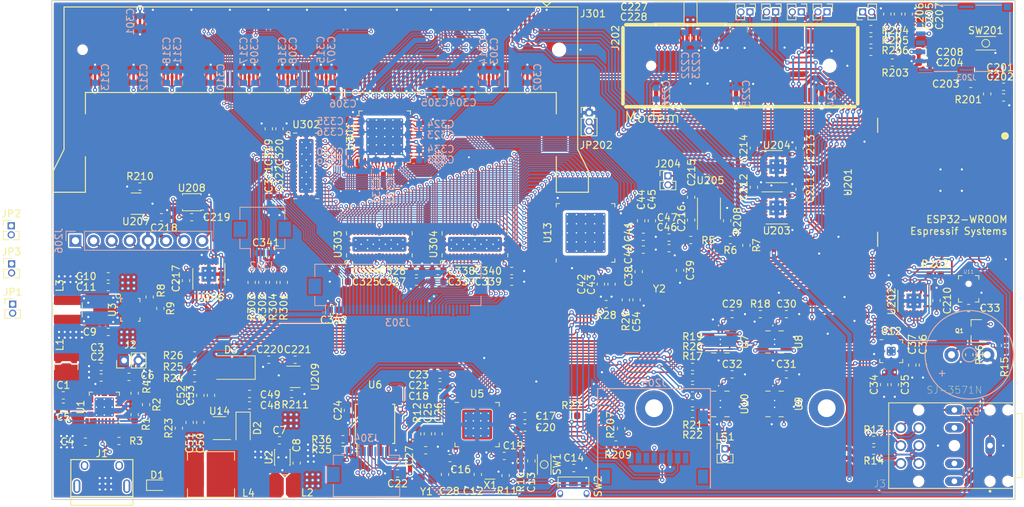
<source format=kicad_pcb>
(kicad_pcb (version 20171130) (host pcbnew "(5.1.0-0)")
  (layers (0 F.Cu signal) (1 GND power) (2 PWR power) (31 B.Cu signal) (34 B.Paste user) (35 F.Paste user) (36 B.SilkS user) (37 F.SilkS user) (38 B.Mask user) (39 F.Mask user) (44 Edge.Cuts user))
  (net 0 "")
  (net 1 GND)
  (net 2 +3V3)
  (net 3 +1V8)
  (net 4 GPIO_13)
  (net 5 GPIO_18)
  (net 6 GPIO_23)
  (net 7 JTAG_TCK)
  (net 8 JTAG_TDO)
  (net 9 JTAG_TMS)
  (net 10 JTAG_TDI)
  (net 11 "Net-(L2-Pad1)")
  (net 12 "Net-(Q1-Pad1)")
  (net 13 "Net-(BZ1-Pad1)")
  (net 14 WAKE)
  (net 15 RESET)
  (net 16 "Net-(R2-Pad2)")
  (net 17 "Net-(C1-Pad1)")
  (net 18 "Net-(C1-Pad2)")
  (net 19 VBUS)
  (net 20 "Net-(C5-Pad1)")
  (net 21 "Net-(C6-Pad1)")
  (net 22 "Net-(D1-Pad1)")
  (net 23 "Net-(J1-Pad2)")
  (net 24 "Net-(J1-Pad3)")
  (net 25 "Net-(J1-Pad6)")
  (net 26 PWM2.1)
  (net 27 PWM0.1)
  (net 28 UART0.TX)
  (net 29 UART0.RX)
  (net 30 "Net-(L3-Pad1)")
  (net 31 "Net-(L3-Pad2)")
  (net 32 "Net-(R1-Pad1)")
  (net 33 "Net-(R3-Pad1)")
  (net 34 "Net-(R8-Pad2)")
  (net 35 PWM1.1)
  (net 36 SPI1.SS0)
  (net 37 SPI1.MOSI)
  (net 38 SPI1.MISO)
  (net 39 SPI1.SCK)
  (net 40 SPI1.SS2)
  (net 41 SPI1.SS3)
  (net 42 "Net-(U7-Pad3)")
  (net 43 "Net-(U7-Pad12)")
  (net 44 "Net-(U8-Pad6)")
  (net 45 "Net-(U10-Pad11)")
  (net 46 /SPK_VO-)
  (net 47 /SPK_VO+)
  (net 48 "Net-(C38-Pad1)")
  (net 49 "Net-(C39-Pad1)")
  (net 50 "Net-(C46-Pad1)")
  (net 51 "Net-(D2-Pad2)")
  (net 52 /SPK_GAIN)
  (net 53 /EAR_VO+)
  (net 54 "Net-(R15-Pad2)")
  (net 55 PWM2.2)
  (net 56 GPIO_20)
  (net 57 GPIO_21)
  (net 58 GPIO_0)
  (net 59 GPIO_22)
  (net 60 /SPK_EN)
  (net 61 /SPK_CLK)
  (net 62 "Net-(U10-Pad14)")
  (net 63 "Net-(C203-Pad1)")
  (net 64 "Net-(C204-Pad1)")
  (net 65 "Net-(C205-Pad1)")
  (net 66 "Net-(C206-Pad1)")
  (net 67 "Net-(C207-Pad1)")
  (net 68 ESP32.I2C0.SCL)
  (net 69 ESP32.I2C0.SDA)
  (net 70 +VSYS)
  (net 71 "Net-(J202-Pad10)")
  (net 72 "Net-(J202-Pad12)")
  (net 73 "Net-(J202-Pad14)")
  (net 74 "Net-(JP201-Pad1)")
  (net 75 FT813.GPIO0)
  (net 76 FT813.GPIO1)
  (net 77 FT813.GPIO3)
  (net 78 /periph/Quectel.UART.RXD)
  (net 79 /periph/Quectel.UART.TXD)
  (net 80 /periph/Quectel.UART.RI)
  (net 81 /periph/SIMCom.UART.TXD)
  (net 82 /periph/Quectel.UART.DTR)
  (net 83 /periph/SIMCom.UART.RI)
  (net 84 /periph/SIMCom.UART.DTR)
  (net 85 /periph/ESP32.U2.RXD)
  (net 86 /periph/ESP32.U2.TXD)
  (net 87 /periph/Modem.PCM.CLK)
  (net 88 /periph/Modem.PCM.DO)
  (net 89 /periph/Modem.PCM.DI)
  (net 90 /periph/Modem.PCM.SYNC)
  (net 91 "Net-(C54-Pad1)")
  (net 92 /periph/ESP32.U2.DTR)
  (net 93 /periph/ESP32.U2.RI)
  (net 94 ESP32.BQ_INT)
  (net 95 /periph/ESP32.PCM.SYNC)
  (net 96 /periph/ESP32.PCM.DO)
  (net 97 /periph/ESP32.PCM.CLK)
  (net 98 /periph/ESP32.PCM.DI)
  (net 99 "Net-(C216-Pad1)")
  (net 100 "Net-(J204-Pad1)")
  (net 101 "Net-(J204-Pad2)")
  (net 102 "Net-(J205-Pad9)")
  (net 103 /periph/ESP32.VSPI.SS0)
  (net 104 /periph/ESP32.VSPI.MOSI)
  (net 105 /periph/ESP32.VSPI.MISO)
  (net 106 /periph/CAM.MOSI)
  (net 107 /periph/CAM.MISO)
  (net 108 /periph/CAM.SCK)
  (net 109 /periph/CAM.PWR)
  (net 110 /periph/CAM.SDA)
  (net 111 /periph/CAM.SCL)
  (net 112 "Net-(C301-Pad1)")
  (net 113 ESP32.HSPI.MOSI)
  (net 114 ESP32.HSPI.SCK)
  (net 115 ESP32.HSPI.MISO)
  (net 116 ESP32.HSPI.SS0)
  (net 117 "Net-(C221-Pad2)")
  (net 118 ESP32.IO36)
  (net 119 ESP32.IO27)
  (net 120 DISP_LED_A)
  (net 121 DISP_LED_K)
  (net 122 FT813_PCLK)
  (net 123 FT813_R0)
  (net 124 FT813_R2)
  (net 125 FT813_R1)
  (net 126 FT813_R3)
  (net 127 FT813_R4)
  (net 128 FT813_R6)
  (net 129 FT813_R5)
  (net 130 FT813_R7)
  (net 131 FT813_G0)
  (net 132 FT813_G2)
  (net 133 FT813_G1)
  (net 134 FT813_G3)
  (net 135 FT813_G4)
  (net 136 FT813_G6)
  (net 137 FT813_G5)
  (net 138 FT813_G7)
  (net 139 FT813_B0)
  (net 140 FT813_B2)
  (net 141 FT813_B1)
  (net 142 FT813_B3)
  (net 143 FT813_B4)
  (net 144 FT813_B6)
  (net 145 FT813_B5)
  (net 146 FT813_B7)
  (net 147 FT813_DISP)
  (net 148 FT813_VSYNC)
  (net 149 FT813_HSYNC)
  (net 150 FT813_DE)
  (net 151 FT813_CTP_INT)
  (net 152 FT813_CTP_RST)
  (net 153 FT813_CTP_SCL)
  (net 154 FT813_CTP_SDA)
  (net 155 iMX8_I2C1_SCL)
  (net 156 iMX8_I2C1_SDA)
  (net 157 iMX8_GPIO3_IO13)
  (net 158 iMX8_GPIO3_IO12)
  (net 159 iMX8_GPIO3_IO11)
  (net 160 iMX8_PWM1)
  (net 161 /exp/CTP_INT)
  (net 162 /exp/CTP_RST)
  (net 163 /exp/CTP_SDA)
  (net 164 /exp/CTP_SCL)
  (net 165 /exp/DISP_DE)
  (net 166 /exp/DISP_VSYNC)
  (net 167 /exp/DISP_HSYNC)
  (net 168 /exp/DISP_EN)
  (net 169 /exp/DISP_PCLK)
  (net 170 /exp/DISP_B7)
  (net 171 /exp/DISP_B6)
  (net 172 /exp/DISP_B5)
  (net 173 /exp/DISP_B4)
  (net 174 /exp/DISP_B3)
  (net 175 /exp/DISP_B2)
  (net 176 /exp/DISP_B1)
  (net 177 /exp/DISP_B0)
  (net 178 /exp/DISP_G7)
  (net 179 /exp/DISP_G6)
  (net 180 /exp/DISP_G5)
  (net 181 /exp/DISP_G4)
  (net 182 /exp/DISP_G3)
  (net 183 /exp/DISP_G2)
  (net 184 /exp/DISP_G1)
  (net 185 /exp/DISP_G0)
  (net 186 /exp/DISP_R7)
  (net 187 /exp/DISP_R6)
  (net 188 /exp/DISP_R5)
  (net 189 /exp/DISP_R4)
  (net 190 /exp/DISP_R3)
  (net 191 /exp/DISP_R2)
  (net 192 /exp/DISP_R1)
  (net 193 /exp/DISP_R0)
  (net 194 BL_PWM)
  (net 195 FT813_BL_PWM)
  (net 196 /exp/LVDS_R7)
  (net 197 /exp/LVDS_G0)
  (net 198 /exp/LVDS_G1)
  (net 199 /exp/LVDS_G2)
  (net 200 /exp/LVDS_G3)
  (net 201 /exp/LVDS_G4)
  (net 202 /exp/LVDS_G5)
  (net 203 /exp/LVDS_G6)
  (net 204 /exp/LVDS_G7)
  (net 205 /exp/LVDS_B0)
  (net 206 /exp/LVDS_B1)
  (net 207 /exp/LVDS_B2)
  (net 208 /exp/LVDS_B3)
  (net 209 /exp/LVDS_B4)
  (net 210 /exp/LVDS_B5)
  (net 211 /exp/LVDS_B6)
  (net 212 /exp/LVDS_B7)
  (net 213 /exp/LVDS_HSYNC)
  (net 214 /exp/LVDS_VSYNC)
  (net 215 /exp/LVDS_DE)
  (net 216 /exp/LVDS_R0)
  (net 217 /exp/LVDS_R1)
  (net 218 /exp/LVDS_R2)
  (net 219 /exp/LVDS_CLKOUT)
  (net 220 /exp/LVDS_R3)
  (net 221 /exp/LVDS_R4)
  (net 222 /exp/LVDS_R5)
  (net 223 /exp/LVDS_R6)
  (net 224 /PLL_AVSS)
  (net 225 /PLL_AVDD)
  (net 226 /XTAL_XI)
  (net 227 /XTAL_XO)
  (net 228 /QSPI_CS)
  (net 229 /QSPI_DQ_3)
  (net 230 /QSPI_DQ_2)
  (net 231 /QSPI_DQ_1)
  (net 232 /QSPI_DQ_0)
  (net 233 /PSD_LFALTCLK)
  (net 234 /QSPI_CLK)
  (net 235 "Net-(J1-Pad4)")
  (net 236 "Net-(J202-Pad1)")
  (net 237 "Net-(J202-Pad3)")
  (net 238 "Net-(J202-Pad5)")
  (net 239 "Net-(J202-Pad6)")
  (net 240 "Net-(J202-Pad7)")
  (net 241 "Net-(J202-Pad16)")
  (net 242 "Net-(J202-Pad20)")
  (net 243 "Net-(J202-Pad22)")
  (net 244 "Net-(J202-Pad23)")
  (net 245 "Net-(J202-Pad25)")
  (net 246 "Net-(J202-Pad28)")
  (net 247 "Net-(J202-Pad30)")
  (net 248 "Net-(J202-Pad32)")
  (net 249 "Net-(J202-Pad33)")
  (net 250 "Net-(J202-Pad42)")
  (net 251 "Net-(J202-Pad48)")
  (net 252 "Net-(J203-Pad6)")
  (net 253 "Net-(J205-Pad3)")
  (net 254 "Net-(J205-Pad8)")
  (net 255 "Net-(J301-Pad3)")
  (net 256 "Net-(J301-Pad21)")
  (net 257 "Net-(J301-Pad23)")
  (net 258 "Net-(J301-Pad25)")
  (net 259 "Net-(J301-Pad27)")
  (net 260 "Net-(J301-Pad29)")
  (net 261 "Net-(J301-Pad31)")
  (net 262 "Net-(J301-Pad43)")
  (net 263 "Net-(J301-Pad49)")
  (net 264 "Net-(J301-Pad61)")
  (net 265 "Net-(J301-Pad63)")
  (net 266 "Net-(J301-Pad65)")
  (net 267 "Net-(J301-Pad67)")
  (net 268 "Net-(J301-Pad69)")
  (net 269 "Net-(J301-Pad73)")
  (net 270 "Net-(J301-Pad77)")
  (net 271 "Net-(J301-Pad79)")
  (net 272 "Net-(J301-Pad81)")
  (net 273 "Net-(J301-Pad83)")
  (net 274 "Net-(J301-Pad85)")
  (net 275 "Net-(J301-Pad89)")
  (net 276 "Net-(J301-Pad91)")
  (net 277 "Net-(J301-Pad93)")
  (net 278 "Net-(J301-Pad95)")
  (net 279 "Net-(J301-Pad97)")
  (net 280 "Net-(J301-Pad99)")
  (net 281 "Net-(J301-Pad101)")
  (net 282 "Net-(J301-Pad103)")
  (net 283 "Net-(J301-Pad107)")
  (net 284 "Net-(J301-Pad109)")
  (net 285 "Net-(J301-Pad111)")
  (net 286 "Net-(J301-Pad113)")
  (net 287 "Net-(J301-Pad115)")
  (net 288 "Net-(J301-Pad117)")
  (net 289 "Net-(J301-Pad119)")
  (net 290 "Net-(J301-Pad121)")
  (net 291 "Net-(J301-Pad125)")
  (net 292 "Net-(J301-Pad127)")
  (net 293 "Net-(J301-Pad131)")
  (net 294 "Net-(J301-Pad133)")
  (net 295 "Net-(J301-Pad137)")
  (net 296 "Net-(J301-Pad139)")
  (net 297 "Net-(J301-Pad143)")
  (net 298 "Net-(J301-Pad145)")
  (net 299 "Net-(J301-Pad147)")
  (net 300 "Net-(J301-Pad157)")
  (net 301 "Net-(J301-Pad161)")
  (net 302 "Net-(J301-Pad163)")
  (net 303 "Net-(J301-Pad165)")
  (net 304 "Net-(J301-Pad167)")
  (net 305 "Net-(J301-Pad169)")
  (net 306 "Net-(J301-Pad171)")
  (net 307 "Net-(J301-Pad173)")
  (net 308 "Net-(J301-Pad175)")
  (net 309 "Net-(J301-Pad179)")
  (net 310 "Net-(J301-Pad181)")
  (net 311 "Net-(J301-Pad185)")
  (net 312 "Net-(J301-Pad187)")
  (net 313 "Net-(J301-Pad189)")
  (net 314 "Net-(J301-Pad191)")
  (net 315 "Net-(J301-Pad193)")
  (net 316 "Net-(J301-Pad195)")
  (net 317 "Net-(J301-Pad197)")
  (net 318 "Net-(J301-Pad199)")
  (net 319 "Net-(J301-Pad201)")
  (net 320 "Net-(J301-Pad203)")
  (net 321 "Net-(J301-Pad2)")
  (net 322 "Net-(J301-Pad4)")
  (net 323 "Net-(J301-Pad6)")
  (net 324 "Net-(J301-Pad8)")
  (net 325 "Net-(J301-Pad12)")
  (net 326 "Net-(J301-Pad14)")
  (net 327 "Net-(J301-Pad16)")
  (net 328 "Net-(J301-Pad18)")
  (net 329 "Net-(J301-Pad20)")
  (net 330 "Net-(J301-Pad22)")
  (net 331 "Net-(J301-Pad24)")
  (net 332 "Net-(J301-Pad26)")
  (net 333 "Net-(J301-Pad30)")
  (net 334 "Net-(J301-Pad32)")
  (net 335 "Net-(J301-Pad34)")
  (net 336 "Net-(J301-Pad36)")
  (net 337 "Net-(J301-Pad38)")
  (net 338 "Net-(J301-Pad40)")
  (net 339 "Net-(J301-Pad42)")
  (net 340 "Net-(J301-Pad44)")
  (net 341 "Net-(J301-Pad48)")
  (net 342 "Net-(J301-Pad50)")
  (net 343 "Net-(J301-Pad52)")
  (net 344 "Net-(J301-Pad54)")
  (net 345 "Net-(J301-Pad56)")
  (net 346 "Net-(J301-Pad62)")
  (net 347 "Net-(J301-Pad66)")
  (net 348 "Net-(J301-Pad68)")
  (net 349 "Net-(J301-Pad70)")
  (net 350 "Net-(J301-Pad72)")
  (net 351 "Net-(J301-Pad74)")
  (net 352 "Net-(J301-Pad76)")
  (net 353 "Net-(J301-Pad80)")
  (net 354 "Net-(J301-Pad82)")
  (net 355 "Net-(J301-Pad84)")
  (net 356 "Net-(J301-Pad86)")
  (net 357 "Net-(J301-Pad92)")
  (net 358 "Net-(J301-Pad94)")
  (net 359 "Net-(J301-Pad98)")
  (net 360 "Net-(J301-Pad100)")
  (net 361 "Net-(J301-Pad102)")
  (net 362 "Net-(J301-Pad104)")
  (net 363 "Net-(J301-Pad106)")
  (net 364 "Net-(J301-Pad108)")
  (net 365 "Net-(J301-Pad110)")
  (net 366 "Net-(J301-Pad112)")
  (net 367 "Net-(J301-Pad116)")
  (net 368 "Net-(J301-Pad118)")
  (net 369 "Net-(J301-Pad120)")
  (net 370 "Net-(J301-Pad122)")
  (net 371 "Net-(J301-Pad124)")
  (net 372 "Net-(J301-Pad126)")
  (net 373 "Net-(J301-Pad128)")
  (net 374 "Net-(J301-Pad130)")
  (net 375 "Net-(J301-Pad134)")
  (net 376 "Net-(J301-Pad136)")
  (net 377 "Net-(J301-Pad138)")
  (net 378 "Net-(J301-Pad140)")
  (net 379 "Net-(J301-Pad142)")
  (net 380 "Net-(J301-Pad144)")
  (net 381 "Net-(J301-Pad146)")
  (net 382 "Net-(J301-Pad148)")
  (net 383 "Net-(J301-Pad152)")
  (net 384 "Net-(J301-Pad156)")
  (net 385 "Net-(J301-Pad158)")
  (net 386 "Net-(J301-Pad160)")
  (net 387 "Net-(J301-Pad162)")
  (net 388 "Net-(J301-Pad164)")
  (net 389 "Net-(J301-Pad166)")
  (net 390 "Net-(J301-Pad170)")
  (net 391 "Net-(J301-Pad172)")
  (net 392 "Net-(J301-Pad174)")
  (net 393 "Net-(J301-Pad180)")
  (net 394 "Net-(J301-Pad182)")
  (net 395 "Net-(J301-Pad184)")
  (net 396 "Net-(J301-Pad188)")
  (net 397 "Net-(J301-Pad190)")
  (net 398 "Net-(J301-Pad192)")
  (net 399 "Net-(J301-Pad194)")
  (net 400 "Net-(J301-Pad196)")
  (net 401 "Net-(J301-Pad198)")
  (net 402 "Net-(J301-Pad202)")
  (net 403 "Net-(J303-Pad35)")
  (net 404 "Net-(J303-Pad37)")
  (net 405 "Net-(J303-Pad38)")
  (net 406 "Net-(J303-Pad39)")
  (net 407 "Net-(J303-Pad40)")
  (net 408 "Net-(U1-Pad12)")
  (net 409 "Net-(U1-Pad23)")
  (net 410 "Net-(U1-Pad24)")
  (net 411 "Net-(U5-Pad17)")
  (net 412 "Net-(U5-Pad22)")
  (net 413 "Net-(U8-Pad11)")
  (net 414 "Net-(U9-Pad1)")
  (net 415 "Net-(U9-Pad2)")
  (net 416 "Net-(U9-Pad3)")
  (net 417 "Net-(U9-Pad4)")
  (net 418 "Net-(U9-Pad5)")
  (net 419 "Net-(U9-Pad6)")
  (net 420 "Net-(U9-Pad7)")
  (net 421 "Net-(U9-Pad15)")
  (net 422 "Net-(U10-Pad15)")
  (net 423 "Net-(U10-Pad7)")
  (net 424 "Net-(U10-Pad6)")
  (net 425 "Net-(U10-Pad5)")
  (net 426 "Net-(U10-Pad4)")
  (net 427 "Net-(U10-Pad3)")
  (net 428 "Net-(U10-Pad2)")
  (net 429 "Net-(U10-Pad1)")
  (net 430 "Net-(U13-Pad3)")
  (net 431 "Net-(U13-Pad12)")
  (net 432 "Net-(U201-Pad32)")
  (net 433 "Net-(U201-Pad22)")
  (net 434 "Net-(U201-Pad21)")
  (net 435 "Net-(U201-Pad20)")
  (net 436 "Net-(U201-Pad19)")
  (net 437 "Net-(U201-Pad18)")
  (net 438 "Net-(U201-Pad17)")
  (net 439 "Net-(U203-Pad6)")
  (net 440 "Net-(U203-Pad9)")
  (net 441 "Net-(U204-Pad9)")
  (net 442 "Net-(U204-Pad6)")
  (net 443 "Net-(U207-Pad5)")
  (net 444 "Net-(U207-Pad4)")
  (net 445 "Net-(U209-Pad5)")
  (net 446 "Net-(U302-Pad2)")
  (net 447 "Net-(U302-Pad3)")
  (net 448 "Net-(U302-Pad39)")
  (net 449 "Net-(U302-Pad40)")
  (net 450 "Net-(U302-Pad41)")
  (net 451 "Net-(U302-Pad42)")
  (net 452 "Net-(X1-Pad1)")
  (net 453 ESP32.TXD0)
  (net 454 ESP32.RXD0)
  (net 455 TPS.VOUT)
  (net 456 "Net-(JP202-Pad2)")
  (net 457 "Net-(J3-Pad2)")
  (net 458 "Net-(J3-Pad4)")
  (net 459 "Net-(J3-Pad6)")
  (net 460 "Net-(J3-Pad10)")
  (net 461 "Net-(J3-Pad11)")
  (net 462 iMX8_LVDS0_CLK_P)
  (net 463 iMX8_LVDS0_CLK_N)
  (net 464 iMX8_LVDS0_A0_P)
  (net 465 iMX8_LVDS0_A0_N)
  (net 466 iMX8_LVDS0_A1_P)
  (net 467 iMX8_LVDS0_A1_N)
  (net 468 iMX8_LVDS0_A2_P)
  (net 469 iMX8_LVDS0_A2_N)
  (net 470 iMX8_LVDS0_A3_P)
  (net 471 iMX8_LVDS0_A3_N)
  (net 472 /periph/ESP32.VSPI.SCK)
  (net 473 "Net-(J301-Pad155)")
  (net 474 iMX8_GPIO5_IO25)
  (net 475 iMX8_GPIO2_IO17)
  (net 476 iMX8_GPIO2_IO18)
  (net 477 "Net-(J301-Pad154)")
  (net 478 "Net-(J301-Pad200)")
  (net 479 iMX8_USB1_D_P)
  (net 480 iMX8_USB1_D_N)
  (net 481 iMX8_GPIO5_IO28)
  (net 482 "Net-(J301-Pad60)")
  (module footprints:74HC00BQ115 (layer F.Cu) (at 190.9 119.7 270)
    (fp_text reference U7 (at 0 -3.4 270) (layer F.SilkS))
    (fp_text value 74HC00 hide)
    (pad 7 smd rect (at -0.35 0) (size 0.9 0.7) (layers F.Cu F.Paste F.Mask) (net 1 GND))
    (pad 1 smd rect (at -1.55 0.25) (size 0.24 0.9) (layers F.Cu F.Paste F.Mask) (net 27 PWM0.1))
    (pad 2 smd rect (at -1 1.3 270) (size 0.24 0.9) (layers F.Cu F.Paste F.Mask) (net 55 PWM2.2))
    (pad 3 smd rect (at -0.5 1.3 270) (size 0.24 0.9) (layers F.Cu F.Paste F.Mask) (net 42 "Net-(U7-Pad3)"))
    (pad 4 smd rect (at 0 1.3 270) (size 0.24 0.9) (layers F.Cu F.Paste F.Mask) (net 42 "Net-(U7-Pad3)"))
    (pad 5 smd rect (at 0.5 1.3 270) (size 0.24 0.9) (layers F.Cu F.Paste F.Mask) (net 5 GPIO_18))
    (pad 6 smd rect (at 1 1.3 270) (size 0.24 0.9) (layers F.Cu F.Paste F.Mask) (net 45 "Net-(U10-Pad11)"))
    (pad 7 smd rect (at 1.55 0.25) (size 0.24 0.9) (layers F.Cu F.Paste F.Mask) (net 1 GND))
    (pad 8 smd rect (at 1.55 -0.25) (size 0.24 0.9) (layers F.Cu F.Paste F.Mask) (net 43 "Net-(U7-Pad12)"))
    (pad 9 smd rect (at 1 -1.3 270) (size 0.24 0.9) (layers F.Cu F.Paste F.Mask) (net 5 GPIO_18))
    (pad 10 smd rect (at 0.5 -1.3 270) (size 0.24 0.9) (layers F.Cu F.Paste F.Mask) (net 5 GPIO_18))
    (pad 11 smd rect (at 0 -1.3 270) (size 0.24 0.9) (layers F.Cu F.Paste F.Mask) (net 60 /SPK_EN))
    (pad 12 smd rect (at -0.5 -1.3 270) (size 0.24 0.9) (layers F.Cu F.Paste F.Mask) (net 43 "Net-(U7-Pad12)"))
    (pad 13 smd rect (at -1 -1.3 270) (size 0.24 0.9) (layers F.Cu F.Paste F.Mask) (net 55 PWM2.2))
    (pad 14 smd rect (at -1.55 -0.25) (size 0.24 0.9) (layers F.Cu F.Paste F.Mask) (net 2 +3V3))
    (pad 7 smd rect (at 0.35 0) (size 0.9 0.7) (layers F.Cu F.Paste F.Mask) (net 1 GND))
  )
  (module footprints:74HC00BQ115 (layer F.Cu) (at 198.5 119.7 270)
    (fp_text reference U8 (at 0 -3.4 270) (layer F.SilkS))
    (fp_text value 74HC00 hide)
    (pad 7 smd rect (at -0.35 0) (size 0.9 0.7) (layers F.Cu F.Paste F.Mask) (net 1 GND))
    (pad 1 smd rect (at -1.55 0.25) (size 0.24 0.9) (layers F.Cu F.Paste F.Mask) (net 27 PWM0.1))
    (pad 2 smd rect (at -1 1.3 270) (size 0.24 0.9) (layers F.Cu F.Paste F.Mask) (net 27 PWM0.1))
    (pad 3 smd rect (at -0.5 1.3 270) (size 0.24 0.9) (layers F.Cu F.Paste F.Mask) (net 61 /SPK_CLK))
    (pad 4 smd rect (at 0 1.3 270) (size 0.24 0.9) (layers F.Cu F.Paste F.Mask) (net 60 /SPK_EN))
    (pad 5 smd rect (at 0.5 1.3 270) (size 0.24 0.9) (layers F.Cu F.Paste F.Mask) (net 60 /SPK_EN))
    (pad 6 smd rect (at 1 1.3 270) (size 0.24 0.9) (layers F.Cu F.Paste F.Mask) (net 44 "Net-(U8-Pad6)"))
    (pad 7 smd rect (at 1.55 0.25) (size 0.24 0.9) (layers F.Cu F.Paste F.Mask) (net 1 GND))
    (pad 8 smd rect (at 1.55 -0.25) (size 0.24 0.9) (layers F.Cu F.Paste F.Mask) (net 54 "Net-(R15-Pad2)"))
    (pad 9 smd rect (at 1 -1.3 270) (size 0.24 0.9) (layers F.Cu F.Paste F.Mask) (net 44 "Net-(U8-Pad6)"))
    (pad 10 smd rect (at 0.5 -1.3 270) (size 0.24 0.9) (layers F.Cu F.Paste F.Mask) (net 35 PWM1.1))
    (pad 11 smd rect (at 0 -1.3 270) (size 0.24 0.9) (layers F.Cu F.Paste F.Mask) (net 413 "Net-(U8-Pad11)"))
    (pad 12 smd rect (at -0.5 -1.3 270) (size 0.24 0.9) (layers F.Cu F.Paste F.Mask) (net 1 GND))
    (pad 13 smd rect (at -1 -1.3 270) (size 0.24 0.9) (layers F.Cu F.Paste F.Mask) (net 1 GND))
    (pad 14 smd rect (at -1.55 -0.25) (size 0.24 0.9) (layers F.Cu F.Paste F.Mask) (net 2 +3V3))
    (pad 7 smd rect (at 0.35 0) (size 0.9 0.7) (layers F.Cu F.Paste F.Mask) (net 1 GND))
  )
  (module footprints:74HC595BQ115 (layer F.Cu) (at 198.5 128.4 270)
    (fp_text reference U9 (at 0 -3.4 270) (layer F.SilkS))
    (fp_text value 74HC595 hide)
    (pad 8 smd rect (at -0.475 0) (size 0.9 0.95) (layers F.Cu F.Paste F.Mask) (net 1 GND))
    (pad 1 smd rect (at -1.8 0.25) (size 0.24 0.9) (layers F.Cu F.Paste F.Mask) (net 414 "Net-(U9-Pad1)"))
    (pad 2 smd rect (at -1.25 1.3 270) (size 0.24 0.9) (layers F.Cu F.Paste F.Mask) (net 415 "Net-(U9-Pad2)"))
    (pad 3 smd rect (at -0.75 1.3 270) (size 0.24 0.9) (layers F.Cu F.Paste F.Mask) (net 416 "Net-(U9-Pad3)"))
    (pad 4 smd rect (at -0.25 1.3 270) (size 0.24 0.9) (layers F.Cu F.Paste F.Mask) (net 417 "Net-(U9-Pad4)"))
    (pad 5 smd rect (at 0.25 1.3 270) (size 0.24 0.9) (layers F.Cu F.Paste F.Mask) (net 418 "Net-(U9-Pad5)"))
    (pad 6 smd rect (at 0.75 1.3 270) (size 0.24 0.9) (layers F.Cu F.Paste F.Mask) (net 419 "Net-(U9-Pad6)"))
    (pad 7 smd rect (at 1.25 1.3 270) (size 0.24 0.9) (layers F.Cu F.Paste F.Mask) (net 420 "Net-(U9-Pad7)"))
    (pad 8 smd rect (at 1.8 0.25) (size 0.24 0.9) (layers F.Cu F.Paste F.Mask) (net 1 GND))
    (pad 9 smd rect (at 1.8 -0.25) (size 0.24 0.9) (layers F.Cu F.Paste F.Mask) (net 62 "Net-(U10-Pad14)"))
    (pad 10 smd rect (at 1.25 -1.3 270) (size 0.24 0.9) (layers F.Cu F.Paste F.Mask) (net 2 +3V3))
    (pad 11 smd rect (at 0.75 -1.3 270) (size 0.24 0.9) (layers F.Cu F.Paste F.Mask) (net 45 "Net-(U10-Pad11)"))
    (pad 12 smd rect (at 0.25 -1.3 270) (size 0.24 0.9) (layers F.Cu F.Paste F.Mask) (net 1 GND))
    (pad 13 smd rect (at -0.25 -1.3 270) (size 0.24 0.9) (layers F.Cu F.Paste F.Mask) (net 2 +3V3))
    (pad 14 smd rect (at -0.75 -1.3 270) (size 0.24 0.9) (layers F.Cu F.Paste F.Mask) (net 56 GPIO_20))
    (pad 15 smd rect (at -1.25 -1.3 270) (size 0.24 0.9) (layers F.Cu F.Paste F.Mask) (net 421 "Net-(U9-Pad15)"))
    (pad 16 smd rect (at -1.8 -0.25) (size 0.24 0.9) (layers F.Cu F.Paste F.Mask) (net 2 +3V3))
    (pad 8 smd rect (at 0.475 0) (size 0.9 0.95) (layers F.Cu F.Paste F.Mask) (net 1 GND))
  )
  (module footprints:74HC595BQ115 (layer F.Cu) (at 190.9 128.4 270)
    (fp_text reference U10 (at 0 -3.4 270) (layer F.SilkS))
    (fp_text value 74HC595 hide)
    (pad 8 smd rect (at -0.475 0) (size 0.9 0.95) (layers F.Cu F.Paste F.Mask) (net 1 GND))
    (pad 1 smd rect (at -1.8 0.25) (size 0.24 0.9) (layers F.Cu F.Paste F.Mask) (net 429 "Net-(U10-Pad1)"))
    (pad 2 smd rect (at -1.25 1.3 270) (size 0.24 0.9) (layers F.Cu F.Paste F.Mask) (net 428 "Net-(U10-Pad2)"))
    (pad 3 smd rect (at -0.75 1.3 270) (size 0.24 0.9) (layers F.Cu F.Paste F.Mask) (net 427 "Net-(U10-Pad3)"))
    (pad 4 smd rect (at -0.25 1.3 270) (size 0.24 0.9) (layers F.Cu F.Paste F.Mask) (net 426 "Net-(U10-Pad4)"))
    (pad 5 smd rect (at 0.25 1.3 270) (size 0.24 0.9) (layers F.Cu F.Paste F.Mask) (net 425 "Net-(U10-Pad5)"))
    (pad 6 smd rect (at 0.75 1.3 270) (size 0.24 0.9) (layers F.Cu F.Paste F.Mask) (net 424 "Net-(U10-Pad6)"))
    (pad 7 smd rect (at 1.25 1.3 270) (size 0.24 0.9) (layers F.Cu F.Paste F.Mask) (net 423 "Net-(U10-Pad7)"))
    (pad 8 smd rect (at 1.8 0.25) (size 0.24 0.9) (layers F.Cu F.Paste F.Mask) (net 1 GND))
    (pad 9 smd rect (at 1.8 -0.25) (size 0.24 0.9) (layers F.Cu F.Paste F.Mask) (net 4 GPIO_13))
    (pad 10 smd rect (at 1.25 -1.3 270) (size 0.24 0.9) (layers F.Cu F.Paste F.Mask) (net 2 +3V3))
    (pad 11 smd rect (at 0.75 -1.3 270) (size 0.24 0.9) (layers F.Cu F.Paste F.Mask) (net 45 "Net-(U10-Pad11)"))
    (pad 12 smd rect (at 0.25 -1.3 270) (size 0.24 0.9) (layers F.Cu F.Paste F.Mask) (net 1 GND))
    (pad 13 smd rect (at -0.25 -1.3 270) (size 0.24 0.9) (layers F.Cu F.Paste F.Mask) (net 2 +3V3))
    (pad 14 smd rect (at -0.75 -1.3 270) (size 0.24 0.9) (layers F.Cu F.Paste F.Mask) (net 62 "Net-(U10-Pad14)"))
    (pad 15 smd rect (at -1.25 -1.3 270) (size 0.24 0.9) (layers F.Cu F.Paste F.Mask) (net 422 "Net-(U10-Pad15)"))
    (pad 16 smd rect (at -1.8 -0.25) (size 0.24 0.9) (layers F.Cu F.Paste F.Mask) (net 2 +3V3))
    (pad 8 smd rect (at 0.475 0) (size 0.9 0.95) (layers F.Cu F.Paste F.Mask) (net 1 GND))
  )
  (module Resistor_SMD:R_0603_1608Metric (layer F.Cu) (at 215 80.5)
    (fp_text reference R203 (at 0.4 1.45) (layer F.SilkS))
    (fp_text value 15K)
    (pad 2 smd roundrect (at 0.7875 0) (size 0.875 0.95) (layers F.Cu F.Paste F.Mask) (net 64 "Net-(C204-Pad1)"))
    (pad 1 smd roundrect (at -0.7875 0) (size 0.875 0.95) (layers F.Cu F.Paste F.Mask) (net 74 "Net-(JP201-Pad1)"))
  )
  (module footprints:ESP32-WROOM (layer F.Cu) (at 225.7 97.3 90)
    (fp_text reference U201 (at 0 -16.9 90) (layer F.SilkS))
    (fp_text value ESP32-WROOM)
    (fp_text user ESP32-WROOM (at -5.207 -0.246 180) (layer F.SilkS))
    (fp_text user "Espressif Systems" (at -6.858 -1.389 180) (layer F.SilkS))
    (pad 39 smd rect (at -1.2 -0.95 90) (size 3 3) (layers F.Cu F.Paste F.Mask) (net 1 GND))
    (pad 39 smd rect (at 1.8 -0.95 90) (size 3 3) (layers F.Cu F.Paste F.Mask) (net 1 GND))
    (pad 39 smd rect (at 1.8 -3.95 90) (size 3 3) (layers F.Cu F.Paste F.Mask) (net 1 GND))
    (pad 39 smd rect (at -1.2 -3.95 90) (size 3 3) (layers F.Cu F.Paste F.Mask) (net 1 GND))
    (pad 1 smd oval (at 9 5.25 90) (size 2.5 0.9) (layers F.Cu F.Paste F.Mask) (net 1 GND))
    (pad 2 smd oval (at 9 3.98 90) (size 2.5 0.9) (layers F.Cu F.Paste F.Mask) (net 2 +3V3))
    (pad 3 smd oval (at 9 2.71 90) (size 2.5 0.9) (layers F.Cu F.Paste F.Mask) (net 63 "Net-(C203-Pad1)"))
    (pad 4 smd oval (at 9 1.44 90) (size 2.5 0.9) (layers F.Cu F.Paste F.Mask) (net 118 ESP32.IO36))
    (pad 5 smd oval (at 9 0.17 90) (size 2.5 0.9) (layers F.Cu F.Paste F.Mask) (net 94 ESP32.BQ_INT))
    (pad 6 smd oval (at 9 -1.1 90) (size 2.5 0.9) (layers F.Cu F.Paste F.Mask) (net 98 /periph/ESP32.PCM.DI))
    (pad 7 smd oval (at 9 -2.37 90) (size 2.5 0.9) (layers F.Cu F.Paste F.Mask) (net 93 /periph/ESP32.U2.RI))
    (pad 8 smd oval (at 9 -3.64 90) (size 2.5 0.9) (layers F.Cu F.Paste F.Mask) (net 92 /periph/ESP32.U2.DTR))
    (pad 9 smd oval (at 9 -4.91 90) (size 2.5 0.9) (layers F.Cu F.Paste F.Mask) (net 97 /periph/ESP32.PCM.CLK))
    (pad 10 smd oval (at 9 -6.18 90) (size 2.5 0.9) (layers F.Cu F.Paste F.Mask) (net 68 ESP32.I2C0.SCL))
    (pad 11 smd oval (at 9 -7.45 90) (size 2.5 0.9) (layers F.Cu F.Paste F.Mask) (net 69 ESP32.I2C0.SDA))
    (pad 12 smd oval (at 9 -8.72 90) (size 2.5 0.9) (layers F.Cu F.Paste F.Mask) (net 119 ESP32.IO27))
    (pad 13 smd oval (at 9 -9.99 90) (size 2.5 0.9) (layers F.Cu F.Paste F.Mask) (net 114 ESP32.HSPI.SCK))
    (pad 14 smd oval (at 9 -11.26 90) (size 2.5 0.9) (layers F.Cu F.Paste F.Mask) (net 115 ESP32.HSPI.MISO))
    (pad 15 smd oval (at 5.715 -12.75 90) (size 0.9 2.5) (layers F.Cu F.Paste F.Mask) (net 1 GND))
    (pad 16 smd oval (at 4.445 -12.75 90) (size 0.9 2.5) (layers F.Cu F.Paste F.Mask) (net 113 ESP32.HSPI.MOSI))
    (pad 17 smd oval (at 3.175 -12.75 90) (size 0.9 2.5) (layers F.Cu F.Paste F.Mask) (net 438 "Net-(U201-Pad17)"))
    (pad 18 smd oval (at 1.905 -12.75 90) (size 0.9 2.5) (layers F.Cu F.Paste F.Mask) (net 437 "Net-(U201-Pad18)"))
    (pad 19 smd oval (at 0.635 -12.75 90) (size 0.9 2.5) (layers F.Cu F.Paste F.Mask) (net 436 "Net-(U201-Pad19)"))
    (pad 20 smd oval (at -0.635 -12.75 90) (size 0.9 2.5) (layers F.Cu F.Paste F.Mask) (net 435 "Net-(U201-Pad20)"))
    (pad 21 smd oval (at -1.905 -12.75 90) (size 0.9 2.5) (layers F.Cu F.Paste F.Mask) (net 434 "Net-(U201-Pad21)"))
    (pad 22 smd oval (at -3.175 -12.75 90) (size 0.9 2.5) (layers F.Cu F.Paste F.Mask) (net 433 "Net-(U201-Pad22)"))
    (pad 23 smd oval (at -4.445 -12.75 90) (size 0.9 2.5) (layers F.Cu F.Paste F.Mask) (net 116 ESP32.HSPI.SS0))
    (pad 24 smd oval (at -5.715 -12.75 90) (size 0.9 2.5) (layers F.Cu F.Paste F.Mask) (net 96 /periph/ESP32.PCM.DO))
    (pad 25 smd oval (at -9 -11.26 90) (size 2.5 0.9) (layers F.Cu F.Paste F.Mask) (net 14 WAKE))
    (pad 26 smd oval (at -9 -9.99 90) (size 2.5 0.9) (layers F.Cu F.Paste F.Mask) (net 95 /periph/ESP32.PCM.SYNC))
    (pad 27 smd oval (at -9 -8.72 90) (size 2.5 0.9) (layers F.Cu F.Paste F.Mask) (net 86 /periph/ESP32.U2.TXD))
    (pad 28 smd oval (at -9 -7.45 90) (size 2.5 0.9) (layers F.Cu F.Paste F.Mask) (net 85 /periph/ESP32.U2.RXD))
    (pad 29 smd oval (at -9 -6.18 90) (size 2.5 0.9) (layers F.Cu F.Paste F.Mask) (net 103 /periph/ESP32.VSPI.SS0))
    (pad 30 smd oval (at -9 -4.91 90) (size 2.5 0.9) (layers F.Cu F.Paste F.Mask) (net 472 /periph/ESP32.VSPI.SCK))
    (pad 31 smd oval (at -9 -3.64 90) (size 2.5 0.9) (layers F.Cu F.Paste F.Mask) (net 105 /periph/ESP32.VSPI.MISO))
    (pad 32 smd oval (at -9 -2.37 90) (size 2.5 0.9) (layers F.Cu F.Paste F.Mask) (net 432 "Net-(U201-Pad32)"))
    (pad 33 smd oval (at -9 -1.1 90) (size 2.5 0.9) (layers F.Cu F.Paste F.Mask) (net 59 GPIO_22))
    (pad 34 smd oval (at -9 0.17 90) (size 2.5 0.9) (layers F.Cu F.Paste F.Mask) (net 454 ESP32.RXD0))
    (pad 35 smd oval (at -9 1.44 90) (size 2.5 0.9) (layers F.Cu F.Paste F.Mask) (net 453 ESP32.TXD0))
    (pad 36 smd oval (at -9 2.71 90) (size 2.5 0.9) (layers F.Cu F.Paste F.Mask) (net 57 GPIO_21))
    (pad 37 smd oval (at -9 3.98 90) (size 2.5 0.9) (layers F.Cu F.Paste F.Mask) (net 104 /periph/ESP32.VSPI.MOSI))
    (pad 38 smd oval (at -9 5.25 90) (size 2.5 0.9) (layers F.Cu F.Paste F.Mask) (net 1 GND))
  )
  (module footprints:Texas_R-PWQFN-N42 (layer F.Cu) (at 132.85 95)
    (fp_text reference U302 (at 0 -5.8) (layer F.SilkS))
    (fp_text value TS3DDR3812)
    (pad 43 thru_hole circle (at 0 0.85) (size 0.5 0.5) (drill 0.2) (layers *.Cu) (net 1 GND))
    (pad 43 thru_hole circle (at 0 -0.85) (size 0.5 0.5) (drill 0.2) (layers *.Cu) (net 1 GND))
    (pad 43 thru_hole circle (at 0 -2.55) (size 0.5 0.5) (drill 0.2) (layers *.Cu) (net 1 GND))
    (pad 43 thru_hole circle (at 0 2.55) (size 0.5 0.5) (drill 0.2) (layers *.Cu) (net 1 GND))
    (pad 43 thru_hole circle (at 0.6 1.65) (size 0.5 0.5) (drill 0.2) (layers *.Cu) (net 1 GND))
    (pad 43 thru_hole circle (at -0.6 1.65) (size 0.5 0.5) (drill 0.2) (layers *.Cu) (net 1 GND))
    (pad 43 thru_hole circle (at -0.6 -1.65) (size 0.5 0.5) (drill 0.2) (layers *.Cu) (net 1 GND))
    (pad 43 thru_hole circle (at 0.6 -1.65) (size 0.5 0.5) (drill 0.2) (layers *.Cu) (net 1 GND))
    (pad 43 thru_hole circle (at 0.6 0) (size 0.5 0.5) (drill 0.2) (layers *.Cu) (net 1 GND))
    (pad 43 thru_hole circle (at -0.6 3.3) (size 0.5 0.5) (drill 0.2) (layers *.Cu) (net 1 GND))
    (pad 43 thru_hole circle (at 0.6 3.3) (size 0.5 0.5) (drill 0.2) (layers *.Cu) (net 1 GND))
    (pad 43 thru_hole circle (at 0.6 -3.3) (size 0.5 0.5) (drill 0.2) (layers *.Cu) (net 1 GND))
    (pad 43 thru_hole circle (at -0.6 -3.3) (size 0.5 0.5) (drill 0.2) (layers *.Cu) (net 1 GND))
    (pad 43 thru_hole circle (at -0.6 0) (size 0.5 0.5) (drill 0.2) (layers *.Cu) (net 1 GND))
    (pad 43 smd roundrect (at 0 0) (size 2.05 7.55) (layers B.Cu) (roundrect_rratio 0.122) (net 1 GND))
    (pad 43 smd roundrect (at 0 0) (size 2.05 7.55) (layers F.Cu F.Mask) (roundrect_rratio 0.122) (net 1 GND))
    (pad 42 smd roundrect (at -0.75 -4.475) (size 0.3 0.85) (layers F.Cu F.Paste F.Mask) (roundrect_rratio 0.208) (net 451 "Net-(U302-Pad42)"))
    (pad 41 smd roundrect (at -0.25 -4.475) (size 0.3 0.85) (layers F.Cu F.Paste F.Mask) (roundrect_rratio 0.208) (net 450 "Net-(U302-Pad41)"))
    (pad 40 smd roundrect (at 0.25 -4.475) (size 0.3 0.85) (layers F.Cu F.Paste F.Mask) (roundrect_rratio 0.208) (net 449 "Net-(U302-Pad40)"))
    (pad 39 smd roundrect (at 0.75 -4.475) (size 0.3 0.85) (layers F.Cu F.Paste F.Mask) (roundrect_rratio 0.208) (net 448 "Net-(U302-Pad39)"))
    (pad 38 smd roundrect (at 1.725 -4) (size 0.85 0.3) (layers F.Cu F.Paste F.Mask) (roundrect_rratio 0.208) (net 158 iMX8_GPIO3_IO12))
    (pad 37 smd roundrect (at 1.725 -3.5) (size 0.85 0.3) (layers F.Cu F.Paste F.Mask) (roundrect_rratio 0.208) (net 152 FT813_CTP_RST))
    (pad 36 smd roundrect (at 1.725 -3) (size 0.85 0.3) (layers F.Cu F.Paste F.Mask) (roundrect_rratio 0.208) (net 159 iMX8_GPIO3_IO11))
    (pad 35 smd roundrect (at 1.725 -2.5) (size 0.85 0.3) (layers F.Cu F.Paste F.Mask) (roundrect_rratio 0.208) (net 151 FT813_CTP_INT))
    (pad 34 smd roundrect (at 1.725 -2) (size 0.85 0.3) (layers F.Cu F.Paste F.Mask) (roundrect_rratio 0.208) (net 155 iMX8_I2C1_SCL))
    (pad 33 smd roundrect (at 1.725 -1.5) (size 0.85 0.3) (layers F.Cu F.Paste F.Mask) (roundrect_rratio 0.208) (net 153 FT813_CTP_SCL))
    (pad 32 smd roundrect (at 1.725 -1) (size 0.85 0.3) (layers F.Cu F.Paste F.Mask) (roundrect_rratio 0.208) (net 156 iMX8_I2C1_SDA))
    (pad 31 smd roundrect (at 1.725 -0.5) (size 0.85 0.3) (layers F.Cu F.Paste F.Mask) (roundrect_rratio 0.208) (net 154 FT813_CTP_SDA))
    (pad 30 smd roundrect (at 1.725 0) (size 0.85 0.3) (layers F.Cu F.Paste F.Mask) (roundrect_rratio 0.208) (net 2 +3V3))
    (pad 29 smd roundrect (at 1.725 0.5) (size 0.85 0.3) (layers F.Cu F.Paste F.Mask) (roundrect_rratio 0.208) (net 160 iMX8_PWM1))
    (pad 28 smd roundrect (at 1.725 1) (size 0.85 0.3) (layers F.Cu F.Paste F.Mask) (roundrect_rratio 0.208) (net 195 FT813_BL_PWM))
    (pad 27 smd roundrect (at 1.725 1.5) (size 0.85 0.3) (layers F.Cu F.Paste F.Mask) (roundrect_rratio 0.208) (net 216 /exp/LVDS_R0))
    (pad 26 smd roundrect (at 1.725 2) (size 0.85 0.3) (layers F.Cu F.Paste F.Mask) (roundrect_rratio 0.208) (net 123 FT813_R0))
    (pad 25 smd roundrect (at 1.725 2.5) (size 0.85 0.3) (layers F.Cu F.Paste F.Mask) (roundrect_rratio 0.208) (net 217 /exp/LVDS_R1))
    (pad 24 smd roundrect (at 1.725 3) (size 0.85 0.3) (layers F.Cu F.Paste F.Mask) (roundrect_rratio 0.208) (net 125 FT813_R1))
    (pad 23 smd roundrect (at 1.725 3.5) (size 0.85 0.3) (layers F.Cu F.Paste F.Mask) (roundrect_rratio 0.208) (net 218 /exp/LVDS_R2))
    (pad 22 smd roundrect (at 1.725 4) (size 0.85 0.3) (layers F.Cu F.Paste F.Mask) (roundrect_rratio 0.208) (net 124 FT813_R2))
    (pad 21 smd roundrect (at 0.75 4.475) (size 0.3 0.85) (layers F.Cu F.Paste F.Mask) (roundrect_rratio 0.208) (net 220 /exp/LVDS_R3))
    (pad 20 smd roundrect (at 0.25 4.475) (size 0.3 0.85) (layers F.Cu F.Paste F.Mask) (roundrect_rratio 0.208) (net 126 FT813_R3))
    (pad 19 smd roundrect (at -0.25 4.475) (size 0.3 0.85) (layers F.Cu F.Paste F.Mask) (roundrect_rratio 0.208) (net 221 /exp/LVDS_R4))
    (pad 18 smd roundrect (at -0.75 4.475) (size 0.3 0.85) (layers F.Cu F.Paste F.Mask) (roundrect_rratio 0.208) (net 127 FT813_R4))
    (pad 17 smd roundrect (at -1.725 4) (size 0.85 0.3) (layers F.Cu F.Paste F.Mask) (roundrect_rratio 0.208) (net 2 +3V3))
    (pad 16 smd roundrect (at -1.725 3.5) (size 0.85 0.3) (layers F.Cu F.Paste F.Mask) (roundrect_rratio 0.208) (net 189 /exp/DISP_R4))
    (pad 15 smd roundrect (at -1.725 3) (size 0.85 0.3) (layers F.Cu F.Paste F.Mask) (roundrect_rratio 0.208) (net 190 /exp/DISP_R3))
    (pad 14 smd roundrect (at -1.725 2.5) (size 0.85 0.3) (layers F.Cu F.Paste F.Mask) (roundrect_rratio 0.208) (net 191 /exp/DISP_R2))
    (pad 13 smd roundrect (at -1.725 2) (size 0.85 0.3) (layers F.Cu F.Paste F.Mask) (roundrect_rratio 0.208) (net 192 /exp/DISP_R1))
    (pad 12 smd roundrect (at -1.725 1.5) (size 0.85 0.3) (layers F.Cu F.Paste F.Mask) (roundrect_rratio 0.208) (net 193 /exp/DISP_R0))
    (pad 11 smd roundrect (at -1.725 1) (size 0.85 0.3) (layers F.Cu F.Paste F.Mask) (roundrect_rratio 0.208) (net 194 BL_PWM))
    (pad 10 smd roundrect (at -1.725 0.5) (size 0.85 0.3) (layers F.Cu F.Paste F.Mask) (roundrect_rratio 0.208) (net 157 iMX8_GPIO3_IO13))
    (pad 9 smd roundrect (at -1.725 0) (size 0.85 0.3) (layers F.Cu F.Paste F.Mask) (roundrect_rratio 0.208) (net 157 iMX8_GPIO3_IO13))
    (pad 8 smd roundrect (at -1.725 -0.5) (size 0.85 0.3) (layers F.Cu F.Paste F.Mask) (roundrect_rratio 0.208) (net 2 +3V3))
    (pad 7 smd roundrect (at -1.725 -1) (size 0.85 0.3) (layers F.Cu F.Paste F.Mask) (roundrect_rratio 0.208) (net 163 /exp/CTP_SDA))
    (pad 6 smd roundrect (at -1.725 -1.5) (size 0.85 0.3) (layers F.Cu F.Paste F.Mask) (roundrect_rratio 0.208) (net 164 /exp/CTP_SCL))
    (pad 5 smd roundrect (at -1.725 -2) (size 0.85 0.3) (layers F.Cu F.Paste F.Mask) (roundrect_rratio 0.208) (net 161 /exp/CTP_INT))
    (pad 4 smd roundrect (at -1.725 -2.5) (size 0.85 0.3) (layers F.Cu F.Paste F.Mask) (roundrect_rratio 0.208) (net 162 /exp/CTP_RST))
    (pad 3 smd roundrect (at -1.725 -3) (size 0.85 0.3) (layers F.Cu F.Paste F.Mask) (roundrect_rratio 0.208) (net 447 "Net-(U302-Pad3)"))
    (pad 2 smd roundrect (at -1.725 -3.5) (size 0.85 0.3) (layers F.Cu F.Paste F.Mask) (roundrect_rratio 0.208) (net 446 "Net-(U302-Pad2)"))
    (pad 1 smd roundrect (at -1.725 -4) (size 0.85 0.3) (layers F.Cu F.Paste F.Mask) (roundrect_rratio 0.208) (net 2 +3V3))
  )
  (module footprints:Texas_R-PWQFN-N42 (layer F.Cu) (at 143.1 106 90)
    (fp_text reference U303 (at 0 -5.8 90) (layer F.SilkS))
    (fp_text value TS3DDR3812)
    (pad 43 thru_hole circle (at 0 0.85 90) (size 0.5 0.5) (drill 0.2) (layers *.Cu) (net 1 GND))
    (pad 43 thru_hole circle (at 0 -0.85 90) (size 0.5 0.5) (drill 0.2) (layers *.Cu) (net 1 GND))
    (pad 43 thru_hole circle (at 0 -2.55 90) (size 0.5 0.5) (drill 0.2) (layers *.Cu) (net 1 GND))
    (pad 43 thru_hole circle (at 0 2.55 90) (size 0.5 0.5) (drill 0.2) (layers *.Cu) (net 1 GND))
    (pad 43 thru_hole circle (at 0.6 1.65 90) (size 0.5 0.5) (drill 0.2) (layers *.Cu) (net 1 GND))
    (pad 43 thru_hole circle (at -0.6 1.65 90) (size 0.5 0.5) (drill 0.2) (layers *.Cu) (net 1 GND))
    (pad 43 thru_hole circle (at -0.6 -1.65 90) (size 0.5 0.5) (drill 0.2) (layers *.Cu) (net 1 GND))
    (pad 43 thru_hole circle (at 0.6 -1.65 90) (size 0.5 0.5) (drill 0.2) (layers *.Cu) (net 1 GND))
    (pad 43 thru_hole circle (at 0.6 0 90) (size 0.5 0.5) (drill 0.2) (layers *.Cu) (net 1 GND))
    (pad 43 thru_hole circle (at -0.6 3.3 90) (size 0.5 0.5) (drill 0.2) (layers *.Cu) (net 1 GND))
    (pad 43 thru_hole circle (at 0.6 3.3 90) (size 0.5 0.5) (drill 0.2) (layers *.Cu) (net 1 GND))
    (pad 43 thru_hole circle (at 0.6 -3.3 90) (size 0.5 0.5) (drill 0.2) (layers *.Cu) (net 1 GND))
    (pad 43 thru_hole circle (at -0.6 -3.3 90) (size 0.5 0.5) (drill 0.2) (layers *.Cu) (net 1 GND))
    (pad 43 thru_hole circle (at -0.6 0 90) (size 0.5 0.5) (drill 0.2) (layers *.Cu) (net 1 GND))
    (pad 43 smd roundrect (at 0 0 90) (size 2.05 7.55) (layers B.Cu) (roundrect_rratio 0.122) (net 1 GND))
    (pad 43 smd roundrect (at 0 0 90) (size 2.05 7.55) (layers F.Cu F.Mask) (roundrect_rratio 0.122) (net 1 GND))
    (pad 42 smd roundrect (at -0.75 -4.475 90) (size 0.3 0.85) (layers F.Cu F.Paste F.Mask) (roundrect_rratio 0.208) (net 129 FT813_R5))
    (pad 41 smd roundrect (at -0.25 -4.475 90) (size 0.3 0.85) (layers F.Cu F.Paste F.Mask) (roundrect_rratio 0.208) (net 222 /exp/LVDS_R5))
    (pad 40 smd roundrect (at 0.25 -4.475 90) (size 0.3 0.85) (layers F.Cu F.Paste F.Mask) (roundrect_rratio 0.208) (net 128 FT813_R6))
    (pad 39 smd roundrect (at 0.75 -4.475 90) (size 0.3 0.85) (layers F.Cu F.Paste F.Mask) (roundrect_rratio 0.208) (net 223 /exp/LVDS_R6))
    (pad 38 smd roundrect (at 1.725 -4 90) (size 0.85 0.3) (layers F.Cu F.Paste F.Mask) (roundrect_rratio 0.208) (net 196 /exp/LVDS_R7))
    (pad 37 smd roundrect (at 1.725 -3.5 90) (size 0.85 0.3) (layers F.Cu F.Paste F.Mask) (roundrect_rratio 0.208) (net 130 FT813_R7))
    (pad 36 smd roundrect (at 1.725 -3 90) (size 0.85 0.3) (layers F.Cu F.Paste F.Mask) (roundrect_rratio 0.208) (net 197 /exp/LVDS_G0))
    (pad 35 smd roundrect (at 1.725 -2.5 90) (size 0.85 0.3) (layers F.Cu F.Paste F.Mask) (roundrect_rratio 0.208) (net 131 FT813_G0))
    (pad 34 smd roundrect (at 1.725 -2 90) (size 0.85 0.3) (layers F.Cu F.Paste F.Mask) (roundrect_rratio 0.208) (net 198 /exp/LVDS_G1))
    (pad 33 smd roundrect (at 1.725 -1.5 90) (size 0.85 0.3) (layers F.Cu F.Paste F.Mask) (roundrect_rratio 0.208) (net 133 FT813_G1))
    (pad 32 smd roundrect (at 1.725 -1 90) (size 0.85 0.3) (layers F.Cu F.Paste F.Mask) (roundrect_rratio 0.208) (net 199 /exp/LVDS_G2))
    (pad 31 smd roundrect (at 1.725 -0.5 90) (size 0.85 0.3) (layers F.Cu F.Paste F.Mask) (roundrect_rratio 0.208) (net 132 FT813_G2))
    (pad 30 smd roundrect (at 1.725 0 90) (size 0.85 0.3) (layers F.Cu F.Paste F.Mask) (roundrect_rratio 0.208) (net 2 +3V3))
    (pad 29 smd roundrect (at 1.725 0.5 90) (size 0.85 0.3) (layers F.Cu F.Paste F.Mask) (roundrect_rratio 0.208) (net 200 /exp/LVDS_G3))
    (pad 28 smd roundrect (at 1.725 1 90) (size 0.85 0.3) (layers F.Cu F.Paste F.Mask) (roundrect_rratio 0.208) (net 134 FT813_G3))
    (pad 27 smd roundrect (at 1.725 1.5 90) (size 0.85 0.3) (layers F.Cu F.Paste F.Mask) (roundrect_rratio 0.208) (net 201 /exp/LVDS_G4))
    (pad 26 smd roundrect (at 1.725 2 90) (size 0.85 0.3) (layers F.Cu F.Paste F.Mask) (roundrect_rratio 0.208) (net 135 FT813_G4))
    (pad 25 smd roundrect (at 1.725 2.5 90) (size 0.85 0.3) (layers F.Cu F.Paste F.Mask) (roundrect_rratio 0.208) (net 202 /exp/LVDS_G5))
    (pad 24 smd roundrect (at 1.725 3 90) (size 0.85 0.3) (layers F.Cu F.Paste F.Mask) (roundrect_rratio 0.208) (net 137 FT813_G5))
    (pad 23 smd roundrect (at 1.725 3.5 90) (size 0.85 0.3) (layers F.Cu F.Paste F.Mask) (roundrect_rratio 0.208) (net 203 /exp/LVDS_G6))
    (pad 22 smd roundrect (at 1.725 4 90) (size 0.85 0.3) (layers F.Cu F.Paste F.Mask) (roundrect_rratio 0.208) (net 136 FT813_G6))
    (pad 21 smd roundrect (at 0.75 4.475 90) (size 0.3 0.85) (layers F.Cu F.Paste F.Mask) (roundrect_rratio 0.208) (net 204 /exp/LVDS_G7))
    (pad 20 smd roundrect (at 0.25 4.475 90) (size 0.3 0.85) (layers F.Cu F.Paste F.Mask) (roundrect_rratio 0.208) (net 138 FT813_G7))
    (pad 19 smd roundrect (at -0.25 4.475 90) (size 0.3 0.85) (layers F.Cu F.Paste F.Mask) (roundrect_rratio 0.208) (net 205 /exp/LVDS_B0))
    (pad 18 smd roundrect (at -0.75 4.475 90) (size 0.3 0.85) (layers F.Cu F.Paste F.Mask) (roundrect_rratio 0.208) (net 139 FT813_B0))
    (pad 17 smd roundrect (at -1.725 4 90) (size 0.85 0.3) (layers F.Cu F.Paste F.Mask) (roundrect_rratio 0.208) (net 2 +3V3))
    (pad 16 smd roundrect (at -1.725 3.5 90) (size 0.85 0.3) (layers F.Cu F.Paste F.Mask) (roundrect_rratio 0.208) (net 177 /exp/DISP_B0))
    (pad 15 smd roundrect (at -1.725 3 90) (size 0.85 0.3) (layers F.Cu F.Paste F.Mask) (roundrect_rratio 0.208) (net 178 /exp/DISP_G7))
    (pad 14 smd roundrect (at -1.725 2.5 90) (size 0.85 0.3) (layers F.Cu F.Paste F.Mask) (roundrect_rratio 0.208) (net 179 /exp/DISP_G6))
    (pad 13 smd roundrect (at -1.725 2 90) (size 0.85 0.3) (layers F.Cu F.Paste F.Mask) (roundrect_rratio 0.208) (net 180 /exp/DISP_G5))
    (pad 12 smd roundrect (at -1.725 1.5 90) (size 0.85 0.3) (layers F.Cu F.Paste F.Mask) (roundrect_rratio 0.208) (net 181 /exp/DISP_G4))
    (pad 11 smd roundrect (at -1.725 1 90) (size 0.85 0.3) (layers F.Cu F.Paste F.Mask) (roundrect_rratio 0.208) (net 182 /exp/DISP_G3))
    (pad 10 smd roundrect (at -1.725 0.5 90) (size 0.85 0.3) (layers F.Cu F.Paste F.Mask) (roundrect_rratio 0.208) (net 157 iMX8_GPIO3_IO13))
    (pad 9 smd roundrect (at -1.725 0 90) (size 0.85 0.3) (layers F.Cu F.Paste F.Mask) (roundrect_rratio 0.208) (net 157 iMX8_GPIO3_IO13))
    (pad 8 smd roundrect (at -1.725 -0.5 90) (size 0.85 0.3) (layers F.Cu F.Paste F.Mask) (roundrect_rratio 0.208) (net 2 +3V3))
    (pad 7 smd roundrect (at -1.725 -1 90) (size 0.85 0.3) (layers F.Cu F.Paste F.Mask) (roundrect_rratio 0.208) (net 183 /exp/DISP_G2))
    (pad 6 smd roundrect (at -1.725 -1.5 90) (size 0.85 0.3) (layers F.Cu F.Paste F.Mask) (roundrect_rratio 0.208) (net 184 /exp/DISP_G1))
    (pad 5 smd roundrect (at -1.725 -2 90) (size 0.85 0.3) (layers F.Cu F.Paste F.Mask) (roundrect_rratio 0.208) (net 185 /exp/DISP_G0))
    (pad 4 smd roundrect (at -1.725 -2.5 90) (size 0.85 0.3) (layers F.Cu F.Paste F.Mask) (roundrect_rratio 0.208) (net 186 /exp/DISP_R7))
    (pad 3 smd roundrect (at -1.725 -3 90) (size 0.85 0.3) (layers F.Cu F.Paste F.Mask) (roundrect_rratio 0.208) (net 187 /exp/DISP_R6))
    (pad 2 smd roundrect (at -1.725 -3.5 90) (size 0.85 0.3) (layers F.Cu F.Paste F.Mask) (roundrect_rratio 0.208) (net 188 /exp/DISP_R5))
    (pad 1 smd roundrect (at -1.725 -4 90) (size 0.85 0.3) (layers F.Cu F.Paste F.Mask) (roundrect_rratio 0.208) (net 2 +3V3))
  )
  (module footprints:Texas_R-PWQFN-N42 (layer F.Cu) (at 156.5 106 90)
    (fp_text reference U304 (at 0 -5.8 90) (layer F.SilkS))
    (fp_text value TS3DDR3812)
    (pad 43 thru_hole circle (at 0 0.85 90) (size 0.5 0.5) (drill 0.2) (layers *.Cu) (net 1 GND))
    (pad 43 thru_hole circle (at 0 -0.85 90) (size 0.5 0.5) (drill 0.2) (layers *.Cu) (net 1 GND))
    (pad 43 thru_hole circle (at 0 -2.55 90) (size 0.5 0.5) (drill 0.2) (layers *.Cu) (net 1 GND))
    (pad 43 thru_hole circle (at 0 2.55 90) (size 0.5 0.5) (drill 0.2) (layers *.Cu) (net 1 GND))
    (pad 43 thru_hole circle (at 0.6 1.65 90) (size 0.5 0.5) (drill 0.2) (layers *.Cu) (net 1 GND))
    (pad 43 thru_hole circle (at -0.6 1.65 90) (size 0.5 0.5) (drill 0.2) (layers *.Cu) (net 1 GND))
    (pad 43 thru_hole circle (at -0.6 -1.65 90) (size 0.5 0.5) (drill 0.2) (layers *.Cu) (net 1 GND))
    (pad 43 thru_hole circle (at 0.6 -1.65 90) (size 0.5 0.5) (drill 0.2) (layers *.Cu) (net 1 GND))
    (pad 43 thru_hole circle (at 0.6 0 90) (size 0.5 0.5) (drill 0.2) (layers *.Cu) (net 1 GND))
    (pad 43 thru_hole circle (at -0.6 3.3 90) (size 0.5 0.5) (drill 0.2) (layers *.Cu) (net 1 GND))
    (pad 43 thru_hole circle (at 0.6 3.3 90) (size 0.5 0.5) (drill 0.2) (layers *.Cu) (net 1 GND))
    (pad 43 thru_hole circle (at 0.6 -3.3 90) (size 0.5 0.5) (drill 0.2) (layers *.Cu) (net 1 GND))
    (pad 43 thru_hole circle (at -0.6 -3.3 90) (size 0.5 0.5) (drill 0.2) (layers *.Cu) (net 1 GND))
    (pad 43 thru_hole circle (at -0.6 0 90) (size 0.5 0.5) (drill 0.2) (layers *.Cu) (net 1 GND))
    (pad 43 smd roundrect (at 0 0 90) (size 2.05 7.55) (layers B.Cu) (roundrect_rratio 0.122) (net 1 GND))
    (pad 43 smd roundrect (at 0 0 90) (size 2.05 7.55) (layers F.Cu F.Mask) (roundrect_rratio 0.122) (net 1 GND))
    (pad 42 smd roundrect (at -0.75 -4.475 90) (size 0.3 0.85) (layers F.Cu F.Paste F.Mask) (roundrect_rratio 0.208) (net 141 FT813_B1))
    (pad 41 smd roundrect (at -0.25 -4.475 90) (size 0.3 0.85) (layers F.Cu F.Paste F.Mask) (roundrect_rratio 0.208) (net 206 /exp/LVDS_B1))
    (pad 40 smd roundrect (at 0.25 -4.475 90) (size 0.3 0.85) (layers F.Cu F.Paste F.Mask) (roundrect_rratio 0.208) (net 140 FT813_B2))
    (pad 39 smd roundrect (at 0.75 -4.475 90) (size 0.3 0.85) (layers F.Cu F.Paste F.Mask) (roundrect_rratio 0.208) (net 207 /exp/LVDS_B2))
    (pad 38 smd roundrect (at 1.725 -4 90) (size 0.85 0.3) (layers F.Cu F.Paste F.Mask) (roundrect_rratio 0.208) (net 208 /exp/LVDS_B3))
    (pad 37 smd roundrect (at 1.725 -3.5 90) (size 0.85 0.3) (layers F.Cu F.Paste F.Mask) (roundrect_rratio 0.208) (net 142 FT813_B3))
    (pad 36 smd roundrect (at 1.725 -3 90) (size 0.85 0.3) (layers F.Cu F.Paste F.Mask) (roundrect_rratio 0.208) (net 209 /exp/LVDS_B4))
    (pad 35 smd roundrect (at 1.725 -2.5 90) (size 0.85 0.3) (layers F.Cu F.Paste F.Mask) (roundrect_rratio 0.208) (net 143 FT813_B4))
    (pad 34 smd roundrect (at 1.725 -2 90) (size 0.85 0.3) (layers F.Cu F.Paste F.Mask) (roundrect_rratio 0.208) (net 210 /exp/LVDS_B5))
    (pad 33 smd roundrect (at 1.725 -1.5 90) (size 0.85 0.3) (layers F.Cu F.Paste F.Mask) (roundrect_rratio 0.208) (net 145 FT813_B5))
    (pad 32 smd roundrect (at 1.725 -1 90) (size 0.85 0.3) (layers F.Cu F.Paste F.Mask) (roundrect_rratio 0.208) (net 211 /exp/LVDS_B6))
    (pad 31 smd roundrect (at 1.725 -0.5 90) (size 0.85 0.3) (layers F.Cu F.Paste F.Mask) (roundrect_rratio 0.208) (net 144 FT813_B6))
    (pad 30 smd roundrect (at 1.725 0 90) (size 0.85 0.3) (layers F.Cu F.Paste F.Mask) (roundrect_rratio 0.208) (net 2 +3V3))
    (pad 29 smd roundrect (at 1.725 0.5 90) (size 0.85 0.3) (layers F.Cu F.Paste F.Mask) (roundrect_rratio 0.208) (net 212 /exp/LVDS_B7))
    (pad 28 smd roundrect (at 1.725 1 90) (size 0.85 0.3) (layers F.Cu F.Paste F.Mask) (roundrect_rratio 0.208) (net 146 FT813_B7))
    (pad 27 smd roundrect (at 1.725 1.5 90) (size 0.85 0.3) (layers F.Cu F.Paste F.Mask) (roundrect_rratio 0.208) (net 219 /exp/LVDS_CLKOUT))
    (pad 26 smd roundrect (at 1.725 2 90) (size 0.85 0.3) (layers F.Cu F.Paste F.Mask) (roundrect_rratio 0.208) (net 122 FT813_PCLK))
    (pad 25 smd roundrect (at 1.725 2.5 90) (size 0.85 0.3) (layers F.Cu F.Paste F.Mask) (roundrect_rratio 0.208) (net 481 iMX8_GPIO5_IO28))
    (pad 24 smd roundrect (at 1.725 3 90) (size 0.85 0.3) (layers F.Cu F.Paste F.Mask) (roundrect_rratio 0.208) (net 147 FT813_DISP))
    (pad 23 smd roundrect (at 1.725 3.5 90) (size 0.85 0.3) (layers F.Cu F.Paste F.Mask) (roundrect_rratio 0.208) (net 213 /exp/LVDS_HSYNC))
    (pad 22 smd roundrect (at 1.725 4 90) (size 0.85 0.3) (layers F.Cu F.Paste F.Mask) (roundrect_rratio 0.208) (net 149 FT813_HSYNC))
    (pad 21 smd roundrect (at 0.75 4.475 90) (size 0.3 0.85) (layers F.Cu F.Paste F.Mask) (roundrect_rratio 0.208) (net 214 /exp/LVDS_VSYNC))
    (pad 20 smd roundrect (at 0.25 4.475 90) (size 0.3 0.85) (layers F.Cu F.Paste F.Mask) (roundrect_rratio 0.208) (net 148 FT813_VSYNC))
    (pad 19 smd roundrect (at -0.25 4.475 90) (size 0.3 0.85) (layers F.Cu F.Paste F.Mask) (roundrect_rratio 0.208) (net 215 /exp/LVDS_DE))
    (pad 18 smd roundrect (at -0.75 4.475 90) (size 0.3 0.85) (layers F.Cu F.Paste F.Mask) (roundrect_rratio 0.208) (net 150 FT813_DE))
    (pad 17 smd roundrect (at -1.725 4 90) (size 0.85 0.3) (layers F.Cu F.Paste F.Mask) (roundrect_rratio 0.208) (net 2 +3V3))
    (pad 16 smd roundrect (at -1.725 3.5 90) (size 0.85 0.3) (layers F.Cu F.Paste F.Mask) (roundrect_rratio 0.208) (net 165 /exp/DISP_DE))
    (pad 15 smd roundrect (at -1.725 3 90) (size 0.85 0.3) (layers F.Cu F.Paste F.Mask) (roundrect_rratio 0.208) (net 166 /exp/DISP_VSYNC))
    (pad 14 smd roundrect (at -1.725 2.5 90) (size 0.85 0.3) (layers F.Cu F.Paste F.Mask) (roundrect_rratio 0.208) (net 167 /exp/DISP_HSYNC))
    (pad 13 smd roundrect (at -1.725 2 90) (size 0.85 0.3) (layers F.Cu F.Paste F.Mask) (roundrect_rratio 0.208) (net 168 /exp/DISP_EN))
    (pad 12 smd roundrect (at -1.725 1.5 90) (size 0.85 0.3) (layers F.Cu F.Paste F.Mask) (roundrect_rratio 0.208) (net 169 /exp/DISP_PCLK))
    (pad 11 smd roundrect (at -1.725 1 90) (size 0.85 0.3) (layers F.Cu F.Paste F.Mask) (roundrect_rratio 0.208) (net 170 /exp/DISP_B7))
    (pad 10 smd roundrect (at -1.725 0.5 90) (size 0.85 0.3) (layers F.Cu F.Paste F.Mask) (roundrect_rratio 0.208) (net 157 iMX8_GPIO3_IO13))
    (pad 9 smd roundrect (at -1.725 0 90) (size 0.85 0.3) (layers F.Cu F.Paste F.Mask) (roundrect_rratio 0.208) (net 157 iMX8_GPIO3_IO13))
    (pad 8 smd roundrect (at -1.725 -0.5 90) (size 0.85 0.3) (layers F.Cu F.Paste F.Mask) (roundrect_rratio 0.208) (net 2 +3V3))
    (pad 7 smd roundrect (at -1.725 -1 90) (size 0.85 0.3) (layers F.Cu F.Paste F.Mask) (roundrect_rratio 0.208) (net 171 /exp/DISP_B6))
    (pad 6 smd roundrect (at -1.725 -1.5 90) (size 0.85 0.3) (layers F.Cu F.Paste F.Mask) (roundrect_rratio 0.208) (net 172 /exp/DISP_B5))
    (pad 5 smd roundrect (at -1.725 -2 90) (size 0.85 0.3) (layers F.Cu F.Paste F.Mask) (roundrect_rratio 0.208) (net 173 /exp/DISP_B4))
    (pad 4 smd roundrect (at -1.725 -2.5 90) (size 0.85 0.3) (layers F.Cu F.Paste F.Mask) (roundrect_rratio 0.208) (net 174 /exp/DISP_B3))
    (pad 3 smd roundrect (at -1.725 -3 90) (size 0.85 0.3) (layers F.Cu F.Paste F.Mask) (roundrect_rratio 0.208) (net 175 /exp/DISP_B2))
    (pad 2 smd roundrect (at -1.725 -3.5 90) (size 0.85 0.3) (layers F.Cu F.Paste F.Mask) (roundrect_rratio 0.208) (net 176 /exp/DISP_B1))
    (pad 1 smd roundrect (at -1.725 -4 90) (size 0.85 0.3) (layers F.Cu F.Paste F.Mask) (roundrect_rratio 0.208) (net 2 +3V3))
  )
  (module footprints:Socket_SODIMM_DDR3_TE_2013289 (layer F.Cu) (at 134.9 78.7 180)
    (fp_text reference J301 (at -38.15 5.05 180) (layer F.SilkS))
    (fp_text value iMX8)
    (pad "" np_thru_hole circle (at -33.4 0 180) (size 1.6 1.6) (drill 1.6) (layers *.Cu *.Mask))
    (pad "" np_thru_hole circle (at 33.4 0 180) (size 1.1 1.1) (drill 1.1) (layers *.Cu *.Mask))
    (pad "" smd rect (at 32.8 -12 180) (size 3.5 4.6) (layers F.Cu F.Paste F.Mask))
    (pad "" smd rect (at -32.8 -12 180) (size 3.5 4.6) (layers F.Cu F.Paste F.Mask))
    (pad 1 smd rect (at -31.65 4.1 180) (size 0.35 2) (layers F.Cu F.Paste F.Mask) (net 1 GND))
    (pad 3 smd rect (at -31.05 4.1 180) (size 0.35 2) (layers F.Cu F.Paste F.Mask) (net 255 "Net-(J301-Pad3)"))
    (pad 5 smd rect (at -30.45 4.1 180) (size 0.35 2) (layers F.Cu F.Paste F.Mask) (net 481 iMX8_GPIO5_IO28))
    (pad 7 smd rect (at -29.85 4.1 180) (size 0.35 2) (layers F.Cu F.Paste F.Mask) (net 118 ESP32.IO36))
    (pad 9 smd rect (at -29.25 4.1 180) (size 0.35 2) (layers F.Cu F.Paste F.Mask) (net 119 ESP32.IO27))
    (pad 11 smd rect (at -28.65 4.1 180) (size 0.35 2) (layers F.Cu F.Paste F.Mask) (net 113 ESP32.HSPI.MOSI))
    (pad 13 smd rect (at -28.05 4.1 180) (size 0.35 2) (layers F.Cu F.Paste F.Mask) (net 114 ESP32.HSPI.SCK))
    (pad 15 smd rect (at -27.45 4.1 180) (size 0.35 2) (layers F.Cu F.Paste F.Mask) (net 115 ESP32.HSPI.MISO))
    (pad 17 smd rect (at -26.85 4.1 180) (size 0.35 2) (layers F.Cu F.Paste F.Mask) (net 116 ESP32.HSPI.SS0))
    (pad 19 smd rect (at -26.25 4.1 180) (size 0.35 2) (layers F.Cu F.Paste F.Mask) (net 1 GND))
    (pad 21 smd rect (at -25.65 4.1 180) (size 0.35 2) (layers F.Cu F.Paste F.Mask) (net 256 "Net-(J301-Pad21)"))
    (pad 23 smd rect (at -25.05 4.1 180) (size 0.35 2) (layers F.Cu F.Paste F.Mask) (net 257 "Net-(J301-Pad23)"))
    (pad 25 smd rect (at -24.45 4.1 180) (size 0.35 2) (layers F.Cu F.Paste F.Mask) (net 258 "Net-(J301-Pad25)"))
    (pad 27 smd rect (at -23.85 4.1 180) (size 0.35 2) (layers F.Cu F.Paste F.Mask) (net 259 "Net-(J301-Pad27)"))
    (pad 29 smd rect (at -23.25 4.1 180) (size 0.35 2) (layers F.Cu F.Paste F.Mask) (net 260 "Net-(J301-Pad29)"))
    (pad 31 smd rect (at -22.65 4.1 180) (size 0.35 2) (layers F.Cu F.Paste F.Mask) (net 261 "Net-(J301-Pad31)"))
    (pad 33 smd rect (at -22.05 4.1 180) (size 0.35 2) (layers F.Cu F.Paste F.Mask) (net 462 iMX8_LVDS0_CLK_P))
    (pad 35 smd rect (at -21.45 4.1 180) (size 0.35 2) (layers F.Cu F.Paste F.Mask) (net 463 iMX8_LVDS0_CLK_N))
    (pad 37 smd rect (at -20.85 4.1 180) (size 0.35 2) (layers F.Cu F.Paste F.Mask) (net 1 GND))
    (pad 39 smd rect (at -20.25 4.1 180) (size 0.35 2) (layers F.Cu F.Paste F.Mask) (net 464 iMX8_LVDS0_A0_P))
    (pad 41 smd rect (at -19.65 4.1 180) (size 0.35 2) (layers F.Cu F.Paste F.Mask) (net 465 iMX8_LVDS0_A0_N))
    (pad 43 smd rect (at -19.05 4.1 180) (size 0.35 2) (layers F.Cu F.Paste F.Mask) (net 262 "Net-(J301-Pad43)"))
    (pad 45 smd rect (at -18.45 4.1 180) (size 0.35 2) (layers F.Cu F.Paste F.Mask) (net 466 iMX8_LVDS0_A1_P))
    (pad 47 smd rect (at -17.85 4.1 180) (size 0.35 2) (layers F.Cu F.Paste F.Mask) (net 467 iMX8_LVDS0_A1_N))
    (pad 49 smd rect (at -17.25 4.1 180) (size 0.35 2) (layers F.Cu F.Paste F.Mask) (net 263 "Net-(J301-Pad49)"))
    (pad 51 smd rect (at -16.65 4.1 180) (size 0.35 2) (layers F.Cu F.Paste F.Mask) (net 468 iMX8_LVDS0_A2_P))
    (pad 53 smd rect (at -16.05 4.1 180) (size 0.35 2) (layers F.Cu F.Paste F.Mask) (net 469 iMX8_LVDS0_A2_N))
    (pad 55 smd rect (at -15.45 4.1 180) (size 0.35 2) (layers F.Cu F.Paste F.Mask) (net 1 GND))
    (pad 57 smd rect (at -14.85 4.1 180) (size 0.35 2) (layers F.Cu F.Paste F.Mask) (net 470 iMX8_LVDS0_A3_P))
    (pad 59 smd rect (at -14.25 4.1 180) (size 0.35 2) (layers F.Cu F.Paste F.Mask) (net 471 iMX8_LVDS0_A3_N))
    (pad 61 smd rect (at -13.65 4.1 180) (size 0.35 2) (layers F.Cu F.Paste F.Mask) (net 264 "Net-(J301-Pad61)"))
    (pad 63 smd rect (at -13.05 4.1 180) (size 0.35 2) (layers F.Cu F.Paste F.Mask) (net 265 "Net-(J301-Pad63)"))
    (pad 65 smd rect (at -12.45 4.1 180) (size 0.35 2) (layers F.Cu F.Paste F.Mask) (net 266 "Net-(J301-Pad65)"))
    (pad 67 smd rect (at -11.85 4.1 180) (size 0.35 2) (layers F.Cu F.Paste F.Mask) (net 267 "Net-(J301-Pad67)"))
    (pad 69 smd rect (at -11.25 4.1 180) (size 0.35 2) (layers F.Cu F.Paste F.Mask) (net 268 "Net-(J301-Pad69)"))
    (pad 71 smd rect (at -10.65 4.1 180) (size 0.35 2) (layers F.Cu F.Paste F.Mask) (net 1 GND))
    (pad 73 smd rect (at -7.65 4.1 180) (size 0.35 2) (layers F.Cu F.Paste F.Mask) (net 269 "Net-(J301-Pad73)"))
    (pad 75 smd rect (at -7.05 4.1 180) (size 0.35 2) (layers F.Cu F.Paste F.Mask) (net 160 iMX8_PWM1))
    (pad 77 smd rect (at -6.45 4.1 180) (size 0.35 2) (layers F.Cu F.Paste F.Mask) (net 270 "Net-(J301-Pad77)"))
    (pad 79 smd rect (at -5.85 4.1 180) (size 0.35 2) (layers F.Cu F.Paste F.Mask) (net 271 "Net-(J301-Pad79)"))
    (pad 81 smd rect (at -5.25 4.1 180) (size 0.35 2) (layers F.Cu F.Paste F.Mask) (net 272 "Net-(J301-Pad81)"))
    (pad 83 smd rect (at -4.65 4.1 180) (size 0.35 2) (layers F.Cu F.Paste F.Mask) (net 273 "Net-(J301-Pad83)"))
    (pad 85 smd rect (at -4.05 4.1 180) (size 0.35 2) (layers F.Cu F.Paste F.Mask) (net 274 "Net-(J301-Pad85)"))
    (pad 87 smd rect (at -3.45 4.1 180) (size 0.35 2) (layers F.Cu F.Paste F.Mask) (net 1 GND))
    (pad 89 smd rect (at -2.85 4.1 180) (size 0.35 2) (layers F.Cu F.Paste F.Mask) (net 275 "Net-(J301-Pad89)"))
    (pad 91 smd rect (at -2.25 4.1 180) (size 0.35 2) (layers F.Cu F.Paste F.Mask) (net 276 "Net-(J301-Pad91)"))
    (pad 93 smd rect (at -1.65 4.1 180) (size 0.35 2) (layers F.Cu F.Paste F.Mask) (net 277 "Net-(J301-Pad93)"))
    (pad 95 smd rect (at -1.05 4.1 180) (size 0.35 2) (layers F.Cu F.Paste F.Mask) (net 278 "Net-(J301-Pad95)"))
    (pad 97 smd rect (at -0.45 4.1 180) (size 0.35 2) (layers F.Cu F.Paste F.Mask) (net 279 "Net-(J301-Pad97)"))
    (pad 99 smd rect (at 0.15 4.1 180) (size 0.35 2) (layers F.Cu F.Paste F.Mask) (net 280 "Net-(J301-Pad99)"))
    (pad 101 smd rect (at 0.75 4.1 180) (size 0.35 2) (layers F.Cu F.Paste F.Mask) (net 281 "Net-(J301-Pad101)"))
    (pad 103 smd rect (at 1.35 4.1 180) (size 0.35 2) (layers F.Cu F.Paste F.Mask) (net 282 "Net-(J301-Pad103)"))
    (pad 105 smd rect (at 1.95 4.1 180) (size 0.35 2) (layers F.Cu F.Paste F.Mask) (net 1 GND))
    (pad 107 smd rect (at 2.55 4.1 180) (size 0.35 2) (layers F.Cu F.Paste F.Mask) (net 283 "Net-(J301-Pad107)"))
    (pad 109 smd rect (at 3.15 4.1 180) (size 0.35 2) (layers F.Cu F.Paste F.Mask) (net 284 "Net-(J301-Pad109)"))
    (pad 111 smd rect (at 3.75 4.1 180) (size 0.35 2) (layers F.Cu F.Paste F.Mask) (net 285 "Net-(J301-Pad111)"))
    (pad 113 smd rect (at 4.35 4.1 180) (size 0.35 2) (layers F.Cu F.Paste F.Mask) (net 286 "Net-(J301-Pad113)"))
    (pad 115 smd rect (at 4.95 4.1 180) (size 0.35 2) (layers F.Cu F.Paste F.Mask) (net 287 "Net-(J301-Pad115)"))
    (pad 117 smd rect (at 5.55 4.1 180) (size 0.35 2) (layers F.Cu F.Paste F.Mask) (net 288 "Net-(J301-Pad117)"))
    (pad 119 smd rect (at 6.15 4.1 180) (size 0.35 2) (layers F.Cu F.Paste F.Mask) (net 289 "Net-(J301-Pad119)"))
    (pad 121 smd rect (at 6.75 4.1 180) (size 0.35 2) (layers F.Cu F.Paste F.Mask) (net 290 "Net-(J301-Pad121)"))
    (pad 123 smd rect (at 7.35 4.1 180) (size 0.35 2) (layers F.Cu F.Paste F.Mask) (net 1 GND))
    (pad 125 smd rect (at 7.95 4.1 180) (size 0.35 2) (layers F.Cu F.Paste F.Mask) (net 291 "Net-(J301-Pad125)"))
    (pad 127 smd rect (at 8.55 4.1 180) (size 0.35 2) (layers F.Cu F.Paste F.Mask) (net 292 "Net-(J301-Pad127)"))
    (pad 129 smd rect (at 9.15 4.1 180) (size 0.35 2) (layers F.Cu F.Paste F.Mask) (net 155 iMX8_I2C1_SCL))
    (pad 131 smd rect (at 9.75 4.1 180) (size 0.35 2) (layers F.Cu F.Paste F.Mask) (net 293 "Net-(J301-Pad131)"))
    (pad 133 smd rect (at 10.35 4.1 180) (size 0.35 2) (layers F.Cu F.Paste F.Mask) (net 294 "Net-(J301-Pad133)"))
    (pad 135 smd rect (at 10.95 4.1 180) (size 0.35 2) (layers F.Cu F.Paste F.Mask) (net 156 iMX8_I2C1_SDA))
    (pad 137 smd rect (at 11.55 4.1 180) (size 0.35 2) (layers F.Cu F.Paste F.Mask) (net 295 "Net-(J301-Pad137)"))
    (pad 139 smd rect (at 12.15 4.1 180) (size 0.35 2) (layers F.Cu F.Paste F.Mask) (net 296 "Net-(J301-Pad139)"))
    (pad 141 smd rect (at 12.75 4.1 180) (size 0.35 2) (layers F.Cu F.Paste F.Mask) (net 1 GND))
    (pad 143 smd rect (at 13.35 4.1 180) (size 0.35 2) (layers F.Cu F.Paste F.Mask) (net 297 "Net-(J301-Pad143)"))
    (pad 145 smd rect (at 13.95 4.1 180) (size 0.35 2) (layers F.Cu F.Paste F.Mask) (net 298 "Net-(J301-Pad145)"))
    (pad 147 smd rect (at 14.55 4.1 180) (size 0.35 2) (layers F.Cu F.Paste F.Mask) (net 299 "Net-(J301-Pad147)"))
    (pad 149 smd rect (at 15.15 4.1 180) (size 0.35 2) (layers F.Cu F.Paste F.Mask) (net 157 iMX8_GPIO3_IO13))
    (pad 151 smd rect (at 15.75 4.1 180) (size 0.35 2) (layers F.Cu F.Paste F.Mask) (net 158 iMX8_GPIO3_IO12))
    (pad 153 smd rect (at 16.35 4.1 180) (size 0.35 2) (layers F.Cu F.Paste F.Mask) (net 159 iMX8_GPIO3_IO11))
    (pad 155 smd rect (at 16.95 4.1 180) (size 0.35 2) (layers F.Cu F.Paste F.Mask) (net 473 "Net-(J301-Pad155)"))
    (pad 157 smd rect (at 17.55 4.1 180) (size 0.35 2) (layers F.Cu F.Paste F.Mask) (net 300 "Net-(J301-Pad157)"))
    (pad 159 smd rect (at 18.15 4.1 180) (size 0.35 2) (layers F.Cu F.Paste F.Mask) (net 1 GND))
    (pad 161 smd rect (at 18.75 4.1 180) (size 0.35 2) (layers F.Cu F.Paste F.Mask) (net 301 "Net-(J301-Pad161)"))
    (pad 163 smd rect (at 19.35 4.1 180) (size 0.35 2) (layers F.Cu F.Paste F.Mask) (net 302 "Net-(J301-Pad163)"))
    (pad 165 smd rect (at 19.95 4.1 180) (size 0.35 2) (layers F.Cu F.Paste F.Mask) (net 303 "Net-(J301-Pad165)"))
    (pad 167 smd rect (at 20.55 4.1 180) (size 0.35 2) (layers F.Cu F.Paste F.Mask) (net 304 "Net-(J301-Pad167)"))
    (pad 169 smd rect (at 21.15 4.1 180) (size 0.35 2) (layers F.Cu F.Paste F.Mask) (net 305 "Net-(J301-Pad169)"))
    (pad 171 smd rect (at 21.75 4.1 180) (size 0.35 2) (layers F.Cu F.Paste F.Mask) (net 306 "Net-(J301-Pad171)"))
    (pad 173 smd rect (at 22.35 4.1 180) (size 0.35 2) (layers F.Cu F.Paste F.Mask) (net 307 "Net-(J301-Pad173)"))
    (pad 175 smd rect (at 22.95 4.1 180) (size 0.35 2) (layers F.Cu F.Paste F.Mask) (net 308 "Net-(J301-Pad175)"))
    (pad 177 smd rect (at 23.55 4.1 180) (size 0.35 2) (layers F.Cu F.Paste F.Mask) (net 1 GND))
    (pad 179 smd rect (at 24.15 4.1 180) (size 0.35 2) (layers F.Cu F.Paste F.Mask) (net 309 "Net-(J301-Pad179)"))
    (pad 181 smd rect (at 24.75 4.1 180) (size 0.35 2) (layers F.Cu F.Paste F.Mask) (net 310 "Net-(J301-Pad181)"))
    (pad 183 smd rect (at 25.35 4.1 180) (size 0.35 2) (layers F.Cu F.Paste F.Mask) (net 112 "Net-(C301-Pad1)"))
    (pad 185 smd rect (at 25.95 4.1 180) (size 0.35 2) (layers F.Cu F.Paste F.Mask) (net 311 "Net-(J301-Pad185)"))
    (pad 187 smd rect (at 26.55 4.1 180) (size 0.35 2) (layers F.Cu F.Paste F.Mask) (net 312 "Net-(J301-Pad187)"))
    (pad 189 smd rect (at 27.15 4.1 180) (size 0.35 2) (layers F.Cu F.Paste F.Mask) (net 313 "Net-(J301-Pad189)"))
    (pad 191 smd rect (at 27.75 4.1 180) (size 0.35 2) (layers F.Cu F.Paste F.Mask) (net 314 "Net-(J301-Pad191)"))
    (pad 193 smd rect (at 28.35 4.1 180) (size 0.35 2) (layers F.Cu F.Paste F.Mask) (net 315 "Net-(J301-Pad193)"))
    (pad 195 smd rect (at 28.95 4.1 180) (size 0.35 2) (layers F.Cu F.Paste F.Mask) (net 316 "Net-(J301-Pad195)"))
    (pad 197 smd rect (at 29.55 4.1 180) (size 0.35 2) (layers F.Cu F.Paste F.Mask) (net 317 "Net-(J301-Pad197)"))
    (pad 199 smd rect (at 30.15 4.1 180) (size 0.35 2) (layers F.Cu F.Paste F.Mask) (net 318 "Net-(J301-Pad199)"))
    (pad 201 smd rect (at 30.75 4.1 180) (size 0.35 2) (layers F.Cu F.Paste F.Mask) (net 319 "Net-(J301-Pad201)"))
    (pad 203 smd rect (at 31.35 4.1 180) (size 0.35 2) (layers F.Cu F.Paste F.Mask) (net 320 "Net-(J301-Pad203)"))
    (pad 2 smd rect (at -31.35 -4.1 180) (size 0.35 2) (layers F.Cu F.Paste F.Mask) (net 321 "Net-(J301-Pad2)"))
    (pad 4 smd rect (at -30.75 -4.1 180) (size 0.35 2) (layers F.Cu F.Paste F.Mask) (net 322 "Net-(J301-Pad4)"))
    (pad 6 smd rect (at -30.15 -4.1 180) (size 0.35 2) (layers F.Cu F.Paste F.Mask) (net 323 "Net-(J301-Pad6)"))
    (pad 8 smd rect (at -29.55 -4.1 180) (size 0.35 2) (layers F.Cu F.Paste F.Mask) (net 324 "Net-(J301-Pad8)"))
    (pad 10 smd rect (at -28.95 -4.1 180) (size 0.35 2) (layers F.Cu F.Paste F.Mask) (net 70 +VSYS))
    (pad 12 smd rect (at -28.35 -4.1 180) (size 0.35 2) (layers F.Cu F.Paste F.Mask) (net 325 "Net-(J301-Pad12)"))
    (pad 14 smd rect (at -27.75 -4.1 180) (size 0.35 2) (layers F.Cu F.Paste F.Mask) (net 326 "Net-(J301-Pad14)"))
    (pad 16 smd rect (at -27.15 -4.1 180) (size 0.35 2) (layers F.Cu F.Paste F.Mask) (net 327 "Net-(J301-Pad16)"))
    (pad 18 smd rect (at -26.55 -4.1 180) (size 0.35 2) (layers F.Cu F.Paste F.Mask) (net 328 "Net-(J301-Pad18)"))
    (pad 20 smd rect (at -25.95 -4.1 180) (size 0.35 2) (layers F.Cu F.Paste F.Mask) (net 329 "Net-(J301-Pad20)"))
    (pad 22 smd rect (at -25.35 -4.1 180) (size 0.35 2) (layers F.Cu F.Paste F.Mask) (net 330 "Net-(J301-Pad22)"))
    (pad 24 smd rect (at -24.75 -4.1 180) (size 0.35 2) (layers F.Cu F.Paste F.Mask) (net 331 "Net-(J301-Pad24)"))
    (pad 26 smd rect (at -24.15 -4.1 180) (size 0.35 2) (layers F.Cu F.Paste F.Mask) (net 332 "Net-(J301-Pad26)"))
    (pad 28 smd rect (at -23.55 -4.1 180) (size 0.35 2) (layers F.Cu F.Paste F.Mask) (net 70 +VSYS))
    (pad 30 smd rect (at -22.95 -4.1 180) (size 0.35 2) (layers F.Cu F.Paste F.Mask) (net 333 "Net-(J301-Pad30)"))
    (pad 32 smd rect (at -22.35 -4.1 180) (size 0.35 2) (layers F.Cu F.Paste F.Mask) (net 334 "Net-(J301-Pad32)"))
    (pad 34 smd rect (at -21.75 -4.1 180) (size 0.35 2) (layers F.Cu F.Paste F.Mask) (net 335 "Net-(J301-Pad34)"))
    (pad 36 smd rect (at -21.15 -4.1 180) (size 0.35 2) (layers F.Cu F.Paste F.Mask) (net 336 "Net-(J301-Pad36)"))
    (pad 38 smd rect (at -20.55 -4.1 180) (size 0.35 2) (layers F.Cu F.Paste F.Mask) (net 337 "Net-(J301-Pad38)"))
    (pad 40 smd rect (at -19.95 -4.1 180) (size 0.35 2) (layers F.Cu F.Paste F.Mask) (net 338 "Net-(J301-Pad40)"))
    (pad 42 smd rect (at -19.35 -4.1 180) (size 0.35 2) (layers F.Cu F.Paste F.Mask) (net 339 "Net-(J301-Pad42)"))
    (pad 44 smd rect (at -18.75 -4.1 180) (size 0.35 2) (layers F.Cu F.Paste F.Mask) (net 340 "Net-(J301-Pad44)"))
    (pad 46 smd rect (at -18.15 -4.1 180) (size 0.35 2) (layers F.Cu F.Paste F.Mask) (net 70 +VSYS))
    (pad 48 smd rect (at -17.55 -4.1 180) (size 0.35 2) (layers F.Cu F.Paste F.Mask) (net 341 "Net-(J301-Pad48)"))
    (pad 50 smd rect (at -16.95 -4.1 180) (size 0.35 2) (layers F.Cu F.Paste F.Mask) (net 342 "Net-(J301-Pad50)"))
    (pad 52 smd rect (at -16.35 -4.1 180) (size 0.35 2) (layers F.Cu F.Paste F.Mask) (net 343 "Net-(J301-Pad52)"))
    (pad 54 smd rect (at -15.75 -4.1 180) (size 0.35 2) (layers F.Cu F.Paste F.Mask) (net 344 "Net-(J301-Pad54)"))
    (pad 56 smd rect (at -15.15 -4.1 180) (size 0.35 2) (layers F.Cu F.Paste F.Mask) (net 345 "Net-(J301-Pad56)"))
    (pad 58 smd rect (at -14.55 -4.1 180) (size 0.35 2) (layers F.Cu F.Paste F.Mask) (net 474 iMX8_GPIO5_IO25))
    (pad 60 smd rect (at -13.95 -4.1 180) (size 0.35 2) (layers F.Cu F.Paste F.Mask) (net 482 "Net-(J301-Pad60)"))
    (pad 62 smd rect (at -13.35 -4.1 180) (size 0.35 2) (layers F.Cu F.Paste F.Mask) (net 346 "Net-(J301-Pad62)"))
    (pad 64 smd rect (at -12.75 -4.1 180) (size 0.35 2) (layers F.Cu F.Paste F.Mask) (net 70 +VSYS))
    (pad 66 smd rect (at -12.15 -4.1 180) (size 0.35 2) (layers F.Cu F.Paste F.Mask) (net 347 "Net-(J301-Pad66)"))
    (pad 68 smd rect (at -11.55 -4.1 180) (size 0.35 2) (layers F.Cu F.Paste F.Mask) (net 348 "Net-(J301-Pad68)"))
    (pad 70 smd rect (at -10.95 -4.1 180) (size 0.35 2) (layers F.Cu F.Paste F.Mask) (net 349 "Net-(J301-Pad70)"))
    (pad 72 smd rect (at -10.35 -4.1 180) (size 0.35 2) (layers F.Cu F.Paste F.Mask) (net 350 "Net-(J301-Pad72)"))
    (pad 74 smd rect (at -7.35 -4.1 180) (size 0.35 2) (layers F.Cu F.Paste F.Mask) (net 351 "Net-(J301-Pad74)"))
    (pad 76 smd rect (at -6.75 -4.1 180) (size 0.35 2) (layers F.Cu F.Paste F.Mask) (net 352 "Net-(J301-Pad76)"))
    (pad 78 smd rect (at -6.15 -4.1 180) (size 0.35 2) (layers F.Cu F.Paste F.Mask) (net 70 +VSYS))
    (pad 80 smd rect (at -5.55 -4.1 180) (size 0.35 2) (layers F.Cu F.Paste F.Mask) (net 353 "Net-(J301-Pad80)"))
    (pad 82 smd rect (at -4.95 -4.1 180) (size 0.35 2) (layers F.Cu F.Paste F.Mask) (net 354 "Net-(J301-Pad82)"))
    (pad 84 smd rect (at -4.35 -4.1 180) (size 0.35 2) (layers F.Cu F.Paste F.Mask) (net 355 "Net-(J301-Pad84)"))
    (pad 86 smd rect (at -3.75 -4.1 180) (size 0.35 2) (layers F.Cu F.Paste F.Mask) (net 356 "Net-(J301-Pad86)"))
    (pad 88 smd rect (at -3.15 -4.1 180) (size 0.35 2) (layers F.Cu F.Paste F.Mask) (net 475 iMX8_GPIO2_IO17))
    (pad 90 smd rect (at -2.55 -4.1 180) (size 0.35 2) (layers F.Cu F.Paste F.Mask) (net 476 iMX8_GPIO2_IO18))
    (pad 92 smd rect (at -1.95 -4.1 180) (size 0.35 2) (layers F.Cu F.Paste F.Mask) (net 357 "Net-(J301-Pad92)"))
    (pad 94 smd rect (at -1.35 -4.1 180) (size 0.35 2) (layers F.Cu F.Paste F.Mask) (net 358 "Net-(J301-Pad94)"))
    (pad 96 smd rect (at -0.75 -4.1 180) (size 0.35 2) (layers F.Cu F.Paste F.Mask) (net 70 +VSYS))
    (pad 98 smd rect (at -0.15 -4.1 180) (size 0.35 2) (layers F.Cu F.Paste F.Mask) (net 359 "Net-(J301-Pad98)"))
    (pad 100 smd rect (at 0.45 -4.1 180) (size 0.35 2) (layers F.Cu F.Paste F.Mask) (net 360 "Net-(J301-Pad100)"))
    (pad 102 smd rect (at 1.05 -4.1 180) (size 0.35 2) (layers F.Cu F.Paste F.Mask) (net 361 "Net-(J301-Pad102)"))
    (pad 104 smd rect (at 1.65 -4.1 180) (size 0.35 2) (layers F.Cu F.Paste F.Mask) (net 362 "Net-(J301-Pad104)"))
    (pad 106 smd rect (at 2.25 -4.1 180) (size 0.35 2) (layers F.Cu F.Paste F.Mask) (net 363 "Net-(J301-Pad106)"))
    (pad 108 smd rect (at 2.85 -4.1 180) (size 0.35 2) (layers F.Cu F.Paste F.Mask) (net 364 "Net-(J301-Pad108)"))
    (pad 110 smd rect (at 3.45 -4.1 180) (size 0.35 2) (layers F.Cu F.Paste F.Mask) (net 365 "Net-(J301-Pad110)"))
    (pad 112 smd rect (at 4.05 -4.1 180) (size 0.35 2) (layers F.Cu F.Paste F.Mask) (net 366 "Net-(J301-Pad112)"))
    (pad 114 smd rect (at 4.65 -4.1 180) (size 0.35 2) (layers F.Cu F.Paste F.Mask) (net 70 +VSYS))
    (pad 116 smd rect (at 5.25 -4.1 180) (size 0.35 2) (layers F.Cu F.Paste F.Mask) (net 367 "Net-(J301-Pad116)"))
    (pad 118 smd rect (at 5.85 -4.1 180) (size 0.35 2) (layers F.Cu F.Paste F.Mask) (net 368 "Net-(J301-Pad118)"))
    (pad 120 smd rect (at 6.45 -4.1 180) (size 0.35 2) (layers F.Cu F.Paste F.Mask) (net 369 "Net-(J301-Pad120)"))
    (pad 122 smd rect (at 7.05 -4.1 180) (size 0.35 2) (layers F.Cu F.Paste F.Mask) (net 370 "Net-(J301-Pad122)"))
    (pad 124 smd rect (at 7.65 -4.1 180) (size 0.35 2) (layers F.Cu F.Paste F.Mask) (net 371 "Net-(J301-Pad124)"))
    (pad 126 smd rect (at 8.25 -4.1 180) (size 0.35 2) (layers F.Cu F.Paste F.Mask) (net 372 "Net-(J301-Pad126)"))
    (pad 128 smd rect (at 8.85 -4.1 180) (size 0.35 2) (layers F.Cu F.Paste F.Mask) (net 373 "Net-(J301-Pad128)"))
    (pad 130 smd rect (at 9.45 -4.1 180) (size 0.35 2) (layers F.Cu F.Paste F.Mask) (net 374 "Net-(J301-Pad130)"))
    (pad 132 smd rect (at 10.05 -4.1 180) (size 0.35 2) (layers F.Cu F.Paste F.Mask) (net 70 +VSYS))
    (pad 134 smd rect (at 10.65 -4.1 180) (size 0.35 2) (layers F.Cu F.Paste F.Mask) (net 375 "Net-(J301-Pad134)"))
    (pad 136 smd rect (at 11.25 -4.1 180) (size 0.35 2) (layers F.Cu F.Paste F.Mask) (net 376 "Net-(J301-Pad136)"))
    (pad 138 smd rect (at 11.85 -4.1 180) (size 0.35 2) (layers F.Cu F.Paste F.Mask) (net 377 "Net-(J301-Pad138)"))
    (pad 140 smd rect (at 12.45 -4.1 180) (size 0.35 2) (layers F.Cu F.Paste F.Mask) (net 378 "Net-(J301-Pad140)"))
    (pad 142 smd rect (at 13.05 -4.1 180) (size 0.35 2) (layers F.Cu F.Paste F.Mask) (net 379 "Net-(J301-Pad142)"))
    (pad 144 smd rect (at 13.65 -4.1 180) (size 0.35 2) (layers F.Cu F.Paste F.Mask) (net 380 "Net-(J301-Pad144)"))
    (pad 146 smd rect (at 14.25 -4.1 180) (size 0.35 2) (layers F.Cu F.Paste F.Mask) (net 381 "Net-(J301-Pad146)"))
    (pad 148 smd rect (at 14.85 -4.1 180) (size 0.35 2) (layers F.Cu F.Paste F.Mask) (net 382 "Net-(J301-Pad148)"))
    (pad 150 smd rect (at 15.45 -4.1 180) (size 0.35 2) (layers F.Cu F.Paste F.Mask) (net 70 +VSYS))
    (pad 152 smd rect (at 16.05 -4.1 180) (size 0.35 2) (layers F.Cu F.Paste F.Mask) (net 383 "Net-(J301-Pad152)"))
    (pad 154 smd rect (at 16.65 -4.1 180) (size 0.35 2) (layers F.Cu F.Paste F.Mask) (net 477 "Net-(J301-Pad154)"))
    (pad 156 smd rect (at 17.25 -4.1 180) (size 0.35 2) (layers F.Cu F.Paste F.Mask) (net 384 "Net-(J301-Pad156)"))
    (pad 158 smd rect (at 17.85 -4.1 180) (size 0.35 2) (layers F.Cu F.Paste F.Mask) (net 385 "Net-(J301-Pad158)"))
    (pad 160 smd rect (at 18.45 -4.1 180) (size 0.35 2) (layers F.Cu F.Paste F.Mask) (net 386 "Net-(J301-Pad160)"))
    (pad 162 smd rect (at 19.05 -4.1 180) (size 0.35 2) (layers F.Cu F.Paste F.Mask) (net 387 "Net-(J301-Pad162)"))
    (pad 164 smd rect (at 19.65 -4.1 180) (size 0.35 2) (layers F.Cu F.Paste F.Mask) (net 388 "Net-(J301-Pad164)"))
    (pad 166 smd rect (at 20.25 -4.1 180) (size 0.35 2) (layers F.Cu F.Paste F.Mask) (net 389 "Net-(J301-Pad166)"))
    (pad 168 smd rect (at 20.85 -4.1 180) (size 0.35 2) (layers F.Cu F.Paste F.Mask) (net 70 +VSYS))
    (pad 170 smd rect (at 21.45 -4.1 180) (size 0.35 2) (layers F.Cu F.Paste F.Mask) (net 390 "Net-(J301-Pad170)"))
    (pad 172 smd rect (at 22.05 -4.1 180) (size 0.35 2) (layers F.Cu F.Paste F.Mask) (net 391 "Net-(J301-Pad172)"))
    (pad 174 smd rect (at 22.65 -4.1 180) (size 0.35 2) (layers F.Cu F.Paste F.Mask) (net 392 "Net-(J301-Pad174)"))
    (pad 176 smd rect (at 23.25 -4.1 180) (size 0.35 2) (layers F.Cu F.Paste F.Mask) (net 479 iMX8_USB1_D_P))
    (pad 178 smd rect (at 23.85 -4.1 180) (size 0.35 2) (layers F.Cu F.Paste F.Mask) (net 480 iMX8_USB1_D_N))
    (pad 180 smd rect (at 24.45 -4.1 180) (size 0.35 2) (layers F.Cu F.Paste F.Mask) (net 393 "Net-(J301-Pad180)"))
    (pad 182 smd rect (at 25.05 -4.1 180) (size 0.35 2) (layers F.Cu F.Paste F.Mask) (net 394 "Net-(J301-Pad182)"))
    (pad 184 smd rect (at 25.65 -4.1 180) (size 0.35 2) (layers F.Cu F.Paste F.Mask) (net 395 "Net-(J301-Pad184)"))
    (pad 186 smd rect (at 26.25 -4.1 180) (size 0.35 2) (layers F.Cu F.Paste F.Mask) (net 70 +VSYS))
    (pad 188 smd rect (at 26.85 -4.1 180) (size 0.35 2) (layers F.Cu F.Paste F.Mask) (net 396 "Net-(J301-Pad188)"))
    (pad 190 smd rect (at 27.45 -4.1 180) (size 0.35 2) (layers F.Cu F.Paste F.Mask) (net 397 "Net-(J301-Pad190)"))
    (pad 192 smd rect (at 28.05 -4.1 180) (size 0.35 2) (layers F.Cu F.Paste F.Mask) (net 398 "Net-(J301-Pad192)"))
    (pad 194 smd rect (at 28.65 -4.1 180) (size 0.35 2) (layers F.Cu F.Paste F.Mask) (net 399 "Net-(J301-Pad194)"))
    (pad 196 smd rect (at 29.25 -4.1 180) (size 0.35 2) (layers F.Cu F.Paste F.Mask) (net 400 "Net-(J301-Pad196)"))
    (pad 198 smd rect (at 29.85 -4.1 180) (size 0.35 2) (layers F.Cu F.Paste F.Mask) (net 401 "Net-(J301-Pad198)"))
    (pad 200 smd rect (at 30.45 -4.1 180) (size 0.35 2) (layers F.Cu F.Paste F.Mask) (net 478 "Net-(J301-Pad200)"))
    (pad 202 smd rect (at 31.05 -4.1 180) (size 0.35 2) (layers F.Cu F.Paste F.Mask) (net 402 "Net-(J301-Pad202)"))
    (pad 204 smd rect (at 31.65 -4.1 180) (size 0.35 2) (layers F.Cu F.Paste F.Mask) (net 70 +VSYS))
  )
  (module Capacitor_SMD:C_0603_1608Metric (layer F.Cu) (at 151.6 124.3 180)
    (fp_text reference C23 (at 3 0 180) (layer F.SilkS))
    (fp_text value 10uF)
    (pad 2 smd roundrect (at 0.7875 0 180) (size 0.875 0.95) (layers F.Cu F.Paste F.Mask) (net 1 GND))
    (pad 1 smd roundrect (at -0.7875 0 180) (size 0.875 0.95) (layers F.Cu F.Paste F.Mask) (net 2 +3V3))
  )
  (module Resistor_SMD:R_0603_1608Metric (layer F.Cu) (at 212.4 133.45)
    (fp_text reference R13 (at 0 -1.43) (layer F.SilkS))
    (fp_text value 100K)
    (pad 1 smd roundrect (at -0.7875 0) (size 0.875 0.95) (layers F.Cu F.Paste F.Mask) (net 2 +3V3))
    (pad 2 smd roundrect (at 0.7875 0) (size 0.875 0.95) (layers F.Cu F.Paste F.Mask) (net 459 "Net-(J3-Pad6)"))
  )
  (module footprints:mpcie-socket (layer F.Cu) (at 206.2 80.95 180)
    (fp_text reference J202 (at 30 3.9 270) (layer F.SilkS))
    (fp_text value Modem (at 24.85 -7.25) (layer F.SilkS) (effects (font (size 1.524 1.524))))
    (pad "" thru_hole circle (at 24.6 -48.05 180) (size 5 5) (drill 2.5) (layers *.Cu *.Mask))
    (pad "" thru_hole circle (at 0.4 -48.05 180) (size 5 5) (drill 2.5) (layers *.Cu *.Mask))
    (pad 52 smd rect (at 24.3 -4.1 180) (size 0.6 2) (layers F.Cu F.Paste F.Mask) (net 2 +3V3))
    (pad 51 smd rect (at 23.9 4.1 180) (size 0.6 2) (layers F.Cu F.Paste F.Mask) (net 90 /periph/Modem.PCM.SYNC))
    (pad 50 smd rect (at 23.5 -4.1 180) (size 0.6 2) (layers F.Cu F.Paste F.Mask) (net 1 GND))
    (pad 49 smd rect (at 23.1 4.1 180) (size 0.6 2) (layers F.Cu F.Paste F.Mask) (net 89 /periph/Modem.PCM.DI))
    (pad 48 smd rect (at 22.7 -4.1 180) (size 0.6 2) (layers F.Cu F.Paste F.Mask) (net 251 "Net-(J202-Pad48)"))
    (pad 47 smd rect (at 22.3 4.1 180) (size 0.6 2) (layers F.Cu F.Paste F.Mask) (net 88 /periph/Modem.PCM.DO))
    (pad 46 smd rect (at 21.9 -4.1 180) (size 0.6 2) (layers F.Cu F.Paste F.Mask) (net 84 /periph/SIMCom.UART.DTR))
    (pad 45 smd rect (at 21.5 4.1 180) (size 0.6 2) (layers F.Cu F.Paste F.Mask) (net 87 /periph/Modem.PCM.CLK))
    (pad 44 smd rect (at 21.1 -4.1 180) (size 0.6 2) (layers F.Cu F.Paste F.Mask) (net 83 /periph/SIMCom.UART.RI))
    (pad 43 smd rect (at 20.7 4.1 180) (size 0.6 2) (layers F.Cu F.Paste F.Mask) (net 1 GND))
    (pad 42 smd rect (at 20.3 -4.1 180) (size 0.6 2) (layers F.Cu F.Paste F.Mask) (net 250 "Net-(J202-Pad42)"))
    (pad 41 smd rect (at 19.9 4.1 180) (size 0.6 2) (layers F.Cu F.Paste F.Mask) (net 2 +3V3))
    (pad 40 smd rect (at 19.5 -4.1 180) (size 0.6 2) (layers F.Cu F.Paste F.Mask) (net 1 GND))
    (pad 39 smd rect (at 19.1 4.1 180) (size 0.6 2) (layers F.Cu F.Paste F.Mask) (net 2 +3V3))
    (pad 38 smd rect (at 18.7 -4.1 180) (size 0.6 2) (layers F.Cu F.Paste F.Mask) (net 479 iMX8_USB1_D_P))
    (pad 37 smd rect (at 18.3 4.1 180) (size 0.6 2) (layers F.Cu F.Paste F.Mask) (net 1 GND))
    (pad 36 smd rect (at 17.9 -4.1 180) (size 0.6 2) (layers F.Cu F.Paste F.Mask) (net 480 iMX8_USB1_D_N))
    (pad 35 smd rect (at 17.5 4.1 180) (size 0.6 2) (layers F.Cu F.Paste F.Mask) (net 1 GND))
    (pad 34 smd rect (at 17.1 -4.1 180) (size 0.6 2) (layers F.Cu F.Paste F.Mask) (net 1 GND))
    (pad 33 smd rect (at 16.7 4.1 180) (size 0.6 2) (layers F.Cu F.Paste F.Mask) (net 249 "Net-(J202-Pad33)"))
    (pad 32 smd rect (at 16.3 -4.1 180) (size 0.6 2) (layers F.Cu F.Paste F.Mask) (net 248 "Net-(J202-Pad32)"))
    (pad 31 smd rect (at 15.9 4.1 180) (size 0.6 2) (layers F.Cu F.Paste F.Mask) (net 82 /periph/Quectel.UART.DTR))
    (pad 30 smd rect (at 15.5 -4.1 180) (size 0.6 2) (layers F.Cu F.Paste F.Mask) (net 247 "Net-(J202-Pad30)"))
    (pad 29 smd rect (at 15.1 4.1 180) (size 0.6 2) (layers F.Cu F.Paste F.Mask) (net 1 GND))
    (pad 28 smd rect (at 14.7 -4.1 180) (size 0.6 2) (layers F.Cu F.Paste F.Mask) (net 246 "Net-(J202-Pad28)"))
    (pad 27 smd rect (at 14.3 4.1 180) (size 0.6 2) (layers F.Cu F.Paste F.Mask) (net 1 GND))
    (pad 26 smd rect (at 13.9 -4.1 180) (size 0.6 2) (layers F.Cu F.Paste F.Mask) (net 1 GND))
    (pad 25 smd rect (at 13.5 4.1 180) (size 0.6 2) (layers F.Cu F.Paste F.Mask) (net 245 "Net-(J202-Pad25)"))
    (pad 24 smd rect (at 13.1 -4.1 180) (size 0.6 2) (layers F.Cu F.Paste F.Mask) (net 2 +3V3))
    (pad 23 smd rect (at 12.7 4.1 180) (size 0.6 2) (layers F.Cu F.Paste F.Mask) (net 244 "Net-(J202-Pad23)"))
    (pad 22 smd rect (at 12.3 -4.1 180) (size 0.6 2) (layers F.Cu F.Paste F.Mask) (net 243 "Net-(J202-Pad22)"))
    (pad 21 smd rect (at 11.9 4.1 180) (size 0.6 2) (layers F.Cu F.Paste F.Mask) (net 1 GND))
    (pad 20 smd rect (at 11.5 -4.1 180) (size 0.6 2) (layers F.Cu F.Paste F.Mask) (net 242 "Net-(J202-Pad20)"))
    (pad 19 smd rect (at 11.1 4.1 180) (size 0.6 2) (layers F.Cu F.Paste F.Mask) (net 81 /periph/SIMCom.UART.TXD))
    (pad 18 smd rect (at 10.7 -4.1 180) (size 0.6 2) (layers F.Cu F.Paste F.Mask) (net 1 GND))
    (pad 17 smd rect (at 10.3 4.1 180) (size 0.6 2) (layers F.Cu F.Paste F.Mask) (net 80 /periph/Quectel.UART.RI))
    (pad 16 smd rect (at 6.7 -4.1 180) (size 0.6 2) (layers F.Cu F.Paste F.Mask) (net 241 "Net-(J202-Pad16)"))
    (pad 15 smd rect (at 6.3 4.1 180) (size 0.6 2) (layers F.Cu F.Paste F.Mask) (net 1 GND))
    (pad 14 smd rect (at 5.9 -4.1 180) (size 0.6 2) (layers F.Cu F.Paste F.Mask) (net 73 "Net-(J202-Pad14)"))
    (pad 13 smd rect (at 5.5 4.1 180) (size 0.6 2) (layers F.Cu F.Paste F.Mask) (net 79 /periph/Quectel.UART.TXD))
    (pad 12 smd rect (at 5.1 -4.1 180) (size 0.6 2) (layers F.Cu F.Paste F.Mask) (net 72 "Net-(J202-Pad12)"))
    (pad 11 smd rect (at 4.7 4.1 180) (size 0.6 2) (layers F.Cu F.Paste F.Mask) (net 78 /periph/Quectel.UART.RXD))
    (pad 10 smd rect (at 4.3 -4.1 180) (size 0.6 2) (layers F.Cu F.Paste F.Mask) (net 71 "Net-(J202-Pad10)"))
    (pad 9 smd rect (at 3.9 4.1 180) (size 0.6 2) (layers F.Cu F.Paste F.Mask) (net 1 GND))
    (pad 8 smd rect (at 3.5 -4.1 180) (size 0.6 2) (layers F.Cu F.Paste F.Mask) (net 64 "Net-(C204-Pad1)"))
    (pad 7 smd rect (at 3.1 4.1 180) (size 0.6 2) (layers F.Cu F.Paste F.Mask) (net 240 "Net-(J202-Pad7)"))
    (pad 6 smd rect (at 2.7 -4.1 180) (size 0.6 2) (layers F.Cu F.Paste F.Mask) (net 239 "Net-(J202-Pad6)"))
    (pad 5 smd rect (at 2.3 4.1 180) (size 0.6 2) (layers F.Cu F.Paste F.Mask) (net 238 "Net-(J202-Pad5)"))
    (pad 4 smd rect (at 1.9 -4.1 180) (size 0.6 2) (layers F.Cu F.Paste F.Mask) (net 1 GND))
    (pad 3 smd rect (at 1.5 4.1 180) (size 0.6 2) (layers F.Cu F.Paste F.Mask) (net 237 "Net-(J202-Pad3)"))
    (pad 2 smd rect (at 1.1 -4.1 180) (size 0.6 2) (layers F.Cu F.Paste F.Mask) (net 2 +3V3))
    (pad 1 smd rect (at 0.7 4.1 180) (size 0.6 2) (layers F.Cu F.Paste F.Mask) (net 236 "Net-(J202-Pad1)"))
    (pad "" smd rect (at 27.15 3.5 180) (size 2.3 3.2) (layers F.Cu F.Paste F.Mask))
    (pad "" smd rect (at -2.15 3.5 180) (size 2.3 3.2) (layers F.Cu F.Paste F.Mask))
    (pad "" np_thru_hole circle (at 0 0 180) (size 1.6 1.6) (drill 1.6) (layers *.Cu *.Mask))
    (pad "" np_thru_hole circle (at 25 0 180) (size 1.05 1.05) (drill 1.05) (layers *.Cu *.Mask))
  )
  (module Resistor_SMD:R_0603_1608Metric (layer F.Cu) (at 170.05 130.05)
    (fp_text reference R27 (at 0 -1.43) (layer F.SilkS))
    (fp_text value 47K)
    (pad 1 smd roundrect (at -0.7875 0) (size 0.875 0.95) (layers F.Cu F.Paste F.Mask) (net 2 +3V3))
    (pad 2 smd roundrect (at 0.7875 0) (size 0.875 0.95) (layers F.Cu F.Paste F.Mask) (net 40 SPI1.SS2))
  )
  (module Connector_FFC-FPC:Hirose_FH12-6S-0.5SH_1x06-1MP_P0.50mm_Horizontal (layer B.Cu) (at 126.7 105.3)
    (fp_text reference J302 (at 0 3.7) (layer B.SilkS) (effects (justify mirror)))
    (fp_text value Touch)
    (pad MP smd rect (at 3.15 -1.4) (size 1.8 2.2) (layers B.Cu B.Paste B.Mask))
    (pad MP smd rect (at -3.15 -1.4) (size 1.8 2.2) (layers B.Cu B.Paste B.Mask))
    (pad 1 smd rect (at -1.25 1.85) (size 0.3 1.3) (layers B.Cu B.Paste B.Mask) (net 164 /exp/CTP_SCL))
    (pad 2 smd rect (at -0.75 1.85) (size 0.3 1.3) (layers B.Cu B.Paste B.Mask) (net 163 /exp/CTP_SDA))
    (pad 3 smd rect (at -0.25 1.85) (size 0.3 1.3) (layers B.Cu B.Paste B.Mask) (net 2 +3V3))
    (pad 4 smd rect (at 0.25 1.85) (size 0.3 1.3) (layers B.Cu B.Paste B.Mask) (net 162 /exp/CTP_RST))
    (pad 5 smd rect (at 0.75 1.85) (size 0.3 1.3) (layers B.Cu B.Paste B.Mask) (net 161 /exp/CTP_INT))
    (pad 6 smd rect (at 1.25 1.85) (size 0.3 1.3) (layers B.Cu B.Paste B.Mask) (net 1 GND))
  )
  (module footprints:TXC_7M (layer F.Cu) (at 182.35 109.75)
    (fp_text reference Y2 (at 0 2.5) (layer F.SilkS))
    (fp_text value 12MHz)
    (pad 3 smd rect (at -1.1 -0.85) (size 1.4 1.2) (layers F.Cu F.Paste F.Mask) (net 1 GND))
    (pad 3 smd rect (at 1.1 0.85) (size 1.4 1.2) (layers F.Cu F.Paste F.Mask) (net 1 GND))
    (pad 2 smd rect (at 1.1 -0.85) (size 1.4 1.2) (layers F.Cu F.Paste F.Mask) (net 49 "Net-(C39-Pad1)"))
    (pad 1 smd rect (at -1.1 0.85) (size 1.4 1.2) (layers F.Cu F.Paste F.Mask) (net 48 "Net-(C38-Pad1)"))
  )
  (module footprints:TXC_7M (layer F.Cu) (at 149.7 137.8 270)
    (fp_text reference Y1 (at 2.9 0) (layer F.SilkS))
    (fp_text value 16MHz)
    (pad 3 smd rect (at -1.1 -0.85 270) (size 1.4 1.2) (layers F.Cu F.Paste F.Mask) (net 1 GND))
    (pad 3 smd rect (at 1.1 0.85 270) (size 1.4 1.2) (layers F.Cu F.Paste F.Mask) (net 1 GND))
    (pad 2 smd rect (at 1.1 -0.85 270) (size 1.4 1.2) (layers F.Cu F.Paste F.Mask) (net 227 /XTAL_XO))
    (pad 1 smd rect (at -1.1 0.85 270) (size 1.4 1.2) (layers F.Cu F.Paste F.Mask) (net 226 /XTAL_XI))
  )
  (module Capacitor_Tantalum_SMD:CP_EIA-3528-21_Kemet-B (layer F.Cu) (at 183.35 73.45 180)
    (fp_text reference C228 (at 4.6 -0.65 180) (layer F.SilkS))
    (fp_text value 470uF)
    (pad 2 smd roundrect (at 1.5375 0 180) (size 1.325 2.35) (layers F.Cu F.Paste F.Mask) (roundrect_rratio 0.188679) (net 1 GND))
    (pad 1 smd roundrect (at -1.5375 0 180) (size 1.325 2.35) (layers F.Cu F.Paste F.Mask) (roundrect_rratio 0.188679) (net 2 +3V3))
  )
  (module footprints:Panasonic_EVPBB (layer F.Cu) (at 166.2 136.9 90)
    (fp_text reference SW1 (at 0.05 1.8 90) (layer F.SilkS))
    (fp_text value RESET)
    (pad 2 smd rect (at 1.325 0.375 90) (size 0.55 0.55) (layers F.Cu F.Paste F.Mask) (net 15 RESET))
    (pad 1 smd rect (at -1.325 0.375 90) (size 0.55 0.55) (layers F.Cu F.Paste F.Mask) (net 1 GND))
    (pad 1 smd rect (at -1.325 -0.375 90) (size 0.55 0.55) (layers F.Cu F.Paste F.Mask) (net 1 GND))
    (pad 2 smd rect (at 1.325 -0.375 90) (size 0.55 0.55) (layers F.Cu F.Paste F.Mask) (net 15 RESET))
  )
  (module footprints:Panasonic_EVPBB (layer F.Cu) (at 228.1 77.8)
    (fp_text reference SW201 (at 0 -1.8) (layer F.SilkS))
    (fp_text value BOOT)
    (pad 2 smd rect (at 1.325 0.375) (size 0.55 0.55) (layers F.Cu F.Paste F.Mask) (net 1 GND))
    (pad 1 smd rect (at -1.325 0.375) (size 0.55 0.55) (layers F.Cu F.Paste F.Mask) (net 63 "Net-(C203-Pad1)"))
    (pad 1 smd rect (at -1.325 -0.375) (size 0.55 0.55) (layers F.Cu F.Paste F.Mask) (net 63 "Net-(C203-Pad1)"))
    (pad 2 smd rect (at 1.325 -0.375) (size 0.55 0.55) (layers F.Cu F.Paste F.Mask) (net 1 GND))
  )
  (module footprints:Wurth_NanoSIM-693043020611 (layer B.Cu) (at 225.4 77.1 270)
    (fp_text reference J203 (at 5.5 0 180) (layer B.SilkS) (effects (font (size 0.762 0.762) (thickness 0.127)) (justify mirror)))
    (fp_text value SIM_Card hide)
    (pad 0 smd rect (at 4.4 -5.72 270) (size 0.9 1) (layers B.Cu B.Paste B.Mask))
    (pad 0 smd rect (at -4.4 -5.72 270) (size 0.9 1) (layers B.Cu B.Paste B.Mask))
    (pad 0 smd rect (at 4.43 0 270) (size 0.35 2) (layers B.Cu B.Paste B.Mask))
    (pad 0 smd rect (at -4.43 0 270) (size 0.35 2) (layers B.Cu B.Paste B.Mask))
    (pad 0 smd rect (at 4.43 5.75 270) (size 0.35 1.8) (layers B.Cu B.Paste B.Mask))
    (pad 0 smd rect (at -4.43 5.75 270) (size 0.35 1.8) (layers B.Cu B.Paste B.Mask))
    (pad 5 smd rect (at 3.175 6.42 270) (size 0.65 1.3) (layers B.Cu B.Paste B.Mask) (net 1 GND))
    (pad 1 smd rect (at 1.905 6.42 270) (size 0.65 1.3) (layers B.Cu B.Paste B.Mask) (net 64 "Net-(C204-Pad1)"))
    (pad 6 smd rect (at 0.635 6.42 270) (size 0.65 1.3) (layers B.Cu B.Paste B.Mask) (net 252 "Net-(J203-Pad6)"))
    (pad 2 smd rect (at -0.635 6.42 270) (size 0.65 1.3) (layers B.Cu B.Paste B.Mask) (net 65 "Net-(C205-Pad1)"))
    (pad 3 smd rect (at -1.905 6.42 270) (size 0.65 1.3) (layers B.Cu B.Paste B.Mask) (net 66 "Net-(C206-Pad1)"))
    (pad 7 smd rect (at -3.175 6.42 270) (size 0.65 1.3) (layers B.Cu B.Paste B.Mask) (net 67 "Net-(C207-Pad1)"))
  )
  (module Resistor_SMD:R_0603_1608Metric (layer F.Cu) (at 110.9 113.4 270)
    (fp_text reference R8 (at -0.9 -1.6 270) (layer F.SilkS))
    (fp_text value 560K)
    (pad 1 smd roundrect (at -0.7875 0 270) (size 0.875 0.95) (layers F.Cu F.Paste F.Mask) (net 2 +3V3))
    (pad 2 smd roundrect (at 0.7875 0 270) (size 0.875 0.95) (layers F.Cu F.Paste F.Mask) (net 34 "Net-(R8-Pad2)"))
  )
  (module footprints:Panasonic_EVPAK (layer F.Cu) (at 170.3 139.55)
    (fp_text reference SW2 (at 3.45 0.4 90) (layer F.SilkS))
    (fp_text value WAKE)
    (pad "" thru_hole oval (at 1.85 1.35) (size 0.8 1) (drill 0.55 (offset 0 0.1)) (layers *.Cu *.Mask))
    (pad " " thru_hole oval (at -1.85 1.35) (size 0.8 1) (drill 0.55 (offset 0 0.1)) (layers *.Cu *.Mask))
    (pad "" smd rect (at 0 -0.15) (size 1.2 1.1) (layers F.Cu F.Paste F.Mask))
    (pad 2 smd rect (at 1.4 0) (size 0.7 1.1) (layers F.Cu F.Paste F.Mask) (net 1 GND))
    (pad 1 smd rect (at -1.4 0) (size 0.7 1.1) (layers F.Cu F.Paste F.Mask) (net 14 WAKE))
  )
  (module footprints:SiT1533 (layer F.Cu) (at 158.6 137.8 90)
    (fp_text reference X1 (at -2 0.05 180) (layer F.SilkS))
    (fp_text value SiT1533)
    (pad 4 smd rect (at 0.1 -0.45 90) (size 0.2 0.5) (layers F.Cu F.Paste F.Mask) (net 2 +3V3))
    (pad 2 smd rect (at -0.1 0.45 90) (size 0.2 0.5) (layers F.Cu F.Paste F.Mask) (net 1 GND))
    (pad 3 smd rect (at 0.8 0 90) (size 0.4 1.4) (layers F.Cu F.Paste F.Mask) (net 233 /PSD_LFALTCLK))
    (pad 1 smd rect (at -0.8 0 90) (size 0.4 1.4) (layers F.Cu F.Paste F.Mask) (net 452 "Net-(X1-Pad1)"))
  )
  (module footprints:TPS62290 (layer F.Cu) (at 129.5 135.9 90)
    (fp_text reference U2 (at 0 -1.9 90) (layer F.SilkS))
    (fp_text value TPS62293)
    (pad 7 smd rect (at 0 0.55 90) (size 1 0.5) (layers F.Cu F.Paste F.Mask) (net 1 GND))
    (pad 7 smd rect (at 0 -0.55 90) (size 1 0.5) (layers F.Cu F.Paste F.Mask) (net 1 GND))
    (pad 7 smd rect (at 0 0 90) (size 1 0.6) (layers F.Cu F.Paste F.Mask) (net 1 GND))
    (pad 6 smd rect (at 0.975 -0.65 90) (size 0.45 0.3) (layers F.Cu F.Paste F.Mask) (net 1 GND))
    (pad 5 smd rect (at 0.975 0 90) (size 0.45 0.3) (layers F.Cu F.Paste F.Mask) (net 70 +VSYS))
    (pad 4 smd rect (at 0.975 0.65 90) (size 0.45 0.3) (layers F.Cu F.Paste F.Mask) (net 70 +VSYS))
    (pad 3 smd rect (at -0.975 0.65 90) (size 0.45 0.3) (layers F.Cu F.Paste F.Mask) (net 3 +1V8))
    (pad 2 smd rect (at -0.975 0 90) (size 0.45 0.3) (layers F.Cu F.Paste F.Mask) (net 1 GND))
    (pad 1 smd rect (at -0.975 -0.65 90) (size 0.45 0.3) (layers F.Cu F.Paste F.Mask) (net 11 "Net-(L2-Pad1)"))
  )
  (module footprints:TPS630250 (layer F.Cu) (at 108.2 115.2 90)
    (fp_text reference U3 (at 0 -2.55 90) (layer F.SilkS))
    (fp_text value TPS630250)
    (pad 14 smd rect (at 1.4 -0.75 90) (size 0.6 0.24) (layers F.Cu F.Paste F.Mask) (net 2 +3V3))
    (pad 13 smd rect (at 1.4 -0.25 90) (size 0.6 0.24) (layers F.Cu F.Paste F.Mask) (net 2 +3V3))
    (pad 12 smd rect (at 1.4 0.25 90) (size 0.6 0.24) (layers F.Cu F.Paste F.Mask) (net 2 +3V3))
    (pad 11 smd rect (at 1.4 0.75 90) (size 0.6 0.24) (layers F.Cu F.Paste F.Mask) (net 34 "Net-(R8-Pad2)"))
    (pad 7 smd rect (at -1.4 0.75 90) (size 0.6 0.24) (layers F.Cu F.Paste F.Mask) (net 70 +VSYS))
    (pad 6 smd rect (at -1.4 0.25 90) (size 0.6 0.24) (layers F.Cu F.Paste F.Mask) (net 70 +VSYS))
    (pad 5 smd rect (at -1.4 -0.25 90) (size 0.6 0.24) (layers F.Cu F.Paste F.Mask) (net 70 +VSYS))
    (pad 4 smd rect (at -1.4 -0.75 90) (size 0.6 0.24) (layers F.Cu F.Paste F.Mask) (net 70 +VSYS))
    (pad 10 smd rect (at 0.5 1.15 90) (size 0.24 0.6) (layers F.Cu F.Paste F.Mask) (net 1 GND))
    (pad 9 smd rect (at 0 1.15 90) (size 0.24 0.6) (layers F.Cu F.Paste F.Mask) (net 1 GND))
    (pad 8 smd rect (at -0.5 1.15 90) (size 0.24 0.6) (layers F.Cu F.Paste F.Mask) (net 70 +VSYS))
    (pad 3 smd rect (at -0.49 -0.555 90) (size 0.22 1.79) (layers F.Cu F.Paste F.Mask) (net 30 "Net-(L3-Pad1)"))
    (pad 2 smd rect (at 0 -0.555 90) (size 0.24 1.79) (layers F.Cu F.Paste F.Mask) (net 1 GND))
    (pad 1 smd rect (at 0.49 -0.555 90) (size 0.22 1.79) (layers F.Cu F.Paste F.Mask) (net 31 "Net-(L3-Pad2)"))
  )
  (module footprints:TDK_ICS-43434 (layer F.Cu) (at 225.7 112.8)
    (fp_text reference U11 (at 0 -2.95) (layer F.SilkS) (effects (font (size 0.5 0.5) (thickness 0.05))))
    (fp_text value ICS-43434)
    (pad 3 smd trapezoid (at -0.447 -0.8 135) (size 0.55 0.36) (rect_delta 0 -0.12) (layers F.Cu F.Paste F.Mask) (net 1 GND))
    (pad 3 smd trapezoid (at 0.447 -0.8 225) (size 0.55 0.36) (rect_delta 0 -0.12) (layers F.Cu F.Paste F.Mask) (net 1 GND))
    (pad 3 smd trapezoid (at 0 -0.615 180) (size 0.55 0.36) (rect_delta 0 -0.12) (layers F.Cu F.Paste F.Mask) (net 1 GND))
    (pad 3 smd trapezoid (at -0.447 -1.7 45) (size 0.55 0.36) (rect_delta 0 -0.12) (layers F.Cu F.Paste F.Mask) (net 1 GND))
    (pad 3 smd trapezoid (at 0.6325 -1.252 180) (size 0.36 0.55) (rect_delta 0.12 0) (layers F.Cu F.Paste F.Mask) (net 1 GND))
    (pad "" np_thru_hole circle (at 0 -1.252) (size 0.5 0.5) (drill 0.5) (layers *.Cu *.Mask))
    (pad 3 smd trapezoid (at 0.447 -1.7 315) (size 0.55 0.36) (rect_delta 0 -0.12) (layers F.Cu F.Paste F.Mask) (net 1 GND))
    (pad 3 smd trapezoid (at -0.6325 -1.252) (size 0.36 0.55) (rect_delta 0.12 0) (layers F.Cu F.Paste F.Mask) (net 1 GND))
    (pad 3 smd trapezoid (at 0 -1.8845) (size 0.55 0.36) (rect_delta 0 -0.12) (layers F.Cu F.Paste F.Mask) (net 1 GND))
    (pad 6 smd rect (at 0 0.822) (size 0.6 0.522) (layers F.Cu F.Paste F.Mask) (net 56 GPIO_20))
    (pad 4 smd rect (at -0.9 0) (size 0.6 0.522) (layers F.Cu F.Paste F.Mask) (net 27 PWM0.1))
    (pad 5 smd rect (at -0.9 0.822) (size 0.6 0.522) (layers F.Cu F.Paste F.Mask) (net 2 +3V3))
    (pad 2 smd rect (at 0.9 0) (size 0.6 0.522) (layers F.Cu F.Paste F.Mask) (net 1 GND))
    (pad 1 smd rect (at 0.9 0.822) (size 0.6 0.522) (layers F.Cu F.Paste F.Mask) (net 26 PWM2.1))
  )
  (module Connector_PinHeader_1.27mm:PinHeader_1x02_P1.27mm_Vertical (layer F.Cu) (at 183.55 96.4)
    (fp_text reference J204 (at 0 -1.695) (layer F.SilkS))
    (fp_text value Motor)
    (pad 2 thru_hole oval (at 0 1.27) (size 1 1) (drill 0.65) (layers *.Cu *.Mask) (net 101 "Net-(J204-Pad2)"))
    (pad 1 thru_hole rect (at 0 0) (size 1 1) (drill 0.65) (layers *.Cu *.Mask) (net 100 "Net-(J204-Pad1)"))
  )
  (module footprints:CUI_SJ-3571N (layer F.Cu) (at 223.7 134.25 180)
    (fp_text reference J3 (at 10.45 -5.35 180) (layer F.SilkS) (effects (font (size 1.00047 1.00047) (thickness 0.05))))
    (fp_text value SJ-3571N (at 0 7.8 180) (layer F.SilkS) (effects (font (size 1.00163 1.00163) (thickness 0.05))))
    (pad 9 thru_hole circle (at 7.5 2.5 180) (size 1.508 1.508) (drill 1) (layers *.Cu *.Mask) (net 457 "Net-(J3-Pad2)"))
    (pad 8 thru_hole circle (at 7.5 0 180) (size 1.508 1.508) (drill 1) (layers *.Cu *.Mask) (net 47 /SPK_VO+))
    (pad 7 thru_hole circle (at 7.5 -2.5 180) (size 1.508 1.508) (drill 1) (layers *.Cu *.Mask) (net 53 /EAR_VO+))
    (pad Hole np_thru_hole circle (at -7.5 5 180) (size 1.2 1.2) (drill 1.2) (layers *.Cu *.Mask F.SilkS))
    (pad Hole np_thru_hole circle (at -5 5 180) (size 1.2 1.2) (drill 1.2) (layers *.Cu *.Mask F.SilkS))
    (pad Hole np_thru_hole circle (at -7.5 -5 180) (size 1.2 1.2) (drill 1.2) (layers *.Cu *.Mask F.SilkS))
    (pad Hole np_thru_hole circle (at -5 -5 180) (size 1.2 1.2) (drill 1.2) (layers *.Cu *.Mask F.SilkS))
    (pad Hole np_thru_hole circle (at 0 0 180) (size 1.2 1.2) (drill 1.2) (layers *.Cu *.Mask F.SilkS))
    (pad Hole np_thru_hole circle (at 5 5 180) (size 1.2 1.2) (drill 1.2) (layers *.Cu *.Mask F.SilkS))
    (pad Hole np_thru_hole circle (at 5 -5 180) (size 1.2 1.2) (drill 1.2) (layers *.Cu *.Mask F.SilkS))
    (pad 1 thru_hole oval (at -5 0 270) (size 2.616 1.308) (drill 0.8) (layers *.Cu *.Mask) (net 46 /SPK_VO-))
    (pad 4 thru_hole circle (at 5 -2.5 180) (size 1.508 1.508) (drill 1) (layers *.Cu *.Mask) (net 458 "Net-(J3-Pad4)"))
    (pad 5 thru_hole circle (at 5 0 180) (size 1.508 1.508) (drill 1) (layers *.Cu *.Mask) (net 52 /SPK_GAIN))
    (pad 6 thru_hole circle (at 5 2.5 180) (size 1.508 1.508) (drill 1) (layers *.Cu *.Mask) (net 459 "Net-(J3-Pad6)"))
    (pad 2 thru_hole oval (at 0 5 180) (size 2.616 1.308) (drill 0.8) (layers *.Cu *.Mask) (net 457 "Net-(J3-Pad2)"))
    (pad 10 thru_hole oval (at 0 2.5 180) (size 2.616 1.308) (drill 0.8) (layers *.Cu *.Mask) (net 460 "Net-(J3-Pad10)"))
    (pad 3 thru_hole oval (at 0 -5 180) (size 2.616 1.308) (drill 0.8) (layers *.Cu *.Mask) (net 457 "Net-(J3-Pad2)"))
    (pad 11 thru_hole oval (at 0 -2.5 180) (size 2.616 1.308) (drill 0.8) (layers *.Cu *.Mask) (net 461 "Net-(J3-Pad11)"))
  )
  (module footprints:Buzzer_12x9.5RM5.0 (layer B.Cu) (at 225.8 121.5)
    (fp_text reference BZ1 (at 0 8.001) (layer B.SilkS) (effects (justify mirror)))
    (fp_text value Buzzer)
    (fp_text user + (at -3.81 2.54) (layer B.SilkS) (effects (justify mirror)))
    (pad 1 thru_hole circle (at -2.5 0) (size 2 2) (drill 1.00076) (layers *.Cu *.Mask) (net 13 "Net-(BZ1-Pad1)"))
    (pad 2 thru_hole circle (at 2.5 0) (size 2 2) (drill 1.00076) (layers *.Cu *.Mask) (net 1 GND))
  )
  (module footprints:USB_Micro-B (layer F.Cu) (at 104.2 138.8)
    (fp_text reference J1 (at 0.0009 -3.45) (layer F.SilkS))
    (fp_text value USB_OTG)
    (pad 1 smd rect (at -1.3 -1.56254 90) (size 1.35 0.4) (layers F.Cu F.Paste F.Mask) (net 19 VBUS))
    (pad 2 smd rect (at -0.65 -1.56254 90) (size 1.35 0.4) (layers F.Cu F.Paste F.Mask) (net 23 "Net-(J1-Pad2)"))
    (pad 3 smd rect (at 0 -1.56254 90) (size 1.35 0.4) (layers F.Cu F.Paste F.Mask) (net 24 "Net-(J1-Pad3)"))
    (pad 4 smd rect (at 0.65 -1.56254 90) (size 1.35 0.4) (layers F.Cu F.Paste F.Mask) (net 235 "Net-(J1-Pad4)"))
    (pad 5 smd rect (at 1.3 -1.56254 90) (size 1.35 0.4) (layers F.Cu F.Paste F.Mask) (net 1 GND))
    (pad 6 thru_hole oval (at -2.425 -1.76254) (size 1.05 1.25) (drill oval 0.65 0.85) (layers *.Cu *.Mask) (net 25 "Net-(J1-Pad6)"))
    (pad 6 thru_hole oval (at 2.425 -1.76254) (size 1.05 1.25) (drill oval 0.65 0.85) (layers *.Cu *.Mask) (net 25 "Net-(J1-Pad6)"))
    (pad 6 thru_hole oval (at -3.5 1.13746 90) (size 1.9 1) (drill oval 1.5 0.5) (layers *.Cu *.Mask) (net 25 "Net-(J1-Pad6)"))
    (pad 6 thru_hole oval (at 3.5 1.13746 90) (size 1.9 1) (drill oval 1.5 0.5) (layers *.Cu *.Mask) (net 25 "Net-(J1-Pad6)"))
  )
  (module footprints:MicroSd (layer B.Cu) (at 181.6 134.45 180)
    (fp_text reference J205 (at 0 9 180) (layer B.SilkS) (effects (justify mirror)))
    (fp_text value Micro_SD_Card)
    (pad 1 smd rect (at 3.275 -1.55 180) (size 0.8 1.5) (layers B.Cu B.Paste B.Mask) (net 36 SPI1.SS0))
    (pad 2 smd rect (at 2.175 -1.55 180) (size 0.8 1.5) (layers B.Cu B.Paste B.Mask) (net 37 SPI1.MOSI))
    (pad 3 smd rect (at 1.075 -1.55 180) (size 0.8 1.5) (layers B.Cu B.Paste B.Mask) (net 253 "Net-(J205-Pad3)"))
    (pad 4 smd rect (at -0.025 -1.55 180) (size 0.8 1.5) (layers B.Cu B.Paste B.Mask) (net 2 +3V3))
    (pad 5 smd rect (at -1.125 -1.55 180) (size 0.8 1.5) (layers B.Cu B.Paste B.Mask) (net 39 SPI1.SCK))
    (pad 6 smd rect (at -2.225 -1.55 180) (size 0.8 1.5) (layers B.Cu B.Paste B.Mask) (net 1 GND))
    (pad 7 smd rect (at -3.325 -1.55 180) (size 0.8 1.5) (layers B.Cu B.Paste B.Mask) (net 38 SPI1.MISO))
    (pad 8 smd rect (at -4.425 -1.55 180) (size 0.8 1.5) (layers B.Cu B.Paste B.Mask) (net 254 "Net-(J205-Pad8)"))
    (pad 9 smd rect (at 6.875 4.15 180) (size 1.45 2) (layers B.Cu B.Paste B.Mask) (net 102 "Net-(J205-Pad9)"))
    (pad 9 smd rect (at 6.875 -4.15 180) (size 1.45 2) (layers B.Cu B.Paste B.Mask) (net 102 "Net-(J205-Pad9)"))
    (pad 9 smd rect (at -6.875 4.15 180) (size 1.45 2) (layers B.Cu B.Paste B.Mask) (net 102 "Net-(J205-Pad9)"))
    (pad 9 smd rect (at -6.875 -4.15 180) (size 1.45 2) (layers B.Cu B.Paste B.Mask) (net 102 "Net-(J205-Pad9)"))
  )
  (module footprints:Texas_R-PDSO-G6 (layer F.Cu) (at 109 100.3 180)
    (fp_text reference U207 (at 0 -2.5 180) (layer F.SilkS))
    (fp_text value TPS22917)
    (pad 1 smd rect (at -1.35 -0.95 180) (size 1 0.6) (layers F.Cu F.Paste F.Mask) (net 2 +3V3))
    (pad 3 smd rect (at -1.35 0.95 180) (size 1 0.6) (layers F.Cu F.Paste F.Mask) (net 75 FT813.GPIO0))
    (pad 5 smd rect (at 1.35 0 180) (size 1 0.6) (layers F.Cu F.Paste F.Mask) (net 443 "Net-(U207-Pad5)"))
    (pad 2 smd rect (at -1.35 0 180) (size 1 0.6) (layers F.Cu F.Paste F.Mask) (net 1 GND))
    (pad 4 smd rect (at 1.35 0.95 180) (size 1 0.6) (layers F.Cu F.Paste F.Mask) (net 444 "Net-(U207-Pad4)"))
    (pad 6 smd rect (at 1.35 -0.95 180) (size 1 0.6) (layers F.Cu F.Paste F.Mask) (net 109 /periph/CAM.PWR))
  )
  (module footprints:Texas_R-PDSO-G6 (layer F.Cu) (at 131.3 124.6)
    (fp_text reference U209 (at 2.8 0 90) (layer F.SilkS))
    (fp_text value TPS22917)
    (pad 1 smd rect (at -1.35 -0.95) (size 1 0.6) (layers F.Cu F.Paste F.Mask) (net 2 +3V3))
    (pad 3 smd rect (at -1.35 0.95) (size 1 0.6) (layers F.Cu F.Paste F.Mask) (net 76 FT813.GPIO1))
    (pad 5 smd rect (at 1.35 0) (size 1 0.6) (layers F.Cu F.Paste F.Mask) (net 445 "Net-(U209-Pad5)"))
    (pad 2 smd rect (at -1.35 0) (size 1 0.6) (layers F.Cu F.Paste F.Mask) (net 1 GND))
    (pad 4 smd rect (at 1.35 0.95) (size 1 0.6) (layers F.Cu F.Paste F.Mask) (net 117 "Net-(C221-Pad2)"))
    (pad 6 smd rect (at 1.35 -0.95) (size 1 0.6) (layers F.Cu F.Paste F.Mask) (net 455 TPS.VOUT))
  )
  (module Capacitor_SMD:C_0603_1608Metric (layer F.Cu) (at 98.8 127.2)
    (fp_text reference C1 (at 0 -1.43) (layer F.SilkS))
    (fp_text value 47nF)
    (pad 1 smd roundrect (at -0.7875 0) (size 0.875 0.95) (layers F.Cu F.Paste F.Mask) (net 17 "Net-(C1-Pad1)"))
    (pad 2 smd roundrect (at 0.7875 0) (size 0.875 0.95) (layers F.Cu F.Paste F.Mask) (net 18 "Net-(C1-Pad2)"))
  )
  (module Capacitor_SMD:C_0603_1608Metric (layer F.Cu) (at 104.1 124.7 180)
    (fp_text reference C2 (at 0.55 2.9 180) (layer F.SilkS))
    (fp_text value 10uF)
    (pad 1 smd roundrect (at -0.7875 0 180) (size 0.875 0.95) (layers F.Cu F.Paste F.Mask) (net 70 +VSYS))
    (pad 2 smd roundrect (at 0.7875 0 180) (size 0.875 0.95) (layers F.Cu F.Paste F.Mask) (net 1 GND))
  )
  (module Capacitor_SMD:C_0603_1608Metric (layer F.Cu) (at 104.1 123.2 180)
    (fp_text reference C3 (at 0.55 2.7 180) (layer F.SilkS))
    (fp_text value 10uF)
    (pad 2 smd roundrect (at 0.7875 0 180) (size 0.875 0.95) (layers F.Cu F.Paste F.Mask) (net 1 GND))
    (pad 1 smd roundrect (at -0.7875 0 180) (size 0.875 0.95) (layers F.Cu F.Paste F.Mask) (net 70 +VSYS))
  )
  (module Capacitor_SMD:C_0603_1608Metric (layer F.Cu) (at 101.9 133.7 180)
    (fp_text reference C4 (at 2.55 0 180) (layer F.SilkS))
    (fp_text value 1uF)
    (pad 2 smd roundrect (at 0.7875 0 180) (size 0.875 0.95) (layers F.Cu F.Paste F.Mask) (net 1 GND))
    (pad 1 smd roundrect (at -0.7875 0 180) (size 0.875 0.95) (layers F.Cu F.Paste F.Mask) (net 19 VBUS))
  )
  (module Capacitor_SMD:C_0603_1608Metric (layer F.Cu) (at 98.8 128.8 180)
    (fp_text reference C5 (at 0 -1.43 180) (layer F.SilkS))
    (fp_text value 4.7uF)
    (pad 2 smd roundrect (at 0.7875 0 180) (size 0.875 0.95) (layers F.Cu F.Paste F.Mask) (net 1 GND))
    (pad 1 smd roundrect (at -0.7875 0 180) (size 0.875 0.95) (layers F.Cu F.Paste F.Mask) (net 20 "Net-(C5-Pad1)"))
  )
  (module Capacitor_SMD:C_0603_1608Metric (layer F.Cu) (at 108 124.6)
    (fp_text reference C6 (at 2.6 -0.2) (layer F.SilkS))
    (fp_text value 10uF)
    (pad 1 smd roundrect (at -0.7875 0) (size 0.875 0.95) (layers F.Cu F.Paste F.Mask) (net 21 "Net-(C6-Pad1)"))
    (pad 2 smd roundrect (at 0.7875 0) (size 0.875 0.95) (layers F.Cu F.Paste F.Mask) (net 1 GND))
  )
  (module Capacitor_SMD:C_0603_1608Metric (layer F.Cu) (at 129.1 133.5 180)
    (fp_text reference C7 (at 0 1.4 180) (layer F.SilkS))
    (fp_text value 10uF)
    (pad 1 smd roundrect (at -0.7875 0 180) (size 0.875 0.95) (layers F.Cu F.Paste F.Mask) (net 70 +VSYS))
    (pad 2 smd roundrect (at 0.7875 0 180) (size 0.875 0.95) (layers F.Cu F.Paste F.Mask) (net 1 GND))
  )
  (module Capacitor_SMD:C_0603_1608Metric (layer F.Cu) (at 131.5 136.7 90)
    (fp_text reference C8 (at 2.5 0 90) (layer F.SilkS))
    (fp_text value 10uF)
    (pad 2 smd roundrect (at 0.7875 0 90) (size 0.875 0.95) (layers F.Cu F.Paste F.Mask) (net 1 GND))
    (pad 1 smd roundrect (at -0.7875 0 90) (size 0.875 0.95) (layers F.Cu F.Paste F.Mask) (net 3 +1V8))
  )
  (module Capacitor_SMD:C_0603_1608Metric (layer F.Cu) (at 105.1 118.3 180)
    (fp_text reference C9 (at 2.6 0 180) (layer F.SilkS))
    (fp_text value 10uF)
    (pad 1 smd roundrect (at -0.7875 0 180) (size 0.875 0.95) (layers F.Cu F.Paste F.Mask) (net 70 +VSYS))
    (pad 2 smd roundrect (at 0.7875 0 180) (size 0.875 0.95) (layers F.Cu F.Paste F.Mask) (net 1 GND))
  )
  (module Capacitor_SMD:C_0603_1608Metric (layer F.Cu) (at 105.1 110.5 180)
    (fp_text reference C10 (at 3.1 0 180) (layer F.SilkS))
    (fp_text value 22uF)
    (pad 1 smd roundrect (at -0.7875 0 180) (size 0.875 0.95) (layers F.Cu F.Paste F.Mask) (net 2 +3V3))
    (pad 2 smd roundrect (at 0.7875 0 180) (size 0.875 0.95) (layers F.Cu F.Paste F.Mask) (net 1 GND))
  )
  (module Capacitor_SMD:C_0603_1608Metric (layer F.Cu) (at 105.1 112 180)
    (fp_text reference C11 (at 3.1 0 180) (layer F.SilkS))
    (fp_text value 22uF)
    (pad 2 smd roundrect (at 0.7875 0 180) (size 0.875 0.95) (layers F.Cu F.Paste F.Mask) (net 1 GND))
    (pad 1 smd roundrect (at -0.7875 0 180) (size 0.875 0.95) (layers F.Cu F.Paste F.Mask) (net 2 +3V3))
  )
  (module Capacitor_SMD:C_0603_1608Metric (layer F.Cu) (at 156.9 138.3 270)
    (fp_text reference C12 (at 2.35 0.65) (layer F.SilkS))
    (fp_text value 0.1uF)
    (pad 1 smd roundrect (at -0.7875 0 270) (size 0.875 0.95) (layers F.Cu F.Paste F.Mask) (net 2 +3V3))
    (pad 2 smd roundrect (at 0.7875 0 270) (size 0.875 0.95) (layers F.Cu F.Paste F.Mask) (net 1 GND))
  )
  (module Capacitor_SMD:C_0603_1608Metric (layer F.Cu) (at 164.4 136.4 270)
    (fp_text reference C13 (at 3 0 270) (layer F.SilkS))
    (fp_text value 10nF)
    (pad 1 smd roundrect (at -0.7875 0 270) (size 0.875 0.95) (layers F.Cu F.Paste F.Mask) (net 15 RESET))
    (pad 2 smd roundrect (at 0.7875 0 270) (size 0.875 0.95) (layers F.Cu F.Paste F.Mask) (net 1 GND))
  )
  (module Capacitor_SMD:C_0603_1608Metric (layer F.Cu) (at 170.35 137.4)
    (fp_text reference C14 (at 0 -1.43) (layer F.SilkS))
    (fp_text value 10nF)
    (pad 1 smd roundrect (at -0.7875 0) (size 0.875 0.95) (layers F.Cu F.Paste F.Mask) (net 14 WAKE))
    (pad 2 smd roundrect (at 0.7875 0) (size 0.875 0.95) (layers F.Cu F.Paste F.Mask) (net 1 GND))
  )
  (module Capacitor_SMD:C_0603_1608Metric (layer F.Cu) (at 153 136 180)
    (fp_text reference C16 (at -1.5 -1.6 180) (layer F.SilkS))
    (fp_text value 0.1uF)
    (pad 1 smd roundrect (at -0.7875 0 180) (size 0.875 0.95) (layers F.Cu F.Paste F.Mask) (net 2 +3V3))
    (pad 2 smd roundrect (at 0.7875 0 180) (size 0.875 0.95) (layers F.Cu F.Paste F.Mask) (net 1 GND))
  )
  (module Capacitor_SMD:C_0603_1608Metric (layer F.Cu) (at 163.5 130.1)
    (fp_text reference C17 (at 2.9 0) (layer F.SilkS))
    (fp_text value 0.1uF)
    (pad 2 smd roundrect (at 0.7875 0) (size 0.875 0.95) (layers F.Cu F.Paste F.Mask) (net 1 GND))
    (pad 1 smd roundrect (at -0.7875 0) (size 0.875 0.95) (layers F.Cu F.Paste F.Mask) (net 2 +3V3))
  )
  (module Capacitor_SMD:C_0603_1608Metric (layer F.Cu) (at 151.6 127.3 180)
    (fp_text reference C18 (at 3 0 180) (layer F.SilkS))
    (fp_text value 0.1uF)
    (pad 2 smd roundrect (at 0.7875 0 180) (size 0.875 0.95) (layers F.Cu F.Paste F.Mask) (net 1 GND))
    (pad 1 smd roundrect (at -0.7875 0 180) (size 0.875 0.95) (layers F.Cu F.Paste F.Mask) (net 2 +3V3))
  )
  (module Capacitor_SMD:C_0603_1608Metric (layer F.Cu) (at 145.65 138.15 180)
    (fp_text reference C22 (at 0 -1.43 180) (layer F.SilkS))
    (fp_text value 10uF)
    (pad 1 smd roundrect (at -0.7875 0 180) (size 0.875 0.95) (layers F.Cu F.Paste F.Mask) (net 3 +1V8))
    (pad 2 smd roundrect (at 0.7875 0 180) (size 0.875 0.95) (layers F.Cu F.Paste F.Mask) (net 1 GND))
  )
  (module Capacitor_SMD:C_0603_1608Metric (layer F.Cu) (at 160.6 135.7)
    (fp_text reference C19 (at 1.25 -1.45 180) (layer F.SilkS))
    (fp_text value 0.1uF)
    (pad 1 smd roundrect (at -0.7875 0) (size 0.875 0.95) (layers F.Cu F.Paste F.Mask) (net 2 +3V3))
    (pad 2 smd roundrect (at 0.7875 0) (size 0.875 0.95) (layers F.Cu F.Paste F.Mask) (net 1 GND))
  )
  (module Capacitor_SMD:C_0603_1608Metric (layer F.Cu) (at 163.5 131.7)
    (fp_text reference C20 (at 2.9 0) (layer F.SilkS))
    (fp_text value 0.1uF)
    (pad 1 smd roundrect (at -0.7875 0) (size 0.875 0.95) (layers F.Cu F.Paste F.Mask) (net 3 +1V8))
    (pad 2 smd roundrect (at 0.7875 0) (size 0.875 0.95) (layers F.Cu F.Paste F.Mask) (net 1 GND))
  )
  (module Capacitor_SMD:C_0603_1608Metric (layer F.Cu) (at 151.6 125.8 180)
    (fp_text reference C21 (at 3 0 180) (layer F.SilkS))
    (fp_text value 0.1uF)
    (pad 1 smd roundrect (at -0.7875 0 180) (size 0.875 0.95) (layers F.Cu F.Paste F.Mask) (net 3 +1V8))
    (pad 2 smd roundrect (at 0.7875 0 180) (size 0.875 0.95) (layers F.Cu F.Paste F.Mask) (net 1 GND))
  )
  (module Capacitor_SMD:C_0603_1608Metric (layer F.Cu) (at 138.7 129.3 270)
    (fp_text reference C24 (at 0 1.4 270) (layer F.SilkS))
    (fp_text value 0.1uF)
    (pad 1 smd roundrect (at -0.7875 0 270) (size 0.875 0.95) (layers F.Cu F.Paste F.Mask) (net 2 +3V3))
    (pad 2 smd roundrect (at 0.7875 0 270) (size 0.875 0.95) (layers F.Cu F.Paste F.Mask) (net 1 GND))
  )
  (module Capacitor_SMD:C_0603_1608Metric (layer F.Cu) (at 149.9 132.599864 270)
    (fp_text reference C25 (at -2.949864 0 270) (layer F.SilkS))
    (fp_text value 0.1uF)
    (pad 2 smd roundrect (at 0.7875 0 270) (size 0.875 0.95) (layers F.Cu F.Paste F.Mask) (net 224 /PLL_AVSS))
    (pad 1 smd roundrect (at -0.7875 0 270) (size 0.875 0.95) (layers F.Cu F.Paste F.Mask) (net 225 /PLL_AVDD))
  )
  (module Capacitor_SMD:C_0603_1608Metric (layer F.Cu) (at 151.4 132.599864 270)
    (fp_text reference C26 (at -2.999864 0 270) (layer F.SilkS))
    (fp_text value 0.1uF)
    (pad 2 smd roundrect (at 0.7875 0 270) (size 0.875 0.95) (layers F.Cu F.Paste F.Mask) (net 224 /PLL_AVSS))
    (pad 1 smd roundrect (at -0.7875 0 270) (size 0.875 0.95) (layers F.Cu F.Paste F.Mask) (net 225 /PLL_AVDD))
  )
  (module Capacitor_SMD:C_0603_1608Metric (layer F.Cu) (at 149.6 134.899864)
    (fp_text reference C27 (at -2.3 0.800136 90) (layer F.SilkS))
    (fp_text value 12pF)
    (pad 2 smd roundrect (at 0.7875 0) (size 0.875 0.95) (layers F.Cu F.Paste F.Mask) (net 1 GND))
    (pad 1 smd roundrect (at -0.7875 0) (size 0.875 0.95) (layers F.Cu F.Paste F.Mask) (net 226 /XTAL_XI))
  )
  (module Capacitor_SMD:C_0603_1608Metric (layer F.Cu) (at 152.3 138.299864 90)
    (fp_text reference C28 (at -2.350136 0.6 180) (layer F.SilkS))
    (fp_text value 12pF)
    (pad 2 smd roundrect (at 0.7875 0 90) (size 0.875 0.95) (layers F.Cu F.Paste F.Mask) (net 1 GND))
    (pad 1 smd roundrect (at -0.7875 0 90) (size 0.875 0.95) (layers F.Cu F.Paste F.Mask) (net 227 /XTAL_XO))
  )
  (module Capacitor_SMD:C_0603_1608Metric (layer F.Cu) (at 192.55 115.8)
    (fp_text reference C29 (at 0 -1.43) (layer F.SilkS))
    (fp_text value 0.1uF)
    (pad 1 smd roundrect (at -0.7875 0) (size 0.875 0.95) (layers F.Cu F.Paste F.Mask) (net 2 +3V3))
    (pad 2 smd roundrect (at 0.7875 0) (size 0.875 0.95) (layers F.Cu F.Paste F.Mask) (net 1 GND))
  )
  (module Capacitor_SMD:C_0603_1608Metric (layer F.Cu) (at 200.15 115.8)
    (fp_text reference C30 (at 0 -1.43) (layer F.SilkS))
    (fp_text value 0.1uF)
    (pad 2 smd roundrect (at 0.7875 0) (size 0.875 0.95) (layers F.Cu F.Paste F.Mask) (net 1 GND))
    (pad 1 smd roundrect (at -0.7875 0) (size 0.875 0.95) (layers F.Cu F.Paste F.Mask) (net 2 +3V3))
  )
  (module Capacitor_SMD:C_0603_1608Metric (layer F.Cu) (at 200.15 124.25)
    (fp_text reference C31 (at 0 -1.43) (layer F.SilkS))
    (fp_text value 0.1uF)
    (pad 2 smd roundrect (at 0.7875 0) (size 0.875 0.95) (layers F.Cu F.Paste F.Mask) (net 1 GND))
    (pad 1 smd roundrect (at -0.7875 0) (size 0.875 0.95) (layers F.Cu F.Paste F.Mask) (net 2 +3V3))
  )
  (module Capacitor_SMD:C_0603_1608Metric (layer F.Cu) (at 192.55 124.25)
    (fp_text reference C32 (at 0 -1.43) (layer F.SilkS))
    (fp_text value 0.1uF)
    (pad 1 smd roundrect (at -0.7875 0) (size 0.875 0.95) (layers F.Cu F.Paste F.Mask) (net 2 +3V3))
    (pad 2 smd roundrect (at 0.7875 0) (size 0.875 0.95) (layers F.Cu F.Paste F.Mask) (net 1 GND))
  )
  (module Capacitor_SMD:C_0603_1608Metric (layer F.Cu) (at 225.7 114.95)
    (fp_text reference C33 (at 3 0) (layer F.SilkS))
    (fp_text value 0.1uF)
    (pad 2 smd roundrect (at 0.7875 0) (size 0.875 0.95) (layers F.Cu F.Paste F.Mask) (net 1 GND))
    (pad 1 smd roundrect (at -0.7875 0) (size 0.875 0.95) (layers F.Cu F.Paste F.Mask) (net 2 +3V3))
  )
  (module Capacitor_SMD:C_0603_1608Metric (layer F.Cu) (at 213.85 125.7 270)
    (fp_text reference C34 (at 0 1.4 270) (layer F.SilkS))
    (fp_text value 10uF)
    (pad 1 smd roundrect (at -0.7875 0 270) (size 0.875 0.95) (layers F.Cu F.Paste F.Mask) (net 2 +3V3))
    (pad 2 smd roundrect (at 0.7875 0 270) (size 0.875 0.95) (layers F.Cu F.Paste F.Mask) (net 1 GND))
  )
  (module Capacitor_SMD:C_0603_1608Metric (layer F.Cu) (at 215.35 125.7 270)
    (fp_text reference C35 (at 0 -1.45 270) (layer F.SilkS))
    (fp_text value 0.1uF)
    (pad 1 smd roundrect (at -0.7875 0 270) (size 0.875 0.95) (layers F.Cu F.Paste F.Mask) (net 2 +3V3))
    (pad 2 smd roundrect (at 0.7875 0 270) (size 0.875 0.95) (layers F.Cu F.Paste F.Mask) (net 1 GND))
  )
  (module Capacitor_SMD:C_0603_1608Metric (layer F.Cu) (at 219.3 122.95 270)
    (fp_text reference C36 (at -2.9 0 270) (layer F.SilkS))
    (fp_text value 220pF)
    (pad 1 smd roundrect (at -0.7875 0 270) (size 0.875 0.95) (layers F.Cu F.Paste F.Mask) (net 46 /SPK_VO-))
    (pad 2 smd roundrect (at 0.7875 0 270) (size 0.875 0.95) (layers F.Cu F.Paste F.Mask) (net 1 GND))
  )
  (module Capacitor_SMD:C_0603_1608Metric (layer F.Cu) (at 217.8 122.95 270)
    (fp_text reference C37 (at -2.9 0 270) (layer F.SilkS))
    (fp_text value 220pF)
    (pad 2 smd roundrect (at 0.7875 0 270) (size 0.875 0.95) (layers F.Cu F.Paste F.Mask) (net 1 GND))
    (pad 1 smd roundrect (at -0.7875 0 270) (size 0.875 0.95) (layers F.Cu F.Paste F.Mask) (net 47 /SPK_VO+))
  )
  (module Capacitor_SMD:C_0603_1608Metric (layer F.Cu) (at 179.45 109.85 90)
    (fp_text reference C38 (at -0.65 -1.4 90) (layer F.SilkS))
    (fp_text value 18pF)
    (pad 2 smd roundrect (at 0.7875 0 90) (size 0.875 0.95) (layers F.Cu F.Paste F.Mask) (net 1 GND))
    (pad 1 smd roundrect (at -0.7875 0 90) (size 0.875 0.95) (layers F.Cu F.Paste F.Mask) (net 48 "Net-(C38-Pad1)"))
  )
  (module Capacitor_SMD:C_0603_1608Metric (layer F.Cu) (at 185.25 109.65 270)
    (fp_text reference C39 (at 0 -1.43 270) (layer F.SilkS))
    (fp_text value 18pF)
    (pad 1 smd roundrect (at -0.7875 0 270) (size 0.875 0.95) (layers F.Cu F.Paste F.Mask) (net 49 "Net-(C39-Pad1)"))
    (pad 2 smd roundrect (at 0.7875 0 270) (size 0.875 0.95) (layers F.Cu F.Paste F.Mask) (net 1 GND))
  )
  (module Capacitor_SMD:C_0603_1608Metric (layer F.Cu) (at 180.1 106.75)
    (fp_text reference C40 (at -2.1 0.6 90) (layer F.SilkS))
    (fp_text value 0.1uF)
    (pad 1 smd roundrect (at -0.7875 0) (size 0.875 0.95) (layers F.Cu F.Paste F.Mask) (net 2 +3V3))
    (pad 2 smd roundrect (at 0.7875 0) (size 0.875 0.95) (layers F.Cu F.Paste F.Mask) (net 1 GND))
  )
  (module Capacitor_SMD:C_0603_1608Metric (layer F.Cu) (at 180.1 104.95)
    (fp_text reference C41 (at -2.1 -0.7 90) (layer F.SilkS))
    (fp_text value 0.1uF)
    (pad 1 smd roundrect (at -0.7875 0) (size 0.875 0.95) (layers F.Cu F.Paste F.Mask) (net 2 +3V3))
    (pad 2 smd roundrect (at 0.7875 0) (size 0.875 0.95) (layers F.Cu F.Paste F.Mask) (net 1 GND))
  )
  (module Capacitor_SMD:C_0603_1608Metric (layer F.Cu) (at 174.15 111.6 270)
    (fp_text reference C42 (at 0 2.7 270) (layer F.SilkS))
    (fp_text value 27pF)
    (pad 1 smd roundrect (at -0.7875 0 270) (size 0.875 0.95) (layers F.Cu F.Paste F.Mask) (net 2 +3V3))
    (pad 2 smd roundrect (at 0.7875 0 270) (size 0.875 0.95) (layers F.Cu F.Paste F.Mask) (net 1 GND))
  )
  (module Capacitor_SMD:C_0603_1608Metric (layer F.Cu) (at 175.65 111.6 270)
    (fp_text reference C43 (at 0.05 2.85 270) (layer F.SilkS))
    (fp_text value 0.1uF)
    (pad 2 smd roundrect (at 0.7875 0 270) (size 0.875 0.95) (layers F.Cu F.Paste F.Mask) (net 1 GND))
    (pad 1 smd roundrect (at -0.7875 0 270) (size 0.875 0.95) (layers F.Cu F.Paste F.Mask) (net 2 +3V3))
  )
  (module Capacitor_SMD:C_0603_1608Metric (layer F.Cu) (at 179.8 102.7 90)
    (fp_text reference C44 (at 2.95 0 90) (layer F.SilkS))
    (fp_text value 27pF)
    (pad 2 smd roundrect (at 0.7875 0 90) (size 0.875 0.95) (layers F.Cu F.Paste F.Mask) (net 1 GND))
    (pad 1 smd roundrect (at -0.7875 0 90) (size 0.875 0.95) (layers F.Cu F.Paste F.Mask) (net 2 +3V3))
  )
  (module Capacitor_SMD:C_0603_1608Metric (layer F.Cu) (at 181.3 102.7 90)
    (fp_text reference C45 (at 3 0 90) (layer F.SilkS))
    (fp_text value 0.1uF)
    (pad 1 smd roundrect (at -0.7875 0 90) (size 0.875 0.95) (layers F.Cu F.Paste F.Mask) (net 2 +3V3))
    (pad 2 smd roundrect (at 0.7875 0 90) (size 0.875 0.95) (layers F.Cu F.Paste F.Mask) (net 1 GND))
  )
  (module Capacitor_SMD:C_0603_1608Metric (layer F.Cu) (at 183.7 106.55)
    (fp_text reference C46 (at -0.3 -2.95) (layer F.SilkS))
    (fp_text value 4.7uF)
    (pad 1 smd roundrect (at -0.7875 0) (size 0.875 0.95) (layers F.Cu F.Paste F.Mask) (net 50 "Net-(C46-Pad1)"))
    (pad 2 smd roundrect (at 0.7875 0) (size 0.875 0.95) (layers F.Cu F.Paste F.Mask) (net 1 GND))
  )
  (module Capacitor_SMD:C_0603_1608Metric (layer F.Cu) (at 183.7 105.05)
    (fp_text reference C47 (at -0.25 -2.8) (layer F.SilkS))
    (fp_text value 0.1uF)
    (pad 2 smd roundrect (at 0.7875 0) (size 0.875 0.95) (layers F.Cu F.Paste F.Mask) (net 1 GND))
    (pad 1 smd roundrect (at -0.7875 0) (size 0.875 0.95) (layers F.Cu F.Paste F.Mask) (net 50 "Net-(C46-Pad1)"))
  )
  (module Capacitor_SMD:C_0603_1608Metric (layer F.Cu) (at 124.9 128.6)
    (fp_text reference C48 (at 2.9 0) (layer F.SilkS))
    (fp_text value 1uF)
    (pad 2 smd roundrect (at 0.7875 0) (size 0.875 0.95) (layers F.Cu F.Paste F.Mask) (net 1 GND))
    (pad 1 smd roundrect (at -0.7875 0) (size 0.875 0.95) (layers F.Cu F.Paste F.Mask) (net 120 DISP_LED_A))
  )
  (module Capacitor_SMD:C_0603_1608Metric (layer F.Cu) (at 124.9 127)
    (fp_text reference C49 (at 2.9 0.1) (layer F.SilkS))
    (fp_text value 1uF)
    (pad 2 smd roundrect (at 0.7875 0) (size 0.875 0.95) (layers F.Cu F.Paste F.Mask) (net 1 GND))
    (pad 1 smd roundrect (at -0.7875 0) (size 0.875 0.95) (layers F.Cu F.Paste F.Mask) (net 120 DISP_LED_A))
  )
  (module Capacitor_SMD:C_0603_1608Metric (layer F.Cu) (at 118 131 90)
    (fp_text reference C50 (at -2.9 0 90) (layer F.SilkS))
    (fp_text value 10uF)
    (pad 1 smd roundrect (at -0.7875 0 90) (size 0.875 0.95) (layers F.Cu F.Paste F.Mask) (net 70 +VSYS))
    (pad 2 smd roundrect (at 0.7875 0 90) (size 0.875 0.95) (layers F.Cu F.Paste F.Mask) (net 1 GND))
  )
  (module Capacitor_SMD:C_0603_1608Metric (layer F.Cu) (at 116.5 131 90)
    (fp_text reference C51 (at -2.9 0 90) (layer F.SilkS))
    (fp_text value 27pF)
    (pad 2 smd roundrect (at 0.7875 0 90) (size 0.875 0.95) (layers F.Cu F.Paste F.Mask) (net 1 GND))
    (pad 1 smd roundrect (at -0.7875 0 90) (size 0.875 0.95) (layers F.Cu F.Paste F.Mask) (net 70 +VSYS))
  )
  (module Capacitor_SMD:C_0603_1608Metric (layer F.Cu) (at 118 127.2 270)
    (fp_text reference C52 (at 0 2.7 270) (layer F.SilkS))
    (fp_text value 0.1uF)
    (pad 2 smd roundrect (at 0.7875 0 270) (size 0.875 0.95) (layers F.Cu F.Paste F.Mask) (net 1 GND))
    (pad 1 smd roundrect (at -0.7875 0 270) (size 0.875 0.95) (layers F.Cu F.Paste F.Mask) (net 121 DISP_LED_K))
  )
  (module Capacitor_SMD:C_0603_1608Metric (layer F.Cu) (at 119.5 127.2 270)
    (fp_text reference C53 (at 0 2.9 270) (layer F.SilkS))
    (fp_text value 27pF)
    (pad 1 smd roundrect (at -0.7875 0 270) (size 0.875 0.95) (layers F.Cu F.Paste F.Mask) (net 121 DISP_LED_K))
    (pad 2 smd roundrect (at 0.7875 0 270) (size 0.875 0.95) (layers F.Cu F.Paste F.Mask) (net 1 GND))
  )
  (module Capacitor_SMD:C_0603_1608Metric (layer F.Cu) (at 179.15 113.8 270)
    (fp_text reference C54 (at 3.05 0 270) (layer F.SilkS))
    (fp_text value 0.1uF)
    (pad 2 smd roundrect (at 0.7875 0 270) (size 0.875 0.95) (layers F.Cu F.Paste F.Mask) (net 1 GND))
    (pad 1 smd roundrect (at -0.7875 0 270) (size 0.875 0.95) (layers F.Cu F.Paste F.Mask) (net 91 "Net-(C54-Pad1)"))
  )
  (module Capacitor_SMD:C_0603_1608Metric (layer F.Cu) (at 230.602101 83.9)
    (fp_text reference C201 (at -0.502101 -2.7) (layer F.SilkS))
    (fp_text value 0.1uF)
    (pad 1 smd roundrect (at -0.7875 0) (size 0.875 0.95) (layers F.Cu F.Paste F.Mask) (net 2 +3V3))
    (pad 2 smd roundrect (at 0.7875 0) (size 0.875 0.95) (layers F.Cu F.Paste F.Mask) (net 1 GND))
  )
  (module Capacitor_SMD:C_0603_1608Metric (layer F.Cu) (at 230.602101 85.4)
    (fp_text reference C202 (at -0.502101 -2.9) (layer F.SilkS))
    (fp_text value 10uF)
    (pad 2 smd roundrect (at 0.7875 0) (size 0.875 0.95) (layers F.Cu F.Paste F.Mask) (net 1 GND))
    (pad 1 smd roundrect (at -0.7875 0) (size 0.875 0.95) (layers F.Cu F.Paste F.Mask) (net 2 +3V3))
  )
  (module Capacitor_SMD:C_0603_1608Metric (layer F.Cu) (at 226 83.5 180)
    (fp_text reference C203 (at 3.5 0 180) (layer F.SilkS))
    (fp_text value 0.1uF)
    (pad 1 smd roundrect (at -0.7875 0 180) (size 0.875 0.95) (layers F.Cu F.Paste F.Mask) (net 63 "Net-(C203-Pad1)"))
    (pad 2 smd roundrect (at 0.7875 0 180) (size 0.875 0.95) (layers F.Cu F.Paste F.Mask) (net 1 GND))
  )
  (module Capacitor_SMD:C_0603_1608Metric (layer F.Cu) (at 219.5 80.5)
    (fp_text reference C204 (at 3.55 0) (layer F.SilkS))
    (fp_text value 0.1uF)
    (pad 1 smd roundrect (at -0.7875 0) (size 0.875 0.95) (layers F.Cu F.Paste F.Mask) (net 64 "Net-(C204-Pad1)"))
    (pad 2 smd roundrect (at 0.7875 0) (size 0.875 0.95) (layers F.Cu F.Paste F.Mask) (net 1 GND))
  )
  (module Capacitor_SMD:C_0603_1608Metric (layer F.Cu) (at 215.8 73.7 90)
    (fp_text reference C205 (at -0.3 4.4 90) (layer F.SilkS))
    (fp_text value 33pF)
    (pad 1 smd roundrect (at -0.7875 0 90) (size 0.875 0.95) (layers F.Cu F.Paste F.Mask) (net 65 "Net-(C205-Pad1)"))
    (pad 2 smd roundrect (at 0.7875 0 90) (size 0.875 0.95) (layers F.Cu F.Paste F.Mask) (net 1 GND))
  )
  (module Capacitor_SMD:C_0603_1608Metric (layer F.Cu) (at 214.3 73.7 90)
    (fp_text reference C206 (at -0.3 4.55 90) (layer F.SilkS))
    (fp_text value 33pF)
    (pad 2 smd roundrect (at 0.7875 0 90) (size 0.875 0.95) (layers F.Cu F.Paste F.Mask) (net 1 GND))
    (pad 1 smd roundrect (at -0.7875 0 90) (size 0.875 0.95) (layers F.Cu F.Paste F.Mask) (net 66 "Net-(C206-Pad1)"))
  )
  (module Capacitor_SMD:C_0603_1608Metric (layer F.Cu) (at 217.3 73.7 90)
    (fp_text reference C207 (at -0.3 4.3 90) (layer F.SilkS))
    (fp_text value 33pF)
    (pad 1 smd roundrect (at -0.7875 0 90) (size 0.875 0.95) (layers F.Cu F.Paste F.Mask) (net 67 "Net-(C207-Pad1)"))
    (pad 2 smd roundrect (at 0.7875 0 90) (size 0.875 0.95) (layers F.Cu F.Paste F.Mask) (net 1 GND))
  )
  (module Capacitor_SMD:C_0603_1608Metric (layer F.Cu) (at 219.5 79)
    (fp_text reference C208 (at 3.55 0.05) (layer F.SilkS))
    (fp_text value 33pF)
    (pad 2 smd roundrect (at 0.7875 0) (size 0.875 0.95) (layers F.Cu F.Paste F.Mask) (net 1 GND))
    (pad 1 smd roundrect (at -0.7875 0) (size 0.875 0.95) (layers F.Cu F.Paste F.Mask) (net 64 "Net-(C204-Pad1)"))
  )
  (module Capacitor_SMD:C_0603_1608Metric (layer F.Cu) (at 221.2 113.9 90)
    (fp_text reference C210 (at 0 1.5 90) (layer F.SilkS))
    (fp_text value 0.1uF)
    (pad 1 smd roundrect (at -0.7875 0 90) (size 0.875 0.95) (layers F.Cu F.Paste F.Mask) (net 2 +3V3))
    (pad 2 smd roundrect (at 0.7875 0 90) (size 0.875 0.95) (layers F.Cu F.Paste F.Mask) (net 1 GND))
  )
  (module Capacitor_SMD:C_0603_1608Metric (layer F.Cu) (at 202 98.3 90)
    (fp_text reference C211 (at 0 1.5 90) (layer F.SilkS))
    (fp_text value 0.1uF)
    (pad 2 smd roundrect (at 0.7875 0 90) (size 0.875 0.95) (layers F.Cu F.Paste F.Mask) (net 1 GND))
    (pad 1 smd roundrect (at -0.7875 0 90) (size 0.875 0.95) (layers F.Cu F.Paste F.Mask) (net 2 +3V3))
  )
  (module Capacitor_SMD:C_0603_1608Metric (layer F.Cu) (at 195.6 98 90)
    (fp_text reference C212 (at 0 -1.43 90) (layer F.SilkS))
    (fp_text value 0.1uF)
    (pad 1 smd roundrect (at -0.7875 0 90) (size 0.875 0.95) (layers F.Cu F.Paste F.Mask) (net 3 +1V8))
    (pad 2 smd roundrect (at 0.7875 0 90) (size 0.875 0.95) (layers F.Cu F.Paste F.Mask) (net 1 GND))
  )
  (module Capacitor_SMD:C_0603_1608Metric (layer F.Cu) (at 202 92.5 90)
    (fp_text reference C213 (at 0 1.55 90) (layer F.SilkS))
    (fp_text value 0.1uF)
    (pad 1 smd roundrect (at -0.7875 0 90) (size 0.875 0.95) (layers F.Cu F.Paste F.Mask) (net 2 +3V3))
    (pad 2 smd roundrect (at 0.7875 0 90) (size 0.875 0.95) (layers F.Cu F.Paste F.Mask) (net 1 GND))
  )
  (module Capacitor_SMD:C_0603_1608Metric (layer F.Cu) (at 195.6 92.5 90)
    (fp_text reference C214 (at 0 -1.43 90) (layer F.SilkS))
    (fp_text value 0.1uF)
    (pad 2 smd roundrect (at 0.7875 0 90) (size 0.875 0.95) (layers F.Cu F.Paste F.Mask) (net 1 GND))
    (pad 1 smd roundrect (at -0.7875 0 90) (size 0.875 0.95) (layers F.Cu F.Paste F.Mask) (net 3 +1V8))
  )
  (module Capacitor_SMD:C_0603_1608Metric (layer F.Cu) (at 186.8 99.4 90)
    (fp_text reference C215 (at 3.45 0.05 90) (layer F.SilkS))
    (fp_text value 1uF)
    (pad 2 smd roundrect (at 0.7875 0 90) (size 0.875 0.95) (layers F.Cu F.Paste F.Mask) (net 2 +3V3))
    (pad 1 smd roundrect (at -0.7875 0 90) (size 0.875 0.95) (layers F.Cu F.Paste F.Mask) (net 1 GND))
  )
  (module Capacitor_SMD:C_0603_1608Metric (layer F.Cu) (at 186.8 102.6 90)
    (fp_text reference C216 (at 0.25 -1.35 90) (layer F.SilkS))
    (fp_text value 1uF)
    (pad 1 smd roundrect (at -0.7875 0 90) (size 0.875 0.95) (layers F.Cu F.Paste F.Mask) (net 99 "Net-(C216-Pad1)"))
    (pad 2 smd roundrect (at 0.7875 0 90) (size 0.875 0.95) (layers F.Cu F.Paste F.Mask) (net 1 GND))
  )
  (module Capacitor_SMD:C_0603_1608Metric (layer F.Cu) (at 116 111.1 270)
    (fp_text reference C217 (at -0.3 1.4 270) (layer F.SilkS))
    (fp_text value 0.1uF)
    (pad 2 smd roundrect (at 0.7875 0 270) (size 0.875 0.95) (layers F.Cu F.Paste F.Mask) (net 1 GND))
    (pad 1 smd roundrect (at -0.7875 0 270) (size 0.875 0.95) (layers F.Cu F.Paste F.Mask) (net 2 +3V3))
  )
  (module Capacitor_SMD:C_0603_1608Metric (layer F.Cu) (at 112.55 102.2)
    (fp_text reference C218 (at 0.35 1.5) (layer F.SilkS))
    (fp_text value 1uF)
    (pad 2 smd roundrect (at 0.7875 0) (size 0.875 0.95) (layers F.Cu F.Paste F.Mask) (net 1 GND))
    (pad 1 smd roundrect (at -0.7875 0) (size 0.875 0.95) (layers F.Cu F.Paste F.Mask) (net 2 +3V3))
  )
  (module Capacitor_SMD:C_0603_1608Metric (layer F.Cu) (at 116.8 102.2)
    (fp_text reference C219 (at 3.5 0) (layer F.SilkS))
    (fp_text value 0.1uF)
    (pad 2 smd roundrect (at 0.7875 0) (size 0.875 0.95) (layers F.Cu F.Paste F.Mask) (net 1 GND))
    (pad 1 smd roundrect (at -0.7875 0) (size 0.875 0.95) (layers F.Cu F.Paste F.Mask) (net 2 +3V3))
  )
  (module Capacitor_SMD:C_0603_1608Metric (layer F.Cu) (at 127.6 122.2 180)
    (fp_text reference C220 (at -0.15 1.45 180) (layer F.SilkS))
    (fp_text value 1uF)
    (pad 2 smd roundrect (at 0.7875 0 180) (size 0.875 0.95) (layers F.Cu F.Paste F.Mask) (net 1 GND))
    (pad 1 smd roundrect (at -0.7875 0 180) (size 0.875 0.95) (layers F.Cu F.Paste F.Mask) (net 2 +3V3))
  )
  (module Capacitor_SMD:C_0603_1608Metric (layer F.Cu) (at 131.3 122.2)
    (fp_text reference C221 (at 0.35 -1.43) (layer F.SilkS))
    (fp_text value 1000pF)
    (pad 1 smd roundrect (at -0.7875 0) (size 0.875 0.95) (layers F.Cu F.Paste F.Mask) (net 2 +3V3))
    (pad 2 smd roundrect (at 0.7875 0) (size 0.875 0.95) (layers F.Cu F.Paste F.Mask) (net 117 "Net-(C221-Pad2)"))
  )
  (module Capacitor_SMD:C_0603_1608Metric (layer B.Cu) (at 185.95 77.05 270)
    (fp_text reference C222 (at 3.85 -0.05 270) (layer B.SilkS) (effects (justify mirror)))
    (fp_text value 0.1uF)
    (pad 2 smd roundrect (at 0.7875 0 270) (size 0.875 0.95) (layers B.Cu B.Paste B.Mask) (net 1 GND))
    (pad 1 smd roundrect (at -0.7875 0 270) (size 0.875 0.95) (layers B.Cu B.Paste B.Mask) (net 2 +3V3))
  )
  (module Capacitor_SMD:C_0603_1608Metric (layer B.Cu) (at 187.45 77.05 270)
    (fp_text reference C223 (at 3.85 -0.05 270) (layer B.SilkS) (effects (justify mirror)))
    (fp_text value 0.1uF)
    (pad 1 smd roundrect (at -0.7875 0 270) (size 0.875 0.95) (layers B.Cu B.Paste B.Mask) (net 2 +3V3))
    (pad 2 smd roundrect (at 0.7875 0 270) (size 0.875 0.95) (layers B.Cu B.Paste B.Mask) (net 1 GND))
  )
  (module Capacitor_SMD:C_0603_1608Metric (layer B.Cu) (at 205.1 84.85 90)
    (fp_text reference C224 (at 0 1.43 90) (layer B.SilkS) (effects (justify mirror)))
    (fp_text value 0.1uF)
    (pad 1 smd roundrect (at -0.7875 0 90) (size 0.875 0.95) (layers B.Cu B.Paste B.Mask) (net 2 +3V3))
    (pad 2 smd roundrect (at 0.7875 0 90) (size 0.875 0.95) (layers B.Cu B.Paste B.Mask) (net 1 GND))
  )
  (module Capacitor_SMD:C_0603_1608Metric (layer B.Cu) (at 193.1 84.85 90)
    (fp_text reference C225 (at 0 1.43 90) (layer B.SilkS) (effects (justify mirror)))
    (fp_text value 0.1uF)
    (pad 1 smd roundrect (at -0.7875 0 90) (size 0.875 0.95) (layers B.Cu B.Paste B.Mask) (net 2 +3V3))
    (pad 2 smd roundrect (at 0.7875 0 90) (size 0.875 0.95) (layers B.Cu B.Paste B.Mask) (net 1 GND))
  )
  (module Capacitor_SMD:C_0603_1608Metric (layer B.Cu) (at 181.9 84.85 90)
    (fp_text reference C226 (at 0 1.43 90) (layer B.SilkS) (effects (justify mirror)))
    (fp_text value 0.1uF)
    (pad 2 smd roundrect (at 0.7875 0 90) (size 0.875 0.95) (layers B.Cu B.Paste B.Mask) (net 1 GND))
    (pad 1 smd roundrect (at -0.7875 0 90) (size 0.875 0.95) (layers B.Cu B.Paste B.Mask) (net 2 +3V3))
  )
  (module Capacitor_SMD:C_0603_1608Metric (layer B.Cu) (at 109.55 74.75 270)
    (fp_text reference C301 (at 0 1.35 270) (layer B.SilkS) (effects (justify mirror)))
    (fp_text value 4.7uF)
    (pad 1 smd roundrect (at -0.7875 0 270) (size 0.875 0.95) (layers B.Cu B.Paste B.Mask) (net 112 "Net-(C301-Pad1)"))
    (pad 2 smd roundrect (at 0.7875 0 270) (size 0.875 0.95) (layers B.Cu B.Paste B.Mask) (net 1 GND))
  )
  (module Capacitor_SMD:C_0603_1608Metric (layer B.Cu) (at 163.85 82.55 90)
    (fp_text reference C302 (at 0 1.43 90) (layer B.SilkS) (effects (justify mirror)))
    (fp_text value 0.1uF)
    (pad 2 smd roundrect (at 0.7875 0 90) (size 0.875 0.95) (layers B.Cu B.Paste B.Mask) (net 1 GND))
    (pad 1 smd roundrect (at -0.7875 0 90) (size 0.875 0.95) (layers B.Cu B.Paste B.Mask) (net 70 +VSYS))
  )
  (module Capacitor_SMD:C_0603_1608Metric (layer B.Cu) (at 159.2 82.55 90)
    (fp_text reference C303 (at 3.65 0 90) (layer B.SilkS) (effects (justify mirror)))
    (fp_text value 0.1uF)
    (pad 1 smd roundrect (at -0.7875 0 90) (size 0.875 0.95) (layers B.Cu B.Paste B.Mask) (net 70 +VSYS))
    (pad 2 smd roundrect (at 0.7875 0 90) (size 0.875 0.95) (layers B.Cu B.Paste B.Mask) (net 1 GND))
  )
  (module Capacitor_SMD:C_0603_1608Metric (layer B.Cu) (at 154.8 84.7)
    (fp_text reference C304 (at 0 1.43) (layer B.SilkS) (effects (justify mirror)))
    (fp_text value 0.1uF)
    (pad 2 smd roundrect (at 0.7875 0) (size 0.875 0.95) (layers B.Cu B.Paste B.Mask) (net 1 GND))
    (pad 1 smd roundrect (at -0.7875 0) (size 0.875 0.95) (layers B.Cu B.Paste B.Mask) (net 70 +VSYS))
  )
  (module Capacitor_SMD:C_0603_1608Metric (layer B.Cu) (at 150.85 84.7)
    (fp_text reference C305 (at 0 1.43) (layer B.SilkS) (effects (justify mirror)))
    (fp_text value 0.1uF)
    (pad 1 smd roundrect (at -0.7875 0) (size 0.875 0.95) (layers B.Cu B.Paste B.Mask) (net 70 +VSYS))
    (pad 2 smd roundrect (at 0.7875 0) (size 0.875 0.95) (layers B.Cu B.Paste B.Mask) (net 1 GND))
  )
  (module Capacitor_SMD:C_0603_1608Metric (layer B.Cu) (at 138 84.8 180)
    (fp_text reference C306 (at 0 -1.5 180) (layer B.SilkS) (effects (justify mirror)))
    (fp_text value 0.1uF)
    (pad 2 smd roundrect (at 0.7875 0 180) (size 0.875 0.95) (layers B.Cu B.Paste B.Mask) (net 1 GND))
    (pad 1 smd roundrect (at -0.7875 0 180) (size 0.875 0.95) (layers B.Cu B.Paste B.Mask) (net 70 +VSYS))
  )
  (module Capacitor_SMD:C_0603_1608Metric (layer B.Cu) (at 136.4 82.55 90)
    (fp_text reference C307 (at 3.85 0 90) (layer B.SilkS) (effects (justify mirror)))
    (fp_text value 0.1uF)
    (pad 1 smd roundrect (at -0.7875 0 90) (size 0.875 0.95) (layers B.Cu B.Paste B.Mask) (net 70 +VSYS))
    (pad 2 smd roundrect (at 0.7875 0 90) (size 0.875 0.95) (layers B.Cu B.Paste B.Mask) (net 1 GND))
  )
  (module Capacitor_SMD:C_0603_1608Metric (layer B.Cu) (at 131 82.55 90)
    (fp_text reference C308 (at 3.75 0 90) (layer B.SilkS) (effects (justify mirror)))
    (fp_text value 0.1uF)
    (pad 2 smd roundrect (at 0.7875 0 90) (size 0.875 0.95) (layers B.Cu B.Paste B.Mask) (net 1 GND))
    (pad 1 smd roundrect (at -0.7875 0 90) (size 0.875 0.95) (layers B.Cu B.Paste B.Mask) (net 70 +VSYS))
  )
  (module Capacitor_SMD:C_0603_1608Metric (layer B.Cu) (at 125.6 82.55 90)
    (fp_text reference C309 (at 3.75 0 90) (layer B.SilkS) (effects (justify mirror)))
    (fp_text value 0.1uF)
    (pad 1 smd roundrect (at -0.7875 0 90) (size 0.875 0.95) (layers B.Cu B.Paste B.Mask) (net 70 +VSYS))
    (pad 2 smd roundrect (at 0.7875 0 90) (size 0.875 0.95) (layers B.Cu B.Paste B.Mask) (net 1 GND))
  )
  (module Capacitor_SMD:C_0603_1608Metric (layer B.Cu) (at 119.45 82.55 90)
    (fp_text reference C310 (at 0 1.43 90) (layer B.SilkS) (effects (justify mirror)))
    (fp_text value 0.1uF)
    (pad 2 smd roundrect (at 0.7875 0 90) (size 0.875 0.95) (layers B.Cu B.Paste B.Mask) (net 1 GND))
    (pad 1 smd roundrect (at -0.7875 0 90) (size 0.875 0.95) (layers B.Cu B.Paste B.Mask) (net 70 +VSYS))
  )
  (module Capacitor_SMD:C_0603_1608Metric (layer B.Cu) (at 114.8 82.55 90)
    (fp_text reference C311 (at 3.75 0 90) (layer B.SilkS) (effects (justify mirror)))
    (fp_text value 0.1uF)
    (pad 1 smd roundrect (at -0.7875 0 90) (size 0.875 0.95) (layers B.Cu B.Paste B.Mask) (net 70 +VSYS))
    (pad 2 smd roundrect (at 0.7875 0 90) (size 0.875 0.95) (layers B.Cu B.Paste B.Mask) (net 1 GND))
  )
  (module Capacitor_SMD:C_0603_1608Metric (layer B.Cu) (at 108.65 82.55 90)
    (fp_text reference C312 (at 0 1.43 90) (layer B.SilkS) (effects (justify mirror)))
    (fp_text value 0.1uF)
    (pad 2 smd roundrect (at 0.7875 0 90) (size 0.875 0.95) (layers B.Cu B.Paste B.Mask) (net 1 GND))
    (pad 1 smd roundrect (at -0.7875 0 90) (size 0.875 0.95) (layers B.Cu B.Paste B.Mask) (net 70 +VSYS))
  )
  (module Capacitor_SMD:C_0603_1608Metric (layer B.Cu) (at 103.25 82.55 90)
    (fp_text reference C313 (at 0 1.43 90) (layer B.SilkS) (effects (justify mirror)))
    (fp_text value 0.1uF)
    (pad 1 smd roundrect (at -0.7875 0 90) (size 0.875 0.95) (layers B.Cu B.Paste B.Mask) (net 70 +VSYS))
    (pad 2 smd roundrect (at 0.7875 0 90) (size 0.875 0.95) (layers B.Cu B.Paste B.Mask) (net 1 GND))
  )
  (module Capacitor_SMD:C_0603_1608Metric (layer B.Cu) (at 157.7 82.55 90)
    (fp_text reference C314 (at 3.65 0 90) (layer B.SilkS) (effects (justify mirror)))
    (fp_text value 22uF)
    (pad 2 smd roundrect (at 0.7875 0 90) (size 0.875 0.95) (layers B.Cu B.Paste B.Mask) (net 1 GND))
    (pad 1 smd roundrect (at -0.7875 0 90) (size 0.875 0.95) (layers B.Cu B.Paste B.Mask) (net 70 +VSYS))
  )
  (module Capacitor_SMD:C_0603_1608Metric (layer B.Cu) (at 134.9 82.55 90)
    (fp_text reference C315 (at 3.85 0 90) (layer B.SilkS) (effects (justify mirror)))
    (fp_text value 22uF)
    (pad 1 smd roundrect (at -0.7875 0 90) (size 0.875 0.95) (layers B.Cu B.Paste B.Mask) (net 70 +VSYS))
    (pad 2 smd roundrect (at 0.7875 0 90) (size 0.875 0.95) (layers B.Cu B.Paste B.Mask) (net 1 GND))
  )
  (module Capacitor_SMD:C_0603_1608Metric (layer B.Cu) (at 129.5 82.55 90)
    (fp_text reference C316 (at 3.75 0 90) (layer B.SilkS) (effects (justify mirror)))
    (fp_text value 22uF)
    (pad 2 smd roundrect (at 0.7875 0 90) (size 0.875 0.95) (layers B.Cu B.Paste B.Mask) (net 1 GND))
    (pad 1 smd roundrect (at -0.7875 0 90) (size 0.875 0.95) (layers B.Cu B.Paste B.Mask) (net 70 +VSYS))
  )
  (module Capacitor_SMD:C_0603_1608Metric (layer B.Cu) (at 124.1 82.55 90)
    (fp_text reference C317 (at 3.75 0 90) (layer B.SilkS) (effects (justify mirror)))
    (fp_text value 22uF)
    (pad 1 smd roundrect (at -0.7875 0 90) (size 0.875 0.95) (layers B.Cu B.Paste B.Mask) (net 70 +VSYS))
    (pad 2 smd roundrect (at 0.7875 0 90) (size 0.875 0.95) (layers B.Cu B.Paste B.Mask) (net 1 GND))
  )
  (module Capacitor_SMD:C_0603_1608Metric (layer B.Cu) (at 113.3 82.55 90)
    (fp_text reference C318 (at 3.75 0 90) (layer B.SilkS) (effects (justify mirror)))
    (fp_text value 22uF)
    (pad 2 smd roundrect (at 0.7875 0 90) (size 0.875 0.95) (layers B.Cu B.Paste B.Mask) (net 1 GND))
    (pad 1 smd roundrect (at -0.7875 0 90) (size 0.875 0.95) (layers B.Cu B.Paste B.Mask) (net 70 +VSYS))
  )
  (module LED_SMD:LED_0603_1608Metric (layer F.Cu) (at 111.95 139.8)
    (fp_text reference D1 (at 0 -1.43) (layer F.SilkS))
    (fp_text value LED)
    (pad 1 smd roundrect (at -0.7875 0) (size 0.875 0.95) (layers F.Cu F.Paste F.Mask) (net 22 "Net-(D1-Pad1)"))
    (pad 2 smd roundrect (at 0.7875 0) (size 0.875 0.95) (layers F.Cu F.Paste F.Mask) (net 70 +VSYS))
  )
  (module Diode_SMD:D_SOD-123 (layer F.Cu) (at 124 131.8 270)
    (fp_text reference D2 (at 0 -2 270) (layer F.SilkS))
    (fp_text value MBR0540)
    (pad 1 smd rect (at -1.65 0 270) (size 0.9 1.2) (layers F.Cu F.Paste F.Mask) (net 120 DISP_LED_A))
    (pad 2 smd rect (at 1.65 0 270) (size 0.9 1.2) (layers F.Cu F.Paste F.Mask) (net 51 "Net-(D2-Pad2)"))
  )
  (module Connector_PinHeader_2.00mm:PinHeader_1x02_P2.00mm_Vertical (layer F.Cu) (at 107.33 122.3 90)
    (fp_text reference J2 (at 2.2 0.87 180) (layer F.SilkS))
    (fp_text value BATT)
    (pad 1 thru_hole rect (at 0 0 90) (size 1.35 1.35) (drill 0.8) (layers *.Cu *.Mask) (net 21 "Net-(C6-Pad1)"))
    (pad 2 thru_hole oval (at 0 2 90) (size 1.35 1.35) (drill 0.8) (layers *.Cu *.Mask) (net 1 GND))
  )
  (module Connector_PinHeader_2.54mm:PinHeader_1x08_P2.54mm_Vertical (layer B.Cu) (at 100.5 105.5 270)
    (fp_text reference J206 (at 0 2.33 270) (layer B.SilkS) (effects (justify mirror)))
    (fp_text value Camera)
    (pad 1 thru_hole rect (at 0 0 270) (size 1.7 1.7) (drill 1) (layers *.Cu *.Mask) (net 6 GPIO_23))
    (pad 2 thru_hole oval (at 0 -2.54 270) (size 1.7 1.7) (drill 1) (layers *.Cu *.Mask) (net 106 /periph/CAM.MOSI))
    (pad 3 thru_hole oval (at 0 -5.08 270) (size 1.7 1.7) (drill 1) (layers *.Cu *.Mask) (net 107 /periph/CAM.MISO))
    (pad 4 thru_hole oval (at 0 -7.62 270) (size 1.7 1.7) (drill 1) (layers *.Cu *.Mask) (net 108 /periph/CAM.SCK))
    (pad 5 thru_hole oval (at 0 -10.16 270) (size 1.7 1.7) (drill 1) (layers *.Cu *.Mask) (net 1 GND))
    (pad 6 thru_hole oval (at 0 -12.7 270) (size 1.7 1.7) (drill 1) (layers *.Cu *.Mask) (net 109 /periph/CAM.PWR))
    (pad 7 thru_hole oval (at 0 -15.24 270) (size 1.7 1.7) (drill 1) (layers *.Cu *.Mask) (net 110 /periph/CAM.SDA))
    (pad 8 thru_hole oval (at 0 -17.78 270) (size 1.7 1.7) (drill 1) (layers *.Cu *.Mask) (net 111 /periph/CAM.SCL))
  )
  (module Connector_PinHeader_1.27mm:PinHeader_1x02_P1.27mm_Vertical (layer F.Cu) (at 91.7 114.4)
    (fp_text reference JP1 (at 0 -1.695) (layer F.SilkS))
    (fp_text value VSYS)
    (pad 2 thru_hole oval (at 0 1.27) (size 1 1) (drill 0.65) (layers *.Cu *.Mask) (net 70 +VSYS))
    (pad 1 thru_hole rect (at 0 0) (size 1 1) (drill 0.65) (layers *.Cu *.Mask) (net 70 +VSYS))
  )
  (module Connector_PinHeader_1.27mm:PinHeader_1x02_P1.27mm_Vertical (layer F.Cu) (at 91.5 103.4)
    (fp_text reference JP2 (at 0 -1.695) (layer F.SilkS))
    (fp_text value 3V3)
    (pad 1 thru_hole rect (at 0 0) (size 1 1) (drill 0.65) (layers *.Cu *.Mask) (net 2 +3V3))
    (pad 2 thru_hole oval (at 0 1.27) (size 1 1) (drill 0.65) (layers *.Cu *.Mask) (net 2 +3V3))
  )
  (module Connector_PinHeader_1.27mm:PinHeader_1x02_P1.27mm_Vertical (layer F.Cu) (at 91.55 108.75)
    (fp_text reference JP3 (at 0 -1.695) (layer F.SilkS))
    (fp_text value 1V8)
    (pad 1 thru_hole rect (at 0 0) (size 1 1) (drill 0.65) (layers *.Cu *.Mask) (net 3 +1V8))
    (pad 2 thru_hole oval (at 0 1.27) (size 1 1) (drill 0.65) (layers *.Cu *.Mask) (net 3 +1V8))
  )
  (module Connector_PinHeader_1.27mm:PinHeader_1x02_P1.27mm_Vertical (layer F.Cu) (at 210.83 73.4 90)
    (fp_text reference JP201 hide)
    (fp_text value "SIM PULL")
    (pad 1 thru_hole rect (at 0 0 90) (size 1 1) (drill 0.65) (layers *.Cu *.Mask) (net 74 "Net-(JP201-Pad1)"))
    (pad 2 thru_hole oval (at 0 1.27 90) (size 1 1) (drill 0.65) (layers *.Cu *.Mask) (net 67 "Net-(C207-Pad1)"))
  )
  (module Connector_PinHeader_1.27mm:PinHeader_1x03_P1.27mm_Vertical (layer F.Cu) (at 172.5 87.55)
    (fp_text reference JP202 (at 1 4.55) (layer F.SilkS))
    (fp_text value "LEVEL EN")
    (pad 1 thru_hole rect (at 0 0) (size 1 1) (drill 0.65) (layers *.Cu *.Mask) (net 1 GND))
    (pad 2 thru_hole oval (at 0 1.27) (size 1 1) (drill 0.65) (layers *.Cu *.Mask) (net 456 "Net-(JP202-Pad2)"))
    (pad 3 thru_hole oval (at 0 2.54) (size 1 1) (drill 0.65) (layers *.Cu *.Mask) (net 3 +1V8))
  )
  (module Connector_PinHeader_1.27mm:PinHeader_1x02_P1.27mm_Vertical (layer F.Cu) (at 191.55 134.7)
    (fp_text reference LS1 (at 0 -1.695) (layer F.SilkS))
    (fp_text value Speaker)
    (pad 2 thru_hole oval (at 0 1.27) (size 1 1) (drill 0.65) (layers *.Cu *.Mask) (net 46 /SPK_VO-))
    (pad 1 thru_hole rect (at 0 0) (size 1 1) (drill 0.65) (layers *.Cu *.Mask) (net 53 /EAR_VO+))
  )
  (module Package_TO_SOT_SMD:SOT-23 (layer F.Cu) (at 226.8 118.15 180)
    (fp_text reference Q1 (at 2.4 0 180) (layer F.SilkS) (effects (font (size 0.6 0.6) (thickness 0.125))))
    (fp_text value MMBT3906)
    (pad 1 smd rect (at -1 -0.95 180) (size 0.9 0.8) (layers F.Cu F.Paste F.Mask) (net 12 "Net-(Q1-Pad1)"))
    (pad 2 smd rect (at -1 0.95 180) (size 0.9 0.8) (layers F.Cu F.Paste F.Mask) (net 2 +3V3))
    (pad 3 smd rect (at 1 0 180) (size 0.9 0.8) (layers F.Cu F.Paste F.Mask) (net 13 "Net-(BZ1-Pad1)"))
  )
  (module Resistor_SMD:R_0603_1608Metric (layer F.Cu) (at 108.8 129.9 90)
    (fp_text reference R1 (at -1.3 1.6 90) (layer F.SilkS))
    (fp_text value 260R)
    (pad 2 smd roundrect (at 0.7875 0 90) (size 0.875 0.95) (layers F.Cu F.Paste F.Mask) (net 1 GND))
    (pad 1 smd roundrect (at -0.7875 0 90) (size 0.875 0.95) (layers F.Cu F.Paste F.Mask) (net 32 "Net-(R1-Pad1)"))
  )
  (module Resistor_SMD:R_0603_1608Metric (layer F.Cu) (at 110.4 128.5 90)
    (fp_text reference R2 (at 0 1.5 90) (layer F.SilkS))
    (fp_text value 10K)
    (pad 1 smd roundrect (at -0.7875 0 90) (size 0.875 0.95) (layers F.Cu F.Paste F.Mask) (net 20 "Net-(C5-Pad1)"))
    (pad 2 smd roundrect (at 0.7875 0 90) (size 0.875 0.95) (layers F.Cu F.Paste F.Mask) (net 16 "Net-(R2-Pad2)"))
  )
  (module Resistor_SMD:R_0603_1608Metric (layer F.Cu) (at 106.6 133.6)
    (fp_text reference R3 (at 2.4 0) (layer F.SilkS))
    (fp_text value 2.2K)
    (pad 2 smd roundrect (at 0.7875 0) (size 0.875 0.95) (layers F.Cu F.Paste F.Mask) (net 22 "Net-(D1-Pad1)"))
    (pad 1 smd roundrect (at -0.7875 0) (size 0.875 0.95) (layers F.Cu F.Paste F.Mask) (net 33 "Net-(R3-Pad1)"))
  )
  (module Resistor_SMD:R_0603_1608Metric (layer F.Cu) (at 108.8 126.9 270)
    (fp_text reference R4 (at -0.9 -1.7 270) (layer F.SilkS))
    (fp_text value 10K)
    (pad 2 smd roundrect (at 0.7875 0 270) (size 0.875 0.95) (layers F.Cu F.Paste F.Mask) (net 1 GND))
    (pad 1 smd roundrect (at -0.7875 0 270) (size 0.875 0.95) (layers F.Cu F.Paste F.Mask) (net 16 "Net-(R2-Pad2)"))
  )
  (module Resistor_SMD:R_0603_1608Metric (layer F.Cu) (at 186.75 105.4)
    (fp_text reference R5 (at 2.45 0.05) (layer F.SilkS))
    (fp_text value 10K)
    (pad 2 smd roundrect (at 0.7875 0) (size 0.875 0.95) (layers F.Cu F.Paste F.Mask) (net 68 ESP32.I2C0.SCL))
    (pad 1 smd roundrect (at -0.7875 0) (size 0.875 0.95) (layers F.Cu F.Paste F.Mask) (net 2 +3V3))
  )
  (module Resistor_SMD:R_0603_1608Metric (layer F.Cu) (at 192.3 105.4 180)
    (fp_text reference R6 (at 0 -1.43 180) (layer F.SilkS))
    (fp_text value 10K)
    (pad 1 smd roundrect (at -0.7875 0 180) (size 0.875 0.95) (layers F.Cu F.Paste F.Mask) (net 2 +3V3))
    (pad 2 smd roundrect (at 0.7875 0 180) (size 0.875 0.95) (layers F.Cu F.Paste F.Mask) (net 69 ESP32.I2C0.SDA))
  )
  (module Resistor_SMD:R_0603_1608Metric (layer F.Cu) (at 194.55 106.15 270)
    (fp_text reference R7 (at 0 -1.43 270) (layer F.SilkS))
    (fp_text value 10K)
    (pad 1 smd roundrect (at -0.7875 0 270) (size 0.875 0.95) (layers F.Cu F.Paste F.Mask) (net 2 +3V3))
    (pad 2 smd roundrect (at 0.7875 0 270) (size 0.875 0.95) (layers F.Cu F.Paste F.Mask) (net 94 ESP32.BQ_INT))
  )
  (module Resistor_SMD:R_0603_1608Metric (layer F.Cu) (at 112.4 115 270)
    (fp_text reference R9 (at 0 -1.43 270) (layer F.SilkS))
    (fp_text value 180K)
    (pad 2 smd roundrect (at 0.7875 0 270) (size 0.875 0.95) (layers F.Cu F.Paste F.Mask) (net 1 GND))
    (pad 1 smd roundrect (at -0.7875 0 270) (size 0.875 0.95) (layers F.Cu F.Paste F.Mask) (net 34 "Net-(R8-Pad2)"))
  )
  (module Resistor_SMD:R_0603_1608Metric (layer F.Cu) (at 162.9 136.4 270)
    (fp_text reference R10 (at 2.95 0 270) (layer F.SilkS))
    (fp_text value 100K)
    (pad 2 smd roundrect (at 0.7875 0 270) (size 0.875 0.95) (layers F.Cu F.Paste F.Mask) (net 2 +3V3))
    (pad 1 smd roundrect (at -0.7875 0 270) (size 0.875 0.95) (layers F.Cu F.Paste F.Mask) (net 15 RESET))
  )
  (module Resistor_SMD:R_0603_1608Metric (layer F.Cu) (at 160.8 138.45 90)
    (fp_text reference R11 (at -2.15 0.2 180) (layer F.SilkS))
    (fp_text value 100K)
    (pad 1 smd roundrect (at -0.7875 0 90) (size 0.875 0.95) (layers F.Cu F.Paste F.Mask) (net 14 WAKE))
    (pad 2 smd roundrect (at 0.7875 0 90) (size 0.875 0.95) (layers F.Cu F.Paste F.Mask) (net 2 +3V3))
  )
  (module Resistor_SMD:R_0603_1608Metric (layer F.Cu) (at 148.4 132.6 90)
    (fp_text reference R12 (at 2.95 0 90) (layer F.SilkS))
    (fp_text value 100R)
    (pad 1 smd roundrect (at -0.7875 0 90) (size 0.875 0.95) (layers F.Cu F.Paste F.Mask) (net 3 +1V8))
    (pad 2 smd roundrect (at 0.7875 0 90) (size 0.875 0.95) (layers F.Cu F.Paste F.Mask) (net 225 /PLL_AVDD))
  )
  (module Resistor_SMD:R_0603_1608Metric (layer F.Cu) (at 212.4 134.95 180)
    (fp_text reference R14 (at 0 -1.43 180) (layer F.SilkS))
    (fp_text value 100K)
    (pad 1 smd roundrect (at -0.7875 0 180) (size 0.875 0.95) (layers F.Cu F.Paste F.Mask) (net 458 "Net-(J3-Pad4)"))
    (pad 2 smd roundrect (at 0.7875 0 180) (size 0.875 0.95) (layers F.Cu F.Paste F.Mask) (net 1 GND))
  )
  (module Resistor_SMD:R_0603_1608Metric (layer F.Cu) (at 230.8 120.2 270)
    (fp_text reference R15 (at 3 0.05 270) (layer F.SilkS))
    (fp_text value 1K)
    (pad 2 smd roundrect (at 0.7875 0 270) (size 0.875 0.95) (layers F.Cu F.Paste F.Mask) (net 54 "Net-(R15-Pad2)"))
    (pad 1 smd roundrect (at -0.7875 0 270) (size 0.875 0.95) (layers F.Cu F.Paste F.Mask) (net 12 "Net-(Q1-Pad1)"))
  )
  (module Resistor_SMD:R_0603_1608Metric (layer F.Cu) (at 225.8 121.5 270)
    (fp_text reference R16 (at 0 -1.43 270) (layer F.SilkS))
    (fp_text value 1K)
    (pad 2 smd roundrect (at 0.7875 0 270) (size 0.875 0.95) (layers F.Cu F.Paste F.Mask) (net 1 GND))
    (pad 1 smd roundrect (at -0.7875 0 270) (size 0.875 0.95) (layers F.Cu F.Paste F.Mask) (net 13 "Net-(BZ1-Pad1)"))
  )
  (module Resistor_SMD:R_0603_1608Metric (layer F.Cu) (at 187 126.2 180)
    (fp_text reference R17 (at 0 4.5 180) (layer F.SilkS))
    (fp_text value 47K)
    (pad 2 smd roundrect (at 0.7875 0 180) (size 0.875 0.95) (layers F.Cu F.Paste F.Mask) (net 55 PWM2.2))
    (pad 1 smd roundrect (at -0.7875 0 180) (size 0.875 0.95) (layers F.Cu F.Paste F.Mask) (net 2 +3V3))
  )
  (module Resistor_SMD:R_0603_1608Metric (layer F.Cu) (at 196.5 115.8)
    (fp_text reference R18 (at 0 -1.43) (layer F.SilkS))
    (fp_text value 100K)
    (pad 2 smd roundrect (at 0.7875 0) (size 0.875 0.95) (layers F.Cu F.Paste F.Mask) (net 27 PWM0.1))
    (pad 1 smd roundrect (at -0.7875 0) (size 0.875 0.95) (layers F.Cu F.Paste F.Mask) (net 1 GND))
  )
  (module Resistor_SMD:R_0603_1608Metric (layer F.Cu) (at 187 123.2 180)
    (fp_text reference R19 (at 0 4.25 180) (layer F.SilkS))
    (fp_text value 100K)
    (pad 2 smd roundrect (at 0.7875 0 180) (size 0.875 0.95) (layers F.Cu F.Paste F.Mask) (net 35 PWM1.1))
    (pad 1 smd roundrect (at -0.7875 0 180) (size 0.875 0.95) (layers F.Cu F.Paste F.Mask) (net 1 GND))
  )
  (module Resistor_SMD:R_0603_1608Metric (layer F.Cu) (at 187 124.7 180)
    (fp_text reference R20 (at 0 4.35 180) (layer F.SilkS))
    (fp_text value 100K)
    (pad 2 smd roundrect (at 0.7875 0 180) (size 0.875 0.95) (layers F.Cu F.Paste F.Mask) (net 26 PWM2.1))
    (pad 1 smd roundrect (at -0.7875 0 180) (size 0.875 0.95) (layers F.Cu F.Paste F.Mask) (net 1 GND))
  )
  (module Resistor_SMD:R_0603_1608Metric (layer F.Cu) (at 187 128.3 180)
    (fp_text reference R21 (at 0 -3.05 180) (layer F.SilkS))
    (fp_text value 100K)
    (pad 1 smd roundrect (at -0.7875 0 180) (size 0.875 0.95) (layers F.Cu F.Paste F.Mask) (net 1 GND))
    (pad 2 smd roundrect (at 0.7875 0 180) (size 0.875 0.95) (layers F.Cu F.Paste F.Mask) (net 5 GPIO_18))
  )
  (module Resistor_SMD:R_0603_1608Metric (layer F.Cu) (at 187 129.8 180)
    (fp_text reference R22 (at 0 -2.95 180) (layer F.SilkS))
    (fp_text value 100K)
    (pad 1 smd roundrect (at -0.7875 0 180) (size 0.875 0.95) (layers F.Cu F.Paste F.Mask) (net 1 GND))
    (pad 2 smd roundrect (at 0.7875 0 180) (size 0.875 0.95) (layers F.Cu F.Paste F.Mask) (net 56 GPIO_20))
  )
  (module Resistor_SMD:R_0603_1608Metric (layer F.Cu) (at 115 131.8 90)
    (fp_text reference R23 (at 0 -1.43 90) (layer F.SilkS))
    (fp_text value 47K)
    (pad 1 smd roundrect (at -0.7875 0 90) (size 0.875 0.95) (layers F.Cu F.Paste F.Mask) (net 70 +VSYS))
    (pad 2 smd roundrect (at 0.7875 0 90) (size 0.875 0.95) (layers F.Cu F.Paste F.Mask) (net 194 BL_PWM))
  )
  (module Resistor_SMD:R_0603_1608Metric (layer F.Cu) (at 117.2 124.8 180)
    (fp_text reference R24 (at 3 0 180) (layer F.SilkS))
    (fp_text value 22R)
    (pad 2 smd roundrect (at 0.7875 0 180) (size 0.875 0.95) (layers F.Cu F.Paste F.Mask) (net 1 GND))
    (pad 1 smd roundrect (at -0.7875 0 180) (size 0.875 0.95) (layers F.Cu F.Paste F.Mask) (net 121 DISP_LED_K))
  )
  (module Resistor_SMD:R_0603_1608Metric (layer F.Cu) (at 117.2 123.2 180)
    (fp_text reference R25 (at 3 0 180) (layer F.SilkS))
    (fp_text value 15R)
    (pad 1 smd roundrect (at -0.7875 0 180) (size 0.875 0.95) (layers F.Cu F.Paste F.Mask) (net 121 DISP_LED_K))
    (pad 2 smd roundrect (at 0.7875 0 180) (size 0.875 0.95) (layers F.Cu F.Paste F.Mask) (net 1 GND))
  )
  (module Resistor_SMD:R_0603_1608Metric (layer F.Cu) (at 117.2 121.6 180)
    (fp_text reference R26 (at 3 0 180) (layer F.SilkS))
    (fp_text value R)
    (pad 2 smd roundrect (at 0.7875 0 180) (size 0.875 0.95) (layers F.Cu F.Paste F.Mask) (net 1 GND))
    (pad 1 smd roundrect (at -0.7875 0 180) (size 0.875 0.95) (layers F.Cu F.Paste F.Mask) (net 121 DISP_LED_K))
  )
  (module Resistor_SMD:R_0603_1608Metric (layer F.Cu) (at 174.9 114.4)
    (fp_text reference R28 (at 0 1.55) (layer F.SilkS))
    (fp_text value 47K)
    (pad 1 smd roundrect (at -0.7875 0) (size 0.875 0.95) (layers F.Cu F.Paste F.Mask) (net 2 +3V3))
    (pad 2 smd roundrect (at 0.7875 0) (size 0.875 0.95) (layers F.Cu F.Paste F.Mask) (net 58 GPIO_0))
  )
  (module Resistor_SMD:R_0603_1608Metric (layer F.Cu) (at 177.65 113.8 90)
    (fp_text reference R29 (at -2.95 0 90) (layer F.SilkS))
    (fp_text value 47K)
    (pad 1 smd roundrect (at -0.7875 0 90) (size 0.875 0.95) (layers F.Cu F.Paste F.Mask) (net 2 +3V3))
    (pad 2 smd roundrect (at 0.7875 0 90) (size 0.875 0.95) (layers F.Cu F.Paste F.Mask) (net 91 "Net-(C54-Pad1)"))
  )
  (module Resistor_SMD:R_0603_1608Metric (layer F.Cu) (at 129.7 111.35 90)
    (fp_text reference R301 (at -3.45 0 90) (layer F.SilkS))
    (fp_text value 4.7K)
    (pad 1 smd roundrect (at -0.7875 0 90) (size 0.875 0.95) (layers F.Cu F.Paste F.Mask) (net 2 +3V3))
    (pad 2 smd roundrect (at 0.7875 0 90) (size 0.875 0.95) (layers F.Cu F.Paste F.Mask) (net 161 /exp/CTP_INT))
  )
  (module Resistor_SMD:R_0603_1608Metric (layer F.Cu) (at 126.7 111.35 90)
    (fp_text reference R302 (at -3.45 0 90) (layer F.SilkS))
    (fp_text value 1K)
    (pad 1 smd roundrect (at -0.7875 0 90) (size 0.875 0.95) (layers F.Cu F.Paste F.Mask) (net 2 +3V3))
    (pad 2 smd roundrect (at 0.7875 0 90) (size 0.875 0.95) (layers F.Cu F.Paste F.Mask) (net 163 /exp/CTP_SDA))
  )
  (module Resistor_SMD:R_0603_1608Metric (layer F.Cu) (at 125.2 111.35 90)
    (fp_text reference R303 (at -3.45 0 90) (layer F.SilkS))
    (fp_text value 1K)
    (pad 1 smd roundrect (at -0.7875 0 90) (size 0.875 0.95) (layers F.Cu F.Paste F.Mask) (net 2 +3V3))
    (pad 2 smd roundrect (at 0.7875 0 90) (size 0.875 0.95) (layers F.Cu F.Paste F.Mask) (net 164 /exp/CTP_SCL))
  )
  (module Resistor_SMD:R_0603_1608Metric (layer F.Cu) (at 128.2 111.35 270)
    (fp_text reference R304 (at 3.45 0 270) (layer F.SilkS))
    (fp_text value 100K)
    (pad 2 smd roundrect (at 0.7875 0 270) (size 0.875 0.95) (layers F.Cu F.Paste F.Mask) (net 1 GND))
    (pad 1 smd roundrect (at -0.7875 0 270) (size 0.875 0.95) (layers F.Cu F.Paste F.Mask) (net 162 /exp/CTP_RST))
  )
  (module Resistor_SMD:R_0603_1608Metric (layer F.Cu) (at 138 134.85)
    (fp_text reference R35 (at -3 -0.05) (layer F.SilkS))
    (fp_text value 100K)
    (pad 1 smd roundrect (at -0.7875 0) (size 0.875 0.95) (layers F.Cu F.Paste F.Mask) (net 2 +3V3))
    (pad 2 smd roundrect (at 0.7875 0) (size 0.875 0.95) (layers F.Cu F.Paste F.Mask) (net 228 /QSPI_CS))
  )
  (module Resistor_SMD:R_0603_1608Metric (layer F.Cu) (at 228.3 84.9 270)
    (fp_text reference R201 (at 0.8 2.65) (layer F.SilkS))
    (fp_text value 10K)
    (pad 1 smd roundrect (at -0.7875 0 270) (size 0.875 0.95) (layers F.Cu F.Paste F.Mask) (net 2 +3V3))
    (pad 2 smd roundrect (at 0.7875 0 270) (size 0.875 0.95) (layers F.Cu F.Paste F.Mask) (net 63 "Net-(C203-Pad1)"))
  )
  (module Resistor_SMD:R_0603_1608Metric (layer F.Cu) (at 221 110.25 180)
    (fp_text reference R202 (at 0 1.5 180) (layer F.SilkS))
    (fp_text value 47K)
    (pad 2 smd roundrect (at 0.7875 0 180) (size 0.875 0.95) (layers F.Cu F.Paste F.Mask) (net 103 /periph/ESP32.VSPI.SS0))
    (pad 1 smd roundrect (at -0.7875 0 180) (size 0.875 0.95) (layers F.Cu F.Paste F.Mask) (net 2 +3V3))
  )
  (module Resistor_SMD:R_0603_1608Metric (layer F.Cu) (at 212 75.8 180)
    (fp_text reference R204 (at -3.4 -0.2 180) (layer F.SilkS))
    (fp_text value 22R)
    (pad 2 smd roundrect (at 0.7875 0 180) (size 0.875 0.95) (layers F.Cu F.Paste F.Mask) (net 71 "Net-(J202-Pad10)"))
    (pad 1 smd roundrect (at -0.7875 0 180) (size 0.875 0.95) (layers F.Cu F.Paste F.Mask) (net 67 "Net-(C207-Pad1)"))
  )
  (module Resistor_SMD:R_0603_1608Metric (layer F.Cu) (at 212 77.4 180)
    (fp_text reference R205 (at -3.4 0 180) (layer F.SilkS))
    (fp_text value 22R)
    (pad 2 smd roundrect (at 0.7875 0 180) (size 0.875 0.95) (layers F.Cu F.Paste F.Mask) (net 72 "Net-(J202-Pad12)"))
    (pad 1 smd roundrect (at -0.7875 0 180) (size 0.875 0.95) (layers F.Cu F.Paste F.Mask) (net 66 "Net-(C206-Pad1)"))
  )
  (module Resistor_SMD:R_0603_1608Metric (layer F.Cu) (at 212 79 180)
    (fp_text reference R206 (at -3.4 0.2 180) (layer F.SilkS))
    (fp_text value 22R)
    (pad 1 smd roundrect (at -0.7875 0 180) (size 0.875 0.95) (layers F.Cu F.Paste F.Mask) (net 65 "Net-(C205-Pad1)"))
    (pad 2 smd roundrect (at 0.7875 0 180) (size 0.875 0.95) (layers F.Cu F.Paste F.Mask) (net 73 "Net-(J202-Pad14)"))
  )
  (module Resistor_SMD:R_0603_1608Metric (layer F.Cu) (at 177 131.85 90)
    (fp_text reference R207 (at 0.5 -1.5 90) (layer F.SilkS))
    (fp_text value 47K)
    (pad 2 smd roundrect (at 0.7875 0 90) (size 0.875 0.95) (layers F.Cu F.Paste F.Mask) (net 41 SPI1.SS3))
    (pad 1 smd roundrect (at -0.7875 0 90) (size 0.875 0.95) (layers F.Cu F.Paste F.Mask) (net 2 +3V3))
  )
  (module Resistor_SMD:R_0603_1608Metric (layer F.Cu) (at 191.85 102.7 270)
    (fp_text reference R208 (at 0 -1.43 270) (layer F.SilkS))
    (fp_text value 100K)
    (pad 1 smd roundrect (at -0.7875 0 270) (size 0.875 0.95) (layers F.Cu F.Paste F.Mask) (net 1 GND))
    (pad 2 smd roundrect (at 0.7875 0 270) (size 0.875 0.95) (layers F.Cu F.Paste F.Mask) (net 77 FT813.GPIO3))
  )
  (module Resistor_SMD:R_0603_1608Metric (layer F.Cu) (at 176.25 134.1 180)
    (fp_text reference R209 (at -0.3 -1.45 180) (layer F.SilkS))
    (fp_text value 47K)
    (pad 2 smd roundrect (at 0.7875 0 180) (size 0.875 0.95) (layers F.Cu F.Paste F.Mask) (net 36 SPI1.SS0))
    (pad 1 smd roundrect (at -0.7875 0 180) (size 0.875 0.95) (layers F.Cu F.Paste F.Mask) (net 2 +3V3))
  )
  (module Resistor_SMD:R_0603_1608Metric (layer F.Cu) (at 109.55 97.9)
    (fp_text reference R210 (at 0 -1.43) (layer F.SilkS))
    (fp_text value 100K)
    (pad 2 smd roundrect (at 0.7875 0) (size 0.875 0.95) (layers F.Cu F.Paste F.Mask) (net 75 FT813.GPIO0))
    (pad 1 smd roundrect (at -0.7875 0) (size 0.875 0.95) (layers F.Cu F.Paste F.Mask) (net 1 GND))
  )
  (module Resistor_SMD:R_0603_1608Metric (layer F.Cu) (at 130.8 127)
    (fp_text reference R211 (at 0.5 1.5) (layer F.SilkS))
    (fp_text value 100K)
    (pad 1 smd roundrect (at -0.7875 0) (size 0.875 0.95) (layers F.Cu F.Paste F.Mask) (net 76 FT813.GPIO1))
    (pad 2 smd roundrect (at 0.7875 0) (size 0.875 0.95) (layers F.Cu F.Paste F.Mask) (net 1 GND))
  )
  (module Package_SO:SOIJ-8_5.3x5.3mm_P1.27mm (layer F.Cu) (at 142.5 131.2 90)
    (fp_text reference U6 (at 5.5 0 180) (layer F.SilkS))
    (fp_text value IS25LP128-JBLE)
    (pad 1 smd rect (at -3.65 -1.905 90) (size 1.7 0.65) (layers F.Cu F.Paste F.Mask) (net 228 /QSPI_CS))
    (pad 2 smd rect (at -3.65 -0.635 90) (size 1.7 0.65) (layers F.Cu F.Paste F.Mask) (net 231 /QSPI_DQ_1))
    (pad 3 smd rect (at -3.65 0.635 90) (size 1.7 0.65) (layers F.Cu F.Paste F.Mask) (net 230 /QSPI_DQ_2))
    (pad 4 smd rect (at -3.65 1.905 90) (size 1.7 0.65) (layers F.Cu F.Paste F.Mask) (net 1 GND))
    (pad 5 smd rect (at 3.65 1.905 90) (size 1.7 0.65) (layers F.Cu F.Paste F.Mask) (net 232 /QSPI_DQ_0))
    (pad 6 smd rect (at 3.65 0.635 90) (size 1.7 0.65) (layers F.Cu F.Paste F.Mask) (net 234 /QSPI_CLK))
    (pad 7 smd rect (at 3.65 -0.635 90) (size 1.7 0.65) (layers F.Cu F.Paste F.Mask) (net 229 /QSPI_DQ_3))
    (pad 8 smd rect (at 3.65 -1.905 90) (size 1.7 0.65) (layers F.Cu F.Paste F.Mask) (net 2 +3V3))
  )
  (module Package_TO_SOT_SMD:SOT-23-5 (layer F.Cu) (at 120.7 131.8 180)
    (fp_text reference U14 (at 0 2.4 180) (layer F.SilkS))
    (fp_text value FAN5333BSX)
    (pad 1 smd rect (at -1.1 -0.95 180) (size 1.06 0.65) (layers F.Cu F.Paste F.Mask) (net 51 "Net-(D2-Pad2)"))
    (pad 2 smd rect (at -1.1 0 180) (size 1.06 0.65) (layers F.Cu F.Paste F.Mask) (net 1 GND))
    (pad 3 smd rect (at -1.1 0.95 180) (size 1.06 0.65) (layers F.Cu F.Paste F.Mask) (net 121 DISP_LED_K))
    (pad 4 smd rect (at 1.1 0.95 180) (size 1.06 0.65) (layers F.Cu F.Paste F.Mask) (net 194 BL_PWM))
    (pad 5 smd rect (at 1.1 -0.95 180) (size 1.06 0.65) (layers F.Cu F.Paste F.Mask) (net 70 +VSYS))
  )
  (module Package_DFN_QFN:Texas_S-PVQFN-N14_ThermalVias (layer F.Cu) (at 218.025 113.95 270)
    (fp_text reference U202 (at 0.05 3.125 270) (layer F.SilkS))
    (fp_text value SN74CBTLV3125)
    (pad 1 smd rect (at -0.75 -1.725 180) (size 0.85 0.28) (layers F.Cu F.Paste F.Mask) (net 41 SPI1.SS3))
    (pad 2 smd rect (at -1.725 -1 180) (size 0.28 0.85) (layers F.Cu F.Paste F.Mask) (net 1 GND))
    (pad 3 smd rect (at -1.725 -0.5 180) (size 0.28 0.85) (layers F.Cu F.Paste F.Mask) (net 103 /periph/ESP32.VSPI.SS0))
    (pad 4 smd rect (at -1.725 0 180) (size 0.28 0.85) (layers F.Cu F.Paste F.Mask) (net 41 SPI1.SS3))
    (pad 5 smd rect (at -1.725 0.5 180) (size 0.28 0.85) (layers F.Cu F.Paste F.Mask) (net 105 /periph/ESP32.VSPI.MISO))
    (pad 6 smd rect (at -1.725 1 180) (size 0.28 0.85) (layers F.Cu F.Paste F.Mask) (net 38 SPI1.MISO))
    (pad 7 smd rect (at -0.75 1.725 180) (size 0.85 0.28) (layers F.Cu F.Paste F.Mask) (net 1 GND))
    (pad 8 smd rect (at 0.75 1.725 180) (size 0.85 0.28) (layers F.Cu F.Paste F.Mask) (net 37 SPI1.MOSI))
    (pad 9 smd rect (at 1.725 1 180) (size 0.28 0.85) (layers F.Cu F.Paste F.Mask) (net 104 /periph/ESP32.VSPI.MOSI))
    (pad 10 smd rect (at 1.725 0.5 180) (size 0.28 0.85) (layers F.Cu F.Paste F.Mask) (net 41 SPI1.SS3))
    (pad 11 smd rect (at 1.725 0 180) (size 0.28 0.85) (layers F.Cu F.Paste F.Mask) (net 39 SPI1.SCK))
    (pad 12 smd rect (at 1.725 -0.5 180) (size 0.28 0.85) (layers F.Cu F.Paste F.Mask) (net 472 /periph/ESP32.VSPI.SCK))
    (pad 13 smd rect (at 1.725 -1 180) (size 0.28 0.85) (layers F.Cu F.Paste F.Mask) (net 41 SPI1.SS3))
    (pad 14 smd rect (at 0.75 -1.725 180) (size 0.85 0.28) (layers F.Cu F.Paste F.Mask) (net 2 +3V3))
    (pad 15 smd rect (at 0 0 180) (size 2.05 2.05) (layers F.Cu F.Mask) (net 1 GND))
    (pad 15 thru_hole circle (at 0.5 -0.5 180) (size 0.6 0.6) (drill 0.3) (layers *.Cu) (net 1 GND))
    (pad 15 thru_hole circle (at 0.5 0.5 180) (size 0.6 0.6) (drill 0.3) (layers *.Cu) (net 1 GND))
    (pad 15 thru_hole circle (at -0.5 0.5 180) (size 0.6 0.6) (drill 0.3) (layers *.Cu) (net 1 GND))
    (pad 15 thru_hole circle (at -0.5 -0.5 180) (size 0.6 0.6) (drill 0.3) (layers *.Cu) (net 1 GND))
    (pad 15 smd rect (at 0 0 180) (size 2.05 2.05) (layers B.Cu) (net 1 GND))
  )
  (module Package_DFN_QFN:Texas_S-PVQFN-N14_ThermalVias (layer F.Cu) (at 198.8 100.9)
    (fp_text reference U203 (at 0 3.2) (layer F.SilkS))
    (fp_text value TXB0104RGY)
    (pad 1 smd rect (at -0.75 -1.725 270) (size 0.85 0.28) (layers F.Cu F.Paste F.Mask) (net 3 +1V8))
    (pad 2 smd rect (at -1.725 -1 270) (size 0.28 0.85) (layers F.Cu F.Paste F.Mask) (net 87 /periph/Modem.PCM.CLK))
    (pad 3 smd rect (at -1.725 -0.5 270) (size 0.28 0.85) (layers F.Cu F.Paste F.Mask) (net 88 /periph/Modem.PCM.DO))
    (pad 4 smd rect (at -1.725 0 270) (size 0.28 0.85) (layers F.Cu F.Paste F.Mask) (net 89 /periph/Modem.PCM.DI))
    (pad 5 smd rect (at -1.725 0.5 270) (size 0.28 0.85) (layers F.Cu F.Paste F.Mask) (net 90 /periph/Modem.PCM.SYNC))
    (pad 6 smd rect (at -1.725 1 270) (size 0.28 0.85) (layers F.Cu F.Paste F.Mask) (net 439 "Net-(U203-Pad6)"))
    (pad 7 smd rect (at -0.75 1.725 270) (size 0.85 0.28) (layers F.Cu F.Paste F.Mask) (net 1 GND))
    (pad 8 smd rect (at 0.75 1.725 270) (size 0.85 0.28) (layers F.Cu F.Paste F.Mask) (net 3 +1V8))
    (pad 9 smd rect (at 1.725 1 270) (size 0.28 0.85) (layers F.Cu F.Paste F.Mask) (net 440 "Net-(U203-Pad9)"))
    (pad 10 smd rect (at 1.725 0.5 270) (size 0.28 0.85) (layers F.Cu F.Paste F.Mask) (net 95 /periph/ESP32.PCM.SYNC))
    (pad 11 smd rect (at 1.725 0 270) (size 0.28 0.85) (layers F.Cu F.Paste F.Mask) (net 96 /periph/ESP32.PCM.DO))
    (pad 12 smd rect (at 1.725 -0.5 270) (size 0.28 0.85) (layers F.Cu F.Paste F.Mask) (net 98 /periph/ESP32.PCM.DI))
    (pad 13 smd rect (at 1.725 -1 270) (size 0.28 0.85) (layers F.Cu F.Paste F.Mask) (net 97 /periph/ESP32.PCM.CLK))
    (pad 14 smd rect (at 0.75 -1.725 270) (size 0.85 0.28) (layers F.Cu F.Paste F.Mask) (net 2 +3V3))
    (pad 15 smd rect (at 0 0 270) (size 2.05 2.05) (layers F.Cu F.Mask) (net 1 GND))
    (pad 15 thru_hole circle (at 0.5 -0.5 270) (size 0.6 0.6) (drill 0.3) (layers *.Cu) (net 1 GND))
    (pad 15 thru_hole circle (at 0.5 0.5 270) (size 0.6 0.6) (drill 0.3) (layers *.Cu) (net 1 GND))
    (pad 15 thru_hole circle (at -0.5 0.5 270) (size 0.6 0.6) (drill 0.3) (layers *.Cu) (net 1 GND))
    (pad 15 thru_hole circle (at -0.5 -0.5 270) (size 0.6 0.6) (drill 0.3) (layers *.Cu) (net 1 GND))
    (pad 15 smd rect (at 0 0 270) (size 2.05 2.05) (layers B.Cu) (net 1 GND))
  )
  (module Package_DFN_QFN:Texas_S-PVQFN-N14_ThermalVias (layer F.Cu) (at 198.8 95.1)
    (fp_text reference U204 (at 0 -3) (layer F.SilkS))
    (fp_text value TXB0104RGY)
    (pad 15 smd rect (at 0 0 270) (size 2.05 2.05) (layers B.Cu) (net 1 GND))
    (pad 15 thru_hole circle (at -0.5 -0.5 270) (size 0.6 0.6) (drill 0.3) (layers *.Cu) (net 1 GND))
    (pad 15 thru_hole circle (at -0.5 0.5 270) (size 0.6 0.6) (drill 0.3) (layers *.Cu) (net 1 GND))
    (pad 15 thru_hole circle (at 0.5 0.5 270) (size 0.6 0.6) (drill 0.3) (layers *.Cu) (net 1 GND))
    (pad 15 thru_hole circle (at 0.5 -0.5 270) (size 0.6 0.6) (drill 0.3) (layers *.Cu) (net 1 GND))
    (pad 15 smd rect (at 0 0 270) (size 2.05 2.05) (layers F.Cu F.Mask) (net 1 GND))
    (pad 14 smd rect (at 0.75 -1.725 270) (size 0.85 0.28) (layers F.Cu F.Paste F.Mask) (net 2 +3V3))
    (pad 13 smd rect (at 1.725 -1 270) (size 0.28 0.85) (layers F.Cu F.Paste F.Mask) (net 93 /periph/ESP32.U2.RI))
    (pad 12 smd rect (at 1.725 -0.5 270) (size 0.28 0.85) (layers F.Cu F.Paste F.Mask) (net 92 /periph/ESP32.U2.DTR))
    (pad 11 smd rect (at 1.725 0 270) (size 0.28 0.85) (layers F.Cu F.Paste F.Mask) (net 85 /periph/ESP32.U2.RXD))
    (pad 10 smd rect (at 1.725 0.5 270) (size 0.28 0.85) (layers F.Cu F.Paste F.Mask) (net 86 /periph/ESP32.U2.TXD))
    (pad 9 smd rect (at 1.725 1 270) (size 0.28 0.85) (layers F.Cu F.Paste F.Mask) (net 441 "Net-(U204-Pad9)"))
    (pad 8 smd rect (at 0.75 1.725 270) (size 0.85 0.28) (layers F.Cu F.Paste F.Mask) (net 456 "Net-(JP202-Pad2)"))
    (pad 7 smd rect (at -0.75 1.725 270) (size 0.85 0.28) (layers F.Cu F.Paste F.Mask) (net 1 GND))
    (pad 6 smd rect (at -1.725 1 270) (size 0.28 0.85) (layers F.Cu F.Paste F.Mask) (net 442 "Net-(U204-Pad6)"))
    (pad 5 smd rect (at -1.725 0.5 270) (size 0.28 0.85) (layers F.Cu F.Paste F.Mask) (net 80 /periph/Quectel.UART.RI))
    (pad 4 smd rect (at -1.725 0 270) (size 0.28 0.85) (layers F.Cu F.Paste F.Mask) (net 81 /periph/SIMCom.UART.TXD))
    (pad 3 smd rect (at -1.725 -0.5 270) (size 0.28 0.85) (layers F.Cu F.Paste F.Mask) (net 84 /periph/SIMCom.UART.DTR))
    (pad 2 smd rect (at -1.725 -1 270) (size 0.28 0.85) (layers F.Cu F.Paste F.Mask) (net 83 /periph/SIMCom.UART.RI))
    (pad 1 smd rect (at -0.75 -1.725 270) (size 0.85 0.28) (layers F.Cu F.Paste F.Mask) (net 3 +1V8))
  )
  (module Package_SO:VSSOP-10_3x3mm_P0.5mm (layer F.Cu) (at 189.3 101 90)
    (fp_text reference U205 (at 3.95 0.2 180) (layer F.SilkS))
    (fp_text value DRV2605L)
    (pad 10 smd roundrect (at 2.2 -1 90) (size 1.45 0.3) (layers F.Cu F.Paste F.Mask) (net 2 +3V3))
    (pad 9 smd roundrect (at 2.2 -0.5 90) (size 1.45 0.3) (layers F.Cu F.Paste F.Mask) (net 101 "Net-(J204-Pad2)"))
    (pad 8 smd roundrect (at 2.2 0 90) (size 1.45 0.3) (layers F.Cu F.Paste F.Mask) (net 1 GND))
    (pad 7 smd roundrect (at 2.2 0.5 90) (size 1.45 0.3) (layers F.Cu F.Paste F.Mask) (net 100 "Net-(J204-Pad1)"))
    (pad 6 smd roundrect (at 2.2 1 90) (size 1.45 0.3) (layers F.Cu F.Paste F.Mask) (net 2 +3V3))
    (pad 5 smd roundrect (at -2.2 1 90) (size 1.45 0.3) (layers F.Cu F.Paste F.Mask) (net 2 +3V3))
    (pad 4 smd roundrect (at -2.2 0.5 90) (size 1.45 0.3) (layers F.Cu F.Paste F.Mask) (net 77 FT813.GPIO3))
    (pad 3 smd roundrect (at -2.2 0 90) (size 1.45 0.3) (layers F.Cu F.Paste F.Mask) (net 69 ESP32.I2C0.SDA))
    (pad 2 smd roundrect (at -2.2 -0.5 90) (size 1.45 0.3) (layers F.Cu F.Paste F.Mask) (net 68 ESP32.I2C0.SCL))
    (pad 1 smd roundrect (at -2.2 -1 90) (size 1.45 0.3) (layers F.Cu F.Paste F.Mask) (net 99 "Net-(C216-Pad1)"))
  )
  (module Package_DFN_QFN:Texas_S-PVQFN-N14_ThermalVias (layer F.Cu) (at 119.2 110.2 90)
    (fp_text reference U206 (at -3.2 0.2 180) (layer F.SilkS))
    (fp_text value SN74CBTLV3126)
    (pad 15 smd rect (at 0 0) (size 2.05 2.05) (layers B.Cu) (net 1 GND))
    (pad 15 thru_hole circle (at -0.5 -0.5) (size 0.6 0.6) (drill 0.3) (layers *.Cu) (net 1 GND))
    (pad 15 thru_hole circle (at -0.5 0.5) (size 0.6 0.6) (drill 0.3) (layers *.Cu) (net 1 GND))
    (pad 15 thru_hole circle (at 0.5 0.5) (size 0.6 0.6) (drill 0.3) (layers *.Cu) (net 1 GND))
    (pad 15 thru_hole circle (at 0.5 -0.5) (size 0.6 0.6) (drill 0.3) (layers *.Cu) (net 1 GND))
    (pad 15 smd rect (at 0 0) (size 2.05 2.05) (layers F.Cu F.Mask) (net 1 GND))
    (pad 14 smd rect (at 0.75 -1.725) (size 0.85 0.28) (layers F.Cu F.Paste F.Mask) (net 2 +3V3))
    (pad 13 smd rect (at 1.725 -1) (size 0.28 0.85) (layers F.Cu F.Paste F.Mask) (net 1 GND))
    (pad 12 smd rect (at 1.725 -0.5) (size 0.28 0.85) (layers F.Cu F.Paste F.Mask) (net 1 GND))
    (pad 11 smd rect (at 1.725 0) (size 0.28 0.85) (layers F.Cu F.Paste F.Mask) (net 1 GND))
    (pad 10 smd rect (at 1.725 0.5) (size 0.28 0.85) (layers F.Cu F.Paste F.Mask) (net 75 FT813.GPIO0))
    (pad 9 smd rect (at 1.725 1) (size 0.28 0.85) (layers F.Cu F.Paste F.Mask) (net 108 /periph/CAM.SCK))
    (pad 8 smd rect (at 0.75 1.725) (size 0.85 0.28) (layers F.Cu F.Paste F.Mask) (net 39 SPI1.SCK))
    (pad 7 smd rect (at -0.75 1.725) (size 0.85 0.28) (layers F.Cu F.Paste F.Mask) (net 1 GND))
    (pad 6 smd rect (at -1.725 1) (size 0.28 0.85) (layers F.Cu F.Paste F.Mask) (net 38 SPI1.MISO))
    (pad 5 smd rect (at -1.725 0.5) (size 0.28 0.85) (layers F.Cu F.Paste F.Mask) (net 107 /periph/CAM.MISO))
    (pad 4 smd rect (at -1.725 0) (size 0.28 0.85) (layers F.Cu F.Paste F.Mask) (net 75 FT813.GPIO0))
    (pad 3 smd rect (at -1.725 -0.5) (size 0.28 0.85) (layers F.Cu F.Paste F.Mask) (net 37 SPI1.MOSI))
    (pad 2 smd rect (at -1.725 -1) (size 0.28 0.85) (layers F.Cu F.Paste F.Mask) (net 106 /periph/CAM.MOSI))
    (pad 1 smd rect (at -0.75 -1.725) (size 0.85 0.28) (layers F.Cu F.Paste F.Mask) (net 75 FT813.GPIO0))
  )
  (module Diode_SMD:D_SMA (layer F.Cu) (at 122.3 123.3 180)
    (fp_text reference D3 (at 0 2.5 180) (layer F.SilkS))
    (fp_text value 3SMAJ5935B-TP)
    (pad 1 smd rect (at -2 0 180) (size 2.5 1.8) (layers F.Cu F.Paste F.Mask) (net 120 DISP_LED_A))
    (pad 2 smd rect (at 2 0 180) (size 2.5 1.8) (layers F.Cu F.Paste F.Mask) (net 121 DISP_LED_K))
  )
  (module footprints:L_Coilcraft_LPS3015 (layer F.Cu) (at 99.2 123.2 90)
    (fp_text reference L1 (at 3.1 -0.9 90) (layer F.SilkS))
    (fp_text value 2.2uH)
    (pad 2 smd rect (at 1.395 1.27 135) (size 0.3606 0.3606) (layers F.Cu F.Paste F.Mask) (net 70 +VSYS))
    (pad 2 smd rect (at 0.8578 0.8573 129.7) (size 0.4936 0.4936) (layers F.Cu F.Paste F.Mask) (net 70 +VSYS))
    (pad 2 smd rect (at 0.9525 1.175 90) (size 0.885 0.7) (layers F.Cu F.Paste F.Mask) (net 70 +VSYS))
    (pad 2 smd rect (at 1.395 -1.27 135) (size 0.3606 0.3606) (layers F.Cu F.Paste F.Mask) (net 70 +VSYS))
    (pad 2 smd rect (at 0.8578 -0.8573 50.3) (size 0.4936 0.4936) (layers F.Cu F.Paste F.Mask) (net 70 +VSYS))
    (pad 2 smd rect (at 0.9525 -1.175 90) (size 0.885 0.7) (layers F.Cu F.Paste F.Mask) (net 70 +VSYS))
    (pad 2 smd rect (at 1.27 0 90) (size 0.76 2.54) (layers F.Cu F.Paste F.Mask) (net 70 +VSYS))
    (pad 1 smd rect (at -0.8578 0.8573 50.3) (size 0.4936 0.4936) (layers F.Cu F.Paste F.Mask) (net 17 "Net-(C1-Pad1)"))
    (pad 1 smd rect (at -0.9525 1.175 90) (size 0.885 0.7) (layers F.Cu F.Paste F.Mask) (net 17 "Net-(C1-Pad1)"))
    (pad 1 smd rect (at -1.395 1.27 135) (size 0.3606 0.3606) (layers F.Cu F.Paste F.Mask) (net 17 "Net-(C1-Pad1)"))
    (pad 1 smd rect (at -1.395 -1.27 135) (size 0.3606 0.3606) (layers F.Cu F.Paste F.Mask) (net 17 "Net-(C1-Pad1)"))
    (pad 1 smd rect (at -0.8578 -0.8573 129.7) (size 0.4936 0.4936) (layers F.Cu F.Paste F.Mask) (net 17 "Net-(C1-Pad1)"))
    (pad 1 smd rect (at -0.9525 -1.175 90) (size 0.885 0.7) (layers F.Cu F.Paste F.Mask) (net 17 "Net-(C1-Pad1)"))
    (pad 1 smd rect (at -1.27 0 90) (size 0.76 2.54) (layers F.Cu F.Paste F.Mask) (net 17 "Net-(C1-Pad1)"))
  )
  (module footprints:L_Coilcraft_LPS3015 (layer F.Cu) (at 129.9 140)
    (fp_text reference L2 (at 3.1 0.85) (layer F.SilkS))
    (fp_text value 2.2uH)
    (pad 1 smd rect (at -1.27 0) (size 0.76 2.54) (layers F.Cu F.Paste F.Mask) (net 11 "Net-(L2-Pad1)"))
    (pad 1 smd rect (at -0.9525 -1.175) (size 0.885 0.7) (layers F.Cu F.Paste F.Mask) (net 11 "Net-(L2-Pad1)"))
    (pad 1 smd rect (at -0.8578 -0.8573 39.7) (size 0.4936 0.4936) (layers F.Cu F.Paste F.Mask) (net 11 "Net-(L2-Pad1)"))
    (pad 1 smd rect (at -1.395 -1.27 45) (size 0.3606 0.3606) (layers F.Cu F.Paste F.Mask) (net 11 "Net-(L2-Pad1)"))
    (pad 1 smd rect (at -1.395 1.27 45) (size 0.3606 0.3606) (layers F.Cu F.Paste F.Mask) (net 11 "Net-(L2-Pad1)"))
    (pad 1 smd rect (at -0.9525 1.175) (size 0.885 0.7) (layers F.Cu F.Paste F.Mask) (net 11 "Net-(L2-Pad1)"))
    (pad 1 smd rect (at -0.8578 0.8573 320.3) (size 0.4936 0.4936) (layers F.Cu F.Paste F.Mask) (net 11 "Net-(L2-Pad1)"))
    (pad 2 smd rect (at 1.27 0) (size 0.76 2.54) (layers F.Cu F.Paste F.Mask) (net 3 +1V8))
    (pad 2 smd rect (at 0.9525 -1.175) (size 0.885 0.7) (layers F.Cu F.Paste F.Mask) (net 3 +1V8))
    (pad 2 smd rect (at 0.8578 -0.8573 320.3) (size 0.4936 0.4936) (layers F.Cu F.Paste F.Mask) (net 3 +1V8))
    (pad 2 smd rect (at 1.395 -1.27 45) (size 0.3606 0.3606) (layers F.Cu F.Paste F.Mask) (net 3 +1V8))
    (pad 2 smd rect (at 0.9525 1.175) (size 0.885 0.7) (layers F.Cu F.Paste F.Mask) (net 3 +1V8))
    (pad 2 smd rect (at 0.8578 0.8573 39.7) (size 0.4936 0.4936) (layers F.Cu F.Paste F.Mask) (net 3 +1V8))
    (pad 2 smd rect (at 1.395 1.27 45) (size 0.3606 0.3606) (layers F.Cu F.Paste F.Mask) (net 3 +1V8))
  )
  (module footprints:L_Coilcraft_XAL40 (layer F.Cu) (at 99.4 115.2 90)
    (fp_text reference L3 (at 3.4 -1.1 90) (layer F.SilkS))
    (fp_text value 1uH)
    (pad 1 smd rect (at -1.185 0 90) (size 0.98 3.4) (layers F.Cu F.Paste F.Mask) (net 30 "Net-(L3-Pad1)"))
    (pad 2 smd rect (at 1.185 0 90) (size 0.98 3.4) (layers F.Cu F.Paste F.Mask) (net 31 "Net-(L3-Pad2)"))
  )
  (module footprints:L_Murata_LQH66SN (layer F.Cu) (at 119.5 138.3)
    (fp_text reference L4 (at 5.25 2.6) (layer F.SilkS))
    (fp_text value 10uH)
    (pad 1 smd rect (at -2.5 0) (size 3 3.5) (layers F.Cu F.Paste F.Mask) (net 70 +VSYS))
    (pad 2 smd rect (at 2.5 0) (size 3 3.5) (layers F.Cu F.Paste F.Mask) (net 51 "Net-(D2-Pad2)"))
  )
  (module Package_DFN_QFN:Texas_S-PWQFN-N24_EP2.7x2.7mm_ThermalVias (layer F.Cu) (at 104.55 128.85 90)
    (fp_text reference U1 (at 0 -3.32 90) (layer F.SilkS))
    (fp_text value BQ25895)
    (pad 25 smd roundrect (at 0 0 90) (size 2.7 2.7) (layers F.Cu F.Mask) (roundrect_rratio 0.09259299999999999) (net 1 GND))
    (pad 25 thru_hole circle (at -1.1 -1.1 90) (size 0.5 0.5) (drill 0.2) (layers *.Cu) (net 1 GND))
    (pad 25 thru_hole circle (at 0 -1.1 90) (size 0.5 0.5) (drill 0.2) (layers *.Cu) (net 1 GND))
    (pad 25 thru_hole circle (at 1.1 -1.1 90) (size 0.5 0.5) (drill 0.2) (layers *.Cu) (net 1 GND))
    (pad 25 thru_hole circle (at -1.1 0 90) (size 0.5 0.5) (drill 0.2) (layers *.Cu) (net 1 GND))
    (pad 25 thru_hole circle (at 0 0 90) (size 0.5 0.5) (drill 0.2) (layers *.Cu) (net 1 GND))
    (pad 25 thru_hole circle (at 1.1 0 90) (size 0.5 0.5) (drill 0.2) (layers *.Cu) (net 1 GND))
    (pad 25 thru_hole circle (at -1.1 1.1 90) (size 0.5 0.5) (drill 0.2) (layers *.Cu) (net 1 GND))
    (pad 25 thru_hole circle (at 0 1.1 90) (size 0.5 0.5) (drill 0.2) (layers *.Cu) (net 1 GND))
    (pad 25 thru_hole circle (at 1.1 1.1 90) (size 0.5 0.5) (drill 0.2) (layers *.Cu) (net 1 GND))
    (pad 25 smd roundrect (at 0 0 90) (size 2.7 2.7) (layers B.Cu) (roundrect_rratio 0.09259299999999999) (net 1 GND))
    (pad 1 smd roundrect (at -1.9625 -1.25 90) (size 0.825 0.25) (layers F.Cu F.Paste F.Mask) (net 19 VBUS))
    (pad 2 smd roundrect (at -1.9625 -0.75 90) (size 0.825 0.25) (layers F.Cu F.Paste F.Mask) (net 24 "Net-(J1-Pad3)"))
    (pad 3 smd roundrect (at -1.9625 -0.25 90) (size 0.825 0.25) (layers F.Cu F.Paste F.Mask) (net 23 "Net-(J1-Pad2)"))
    (pad 4 smd roundrect (at -1.9625 0.25 90) (size 0.825 0.25) (layers F.Cu F.Paste F.Mask) (net 33 "Net-(R3-Pad1)"))
    (pad 5 smd roundrect (at -1.9625 0.75 90) (size 0.825 0.25) (layers F.Cu F.Paste F.Mask) (net 68 ESP32.I2C0.SCL))
    (pad 6 smd roundrect (at -1.9625 1.25 90) (size 0.825 0.25) (layers F.Cu F.Paste F.Mask) (net 69 ESP32.I2C0.SDA))
    (pad 7 smd roundrect (at -1.25 1.9625 90) (size 0.25 0.825) (layers F.Cu F.Paste F.Mask) (net 94 ESP32.BQ_INT))
    (pad 8 smd roundrect (at -0.75 1.9625 90) (size 0.25 0.825) (layers F.Cu F.Paste F.Mask) (net 1 GND))
    (pad 9 smd roundrect (at -0.25 1.9625 90) (size 0.25 0.825) (layers F.Cu F.Paste F.Mask) (net 1 GND))
    (pad 10 smd roundrect (at 0.25 1.9625 90) (size 0.25 0.825) (layers F.Cu F.Paste F.Mask) (net 32 "Net-(R1-Pad1)"))
    (pad 11 smd roundrect (at 0.75 1.9625 90) (size 0.25 0.825) (layers F.Cu F.Paste F.Mask) (net 16 "Net-(R2-Pad2)"))
    (pad 12 smd roundrect (at 1.25 1.9625 90) (size 0.25 0.825) (layers F.Cu F.Paste F.Mask) (net 408 "Net-(U1-Pad12)"))
    (pad 13 smd roundrect (at 1.9625 1.25 90) (size 0.825 0.25) (layers F.Cu F.Paste F.Mask) (net 21 "Net-(C6-Pad1)"))
    (pad 14 smd roundrect (at 1.9625 0.75 90) (size 0.825 0.25) (layers F.Cu F.Paste F.Mask) (net 21 "Net-(C6-Pad1)"))
    (pad 15 smd roundrect (at 1.9625 0.25 90) (size 0.825 0.25) (layers F.Cu F.Paste F.Mask) (net 70 +VSYS))
    (pad 16 smd roundrect (at 1.9625 -0.25 90) (size 0.825 0.25) (layers F.Cu F.Paste F.Mask) (net 70 +VSYS))
    (pad 17 smd roundrect (at 1.9625 -0.75 90) (size 0.825 0.25) (layers F.Cu F.Paste F.Mask) (net 1 GND))
    (pad 18 smd roundrect (at 1.9625 -1.25 90) (size 0.825 0.25) (layers F.Cu F.Paste F.Mask) (net 1 GND))
    (pad 19 smd roundrect (at 1.25 -1.9625 90) (size 0.25 0.825) (layers F.Cu F.Paste F.Mask) (net 17 "Net-(C1-Pad1)"))
    (pad 20 smd roundrect (at 0.75 -1.9625 90) (size 0.25 0.825) (layers F.Cu F.Paste F.Mask) (net 17 "Net-(C1-Pad1)"))
    (pad 21 smd roundrect (at 0.25 -1.9625 90) (size 0.25 0.825) (layers F.Cu F.Paste F.Mask) (net 18 "Net-(C1-Pad2)"))
    (pad 22 smd roundrect (at -0.25 -1.9625 90) (size 0.25 0.825) (layers F.Cu F.Paste F.Mask) (net 20 "Net-(C5-Pad1)"))
    (pad 23 smd roundrect (at -0.75 -1.9625 90) (size 0.25 0.825) (layers F.Cu F.Paste F.Mask) (net 409 "Net-(U1-Pad23)"))
    (pad 24 smd roundrect (at -1.25 -1.9625 90) (size 0.25 0.825) (layers F.Cu F.Paste F.Mask) (net 410 "Net-(U1-Pad24)"))
  )
  (module Package_DFN_QFN:QFN-56-1EP_8x8mm_P0.5mm_EP5.6x5.6mm_ThermalVias (layer F.Cu) (at 172 104.4 90)
    (fp_text reference U13 (at 0 -5.32 90) (layer F.SilkS))
    (fp_text value FT813Q)
    (pad 57 smd roundrect (at 0 0 90) (size 5.6 5.6) (layers F.Cu F.Mask) (roundrect_rratio 0.044643) (net 1 GND))
    (pad 57 thru_hole circle (at -2.55 -2.55 90) (size 0.5 0.5) (drill 0.2) (layers *.Cu) (net 1 GND))
    (pad 57 thru_hole circle (at -1.275 -2.55 90) (size 0.5 0.5) (drill 0.2) (layers *.Cu) (net 1 GND))
    (pad 57 thru_hole circle (at 0 -2.55 90) (size 0.5 0.5) (drill 0.2) (layers *.Cu) (net 1 GND))
    (pad 57 thru_hole circle (at 1.275 -2.55 90) (size 0.5 0.5) (drill 0.2) (layers *.Cu) (net 1 GND))
    (pad 57 thru_hole circle (at 2.55 -2.55 90) (size 0.5 0.5) (drill 0.2) (layers *.Cu) (net 1 GND))
    (pad 57 thru_hole circle (at -2.55 -1.275 90) (size 0.5 0.5) (drill 0.2) (layers *.Cu) (net 1 GND))
    (pad 57 thru_hole circle (at -1.275 -1.275 90) (size 0.5 0.5) (drill 0.2) (layers *.Cu) (net 1 GND))
    (pad 57 thru_hole circle (at 0 -1.275 90) (size 0.5 0.5) (drill 0.2) (layers *.Cu) (net 1 GND))
    (pad 57 thru_hole circle (at 1.275 -1.275 90) (size 0.5 0.5) (drill 0.2) (layers *.Cu) (net 1 GND))
    (pad 57 thru_hole circle (at 2.55 -1.275 90) (size 0.5 0.5) (drill 0.2) (layers *.Cu) (net 1 GND))
    (pad 57 thru_hole circle (at -2.55 0 90) (size 0.5 0.5) (drill 0.2) (layers *.Cu) (net 1 GND))
    (pad 57 thru_hole circle (at -1.275 0 90) (size 0.5 0.5) (drill 0.2) (layers *.Cu) (net 1 GND))
    (pad 57 thru_hole circle (at 0 0 90) (size 0.5 0.5) (drill 0.2) (layers *.Cu) (net 1 GND))
    (pad 57 thru_hole circle (at 1.275 0 90) (size 0.5 0.5) (drill 0.2) (layers *.Cu) (net 1 GND))
    (pad 57 thru_hole circle (at 2.55 0 90) (size 0.5 0.5) (drill 0.2) (layers *.Cu) (net 1 GND))
    (pad 57 thru_hole circle (at -2.55 1.275 90) (size 0.5 0.5) (drill 0.2) (layers *.Cu) (net 1 GND))
    (pad 57 thru_hole circle (at -1.275 1.275 90) (size 0.5 0.5) (drill 0.2) (layers *.Cu) (net 1 GND))
    (pad 57 thru_hole circle (at 0 1.275 90) (size 0.5 0.5) (drill 0.2) (layers *.Cu) (net 1 GND))
    (pad 57 thru_hole circle (at 1.275 1.275 90) (size 0.5 0.5) (drill 0.2) (layers *.Cu) (net 1 GND))
    (pad 57 thru_hole circle (at 2.55 1.275 90) (size 0.5 0.5) (drill 0.2) (layers *.Cu) (net 1 GND))
    (pad 57 thru_hole circle (at -2.55 2.55 90) (size 0.5 0.5) (drill 0.2) (layers *.Cu) (net 1 GND))
    (pad 57 thru_hole circle (at -1.275 2.55 90) (size 0.5 0.5) (drill 0.2) (layers *.Cu) (net 1 GND))
    (pad 57 thru_hole circle (at 0 2.55 90) (size 0.5 0.5) (drill 0.2) (layers *.Cu) (net 1 GND))
    (pad 57 thru_hole circle (at 1.275 2.55 90) (size 0.5 0.5) (drill 0.2) (layers *.Cu) (net 1 GND))
    (pad 57 thru_hole circle (at 2.55 2.55 90) (size 0.5 0.5) (drill 0.2) (layers *.Cu) (net 1 GND))
    (pad 57 smd roundrect (at 0 0 90) (size 5.6 5.6) (layers B.Cu) (roundrect_rratio 0.044643) (net 1 GND))
    (pad 1 smd roundrect (at -3.9375 -3.25 90) (size 0.875 0.25) (layers F.Cu F.Paste F.Mask) (net 125 FT813_R1))
    (pad 2 smd roundrect (at -3.9375 -2.75 90) (size 0.875 0.25) (layers F.Cu F.Paste F.Mask) (net 123 FT813_R0))
    (pad 3 smd roundrect (at -3.9375 -2.25 90) (size 0.875 0.25) (layers F.Cu F.Paste F.Mask) (net 430 "Net-(U13-Pad3)"))
    (pad 4 smd roundrect (at -3.9375 -1.75 90) (size 0.875 0.25) (layers F.Cu F.Paste F.Mask) (net 1 GND))
    (pad 5 smd roundrect (at -3.9375 -1.25 90) (size 0.875 0.25) (layers F.Cu F.Paste F.Mask) (net 39 SPI1.SCK))
    (pad 6 smd roundrect (at -3.9375 -0.75 90) (size 0.875 0.25) (layers F.Cu F.Paste F.Mask) (net 38 SPI1.MISO))
    (pad 7 smd roundrect (at -3.9375 -0.25 90) (size 0.875 0.25) (layers F.Cu F.Paste F.Mask) (net 37 SPI1.MOSI))
    (pad 8 smd roundrect (at -3.9375 0.25 90) (size 0.875 0.25) (layers F.Cu F.Paste F.Mask) (net 40 SPI1.SS2))
    (pad 9 smd roundrect (at -3.9375 0.75 90) (size 0.875 0.25) (layers F.Cu F.Paste F.Mask) (net 75 FT813.GPIO0))
    (pad 10 smd roundrect (at -3.9375 1.25 90) (size 0.875 0.25) (layers F.Cu F.Paste F.Mask) (net 76 FT813.GPIO1))
    (pad 11 smd roundrect (at -3.9375 1.75 90) (size 0.875 0.25) (layers F.Cu F.Paste F.Mask) (net 2 +3V3))
    (pad 12 smd roundrect (at -3.9375 2.25 90) (size 0.875 0.25) (layers F.Cu F.Paste F.Mask) (net 431 "Net-(U13-Pad12)"))
    (pad 13 smd roundrect (at -3.9375 2.75 90) (size 0.875 0.25) (layers F.Cu F.Paste F.Mask) (net 58 GPIO_0))
    (pad 14 smd roundrect (at -3.9375 3.25 90) (size 0.875 0.25) (layers F.Cu F.Paste F.Mask) (net 91 "Net-(C54-Pad1)"))
    (pad 15 smd roundrect (at -3.25 3.9375 90) (size 0.25 0.875) (layers F.Cu F.Paste F.Mask) (net 77 FT813.GPIO3))
    (pad 16 smd roundrect (at -2.75 3.9375 90) (size 0.25 0.875) (layers F.Cu F.Paste F.Mask) (net 48 "Net-(C38-Pad1)"))
    (pad 17 smd roundrect (at -2.25 3.9375 90) (size 0.25 0.875) (layers F.Cu F.Paste F.Mask) (net 49 "Net-(C39-Pad1)"))
    (pad 18 smd roundrect (at -1.75 3.9375 90) (size 0.25 0.875) (layers F.Cu F.Paste F.Mask) (net 1 GND))
    (pad 19 smd roundrect (at -1.25 3.9375 90) (size 0.25 0.875) (layers F.Cu F.Paste F.Mask) (net 2 +3V3))
    (pad 20 smd roundrect (at -0.75 3.9375 90) (size 0.25 0.875) (layers F.Cu F.Paste F.Mask) (net 50 "Net-(C46-Pad1)"))
    (pad 21 smd roundrect (at -0.25 3.9375 90) (size 0.25 0.875) (layers F.Cu F.Paste F.Mask) (net 2 +3V3))
    (pad 22 smd roundrect (at 0.25 3.9375 90) (size 0.25 0.875) (layers F.Cu F.Paste F.Mask) (net 2 +3V3))
    (pad 23 smd roundrect (at 0.75 3.9375 90) (size 0.25 0.875) (layers F.Cu F.Paste F.Mask) (net 152 FT813_CTP_RST))
    (pad 24 smd roundrect (at 1.25 3.9375 90) (size 0.25 0.875) (layers F.Cu F.Paste F.Mask) (net 151 FT813_CTP_INT))
    (pad 25 smd roundrect (at 1.75 3.9375 90) (size 0.25 0.875) (layers F.Cu F.Paste F.Mask) (net 153 FT813_CTP_SCL))
    (pad 26 smd roundrect (at 2.25 3.9375 90) (size 0.25 0.875) (layers F.Cu F.Paste F.Mask) (net 154 FT813_CTP_SDA))
    (pad 27 smd roundrect (at 2.75 3.9375 90) (size 0.25 0.875) (layers F.Cu F.Paste F.Mask) (net 1 GND))
    (pad 28 smd roundrect (at 3.25 3.9375 90) (size 0.25 0.875) (layers F.Cu F.Paste F.Mask) (net 195 FT813_BL_PWM))
    (pad 29 smd roundrect (at 3.9375 3.25 90) (size 0.875 0.25) (layers F.Cu F.Paste F.Mask) (net 150 FT813_DE))
    (pad 30 smd roundrect (at 3.9375 2.75 90) (size 0.875 0.25) (layers F.Cu F.Paste F.Mask) (net 148 FT813_VSYNC))
    (pad 31 smd roundrect (at 3.9375 2.25 90) (size 0.875 0.25) (layers F.Cu F.Paste F.Mask) (net 149 FT813_HSYNC))
    (pad 32 smd roundrect (at 3.9375 1.75 90) (size 0.875 0.25) (layers F.Cu F.Paste F.Mask) (net 147 FT813_DISP))
    (pad 33 smd roundrect (at 3.9375 1.25 90) (size 0.875 0.25) (layers F.Cu F.Paste F.Mask) (net 122 FT813_PCLK))
    (pad 34 smd roundrect (at 3.9375 0.75 90) (size 0.875 0.25) (layers F.Cu F.Paste F.Mask) (net 146 FT813_B7))
    (pad 35 smd roundrect (at 3.9375 0.25 90) (size 0.875 0.25) (layers F.Cu F.Paste F.Mask) (net 144 FT813_B6))
    (pad 36 smd roundrect (at 3.9375 -0.25 90) (size 0.875 0.25) (layers F.Cu F.Paste F.Mask) (net 145 FT813_B5))
    (pad 37 smd roundrect (at 3.9375 -0.75 90) (size 0.875 0.25) (layers F.Cu F.Paste F.Mask) (net 143 FT813_B4))
    (pad 38 smd roundrect (at 3.9375 -1.25 90) (size 0.875 0.25) (layers F.Cu F.Paste F.Mask) (net 142 FT813_B3))
    (pad 39 smd roundrect (at 3.9375 -1.75 90) (size 0.875 0.25) (layers F.Cu F.Paste F.Mask) (net 140 FT813_B2))
    (pad 40 smd roundrect (at 3.9375 -2.25 90) (size 0.875 0.25) (layers F.Cu F.Paste F.Mask) (net 141 FT813_B1))
    (pad 41 smd roundrect (at 3.9375 -2.75 90) (size 0.875 0.25) (layers F.Cu F.Paste F.Mask) (net 139 FT813_B0))
    (pad 42 smd roundrect (at 3.9375 -3.25 90) (size 0.875 0.25) (layers F.Cu F.Paste F.Mask) (net 1 GND))
    (pad 43 smd roundrect (at 3.25 -3.9375 90) (size 0.25 0.875) (layers F.Cu F.Paste F.Mask) (net 138 FT813_G7))
    (pad 44 smd roundrect (at 2.75 -3.9375 90) (size 0.25 0.875) (layers F.Cu F.Paste F.Mask) (net 136 FT813_G6))
    (pad 45 smd roundrect (at 2.25 -3.9375 90) (size 0.25 0.875) (layers F.Cu F.Paste F.Mask) (net 137 FT813_G5))
    (pad 46 smd roundrect (at 1.75 -3.9375 90) (size 0.25 0.875) (layers F.Cu F.Paste F.Mask) (net 135 FT813_G4))
    (pad 47 smd roundrect (at 1.25 -3.9375 90) (size 0.25 0.875) (layers F.Cu F.Paste F.Mask) (net 134 FT813_G3))
    (pad 48 smd roundrect (at 0.75 -3.9375 90) (size 0.25 0.875) (layers F.Cu F.Paste F.Mask) (net 132 FT813_G2))
    (pad 49 smd roundrect (at 0.25 -3.9375 90) (size 0.25 0.875) (layers F.Cu F.Paste F.Mask) (net 133 FT813_G1))
    (pad 50 smd roundrect (at -0.25 -3.9375 90) (size 0.25 0.875) (layers F.Cu F.Paste F.Mask) (net 131 FT813_G0))
    (pad 51 smd roundrect (at -0.75 -3.9375 90) (size 0.25 0.875) (layers F.Cu F.Paste F.Mask) (net 130 FT813_R7))
    (pad 52 smd roundrect (at -1.25 -3.9375 90) (size 0.25 0.875) (layers F.Cu F.Paste F.Mask) (net 128 FT813_R6))
    (pad 53 smd roundrect (at -1.75 -3.9375 90) (size 0.25 0.875) (layers F.Cu F.Paste F.Mask) (net 129 FT813_R5))
    (pad 54 smd roundrect (at -2.25 -3.9375 90) (size 0.25 0.875) (layers F.Cu F.Paste F.Mask) (net 127 FT813_R4))
    (pad 55 smd roundrect (at -2.75 -3.9375 90) (size 0.25 0.875) (layers F.Cu F.Paste F.Mask) (net 126 FT813_R3))
    (pad 56 smd roundrect (at -3.25 -3.9375 90) (size 0.25 0.875) (layers F.Cu F.Paste F.Mask) (net 124 FT813_R2))
  )
  (module Package_SO:VSSOP-8_2.4x2.1mm_P0.5mm (layer F.Cu) (at 116.8 100.1 180)
    (fp_text reference U208 (at 0 2 180) (layer F.SilkS))
    (fp_text value SN74LVC2G66)
    (pad 1 smd rect (at -1.55 -0.75 180) (size 0.75 0.25) (layers F.Cu F.Paste F.Mask) (net 111 /periph/CAM.SCL))
    (pad 2 smd rect (at -1.55 -0.25 180) (size 0.75 0.25) (layers F.Cu F.Paste F.Mask) (net 68 ESP32.I2C0.SCL))
    (pad 3 smd rect (at -1.55 0.25 180) (size 0.75 0.25) (layers F.Cu F.Paste F.Mask) (net 75 FT813.GPIO0))
    (pad 4 smd rect (at -1.55 0.75 180) (size 0.75 0.25) (layers F.Cu F.Paste F.Mask) (net 1 GND))
    (pad 5 smd rect (at 1.55 0.75 180) (size 0.75 0.25) (layers F.Cu F.Paste F.Mask) (net 69 ESP32.I2C0.SDA))
    (pad 6 smd rect (at 1.55 0.25 180) (size 0.75 0.25) (layers F.Cu F.Paste F.Mask) (net 110 /periph/CAM.SDA))
    (pad 7 smd rect (at 1.55 -0.25 180) (size 0.75 0.25) (layers F.Cu F.Paste F.Mask) (net 75 FT813.GPIO0))
    (pad 8 smd rect (at 1.55 -0.75 180) (size 0.75 0.25) (layers F.Cu F.Paste F.Mask) (net 2 +3V3))
  )
  (module Package_DFN_QFN:QFN-48-1EP_6x6mm_P0.4mm_EP4.2x4.2mm_ThermalVias (layer F.Cu) (at 156.8 131.3)
    (fp_text reference U5 (at 0 -4.32) (layer F.SilkS))
    (fp_text value E310-G002)
    (pad 49 smd roundrect (at 0 0) (size 4.2 4.2) (layers F.Cu F.Mask) (roundrect_rratio 0.059524) (net 1 GND))
    (pad 49 thru_hole circle (at -1.575 -1.575) (size 0.5 0.5) (drill 0.2) (layers *.Cu) (net 1 GND))
    (pad 49 thru_hole circle (at -0.525 -1.575) (size 0.5 0.5) (drill 0.2) (layers *.Cu) (net 1 GND))
    (pad 49 thru_hole circle (at 0.525 -1.575) (size 0.5 0.5) (drill 0.2) (layers *.Cu) (net 1 GND))
    (pad 49 thru_hole circle (at 1.575 -1.575) (size 0.5 0.5) (drill 0.2) (layers *.Cu) (net 1 GND))
    (pad 49 thru_hole circle (at -1.575 -0.525) (size 0.5 0.5) (drill 0.2) (layers *.Cu) (net 1 GND))
    (pad 49 thru_hole circle (at -0.525 -0.525) (size 0.5 0.5) (drill 0.2) (layers *.Cu) (net 1 GND))
    (pad 49 thru_hole circle (at 0.525 -0.525) (size 0.5 0.5) (drill 0.2) (layers *.Cu) (net 1 GND))
    (pad 49 thru_hole circle (at 1.575 -0.525) (size 0.5 0.5) (drill 0.2) (layers *.Cu) (net 1 GND))
    (pad 49 thru_hole circle (at -1.575 0.525) (size 0.5 0.5) (drill 0.2) (layers *.Cu) (net 1 GND))
    (pad 49 thru_hole circle (at -0.525 0.525) (size 0.5 0.5) (drill 0.2) (layers *.Cu) (net 1 GND))
    (pad 49 thru_hole circle (at 0.525 0.525) (size 0.5 0.5) (drill 0.2) (layers *.Cu) (net 1 GND))
    (pad 49 thru_hole circle (at 1.575 0.525) (size 0.5 0.5) (drill 0.2) (layers *.Cu) (net 1 GND))
    (pad 49 thru_hole circle (at -1.575 1.575) (size 0.5 0.5) (drill 0.2) (layers *.Cu) (net 1 GND))
    (pad 49 thru_hole circle (at -0.525 1.575) (size 0.5 0.5) (drill 0.2) (layers *.Cu) (net 1 GND))
    (pad 49 thru_hole circle (at 0.525 1.575) (size 0.5 0.5) (drill 0.2) (layers *.Cu) (net 1 GND))
    (pad 49 thru_hole circle (at 1.575 1.575) (size 0.5 0.5) (drill 0.2) (layers *.Cu) (net 1 GND))
    (pad 49 smd roundrect (at 0 0) (size 3.65 3.65) (layers B.Cu) (roundrect_rratio 0.068493) (net 1 GND))
    (pad 1 smd roundrect (at -2.95 -2.2) (size 0.85 0.2) (layers F.Cu F.Paste F.Mask) (net 229 /QSPI_DQ_3))
    (pad 2 smd roundrect (at -2.95 -1.8) (size 0.85 0.2) (layers F.Cu F.Paste F.Mask) (net 230 /QSPI_DQ_2))
    (pad 3 smd roundrect (at -2.95 -1.4) (size 0.85 0.2) (layers F.Cu F.Paste F.Mask) (net 231 /QSPI_DQ_1))
    (pad 4 smd roundrect (at -2.95 -1) (size 0.85 0.2) (layers F.Cu F.Paste F.Mask) (net 232 /QSPI_DQ_0))
    (pad 5 smd roundrect (at -2.95 -0.6) (size 0.85 0.2) (layers F.Cu F.Paste F.Mask) (net 228 /QSPI_CS))
    (pad 6 smd roundrect (at -2.95 -0.2) (size 0.85 0.2) (layers F.Cu F.Paste F.Mask) (net 3 +1V8))
    (pad 7 smd roundrect (at -2.95 0.2) (size 0.85 0.2) (layers F.Cu F.Paste F.Mask) (net 225 /PLL_AVDD))
    (pad 8 smd roundrect (at -2.95 0.6) (size 0.85 0.2) (layers F.Cu F.Paste F.Mask) (net 224 /PLL_AVSS))
    (pad 9 smd roundrect (at -2.95 1) (size 0.85 0.2) (layers F.Cu F.Paste F.Mask) (net 226 /XTAL_XI))
    (pad 10 smd roundrect (at -2.95 1.4) (size 0.85 0.2) (layers F.Cu F.Paste F.Mask) (net 227 /XTAL_XO))
    (pad 11 smd roundrect (at -2.95 1.8) (size 0.85 0.2) (layers F.Cu F.Paste F.Mask) (net 2 +3V3))
    (pad 12 smd roundrect (at -2.95 2.2) (size 0.85 0.2) (layers F.Cu F.Paste F.Mask) (net 2 +3V3))
    (pad 13 smd roundrect (at -2.2 2.95) (size 0.2 0.85) (layers F.Cu F.Paste F.Mask) (net 7 JTAG_TCK))
    (pad 14 smd roundrect (at -1.8 2.95) (size 0.2 0.85) (layers F.Cu F.Paste F.Mask) (net 8 JTAG_TDO))
    (pad 15 smd roundrect (at -1.4 2.95) (size 0.2 0.85) (layers F.Cu F.Paste F.Mask) (net 9 JTAG_TMS))
    (pad 16 smd roundrect (at -1 2.95) (size 0.2 0.85) (layers F.Cu F.Paste F.Mask) (net 10 JTAG_TDI))
    (pad 17 smd roundrect (at -0.6 2.95) (size 0.2 0.85) (layers F.Cu F.Paste F.Mask) (net 411 "Net-(U5-Pad17)"))
    (pad 18 smd roundrect (at -0.2 2.95) (size 0.2 0.85) (layers F.Cu F.Paste F.Mask) (net 14 WAKE))
    (pad 19 smd roundrect (at 0.2 2.95) (size 0.2 0.85) (layers F.Cu F.Paste F.Mask) (net 2 +3V3))
    (pad 20 smd roundrect (at 0.6 2.95) (size 0.2 0.85) (layers F.Cu F.Paste F.Mask) (net 233 /PSD_LFALTCLK))
    (pad 21 smd roundrect (at 1 2.95) (size 0.2 0.85) (layers F.Cu F.Paste F.Mask) (net 1 GND))
    (pad 22 smd roundrect (at 1.4 2.95) (size 0.2 0.85) (layers F.Cu F.Paste F.Mask) (net 412 "Net-(U5-Pad22)"))
    (pad 23 smd roundrect (at 1.8 2.95) (size 0.2 0.85) (layers F.Cu F.Paste F.Mask) (net 2 +3V3))
    (pad 24 smd roundrect (at 2.2 2.95) (size 0.2 0.85) (layers F.Cu F.Paste F.Mask) (net 15 RESET))
    (pad 25 smd roundrect (at 2.95 2.2) (size 0.85 0.2) (layers F.Cu F.Paste F.Mask) (net 58 GPIO_0))
    (pad 26 smd roundrect (at 2.95 1.8) (size 0.85 0.2) (layers F.Cu F.Paste F.Mask) (net 27 PWM0.1))
    (pad 27 smd roundrect (at 2.95 1.4) (size 0.85 0.2) (layers F.Cu F.Paste F.Mask) (net 36 SPI1.SS0))
    (pad 28 smd roundrect (at 2.95 1) (size 0.85 0.2) (layers F.Cu F.Paste F.Mask) (net 37 SPI1.MOSI))
    (pad 29 smd roundrect (at 2.95 0.6) (size 0.85 0.2) (layers F.Cu F.Paste F.Mask) (net 38 SPI1.MISO))
    (pad 30 smd roundrect (at 2.95 0.2) (size 0.85 0.2) (layers F.Cu F.Paste F.Mask) (net 3 +1V8))
    (pad 31 smd roundrect (at 2.95 -0.2) (size 0.85 0.2) (layers F.Cu F.Paste F.Mask) (net 39 SPI1.SCK))
    (pad 32 smd roundrect (at 2.95 -0.6) (size 0.85 0.2) (layers F.Cu F.Paste F.Mask) (net 2 +3V3))
    (pad 33 smd roundrect (at 2.95 -1) (size 0.85 0.2) (layers F.Cu F.Paste F.Mask) (net 40 SPI1.SS2))
    (pad 34 smd roundrect (at 2.95 -1.4) (size 0.85 0.2) (layers F.Cu F.Paste F.Mask) (net 41 SPI1.SS3))
    (pad 35 smd roundrect (at 2.95 -1.8) (size 0.85 0.2) (layers F.Cu F.Paste F.Mask) (net 26 PWM2.1))
    (pad 36 smd roundrect (at 2.95 -2.2) (size 0.85 0.2) (layers F.Cu F.Paste F.Mask) (net 55 PWM2.2))
    (pad 37 smd roundrect (at 2.2 -2.95) (size 0.2 0.85) (layers F.Cu F.Paste F.Mask) (net 4 GPIO_13))
    (pad 38 smd roundrect (at 1.8 -2.95) (size 0.2 0.85) (layers F.Cu F.Paste F.Mask) (net 29 UART0.RX))
    (pad 39 smd roundrect (at 1.4 -2.95) (size 0.2 0.85) (layers F.Cu F.Paste F.Mask) (net 28 UART0.TX))
    (pad 40 smd roundrect (at 1 -2.95) (size 0.2 0.85) (layers F.Cu F.Paste F.Mask) (net 5 GPIO_18))
    (pad 41 smd roundrect (at 0.6 -2.95) (size 0.2 0.85) (layers F.Cu F.Paste F.Mask) (net 35 PWM1.1))
    (pad 42 smd roundrect (at 0.2 -2.95) (size 0.2 0.85) (layers F.Cu F.Paste F.Mask) (net 56 GPIO_20))
    (pad 43 smd roundrect (at -0.2 -2.95) (size 0.2 0.85) (layers F.Cu F.Paste F.Mask) (net 57 GPIO_21))
    (pad 44 smd roundrect (at -0.6 -2.95) (size 0.2 0.85) (layers F.Cu F.Paste F.Mask) (net 59 GPIO_22))
    (pad 45 smd roundrect (at -1 -2.95) (size 0.2 0.85) (layers F.Cu F.Paste F.Mask) (net 6 GPIO_23))
    (pad 46 smd roundrect (at -1.4 -2.95) (size 0.2 0.85) (layers F.Cu F.Paste F.Mask) (net 3 +1V8))
    (pad 47 smd roundrect (at -1.8 -2.95) (size 0.2 0.85) (layers F.Cu F.Paste F.Mask) (net 2 +3V3))
    (pad 48 smd roundrect (at -2.2 -2.95) (size 0.2 0.85) (layers F.Cu F.Paste F.Mask) (net 234 /QSPI_CLK))
  )
  (module Capacitor_SMD:C_0603_1608Metric (layer F.Cu) (at 127.6 89.8 90)
    (fp_text reference C319 (at -3.3 0 90) (layer F.SilkS))
    (fp_text value 1uF)
    (pad 1 smd roundrect (at -0.7875 0 90) (size 0.875 0.95) (layers F.Cu F.Paste F.Mask) (net 2 +3V3))
    (pad 2 smd roundrect (at 0.7875 0 90) (size 0.875 0.95) (layers F.Cu F.Paste F.Mask) (net 1 GND))
  )
  (module Capacitor_SMD:C_0603_1608Metric (layer F.Cu) (at 129.1 89.8 90)
    (fp_text reference C320 (at -3.3 0 90) (layer F.SilkS))
    (fp_text value 0.1uF)
    (pad 2 smd roundrect (at 0.7875 0 90) (size 0.875 0.95) (layers F.Cu F.Paste F.Mask) (net 1 GND))
    (pad 1 smd roundrect (at -0.7875 0 90) (size 0.875 0.95) (layers F.Cu F.Paste F.Mask) (net 2 +3V3))
  )
  (module Capacitor_SMD:C_0603_1608Metric (layer F.Cu) (at 127.6 100.15 270)
    (fp_text reference C321 (at -3.3 0 270) (layer F.SilkS))
    (fp_text value 1uF)
    (pad 1 smd roundrect (at -0.7875 0 270) (size 0.875 0.95) (layers F.Cu F.Paste F.Mask) (net 2 +3V3))
    (pad 2 smd roundrect (at 0.7875 0 270) (size 0.875 0.95) (layers F.Cu F.Paste F.Mask) (net 1 GND))
  )
  (module Capacitor_SMD:C_0603_1608Metric (layer F.Cu) (at 129.1 100.15 270)
    (fp_text reference C322 (at -3.3 0 270) (layer F.SilkS))
    (fp_text value 0.1uF)
    (pad 2 smd roundrect (at 0.7875 0 270) (size 0.875 0.95) (layers F.Cu F.Paste F.Mask) (net 1 GND))
    (pad 1 smd roundrect (at -0.7875 0 270) (size 0.875 0.95) (layers F.Cu F.Paste F.Mask) (net 2 +3V3))
  )
  (module Capacitor_SMD:C_0603_1608Metric (layer B.Cu) (at 147.9 90.65 180)
    (fp_text reference C323 (at -3.8 0 180) (layer B.SilkS) (effects (justify mirror)))
    (fp_text value 0.1uF)
    (pad 2 smd roundrect (at 0.7875 0 180) (size 0.875 0.95) (layers B.Cu B.Paste B.Mask) (net 1 GND))
    (pad 1 smd roundrect (at -0.7875 0 180) (size 0.875 0.95) (layers B.Cu B.Paste B.Mask) (net 2 +3V3))
  )
  (module Capacitor_SMD:C_0603_1608Metric (layer B.Cu) (at 147.9 89.15 180)
    (fp_text reference C324 (at -3.8 0 180) (layer B.SilkS) (effects (justify mirror)))
    (fp_text value 0.01uF)
    (pad 1 smd roundrect (at -0.7875 0 180) (size 0.875 0.95) (layers B.Cu B.Paste B.Mask) (net 2 +3V3))
    (pad 2 smd roundrect (at 0.7875 0 180) (size 0.875 0.95) (layers B.Cu B.Paste B.Mask) (net 1 GND))
  )
  (module Capacitor_SMD:C_0603_1608Metric (layer F.Cu) (at 137.9 111.25 180)
    (fp_text reference C325 (at -3.3 0 180) (layer F.SilkS))
    (fp_text value 1uF)
    (pad 1 smd roundrect (at -0.7875 0 180) (size 0.875 0.95) (layers F.Cu F.Paste F.Mask) (net 2 +3V3))
    (pad 2 smd roundrect (at 0.7875 0 180) (size 0.875 0.95) (layers F.Cu F.Paste F.Mask) (net 1 GND))
  )
  (module Capacitor_SMD:C_0603_1608Metric (layer F.Cu) (at 137.9 109.75 180)
    (fp_text reference C326 (at -3.3 0 180) (layer F.SilkS))
    (fp_text value 0.1uF)
    (pad 2 smd roundrect (at 0.7875 0 180) (size 0.875 0.95) (layers F.Cu F.Paste F.Mask) (net 1 GND))
    (pad 1 smd roundrect (at -0.7875 0 180) (size 0.875 0.95) (layers F.Cu F.Paste F.Mask) (net 2 +3V3))
  )
  (module Capacitor_SMD:C_0603_1608Metric (layer F.Cu) (at 148.3 111.25)
    (fp_text reference C327 (at -3.4 0) (layer F.SilkS))
    (fp_text value 1uF)
    (pad 1 smd roundrect (at -0.7875 0) (size 0.875 0.95) (layers F.Cu F.Paste F.Mask) (net 2 +3V3))
    (pad 2 smd roundrect (at 0.7875 0) (size 0.875 0.95) (layers F.Cu F.Paste F.Mask) (net 1 GND))
  )
  (module Capacitor_SMD:C_0603_1608Metric (layer F.Cu) (at 148.3 109.75)
    (fp_text reference C328 (at -3.4 0) (layer F.SilkS))
    (fp_text value 0.1uF)
    (pad 2 smd roundrect (at 0.7875 0) (size 0.875 0.95) (layers F.Cu F.Paste F.Mask) (net 1 GND))
    (pad 1 smd roundrect (at -0.7875 0) (size 0.875 0.95) (layers F.Cu F.Paste F.Mask) (net 2 +3V3))
  )
  (module Capacitor_SMD:C_0603_1608Metric (layer B.Cu) (at 139.8 94.55)
    (fp_text reference C329 (at -3.6 0) (layer B.SilkS) (effects (justify mirror)))
    (fp_text value 0.1uF)
    (pad 2 smd roundrect (at 0.7875 0) (size 0.875 0.95) (layers B.Cu B.Paste B.Mask) (net 1 GND))
    (pad 1 smd roundrect (at -0.7875 0) (size 0.875 0.95) (layers B.Cu B.Paste B.Mask) (net 2 +3V3))
  )
  (module Capacitor_SMD:C_0603_1608Metric (layer B.Cu) (at 139.8 93.05)
    (fp_text reference C330 (at -3.6 0) (layer B.SilkS) (effects (justify mirror)))
    (fp_text value 0.01uF)
    (pad 1 smd roundrect (at -0.7875 0) (size 0.875 0.95) (layers B.Cu B.Paste B.Mask) (net 2 +3V3))
    (pad 2 smd roundrect (at 0.7875 0) (size 0.875 0.95) (layers B.Cu B.Paste B.Mask) (net 1 GND))
  )
  (module Capacitor_SMD:C_0603_1608Metric (layer B.Cu) (at 142.65 94.95 90)
    (fp_text reference C331 (at -3.55 0.05 90) (layer B.SilkS) (effects (justify mirror)))
    (fp_text value 0.1uF)
    (pad 2 smd roundrect (at 0.7875 0 90) (size 0.875 0.95) (layers B.Cu B.Paste B.Mask) (net 1 GND))
    (pad 1 smd roundrect (at -0.7875 0 90) (size 0.875 0.95) (layers B.Cu B.Paste B.Mask) (net 2 +3V3))
  )
  (module Capacitor_SMD:C_0603_1608Metric (layer B.Cu) (at 144.65 94.95 90)
    (fp_text reference C332 (at -3.55 0.05 90) (layer B.SilkS) (effects (justify mirror)))
    (fp_text value 0.01uF)
    (pad 1 smd roundrect (at -0.7875 0 90) (size 0.875 0.95) (layers B.Cu B.Paste B.Mask) (net 2 +3V3))
    (pad 2 smd roundrect (at 0.7875 0 90) (size 0.875 0.95) (layers B.Cu B.Paste B.Mask) (net 1 GND))
  )
  (module Capacitor_SMD:C_0603_1608Metric (layer B.Cu) (at 147.9 94.15 180)
    (fp_text reference C333 (at -3.8 0 180) (layer B.SilkS) (effects (justify mirror)))
    (fp_text value 0.1uF)
    (pad 2 smd roundrect (at 0.7875 0 180) (size 0.875 0.95) (layers B.Cu B.Paste B.Mask) (net 1 GND))
    (pad 1 smd roundrect (at -0.7875 0 180) (size 0.875 0.95) (layers B.Cu B.Paste B.Mask) (net 2 +3V3))
  )
  (module Capacitor_SMD:C_0603_1608Metric (layer B.Cu) (at 147.9 92.65 180)
    (fp_text reference C334 (at -3.8 0 180) (layer B.SilkS) (effects (justify mirror)))
    (fp_text value 0.01uF)
    (pad 1 smd roundrect (at -0.7875 0 180) (size 0.875 0.95) (layers B.Cu B.Paste B.Mask) (net 2 +3V3))
    (pad 2 smd roundrect (at 0.7875 0 180) (size 0.875 0.95) (layers B.Cu B.Paste B.Mask) (net 1 GND))
  )
  (module Capacitor_SMD:C_0603_1608Metric (layer B.Cu) (at 139.8 88.75)
    (fp_text reference C335 (at -3.6 0) (layer B.SilkS) (effects (justify mirror)))
    (fp_text value 0.1uF)
    (pad 2 smd roundrect (at 0.7875 0) (size 0.875 0.95) (layers B.Cu B.Paste B.Mask) (net 1 GND))
    (pad 1 smd roundrect (at -0.7875 0) (size 0.875 0.95) (layers B.Cu B.Paste B.Mask) (net 2 +3V3))
  )
  (module Capacitor_SMD:C_0603_1608Metric (layer B.Cu) (at 139.8 90.25)
    (fp_text reference C336 (at -3.6 0) (layer B.SilkS) (effects (justify mirror)))
    (fp_text value 0.01uF)
    (pad 1 smd roundrect (at -0.7875 0) (size 0.875 0.95) (layers B.Cu B.Paste B.Mask) (net 2 +3V3))
    (pad 2 smd roundrect (at 0.7875 0) (size 0.875 0.95) (layers B.Cu B.Paste B.Mask) (net 1 GND))
  )
  (module Capacitor_SMD:C_0603_1608Metric (layer F.Cu) (at 151.3 111.25 180)
    (fp_text reference C337 (at -3.3 0 180) (layer F.SilkS))
    (fp_text value 1uF)
    (pad 1 smd roundrect (at -0.7875 0 180) (size 0.875 0.95) (layers F.Cu F.Paste F.Mask) (net 2 +3V3))
    (pad 2 smd roundrect (at 0.7875 0 180) (size 0.875 0.95) (layers F.Cu F.Paste F.Mask) (net 1 GND))
  )
  (module Capacitor_SMD:C_0603_1608Metric (layer F.Cu) (at 151.3 109.75 180)
    (fp_text reference C338 (at -3.3 0 180) (layer F.SilkS))
    (fp_text value 0.1uF)
    (pad 2 smd roundrect (at 0.7875 0 180) (size 0.875 0.95) (layers F.Cu F.Paste F.Mask) (net 1 GND))
    (pad 1 smd roundrect (at -0.7875 0 180) (size 0.875 0.95) (layers F.Cu F.Paste F.Mask) (net 2 +3V3))
  )
  (module Capacitor_SMD:C_0603_1608Metric (layer F.Cu) (at 161.65 111.25)
    (fp_text reference C339 (at -3.3 0) (layer F.SilkS))
    (fp_text value 1uF)
    (pad 1 smd roundrect (at -0.7875 0) (size 0.875 0.95) (layers F.Cu F.Paste F.Mask) (net 2 +3V3))
    (pad 2 smd roundrect (at 0.7875 0) (size 0.875 0.95) (layers F.Cu F.Paste F.Mask) (net 1 GND))
  )
  (module Capacitor_SMD:C_0603_1608Metric (layer F.Cu) (at 161.65 109.75)
    (fp_text reference C340 (at -3.3 0) (layer F.SilkS))
    (fp_text value 0.1uF)
    (pad 2 smd roundrect (at 0.7875 0) (size 0.875 0.95) (layers F.Cu F.Paste F.Mask) (net 1 GND))
    (pad 1 smd roundrect (at -0.7875 0) (size 0.875 0.95) (layers F.Cu F.Paste F.Mask) (net 2 +3V3))
  )
  (module Resistor_SMD:R_0603_1608Metric (layer F.Cu) (at 138 133.35)
    (fp_text reference R36 (at -3 0.05) (layer F.SilkS))
    (fp_text value 100K)
    (pad 1 smd roundrect (at -0.7875 0) (size 0.875 0.95) (layers F.Cu F.Paste F.Mask) (net 2 +3V3))
    (pad 2 smd roundrect (at 0.7875 0) (size 0.875 0.95) (layers F.Cu F.Paste F.Mask) (net 229 /QSPI_DQ_3))
  )
  (module Package_DFN_QFN:QFN-48-1EP_7x7mm_P0.5mm_EP5.15x5.15mm_ThermalVias (layer F.Cu) (at 143.85 90.9 90)
    (fp_text reference U301 (at 0 -4.82 90) (layer F.SilkS))
    (fp_text value SN65LVDS822_SWAP)
    (pad 49 smd roundrect (at 0 0 90) (size 5.15 5.15) (layers F.Cu F.Mask) (roundrect_rratio 0.048544) (net 1 GND))
    (pad 49 thru_hole circle (at -2.325 -2.325 90) (size 0.5 0.5) (drill 0.2) (layers *.Cu) (net 1 GND))
    (pad 49 thru_hole circle (at -1.1625 -2.325 90) (size 0.5 0.5) (drill 0.2) (layers *.Cu) (net 1 GND))
    (pad 49 thru_hole circle (at 0 -2.325 90) (size 0.5 0.5) (drill 0.2) (layers *.Cu) (net 1 GND))
    (pad 49 thru_hole circle (at 1.1625 -2.325 90) (size 0.5 0.5) (drill 0.2) (layers *.Cu) (net 1 GND))
    (pad 49 thru_hole circle (at 2.325 -2.325 90) (size 0.5 0.5) (drill 0.2) (layers *.Cu) (net 1 GND))
    (pad 49 thru_hole circle (at -2.325 -1.1625 90) (size 0.5 0.5) (drill 0.2) (layers *.Cu) (net 1 GND))
    (pad 49 thru_hole circle (at -1.1625 -1.1625 90) (size 0.5 0.5) (drill 0.2) (layers *.Cu) (net 1 GND))
    (pad 49 thru_hole circle (at 0 -1.1625 90) (size 0.5 0.5) (drill 0.2) (layers *.Cu) (net 1 GND))
    (pad 49 thru_hole circle (at 1.1625 -1.1625 90) (size 0.5 0.5) (drill 0.2) (layers *.Cu) (net 1 GND))
    (pad 49 thru_hole circle (at 2.325 -1.1625 90) (size 0.5 0.5) (drill 0.2) (layers *.Cu) (net 1 GND))
    (pad 49 thru_hole circle (at -2.325 0 90) (size 0.5 0.5) (drill 0.2) (layers *.Cu) (net 1 GND))
    (pad 49 thru_hole circle (at -1.1625 0 90) (size 0.5 0.5) (drill 0.2) (layers *.Cu) (net 1 GND))
    (pad 49 thru_hole circle (at 0 0 90) (size 0.5 0.5) (drill 0.2) (layers *.Cu) (net 1 GND))
    (pad 49 thru_hole circle (at 1.1625 0 90) (size 0.5 0.5) (drill 0.2) (layers *.Cu) (net 1 GND))
    (pad 49 thru_hole circle (at 2.325 0 90) (size 0.5 0.5) (drill 0.2) (layers *.Cu) (net 1 GND))
    (pad 49 thru_hole circle (at -2.325 1.1625 90) (size 0.5 0.5) (drill 0.2) (layers *.Cu) (net 1 GND))
    (pad 49 thru_hole circle (at -1.1625 1.1625 90) (size 0.5 0.5) (drill 0.2) (layers *.Cu) (net 1 GND))
    (pad 49 thru_hole circle (at 0 1.1625 90) (size 0.5 0.5) (drill 0.2) (layers *.Cu) (net 1 GND))
    (pad 49 thru_hole circle (at 1.1625 1.1625 90) (size 0.5 0.5) (drill 0.2) (layers *.Cu) (net 1 GND))
    (pad 49 thru_hole circle (at 2.325 1.1625 90) (size 0.5 0.5) (drill 0.2) (layers *.Cu) (net 1 GND))
    (pad 49 thru_hole circle (at -2.325 2.325 90) (size 0.5 0.5) (drill 0.2) (layers *.Cu) (net 1 GND))
    (pad 49 thru_hole circle (at -1.1625 2.325 90) (size 0.5 0.5) (drill 0.2) (layers *.Cu) (net 1 GND))
    (pad 49 thru_hole circle (at 0 2.325 90) (size 0.5 0.5) (drill 0.2) (layers *.Cu) (net 1 GND))
    (pad 49 thru_hole circle (at 1.1625 2.325 90) (size 0.5 0.5) (drill 0.2) (layers *.Cu) (net 1 GND))
    (pad 49 thru_hole circle (at 2.325 2.325 90) (size 0.5 0.5) (drill 0.2) (layers *.Cu) (net 1 GND))
    (pad 49 smd roundrect (at 0 0 90) (size 5.15 5.15) (layers B.Cu) (roundrect_rratio 0.048544) (net 1 GND))
    (pad 1 smd roundrect (at -3.4375 -2.75 90) (size 0.875 0.25) (layers F.Cu F.Paste F.Mask) (net 196 /exp/LVDS_R7))
    (pad 2 smd roundrect (at -3.4375 -2.25 90) (size 0.875 0.25) (layers F.Cu F.Paste F.Mask) (net 197 /exp/LVDS_G0))
    (pad 3 smd roundrect (at -3.4375 -1.75 90) (size 0.875 0.25) (layers F.Cu F.Paste F.Mask) (net 198 /exp/LVDS_G1))
    (pad 4 smd roundrect (at -3.4375 -1.25 90) (size 0.875 0.25) (layers F.Cu F.Paste F.Mask) (net 199 /exp/LVDS_G2))
    (pad 5 smd roundrect (at -3.4375 -0.75 90) (size 0.875 0.25) (layers F.Cu F.Paste F.Mask) (net 200 /exp/LVDS_G3))
    (pad 6 smd roundrect (at -3.4375 -0.25 90) (size 0.875 0.25) (layers F.Cu F.Paste F.Mask) (net 2 +3V3))
    (pad 7 smd roundrect (at -3.4375 0.25 90) (size 0.875 0.25) (layers F.Cu F.Paste F.Mask) (net 201 /exp/LVDS_G4))
    (pad 8 smd roundrect (at -3.4375 0.75 90) (size 0.875 0.25) (layers F.Cu F.Paste F.Mask) (net 202 /exp/LVDS_G5))
    (pad 9 smd roundrect (at -3.4375 1.25 90) (size 0.875 0.25) (layers F.Cu F.Paste F.Mask) (net 203 /exp/LVDS_G6))
    (pad 10 smd roundrect (at -3.4375 1.75 90) (size 0.875 0.25) (layers F.Cu F.Paste F.Mask) (net 204 /exp/LVDS_G7))
    (pad 11 smd roundrect (at -3.4375 2.25 90) (size 0.875 0.25) (layers F.Cu F.Paste F.Mask) (net 205 /exp/LVDS_B0))
    (pad 12 smd roundrect (at -3.4375 2.75 90) (size 0.875 0.25) (layers F.Cu F.Paste F.Mask) (net 206 /exp/LVDS_B1))
    (pad 13 smd roundrect (at -2.75 3.4375 90) (size 0.25 0.875) (layers F.Cu F.Paste F.Mask) (net 207 /exp/LVDS_B2))
    (pad 14 smd roundrect (at -2.25 3.4375 90) (size 0.25 0.875) (layers F.Cu F.Paste F.Mask) (net 208 /exp/LVDS_B3))
    (pad 15 smd roundrect (at -1.75 3.4375 90) (size 0.25 0.875) (layers F.Cu F.Paste F.Mask) (net 209 /exp/LVDS_B4))
    (pad 16 smd roundrect (at -1.25 3.4375 90) (size 0.25 0.875) (layers F.Cu F.Paste F.Mask) (net 210 /exp/LVDS_B5))
    (pad 17 smd roundrect (at -0.75 3.4375 90) (size 0.25 0.875) (layers F.Cu F.Paste F.Mask) (net 2 +3V3))
    (pad 18 smd roundrect (at -0.25 3.4375 90) (size 0.25 0.875) (layers F.Cu F.Paste F.Mask) (net 211 /exp/LVDS_B6))
    (pad 19 smd roundrect (at 0.25 3.4375 90) (size 0.25 0.875) (layers F.Cu F.Paste F.Mask) (net 212 /exp/LVDS_B7))
    (pad 20 smd roundrect (at 0.75 3.4375 90) (size 0.25 0.875) (layers F.Cu F.Paste F.Mask) (net 213 /exp/LVDS_HSYNC))
    (pad 21 smd roundrect (at 1.25 3.4375 90) (size 0.25 0.875) (layers F.Cu F.Paste F.Mask) (net 214 /exp/LVDS_VSYNC))
    (pad 22 smd roundrect (at 1.75 3.4375 90) (size 0.25 0.875) (layers F.Cu F.Paste F.Mask) (net 215 /exp/LVDS_DE))
    (pad 23 smd roundrect (at 2.25 3.4375 90) (size 0.25 0.875) (layers F.Cu F.Paste F.Mask) (net 474 iMX8_GPIO5_IO25))
    (pad 24 smd roundrect (at 2.75 3.4375 90) (size 0.25 0.875) (layers F.Cu F.Paste F.Mask) (net 2 +3V3))
    (pad 25 smd roundrect (at 3.4375 2.75 90) (size 0.875 0.25) (layers F.Cu F.Paste F.Mask) (net 465 iMX8_LVDS0_A0_N))
    (pad 26 smd roundrect (at 3.4375 2.25 90) (size 0.875 0.25) (layers F.Cu F.Paste F.Mask) (net 464 iMX8_LVDS0_A0_P))
    (pad 27 smd roundrect (at 3.4375 1.75 90) (size 0.875 0.25) (layers F.Cu F.Paste F.Mask) (net 467 iMX8_LVDS0_A1_N))
    (pad 28 smd roundrect (at 3.4375 1.25 90) (size 0.875 0.25) (layers F.Cu F.Paste F.Mask) (net 466 iMX8_LVDS0_A1_P))
    (pad 29 smd roundrect (at 3.4375 0.75 90) (size 0.875 0.25) (layers F.Cu F.Paste F.Mask) (net 469 iMX8_LVDS0_A2_N))
    (pad 30 smd roundrect (at 3.4375 0.25 90) (size 0.875 0.25) (layers F.Cu F.Paste F.Mask) (net 468 iMX8_LVDS0_A2_P))
    (pad 31 smd roundrect (at 3.4375 -0.25 90) (size 0.875 0.25) (layers F.Cu F.Paste F.Mask) (net 463 iMX8_LVDS0_CLK_N))
    (pad 32 smd roundrect (at 3.4375 -0.75 90) (size 0.875 0.25) (layers F.Cu F.Paste F.Mask) (net 462 iMX8_LVDS0_CLK_P))
    (pad 33 smd roundrect (at 3.4375 -1.25 90) (size 0.875 0.25) (layers F.Cu F.Paste F.Mask) (net 471 iMX8_LVDS0_A3_N))
    (pad 34 smd roundrect (at 3.4375 -1.75 90) (size 0.875 0.25) (layers F.Cu F.Paste F.Mask) (net 470 iMX8_LVDS0_A3_P))
    (pad 35 smd roundrect (at 3.4375 -2.25 90) (size 0.875 0.25) (layers F.Cu F.Paste F.Mask) (net 475 iMX8_GPIO2_IO17))
    (pad 36 smd roundrect (at 3.4375 -2.75 90) (size 0.875 0.25) (layers F.Cu F.Paste F.Mask) (net 1 GND))
    (pad 37 smd roundrect (at 2.75 -3.4375 90) (size 0.25 0.875) (layers F.Cu F.Paste F.Mask) (net 476 iMX8_GPIO2_IO18))
    (pad 38 smd roundrect (at 2.25 -3.4375 90) (size 0.25 0.875) (layers F.Cu F.Paste F.Mask) (net 216 /exp/LVDS_R0))
    (pad 39 smd roundrect (at 1.75 -3.4375 90) (size 0.25 0.875) (layers F.Cu F.Paste F.Mask) (net 217 /exp/LVDS_R1))
    (pad 40 smd roundrect (at 1.25 -3.4375 90) (size 0.25 0.875) (layers F.Cu F.Paste F.Mask) (net 218 /exp/LVDS_R2))
    (pad 41 smd roundrect (at 0.75 -3.4375 90) (size 0.25 0.875) (layers F.Cu F.Paste F.Mask) (net 219 /exp/LVDS_CLKOUT))
    (pad 42 smd roundrect (at 0.25 -3.4375 90) (size 0.25 0.875) (layers F.Cu F.Paste F.Mask) (net 220 /exp/LVDS_R3))
    (pad 43 smd roundrect (at -0.25 -3.4375 90) (size 0.25 0.875) (layers F.Cu F.Paste F.Mask) (net 2 +3V3))
    (pad 44 smd roundrect (at -0.75 -3.4375 90) (size 0.25 0.875) (layers F.Cu F.Paste F.Mask) (net 2 +3V3))
    (pad 45 smd roundrect (at -1.25 -3.4375 90) (size 0.25 0.875) (layers F.Cu F.Paste F.Mask) (net 2 +3V3))
    (pad 46 smd roundrect (at -1.75 -3.4375 90) (size 0.25 0.875) (layers F.Cu F.Paste F.Mask) (net 221 /exp/LVDS_R4))
    (pad 47 smd roundrect (at -2.25 -3.4375 90) (size 0.25 0.875) (layers F.Cu F.Paste F.Mask) (net 222 /exp/LVDS_R5))
    (pad 48 smd roundrect (at -2.75 -3.4375 90) (size 0.25 0.875) (layers F.Cu F.Paste F.Mask) (net 223 /exp/LVDS_R6))
  )
  (module Connector_FFC-FPC:Hirose_FH12-40S-0.5SH_1x40-1MP_P0.50mm_Horizontal (layer B.Cu) (at 145.7 113.3)
    (fp_text reference J303 (at 0 3.7) (layer B.SilkS) (effects (justify mirror)))
    (fp_text value Display)
    (pad MP smd rect (at 11.65 -1.4) (size 1.8 2.2) (layers B.Cu B.Paste B.Mask))
    (pad MP smd rect (at -11.65 -1.4) (size 1.8 2.2) (layers B.Cu B.Paste B.Mask))
    (pad 1 smd rect (at -9.75 1.85) (size 0.3 1.3) (layers B.Cu B.Paste B.Mask) (net 121 DISP_LED_K))
    (pad 2 smd rect (at -9.25 1.85) (size 0.3 1.3) (layers B.Cu B.Paste B.Mask) (net 120 DISP_LED_A))
    (pad 3 smd rect (at -8.75 1.85) (size 0.3 1.3) (layers B.Cu B.Paste B.Mask) (net 1 GND))
    (pad 4 smd rect (at -8.25 1.85) (size 0.3 1.3) (layers B.Cu B.Paste B.Mask) (net 2 +3V3))
    (pad 5 smd rect (at -7.75 1.85) (size 0.3 1.3) (layers B.Cu B.Paste B.Mask) (net 193 /exp/DISP_R0))
    (pad 6 smd rect (at -7.25 1.85) (size 0.3 1.3) (layers B.Cu B.Paste B.Mask) (net 192 /exp/DISP_R1))
    (pad 7 smd rect (at -6.75 1.85) (size 0.3 1.3) (layers B.Cu B.Paste B.Mask) (net 191 /exp/DISP_R2))
    (pad 8 smd rect (at -6.25 1.85) (size 0.3 1.3) (layers B.Cu B.Paste B.Mask) (net 190 /exp/DISP_R3))
    (pad 9 smd rect (at -5.75 1.85) (size 0.3 1.3) (layers B.Cu B.Paste B.Mask) (net 189 /exp/DISP_R4))
    (pad 10 smd rect (at -5.25 1.85) (size 0.3 1.3) (layers B.Cu B.Paste B.Mask) (net 188 /exp/DISP_R5))
    (pad 11 smd rect (at -4.75 1.85) (size 0.3 1.3) (layers B.Cu B.Paste B.Mask) (net 187 /exp/DISP_R6))
    (pad 12 smd rect (at -4.25 1.85) (size 0.3 1.3) (layers B.Cu B.Paste B.Mask) (net 186 /exp/DISP_R7))
    (pad 13 smd rect (at -3.75 1.85) (size 0.3 1.3) (layers B.Cu B.Paste B.Mask) (net 185 /exp/DISP_G0))
    (pad 14 smd rect (at -3.25 1.85) (size 0.3 1.3) (layers B.Cu B.Paste B.Mask) (net 184 /exp/DISP_G1))
    (pad 15 smd rect (at -2.75 1.85) (size 0.3 1.3) (layers B.Cu B.Paste B.Mask) (net 183 /exp/DISP_G2))
    (pad 16 smd rect (at -2.25 1.85) (size 0.3 1.3) (layers B.Cu B.Paste B.Mask) (net 182 /exp/DISP_G3))
    (pad 17 smd rect (at -1.75 1.85) (size 0.3 1.3) (layers B.Cu B.Paste B.Mask) (net 181 /exp/DISP_G4))
    (pad 18 smd rect (at -1.25 1.85) (size 0.3 1.3) (layers B.Cu B.Paste B.Mask) (net 180 /exp/DISP_G5))
    (pad 19 smd rect (at -0.75 1.85) (size 0.3 1.3) (layers B.Cu B.Paste B.Mask) (net 179 /exp/DISP_G6))
    (pad 20 smd rect (at -0.25 1.85) (size 0.3 1.3) (layers B.Cu B.Paste B.Mask) (net 178 /exp/DISP_G7))
    (pad 21 smd rect (at 0.25 1.85) (size 0.3 1.3) (layers B.Cu B.Paste B.Mask) (net 177 /exp/DISP_B0))
    (pad 22 smd rect (at 0.75 1.85) (size 0.3 1.3) (layers B.Cu B.Paste B.Mask) (net 176 /exp/DISP_B1))
    (pad 23 smd rect (at 1.25 1.85) (size 0.3 1.3) (layers B.Cu B.Paste B.Mask) (net 175 /exp/DISP_B2))
    (pad 24 smd rect (at 1.75 1.85) (size 0.3 1.3) (layers B.Cu B.Paste B.Mask) (net 174 /exp/DISP_B3))
    (pad 25 smd rect (at 2.25 1.85) (size 0.3 1.3) (layers B.Cu B.Paste B.Mask) (net 173 /exp/DISP_B4))
    (pad 26 smd rect (at 2.75 1.85) (size 0.3 1.3) (layers B.Cu B.Paste B.Mask) (net 172 /exp/DISP_B5))
    (pad 27 smd rect (at 3.25 1.85) (size 0.3 1.3) (layers B.Cu B.Paste B.Mask) (net 171 /exp/DISP_B6))
    (pad 28 smd rect (at 3.75 1.85) (size 0.3 1.3) (layers B.Cu B.Paste B.Mask) (net 170 /exp/DISP_B7))
    (pad 29 smd rect (at 4.25 1.85) (size 0.3 1.3) (layers B.Cu B.Paste B.Mask) (net 1 GND))
    (pad 30 smd rect (at 4.75 1.85) (size 0.3 1.3) (layers B.Cu B.Paste B.Mask) (net 169 /exp/DISP_PCLK))
    (pad 31 smd rect (at 5.25 1.85) (size 0.3 1.3) (layers B.Cu B.Paste B.Mask) (net 168 /exp/DISP_EN))
    (pad 32 smd rect (at 5.75 1.85) (size 0.3 1.3) (layers B.Cu B.Paste B.Mask) (net 167 /exp/DISP_HSYNC))
    (pad 33 smd rect (at 6.25 1.85) (size 0.3 1.3) (layers B.Cu B.Paste B.Mask) (net 166 /exp/DISP_VSYNC))
    (pad 34 smd rect (at 6.75 1.85) (size 0.3 1.3) (layers B.Cu B.Paste B.Mask) (net 165 /exp/DISP_DE))
    (pad 35 smd rect (at 7.25 1.85) (size 0.3 1.3) (layers B.Cu B.Paste B.Mask) (net 403 "Net-(J303-Pad35)"))
    (pad 36 smd rect (at 7.75 1.85) (size 0.3 1.3) (layers B.Cu B.Paste B.Mask) (net 1 GND))
    (pad 37 smd rect (at 8.25 1.85) (size 0.3 1.3) (layers B.Cu B.Paste B.Mask) (net 404 "Net-(J303-Pad37)"))
    (pad 38 smd rect (at 8.75 1.85) (size 0.3 1.3) (layers B.Cu B.Paste B.Mask) (net 405 "Net-(J303-Pad38)"))
    (pad 39 smd rect (at 9.25 1.85) (size 0.3 1.3) (layers B.Cu B.Paste B.Mask) (net 406 "Net-(J303-Pad39)"))
    (pad 40 smd rect (at 9.75 1.85) (size 0.3 1.3) (layers B.Cu B.Paste B.Mask) (net 407 "Net-(J303-Pad40)"))
  )
  (module Connector_FFC-FPC:Hirose_FH12-12S-0.5SH_1x12-1MP_P0.50mm_Horizontal (layer B.Cu) (at 141.3 136.9 180)
    (fp_text reference J304 (at 0 3.7 180) (layer B.SilkS) (effects (justify mirror)))
    (fp_text value Prog)
    (pad MP smd rect (at 4.65 -1.4 180) (size 1.8 2.2) (layers B.Cu B.Paste B.Mask))
    (pad MP smd rect (at -4.65 -1.4 180) (size 1.8 2.2) (layers B.Cu B.Paste B.Mask))
    (pad 1 smd rect (at -2.75 1.85 180) (size 0.3 1.3) (layers B.Cu B.Paste B.Mask) (net 454 ESP32.RXD0))
    (pad 2 smd rect (at -2.25 1.85 180) (size 0.3 1.3) (layers B.Cu B.Paste B.Mask) (net 453 ESP32.TXD0))
    (pad 3 smd rect (at -1.75 1.85 180) (size 0.3 1.3) (layers B.Cu B.Paste B.Mask) (net 1 GND))
    (pad 4 smd rect (at -1.25 1.85 180) (size 0.3 1.3) (layers B.Cu B.Paste B.Mask) (net 7 JTAG_TCK))
    (pad 5 smd rect (at -0.75 1.85 180) (size 0.3 1.3) (layers B.Cu B.Paste B.Mask) (net 8 JTAG_TDO))
    (pad 6 smd rect (at -0.25 1.85 180) (size 0.3 1.3) (layers B.Cu B.Paste B.Mask) (net 9 JTAG_TMS))
    (pad 7 smd rect (at 0.25 1.85 180) (size 0.3 1.3) (layers B.Cu B.Paste B.Mask) (net 10 JTAG_TDI))
    (pad 8 smd rect (at 0.75 1.85 180) (size 0.3 1.3) (layers B.Cu B.Paste B.Mask) (net 15 RESET))
    (pad 9 smd rect (at 1.25 1.85 180) (size 0.3 1.3) (layers B.Cu B.Paste B.Mask) (net 1 GND))
    (pad 10 smd rect (at 1.75 1.85 180) (size 0.3 1.3) (layers B.Cu B.Paste B.Mask) (net 28 UART0.TX))
    (pad 11 smd rect (at 2.25 1.85 180) (size 0.3 1.3) (layers B.Cu B.Paste B.Mask) (net 29 UART0.RX))
    (pad 12 smd rect (at 2.75 1.85 180) (size 0.3 1.3) (layers B.Cu B.Paste B.Mask) (net 455 TPS.VOUT))
  )
  (module Connector_PinHeader_1.27mm:PinHeader_1x02_P1.27mm_Vertical (layer F.Cu) (at 195.05 73.4 270)
    (fp_text reference JP203 hide)
    (fp_text value Q.DTR)
    (pad 2 thru_hole oval (at 0 1.27 270) (size 1 1) (drill 0.65) (layers *.Cu *.Mask) (net 82 /periph/Quectel.UART.DTR))
    (pad 1 thru_hole rect (at 0 0 270) (size 1 1) (drill 0.65) (layers *.Cu *.Mask) (net 92 /periph/ESP32.U2.DTR))
  )
  (module Connector_PinHeader_1.27mm:PinHeader_1x02_P1.27mm_Vertical (layer F.Cu) (at 198.65 73.4 270)
    (fp_text reference JP204 hide)
    (fp_text value Q.RI)
    (pad 1 thru_hole rect (at 0 0 270) (size 1 1) (drill 0.65) (layers *.Cu *.Mask) (net 93 /periph/ESP32.U2.RI))
    (pad 2 thru_hole oval (at 0 1.27 270) (size 1 1) (drill 0.65) (layers *.Cu *.Mask) (net 80 /periph/Quectel.UART.RI))
  )
  (module Connector_PinHeader_1.27mm:PinHeader_1x02_P1.27mm_Vertical (layer F.Cu) (at 202.25 73.4 270)
    (fp_text reference JP205 hide)
    (fp_text value Q.TXD)
    (pad 2 thru_hole oval (at 0 1.27 270) (size 1 1) (drill 0.65) (layers *.Cu *.Mask) (net 79 /periph/Quectel.UART.TXD))
    (pad 1 thru_hole rect (at 0 0 270) (size 1 1) (drill 0.65) (layers *.Cu *.Mask) (net 85 /periph/ESP32.U2.RXD))
  )
  (module Connector_PinHeader_1.27mm:PinHeader_1x02_P1.27mm_Vertical (layer F.Cu) (at 205.85 73.4 270)
    (fp_text reference JP206 hide)
    (fp_text value Q.RXD)
    (pad 1 thru_hole rect (at 0 0 270) (size 1 1) (drill 0.65) (layers *.Cu *.Mask) (net 86 /periph/ESP32.U2.TXD))
    (pad 2 thru_hole oval (at 0 1.27 270) (size 1 1) (drill 0.65) (layers *.Cu *.Mask) (net 78 /periph/Quectel.UART.RXD))
  )
  (module footprints:TQFN-16-1EP_3x3mm_P0.5mm_EP1.23x1.23mm_ThermalVias (layer F.Cu) (at 214.85 121)
    (fp_text reference U12 (at 0 -2.8) (layer F.SilkS))
    (fp_text value MAX98357A)
    (pad 17 smd roundrect (at 0 0) (size 1.23 1.23) (layers F.Cu F.Mask) (roundrect_rratio 0.203) (net 1 GND))
    (pad 1 smd roundrect (at -1.4375 -0.75) (size 0.825 0.25) (layers F.Cu F.Paste F.Mask) (net 4 GPIO_13))
    (pad 2 smd roundrect (at -1.4375 -0.25) (size 0.825 0.25) (layers F.Cu F.Paste F.Mask) (net 52 /SPK_GAIN))
    (pad 3 smd roundrect (at -1.4375 0.25) (size 0.825 0.25) (layers F.Cu F.Paste F.Mask) (net 1 GND))
    (pad 4 smd roundrect (at -1.4375 0.75) (size 0.825 0.25) (layers F.Cu F.Paste F.Mask) (net 60 /SPK_EN))
    (pad 5 smd roundrect (at -0.75 1.4375) (size 0.25 0.825) (layers F.Cu F.Paste F.Mask))
    (pad 6 smd roundrect (at -0.25 1.4375) (size 0.25 0.825) (layers F.Cu F.Paste F.Mask))
    (pad 7 smd roundrect (at 0.25 1.4375) (size 0.25 0.825) (layers F.Cu F.Paste F.Mask) (net 2 +3V3))
    (pad 8 smd roundrect (at 0.75 1.4375) (size 0.25 0.825) (layers F.Cu F.Paste F.Mask) (net 2 +3V3))
    (pad 9 smd roundrect (at 1.4375 0.75) (size 0.825 0.25) (layers F.Cu F.Paste F.Mask) (net 47 /SPK_VO+))
    (pad 10 smd roundrect (at 1.4375 0.25) (size 0.825 0.25) (layers F.Cu F.Paste F.Mask) (net 46 /SPK_VO-))
    (pad 11 smd roundrect (at 1.4375 -0.25) (size 0.825 0.25) (layers F.Cu F.Paste F.Mask) (net 1 GND))
    (pad 12 smd roundrect (at 1.4375 -0.75) (size 0.825 0.25) (layers F.Cu F.Paste F.Mask))
    (pad 13 smd roundrect (at 0.75 -1.4375) (size 0.25 0.825) (layers F.Cu F.Paste F.Mask))
    (pad 14 smd roundrect (at 0.25 -1.4375) (size 0.25 0.825) (layers F.Cu F.Paste F.Mask) (net 35 PWM1.1))
    (pad 15 smd roundrect (at -0.25 -1.4375) (size 0.25 0.825) (layers F.Cu F.Paste F.Mask) (net 1 GND))
    (pad 16 smd roundrect (at -0.75 -1.4375) (size 0.25 0.825) (layers F.Cu F.Paste F.Mask) (net 61 /SPK_CLK))
    (pad 17 thru_hole circle (at -0.35 -0.35) (size 0.5 0.5) (drill 0.2) (layers *.Cu) (net 1 GND))
    (pad 17 thru_hole circle (at 0.35 -0.35) (size 0.5 0.5) (drill 0.2) (layers *.Cu) (net 1 GND))
    (pad 17 thru_hole circle (at 0.35 0.35) (size 0.5 0.5) (drill 0.2) (layers *.Cu) (net 1 GND))
    (pad 17 thru_hole circle (at -0.35 0.35) (size 0.5 0.5) (drill 0.2) (layers *.Cu) (net 1 GND))
    (pad 17 smd roundrect (at 0 0) (size 1.23 1.23) (layers B.Cu) (roundrect_rratio 0.203) (net 1 GND))
  )
  (module Capacitor_Tantalum_SMD:CP_EIA-3528-21_Kemet-B (layer F.Cu) (at 190.0875 73.45)
    (fp_text reference C227 (at -11.2875 -0.75) (layer F.SilkS))
    (fp_text value 470uF)
    (pad 1 smd roundrect (at -1.5375 0) (size 1.325 2.35) (layers F.Cu F.Paste F.Mask) (roundrect_rratio 0.188679) (net 2 +3V3))
    (pad 2 smd roundrect (at 1.5375 0) (size 1.325 2.35) (layers F.Cu F.Paste F.Mask) (roundrect_rratio 0.188679) (net 1 GND))
  )
  (module Capacitor_SMD:C_0603_1608Metric (layer F.Cu) (at 127.2 107.2)
    (fp_text reference C341 (at 0 -1.43) (layer F.SilkS))
    (fp_text value 0.1uF)
    (pad 1 smd roundrect (at -0.7875 0) (size 0.875 0.95) (layers F.Cu F.Paste F.Mask) (net 2 +3V3))
    (pad 2 smd roundrect (at 0.7875 0) (size 0.875 0.95) (layers F.Cu F.Paste F.Mask) (net 1 GND))
  )
  (module Capacitor_SMD:C_0603_1608Metric (layer F.Cu) (at 136.7 115.2 180)
    (fp_text reference C342 (at 0 -1.43 180) (layer F.SilkS))
    (fp_text value 0.1uF)
    (pad 2 smd roundrect (at 0.7875 0 180) (size 0.875 0.95) (layers F.Cu F.Paste F.Mask) (net 1 GND))
    (pad 1 smd roundrect (at -0.7875 0 180) (size 0.875 0.95) (layers F.Cu F.Paste F.Mask) (net 2 +3V3))
  )
  (gr_line (start 97.2 71.8) (end 232.2 71.8) (layer Edge.Cuts) (width 0.15))
  (gr_line (start 97.2 141.8) (end 97.2 71.8) (layer Edge.Cuts) (width 0.15))
  (gr_line (start 232.2 141.8) (end 97.2 141.8) (layer Edge.Cuts) (width 0.15))
  (gr_line (start 232.2 71.8) (end 232.2 141.8) (layer Edge.Cuts) (width 0.15))
  (via (at 196.15 106.15) (size 0.6) (drill 0.3) (layers F.Cu B.Cu) (net 1))
  (via (at 149.75 77.35) (size 0.6) (drill 0.3) (layers F.Cu B.Cu) (net 1))
  (via (at 221.4 134.25) (size 0.6) (drill 0.3) (layers F.Cu B.Cu) (net 1))
  (via (at 206.6 85.7) (size 0.6) (drill 0.3) (layers F.Cu B.Cu) (net 1))
  (via (at 171.3 78.7) (size 0.6) (drill 0.3) (layers F.Cu B.Cu) (net 1))
  (via (at 189.85 116.55) (size 0.6) (drill 0.3) (layers F.Cu B.Cu) (net 1))
  (via (at 214.5 110.35) (size 0.6) (drill 0.3) (layers F.Cu B.Cu) (net 1))
  (via (at 174.3 123.95) (size 0.6) (drill 0.3) (layers F.Cu B.Cu) (net 1))
  (via (at 165.1 125.25) (size 0.6) (drill 0.3) (layers F.Cu B.Cu) (net 1))
  (via (at 157.8 121.95) (size 0.6) (drill 0.3) (layers F.Cu B.Cu) (net 1))
  (via (at 204.75 107.3) (size 0.6) (drill 0.3) (layers F.Cu B.Cu) (net 1))
  (via (at 201 104) (size 0.6) (drill 0.3) (layers F.Cu B.Cu) (net 1))
  (via (at 208.75 98.8) (size 0.6) (drill 0.3) (layers F.Cu B.Cu) (net 1))
  (via (at 207.45 104.95) (size 0.6) (drill 0.3) (layers F.Cu B.Cu) (net 1))
  (via (at 208.3 113.4) (size 0.6) (drill 0.3) (layers F.Cu B.Cu) (net 1))
  (via (at 209.7 116.75) (size 0.6) (drill 0.3) (layers F.Cu B.Cu) (net 1))
  (via (at 205.95 118.55) (size 0.6) (drill 0.3) (layers F.Cu B.Cu) (net 1))
  (via (at 199.1 112.8) (size 0.6) (drill 0.3) (layers F.Cu B.Cu) (net 1))
  (via (at 150.6 88.45) (size 0.6) (drill 0.3) (layers F.Cu B.Cu) (net 1))
  (via (at 151.1 91.2) (size 0.6) (drill 0.3) (layers F.Cu B.Cu) (net 1))
  (via (at 158.25 76.55) (size 0.6) (drill 0.3) (layers F.Cu B.Cu) (net 1))
  (via (at 156 78.4) (size 0.6) (drill 0.3) (layers F.Cu B.Cu) (net 1))
  (via (at 153.45 78.4) (size 0.6) (drill 0.3) (layers F.Cu B.Cu) (net 1))
  (via (at 151 76.55) (size 0.508) (drill 0.254) (layers F.Cu B.Cu) (net 1))
  (via (at 230.55 134.25) (size 0.6) (drill 0.3) (layers F.Cu B.Cu) (net 1))
  (via (at 128.5 95.15) (size 0.6) (drill 0.3) (layers F.Cu B.Cu) (net 1))
  (via (at 140 85.65) (size 0.6) (drill 0.3) (layers F.Cu B.Cu) (net 1))
  (via (at 148.75 85.6) (size 0.6) (drill 0.3) (layers F.Cu B.Cu) (net 1))
  (via (at 141.8 84.5) (size 0.6) (drill 0.3) (layers F.Cu B.Cu) (net 1))
  (via (at 143.5 84.5) (size 0.6) (drill 0.3) (layers F.Cu B.Cu) (net 1))
  (via (at 146.9 84.5) (size 0.6) (drill 0.3) (layers F.Cu B.Cu) (net 1))
  (via (at 158.65 78.4) (size 0.6) (drill 0.3) (layers F.Cu B.Cu) (net 1))
  (via (at 145.2 84.5) (size 0.6) (drill 0.3) (layers F.Cu B.Cu) (net 1))
  (via (at 173.15 125.6) (size 0.6) (drill 0.3) (layers F.Cu B.Cu) (net 1))
  (via (at 151.35 96.2) (size 0.508) (drill 0.254) (layers F.Cu B.Cu) (net 1))
  (via (at 147.15 97.4) (size 0.508) (drill 0.254) (layers F.Cu B.Cu) (net 1))
  (via (at 137.7 98.55) (size 0.508) (drill 0.254) (layers F.Cu B.Cu) (net 1))
  (via (at 144.35 98.55) (size 0.508) (drill 0.254) (layers F.Cu B.Cu) (net 1))
  (via (at 140.3 98.55) (size 0.508) (drill 0.254) (layers F.Cu B.Cu) (net 1))
  (via (at 155.65 93.8) (size 0.508) (drill 0.254) (layers F.Cu B.Cu) (net 1))
  (via (at 208.7 80.95) (size 0.6) (drill 0.3) (layers F.Cu B.Cu) (net 1))
  (via (at 206.5 78.9) (size 0.6) (drill 0.3) (layers F.Cu B.Cu) (net 1))
  (via (at 155.15 140.05) (size 0.6) (drill 0.3) (layers F.Cu B.Cu) (net 1))
  (segment (start 99.3 133.7) (end 99.3 132.9) (width 0.25) (layer F.Cu) (net 1))
  (segment (start 99.3 133.7) (end 99.3 134.5) (width 0.25) (layer F.Cu) (net 1))
  (segment (start 98.5 133.7) (end 98.5 134.5) (width 0.25) (layer F.Cu) (net 1))
  (segment (start 98.5 132.9) (end 98.5 133.7) (width 0.25) (layer F.Cu) (net 1))
  (segment (start 99.3 133.7) (end 100.1 133.7) (width 0.25) (layer F.Cu) (net 1))
  (segment (start 100.1 134.5) (end 99.3 134.5) (width 0.25) (layer F.Cu) (net 1))
  (segment (start 99.3 132.9) (end 100.1 132.9) (width 0.25) (layer F.Cu) (net 1))
  (segment (start 99.3 134.5) (end 98.5 134.5) (width 0.25) (layer F.Cu) (net 1))
  (via (at 98.5 134.5) (size 0.6) (drill 0.3) (layers F.Cu B.Cu) (net 1))
  (via (at 99.3 134.5) (size 0.6) (drill 0.3) (layers F.Cu B.Cu) (net 1))
  (segment (start 100.1 133.7) (end 100.1 134.5) (width 0.25) (layer F.Cu) (net 1))
  (via (at 100.1 134.5) (size 0.6) (drill 0.3) (layers F.Cu B.Cu) (net 1))
  (segment (start 100.1 132.9) (end 100.1 133.7) (width 0.25) (layer F.Cu) (net 1))
  (via (at 100.1 132.9) (size 0.6) (drill 0.3) (layers F.Cu B.Cu) (net 1))
  (segment (start 98.5 132.9) (end 99.3 132.9) (width 0.25) (layer F.Cu) (net 1))
  (via (at 99.3 132.9) (size 0.6) (drill 0.3) (layers F.Cu B.Cu) (net 1))
  (via (at 98.5 132.9) (size 0.6) (drill 0.3) (layers F.Cu B.Cu) (net 1))
  (segment (start 99.3 133.7) (end 98.5 133.7) (width 0.25) (layer F.Cu) (net 1))
  (via (at 98.5 133.7) (size 0.6) (drill 0.3) (layers F.Cu B.Cu) (net 1))
  (via (at 99.3 133.7) (size 0.6) (drill 0.3) (layers F.Cu B.Cu) (net 1))
  (segment (start 101.15 133.7) (end 100.1 133.7) (width 0.25) (layer F.Cu) (net 1))
  (via (at 100.1 133.7) (size 0.6) (drill 0.3) (layers F.Cu B.Cu) (net 1))
  (segment (start 104.7 139.6) (end 104.7 140.4) (width 0.25) (layer F.Cu) (net 1))
  (segment (start 104.7 138.8) (end 104.7 139.6) (width 0.25) (layer F.Cu) (net 1))
  (segment (start 103.9 139.6) (end 103.9 138.8) (width 0.25) (layer F.Cu) (net 1))
  (segment (start 103.9 140.4) (end 103.9 139.6) (width 0.25) (layer F.Cu) (net 1))
  (segment (start 105.5 139.6) (end 105.5 140.4) (width 0.25) (layer F.Cu) (net 1))
  (segment (start 105.5 138.8) (end 105.5 139.6) (width 0.25) (layer F.Cu) (net 1))
  (segment (start 104.7 138.8) (end 105.5 138.8) (width 0.25) (layer F.Cu) (net 1))
  (segment (start 104.7 139.6) (end 105.5 139.6) (width 0.25) (layer F.Cu) (net 1))
  (segment (start 104.7 140.4) (end 105.5 140.4) (width 0.25) (layer F.Cu) (net 1))
  (segment (start 104.7 140.4) (end 103.9 140.4) (width 0.25) (layer F.Cu) (net 1))
  (via (at 103.9 140.4) (size 0.6) (drill 0.3) (layers F.Cu B.Cu) (net 1))
  (via (at 104.7 140.4) (size 0.6) (drill 0.3) (layers F.Cu B.Cu) (net 1))
  (via (at 105.5 140.4) (size 0.6) (drill 0.3) (layers F.Cu B.Cu) (net 1))
  (via (at 105.5 139.6) (size 0.6) (drill 0.3) (layers F.Cu B.Cu) (net 1))
  (segment (start 103.9 139.6) (end 104.7 139.6) (width 0.25) (layer F.Cu) (net 1))
  (via (at 104.7 139.6) (size 0.6) (drill 0.3) (layers F.Cu B.Cu) (net 1))
  (via (at 103.9 139.6) (size 0.6) (drill 0.3) (layers F.Cu B.Cu) (net 1))
  (segment (start 104.7 138.8) (end 103.9 138.8) (width 0.25) (layer F.Cu) (net 1))
  (via (at 103.9 138.8) (size 0.6) (drill 0.3) (layers F.Cu B.Cu) (net 1))
  (via (at 104.7 138.8) (size 0.6) (drill 0.3) (layers F.Cu B.Cu) (net 1))
  (segment (start 105.5 137.23746) (end 105.5 138.8) (width 0.25) (layer F.Cu) (net 1))
  (via (at 105.5 138.8) (size 0.6) (drill 0.3) (layers F.Cu B.Cu) (net 1))
  (segment (start 108.75 124.6) (end 108.75 122.88) (width 0.25) (layer F.Cu) (net 1))
  (segment (start 108.75 122.88) (end 109.33 122.3) (width 0.25) (layer F.Cu) (net 1))
  (segment (start 110.1 123.7) (end 110.9 123.7) (width 0.25) (layer F.Cu) (net 1))
  (segment (start 225.7 112.185) (end 225.962 112.185) (width 0.25) (layer F.Cu) (net 1))
  (segment (start 225.962 112.185) (end 226.147 112) (width 0.25) (layer F.Cu) (net 1))
  (segment (start 225.253 112) (end 225.438 112.185) (width 0.25) (layer F.Cu) (net 1))
  (segment (start 225.438 112.185) (end 225.7 112.185) (width 0.25) (layer F.Cu) (net 1))
  (segment (start 225.0675 111.548) (end 225.0675 111.8145) (width 0.25) (layer F.Cu) (net 1))
  (segment (start 225.0675 111.8145) (end 225.253 112) (width 0.25) (layer F.Cu) (net 1))
  (segment (start 225.253 111.1) (end 225.0675 111.2855) (width 0.25) (layer F.Cu) (net 1))
  (segment (start 225.0675 111.2855) (end 225.0675 111.548) (width 0.25) (layer F.Cu) (net 1))
  (segment (start 225.7 110.9155) (end 225.4375 110.9155) (width 0.25) (layer F.Cu) (net 1))
  (segment (start 225.4375 110.9155) (end 225.253 111.1) (width 0.25) (layer F.Cu) (net 1))
  (segment (start 226.147 111.1) (end 225.9625 110.9155) (width 0.25) (layer F.Cu) (net 1))
  (segment (start 225.9625 110.9155) (end 225.7 110.9155) (width 0.25) (layer F.Cu) (net 1))
  (segment (start 226.3325 111.548) (end 226.3325 111.2855) (width 0.25) (layer F.Cu) (net 1))
  (segment (start 226.3325 111.2855) (end 226.147 111.1) (width 0.25) (layer F.Cu) (net 1))
  (segment (start 226.147 112) (end 226.3325 111.8145) (width 0.25) (layer F.Cu) (net 1))
  (segment (start 226.3325 111.8145) (end 226.3325 111.548) (width 0.25) (layer F.Cu) (net 1))
  (segment (start 226.6 112.8) (end 226.6 112.453) (width 0.25) (layer F.Cu) (net 1))
  (segment (start 226.6 112.453) (end 226.147 112) (width 0.25) (layer F.Cu) (net 1))
  (segment (start 106.2 115.2) (end 104.35 117.05) (width 0.25) (layer F.Cu) (net 1))
  (segment (start 104.35 117.05) (end 104.35 118.3) (width 0.25) (layer F.Cu) (net 1))
  (segment (start 104.35 112) (end 104.35 110.5) (width 0.25) (layer F.Cu) (net 1))
  (segment (start 106.2 115.2) (end 104.35 113.35) (width 0.25) (layer F.Cu) (net 1))
  (segment (start 104.35 113.35) (end 104.35 112) (width 0.25) (layer F.Cu) (net 1))
  (segment (start 107.645 115.2) (end 106.2 115.2) (width 0.25) (layer F.Cu) (net 1))
  (segment (start 117.55 102.2) (end 118.6 102.2) (width 0.25) (layer F.Cu) (net 1))
  (via (at 118.6 102.2) (size 0.6) (drill 0.3) (layers F.Cu B.Cu) (net 1))
  (segment (start 225.25 83.5) (end 224.6 83.5) (width 0.25) (layer F.Cu) (net 1))
  (segment (start 224.6 83.5) (end 224.2 83.1) (width 0.25) (layer F.Cu) (net 1))
  (via (at 224.2 83.1) (size 0.6) (drill 0.3) (layers F.Cu B.Cu) (net 1))
  (segment (start 231.4 86.5) (end 230.95 86.95) (width 0.6) (layer F.Cu) (net 1))
  (segment (start 230.95 86.95) (end 230.95 88.3) (width 0.6) (layer F.Cu) (net 1))
  (segment (start 231.352101 85.4) (end 231.352101 86.452101) (width 0.6) (layer F.Cu) (net 1))
  (segment (start 231.352101 86.452101) (end 231.4 86.5) (width 0.6) (layer F.Cu) (net 1))
  (via (at 231.4 86.5) (size 0.6) (drill 0.3) (layers F.Cu B.Cu) (net 1))
  (segment (start 97.9 129.9) (end 98.05 129.75) (width 0.6) (layer F.Cu) (net 1))
  (segment (start 98.05 129.75) (end 98.05 128.8) (width 0.6) (layer F.Cu) (net 1))
  (via (at 97.9 129.9) (size 0.6) (drill 0.3) (layers F.Cu B.Cu) (net 1))
  (segment (start 118.2 108.475) (end 118.2 107.5) (width 0.25) (layer F.Cu) (net 1))
  (via (at 118.2 107.5) (size 0.6) (drill 0.3) (layers F.Cu B.Cu) (net 1))
  (segment (start 120.925 110.95) (end 121.85 110.95) (width 0.25) (layer F.Cu) (net 1))
  (segment (start 121.85 110.95) (end 121.9 111) (width 0.25) (layer F.Cu) (net 1))
  (via (at 121.9 111) (size 0.6) (drill 0.3) (layers F.Cu B.Cu) (net 1))
  (segment (start 103.3 126.9) (end 103.8 126.9) (width 0.25) (layer F.Cu) (net 1))
  (segment (start 103.3 125.6) (end 103.3 126.9) (width 0.25) (layer F.Cu) (net 1))
  (segment (start 110.9 124.5) (end 110.9 125.3) (width 0.25) (layer F.Cu) (net 1))
  (via (at 110.9 125.3) (size 0.6) (drill 0.3) (layers F.Cu B.Cu) (net 1))
  (segment (start 110.9 123.7) (end 110.9 124.5) (width 0.25) (layer F.Cu) (net 1))
  (via (at 110.9 124.5) (size 0.6) (drill 0.3) (layers F.Cu B.Cu) (net 1))
  (via (at 110.9 123.7) (size 0.6) (drill 0.3) (layers F.Cu B.Cu) (net 1))
  (segment (start 110.1 124.5) (end 110.1 125.3) (width 0.25) (layer F.Cu) (net 1))
  (segment (start 110.1 124.5) (end 110.1 123.7) (width 0.25) (layer F.Cu) (net 1))
  (via (at 110.1 123.7) (size 0.6) (drill 0.3) (layers F.Cu B.Cu) (net 1))
  (via (at 110.1 124.5) (size 0.6) (drill 0.3) (layers F.Cu B.Cu) (net 1))
  (via (at 110.1 125.3) (size 0.6) (drill 0.3) (layers F.Cu B.Cu) (net 1))
  (segment (start 110 124.6) (end 110.1 124.5) (width 0.25) (layer F.Cu) (net 1))
  (segment (start 108.75 124.6) (end 110 124.6) (width 0.25) (layer F.Cu) (net 1))
  (segment (start 103.35 125.55) (end 103.3 125.6) (width 0.25) (layer F.Cu) (net 1))
  (via (at 103.3 125.6) (size 0.6) (drill 0.3) (layers F.Cu B.Cu) (net 1))
  (segment (start 102.4 123.9) (end 102.4 124.7) (width 0.25) (layer F.Cu) (net 1))
  (segment (start 102.4 123.1) (end 102.4 123.9) (width 0.25) (layer F.Cu) (net 1))
  (segment (start 157.8 134.3) (end 157.8 134.9) (width 0.2) (layer F.Cu) (net 1))
  (via (at 158.1 135.2) (size 0.6) (drill 0.3) (layers F.Cu B.Cu) (net 1))
  (segment (start 157.8 134.9) (end 158.1 135.2) (width 0.2) (layer F.Cu) (net 1))
  (segment (start 215.35 126.45) (end 215.35 127.4) (width 0.25) (layer F.Cu) (net 1))
  (via (at 215.35 127.4) (size 0.6) (drill 0.3) (layers F.Cu B.Cu) (net 1))
  (segment (start 213.85 126.45) (end 213.85 127.4) (width 0.25) (layer F.Cu) (net 1))
  (via (at 213.85 127.4) (size 0.6) (drill 0.3) (layers F.Cu B.Cu) (net 1))
  (segment (start 225.7 122.45) (end 224.65 122.45) (width 0.25) (layer F.Cu) (net 1))
  (segment (start 224.65 122.45) (end 224.6 122.5) (width 0.25) (layer F.Cu) (net 1))
  (via (at 224.6 122.5) (size 0.6) (drill 0.3) (layers F.Cu B.Cu) (net 1))
  (segment (start 226.6 112.8) (end 227.5 112.8) (width 0.25) (layer F.Cu) (net 1))
  (via (at 227.5 112.8) (size 0.6) (drill 0.3) (layers F.Cu B.Cu) (net 1))
  (segment (start 133.1 134.1) (end 133.1 134.9) (width 0.25) (layer F.Cu) (net 1))
  (segment (start 133.1 135.7) (end 133.1 136.5) (width 0.25) (layer F.Cu) (net 1))
  (segment (start 133.9 135.7) (end 133.9 136.5) (width 0.25) (layer F.Cu) (net 1))
  (segment (start 133.9 134.1) (end 133.9 134.9) (width 0.25) (layer F.Cu) (net 1))
  (segment (start 133.9 136.5) (end 133.1 136.5) (width 0.25) (layer F.Cu) (net 1))
  (via (at 133.9 136.5) (size 0.6) (drill 0.3) (layers F.Cu B.Cu) (net 1))
  (via (at 133.9 135.7) (size 0.6) (drill 0.3) (layers F.Cu B.Cu) (net 1))
  (via (at 133.9 134.9) (size 0.6) (drill 0.3) (layers F.Cu B.Cu) (net 1))
  (segment (start 133.1 134.1) (end 133.9 134.1) (width 0.25) (layer F.Cu) (net 1))
  (via (at 133.9 134.1) (size 0.6) (drill 0.3) (layers F.Cu B.Cu) (net 1))
  (via (at 133.1 134.1) (size 0.6) (drill 0.3) (layers F.Cu B.Cu) (net 1))
  (via (at 133.1 134.9) (size 0.6) (drill 0.3) (layers F.Cu B.Cu) (net 1))
  (via (at 133.1 135.7) (size 0.6) (drill 0.3) (layers F.Cu B.Cu) (net 1))
  (via (at 133.1 136.5) (size 0.6) (drill 0.3) (layers F.Cu B.Cu) (net 1))
  (segment (start 99.8 110.5) (end 100.6 110.5) (width 0.25) (layer F.Cu) (net 1))
  (segment (start 99 111.3) (end 99.8 111.3) (width 0.25) (layer F.Cu) (net 1))
  (segment (start 101.4 110.5) (end 101.4 111.3) (width 0.25) (layer F.Cu) (net 1))
  (segment (start 98.2 110.5) (end 98.2 111.3) (width 0.25) (layer F.Cu) (net 1))
  (segment (start 98.2 110.5) (end 99 110.5) (width 0.25) (layer F.Cu) (net 1))
  (segment (start 104.35 110.5) (end 101.4 110.5) (width 0.25) (layer F.Cu) (net 1))
  (segment (start 99.8 110.5) (end 99 110.5) (width 0.25) (layer F.Cu) (net 1))
  (via (at 99 110.5) (size 0.6) (drill 0.3) (layers F.Cu B.Cu) (net 1))
  (via (at 99.8 110.5) (size 0.6) (drill 0.3) (layers F.Cu B.Cu) (net 1))
  (segment (start 101.4 110.5) (end 100.6 110.5) (width 0.25) (layer F.Cu) (net 1))
  (via (at 100.6 110.5) (size 0.6) (drill 0.3) (layers F.Cu B.Cu) (net 1))
  (via (at 101.4 110.5) (size 0.6) (drill 0.3) (layers F.Cu B.Cu) (net 1))
  (segment (start 100.6 111.3) (end 101.4 111.3) (width 0.25) (layer F.Cu) (net 1))
  (via (at 101.4 111.3) (size 0.6) (drill 0.3) (layers F.Cu B.Cu) (net 1))
  (segment (start 99.8 111.3) (end 100.6 111.3) (width 0.25) (layer F.Cu) (net 1))
  (via (at 100.6 111.3) (size 0.6) (drill 0.3) (layers F.Cu B.Cu) (net 1))
  (via (at 99.8 111.3) (size 0.6) (drill 0.3) (layers F.Cu B.Cu) (net 1))
  (segment (start 98.2 111.3) (end 99 111.3) (width 0.25) (layer F.Cu) (net 1))
  (via (at 99 111.3) (size 0.6) (drill 0.3) (layers F.Cu B.Cu) (net 1))
  (via (at 98.2 111.3) (size 0.6) (drill 0.3) (layers F.Cu B.Cu) (net 1))
  (via (at 98.2 110.5) (size 0.6) (drill 0.3) (layers F.Cu B.Cu) (net 1))
  (segment (start 116.4 127.7) (end 116.4 128.5) (width 0.25) (layer F.Cu) (net 1))
  (segment (start 116.4 126.1) (end 116.4 126.9) (width 0.25) (layer F.Cu) (net 1))
  (segment (start 101.4 118.3) (end 101.4 119.1) (width 0.25) (layer F.Cu) (net 1))
  (segment (start 98.2 118.3) (end 99 118.3) (width 0.25) (layer F.Cu) (net 1))
  (segment (start 99.8 118.3) (end 100.6 118.3) (width 0.25) (layer F.Cu) (net 1))
  (segment (start 99.8 118.3) (end 99 118.3) (width 0.25) (layer F.Cu) (net 1))
  (via (at 99 118.3) (size 0.6) (drill 0.3) (layers F.Cu B.Cu) (net 1))
  (via (at 99.8 118.3) (size 0.6) (drill 0.3) (layers F.Cu B.Cu) (net 1))
  (segment (start 101.4 118.3) (end 100.6 118.3) (width 0.25) (layer F.Cu) (net 1))
  (via (at 100.6 118.3) (size 0.6) (drill 0.3) (layers F.Cu B.Cu) (net 1))
  (segment (start 104.35 118.3) (end 101.4 118.3) (width 0.25) (layer F.Cu) (net 1))
  (via (at 101.4 118.3) (size 0.6) (drill 0.3) (layers F.Cu B.Cu) (net 1))
  (segment (start 100.6 119.1) (end 101.4 119.1) (width 0.25) (layer F.Cu) (net 1))
  (via (at 101.4 119.1) (size 0.6) (drill 0.3) (layers F.Cu B.Cu) (net 1))
  (segment (start 99.8 119.1) (end 100.6 119.1) (width 0.25) (layer F.Cu) (net 1))
  (via (at 100.6 119.1) (size 0.6) (drill 0.3) (layers F.Cu B.Cu) (net 1))
  (segment (start 99 119.1) (end 99.8 119.1) (width 0.25) (layer F.Cu) (net 1))
  (via (at 99.8 119.1) (size 0.6) (drill 0.3) (layers F.Cu B.Cu) (net 1))
  (segment (start 98.2 119.1) (end 99 119.1) (width 0.25) (layer F.Cu) (net 1))
  (via (at 99 119.1) (size 0.6) (drill 0.3) (layers F.Cu B.Cu) (net 1))
  (segment (start 98.2 118.3) (end 98.2 119.1) (width 0.25) (layer F.Cu) (net 1))
  (via (at 98.2 119.1) (size 0.6) (drill 0.3) (layers F.Cu B.Cu) (net 1))
  (via (at 98.2 118.3) (size 0.6) (drill 0.3) (layers F.Cu B.Cu) (net 1))
  (via (at 125.7 135.9) (size 0.6) (drill 0.3) (layers F.Cu B.Cu) (net 1))
  (segment (start 128.85 134.925) (end 128.35 134.425) (width 0.25) (layer F.Cu) (net 1))
  (segment (start 128.35 134.425) (end 128.35 133.5) (width 0.25) (layer F.Cu) (net 1))
  (segment (start 128.85 134.925) (end 128.85 135.8) (width 0.25) (layer F.Cu) (net 1))
  (segment (start 128.85 135.8) (end 128.95 135.9) (width 0.25) (layer F.Cu) (net 1))
  (segment (start 129.5 136.875) (end 129.5 137.7) (width 0.25) (layer F.Cu) (net 1))
  (via (at 129.5 137.7) (size 0.6) (drill 0.3) (layers F.Cu B.Cu) (net 1))
  (segment (start 116.4 128.5) (end 116.4 130.15) (width 0.25) (layer F.Cu) (net 1))
  (segment (start 116.4 130.15) (end 116.5 130.25) (width 0.25) (layer F.Cu) (net 1))
  (via (at 116.4 128.5) (size 0.6) (drill 0.3) (layers F.Cu B.Cu) (net 1))
  (segment (start 116.4 126.9) (end 116.4 127.7) (width 0.25) (layer F.Cu) (net 1))
  (via (at 116.4 127.7) (size 0.6) (drill 0.3) (layers F.Cu B.Cu) (net 1))
  (via (at 116.4 126.9) (size 0.6) (drill 0.3) (layers F.Cu B.Cu) (net 1))
  (via (at 116.4 126.1) (size 0.6) (drill 0.3) (layers F.Cu B.Cu) (net 1))
  (segment (start 121.1 131.8) (end 120.7 131.4) (width 0.25) (layer F.Cu) (net 1))
  (segment (start 120.7 131.4) (end 120.7 129.7) (width 0.25) (layer F.Cu) (net 1))
  (via (at 120.7 129.7) (size 0.6) (drill 0.3) (layers F.Cu B.Cu) (net 1))
  (segment (start 121.8 131.8) (end 121.1 131.8) (width 0.25) (layer F.Cu) (net 1))
  (segment (start 116.5 130.25) (end 118 130.25) (width 0.25) (layer F.Cu) (net 1))
  (segment (start 109.35 114.7) (end 109.35 115.2) (width 0.25) (layer F.Cu) (net 1))
  (segment (start 107.645 115.2) (end 109.35 115.2) (width 0.25) (layer F.Cu) (net 1))
  (segment (start 144.405 134.85) (end 145.350136 134.85) (width 0.25) (layer F.Cu) (net 1))
  (segment (start 145.350136 134.85) (end 145.4 134.899864) (width 0.25) (layer F.Cu) (net 1))
  (segment (start 150.55 136.95) (end 148.85 138.65) (width 0.25) (layer F.Cu) (net 1))
  (segment (start 148.85 138.65) (end 148.85 138.9) (width 0.25) (layer F.Cu) (net 1))
  (segment (start 150.55 136.7) (end 150.55 136.95) (width 0.25) (layer F.Cu) (net 1))
  (segment (start 186.8 100.15) (end 185.75 100.15) (width 0.25) (layer F.Cu) (net 1))
  (segment (start 185.75 100.15) (end 185.7 100.2) (width 0.25) (layer F.Cu) (net 1))
  (via (at 185.7 100.2) (size 0.6) (drill 0.3) (layers F.Cu B.Cu) (net 1))
  (segment (start 231.352101 83.9) (end 231.352101 82.847899) (width 0.6) (layer F.Cu) (net 1))
  (segment (start 231.352101 82.847899) (end 231.4 82.8) (width 0.6) (layer F.Cu) (net 1))
  (via (at 231.4 82.8) (size 0.6) (drill 0.3) (layers F.Cu B.Cu) (net 1))
  (segment (start 231.352101 83.9) (end 231.352101 85.4) (width 0.6) (layer F.Cu) (net 1))
  (segment (start 230.95 106.3) (end 230.95 108.05) (width 0.25) (layer F.Cu) (net 1))
  (segment (start 230.95 108.05) (end 230.9 108.1) (width 0.25) (layer F.Cu) (net 1))
  (via (at 230.9 108.1) (size 0.6) (drill 0.3) (layers F.Cu B.Cu) (net 1))
  (segment (start 212.95 91.585) (end 211.115 91.585) (width 0.25) (layer F.Cu) (net 1))
  (segment (start 211.115 91.585) (end 211.1 91.6) (width 0.25) (layer F.Cu) (net 1))
  (via (at 211.1 91.6) (size 0.6) (drill 0.3) (layers F.Cu B.Cu) (net 1))
  (via (at 145.4 134.899864) (size 0.6) (drill 0.3) (layers F.Cu B.Cu) (net 1))
  (segment (start 216.325 120.75) (end 217.1 120.75) (width 0.25) (layer F.Cu) (net 1))
  (segment (start 217.1 120.75) (end 217.25 120.6) (width 0.25) (layer F.Cu) (net 1))
  (via (at 217.25 120.6) (size 0.6) (drill 0.3) (layers F.Cu B.Cu) (net 1))
  (segment (start 215.8 72.95) (end 217.3 72.95) (width 0.6) (layer F.Cu) (net 1))
  (segment (start 214.3 72.95) (end 215.8 72.95) (width 0.6) (layer F.Cu) (net 1))
  (segment (start 214.3 72.95) (end 213.45 72.95) (width 0.25) (layer F.Cu) (net 1))
  (segment (start 213.45 72.95) (end 213.4 72.9) (width 0.25) (layer F.Cu) (net 1))
  (via (at 213.4 72.9) (size 0.6) (drill 0.3) (layers F.Cu B.Cu) (net 1))
  (segment (start 217.3 72.95) (end 218.15 72.95) (width 0.25) (layer F.Cu) (net 1))
  (segment (start 218.15 72.95) (end 218.2 72.9) (width 0.25) (layer F.Cu) (net 1))
  (via (at 218.2 72.9) (size 0.6) (drill 0.3) (layers F.Cu B.Cu) (net 1))
  (segment (start 186.8 101.85) (end 185.75 101.85) (width 0.25) (layer F.Cu) (net 1))
  (segment (start 185.75 101.85) (end 185.7 101.8) (width 0.25) (layer F.Cu) (net 1))
  (via (at 185.7 101.8) (size 0.6) (drill 0.3) (layers F.Cu B.Cu) (net 1))
  (segment (start 184.45 106.55) (end 184.45 105.05) (width 0.6) (layer F.Cu) (net 1))
  (segment (start 106.5 129.6) (end 106.5 129.1) (width 0.25) (layer F.Cu) (net 1))
  (segment (start 183.45 110.6) (end 185.05 110.6) (width 0.25) (layer F.Cu) (net 1))
  (segment (start 185.05 110.6) (end 185.25 110.4) (width 0.25) (layer F.Cu) (net 1))
  (segment (start 181.25 108.9) (end 179.65 108.9) (width 0.25) (layer F.Cu) (net 1))
  (segment (start 179.65 108.9) (end 179.45 109.1) (width 0.25) (layer F.Cu) (net 1))
  (via (at 102.4 124.7) (size 0.6) (drill 0.3) (layers F.Cu B.Cu) (net 1))
  (via (at 102.4 123.9) (size 0.6) (drill 0.3) (layers F.Cu B.Cu) (net 1))
  (via (at 102.4 123.1) (size 0.6) (drill 0.3) (layers F.Cu B.Cu) (net 1))
  (segment (start 107.9 128.4) (end 107 129.3) (width 0.6) (layer B.Cu) (net 1))
  (via (at 130.05 135.9) (size 0.6) (drill 0.3) (layers F.Cu B.Cu) (net 1))
  (via (at 128.95 135.9) (size 0.6) (drill 0.3) (layers F.Cu B.Cu) (net 1))
  (via (at 107.9 128.4) (size 0.6) (drill 0.3) (layers F.Cu B.Cu) (net 1))
  (segment (start 116.4125 121.6) (end 116.4125 123.2) (width 0.25) (layer F.Cu) (net 1))
  (segment (start 116.4125 123.2) (end 116.4125 124.8) (width 0.25) (layer F.Cu) (net 1))
  (segment (start 116.4125 126.0875) (end 116.4 126.1) (width 0.25) (layer F.Cu) (net 1))
  (segment (start 116.4125 124.8) (end 116.4125 126.0875) (width 0.25) (layer F.Cu) (net 1))
  (segment (start 119.5 127.9875) (end 118 127.9875) (width 0.25) (layer F.Cu) (net 1))
  (segment (start 116.6875 127.9875) (end 116.4 127.7) (width 0.25) (layer F.Cu) (net 1))
  (segment (start 118 127.9875) (end 116.6875 127.9875) (width 0.25) (layer F.Cu) (net 1))
  (segment (start 102.4 124.7) (end 103.3125 124.7) (width 0.25) (layer F.Cu) (net 1))
  (segment (start 103.3125 125.5875) (end 103.3 125.6) (width 0.25) (layer F.Cu) (net 1))
  (segment (start 103.3125 124.7) (end 103.3125 125.5875) (width 0.25) (layer F.Cu) (net 1))
  (segment (start 103.5 129.9) (end 104.55 128.85) (width 0.6) (layer B.Cu) (net 1))
  (segment (start 97.9 129.9) (end 103.5 129.9) (width 0.6) (layer B.Cu) (net 1))
  (segment (start 110.1 125.3) (end 110.9 125.3) (width 0.25) (layer F.Cu) (net 1))
  (segment (start 105.3 129.6) (end 104.55 128.85) (width 0.25) (layer F.Cu) (net 1))
  (segment (start 106.4875 129.6) (end 105.3 129.6) (width 0.25) (layer F.Cu) (net 1))
  (via (at 165.3 131.7) (size 0.6) (drill 0.3) (layers F.Cu B.Cu) (net 1))
  (segment (start 164.2875 131.7) (end 165.3 131.7) (width 0.25) (layer F.Cu) (net 1))
  (segment (start 119.2 110.2) (end 120.7 110.2) (width 0.25) (layer F.Cu) (net 1))
  (segment (start 120.925 110.425) (end 120.925 110.95) (width 0.25) (layer F.Cu) (net 1))
  (segment (start 120.7 110.2) (end 120.925 110.425) (width 0.25) (layer F.Cu) (net 1))
  (segment (start 218.025 113.95) (end 216.5 113.95) (width 0.25) (layer F.Cu) (net 1))
  (segment (start 216.3 113.75) (end 216.3 113.2) (width 0.25) (layer F.Cu) (net 1))
  (segment (start 216.5 113.95) (end 216.3 113.75) (width 0.25) (layer F.Cu) (net 1))
  (segment (start 119.5 128.5) (end 120.7 129.7) (width 0.25) (layer F.Cu) (net 1))
  (segment (start 119.5 127.9875) (end 119.5 128.5) (width 0.25) (layer F.Cu) (net 1))
  (segment (start 103.8 126.1) (end 103.3 125.6) (width 0.25) (layer F.Cu) (net 1))
  (segment (start 103.8 126.8875) (end 103.8 126.1) (width 0.25) (layer F.Cu) (net 1))
  (segment (start 108.6125 127.6875) (end 108.8 127.6875) (width 0.6) (layer F.Cu) (net 1))
  (segment (start 107.9 128.4) (end 108.6125 127.6875) (width 0.6) (layer F.Cu) (net 1))
  (segment (start 108.6125 129.1125) (end 108.8 129.1125) (width 0.6) (layer F.Cu) (net 1))
  (segment (start 107.9 128.4) (end 108.6125 129.1125) (width 0.6) (layer F.Cu) (net 1))
  (segment (start 131.4875 135.9) (end 131.5 135.9125) (width 0.25) (layer F.Cu) (net 1))
  (segment (start 130.05 135.9) (end 131.4875 135.9) (width 0.25) (layer F.Cu) (net 1))
  (segment (start 132.8875 135.9125) (end 133.1 135.7) (width 0.25) (layer F.Cu) (net 1))
  (segment (start 131.5 135.9125) (end 132.8875 135.9125) (width 0.25) (layer F.Cu) (net 1))
  (segment (start 133.1 134.9) (end 133.1 135.7) (width 0.25) (layer F.Cu) (net 1))
  (segment (start 133.9 134.9) (end 133.9 135.7) (width 0.25) (layer F.Cu) (net 1))
  (via (at 126.5 135.9) (size 0.6) (drill 0.3) (layers F.Cu B.Cu) (net 1))
  (segment (start 125.7 135.9) (end 126.5 135.9) (width 0.25) (layer F.Cu) (net 1))
  (via (at 127.3 135.9) (size 0.6) (drill 0.3) (layers F.Cu B.Cu) (net 1))
  (segment (start 126.5 135.9) (end 127.3 135.9) (width 0.25) (layer F.Cu) (net 1))
  (via (at 127.3 135.1) (size 0.6) (drill 0.3) (layers F.Cu B.Cu) (net 1))
  (segment (start 127.3 135.9) (end 127.3 135.1) (width 0.25) (layer F.Cu) (net 1))
  (via (at 126.5 135.1) (size 0.6) (drill 0.3) (layers F.Cu B.Cu) (net 1))
  (segment (start 127.3 135.1) (end 126.5 135.1) (width 0.25) (layer F.Cu) (net 1))
  (via (at 125.7 135.1) (size 0.6) (drill 0.3) (layers F.Cu B.Cu) (net 1))
  (segment (start 126.5 135.1) (end 125.7 135.1) (width 0.25) (layer F.Cu) (net 1))
  (segment (start 125.6875 127) (end 125.6875 128.6) (width 0.25) (layer F.Cu) (net 1))
  (via (at 126.8 123.2) (size 0.6) (drill 0.3) (layers F.Cu B.Cu) (net 1))
  (segment (start 126.8125 123.1875) (end 126.8 123.2) (width 0.25) (layer F.Cu) (net 1))
  (segment (start 126.8125 122.2) (end 126.8125 123.1875) (width 0.25) (layer F.Cu) (net 1))
  (via (at 132.6 127) (size 0.6) (drill 0.3) (layers F.Cu B.Cu) (net 1))
  (segment (start 131.5875 127) (end 132.6 127) (width 0.25) (layer F.Cu) (net 1))
  (via (at 129 124.4) (size 0.6) (drill 0.3) (layers F.Cu B.Cu) (net 1))
  (segment (start 129.2 124.6) (end 129 124.4) (width 0.25) (layer F.Cu) (net 1))
  (segment (start 129.95 124.6) (end 129.2 124.6) (width 0.25) (layer F.Cu) (net 1))
  (segment (start 125.6875 135.0875) (end 125.7 135.1) (width 0.25) (layer F.Cu) (net 1))
  (segment (start 125.675 131.8) (end 125.6875 131.7875) (width 0.25) (layer F.Cu) (net 1))
  (segment (start 121.8 131.8) (end 125.675 131.8) (width 0.25) (layer F.Cu) (net 1))
  (segment (start 125.6875 131.7875) (end 125.6875 135.0875) (width 0.25) (layer F.Cu) (net 1))
  (segment (start 125.6875 128.6) (end 125.6875 131.7875) (width 0.25) (layer F.Cu) (net 1))
  (segment (start 127.675 135.1) (end 128.35 134.425) (width 0.25) (layer F.Cu) (net 1))
  (segment (start 127.3 135.1) (end 127.675 135.1) (width 0.25) (layer F.Cu) (net 1))
  (via (at 152.8 135) (size 0.6) (drill 0.3) (layers F.Cu B.Cu) (net 1))
  (segment (start 152.2125 135.5875) (end 152.8 135) (width 0.6) (layer F.Cu) (net 1))
  (segment (start 152.2125 136) (end 152.2125 135.5875) (width 0.6) (layer F.Cu) (net 1))
  (via (at 153.3 137.5) (size 0.6) (drill 0.3) (layers F.Cu B.Cu) (net 1))
  (segment (start 153.287636 137.512364) (end 153.3 137.5) (width 0.6) (layer F.Cu) (net 1))
  (segment (start 152.3 137.512364) (end 153.287636 137.512364) (width 0.6) (layer F.Cu) (net 1))
  (via (at 151.3 134.4) (size 0.6) (drill 0.3) (layers F.Cu B.Cu) (net 1))
  (segment (start 150.800136 134.899864) (end 151.3 134.4) (width 0.6) (layer F.Cu) (net 1))
  (segment (start 150.3875 134.899864) (end 150.800136 134.899864) (width 0.6) (layer F.Cu) (net 1))
  (via (at 159.8 137.9) (size 0.6) (drill 0.3) (layers F.Cu B.Cu) (net 1))
  (segment (start 159.05 137.9) (end 159.8 137.9) (width 0.2) (layer F.Cu) (net 1))
  (segment (start 164.3 137.3875) (end 164.3 137.6) (width 0.1524) (layer F.Cu) (net 1))
  (via (at 164.4 138.2) (size 0.6) (drill 0.3) (layers F.Cu B.Cu) (net 1))
  (segment (start 164.4 137.1875) (end 164.4 138.2) (width 0.25) (layer F.Cu) (net 1))
  (via (at 161.8 136.7) (size 0.6) (drill 0.3) (layers F.Cu B.Cu) (net 1))
  (segment (start 161.3875 136.2875) (end 161.8 136.7) (width 0.25) (layer F.Cu) (net 1))
  (segment (start 161.3875 135.7) (end 161.3875 136.2875) (width 0.25) (layer F.Cu) (net 1))
  (via (at 176.95 101.65) (size 0.6) (drill 0.3) (layers F.Cu B.Cu) (net 1))
  (segment (start 175.9375 101.65) (end 176.95 101.65) (width 0.25) (layer F.Cu) (net 1))
  (via (at 168.1 99.5) (size 0.6) (drill 0.3) (layers F.Cu B.Cu) (net 1))
  (segment (start 168.75 100.15) (end 168.1 99.5) (width 0.25) (layer F.Cu) (net 1))
  (segment (start 168.75 100.4625) (end 168.75 100.15) (width 0.25) (layer F.Cu) (net 1))
  (via (at 150.1 113.95) (size 0.6) (drill 0.3) (layers F.Cu B.Cu) (net 1))
  (segment (start 149.95 114.1) (end 150.1 113.95) (width 0.25) (layer B.Cu) (net 1))
  (segment (start 149.95 115.15) (end 149.95 114.1) (width 0.25) (layer B.Cu) (net 1))
  (segment (start 144.6 91.65) (end 143.85 90.9) (width 0.25) (layer B.Cu) (net 1))
  (segment (start 144.6 94.1625) (end 144.6 91.65) (width 0.25) (layer B.Cu) (net 1))
  (segment (start 145.6 89.15) (end 143.85 90.9) (width 0.25) (layer B.Cu) (net 1))
  (segment (start 147.1125 89.15) (end 145.6 89.15) (width 0.25) (layer B.Cu) (net 1))
  (segment (start 144.1 90.65) (end 143.85 90.9) (width 0.25) (layer B.Cu) (net 1))
  (segment (start 147.1125 90.65) (end 144.1 90.65) (width 0.25) (layer B.Cu) (net 1))
  (segment (start 145.6 92.65) (end 143.85 90.9) (width 0.25) (layer B.Cu) (net 1))
  (segment (start 147.1125 92.65) (end 145.6 92.65) (width 0.25) (layer B.Cu) (net 1))
  (segment (start 147.1 94.15) (end 143.85 90.9) (width 0.25) (layer B.Cu) (net 1))
  (segment (start 147.1125 94.15) (end 147.1 94.15) (width 0.25) (layer B.Cu) (net 1))
  (segment (start 142.6 92.15) (end 143.85 90.9) (width 0.25) (layer B.Cu) (net 1))
  (segment (start 142.6 94.1625) (end 142.6 92.15) (width 0.25) (layer B.Cu) (net 1))
  (segment (start 143.85 90.9) (end 141.55 93.2) (width 0.25) (layer B.Cu) (net 1))
  (segment (start 141.55 93.2) (end 141.55 94.3) (width 0.25) (layer B.Cu) (net 1))
  (segment (start 141.3 94.55) (end 140.5875 94.55) (width 0.25) (layer B.Cu) (net 1))
  (segment (start 141.55 94.3) (end 141.3 94.55) (width 0.25) (layer B.Cu) (net 1))
  (segment (start 141.7 88.75) (end 143.85 90.9) (width 0.25) (layer B.Cu) (net 1))
  (segment (start 140.5875 88.75) (end 141.7 88.75) (width 0.25) (layer B.Cu) (net 1))
  (segment (start 143.2 90.25) (end 143.85 90.9) (width 0.25) (layer B.Cu) (net 1))
  (segment (start 140.5875 90.25) (end 143.2 90.25) (width 0.25) (layer B.Cu) (net 1))
  (segment (start 141.7 93.05) (end 143.85 90.9) (width 0.25) (layer B.Cu) (net 1))
  (segment (start 140.5875 93.05) (end 141.7 93.05) (width 0.25) (layer B.Cu) (net 1))
  (via (at 139.4 87.45) (size 0.6) (drill 0.3) (layers F.Cu B.Cu) (net 1))
  (segment (start 139.4125 87.4625) (end 139.4 87.45) (width 0.25) (layer F.Cu) (net 1))
  (segment (start 141.1 87.4625) (end 139.4125 87.4625) (width 0.25) (layer F.Cu) (net 1))
  (via (at 159.2 80.8) (size 0.6) (drill 0.3) (layers F.Cu B.Cu) (net 1))
  (segment (start 159.2 81.7625) (end 159.2 80.8) (width 0.25) (layer B.Cu) (net 1))
  (via (at 163.85 80.8) (size 0.6) (drill 0.3) (layers F.Cu B.Cu) (net 1))
  (segment (start 163.85 81.7625) (end 163.85 80.8) (width 0.25) (layer B.Cu) (net 1))
  (via (at 136.4 80.8) (size 0.6) (drill 0.3) (layers F.Cu B.Cu) (net 1))
  (segment (start 136.4 81.7625) (end 136.4 80.8) (width 0.25) (layer B.Cu) (net 1))
  (via (at 134.9 80.8) (size 0.6) (drill 0.3) (layers F.Cu B.Cu) (net 1))
  (segment (start 134.9 81.7625) (end 134.9 80.8) (width 0.25) (layer B.Cu) (net 1))
  (via (at 131 80.8) (size 0.6) (drill 0.3) (layers F.Cu B.Cu) (net 1))
  (segment (start 131 81.7625) (end 131 80.8) (width 0.25) (layer B.Cu) (net 1))
  (via (at 129.5 80.8) (size 0.6) (drill 0.3) (layers F.Cu B.Cu) (net 1))
  (segment (start 129.5 81.7625) (end 129.5 80.8) (width 0.25) (layer B.Cu) (net 1))
  (via (at 125.6 80.8) (size 0.6) (drill 0.3) (layers F.Cu B.Cu) (net 1))
  (segment (start 125.6 81.7625) (end 125.6 80.8) (width 0.25) (layer B.Cu) (net 1))
  (via (at 124.1 80.8) (size 0.6) (drill 0.3) (layers F.Cu B.Cu) (net 1))
  (segment (start 124.1 81.7625) (end 124.1 80.8) (width 0.25) (layer B.Cu) (net 1))
  (via (at 119.45 80.8) (size 0.6) (drill 0.3) (layers F.Cu B.Cu) (net 1))
  (segment (start 119.45 81.7625) (end 119.45 80.8) (width 0.25) (layer B.Cu) (net 1))
  (via (at 114.8 80.8) (size 0.6) (drill 0.3) (layers F.Cu B.Cu) (net 1))
  (segment (start 114.8 81.7625) (end 114.8 80.8) (width 0.25) (layer B.Cu) (net 1))
  (via (at 113.3 80.8) (size 0.6) (drill 0.3) (layers F.Cu B.Cu) (net 1))
  (segment (start 113.3 81.7625) (end 113.3 80.8) (width 0.25) (layer B.Cu) (net 1))
  (via (at 108.65 80.8) (size 0.6) (drill 0.3) (layers F.Cu B.Cu) (net 1))
  (segment (start 108.65 81.7625) (end 108.65 80.8) (width 0.25) (layer B.Cu) (net 1))
  (via (at 103.25 80.8) (size 0.6) (drill 0.3) (layers F.Cu B.Cu) (net 1))
  (segment (start 103.25 81.7625) (end 103.25 80.8) (width 0.25) (layer B.Cu) (net 1))
  (via (at 109.55 76.55) (size 0.6) (drill 0.3) (layers F.Cu B.Cu) (net 1))
  (segment (start 109.55 75.5375) (end 109.55 76.55) (width 0.25) (layer B.Cu) (net 1))
  (via (at 177.3 106.35) (size 0.6) (drill 0.3) (layers F.Cu B.Cu) (net 1))
  (segment (start 177.1 106.15) (end 177.3 106.35) (width 0.25) (layer F.Cu) (net 1))
  (segment (start 175.9375 106.15) (end 177.1 106.15) (width 0.25) (layer F.Cu) (net 1))
  (via (at 185.25 111.4) (size 0.6) (drill 0.3) (layers F.Cu B.Cu) (net 1))
  (segment (start 185.25 110.4375) (end 185.25 111.4) (width 0.25) (layer F.Cu) (net 1))
  (via (at 178.45 109.05) (size 0.6) (drill 0.3) (layers F.Cu B.Cu) (net 1))
  (segment (start 178.4625 109.0625) (end 178.45 109.05) (width 0.25) (layer F.Cu) (net 1))
  (segment (start 179.45 109.0625) (end 178.4625 109.0625) (width 0.25) (layer F.Cu) (net 1))
  (via (at 174.15 113.35) (size 0.6) (drill 0.3) (layers F.Cu B.Cu) (net 1))
  (segment (start 174.15 112.3875) (end 174.15 113.35) (width 0.25) (layer F.Cu) (net 1))
  (via (at 175.65 113.35) (size 0.6) (drill 0.3) (layers F.Cu B.Cu) (net 1))
  (segment (start 175.65 112.3875) (end 175.65 113.35) (width 0.25) (layer F.Cu) (net 1))
  (via (at 170.1 109.35) (size 0.6) (drill 0.3) (layers F.Cu B.Cu) (net 1))
  (segment (start 170.25 109.2) (end 170.1 109.35) (width 0.25) (layer F.Cu) (net 1))
  (segment (start 170.25 108.3375) (end 170.25 109.2) (width 0.25) (layer F.Cu) (net 1))
  (via (at 180.15 114.6) (size 0.6) (drill 0.3) (layers F.Cu B.Cu) (net 1))
  (segment (start 180.1375 114.5875) (end 180.15 114.6) (width 0.25) (layer F.Cu) (net 1))
  (segment (start 179.15 114.5875) (end 180.1375 114.5875) (width 0.25) (layer F.Cu) (net 1))
  (via (at 184.5 104.05) (size 0.6) (drill 0.3) (layers F.Cu B.Cu) (net 1))
  (segment (start 184.4875 104.0625) (end 184.5 104.05) (width 0.25) (layer F.Cu) (net 1))
  (segment (start 184.4875 105.05) (end 184.4875 104.0625) (width 0.25) (layer F.Cu) (net 1))
  (via (at 184.5 107.55) (size 0.6) (drill 0.3) (layers F.Cu B.Cu) (net 1))
  (segment (start 184.4875 107.5375) (end 184.5 107.55) (width 0.25) (layer F.Cu) (net 1))
  (segment (start 184.4875 106.55) (end 184.4875 107.5375) (width 0.25) (layer F.Cu) (net 1))
  (via (at 179.8 100.95) (size 0.6) (drill 0.3) (layers F.Cu B.Cu) (net 1))
  (segment (start 179.8 101.9125) (end 179.8 100.95) (width 0.25) (layer F.Cu) (net 1))
  (via (at 181.3 100.95) (size 0.6) (drill 0.3) (layers F.Cu B.Cu) (net 1))
  (segment (start 181.3 101.9125) (end 181.3 100.95) (width 0.25) (layer F.Cu) (net 1))
  (via (at 150.75 113.3) (size 0.6) (drill 0.3) (layers F.Cu B.Cu) (net 1))
  (segment (start 150.5125 113.0625) (end 150.75 113.3) (width 0.25) (layer F.Cu) (net 1))
  (segment (start 150.5125 111.25) (end 150.5125 113.0625) (width 0.25) (layer F.Cu) (net 1))
  (via (at 150.5 108.7) (size 0.6) (drill 0.3) (layers F.Cu B.Cu) (net 1))
  (segment (start 150.5125 108.7125) (end 150.5 108.7) (width 0.25) (layer F.Cu) (net 1))
  (segment (start 150.5125 109.75) (end 150.5125 108.7125) (width 0.25) (layer F.Cu) (net 1))
  (segment (start 149.0875 108.7125) (end 149.1 108.7) (width 0.25) (layer F.Cu) (net 1))
  (via (at 149.1 108.7) (size 0.6) (drill 0.3) (layers F.Cu B.Cu) (net 1))
  (segment (start 149.0875 109.75) (end 149.0875 108.7125) (width 0.25) (layer F.Cu) (net 1))
  (via (at 147.5 112.25) (size 0.6) (drill 0.3) (layers F.Cu B.Cu) (net 1))
  (segment (start 148.0875 112.25) (end 147.5 112.25) (width 0.25) (layer F.Cu) (net 1))
  (segment (start 149.0875 111.25) (end 148.0875 112.25) (width 0.25) (layer F.Cu) (net 1))
  (via (at 136.15 109.75) (size 0.6) (drill 0.3) (layers F.Cu B.Cu) (net 1))
  (segment (start 137.1125 109.75) (end 136.15 109.75) (width 0.25) (layer F.Cu) (net 1))
  (via (at 165.3 130.1) (size 0.6) (drill 0.3) (layers F.Cu B.Cu) (net 1))
  (segment (start 164.2875 130.1) (end 165.3 130.1) (width 0.25) (layer F.Cu) (net 1))
  (via (at 156.9 140.05) (size 0.6) (drill 0.3) (layers F.Cu B.Cu) (net 1))
  (segment (start 156.9 139.0875) (end 156.9 140.05) (width 0.25) (layer F.Cu) (net 1))
  (via (at 192.3 83.1) (size 0.6) (drill 0.3) (layers F.Cu B.Cu) (net 1))
  (segment (start 192.3 85.05) (end 192.3 83.1) (width 0.25) (layer F.Cu) (net 1))
  (segment (start 192.3 83.2625) (end 193.1 84.0625) (width 0.25) (layer B.Cu) (net 1))
  (segment (start 192.3 83.1) (end 192.3 83.2625) (width 0.25) (layer B.Cu) (net 1))
  (via (at 195.5 83.5) (size 0.6) (drill 0.3) (layers F.Cu B.Cu) (net 1))
  (segment (start 195.5 85.05) (end 195.5 83.5) (width 0.25) (layer F.Cu) (net 1))
  (segment (start 185.5 77.6) (end 185.4 77.7) (width 0.25) (layer F.Cu) (net 1))
  (via (at 204.3 83.3) (size 0.6) (drill 0.3) (layers F.Cu B.Cu) (net 1))
  (segment (start 204.3 85.05) (end 204.3 83.3) (width 0.25) (layer F.Cu) (net 1))
  (segment (start 204.3375 83.3) (end 205.1 84.0625) (width 0.25) (layer B.Cu) (net 1))
  (segment (start 204.3 83.3) (end 204.3375 83.3) (width 0.25) (layer B.Cu) (net 1))
  (via (at 202.3 78.4) (size 0.6) (drill 0.3) (layers F.Cu B.Cu) (net 1))
  (segment (start 202.3 76.85) (end 202.3 78.4) (width 0.25) (layer F.Cu) (net 1))
  (segment (start 195.8875 91.8125) (end 195.9 91.8) (width 0.25) (layer F.Cu) (net 1))
  (via (at 196.6 91.7) (size 0.6) (drill 0.3) (layers F.Cu B.Cu) (net 1))
  (segment (start 195.6 91.7125) (end 196.5875 91.7125) (width 0.25) (layer F.Cu) (net 1))
  (via (at 182.7 83.3) (size 0.6) (drill 0.3) (layers F.Cu B.Cu) (net 1))
  (segment (start 182.7 85.05) (end 182.7 83.3) (width 0.25) (layer F.Cu) (net 1))
  (segment (start 182.6625 83.3) (end 181.9 84.0625) (width 0.25) (layer B.Cu) (net 1))
  (segment (start 182.7 83.3) (end 182.6625 83.3) (width 0.25) (layer B.Cu) (net 1))
  (segment (start 220.225 78.95) (end 220.28 79.005) (width 0.5) (layer F.Cu) (net 1))
  (segment (start 196.5125 97.2125) (end 196.6 97.3) (width 0.25) (layer F.Cu) (net 1))
  (via (at 196.6 97.3) (size 0.6) (drill 0.3) (layers F.Cu B.Cu) (net 1))
  (segment (start 195.6 97.2125) (end 196.5125 97.2125) (width 0.25) (layer F.Cu) (net 1))
  (segment (start 201.0375 97.5125) (end 201 97.55) (width 0.25) (layer F.Cu) (net 1))
  (via (at 201 97.55) (size 0.6) (drill 0.3) (layers F.Cu B.Cu) (net 1))
  (segment (start 202 97.5125) (end 201.0375 97.5125) (width 0.25) (layer F.Cu) (net 1))
  (via (at 201 91.7) (size 0.6) (drill 0.3) (layers F.Cu B.Cu) (net 1))
  (segment (start 201.0125 91.7125) (end 201 91.7) (width 0.25) (layer F.Cu) (net 1))
  (segment (start 202 91.7125) (end 201.0125 91.7125) (width 0.25) (layer F.Cu) (net 1))
  (via (at 185.5 78.8) (size 0.6) (drill 0.3) (layers F.Cu B.Cu) (net 1))
  (segment (start 185.5 76.85) (end 185.5 78.8) (width 0.25) (layer F.Cu) (net 1))
  (segment (start 185.5 78.2875) (end 185.95 77.8375) (width 0.25) (layer B.Cu) (net 1))
  (segment (start 185.5 78.8) (end 185.5 78.2875) (width 0.25) (layer B.Cu) (net 1))
  (via (at 187.9 78.8) (size 0.6) (drill 0.3) (layers F.Cu B.Cu) (net 1))
  (segment (start 187.9 76.85) (end 187.9 78.8) (width 0.25) (layer F.Cu) (net 1))
  (segment (start 187.9 78.2875) (end 187.45 77.8375) (width 0.25) (layer B.Cu) (net 1))
  (segment (start 187.9 78.8) (end 187.9 78.2875) (width 0.25) (layer B.Cu) (net 1))
  (via (at 181.85 106.75) (size 0.6) (drill 0.3) (layers F.Cu B.Cu) (net 1))
  (segment (start 180.8875 106.75) (end 181.85 106.75) (width 0.25) (layer F.Cu) (net 1))
  (via (at 181.85 104.95) (size 0.6) (drill 0.3) (layers F.Cu B.Cu) (net 1))
  (segment (start 180.8875 104.95) (end 181.85 104.95) (width 0.25) (layer F.Cu) (net 1))
  (via (at 189.1 97.35) (size 0.6) (drill 0.3) (layers F.Cu B.Cu) (net 1))
  (segment (start 189.3 97.55) (end 189.1 97.35) (width 0.25) (layer F.Cu) (net 1))
  (segment (start 189.3 98.8) (end 189.3 97.55) (width 0.25) (layer F.Cu) (net 1))
  (via (at 191.85 100.9) (size 0.6) (drill 0.3) (layers F.Cu B.Cu) (net 1))
  (segment (start 191.85 101.9125) (end 191.85 100.9) (width 0.25) (layer F.Cu) (net 1))
  (via (at 147.7 138.9) (size 0.6) (drill 0.3) (layers F.Cu B.Cu) (net 1))
  (segment (start 148.85 138.9) (end 147.7 138.9) (width 0.25) (layer F.Cu) (net 1))
  (via (at 143.9 138.15) (size 0.6) (drill 0.3) (layers F.Cu B.Cu) (net 1))
  (segment (start 144.8625 138.15) (end 143.9 138.15) (width 0.25) (layer F.Cu) (net 1))
  (segment (start 183.45 110.6) (end 183.2 110.6) (width 0.25) (layer F.Cu) (net 1))
  (segment (start 181.5 108.9) (end 181.25 108.9) (width 0.25) (layer F.Cu) (net 1))
  (segment (start 183.2 110.6) (end 181.5 108.9) (width 0.25) (layer F.Cu) (net 1))
  (via (at 221.3 79) (size 0.6) (drill 0.3) (layers F.Cu B.Cu) (net 1))
  (segment (start 220.2875 79) (end 221.3 79) (width 0.25) (layer F.Cu) (net 1))
  (via (at 221.3 80.5) (size 0.6) (drill 0.3) (layers F.Cu B.Cu) (net 1))
  (segment (start 220.2875 80.5) (end 221.3 80.5) (width 0.25) (layer F.Cu) (net 1))
  (segment (start 217.725 80.275) (end 217.7 80.3) (width 0.25) (layer B.Cu) (net 1))
  (via (at 217.7 80.3) (size 0.6) (drill 0.3) (layers F.Cu B.Cu) (net 1))
  (segment (start 218.98 80.275) (end 217.725 80.275) (width 0.25) (layer B.Cu) (net 1))
  (via (at 190.65 122.3) (size 0.6) (drill 0.3) (layers F.Cu B.Cu) (net 1))
  (segment (start 190.65 121.25) (end 190.65 122.3) (width 0.25) (layer F.Cu) (net 1))
  (via (at 198.25 122.3) (size 0.6) (drill 0.3) (layers F.Cu B.Cu) (net 1))
  (segment (start 198.25 121.25) (end 198.25 122.3) (width 0.25) (layer F.Cu) (net 1))
  (segment (start 199.8 118.7) (end 199.8 119.2) (width 0.25) (layer F.Cu) (net 1))
  (via (at 201.2 119) (size 0.6) (drill 0.3) (layers F.Cu B.Cu) (net 1))
  (segment (start 201 119.2) (end 201.2 119) (width 0.25) (layer F.Cu) (net 1))
  (segment (start 199.8 119.2) (end 201 119.2) (width 0.25) (layer F.Cu) (net 1))
  (via (at 193.6 128.8) (size 0.6) (drill 0.3) (layers F.Cu B.Cu) (net 1))
  (segment (start 193.45 128.65) (end 193.6 128.8) (width 0.25) (layer F.Cu) (net 1))
  (segment (start 192.2 128.65) (end 193.45 128.65) (width 0.25) (layer F.Cu) (net 1))
  (via (at 198.1 131.25) (size 0.6) (drill 0.3) (layers F.Cu B.Cu) (net 1))
  (segment (start 198.25 131.1) (end 198.1 131.25) (width 0.25) (layer F.Cu) (net 1))
  (segment (start 198.25 130.2) (end 198.25 131.1) (width 0.25) (layer F.Cu) (net 1))
  (via (at 201.2 128.8) (size 0.6) (drill 0.3) (layers F.Cu B.Cu) (net 1))
  (segment (start 201.05 128.65) (end 201.2 128.8) (width 0.25) (layer F.Cu) (net 1))
  (segment (start 199.8 128.65) (end 201.05 128.65) (width 0.25) (layer F.Cu) (net 1))
  (via (at 190.45 131.25) (size 0.6) (drill 0.3) (layers F.Cu B.Cu) (net 1))
  (segment (start 190.65 131.05) (end 190.45 131.25) (width 0.25) (layer F.Cu) (net 1))
  (segment (start 190.65 130.2) (end 190.65 131.05) (width 0.25) (layer F.Cu) (net 1))
  (via (at 194.35 115.8) (size 0.6) (drill 0.3) (layers F.Cu B.Cu) (net 1))
  (segment (start 193.3375 115.8) (end 194.35 115.8) (width 0.25) (layer F.Cu) (net 1))
  (via (at 201.95 115.8) (size 0.6) (drill 0.3) (layers F.Cu B.Cu) (net 1))
  (segment (start 200.9375 115.8) (end 201.95 115.8) (width 0.25) (layer F.Cu) (net 1))
  (via (at 201.95 124.25) (size 0.6) (drill 0.3) (layers F.Cu B.Cu) (net 1))
  (segment (start 200.9375 124.25) (end 201.95 124.25) (width 0.25) (layer F.Cu) (net 1))
  (via (at 194.35 124.25) (size 0.6) (drill 0.3) (layers F.Cu B.Cu) (net 1))
  (segment (start 193.3375 124.25) (end 194.35 124.25) (width 0.25) (layer F.Cu) (net 1))
  (via (at 187.8 122.15) (size 0.6) (drill 0.3) (layers F.Cu B.Cu) (net 1))
  (segment (start 187.7875 122.1625) (end 187.8 122.15) (width 0.25) (layer F.Cu) (net 1))
  (segment (start 187.7875 123.2) (end 187.7875 122.1625) (width 0.25) (layer F.Cu) (net 1))
  (segment (start 187.7875 123.2) (end 187.7875 124.7) (width 0.25) (layer F.Cu) (net 1))
  (segment (start 187.7875 128.3) (end 187.7875 129.8) (width 0.25) (layer F.Cu) (net 1))
  (via (at 187.8 131.95) (size 0.6) (drill 0.3) (layers F.Cu B.Cu) (net 1))
  (segment (start 187.7875 131.9375) (end 187.8 131.95) (width 0.25) (layer F.Cu) (net 1))
  (segment (start 187.7875 129.8) (end 187.7875 131.9375) (width 0.25) (layer F.Cu) (net 1))
  (segment (start 219.025 112.225) (end 219.025 112.800001) (width 0.25) (layer F.Cu) (net 1))
  (segment (start 218.025 113.800001) (end 218.025 113.95) (width 0.25) (layer F.Cu) (net 1))
  (segment (start 219.025 112.800001) (end 218.025 113.800001) (width 0.25) (layer F.Cu) (net 1))
  (segment (start 198.05 102.625) (end 198.475 102.625) (width 0.25) (layer F.Cu) (net 1))
  (segment (start 198.8 102.3) (end 198.8 100.9) (width 0.25) (layer F.Cu) (net 1))
  (segment (start 198.475 102.625) (end 198.8 102.3) (width 0.25) (layer F.Cu) (net 1))
  (segment (start 198.05 96.825) (end 198.525 96.825) (width 0.25) (layer F.Cu) (net 1))
  (segment (start 198.8 96.55) (end 198.8 95.1) (width 0.25) (layer F.Cu) (net 1))
  (segment (start 198.525 96.825) (end 198.8 96.55) (width 0.25) (layer F.Cu) (net 1))
  (via (at 221.2 112.1) (size 0.6) (drill 0.3) (layers F.Cu B.Cu) (net 1))
  (segment (start 221.2 113.1125) (end 221.2 112.1) (width 0.25) (layer F.Cu) (net 1))
  (via (at 215.35 113.2) (size 0.6) (drill 0.3) (layers F.Cu B.Cu) (net 1))
  (segment (start 216.3 113.2) (end 215.35 113.2) (width 0.25) (layer F.Cu) (net 1))
  (via (at 195.7 116.85) (size 0.6) (drill 0.3) (layers F.Cu B.Cu) (net 1))
  (segment (start 195.7125 116.8375) (end 195.7 116.85) (width 0.25) (layer F.Cu) (net 1))
  (segment (start 195.7125 115.8) (end 195.7125 116.8375) (width 0.25) (layer F.Cu) (net 1))
  (via (at 219.3 124.7) (size 0.6) (drill 0.3) (layers F.Cu B.Cu) (net 1))
  (segment (start 219.3 123.7375) (end 219.3 124.7) (width 0.25) (layer F.Cu) (net 1))
  (via (at 217.8 124.7) (size 0.6) (drill 0.3) (layers F.Cu B.Cu) (net 1))
  (segment (start 217.8 123.7375) (end 217.8 124.7) (width 0.25) (layer F.Cu) (net 1))
  (via (at 227.45 114.95) (size 0.6) (drill 0.3) (layers F.Cu B.Cu) (net 1))
  (segment (start 226.4875 114.95) (end 227.45 114.95) (width 0.25) (layer F.Cu) (net 1))
  (segment (start 212.6 121.25) (end 212.45 121.4) (width 0.25) (layer F.Cu) (net 1))
  (via (at 212.45 121.4) (size 0.6) (drill 0.3) (layers F.Cu B.Cu) (net 1))
  (segment (start 213.4125 121.25) (end 212.6 121.25) (width 0.25) (layer F.Cu) (net 1))
  (via (at 214.45 118.6) (size 0.6) (drill 0.3) (layers F.Cu B.Cu) (net 1))
  (segment (start 214.6 118.75) (end 214.45 118.6) (width 0.25) (layer F.Cu) (net 1))
  (segment (start 214.6 119.5625) (end 214.6 118.75) (width 0.25) (layer F.Cu) (net 1))
  (via (at 142.55 133.45) (size 0.6) (drill 0.3) (layers F.Cu B.Cu) (net 1))
  (segment (start 143.05 133.95) (end 142.55 133.45) (width 0.25) (layer B.Cu) (net 1))
  (segment (start 143.05 135.05) (end 143.05 133.95) (width 0.25) (layer B.Cu) (net 1))
  (via (at 211.65 135.95) (size 0.6) (drill 0.3) (layers F.Cu B.Cu) (net 1))
  (segment (start 211.6125 135.9125) (end 211.65 135.95) (width 0.25) (layer F.Cu) (net 1))
  (segment (start 211.6125 134.95) (end 211.6125 135.9125) (width 0.25) (layer F.Cu) (net 1))
  (segment (start 171.7 137.9625) (end 171.1375 137.4) (width 0.25) (layer F.Cu) (net 1))
  (segment (start 171.7 139.55) (end 171.7 137.9625) (width 0.25) (layer F.Cu) (net 1))
  (via (at 172.1 137.4) (size 0.6) (drill 0.3) (layers F.Cu B.Cu) (net 1))
  (segment (start 171.1375 137.4) (end 172.1 137.4) (width 0.25) (layer F.Cu) (net 1))
  (via (at 113.35 101.2) (size 0.6) (drill 0.3) (layers F.Cu B.Cu) (net 1))
  (segment (start 113.3375 101.2125) (end 113.35 101.2) (width 0.25) (layer F.Cu) (net 1))
  (segment (start 113.3375 102.2) (end 113.3375 101.2125) (width 0.25) (layer F.Cu) (net 1))
  (via (at 111.3 100.3) (size 0.6) (drill 0.3) (layers F.Cu B.Cu) (net 1))
  (segment (start 110.35 100.3) (end 111.3 100.3) (width 0.25) (layer F.Cu) (net 1))
  (via (at 107.75 97.9) (size 0.6) (drill 0.3) (layers F.Cu B.Cu) (net 1))
  (segment (start 108.7625 97.9) (end 107.75 97.9) (width 0.25) (layer F.Cu) (net 1))
  (via (at 129.1 101.9) (size 0.6) (drill 0.3) (layers F.Cu B.Cu) (net 1))
  (segment (start 129.1 100.9375) (end 129.1 101.9) (width 0.25) (layer F.Cu) (net 1))
  (via (at 127.6 101.9) (size 0.6) (drill 0.3) (layers F.Cu B.Cu) (net 1))
  (segment (start 127.6 100.9375) (end 127.6 101.9) (width 0.25) (layer F.Cu) (net 1))
  (via (at 128.2 113.15) (size 0.6) (drill 0.3) (layers F.Cu B.Cu) (net 1))
  (segment (start 128.2 112.1375) (end 128.2 113.15) (width 0.25) (layer F.Cu) (net 1))
  (segment (start 130.0625 89.0125) (end 130.1 89.05) (width 0.25) (layer F.Cu) (net 1))
  (via (at 130.1 89.05) (size 0.6) (drill 0.3) (layers F.Cu B.Cu) (net 1))
  (segment (start 129.1 89.0125) (end 130.0625 89.0125) (width 0.25) (layer F.Cu) (net 1))
  (segment (start 126.6375 89.0125) (end 126.6 89.05) (width 0.25) (layer F.Cu) (net 1))
  (via (at 126.6 89.05) (size 0.6) (drill 0.3) (layers F.Cu B.Cu) (net 1))
  (segment (start 127.6 89.0125) (end 126.6375 89.0125) (width 0.25) (layer F.Cu) (net 1))
  (via (at 136.15 111.25) (size 0.6) (drill 0.3) (layers F.Cu B.Cu) (net 1))
  (segment (start 137.1125 111.25) (end 136.15 111.25) (width 0.25) (layer F.Cu) (net 1))
  (via (at 163.4 109.75) (size 0.6) (drill 0.3) (layers F.Cu B.Cu) (net 1))
  (segment (start 162.4375 109.75) (end 163.4 109.75) (width 0.25) (layer F.Cu) (net 1))
  (via (at 163.4 111.25) (size 0.6) (drill 0.3) (layers F.Cu B.Cu) (net 1))
  (segment (start 162.4375 111.25) (end 163.4 111.25) (width 0.25) (layer F.Cu) (net 1))
  (via (at 138.7 131.05) (size 0.6) (drill 0.3) (layers F.Cu B.Cu) (net 1))
  (segment (start 138.7 130.0875) (end 138.7 131.05) (width 0.25) (layer F.Cu) (net 1))
  (segment (start 118.35 99.35) (end 118.85 99.35) (width 0.25) (layer F.Cu) (net 1))
  (via (at 119.25 99.05) (size 0.6) (drill 0.3) (layers F.Cu B.Cu) (net 1))
  (segment (start 119.15 99.05) (end 119.25 99.05) (width 0.25) (layer F.Cu) (net 1))
  (segment (start 118.85 99.35) (end 119.15 99.05) (width 0.25) (layer F.Cu) (net 1))
  (via (at 149.85 124.3) (size 0.6) (drill 0.3) (layers F.Cu B.Cu) (net 1))
  (segment (start 150.8125 124.3) (end 149.85 124.3) (width 0.25) (layer F.Cu) (net 1))
  (via (at 149.85 125.8) (size 0.6) (drill 0.3) (layers F.Cu B.Cu) (net 1))
  (segment (start 150.8125 125.8) (end 149.85 125.8) (width 0.25) (layer F.Cu) (net 1))
  (via (at 149.85 127.3) (size 0.6) (drill 0.3) (layers F.Cu B.Cu) (net 1))
  (segment (start 150.8125 127.3) (end 149.85 127.3) (width 0.25) (layer F.Cu) (net 1))
  (via (at 183.85 137.25) (size 0.6) (drill 0.3) (layers F.Cu B.Cu) (net 1))
  (segment (start 183.825 137.225) (end 183.85 137.25) (width 0.25) (layer B.Cu) (net 1))
  (segment (start 183.825 136) (end 183.825 137.225) (width 0.25) (layer B.Cu) (net 1))
  (via (at 157.7 80.8) (size 0.6) (drill 0.3) (layers F.Cu B.Cu) (net 1))
  (segment (start 157.7 81.7625) (end 157.7 80.8) (width 0.25) (layer B.Cu) (net 1))
  (via (at 154.8 77.3) (size 0.508) (drill 0.254) (layers F.Cu B.Cu) (net 1))
  (segment (start 229.425 78.175) (end 229.425 77.425) (width 0.25) (layer F.Cu) (net 1))
  (via (at 229.45 79.15) (size 0.6) (drill 0.3) (layers F.Cu B.Cu) (net 1))
  (segment (start 229.425 79.125) (end 229.45 79.15) (width 0.25) (layer F.Cu) (net 1))
  (segment (start 229.425 78.175) (end 229.425 79.125) (width 0.25) (layer F.Cu) (net 1))
  (via (at 198.05 103.6) (size 0.6) (drill 0.3) (layers F.Cu B.Cu) (net 1))
  (segment (start 198.05 102.625) (end 198.05 103.6) (width 0.25) (layer F.Cu) (net 1))
  (via (at 198.05 97.75) (size 0.6) (drill 0.3) (layers F.Cu B.Cu) (net 1))
  (segment (start 198.05 96.825) (end 198.05 97.75) (width 0.25) (layer F.Cu) (net 1))
  (via (at 161.15 73.1) (size 0.6) (drill 0.3) (layers F.Cu B.Cu) (net 1))
  (segment (start 161.15 74.6) (end 161.15 73.1) (width 0.25) (layer F.Cu) (net 1))
  (via (at 166.55 73.1) (size 0.6) (drill 0.3) (layers F.Cu B.Cu) (net 1))
  (segment (start 166.55 74.6) (end 166.55 73.1) (width 0.25) (layer F.Cu) (net 1))
  (via (at 155.75 73.1) (size 0.6) (drill 0.3) (layers F.Cu B.Cu) (net 1))
  (segment (start 155.75 74.6) (end 155.75 73.1) (width 0.25) (layer F.Cu) (net 1))
  (via (at 150.35 73.1) (size 0.6) (drill 0.3) (layers F.Cu B.Cu) (net 1))
  (segment (start 150.35 74.6) (end 150.35 73.1) (width 0.25) (layer F.Cu) (net 1))
  (via (at 145.55 73.1) (size 0.6) (drill 0.3) (layers F.Cu B.Cu) (net 1))
  (segment (start 145.55 74.6) (end 145.55 73.1) (width 0.25) (layer F.Cu) (net 1))
  (via (at 138.35 73.1) (size 0.6) (drill 0.3) (layers F.Cu B.Cu) (net 1))
  (segment (start 138.35 74.6) (end 138.35 73.1) (width 0.25) (layer F.Cu) (net 1))
  (via (at 132.95 73.1) (size 0.6) (drill 0.3) (layers F.Cu B.Cu) (net 1))
  (segment (start 132.95 74.6) (end 132.95 73.1) (width 0.25) (layer F.Cu) (net 1))
  (via (at 127.55 73.1) (size 0.6) (drill 0.3) (layers F.Cu B.Cu) (net 1))
  (segment (start 127.55 74.6) (end 127.55 73.1) (width 0.25) (layer F.Cu) (net 1))
  (via (at 122.15 73.1) (size 0.6) (drill 0.3) (layers F.Cu B.Cu) (net 1))
  (segment (start 122.15 74.6) (end 122.15 73.1) (width 0.25) (layer F.Cu) (net 1))
  (via (at 116.75 73.1) (size 0.6) (drill 0.3) (layers F.Cu B.Cu) (net 1))
  (segment (start 116.75 74.6) (end 116.75 73.1) (width 0.25) (layer F.Cu) (net 1))
  (via (at 111.35 73.1) (size 0.6) (drill 0.3) (layers F.Cu B.Cu) (net 1))
  (segment (start 111.35 74.6) (end 111.35 73.1) (width 0.25) (layer F.Cu) (net 1))
  (segment (start 165.825 138.225) (end 166.575 138.225) (width 0.25) (layer F.Cu) (net 1))
  (via (at 167.55 138.2) (size 0.6) (drill 0.3) (layers F.Cu B.Cu) (net 1))
  (segment (start 167.525 138.225) (end 167.55 138.2) (width 0.25) (layer F.Cu) (net 1))
  (segment (start 166.575 138.225) (end 167.525 138.225) (width 0.25) (layer F.Cu) (net 1))
  (via (at 189.1 83.45) (size 0.6) (drill 0.3) (layers F.Cu B.Cu) (net 1))
  (segment (start 189.1 85.05) (end 189.1 83.45) (width 0.25) (layer F.Cu) (net 1))
  (via (at 186.7 83.45) (size 0.6) (drill 0.3) (layers F.Cu B.Cu) (net 1))
  (segment (start 186.7 85.05) (end 186.7 83.45) (width 0.25) (layer F.Cu) (net 1))
  (via (at 199.9 78.4) (size 0.6) (drill 0.3) (layers F.Cu B.Cu) (net 1))
  (segment (start 199.9 76.85) (end 199.9 78.4) (width 0.25) (layer F.Cu) (net 1))
  (via (at 194.3 78.45) (size 0.6) (drill 0.3) (layers F.Cu B.Cu) (net 1))
  (segment (start 194.3 76.85) (end 194.3 78.45) (width 0.25) (layer F.Cu) (net 1))
  (via (at 191.9 78.45) (size 0.6) (drill 0.3) (layers F.Cu B.Cu) (net 1))
  (segment (start 191.9 76.85) (end 191.9 78.45) (width 0.25) (layer F.Cu) (net 1))
  (via (at 191.1 78.45) (size 0.6) (drill 0.3) (layers F.Cu B.Cu) (net 1))
  (segment (start 191.1 76.85) (end 191.1 78.45) (width 0.25) (layer F.Cu) (net 1))
  (via (at 188.7 78.45) (size 0.6) (drill 0.3) (layers F.Cu B.Cu) (net 1))
  (segment (start 188.7 76.85) (end 188.7 78.45) (width 0.25) (layer F.Cu) (net 1))
  (segment (start 105 129.3) (end 104.55 128.85) (width 0.6) (layer B.Cu) (net 1))
  (segment (start 107 129.3) (end 105 129.3) (width 0.6) (layer B.Cu) (net 1))
  (via (at 156.55 84.7) (size 0.6) (drill 0.3) (layers F.Cu B.Cu) (net 1))
  (segment (start 155.5875 84.7) (end 156.55 84.7) (width 0.25) (layer B.Cu) (net 1))
  (via (at 136.25 84.9) (size 0.6) (drill 0.3) (layers F.Cu B.Cu) (net 1))
  (segment (start 136.35 84.8) (end 136.25 84.9) (width 0.25) (layer B.Cu) (net 1))
  (segment (start 137.2125 84.8) (end 136.35 84.8) (width 0.25) (layer B.Cu) (net 1))
  (via (at 152.6 85.4) (size 0.6) (drill 0.3) (layers F.Cu B.Cu) (net 1))
  (segment (start 152.3375 85.4) (end 151.6375 84.7) (width 0.25) (layer B.Cu) (net 1))
  (segment (start 152.6 85.4) (end 152.3375 85.4) (width 0.25) (layer B.Cu) (net 1))
  (segment (start 118.2 108.475) (end 118.7 108.475) (width 0.25) (layer F.Cu) (net 1))
  (segment (start 118.7 108.475) (end 119.2 108.475) (width 0.25) (layer F.Cu) (net 1))
  (segment (start 119.2 108.475) (end 119.2 110.2) (width 0.25) (layer F.Cu) (net 1))
  (via (at 115 111.3) (size 0.6) (drill 0.3) (layers F.Cu B.Cu) (net 1))
  (segment (start 115 111.3) (end 115 111.56359) (width 0.25) (layer F.Cu) (net 1))
  (segment (start 115.32391 111.8875) (end 116 111.8875) (width 0.25) (layer F.Cu) (net 1))
  (segment (start 115 111.56359) (end 115.32391 111.8875) (width 0.25) (layer F.Cu) (net 1))
  (via (at 190.9 119.35) (size 0.5) (drill 0.2) (layers F.Cu B.Cu) (net 1))
  (via (at 190.9 120.05) (size 0.5) (drill 0.2) (layers F.Cu B.Cu) (net 1))
  (via (at 198.5 119.35) (size 0.5) (drill 0.2) (layers F.Cu B.Cu) (net 1))
  (via (at 198.5 120.05) (size 0.5) (drill 0.2) (layers F.Cu B.Cu) (net 1))
  (via (at 198.5 127.925) (size 0.5) (drill 0.2) (layers F.Cu B.Cu) (net 1))
  (via (at 198.5 128.875) (size 0.5) (drill 0.2) (layers F.Cu B.Cu) (net 1))
  (via (at 190.9 128.875) (size 0.5) (drill 0.2) (layers F.Cu B.Cu) (net 1))
  (via (at 190.9 127.925) (size 0.5) (drill 0.2) (layers F.Cu B.Cu) (net 1))
  (via (at 221.75 95.5) (size 0.6) (drill 0.3) (layers F.Cu B.Cu) (net 1))
  (via (at 224.75 95.5) (size 0.6) (drill 0.3) (layers F.Cu B.Cu) (net 1))
  (via (at 224.75 98.5) (size 0.6) (drill 0.3) (layers F.Cu B.Cu) (net 1))
  (via (at 221.75 98.5) (size 0.6) (drill 0.3) (layers F.Cu B.Cu) (net 1))
  (via (at 181.85 75.25) (size 0.6) (drill 0.3) (layers F.Cu B.Cu) (net 1))
  (segment (start 181.8125 75.2125) (end 181.85 75.25) (width 0.25) (layer F.Cu) (net 1))
  (segment (start 181.8125 73.45) (end 181.8125 75.2125) (width 0.25) (layer F.Cu) (net 1))
  (via (at 191.6 75.25) (size 0.6) (drill 0.3) (layers F.Cu B.Cu) (net 1))
  (segment (start 191.625 75.225) (end 191.6 75.25) (width 0.25) (layer F.Cu) (net 1))
  (segment (start 191.625 73.45) (end 191.625 75.225) (width 0.25) (layer F.Cu) (net 1))
  (segment (start 136.95 115.15) (end 136.95 114.35) (width 0.25) (layer B.Cu) (net 1))
  (via (at 135.9 113.95) (size 0.6) (drill 0.3) (layers F.Cu B.Cu) (net 1))
  (segment (start 136.55 113.95) (end 135.9 113.95) (width 0.25) (layer B.Cu) (net 1))
  (segment (start 136.95 114.35) (end 136.55 113.95) (width 0.25) (layer B.Cu) (net 1))
  (segment (start 135.9 115.1875) (end 135.9125 115.2) (width 0.25) (layer F.Cu) (net 1))
  (segment (start 135.9 113.95) (end 135.9 115.1875) (width 0.25) (layer F.Cu) (net 1))
  (via (at 128.95 107.2) (size 0.6) (drill 0.3) (layers F.Cu B.Cu) (net 1))
  (segment (start 127.9875 107.2) (end 128.95 107.2) (width 0.25) (layer F.Cu) (net 1))
  (segment (start 128 107.2) (end 127.95 107.15) (width 0.25) (layer B.Cu) (net 1))
  (segment (start 128.95 107.2) (end 128 107.2) (width 0.25) (layer B.Cu) (net 1))
  (segment (start 152.150578 126.9) (end 152.150714 126.899864) (width 0.25) (layer F.Cu) (net 2))
  (via (at 116 109.3) (size 0.6) (drill 0.3) (layers F.Cu B.Cu) (net 2))
  (segment (start 116 110.3125) (end 116 109.3) (width 0.25) (layer F.Cu) (net 2))
  (segment (start 116.15 109.45) (end 116 109.3) (width 0.25) (layer F.Cu) (net 2))
  (segment (start 117.475 109.45) (end 116.15 109.45) (width 0.25) (layer F.Cu) (net 2))
  (via (at 107.1 112.2) (size 0.6) (drill 0.3) (layers F.Cu B.Cu) (net 2))
  (segment (start 107.45 112.55) (end 107.1 112.2) (width 0.25) (layer F.Cu) (net 2))
  (segment (start 107.45 113.8) (end 107.45 112.55) (width 0.25) (layer F.Cu) (net 2))
  (via (at 107.1 111.4) (size 0.6) (drill 0.3) (layers F.Cu B.Cu) (net 2))
  (via (at 107.1 110.6) (size 0.6) (drill 0.3) (layers F.Cu B.Cu) (net 2))
  (segment (start 107.1 111.4) (end 107.1 110.6) (width 0.25) (layer F.Cu) (net 2))
  (via (at 107.9 110.6) (size 0.6) (drill 0.3) (layers F.Cu B.Cu) (net 2))
  (via (at 107.9 111.4) (size 0.6) (drill 0.3) (layers F.Cu B.Cu) (net 2))
  (segment (start 107.9 110.6) (end 107.9 111.4) (width 0.25) (layer F.Cu) (net 2))
  (via (at 107.9 112.2) (size 0.6) (drill 0.3) (layers F.Cu B.Cu) (net 2))
  (via (at 108.7 112.2) (size 0.6) (drill 0.3) (layers F.Cu B.Cu) (net 2))
  (segment (start 107.9 112.2) (end 108.7 112.2) (width 0.25) (layer F.Cu) (net 2))
  (via (at 108.7 111.4) (size 0.6) (drill 0.3) (layers F.Cu B.Cu) (net 2))
  (via (at 108.7 110.6) (size 0.6) (drill 0.3) (layers F.Cu B.Cu) (net 2))
  (segment (start 108.7 111.4) (end 108.7 110.6) (width 0.25) (layer F.Cu) (net 2))
  (segment (start 110.4875 112.2) (end 110.9 112.6125) (width 0.25) (layer F.Cu) (net 2))
  (segment (start 108.7 112.2) (end 110.4875 112.2) (width 0.25) (layer F.Cu) (net 2))
  (via (at 143.1 103.3) (size 0.6) (drill 0.3) (layers F.Cu B.Cu) (net 2))
  (segment (start 143.1 104.275) (end 143.1 103.3) (width 0.25) (layer F.Cu) (net 2))
  (via (at 156.5 103.3) (size 0.6) (drill 0.3) (layers F.Cu B.Cu) (net 2))
  (segment (start 156.5 104.275) (end 156.5 103.3) (width 0.25) (layer F.Cu) (net 2))
  (via (at 129.5 122.2) (size 0.6) (drill 0.3) (layers F.Cu B.Cu) (net 2))
  (segment (start 130.5125 122.2) (end 129.5 122.2) (width 0.25) (layer F.Cu) (net 2))
  (segment (start 128.3875 122.2) (end 129.5 122.2) (width 0.25) (layer F.Cu) (net 2))
  (segment (start 129.5 122.2) (end 129.5 122.6) (width 0.25) (layer F.Cu) (net 2))
  (segment (start 129.95 123.05) (end 129.95 123.65) (width 0.25) (layer F.Cu) (net 2))
  (segment (start 129.5 122.6) (end 129.95 123.05) (width 0.25) (layer F.Cu) (net 2))
  (via (at 153.8 135) (size 0.6) (drill 0.3) (layers F.Cu B.Cu) (net 2))
  (segment (start 153.7875 135.0125) (end 153.8 135) (width 0.25) (layer F.Cu) (net 2))
  (segment (start 153.7875 136) (end 153.7875 135.0125) (width 0.25) (layer F.Cu) (net 2))
  (via (at 158.8 135.7) (size 0.6) (drill 0.3) (layers F.Cu B.Cu) (net 2))
  (segment (start 158.8 135.7) (end 159.8125 135.7) (width 0.25) (layer F.Cu) (net 2))
  (segment (start 158.6 134.25) (end 158.6 134.804894) (width 0.2) (layer F.Cu) (net 2))
  (segment (start 158.8 135.004894) (end 158.8 135.7) (width 0.2) (layer F.Cu) (net 2))
  (segment (start 158.6 134.804894) (end 158.8 135.004894) (width 0.2) (layer F.Cu) (net 2))
  (segment (start 158.15 137.7) (end 157.7 137.7) (width 0.2) (layer F.Cu) (net 2))
  (segment (start 157.5125 137.5125) (end 156.9 137.5125) (width 0.2) (layer F.Cu) (net 2))
  (segment (start 157.7 137.7) (end 157.5125 137.5125) (width 0.2) (layer F.Cu) (net 2))
  (via (at 156.9 136.5) (size 0.6) (drill 0.3) (layers F.Cu B.Cu) (net 2))
  (segment (start 156.9 137.5125) (end 156.9 136.5) (width 0.25) (layer F.Cu) (net 2))
  (via (at 161.8 130.1) (size 0.6) (drill 0.3) (layers F.Cu B.Cu) (net 2))
  (segment (start 162.7125 130.1) (end 161.8 130.1) (width 0.25) (layer F.Cu) (net 2))
  (segment (start 161.2 130.7) (end 161.8 130.1) (width 0.2) (layer F.Cu) (net 2))
  (segment (start 159.75 130.7) (end 161.2 130.7) (width 0.2) (layer F.Cu) (net 2))
  (via (at 156.9 135.7) (size 0.6) (drill 0.3) (layers F.Cu B.Cu) (net 2))
  (segment (start 157 135.6) (end 156.9 135.7) (width 0.2) (layer F.Cu) (net 2))
  (segment (start 157 134.25) (end 157 135.6) (width 0.2) (layer F.Cu) (net 2))
  (segment (start 160.5 108.55) (end 160.65 108.7) (width 0.25) (layer F.Cu) (net 2))
  (via (at 160.65 108.7) (size 0.6) (drill 0.3) (layers F.Cu B.Cu) (net 2))
  (segment (start 160.5 107.725) (end 160.5 108.55) (width 0.25) (layer F.Cu) (net 2))
  (via (at 147.25 108.7) (size 0.6) (drill 0.3) (layers F.Cu B.Cu) (net 2))
  (segment (start 147.1 108.55) (end 147.25 108.7) (width 0.25) (layer F.Cu) (net 2))
  (segment (start 147.1 107.725) (end 147.1 108.55) (width 0.25) (layer F.Cu) (net 2))
  (segment (start 139.1 108.55) (end 138.95 108.7) (width 0.25) (layer F.Cu) (net 2))
  (via (at 138.95 108.7) (size 0.6) (drill 0.3) (layers F.Cu B.Cu) (net 2))
  (segment (start 139.1 107.725) (end 139.1 108.55) (width 0.25) (layer F.Cu) (net 2))
  (via (at 142.75 108.7) (size 0.6) (drill 0.3) (layers F.Cu B.Cu) (net 2))
  (segment (start 142.6 108.55) (end 142.75 108.7) (width 0.25) (layer F.Cu) (net 2))
  (segment (start 142.6 107.725) (end 142.6 108.55) (width 0.25) (layer F.Cu) (net 2))
  (via (at 152.35 108.7) (size 0.6) (drill 0.3) (layers F.Cu B.Cu) (net 2))
  (segment (start 152.5 108.55) (end 152.35 108.7) (width 0.25) (layer F.Cu) (net 2))
  (segment (start 152.5 107.725) (end 152.5 108.55) (width 0.25) (layer F.Cu) (net 2))
  (segment (start 156 107.725) (end 156 108.682604) (width 0.25) (layer F.Cu) (net 2))
  (segment (start 156.7 109.382604) (end 156.7 109.45) (width 0.25) (layer F.Cu) (net 2))
  (via (at 156.7 109.45) (size 0.6) (drill 0.3) (layers F.Cu B.Cu) (net 2))
  (segment (start 156 108.682604) (end 156.7 109.382604) (width 0.25) (layer F.Cu) (net 2))
  (via (at 143.6 95.3) (size 0.6) (drill 0.3) (layers F.Cu B.Cu) (net 2))
  (segment (start 143.6 94.3375) (end 143.6 95.3) (width 0.25) (layer F.Cu) (net 2))
  (segment (start 140.4125 91.65) (end 139.7 91.65) (width 0.25) (layer F.Cu) (net 2))
  (via (at 139.2 92.05) (size 0.6) (drill 0.3) (layers F.Cu B.Cu) (net 2))
  (segment (start 139.3 92.05) (end 139.2 92.05) (width 0.25) (layer F.Cu) (net 2))
  (segment (start 139.7 91.65) (end 139.3 92.05) (width 0.25) (layer F.Cu) (net 2))
  (via (at 135.55 95) (size 0.6) (drill 0.3) (layers F.Cu B.Cu) (net 2))
  (segment (start 134.575 95) (end 135.55 95) (width 0.25) (layer F.Cu) (net 2))
  (via (at 148.25 88.15) (size 0.6) (drill 0.3) (layers F.Cu B.Cu) (net 2))
  (segment (start 147.2875 88.15) (end 148.25 88.15) (width 0.25) (layer F.Cu) (net 2))
  (via (at 148.25 91.65) (size 0.6) (drill 0.3) (layers F.Cu B.Cu) (net 2))
  (segment (start 147.2875 91.65) (end 148.25 91.65) (width 0.25) (layer F.Cu) (net 2))
  (via (at 139.2 91.25) (size 0.6) (drill 0.3) (layers F.Cu B.Cu) (net 2))
  (segment (start 139.3 91.15) (end 139.2 91.25) (width 0.25) (layer F.Cu) (net 2))
  (segment (start 140.4125 91.15) (end 139.3 91.15) (width 0.25) (layer F.Cu) (net 2))
  (segment (start 139.0125 88.75) (end 139.0125 90.25) (width 0.25) (layer B.Cu) (net 2))
  (segment (start 139.0125 91.0625) (end 139.2 91.25) (width 0.25) (layer B.Cu) (net 2))
  (segment (start 139.0125 90.25) (end 139.0125 91.0625) (width 0.25) (layer B.Cu) (net 2))
  (segment (start 139.0125 92.2375) (end 139.0125 93.05) (width 0.25) (layer B.Cu) (net 2))
  (segment (start 139.2 92.05) (end 139.0125 92.2375) (width 0.25) (layer B.Cu) (net 2))
  (segment (start 139.0125 94.55) (end 139.0125 93.05) (width 0.25) (layer B.Cu) (net 2))
  (segment (start 143.1625 95.7375) (end 143.6 95.3) (width 0.25) (layer B.Cu) (net 2))
  (segment (start 142.6 95.7375) (end 143.1625 95.7375) (width 0.25) (layer B.Cu) (net 2))
  (segment (start 144.0375 95.7375) (end 143.6 95.3) (width 0.25) (layer B.Cu) (net 2))
  (segment (start 144.6 95.7375) (end 144.0375 95.7375) (width 0.25) (layer B.Cu) (net 2))
  (segment (start 148.6875 92.0875) (end 148.6875 92.65) (width 0.25) (layer B.Cu) (net 2))
  (segment (start 148.25 91.65) (end 148.6875 92.0875) (width 0.25) (layer B.Cu) (net 2))
  (segment (start 148.6875 92.65) (end 148.6875 94.15) (width 0.25) (layer B.Cu) (net 2))
  (segment (start 148.6875 88.5875) (end 148.6875 89.15) (width 0.25) (layer B.Cu) (net 2))
  (segment (start 148.25 88.15) (end 148.6875 88.5875) (width 0.25) (layer B.Cu) (net 2))
  (segment (start 148.6875 89.15) (end 148.6875 90.65) (width 0.25) (layer B.Cu) (net 2))
  (segment (start 175.9375 105.65) (end 177.525002 105.65) (width 0.25) (layer F.Cu) (net 2))
  (via (at 178.35 104.95) (size 0.6) (drill 0.3) (layers F.Cu B.Cu) (net 2))
  (segment (start 178.05 104.65) (end 178.35 104.95) (width 0.25) (layer F.Cu) (net 2))
  (segment (start 175.9375 104.65) (end 178.05 104.65) (width 0.25) (layer F.Cu) (net 2))
  (segment (start 178.35 104.95) (end 179.3125 104.95) (width 0.25) (layer F.Cu) (net 2))
  (via (at 178.35 106.75) (size 0.6) (drill 0.3) (layers F.Cu B.Cu) (net 2))
  (segment (start 178.35 106.474998) (end 178.35 106.75) (width 0.25) (layer F.Cu) (net 2))
  (segment (start 177.525002 105.65) (end 178.35 106.474998) (width 0.25) (layer F.Cu) (net 2))
  (segment (start 178.35 106.75) (end 179.3125 106.75) (width 0.25) (layer F.Cu) (net 2))
  (via (at 177.65 115.55) (size 0.6) (drill 0.3) (layers F.Cu B.Cu) (net 2))
  (segment (start 177.65 114.5875) (end 177.65 115.55) (width 0.25) (layer F.Cu) (net 2))
  (segment (start 188.3 98.8) (end 188.3 99.8) (width 0.25) (layer F.Cu) (net 2))
  (segment (start 188.3 99.8) (end 188.55 100.05) (width 0.25) (layer F.Cu) (net 2))
  (segment (start 188.55 100.05) (end 190.25 100.05) (width 0.25) (layer F.Cu) (net 2))
  (segment (start 190.3 100.1) (end 190.3 98.8) (width 0.25) (layer F.Cu) (net 2))
  (segment (start 190.25 100.05) (end 190.3 100.1) (width 0.25) (layer F.Cu) (net 2))
  (segment (start 190.3 103.2) (end 190.3 100.1) (width 0.25) (layer F.Cu) (net 2))
  (segment (start 177.7 104.15) (end 178.35 103.5) (width 0.25) (layer F.Cu) (net 2))
  (via (at 178.35 103.5) (size 0.6) (drill 0.3) (layers F.Cu B.Cu) (net 2))
  (segment (start 175.9375 104.15) (end 177.7 104.15) (width 0.25) (layer F.Cu) (net 2))
  (segment (start 179.7875 103.5) (end 179.8 103.4875) (width 0.25) (layer F.Cu) (net 2))
  (segment (start 178.35 103.5) (end 179.7875 103.5) (width 0.25) (layer F.Cu) (net 2))
  (segment (start 179.8 103.4875) (end 181.3 103.4875) (width 0.25) (layer F.Cu) (net 2))
  (segment (start 152.0875 108.9625) (end 152.0875 109.75) (width 0.25) (layer F.Cu) (net 2))
  (segment (start 152.35 108.7) (end 152.0875 108.9625) (width 0.25) (layer F.Cu) (net 2))
  (segment (start 152.0875 109.75) (end 152.0875 111.25) (width 0.25) (layer F.Cu) (net 2))
  (segment (start 147.5125 108.9625) (end 147.5125 109.75) (width 0.25) (layer F.Cu) (net 2))
  (segment (start 147.25 108.7) (end 147.5125 108.9625) (width 0.25) (layer F.Cu) (net 2))
  (segment (start 147.5125 109.75) (end 147.5125 111.25) (width 0.25) (layer F.Cu) (net 2))
  (segment (start 138.6875 108.9625) (end 138.6875 109.75) (width 0.25) (layer F.Cu) (net 2))
  (segment (start 138.95 108.7) (end 138.6875 108.9625) (width 0.25) (layer F.Cu) (net 2))
  (segment (start 138.6875 109.75) (end 138.6875 111.25) (width 0.25) (layer F.Cu) (net 2))
  (via (at 153.35 127.3) (size 0.6) (drill 0.3) (layers F.Cu B.Cu) (net 2))
  (segment (start 152.3875 127.3) (end 153.35 127.3) (width 0.25) (layer F.Cu) (net 2))
  (segment (start 155 128.35) (end 155 127.83001) (width 0.2) (layer F.Cu) (net 2))
  (segment (start 154.46999 127.3) (end 153.35 127.3) (width 0.2) (layer F.Cu) (net 2))
  (segment (start 155 127.83001) (end 154.46999 127.3) (width 0.2) (layer F.Cu) (net 2))
  (via (at 138.7 127.55) (size 0.6) (drill 0.3) (layers F.Cu B.Cu) (net 2))
  (segment (start 138.7 128.5125) (end 138.7 127.55) (width 0.25) (layer F.Cu) (net 2))
  (segment (start 138.7 127.55) (end 140.595 127.55) (width 0.25) (layer F.Cu) (net 2))
  (segment (start 160.8 136.6875) (end 159.8125 135.7) (width 0.25) (layer F.Cu) (net 2))
  (segment (start 160.8 137.6625) (end 160.8 136.6875) (width 0.25) (layer F.Cu) (net 2))
  (via (at 205.1 86.6) (size 0.6) (drill 0.3) (layers F.Cu B.Cu) (net 2))
  (segment (start 205.1 85.05) (end 205.1 86.6) (width 0.25) (layer F.Cu) (net 2))
  (segment (start 205.1 86.6) (end 205.1 85.6375) (width 0.25) (layer B.Cu) (net 2))
  (via (at 193.1 86.6) (size 0.6) (drill 0.3) (layers F.Cu B.Cu) (net 2))
  (segment (start 193.1 85.05) (end 193.1 86.6) (width 0.25) (layer F.Cu) (net 2))
  (segment (start 193.1 86.6) (end 193.1 85.6375) (width 0.25) (layer B.Cu) (net 2))
  (via (at 181.9 86.6) (size 0.6) (drill 0.3) (layers F.Cu B.Cu) (net 2))
  (segment (start 181.9 85.05) (end 181.9 86.6) (width 0.25) (layer F.Cu) (net 2))
  (segment (start 181.9 86.6) (end 181.9 85.6375) (width 0.25) (layer B.Cu) (net 2))
  (via (at 201 93.35) (size 0.6) (drill 0.3) (layers F.Cu B.Cu) (net 2))
  (segment (start 201.0625 93.2875) (end 201 93.35) (width 0.25) (layer F.Cu) (net 2))
  (segment (start 202 93.2875) (end 201.0625 93.2875) (width 0.25) (layer F.Cu) (net 2))
  (via (at 201 99.15) (size 0.6) (drill 0.3) (layers F.Cu B.Cu) (net 2))
  (segment (start 201.0625 99.0875) (end 201 99.15) (width 0.25) (layer F.Cu) (net 2))
  (segment (start 202 99.0875) (end 201.0625 99.0875) (width 0.25) (layer F.Cu) (net 2))
  (segment (start 199.55 99.175) (end 200.025 99.175) (width 0.25) (layer F.Cu) (net 2))
  (segment (start 199.55 93.375) (end 200.125 93.375) (width 0.25) (layer F.Cu) (net 2))
  (segment (start 200.975 93.375) (end 201 93.35) (width 0.6) (layer F.Cu) (net 2))
  (segment (start 200.125 93.375) (end 200.975 93.375) (width 0.6) (layer F.Cu) (net 2))
  (segment (start 200.975 99.175) (end 200.025 99.175) (width 0.6) (layer F.Cu) (net 2))
  (segment (start 201 99.15) (end 200.975 99.175) (width 0.6) (layer F.Cu) (net 2))
  (segment (start 185.7625 98.6125) (end 185.75 98.6) (width 0.25) (layer F.Cu) (net 2))
  (via (at 185.75 98.6) (size 0.6) (drill 0.3) (layers F.Cu B.Cu) (net 2))
  (segment (start 186.8 98.6125) (end 185.7625 98.6125) (width 0.25) (layer F.Cu) (net 2))
  (segment (start 188.3 98.8) (end 187.65 98.8) (width 0.25) (layer F.Cu) (net 2))
  (segment (start 187.4625 98.6125) (end 186.8 98.6125) (width 0.25) (layer F.Cu) (net 2))
  (segment (start 187.65 98.8) (end 187.4625 98.6125) (width 0.25) (layer F.Cu) (net 2))
  (segment (start 162.9 137.1875) (end 162.2125 137.1875) (width 0.25) (layer F.Cu) (net 2))
  (segment (start 161.7375 137.6625) (end 160.8 137.6625) (width 0.25) (layer F.Cu) (net 2))
  (segment (start 162.2125 137.1875) (end 161.7375 137.6625) (width 0.25) (layer F.Cu) (net 2))
  (via (at 191.3 116.8) (size 0.6) (drill 0.3) (layers F.Cu B.Cu) (net 2))
  (segment (start 191.15 116.95) (end 191.3 116.8) (width 0.25) (layer F.Cu) (net 2))
  (segment (start 191.15 118.15) (end 191.15 116.95) (width 0.25) (layer F.Cu) (net 2))
  (segment (start 191.15 125.45) (end 191.35 125.25) (width 0.25) (layer F.Cu) (net 2))
  (via (at 191.35 125.25) (size 0.6) (drill 0.3) (layers F.Cu B.Cu) (net 2))
  (segment (start 191.15 126.6) (end 191.15 125.45) (width 0.25) (layer F.Cu) (net 2))
  (via (at 198.9 125.25) (size 0.6) (drill 0.3) (layers F.Cu B.Cu) (net 2))
  (segment (start 198.75 125.4) (end 198.9 125.25) (width 0.25) (layer F.Cu) (net 2))
  (segment (start 198.75 126.6) (end 198.75 125.4) (width 0.25) (layer F.Cu) (net 2))
  (via (at 198.95 116.8) (size 0.6) (drill 0.3) (layers F.Cu B.Cu) (net 2))
  (segment (start 198.75 117) (end 198.95 116.8) (width 0.25) (layer F.Cu) (net 2))
  (segment (start 198.75 118.15) (end 198.75 117) (width 0.25) (layer F.Cu) (net 2))
  (via (at 192.2 131.25) (size 0.6) (drill 0.3) (layers F.Cu B.Cu) (net 2))
  (segment (start 192.2 129.65) (end 192.2 131.25) (width 0.25) (layer F.Cu) (net 2))
  (via (at 199.8 131.25) (size 0.6) (drill 0.3) (layers F.Cu B.Cu) (net 2))
  (segment (start 199.8 129.65) (end 199.8 131.25) (width 0.25) (layer F.Cu) (net 2))
  (via (at 194.25 128.3) (size 0.6) (drill 0.3) (layers F.Cu B.Cu) (net 2))
  (segment (start 194.1 128.15) (end 194.25 128.3) (width 0.25) (layer F.Cu) (net 2))
  (segment (start 192.2 128.15) (end 194.1 128.15) (width 0.25) (layer F.Cu) (net 2))
  (via (at 201.85 128.3) (size 0.6) (drill 0.3) (layers F.Cu B.Cu) (net 2))
  (segment (start 201.7 128.15) (end 201.85 128.3) (width 0.25) (layer F.Cu) (net 2))
  (segment (start 199.8 128.15) (end 201.7 128.15) (width 0.25) (layer F.Cu) (net 2))
  (via (at 185.95 106.45) (size 0.6) (drill 0.3) (layers F.Cu B.Cu) (net 2))
  (segment (start 185.9625 106.4375) (end 185.95 106.45) (width 0.25) (layer F.Cu) (net 2))
  (segment (start 185.9625 105.4) (end 185.9625 106.4375) (width 0.25) (layer F.Cu) (net 2))
  (segment (start 191.7625 124.8375) (end 191.7625 124.25) (width 0.25) (layer F.Cu) (net 2))
  (segment (start 191.35 125.25) (end 191.7625 124.8375) (width 0.25) (layer F.Cu) (net 2))
  (segment (start 199.3625 124.7875) (end 199.3625 124.25) (width 0.25) (layer F.Cu) (net 2))
  (segment (start 198.9 125.25) (end 199.3625 124.7875) (width 0.25) (layer F.Cu) (net 2))
  (segment (start 199.3625 116.3875) (end 199.3625 115.8) (width 0.25) (layer F.Cu) (net 2))
  (segment (start 198.95 116.8) (end 199.3625 116.3875) (width 0.25) (layer F.Cu) (net 2))
  (segment (start 191.7625 116.3375) (end 191.7625 115.8) (width 0.25) (layer F.Cu) (net 2))
  (segment (start 191.3 116.8) (end 191.7625 116.3375) (width 0.25) (layer F.Cu) (net 2))
  (via (at 187.8 127.25) (size 0.6) (drill 0.3) (layers F.Cu B.Cu) (net 2))
  (segment (start 187.7875 127.2375) (end 187.8 127.25) (width 0.25) (layer F.Cu) (net 2))
  (segment (start 187.7875 126.2) (end 187.7875 127.2375) (width 0.25) (layer F.Cu) (net 2))
  (via (at 168.25 130.05) (size 0.6) (drill 0.3) (layers F.Cu B.Cu) (net 2))
  (segment (start 169.2625 130.05) (end 168.25 130.05) (width 0.25) (layer F.Cu) (net 2))
  (via (at 221.2 115.65) (size 0.6) (drill 0.3) (layers F.Cu B.Cu) (net 2))
  (segment (start 221.2 114.6875) (end 221.2 115.65) (width 0.25) (layer F.Cu) (net 2))
  (segment (start 221.1875 114.7) (end 221.2 114.6875) (width 0.25) (layer F.Cu) (net 2))
  (segment (start 219.75 114.7) (end 221.1875 114.7) (width 0.25) (layer F.Cu) (net 2))
  (via (at 221.75 111.25) (size 0.6) (drill 0.3) (layers F.Cu B.Cu) (net 2))
  (segment (start 221.7875 111.2125) (end 221.75 111.25) (width 0.25) (layer F.Cu) (net 2))
  (segment (start 221.7875 110.25) (end 221.7875 111.2125) (width 0.25) (layer F.Cu) (net 2))
  (via (at 223.95 114.95) (size 0.6) (drill 0.3) (layers F.Cu B.Cu) (net 2))
  (segment (start 224.9125 114.95) (end 223.95 114.95) (width 0.25) (layer F.Cu) (net 2))
  (via (at 213.85 123.95) (size 0.6) (drill 0.3) (layers F.Cu B.Cu) (net 2))
  (segment (start 213.85 124.9125) (end 213.85 123.95) (width 0.25) (layer F.Cu) (net 2))
  (via (at 215.35 123.95) (size 0.6) (drill 0.3) (layers F.Cu B.Cu) (net 2))
  (segment (start 215.35 124.9125) (end 215.35 123.95) (width 0.25) (layer F.Cu) (net 2))
  (segment (start 107 110.5) (end 107.1 110.6) (width 0.25) (layer F.Cu) (net 2))
  (segment (start 105.8875 110.5) (end 107 110.5) (width 0.25) (layer F.Cu) (net 2))
  (segment (start 106.9 112) (end 107.1 112.2) (width 0.25) (layer F.Cu) (net 2))
  (segment (start 105.8875 112) (end 106.9 112) (width 0.25) (layer F.Cu) (net 2))
  (via (at 228.8 117.2) (size 0.6) (drill 0.3) (layers F.Cu B.Cu) (net 2))
  (segment (start 227.8 117.2) (end 228.8 117.2) (width 0.25) (layer F.Cu) (net 2))
  (via (at 211.65 132.45) (size 0.6) (drill 0.3) (layers F.Cu B.Cu) (net 2))
  (segment (start 211.6125 132.4875) (end 211.65 132.45) (width 0.25) (layer F.Cu) (net 2))
  (segment (start 211.6125 133.45) (end 211.6125 132.4875) (width 0.25) (layer F.Cu) (net 2))
  (via (at 174.1 115.4) (size 0.6) (drill 0.3) (layers F.Cu B.Cu) (net 2))
  (segment (start 174.1125 115.3875) (end 174.1 115.4) (width 0.25) (layer F.Cu) (net 2))
  (segment (start 174.1125 114.4) (end 174.1125 115.3875) (width 0.25) (layer F.Cu) (net 2))
  (segment (start 175.65 110.8125) (end 174.15 110.8125) (width 0.25) (layer F.Cu) (net 2))
  (via (at 115.05 102.2) (size 0.6) (drill 0.3) (layers F.Cu B.Cu) (net 2))
  (segment (start 116.0125 102.2) (end 115.05 102.2) (width 0.25) (layer F.Cu) (net 2))
  (segment (start 115.05 102.2) (end 115.05 101.75) (width 0.25) (layer F.Cu) (net 2))
  (segment (start 115.25 101.55) (end 115.25 100.85) (width 0.25) (layer F.Cu) (net 2))
  (segment (start 115.05 101.75) (end 115.25 101.55) (width 0.25) (layer F.Cu) (net 2))
  (via (at 110.35 102.2) (size 0.6) (drill 0.3) (layers F.Cu B.Cu) (net 2))
  (segment (start 110.35 101.25) (end 110.35 102.2) (width 0.25) (layer F.Cu) (net 2))
  (segment (start 110.35 102.2) (end 111.7625 102.2) (width 0.25) (layer F.Cu) (net 2))
  (via (at 130.15 99.15) (size 0.6) (drill 0.3) (layers F.Cu B.Cu) (net 2))
  (segment (start 130.3 99) (end 130.15 99.15) (width 0.25) (layer F.Cu) (net 2))
  (segment (start 131.125 99) (end 130.3 99) (width 0.25) (layer F.Cu) (net 2))
  (segment (start 130.3 94.5) (end 130.15 94.65) (width 0.25) (layer F.Cu) (net 2))
  (via (at 130.15 94.65) (size 0.6) (drill 0.3) (layers F.Cu B.Cu) (net 2))
  (segment (start 131.125 94.5) (end 130.3 94.5) (width 0.25) (layer F.Cu) (net 2))
  (segment (start 127.6 99.3625) (end 129.1 99.3625) (width 0.25) (layer F.Cu) (net 2))
  (segment (start 129.9375 99.3625) (end 130.15 99.15) (width 0.25) (layer F.Cu) (net 2))
  (segment (start 129.1 99.3625) (end 129.9375 99.3625) (width 0.25) (layer F.Cu) (net 2))
  (via (at 126.6 108.6) (size 0.6) (drill 0.3) (layers F.Cu B.Cu) (net 2))
  (segment (start 126.45 108.45) (end 126.6 108.6) (width 0.25) (layer B.Cu) (net 2))
  (segment (start 126.45 107.15) (end 126.45 108.45) (width 0.25) (layer B.Cu) (net 2))
  (via (at 129.7 113.15) (size 0.6) (drill 0.3) (layers F.Cu B.Cu) (net 2))
  (segment (start 129.7 112.1375) (end 129.7 113.15) (width 0.25) (layer F.Cu) (net 2))
  (via (at 126.7 113.15) (size 0.6) (drill 0.3) (layers F.Cu B.Cu) (net 2))
  (segment (start 126.7 112.1375) (end 126.7 113.15) (width 0.25) (layer F.Cu) (net 2))
  (via (at 125.2 113.15) (size 0.6) (drill 0.3) (layers F.Cu B.Cu) (net 2))
  (segment (start 125.2 112.1375) (end 125.2 113.15) (width 0.25) (layer F.Cu) (net 2))
  (segment (start 160.8625 108.9125) (end 160.65 108.7) (width 0.25) (layer F.Cu) (net 2))
  (segment (start 160.8625 109.75) (end 160.8625 108.9125) (width 0.25) (layer F.Cu) (net 2))
  (segment (start 160.8625 109.75) (end 160.8625 111.25) (width 0.25) (layer F.Cu) (net 2))
  (segment (start 130.3 91) (end 130.15 90.85) (width 0.25) (layer F.Cu) (net 2))
  (via (at 130.15 90.85) (size 0.6) (drill 0.3) (layers F.Cu B.Cu) (net 2))
  (segment (start 131.125 91) (end 130.3 91) (width 0.25) (layer F.Cu) (net 2))
  (segment (start 127.6 90.5875) (end 129.1 90.5875) (width 0.25) (layer F.Cu) (net 2))
  (segment (start 129.8875 90.5875) (end 130.15 90.85) (width 0.25) (layer F.Cu) (net 2))
  (segment (start 129.1 90.5875) (end 129.8875 90.5875) (width 0.25) (layer F.Cu) (net 2))
  (via (at 193.1 104.4) (size 0.6) (drill 0.3) (layers F.Cu B.Cu) (net 2))
  (segment (start 193.0875 104.4125) (end 193.1 104.4) (width 0.25) (layer F.Cu) (net 2))
  (segment (start 193.0875 105.4) (end 193.0875 104.4125) (width 0.25) (layer F.Cu) (net 2))
  (segment (start 194.5125 105.4) (end 194.55 105.3625) (width 0.25) (layer F.Cu) (net 2))
  (segment (start 193.0875 105.4) (end 194.5125 105.4) (width 0.25) (layer F.Cu) (net 2))
  (segment (start 137.2125 134.85) (end 137.2125 133.35) (width 0.25) (layer F.Cu) (net 2))
  (segment (start 138.7 128.5125) (end 138.6875 128.5125) (width 0.25) (layer F.Cu) (net 2))
  (segment (start 137.2125 129.9875) (end 137.2125 133.35) (width 0.25) (layer F.Cu) (net 2))
  (segment (start 138.6875 128.5125) (end 137.2125 129.9875) (width 0.25) (layer F.Cu) (net 2))
  (via (at 153.35 124.3) (size 0.6) (drill 0.3) (layers F.Cu B.Cu) (net 2))
  (segment (start 152.3875 124.3) (end 153.35 124.3) (width 0.25) (layer F.Cu) (net 2))
  (via (at 178.05 132.6) (size 0.6) (drill 0.3) (layers F.Cu B.Cu) (net 2))
  (segment (start 178.0125 132.6375) (end 178.05 132.6) (width 0.25) (layer F.Cu) (net 2))
  (segment (start 177 132.6375) (end 178.0125 132.6375) (width 0.25) (layer F.Cu) (net 2))
  (segment (start 177 134.0625) (end 177.0375 134.1) (width 0.25) (layer F.Cu) (net 2))
  (segment (start 177 132.6375) (end 177 134.0625) (width 0.25) (layer F.Cu) (net 2))
  (segment (start 107.1 111.4) (end 107.1 112.2) (width 0.25) (layer F.Cu) (net 2))
  (segment (start 107.9 111.4) (end 107.9 112.2) (width 0.25) (layer F.Cu) (net 2))
  (segment (start 108.7 111.4) (end 108.7 112.2) (width 0.25) (layer F.Cu) (net 2))
  (segment (start 107.1 112.2) (end 107.9 112.2) (width 0.25) (layer F.Cu) (net 2))
  (segment (start 107.1 111.4) (end 107.9 111.4) (width 0.25) (layer F.Cu) (net 2))
  (segment (start 107.9 111.4) (end 108.7 111.4) (width 0.25) (layer F.Cu) (net 2))
  (segment (start 107.9 110.6) (end 108.7 110.6) (width 0.25) (layer F.Cu) (net 2))
  (segment (start 107.1 110.6) (end 107.9 110.6) (width 0.25) (layer F.Cu) (net 2))
  (segment (start 140.4125 91.65) (end 140.4125 92.15) (width 0.25) (layer F.Cu) (net 2))
  (segment (start 224.9125 113.7345) (end 224.8 113.622) (width 0.25) (layer F.Cu) (net 2))
  (segment (start 224.9125 114.95) (end 224.9125 113.7345) (width 0.25) (layer F.Cu) (net 2))
  (segment (start 153.8 133.55) (end 153.85 133.5) (width 0.25) (layer F.Cu) (net 2))
  (segment (start 153.8 135) (end 153.8 133.55) (width 0.25) (layer F.Cu) (net 2))
  (segment (start 229.814601 85.4) (end 229.814601 83.9) (width 0.6) (layer F.Cu) (net 2))
  (segment (start 229.68 85.534601) (end 229.68 88.3) (width 0.6) (layer F.Cu) (net 2))
  (segment (start 229.814601 85.4) (end 229.68 85.534601) (width 0.6) (layer F.Cu) (net 2))
  (via (at 229.8 82.5) (size 0.6) (drill 0.3) (layers F.Cu B.Cu) (net 2))
  (segment (start 229.814601 82.514601) (end 229.8 82.5) (width 0.25) (layer F.Cu) (net 2))
  (segment (start 229.814601 83.9) (end 229.814601 82.514601) (width 0.25) (layer F.Cu) (net 2))
  (via (at 229 82.5) (size 0.6) (drill 0.3) (layers F.Cu B.Cu) (net 2))
  (via (at 229 81.7) (size 0.6) (drill 0.3) (layers F.Cu B.Cu) (net 2))
  (segment (start 229 82.5) (end 229 81.7) (width 0.25) (layer F.Cu) (net 2))
  (via (at 229.8 81.7) (size 0.6) (drill 0.3) (layers F.Cu B.Cu) (net 2))
  (segment (start 229.8 81.7) (end 229.8 82.5) (width 0.25) (layer F.Cu) (net 2))
  (segment (start 229 82.5) (end 229.8 82.5) (width 0.25) (layer F.Cu) (net 2))
  (segment (start 229 81.7) (end 229.8 81.7) (width 0.25) (layer F.Cu) (net 2))
  (segment (start 229.814601 83.9) (end 229.2 83.9) (width 0.25) (layer F.Cu) (net 2))
  (segment (start 228.9875 84.1125) (end 228.3 84.1125) (width 0.25) (layer F.Cu) (net 2))
  (segment (start 229.2 83.9) (end 228.9875 84.1125) (width 0.25) (layer F.Cu) (net 2))
  (via (at 181.65 134.55) (size 0.6) (drill 0.3) (layers F.Cu B.Cu) (net 2))
  (segment (start 181.625 134.575) (end 181.65 134.55) (width 0.25) (layer B.Cu) (net 2))
  (segment (start 181.625 136) (end 181.625 134.575) (width 0.25) (layer B.Cu) (net 2))
  (via (at 186.3 75.3) (size 0.6) (drill 0.3) (layers F.Cu B.Cu) (net 2))
  (segment (start 186.3 76.85) (end 186.3 75.3) (width 0.25) (layer F.Cu) (net 2))
  (via (at 187.1 75.3) (size 0.6) (drill 0.3) (layers F.Cu B.Cu) (net 2))
  (segment (start 187.1 76.85) (end 187.1 75.3) (width 0.25) (layer F.Cu) (net 2))
  (segment (start 187.1 75.9125) (end 187.45 76.2625) (width 0.25) (layer B.Cu) (net 2))
  (segment (start 187.1 75.3) (end 187.1 75.9125) (width 0.25) (layer B.Cu) (net 2))
  (segment (start 186.3 75.9125) (end 185.95 76.2625) (width 0.25) (layer B.Cu) (net 2))
  (segment (start 186.3 75.3) (end 186.3 75.9125) (width 0.25) (layer B.Cu) (net 2))
  (segment (start 184.8875 73.45) (end 185.8 73.45) (width 0.25) (layer F.Cu) (net 2))
  (segment (start 185.8 73.45) (end 186.3 73.95) (width 0.25) (layer F.Cu) (net 2))
  (segment (start 187.6 73.45) (end 188.55 73.45) (width 0.25) (layer F.Cu) (net 2))
  (segment (start 187.1 73.95) (end 187.6 73.45) (width 0.25) (layer F.Cu) (net 2))
  (via (at 186.3 74.5) (size 0.6) (drill 0.3) (layers F.Cu B.Cu) (net 2))
  (via (at 187.1 74.5) (size 0.6) (drill 0.3) (layers F.Cu B.Cu) (net 2))
  (segment (start 187.1 75.3) (end 187.1 74.5) (width 0.25) (layer F.Cu) (net 2))
  (segment (start 186.3 74.5) (end 186.3 75.3) (width 0.25) (layer F.Cu) (net 2))
  (segment (start 186.3 74.5) (end 187.1 74.5) (width 0.25) (layer F.Cu) (net 2))
  (segment (start 186.3 75.3) (end 187.1 75.3) (width 0.25) (layer F.Cu) (net 2))
  (segment (start 187.1 73.95) (end 187.1 74.5) (width 0.25) (layer F.Cu) (net 2))
  (segment (start 186.3 73.95) (end 186.3 74.5) (width 0.25) (layer F.Cu) (net 2))
  (via (at 137.35 113.85) (size 0.6) (drill 0.3) (layers F.Cu B.Cu) (net 2))
  (segment (start 137.45 113.95) (end 137.35 113.85) (width 0.25) (layer B.Cu) (net 2))
  (segment (start 137.45 115.15) (end 137.45 113.95) (width 0.25) (layer B.Cu) (net 2))
  (segment (start 137.4875 113.9875) (end 137.4875 115.2) (width 0.25) (layer F.Cu) (net 2))
  (segment (start 137.35 113.85) (end 137.4875 113.9875) (width 0.25) (layer F.Cu) (net 2))
  (segment (start 126.4125 108.4125) (end 126.6 108.6) (width 0.25) (layer F.Cu) (net 2))
  (segment (start 126.4125 107.2) (end 126.4125 108.4125) (width 0.25) (layer F.Cu) (net 2))
  (via (at 174.15 109.85) (size 0.6) (drill 0.3) (layers F.Cu B.Cu) (net 2))
  (segment (start 174.15 110.8125) (end 174.15 109.85) (width 0.25) (layer F.Cu) (net 2))
  (segment (start 173.75 109.45) (end 174.15 109.85) (width 0.25) (layer F.Cu) (net 2))
  (segment (start 173.75 108.3375) (end 173.75 109.45) (width 0.25) (layer F.Cu) (net 2))
  (segment (start 198.025 99.2) (end 198.05 99.175) (width 0.25) (layer F.Cu) (net 3))
  (segment (start 198.025 93.4) (end 198.05 93.375) (width 0.25) (layer F.Cu) (net 3))
  (segment (start 130.15 136.875) (end 130.15 137.25) (width 0.25) (layer F.Cu) (net 3))
  (segment (start 130.3875 137.4875) (end 131.5 137.4875) (width 0.25) (layer F.Cu) (net 3))
  (segment (start 130.15 137.25) (end 130.3875 137.4875) (width 0.25) (layer F.Cu) (net 3))
  (segment (start 131.5 139.67) (end 131.17 140) (width 0.25) (layer F.Cu) (net 3))
  (segment (start 131.5 137.4875) (end 131.5 139.67) (width 0.25) (layer F.Cu) (net 3))
  (via (at 151.8 130.8) (size 0.6) (drill 0.3) (layers F.Cu B.Cu) (net 3))
  (segment (start 152.1 131.1) (end 151.8 130.8) (width 0.2) (layer F.Cu) (net 3))
  (segment (start 153.85 131.1) (end 152.1 131.1) (width 0.2) (layer F.Cu) (net 3))
  (via (at 147.4 133.4) (size 0.6) (drill 0.3) (layers F.Cu B.Cu) (net 3))
  (segment (start 147.4125 133.3875) (end 147.4 133.4) (width 0.25) (layer F.Cu) (net 3))
  (segment (start 148.4 133.3875) (end 147.4125 133.3875) (width 0.25) (layer F.Cu) (net 3))
  (via (at 161.8 131.7) (size 0.6) (drill 0.3) (layers F.Cu B.Cu) (net 3))
  (segment (start 162.7125 131.7) (end 161.8 131.7) (width 0.25) (layer F.Cu) (net 3))
  (segment (start 161.6 131.5) (end 161.8 131.7) (width 0.2) (layer F.Cu) (net 3))
  (segment (start 159.75 131.5) (end 161.6 131.5) (width 0.2) (layer F.Cu) (net 3))
  (via (at 153.35 125.8) (size 0.6) (drill 0.3) (layers F.Cu B.Cu) (net 3))
  (segment (start 152.3875 125.8) (end 153.35 125.8) (width 0.25) (layer F.Cu) (net 3))
  (segment (start 155.4 128.35) (end 155.4 127.664312) (width 0.2) (layer F.Cu) (net 3))
  (segment (start 153.535688 125.8) (end 153.35 125.8) (width 0.2) (layer F.Cu) (net 3))
  (segment (start 155.4 127.664312) (end 153.535688 125.8) (width 0.2) (layer F.Cu) (net 3))
  (segment (start 198.05 93.375) (end 197.575 93.375) (width 0.25) (layer F.Cu) (net 3))
  (segment (start 195.6875 93.375) (end 195.6 93.2875) (width 0.6) (layer F.Cu) (net 3))
  (segment (start 197.575 93.375) (end 195.6875 93.375) (width 0.6) (layer F.Cu) (net 3))
  (segment (start 198.05 99.175) (end 197.575 99.175) (width 0.25) (layer F.Cu) (net 3))
  (segment (start 197.575 99.175) (end 196.675 99.175) (width 0.6) (layer F.Cu) (net 3))
  (segment (start 196.2875 98.7875) (end 195.6 98.7875) (width 0.6) (layer F.Cu) (net 3))
  (segment (start 196.675 99.175) (end 196.2875 98.7875) (width 0.6) (layer F.Cu) (net 3))
  (via (at 147.4 138.15) (size 0.6) (drill 0.3) (layers F.Cu B.Cu) (net 3))
  (segment (start 146.4375 138.15) (end 147.4 138.15) (width 0.25) (layer F.Cu) (net 3))
  (segment (start 195.6 93.2875) (end 194.028498 93.2875) (width 0.6) (layer F.Cu) (net 3))
  (segment (start 194.028498 93.2875) (end 193.35 93.965998) (width 0.6) (layer F.Cu) (net 3))
  (via (at 198.4 107.25) (size 0.6) (drill 0.3) (layers F.Cu B.Cu) (net 3))
  (segment (start 198.4 106.684002) (end 198.4 107.25) (width 0.6) (layer F.Cu) (net 3))
  (segment (start 193.35 101.634002) (end 198.4 106.684002) (width 0.6) (layer F.Cu) (net 3))
  (segment (start 199.55 105.534002) (end 198.4 106.684002) (width 0.25) (layer F.Cu) (net 3))
  (segment (start 199.55 102.625) (end 199.55 105.534002) (width 0.25) (layer F.Cu) (net 3))
  (segment (start 198.4 107.25) (end 198.4 108.1) (width 0.6) (layer B.Cu) (net 3))
  (segment (start 198.4 108.1) (end 209 118.7) (width 0.6) (layer B.Cu) (net 3))
  (via (at 209 138.9) (size 0.6) (drill 0.3) (layers F.Cu B.Cu) (net 3))
  (segment (start 209 118.7) (end 209 138.9) (width 0.6) (layer B.Cu) (net 3))
  (via (at 162.95 138.2) (size 0.6) (drill 0.3) (layers F.Cu B.Cu) (net 3))
  (segment (start 162.95 132.85) (end 162.95 138.2) (width 0.6) (layer B.Cu) (net 3))
  (segment (start 161.8 131.7) (end 162.95 132.85) (width 0.6) (layer B.Cu) (net 3))
  (segment (start 147.4 138.15) (end 147.4 133.4) (width 0.6) (layer F.Cu) (net 3))
  (segment (start 147.4 133.4) (end 147.4 132.45) (width 0.6) (layer B.Cu) (net 3))
  (segment (start 149.05 130.8) (end 151.8 130.8) (width 0.6) (layer B.Cu) (net 3))
  (segment (start 147.4 132.45) (end 149.05 130.8) (width 0.6) (layer B.Cu) (net 3))
  (segment (start 151.8 127.35) (end 153.35 125.8) (width 0.6) (layer B.Cu) (net 3))
  (segment (start 151.8 130.8) (end 151.8 127.35) (width 0.6) (layer B.Cu) (net 3))
  (segment (start 172.5 90.09) (end 173.13359 90.09) (width 0.25) (layer F.Cu) (net 3))
  (segment (start 173.13359 90.09) (end 176.9936 93.95001) (width 0.25) (layer F.Cu) (net 3))
  (segment (start 176.9936 93.95001) (end 188.725008 93.95001) (width 0.25) (layer F.Cu) (net 3))
  (segment (start 188.725008 93.95001) (end 188.899999 94.125001) (width 0.25) (layer F.Cu) (net 3))
  (segment (start 193.190997 94.125001) (end 193.35 93.965998) (width 0.25) (layer F.Cu) (net 3))
  (segment (start 188.899999 94.125001) (end 193.190997 94.125001) (width 0.25) (layer F.Cu) (net 3))
  (segment (start 195.6 98.7875) (end 195.4875 98.9) (width 0.6) (layer F.Cu) (net 3))
  (segment (start 195.4875 98.9) (end 193.35 98.9) (width 0.6) (layer F.Cu) (net 3))
  (segment (start 193.35 98.9) (end 193.35 101.634002) (width 0.6) (layer F.Cu) (net 3))
  (segment (start 193.35 93.965998) (end 193.35 98.9) (width 0.6) (layer F.Cu) (net 3))
  (via (at 132.95 138.3) (size 0.6) (drill 0.3) (layers F.Cu B.Cu) (net 3))
  (segment (start 132.1375 137.4875) (end 132.95 138.3) (width 0.25) (layer F.Cu) (net 3))
  (segment (start 131.5 137.4875) (end 132.1375 137.4875) (width 0.25) (layer F.Cu) (net 3))
  (via (at 133.75 138.3) (size 0.6) (drill 0.3) (layers F.Cu B.Cu) (net 3))
  (via (at 134.55 138.3) (size 0.6) (drill 0.3) (layers F.Cu B.Cu) (net 3))
  (segment (start 133.75 138.3) (end 134.55 138.3) (width 0.25) (layer F.Cu) (net 3))
  (via (at 134.55 139.1) (size 0.6) (drill 0.3) (layers F.Cu B.Cu) (net 3))
  (via (at 134.55 139.9) (size 0.6) (drill 0.3) (layers F.Cu B.Cu) (net 3))
  (segment (start 134.55 139.1) (end 134.55 139.9) (width 0.25) (layer F.Cu) (net 3))
  (via (at 133.75 139.9) (size 0.6) (drill 0.3) (layers F.Cu B.Cu) (net 3))
  (via (at 132.95 139.9) (size 0.6) (drill 0.3) (layers F.Cu B.Cu) (net 3))
  (segment (start 133.75 139.9) (end 132.95 139.9) (width 0.25) (layer F.Cu) (net 3))
  (via (at 132.95 139.1) (size 0.6) (drill 0.3) (layers F.Cu B.Cu) (net 3))
  (segment (start 132.95 139.1) (end 132.95 138.3) (width 0.25) (layer F.Cu) (net 3))
  (segment (start 132.95 138.3) (end 133.75 138.3) (width 0.25) (layer F.Cu) (net 3))
  (segment (start 132.95 139.1) (end 132.95 139.9) (width 0.25) (layer F.Cu) (net 3))
  (segment (start 133.75 139.9) (end 134.55 139.9) (width 0.25) (layer F.Cu) (net 3))
  (via (at 133.75 139.1) (size 0.6) (drill 0.3) (layers F.Cu B.Cu) (net 3))
  (segment (start 133.75 138.3) (end 133.75 139.1) (width 0.25) (layer F.Cu) (net 3))
  (segment (start 134.55 138.3) (end 134.55 139.1) (width 0.25) (layer F.Cu) (net 3))
  (segment (start 134.55 139.1) (end 133.75 139.1) (width 0.25) (layer F.Cu) (net 3))
  (segment (start 133.75 139.1) (end 132.95 139.1) (width 0.25) (layer F.Cu) (net 3))
  (segment (start 133.75 139.1) (end 133.75 139.9) (width 0.25) (layer F.Cu) (net 3))
  (segment (start 159 128.35) (end 160.382407 128.35) (width 0.2) (layer F.Cu) (net 4))
  (segment (start 160.382407 128.35) (end 161.082445 127.649962) (width 0.2) (layer F.Cu) (net 4))
  (segment (start 161.082445 127.649962) (end 171.23064 127.649962) (width 0.2) (layer F.Cu) (net 4))
  (segment (start 171.23064 127.649962) (end 172.480621 126.399981) (width 0.2) (layer F.Cu) (net 4))
  (segment (start 172.480621 126.399981) (end 173.286029 126.399981) (width 0.2) (layer F.Cu) (net 4))
  (via (at 175.8 123.6) (size 0.6) (drill 0.3) (layers F.Cu B.Cu) (net 4))
  (segment (start 175.8 123.88601) (end 175.8 123.6) (width 0.2) (layer F.Cu) (net 4))
  (segment (start 173.286029 126.399981) (end 175.8 123.88601) (width 0.2) (layer F.Cu) (net 4))
  (via (at 179.95 125.55) (size 0.6) (drill 0.3) (layers F.Cu B.Cu) (net 4))
  (segment (start 177.75 125.55) (end 175.8 123.6) (width 0.2) (layer B.Cu) (net 4))
  (segment (start 179.95 125.55) (end 177.75 125.55) (width 0.2) (layer B.Cu) (net 4))
  (via (at 191.35 131.25) (size 0.6) (drill 0.3) (layers F.Cu B.Cu) (net 4))
  (segment (start 191.15 131.05) (end 191.35 131.25) (width 0.2) (layer F.Cu) (net 4))
  (segment (start 191.15 130.2) (end 191.15 131.05) (width 0.2) (layer F.Cu) (net 4))
  (segment (start 179.95 125.55) (end 182.331002 125.55) (width 0.2) (layer F.Cu) (net 4))
  (segment (start 182.331002 125.55) (end 184.425001 127.643999) (width 0.2) (layer F.Cu) (net 4))
  (segment (start 184.425001 127.643999) (end 184.425001 131.775001) (width 0.2) (layer F.Cu) (net 4))
  (segment (start 184.425001 131.775001) (end 185.87503 133.22503) (width 0.2) (layer F.Cu) (net 4))
  (segment (start 213.4125 120.25) (end 212.038588 120.25) (width 0.2) (layer F.Cu) (net 4))
  (segment (start 212.038588 120.25) (end 211.37499 120.913598) (width 0.2) (layer F.Cu) (net 4))
  (via (at 191.35 133.45) (size 0.6) (drill 0.3) (layers F.Cu B.Cu) (net 4))
  (segment (start 191.35 131.25) (end 191.35 133.45) (width 0.2) (layer B.Cu) (net 4))
  (segment (start 191.35 133.45) (end 191.57497 133.22503) (width 0.2) (layer F.Cu) (net 4))
  (segment (start 191.57497 133.22503) (end 200.022792 133.22503) (width 0.2) (layer F.Cu) (net 4))
  (segment (start 191.35 133.45) (end 191.12503 133.22503) (width 0.2) (layer F.Cu) (net 4))
  (segment (start 191.12503 133.22503) (end 185.87503 133.22503) (width 0.2) (layer F.Cu) (net 4))
  (segment (start 200.022792 133.22503) (end 202.925011 130.322811) (width 0.2) (layer F.Cu) (net 4))
  (segment (start 202.925011 130.322811) (end 202.925011 127.624989) (width 0.2) (layer F.Cu) (net 4))
  (segment (start 202.925011 127.624989) (end 206.274971 124.275029) (width 0.2) (layer F.Cu) (net 4))
  (segment (start 206.274971 124.275029) (end 210.397791 124.275029) (width 0.2) (layer F.Cu) (net 4))
  (segment (start 211.37499 123.29783) (end 211.37499 120.913598) (width 0.2) (layer F.Cu) (net 4))
  (segment (start 210.397791 124.275029) (end 211.37499 123.29783) (width 0.2) (layer F.Cu) (net 4))
  (segment (start 157.8 128.35) (end 157.8 126.761998) (width 0.2) (layer F.Cu) (net 5))
  (via (at 181.55 123.95) (size 0.6) (drill 0.3) (layers F.Cu B.Cu) (net 5))
  (via (at 176.75 122.65) (size 0.6) (drill 0.3) (layers F.Cu B.Cu) (net 5))
  (segment (start 178.05 123.95) (end 176.75 122.65) (width 0.2) (layer B.Cu) (net 5))
  (segment (start 181.55 123.95) (end 178.05 123.95) (width 0.2) (layer B.Cu) (net 5))
  (segment (start 192.2 120.2) (end 193 120.2) (width 0.2) (layer F.Cu) (net 5))
  (via (at 193.6 120.7) (size 0.6) (drill 0.3) (layers F.Cu B.Cu) (net 5))
  (segment (start 193.5 120.7) (end 193.6 120.7) (width 0.2) (layer F.Cu) (net 5))
  (segment (start 193 120.2) (end 193.5 120.7) (width 0.2) (layer F.Cu) (net 5))
  (segment (start 192.2 120.2) (end 192.2 120.7) (width 0.2) (layer F.Cu) (net 5))
  (via (at 188.2 120.4) (size 0.6) (drill 0.3) (layers F.Cu B.Cu) (net 5))
  (segment (start 188.4 120.2) (end 188.2 120.4) (width 0.2) (layer F.Cu) (net 5))
  (segment (start 189.6 120.2) (end 188.4 120.2) (width 0.2) (layer F.Cu) (net 5))
  (segment (start 188.5 120.7) (end 193.6 120.7) (width 0.2) (layer B.Cu) (net 5))
  (segment (start 188.2 120.4) (end 188.5 120.7) (width 0.2) (layer B.Cu) (net 5))
  (segment (start 181.55 123.95) (end 183.70923 123.95) (width 0.2) (layer F.Cu) (net 5))
  (segment (start 183.70923 123.95) (end 185.80001 121.85922) (width 0.2) (layer F.Cu) (net 5))
  (segment (start 185.80001 121.85922) (end 185.80001 121.34614) (width 0.2) (layer F.Cu) (net 5))
  (segment (start 186.74615 120.4) (end 188.2 120.4) (width 0.2) (layer F.Cu) (net 5))
  (segment (start 185.80001 121.34614) (end 186.74615 120.4) (width 0.2) (layer F.Cu) (net 5))
  (via (at 186.2 127.25) (size 0.6) (drill 0.3) (layers F.Cu B.Cu) (net 5))
  (segment (start 186.2125 127.2625) (end 186.2 127.25) (width 0.2) (layer F.Cu) (net 5))
  (segment (start 186.2125 128.3) (end 186.2125 127.2625) (width 0.2) (layer F.Cu) (net 5))
  (segment (start 181.7 123.95) (end 181.55 123.95) (width 0.2) (layer B.Cu) (net 5))
  (segment (start 176.75 122.65) (end 176.449989 122.950011) (width 0.2) (layer F.Cu) (net 5))
  (segment (start 176.449989 122.950011) (end 174.64631 122.950011) (width 0.2) (layer F.Cu) (net 5))
  (segment (start 174.64631 122.950011) (end 174.196339 122.50004) (width 0.2) (layer F.Cu) (net 5))
  (segment (start 162.061958 122.50004) (end 157.8 126.761998) (width 0.2) (layer F.Cu) (net 5))
  (segment (start 174.196339 122.50004) (end 162.061958 122.50004) (width 0.2) (layer F.Cu) (net 5))
  (segment (start 181.55 123.95) (end 182.25 123.95) (width 0.2) (layer B.Cu) (net 5))
  (segment (start 185.55 127.25) (end 186.2 127.25) (width 0.2) (layer B.Cu) (net 5))
  (segment (start 182.25 123.95) (end 185.55 127.25) (width 0.2) (layer B.Cu) (net 5))
  (segment (start 100.5 105.5) (end 103.3 108.3) (width 0.2) (layer F.Cu) (net 6))
  (via (at 118.2 115.1) (size 0.6) (drill 0.3) (layers F.Cu B.Cu) (net 6))
  (segment (start 118.2 115.1) (end 119.268516 115.1) (width 0.2) (layer B.Cu) (net 6))
  (segment (start 124.638454 117.32492) (end 135.950078 117.32492) (width 0.2) (layer F.Cu) (net 6))
  (segment (start 135.950078 117.32492) (end 136.799999 116.474999) (width 0.2) (layer F.Cu) (net 6))
  (via (at 137.9 121.1) (size 0.6) (drill 0.3) (layers F.Cu B.Cu) (net 6))
  (via (at 137.9 116.65) (size 0.6) (drill 0.3) (layers F.Cu B.Cu) (net 6))
  (segment (start 137.724999 116.474999) (end 137.9 116.65) (width 0.2) (layer F.Cu) (net 6))
  (segment (start 136.799999 116.474999) (end 137.724999 116.474999) (width 0.2) (layer F.Cu) (net 6))
  (segment (start 137.9 116.65) (end 137.9 121.1) (width 0.2) (layer B.Cu) (net 6))
  (segment (start 103.3 108.3) (end 109.224998 108.3) (width 0.2) (layer F.Cu) (net 6))
  (segment (start 116.024998 115.1) (end 118.2 115.1) (width 0.2) (layer F.Cu) (net 6))
  (segment (start 109.224998 108.3) (end 116.024998 115.1) (width 0.2) (layer F.Cu) (net 6))
  (segment (start 122.15 114.836466) (end 124.638454 117.32492) (width 0.2) (layer F.Cu) (net 6))
  (via (at 122.15 113.25) (size 0.6) (drill 0.3) (layers F.Cu B.Cu) (net 6))
  (segment (start 121.118516 113.25) (end 122.15 113.25) (width 0.2) (layer B.Cu) (net 6))
  (segment (start 119.268516 115.1) (end 121.118516 113.25) (width 0.2) (layer B.Cu) (net 6))
  (segment (start 122.15 113.25) (end 122.15 114.836466) (width 0.2) (layer F.Cu) (net 6))
  (segment (start 155.8 128.35) (end 155.8 123.9) (width 0.2) (layer F.Cu) (net 6))
  (segment (start 155.8 123.9) (end 152.8 120.9) (width 0.2) (layer F.Cu) (net 6))
  (segment (start 138.1 120.9) (end 137.9 121.1) (width 0.2) (layer F.Cu) (net 6))
  (segment (start 152.8 120.9) (end 138.1 120.9) (width 0.2) (layer F.Cu) (net 6))
  (segment (start 154.6 134.25) (end 154.6 138.1) (width 0.1524) (layer F.Cu) (net 7))
  (segment (start 154.6 138.1) (end 152.7 140) (width 0.1524) (layer F.Cu) (net 7))
  (via (at 143.05 138) (size 0.6096) (drill 0.3048) (layers F.Cu B.Cu) (net 7))
  (segment (start 143.05 138) (end 142.55 137.5) (width 0.1524) (layer B.Cu) (net 7))
  (segment (start 142.55 135.05) (end 142.55 137.5) (width 0.1524) (layer B.Cu) (net 7))
  (segment (start 143.05 138) (end 143.05 139.396236) (width 0.1524) (layer F.Cu) (net 7))
  (segment (start 143.653764 140) (end 152.7 140) (width 0.1524) (layer F.Cu) (net 7))
  (segment (start 143.05 139.396236) (end 143.653764 140) (width 0.1524) (layer F.Cu) (net 7))
  (via (at 142.25 138.05) (size 0.6096) (drill 0.3048) (layers F.Cu B.Cu) (net 8))
  (segment (start 142.25 138.05) (end 142.05 137.85) (width 0.1524) (layer B.Cu) (net 8))
  (segment (start 142.05 135.05) (end 142.05 137.85) (width 0.1524) (layer B.Cu) (net 8))
  (segment (start 152.826256 140.30481) (end 143.527508 140.30481) (width 0.1524) (layer F.Cu) (net 8))
  (segment (start 142.25 139.027302) (end 142.25 138.05) (width 0.1524) (layer F.Cu) (net 8))
  (segment (start 143.527508 140.30481) (end 142.25 139.027302) (width 0.1524) (layer F.Cu) (net 8))
  (segment (start 152.826256 140.30481) (end 154.904809 138.226257) (width 0.1524) (layer F.Cu) (net 8))
  (segment (start 154.904809 138.226257) (end 154.904809 134.945191) (width 0.1524) (layer F.Cu) (net 8))
  (segment (start 155 134.85) (end 155 134.25) (width 0.1524) (layer F.Cu) (net 8))
  (segment (start 154.904809 134.945191) (end 155 134.85) (width 0.1524) (layer F.Cu) (net 8))
  (via (at 141.55 138.4) (size 0.6096) (drill 0.3048) (layers F.Cu B.Cu) (net 9))
  (segment (start 141.55 135.05) (end 141.55 138.4) (width 0.1524) (layer B.Cu) (net 9))
  (segment (start 141.55 138.4) (end 141.55 138.758368) (width 0.1524) (layer F.Cu) (net 9))
  (segment (start 141.55 138.758368) (end 143.401252 140.60962) (width 0.1524) (layer F.Cu) (net 9))
  (segment (start 143.401252 140.60962) (end 152.952512 140.60962) (width 0.1524) (layer F.Cu) (net 9))
  (segment (start 155.4 134.25) (end 155.4 134.9) (width 0.1524) (layer F.Cu) (net 9))
  (segment (start 155.4 134.9) (end 155.209619 135.090381) (width 0.1524) (layer F.Cu) (net 9))
  (segment (start 155.209619 138.352513) (end 152.952512 140.60962) (width 0.1524) (layer F.Cu) (net 9))
  (segment (start 155.209619 135.090381) (end 155.209619 138.352513) (width 0.1524) (layer F.Cu) (net 9))
  (via (at 140.85 138.05) (size 0.6096) (drill 0.3048) (layers F.Cu B.Cu) (net 10))
  (segment (start 140.85 138.05) (end 141.05 137.85) (width 0.1524) (layer B.Cu) (net 10))
  (segment (start 141.05 135.05) (end 141.05 137.85) (width 0.1524) (layer B.Cu) (net 10))
  (segment (start 153.078768 140.91443) (end 143.274996 140.91443) (width 0.1524) (layer F.Cu) (net 10))
  (segment (start 140.85 138.489434) (end 140.85 138.05) (width 0.1524) (layer F.Cu) (net 10))
  (segment (start 143.274996 140.91443) (end 140.85 138.489434) (width 0.1524) (layer F.Cu) (net 10))
  (segment (start 155.8 134.25) (end 155.8 134.931066) (width 0.1524) (layer F.Cu) (net 10))
  (segment (start 155.8 134.931066) (end 155.514429 135.216637) (width 0.1524) (layer F.Cu) (net 10))
  (segment (start 155.514429 138.478769) (end 153.078768 140.91443) (width 0.1524) (layer F.Cu) (net 10))
  (segment (start 155.514429 135.216637) (end 155.514429 138.478769) (width 0.1524) (layer F.Cu) (net 10))
  (segment (start 128.85 136.875) (end 128.85 139.78) (width 0.25) (layer F.Cu) (net 11))
  (segment (start 128.85 139.78) (end 128.63 140) (width 0.25) (layer F.Cu) (net 11))
  (segment (start 128.810918 139.657164) (end 128.460918 140.007164) (width 0.1524) (layer F.Cu) (net 11))
  (segment (start 230.7375 119.35) (end 230.8 119.4125) (width 0.25) (layer F.Cu) (net 12))
  (segment (start 228.1125 119.4125) (end 227.8 119.1) (width 0.25) (layer F.Cu) (net 12))
  (segment (start 230.8 119.4125) (end 228.1125 119.4125) (width 0.25) (layer F.Cu) (net 12))
  (segment (start 225.8 120.7125) (end 225.8 118.15) (width 0.25) (layer F.Cu) (net 13))
  (segment (start 224.0875 120.7125) (end 223.3 121.5) (width 0.25) (layer F.Cu) (net 13))
  (segment (start 225.8 120.7125) (end 224.0875 120.7125) (width 0.25) (layer F.Cu) (net 13))
  (via (at 212.2 107.2) (size 0.6) (drill 0.3) (layers F.Cu B.Cu) (net 14))
  (segment (start 213.1 106.3) (end 212.2 107.2) (width 0.2) (layer F.Cu) (net 14))
  (segment (start 214.44 106.3) (end 213.1 106.3) (width 0.2) (layer F.Cu) (net 14))
  (via (at 212.2 110.35) (size 0.6) (drill 0.3) (layers F.Cu B.Cu) (net 14))
  (segment (start 212.2 107.2) (end 212.2 110.35) (width 0.2) (layer B.Cu) (net 14))
  (segment (start 212.2 110.35) (end 212.000049 110.150049) (width 0.2) (layer F.Cu) (net 14))
  (segment (start 212.000049 110.150049) (end 191.268411 110.150049) (width 0.2) (layer F.Cu) (net 14))
  (via (at 173.1 127.8) (size 0.6) (drill 0.3) (layers F.Cu B.Cu) (net 14))
  (segment (start 173.61846 127.8) (end 173.1 127.8) (width 0.2) (layer F.Cu) (net 14))
  (segment (start 191.268411 110.150049) (end 173.61846 127.8) (width 0.2) (layer F.Cu) (net 14))
  (segment (start 173.1 127.8) (end 173.225002 127.8) (width 0.2) (layer B.Cu) (net 14))
  (segment (start 173.1 127.8) (end 175.35 127.8) (width 0.2) (layer B.Cu) (net 14))
  (segment (start 176.85 129.3) (end 177 129.3) (width 0.2) (layer B.Cu) (net 14))
  (via (at 177 129.3) (size 0.6) (drill 0.3) (layers F.Cu B.Cu) (net 14))
  (segment (start 175.35 127.8) (end 176.85 129.3) (width 0.2) (layer B.Cu) (net 14))
  (segment (start 168.9 138.0625) (end 169.5625 137.4) (width 0.2) (layer F.Cu) (net 14))
  (segment (start 168.9 139.55) (end 168.9 138.0625) (width 0.2) (layer F.Cu) (net 14))
  (segment (start 177 129.3) (end 176.57333 129.3) (width 0.2) (layer F.Cu) (net 14))
  (segment (start 176.57333 129.3) (end 173.20002 132.67331) (width 0.2) (layer F.Cu) (net 14))
  (segment (start 173.20002 132.67331) (end 173.20002 133.78639) (width 0.2) (layer F.Cu) (net 14))
  (segment (start 169.58641 137.4) (end 169.5625 137.4) (width 0.2) (layer F.Cu) (net 14))
  (segment (start 173.20002 133.78639) (end 169.58641 137.4) (width 0.2) (layer F.Cu) (net 14))
  (segment (start 156.6 134.25) (end 156.6 135.15) (width 0.2) (layer F.Cu) (net 14))
  (segment (start 156.6 135.15) (end 156.1 135.65) (width 0.2) (layer F.Cu) (net 14))
  (segment (start 156.1 135.65) (end 156.1 140.138002) (width 0.2) (layer F.Cu) (net 14))
  (segment (start 156.1 140.138002) (end 156.805028 140.84303) (width 0.2) (layer F.Cu) (net 14))
  (segment (start 159.19447 140.84303) (end 160.8 139.2375) (width 0.2) (layer F.Cu) (net 14))
  (segment (start 156.805028 140.84303) (end 159.19447 140.84303) (width 0.2) (layer F.Cu) (net 14))
  (via (at 167.25 139.25) (size 0.6) (drill 0.3) (layers F.Cu B.Cu) (net 14))
  (segment (start 168.6 139.25) (end 168.9 139.55) (width 0.2) (layer F.Cu) (net 14))
  (segment (start 167.25 139.25) (end 168.6 139.25) (width 0.2) (layer F.Cu) (net 14))
  (via (at 161.85 139.25) (size 0.6) (drill 0.3) (layers F.Cu B.Cu) (net 14))
  (segment (start 167.25 139.25) (end 161.85 139.25) (width 0.2) (layer B.Cu) (net 14))
  (segment (start 160.8125 139.25) (end 160.8 139.2375) (width 0.2) (layer F.Cu) (net 14))
  (segment (start 161.85 139.25) (end 160.8125 139.25) (width 0.2) (layer F.Cu) (net 14))
  (segment (start 164.4 135.6125) (end 162.9 135.6125) (width 0.1524) (layer F.Cu) (net 15))
  (segment (start 166.575 135.575) (end 165.825 135.575) (width 0.1524) (layer F.Cu) (net 15))
  (segment (start 164.4375 135.575) (end 164.4 135.6125) (width 0.1524) (layer F.Cu) (net 15))
  (segment (start 165.7875 135.6125) (end 165.825 135.575) (width 0.1524) (layer F.Cu) (net 15))
  (via (at 140.05 138.05) (size 0.6096) (drill 0.3048) (layers F.Cu B.Cu) (net 15))
  (segment (start 140.55 137.55) (end 140.05 138.05) (width 0.1524) (layer B.Cu) (net 15))
  (segment (start 165.15121 135.65121) (end 165.1125 135.6125) (width 0.1524) (layer F.Cu) (net 15))
  (segment (start 165.15121 138.301568) (end 165.15121 135.65121) (width 0.1524) (layer F.Cu) (net 15))
  (segment (start 165.1125 135.6125) (end 165.7875 135.6125) (width 0.1524) (layer F.Cu) (net 15))
  (segment (start 164.4 135.6125) (end 165.1125 135.6125) (width 0.1524) (layer F.Cu) (net 15))
  (segment (start 162.233538 141.21924) (end 165.15121 138.301568) (width 0.1524) (layer F.Cu) (net 15))
  (segment (start 140.55 135.05) (end 140.55 137.55) (width 0.1524) (layer B.Cu) (net 15))
  (segment (start 140.05 138.15) (end 140.05 138.05) (width 0.1524) (layer F.Cu) (net 15))
  (segment (start 162.233538 141.21924) (end 143.14874 141.21924) (width 0.1524) (layer F.Cu) (net 15))
  (segment (start 140.05 138.1205) (end 140.05 138.05) (width 0.1524) (layer F.Cu) (net 15))
  (segment (start 143.14874 141.21924) (end 140.05 138.1205) (width 0.1524) (layer F.Cu) (net 15))
  (segment (start 159 134.25) (end 160.452905 134.25) (width 0.2) (layer F.Cu) (net 15))
  (segment (start 160.452905 134.25) (end 160.702935 134.50003) (width 0.2) (layer F.Cu) (net 15))
  (segment (start 161.78753 134.50003) (end 162.9 135.6125) (width 0.2) (layer F.Cu) (net 15))
  (segment (start 160.702935 134.50003) (end 161.78753 134.50003) (width 0.2) (layer F.Cu) (net 15))
  (segment (start 106.4875 128.1) (end 107.1 128.1) (width 0.25) (layer F.Cu) (net 16))
  (segment (start 107.1 128.1) (end 107.9 127.3) (width 0.25) (layer F.Cu) (net 16))
  (segment (start 108.8 126.1125) (end 108.0875 126.1125) (width 0.25) (layer F.Cu) (net 16))
  (segment (start 107.9 126.3) (end 107.9 127.3) (width 0.25) (layer F.Cu) (net 16))
  (segment (start 108.0875 126.1125) (end 107.9 126.3) (width 0.25) (layer F.Cu) (net 16))
  (segment (start 108.8 126.1125) (end 109.8125 126.1125) (width 0.25) (layer F.Cu) (net 16))
  (segment (start 110.4 126.7) (end 110.4 127.7125) (width 0.25) (layer F.Cu) (net 16))
  (segment (start 109.8125 126.1125) (end 110.4 126.7) (width 0.25) (layer F.Cu) (net 16))
  (segment (start 99.2 124.47) (end 98.05 125.62) (width 0.25) (layer F.Cu) (net 17))
  (segment (start 98.05 125.62) (end 98.05 127.3) (width 0.25) (layer F.Cu) (net 17))
  (segment (start 102.6 126.9) (end 100.17 124.47) (width 0.25) (layer F.Cu) (net 17))
  (segment (start 100.17 124.47) (end 99.2 124.47) (width 0.25) (layer F.Cu) (net 17))
  (segment (start 102.6 127.6) (end 102.6 126.9) (width 0.25) (layer F.Cu) (net 17))
  (segment (start 102.6 128.1) (end 102.6 127.6) (width 0.25) (layer F.Cu) (net 17))
  (segment (start 102.6 128.6) (end 102 128.6) (width 0.25) (layer F.Cu) (net 18))
  (segment (start 100.6 127.2) (end 99.5875 127.2) (width 0.25) (layer F.Cu) (net 18))
  (segment (start 102 128.6) (end 100.6 127.2) (width 0.25) (layer F.Cu) (net 18))
  (segment (start 102.9 137.23746) (end 102.9 133.95) (width 0.25) (layer F.Cu) (net 19))
  (segment (start 102.9 133.95) (end 102.65 133.7) (width 0.25) (layer F.Cu) (net 19))
  (segment (start 103.3 130.8) (end 103.3 133.05) (width 0.25) (layer F.Cu) (net 19))
  (segment (start 103.3 133.05) (end 102.65 133.7) (width 0.25) (layer F.Cu) (net 19))
  (segment (start 100.8 129.1) (end 100.5 128.8) (width 0.25) (layer F.Cu) (net 20))
  (segment (start 100.5 128.8) (end 99.55 128.8) (width 0.25) (layer F.Cu) (net 20))
  (segment (start 102.6 129.1) (end 100.8 129.1) (width 0.25) (layer F.Cu) (net 20))
  (via (at 110.1 130.2) (size 0.6) (drill 0.3) (layers F.Cu B.Cu) (net 20))
  (segment (start 110.4 129.9) (end 110.4 129.2875) (width 0.25) (layer F.Cu) (net 20))
  (segment (start 110.1 130.2) (end 110.4 129.9) (width 0.25) (layer F.Cu) (net 20))
  (via (at 99.6 130.8) (size 0.6) (drill 0.3) (layers F.Cu B.Cu) (net 20))
  (segment (start 99.5875 130.7875) (end 99.6 130.8) (width 0.25) (layer F.Cu) (net 20))
  (segment (start 99.5875 128.8) (end 99.5875 130.7875) (width 0.25) (layer F.Cu) (net 20))
  (segment (start 109.5 130.8) (end 110.1 130.2) (width 0.25) (layer B.Cu) (net 20))
  (segment (start 99.6 130.8) (end 109.5 130.8) (width 0.25) (layer B.Cu) (net 20))
  (segment (start 107.240244 124.6103) (end 107.33 124.520544) (width 0.25) (layer F.Cu) (net 21))
  (segment (start 107.33 124.520544) (end 107.33 122.3) (width 0.25) (layer F.Cu) (net 21))
  (segment (start 105.8 126.9) (end 107.240244 125.459756) (width 0.25) (layer F.Cu) (net 21))
  (segment (start 107.240244 125.459756) (end 107.240244 124.6103) (width 0.25) (layer F.Cu) (net 21))
  (segment (start 105.3 126.9) (end 105.8 126.9) (width 0.25) (layer F.Cu) (net 21))
  (segment (start 107.3875 133.6) (end 108.1 133.6) (width 0.25) (layer F.Cu) (net 22))
  (segment (start 111.1625 136.6625) (end 111.1625 139.8) (width 0.25) (layer F.Cu) (net 22))
  (segment (start 108.1 133.6) (end 111.1625 136.6625) (width 0.25) (layer F.Cu) (net 22))
  (segment (start 103.55 135.65) (end 103.55 137.23746) (width 0.25) (layer F.Cu) (net 23))
  (segment (start 103.55 135.65) (end 105 134.2) (width 0.25) (layer F.Cu) (net 23))
  (segment (start 105 134.2) (end 105 132.6) (width 0.25) (layer F.Cu) (net 23))
  (segment (start 105 132.6) (end 104.3 131.9) (width 0.25) (layer F.Cu) (net 23))
  (segment (start 104.3 130.8) (end 104.3 131.9) (width 0.25) (layer F.Cu) (net 23))
  (segment (start 104.2 135.7) (end 104.2 137.23746) (width 0.25) (layer F.Cu) (net 24))
  (segment (start 104.3 134) (end 104.3 132.6) (width 0.25) (layer F.Cu) (net 24))
  (segment (start 104.3 132.6) (end 103.8 132.1) (width 0.25) (layer F.Cu) (net 24))
  (segment (start 105.3 135.1) (end 104.3 134.1) (width 0.25) (layer B.Cu) (net 24))
  (segment (start 104.3 134.1) (end 104.3 134) (width 0.25) (layer B.Cu) (net 24))
  (via (at 104.3 134) (size 0.6) (drill 0.3) (layers F.Cu B.Cu) (net 24))
  (segment (start 103.8 130.8) (end 103.8 132.1) (width 0.25) (layer F.Cu) (net 24))
  (segment (start 104.8 135.1) (end 104.2 135.7) (width 0.25) (layer F.Cu) (net 24))
  (segment (start 105.3 135.1) (end 104.8 135.1) (width 0.25) (layer F.Cu) (net 24))
  (via (at 105.3 135.1) (size 0.6) (drill 0.3) (layers F.Cu B.Cu) (net 24))
  (segment (start 226.6 113.622) (end 226.722 113.622) (width 0.2) (layer F.Cu) (net 26))
  (segment (start 159.75 129.5) (end 160.363803 129.5) (width 0.2) (layer F.Cu) (net 26))
  (segment (start 160.363803 129.5) (end 161.413823 128.44998) (width 0.2) (layer F.Cu) (net 26))
  (segment (start 161.413823 128.44998) (end 171.562018 128.44998) (width 0.2) (layer F.Cu) (net 26))
  (segment (start 171.562018 128.44998) (end 172.811999 127.199999) (width 0.2) (layer F.Cu) (net 26))
  (segment (start 172.811999 127.199999) (end 173.617407 127.199999) (width 0.2) (layer F.Cu) (net 26))
  (via (at 183 121.85) (size 0.6) (drill 0.3) (layers F.Cu B.Cu) (net 26))
  (via (at 178.35 122.15) (size 0.6) (drill 0.3) (layers F.Cu B.Cu) (net 26))
  (segment (start 178.65 121.85) (end 178.35 122.15) (width 0.2) (layer B.Cu) (net 26))
  (segment (start 183 121.85) (end 178.65 121.85) (width 0.2) (layer B.Cu) (net 26))
  (segment (start 178.35 122.467406) (end 178.35 122.15) (width 0.2) (layer F.Cu) (net 26))
  (segment (start 173.617407 127.199999) (end 178.35 122.467406) (width 0.2) (layer F.Cu) (net 26))
  (segment (start 183 121.85) (end 183.9 121.85) (width 0.2) (layer F.Cu) (net 26))
  (segment (start 183.9 121.85) (end 184.425001 121.324999) (width 0.2) (layer F.Cu) (net 26))
  (segment (start 184.425001 121.324999) (end 184.425001 120.811919) (width 0.2) (layer F.Cu) (net 26))
  (via (at 185.25 124.1) (size 0.6) (drill 0.3) (layers F.Cu B.Cu) (net 26))
  (segment (start 185.85 124.7) (end 185.25 124.1) (width 0.2) (layer F.Cu) (net 26))
  (segment (start 186.2125 124.7) (end 185.85 124.7) (width 0.2) (layer F.Cu) (net 26))
  (segment (start 185.25 124.1) (end 185.124998 124.1) (width 0.2) (layer B.Cu) (net 26))
  (segment (start 183 121.975002) (end 183 121.85) (width 0.2) (layer B.Cu) (net 26))
  (segment (start 185.124998 124.1) (end 183 121.975002) (width 0.2) (layer B.Cu) (net 26))
  (segment (start 226.6 113.622) (end 227.222 113.622) (width 0.2) (layer F.Cu) (net 26))
  (segment (start 227.222 113.622) (end 228.075001 114.475001) (width 0.2) (layer F.Cu) (net 26))
  (segment (start 228.075001 114.475001) (end 228.075001 115.224999) (width 0.2) (layer F.Cu) (net 26))
  (segment (start 228.075001 115.224999) (end 227.05 116.25) (width 0.2) (layer F.Cu) (net 26))
  (segment (start 227.05 116.25) (end 224.09564 116.25) (width 0.2) (layer F.Cu) (net 26))
  (segment (start 224.09564 116.25) (end 221.070611 119.275029) (width 0.2) (layer F.Cu) (net 26))
  (segment (start 221.070611 119.275029) (end 217.165799 119.275029) (width 0.2) (layer F.Cu) (net 26))
  (segment (start 217.165799 119.275029) (end 214.74076 116.84999) (width 0.2) (layer F.Cu) (net 26))
  (via (at 211.7 116.85) (size 0.6) (drill 0.3) (layers F.Cu B.Cu) (net 26))
  (segment (start 211.70001 116.84999) (end 211.7 116.85) (width 0.2) (layer F.Cu) (net 26))
  (segment (start 214.74076 116.84999) (end 211.70001 116.84999) (width 0.2) (layer F.Cu) (net 26))
  (segment (start 191.13692 114.1) (end 184.425001 120.811919) (width 0.2) (layer F.Cu) (net 26))
  (via (at 211.7 114.9) (size 0.6) (drill 0.3) (layers F.Cu B.Cu) (net 26))
  (segment (start 211.7 116.85) (end 211.7 114.9) (width 0.2) (layer B.Cu) (net 26))
  (segment (start 211.7 114.9) (end 203.13641 114.9) (width 0.2) (layer F.Cu) (net 26))
  (segment (start 202.33641 114.1) (end 191.13692 114.1) (width 0.2) (layer F.Cu) (net 26))
  (segment (start 203.13641 114.9) (end 202.33641 114.1) (width 0.2) (layer F.Cu) (net 26))
  (segment (start 159.75 133.1) (end 160.434302 133.1) (width 0.2) (layer F.Cu) (net 27))
  (segment (start 160.434302 133.1) (end 161.034312 133.70001) (width 0.2) (layer F.Cu) (net 27))
  (segment (start 197.2 118.7) (end 197.2 118.45) (width 0.2) (layer F.Cu) (net 27))
  (segment (start 197.5 118.15) (end 198.25 118.15) (width 0.2) (layer F.Cu) (net 27))
  (segment (start 197.2 118.45) (end 197.5 118.15) (width 0.2) (layer F.Cu) (net 27))
  (segment (start 190.65 118.15) (end 190.65 115.22333) (width 0.2) (layer F.Cu) (net 27))
  (segment (start 161.034312 133.70001) (end 170.80001 133.70001) (width 0.2) (layer F.Cu) (net 27))
  (segment (start 224.8 112.8) (end 224.2 112.8) (width 0.2) (layer F.Cu) (net 27))
  (segment (start 220.69781 118.37501) (end 217.5386 118.37501) (width 0.2) (layer F.Cu) (net 27))
  (segment (start 197.2875 115.8) (end 198.25 115.8) (width 0.2) (layer F.Cu) (net 27))
  (segment (start 198.25 118.15) (end 198.25 115.8) (width 0.2) (layer F.Cu) (net 27))
  (segment (start 224.2 112.8) (end 223.324999 113.675001) (width 0.2) (layer F.Cu) (net 27))
  (segment (start 223.324999 115.747821) (end 220.69781 118.37501) (width 0.2) (layer F.Cu) (net 27))
  (segment (start 223.324999 113.675001) (end 223.324999 115.747821) (width 0.2) (layer F.Cu) (net 27))
  (segment (start 190.65 115.22333) (end 191.32333 114.55) (width 0.2) (layer F.Cu) (net 27))
  (segment (start 217.5386 118.37501) (end 214.738589 115.574999) (width 0.2) (layer F.Cu) (net 27))
  (segment (start 214.738589 115.574999) (end 203.174999 115.574999) (width 0.2) (layer F.Cu) (net 27))
  (segment (start 203.174999 115.574999) (end 202.15 114.55) (width 0.2) (layer F.Cu) (net 27))
  (segment (start 198.25 115.8) (end 198.25 114.55) (width 0.2) (layer F.Cu) (net 27))
  (segment (start 198.25 114.55) (end 191.32333 114.55) (width 0.2) (layer F.Cu) (net 27))
  (segment (start 202.15 114.55) (end 198.25 114.55) (width 0.2) (layer F.Cu) (net 27))
  (segment (start 171.25001 133.70001) (end 170.80001 133.70001) (width 0.2) (layer F.Cu) (net 27))
  (segment (start 190.574999 118.074999) (end 187.798331 118.074999) (width 0.2) (layer F.Cu) (net 27))
  (segment (start 171.275001 133.725001) (end 171.25001 133.70001) (width 0.2) (layer F.Cu) (net 27))
  (segment (start 183.88641 122.5) (end 182.10051 122.5) (width 0.2) (layer F.Cu) (net 27))
  (segment (start 172.3 133.375002) (end 171.950001 133.725001) (width 0.2) (layer F.Cu) (net 27))
  (segment (start 184.875011 121.511399) (end 183.88641 122.5) (width 0.2) (layer F.Cu) (net 27))
  (segment (start 184.875011 120.998319) (end 184.875011 121.511399) (width 0.2) (layer F.Cu) (net 27))
  (segment (start 187.798331 118.074999) (end 184.875011 120.998319) (width 0.2) (layer F.Cu) (net 27))
  (segment (start 171.950001 133.725001) (end 171.275001 133.725001) (width 0.2) (layer F.Cu) (net 27))
  (segment (start 172.3 132.30051) (end 172.3 133.375002) (width 0.2) (layer F.Cu) (net 27))
  (segment (start 182.10051 122.5) (end 172.3 132.30051) (width 0.2) (layer F.Cu) (net 27))
  (segment (start 190.65 118.15) (end 190.574999 118.074999) (width 0.2) (layer F.Cu) (net 27))
  (segment (start 158.2 128.35) (end 158.2 127.161998) (width 0.2) (layer F.Cu) (net 28))
  (via (at 158.85 126.6) (size 0.6) (drill 0.3) (layers F.Cu B.Cu) (net 28))
  (segment (start 158.761998 126.6) (end 158.85 126.6) (width 0.2) (layer F.Cu) (net 28))
  (segment (start 158.2 127.161998) (end 158.761998 126.6) (width 0.2) (layer F.Cu) (net 28))
  (segment (start 139.55 135.05) (end 139.55 131.761412) (width 0.2) (layer B.Cu) (net 28))
  (segment (start 139.55 131.761412) (end 139.775011 131.536401) (width 0.2) (layer B.Cu) (net 28))
  (segment (start 139.775011 131.536401) (end 139.775011 126.761399) (width 0.2) (layer B.Cu) (net 28))
  (segment (start 139.775011 126.761399) (end 143.1864 123.35001) (width 0.2) (layer B.Cu) (net 28))
  (segment (start 143.1864 123.35001) (end 155.848956 123.35001) (width 0.2) (layer B.Cu) (net 28))
  (segment (start 158.85 126.351054) (end 158.85 126.6) (width 0.2) (layer B.Cu) (net 28))
  (segment (start 155.848956 123.35001) (end 158.85 126.351054) (width 0.2) (layer B.Cu) (net 28))
  (segment (start 139.05 135.05) (end 139.05 131.625002) (width 0.2) (layer B.Cu) (net 29))
  (segment (start 139.05 131.625002) (end 139.325001 131.350001) (width 0.2) (layer B.Cu) (net 29))
  (segment (start 139.325001 131.350001) (end 139.325001 126.574999) (width 0.2) (layer B.Cu) (net 29))
  (segment (start 139.325001 126.574999) (end 143 122.9) (width 0.2) (layer B.Cu) (net 29))
  (segment (start 158.6 128.35) (end 158.6 127.738002) (width 0.2) (layer F.Cu) (net 29))
  (segment (start 159.65 126.688002) (end 159.65 126.6) (width 0.2) (layer F.Cu) (net 29))
  (segment (start 158.6 127.738002) (end 159.65 126.688002) (width 0.2) (layer F.Cu) (net 29))
  (via (at 159.65 126.6) (size 0.6) (drill 0.3) (layers F.Cu B.Cu) (net 29))
  (segment (start 159.65 126.6) (end 159.65 126.55) (width 0.2) (layer B.Cu) (net 29))
  (segment (start 156 122.9) (end 143 122.9) (width 0.2) (layer B.Cu) (net 29))
  (segment (start 159.65 126.55) (end 156 122.9) (width 0.2) (layer B.Cu) (net 29))
  (segment (start 102.3 116.2) (end 105.1 116.2) (width 0.25) (layer B.Cu) (net 30))
  (segment (start 105.1 116.2) (end 105.8 116.9) (width 0.25) (layer B.Cu) (net 30))
  (segment (start 101.7 116.2) (end 101.7 116.8) (width 0.25) (layer F.Cu) (net 30))
  (segment (start 101.7 116.2) (end 102.3 116.2) (width 0.25) (layer F.Cu) (net 30))
  (segment (start 106.4 116.9) (end 105.8 116.9) (width 0.25) (layer F.Cu) (net 30))
  (segment (start 106.4 116.3) (end 106.4 116.9) (width 0.25) (layer F.Cu) (net 30))
  (segment (start 99.4 116.385) (end 101.515 116.385) (width 0.25) (layer F.Cu) (net 30))
  (segment (start 101.515 116.385) (end 101.7 116.2) (width 0.25) (layer F.Cu) (net 30))
  (via (at 101.7 116.8) (size 0.6) (drill 0.3) (layers F.Cu B.Cu) (net 30))
  (via (at 102.3 116.2) (size 0.6) (drill 0.3) (layers F.Cu B.Cu) (net 30))
  (segment (start 107.01 115.69) (end 106.4 116.3) (width 0.25) (layer F.Cu) (net 30))
  (via (at 106.4 116.3) (size 0.6) (drill 0.3) (layers F.Cu B.Cu) (net 30))
  (segment (start 107.645 115.69) (end 107.01 115.69) (width 0.25) (layer F.Cu) (net 30))
  (via (at 105.8 116.9) (size 0.6) (drill 0.3) (layers F.Cu B.Cu) (net 30))
  (segment (start 102.3 114.2) (end 105.1 114.2) (width 0.25) (layer B.Cu) (net 31))
  (segment (start 105.1 114.2) (end 105.8 113.5) (width 0.25) (layer B.Cu) (net 31))
  (segment (start 101.7 114.2) (end 102.3 114.2) (width 0.25) (layer F.Cu) (net 31))
  (segment (start 101.7 114.2) (end 101.7 113.6) (width 0.25) (layer F.Cu) (net 31))
  (segment (start 106.4 113.5) (end 105.8 113.5) (width 0.25) (layer F.Cu) (net 31))
  (via (at 105.8 113.5) (size 0.6) (drill 0.3) (layers F.Cu B.Cu) (net 31))
  (segment (start 106.4 114.1) (end 106.4 113.5) (width 0.25) (layer F.Cu) (net 31))
  (segment (start 107.645 114.71) (end 107.01 114.71) (width 0.25) (layer F.Cu) (net 31))
  (segment (start 107.01 114.71) (end 106.4 114.1) (width 0.25) (layer F.Cu) (net 31))
  (via (at 106.4 114.1) (size 0.6) (drill 0.3) (layers F.Cu B.Cu) (net 31))
  (via (at 102.3 114.2) (size 0.6) (drill 0.3) (layers F.Cu B.Cu) (net 31))
  (via (at 101.7 113.6) (size 0.6) (drill 0.3) (layers F.Cu B.Cu) (net 31))
  (segment (start 99.4 114.015) (end 101.515 114.015) (width 0.25) (layer F.Cu) (net 31))
  (segment (start 101.515 114.015) (end 101.7 114.2) (width 0.25) (layer F.Cu) (net 31))
  (segment (start 106.5 128.6) (end 107.1 128.6) (width 0.25) (layer F.Cu) (net 32))
  (segment (start 107.1 128.6) (end 107.9 129.4) (width 0.25) (layer F.Cu) (net 32))
  (segment (start 108.8 130.6875) (end 108.0875 130.6875) (width 0.25) (layer F.Cu) (net 32))
  (segment (start 107.9 130.5) (end 107.9 129.4) (width 0.25) (layer F.Cu) (net 32))
  (segment (start 108.0875 130.6875) (end 107.9 130.5) (width 0.25) (layer F.Cu) (net 32))
  (segment (start 104.8 130.8) (end 104.8 131.7) (width 0.25) (layer F.Cu) (net 33))
  (segment (start 105.8125 132.7125) (end 105.8125 133.6) (width 0.25) (layer F.Cu) (net 33))
  (segment (start 104.8 131.7) (end 105.8125 132.7125) (width 0.25) (layer F.Cu) (net 33))
  (segment (start 110.5125 113.8) (end 110.9 114.1875) (width 0.25) (layer F.Cu) (net 34))
  (segment (start 108.95 113.8) (end 110.5125 113.8) (width 0.25) (layer F.Cu) (net 34))
  (segment (start 112.375 114.1875) (end 112.4 114.2125) (width 0.25) (layer F.Cu) (net 34))
  (segment (start 110.9 114.1875) (end 112.375 114.1875) (width 0.25) (layer F.Cu) (net 34))
  (segment (start 214.25 117.3) (end 215.1 118.15) (width 0.2) (layer F.Cu) (net 35))
  (segment (start 215.1 118.15) (end 215.1 119.525) (width 0.2) (layer F.Cu) (net 35))
  (segment (start 157.4 128.35) (end 157.4 126.5963) (width 0.2) (layer F.Cu) (net 35))
  (via (at 183.8 121.05) (size 0.6) (drill 0.3) (layers F.Cu B.Cu) (net 35))
  (via (at 176.02315 121.92315) (size 0.6) (drill 0.3) (layers F.Cu B.Cu) (net 35))
  (segment (start 185.35 123.2) (end 185.25 123.3) (width 0.2) (layer F.Cu) (net 35))
  (via (at 185.25 123.3) (size 0.6) (drill 0.3) (layers F.Cu B.Cu) (net 35))
  (segment (start 186.2125 123.2) (end 185.35 123.2) (width 0.2) (layer F.Cu) (net 35))
  (segment (start 214.25 117.3) (end 212.442948 117.3) (width 0.2) (layer F.Cu) (net 35))
  (segment (start 212.442948 117.3) (end 209.542948 120.2) (width 0.2) (layer F.Cu) (net 35))
  (segment (start 183.8 121.05) (end 183.8 120.80051) (width 0.2) (layer F.Cu) (net 35))
  (segment (start 183.8 120.80051) (end 190.95052 113.64999) (width 0.2) (layer F.Cu) (net 35))
  (via (at 202.8 113.65) (size 0.6) (drill 0.3) (layers F.Cu B.Cu) (net 35))
  (segment (start 202.79999 113.64999) (end 202.8 113.65) (width 0.2) (layer F.Cu) (net 35))
  (segment (start 190.95052 113.64999) (end 202.79999 113.64999) (width 0.2) (layer F.Cu) (net 35))
  (via (at 203.75 116.2) (size 0.6) (drill 0.3) (layers F.Cu B.Cu) (net 35))
  (segment (start 203.75 114.6) (end 203.75 116.2) (width 0.2) (layer B.Cu) (net 35))
  (segment (start 202.8 113.65) (end 203.75 114.6) (width 0.2) (layer B.Cu) (net 35))
  (segment (start 203.75 116.2) (end 203.75 120.2) (width 0.2) (layer F.Cu) (net 35))
  (segment (start 203.75 120.2) (end 199.8 120.2) (width 0.2) (layer F.Cu) (net 35))
  (segment (start 209.542948 120.2) (end 203.75 120.2) (width 0.2) (layer F.Cu) (net 35))
  (segment (start 176.02315 121.92315) (end 175.396299 122.550001) (width 0.2) (layer F.Cu) (net 35))
  (segment (start 175.396299 122.550001) (end 174.811999 122.550001) (width 0.2) (layer F.Cu) (net 35))
  (segment (start 174.811999 122.550001) (end 174.362028 122.10003) (width 0.2) (layer F.Cu) (net 35))
  (segment (start 161.89627 122.10003) (end 157.4 126.5963) (width 0.2) (layer F.Cu) (net 35))
  (segment (start 174.362028 122.10003) (end 161.89627 122.10003) (width 0.2) (layer F.Cu) (net 35))
  (segment (start 183.8 121.05) (end 182.911998 121.05) (width 0.2) (layer B.Cu) (net 35))
  (segment (start 182.911998 121.05) (end 182.511998 121.45) (width 0.2) (layer B.Cu) (net 35))
  (segment (start 185.25 123.3) (end 184.890696 123.3) (width 0.2) (layer B.Cu) (net 35))
  (segment (start 183.8 122.209304) (end 183.8 121.05) (width 0.2) (layer B.Cu) (net 35))
  (segment (start 184.890696 123.3) (end 183.8 122.209304) (width 0.2) (layer B.Cu) (net 35))
  (segment (start 176.02315 121.92315) (end 177.17685 121.92315) (width 0.2) (layer B.Cu) (net 35))
  (segment (start 177.65 121.45) (end 182.511998 121.45) (width 0.2) (layer B.Cu) (net 35))
  (segment (start 177.17685 121.92315) (end 177.65 121.45) (width 0.2) (layer B.Cu) (net 35))
  (segment (start 160.6 132.7) (end 161.2 133.3) (width 0.2) (layer F.Cu) (net 36))
  (segment (start 159.8 132.7) (end 160.6 132.7) (width 0.2) (layer F.Cu) (net 36))
  (segment (start 166 133.3) (end 166.4 132.9) (width 0.2) (layer F.Cu) (net 36))
  (segment (start 161.2 133.3) (end 166 133.3) (width 0.2) (layer F.Cu) (net 36))
  (via (at 171.65 133.1) (size 0.6) (drill 0.3) (layers F.Cu B.Cu) (net 36))
  (segment (start 171.45 132.9) (end 171.65 133.1) (width 0.2) (layer F.Cu) (net 36))
  (segment (start 166.4 132.9) (end 171.45 132.9) (width 0.2) (layer F.Cu) (net 36))
  (segment (start 175.4625 135.2875) (end 175.45 135.3) (width 0.2) (layer F.Cu) (net 36))
  (via (at 175.45 135.3) (size 0.6) (drill 0.3) (layers F.Cu B.Cu) (net 36))
  (segment (start 175.4625 134.1) (end 175.4625 135.2875) (width 0.2) (layer F.Cu) (net 36))
  (segment (start 178.325 136) (end 177.65 136) (width 0.2) (layer B.Cu) (net 36))
  (segment (start 176.95 135.3) (end 175.45 135.3) (width 0.2) (layer B.Cu) (net 36))
  (segment (start 177.65 136) (end 176.95 135.3) (width 0.2) (layer B.Cu) (net 36))
  (segment (start 173.85 135.3) (end 175.45 135.3) (width 0.2) (layer B.Cu) (net 36))
  (segment (start 171.65 133.1) (end 173.85 135.3) (width 0.2) (layer B.Cu) (net 36))
  (segment (start 160.8 132.3) (end 161.4 132.9) (width 0.2) (layer F.Cu) (net 37))
  (segment (start 159.8 132.3) (end 160.8 132.3) (width 0.2) (layer F.Cu) (net 37))
  (segment (start 118.7 111.925) (end 118.7 113.367894) (width 0.2) (layer F.Cu) (net 37))
  (segment (start 118.7 113.367894) (end 118.829801 113.497695) (width 0.2) (layer F.Cu) (net 37))
  (segment (start 118.829801 113.497695) (end 118.829801 114.061907) (width 0.2) (layer F.Cu) (net 37))
  (segment (start 210.990859 111.950089) (end 192.014011 111.950089) (width 0.2) (layer F.Cu) (net 37))
  (via (at 171.65 132.3) (size 0.6) (drill 0.3) (layers F.Cu B.Cu) (net 37))
  (segment (start 171.6641 132.3) (end 171.65 132.3) (width 0.2) (layer F.Cu) (net 37))
  (segment (start 192.014011 111.950089) (end 171.6641 132.3) (width 0.2) (layer F.Cu) (net 37))
  (segment (start 161.4 132.9) (end 165.515698 132.9) (width 0.2) (layer F.Cu) (net 37))
  (segment (start 166.115698 132.3) (end 171.65 132.3) (width 0.2) (layer F.Cu) (net 37))
  (segment (start 165.515698 132.9) (end 166.115698 132.3) (width 0.2) (layer F.Cu) (net 37))
  (segment (start 210.990859 111.950089) (end 211.790779 112.750009) (width 0.2) (layer F.Cu) (net 37))
  (segment (start 211.790779 112.750009) (end 213.400009 112.750009) (width 0.2) (layer F.Cu) (net 37))
  (segment (start 215.35 114.7) (end 216.3 114.7) (width 0.2) (layer F.Cu) (net 37))
  (segment (start 213.400009 112.750009) (end 215.35 114.7) (width 0.2) (layer F.Cu) (net 37))
  (via (at 171.65 118.9) (size 0.6) (drill 0.3) (layers F.Cu B.Cu) (net 37))
  (segment (start 171.65 132.3) (end 171.65 118.9) (width 0.2) (layer B.Cu) (net 37))
  (segment (start 171.75 118.8) (end 171.65 118.9) (width 0.2) (layer F.Cu) (net 37))
  (segment (start 171.75 108.3375) (end 171.75 118.8) (width 0.2) (layer F.Cu) (net 37))
  (segment (start 171.65 118.9) (end 171.42504 119.12496) (width 0.2) (layer F.Cu) (net 37))
  (segment (start 123.892854 119.12496) (end 118.829801 114.061907) (width 0.2) (layer F.Cu) (net 37))
  (segment (start 171.42504 119.12496) (end 123.892854 119.12496) (width 0.2) (layer F.Cu) (net 37))
  (segment (start 179.425 136) (end 179.425 135.025) (width 0.2) (layer B.Cu) (net 37))
  (segment (start 179.425 135.025) (end 179.05 134.65) (width 0.2) (layer B.Cu) (net 37))
  (segment (start 179.05 134.65) (end 174.125002 134.65) (width 0.2) (layer B.Cu) (net 37))
  (segment (start 171.775002 132.3) (end 171.65 132.3) (width 0.2) (layer B.Cu) (net 37))
  (segment (start 174.125002 134.65) (end 171.775002 132.3) (width 0.2) (layer B.Cu) (net 37))
  (segment (start 161 131.9) (end 161.6 132.5) (width 0.2) (layer F.Cu) (net 38))
  (segment (start 159.8 131.9) (end 161 131.9) (width 0.2) (layer F.Cu) (net 38))
  (segment (start 120.2 111.925) (end 120.2 112.267894) (width 0.2) (layer F.Cu) (net 38))
  (segment (start 120.2 112.267894) (end 120.579811 112.647705) (width 0.2) (layer F.Cu) (net 38))
  (segment (start 211.177259 111.500079) (end 191.827611 111.500079) (width 0.2) (layer F.Cu) (net 38))
  (via (at 170.85 131.6) (size 0.6) (drill 0.3) (layers F.Cu B.Cu) (net 38))
  (segment (start 171.72769 131.6) (end 170.85 131.6) (width 0.2) (layer F.Cu) (net 38))
  (segment (start 191.827611 111.500079) (end 171.72769 131.6) (width 0.2) (layer F.Cu) (net 38))
  (segment (start 161.6 132.5) (end 165.35 132.5) (width 0.2) (layer F.Cu) (net 38))
  (segment (start 166.25 131.6) (end 170.85 131.6) (width 0.2) (layer F.Cu) (net 38))
  (segment (start 165.35 132.5) (end 166.25 131.6) (width 0.2) (layer F.Cu) (net 38))
  (segment (start 170.85 131.6) (end 170.85 133.225002) (width 0.2) (layer B.Cu) (net 38))
  (segment (start 211.177259 111.500079) (end 211.97718 112.3) (width 0.2) (layer F.Cu) (net 38))
  (segment (start 216.95 112.3) (end 217.025 112.225) (width 0.2) (layer F.Cu) (net 38))
  (segment (start 211.97718 112.3) (end 216.95 112.3) (width 0.2) (layer F.Cu) (net 38))
  (via (at 170.85 118.15) (size 0.6) (drill 0.3) (layers F.Cu B.Cu) (net 38))
  (segment (start 170.85 131.6) (end 170.85 118.15) (width 0.2) (layer B.Cu) (net 38))
  (segment (start 171.25 117.75) (end 170.85 118.15) (width 0.2) (layer F.Cu) (net 38))
  (segment (start 171.25 108.3375) (end 171.25 117.75) (width 0.2) (layer F.Cu) (net 38))
  (segment (start 120.579811 112.647705) (end 120.579811 115.175507) (width 0.2) (layer F.Cu) (net 38))
  (segment (start 170.85 118.15) (end 170.32505 118.67495) (width 0.2) (layer F.Cu) (net 38))
  (segment (start 124.079254 118.67495) (end 120.579811 115.175507) (width 0.2) (layer F.Cu) (net 38))
  (segment (start 170.32505 118.67495) (end 124.079254 118.67495) (width 0.2) (layer F.Cu) (net 38))
  (segment (start 184.925 136) (end 184.925 137.675) (width 0.2) (layer B.Cu) (net 38))
  (segment (start 184.925 137.675) (end 184.25 138.35) (width 0.2) (layer B.Cu) (net 38))
  (segment (start 184.25 138.35) (end 178.8 138.35) (width 0.2) (layer B.Cu) (net 38))
  (segment (start 178.8 138.35) (end 176.4 135.95) (width 0.2) (layer B.Cu) (net 38))
  (segment (start 173.574998 135.95) (end 170.85 133.225002) (width 0.2) (layer B.Cu) (net 38))
  (segment (start 176.4 135.95) (end 173.574998 135.95) (width 0.2) (layer B.Cu) (net 38))
  (segment (start 120.925 109.45) (end 121.65 109.45) (width 0.2) (layer F.Cu) (net 39))
  (segment (start 121.65 109.45) (end 122.529801 110.329801) (width 0.2) (layer F.Cu) (net 39))
  (segment (start 159.75 131.1) (end 161.6 131.1) (width 0.2) (layer F.Cu) (net 39))
  (segment (start 161.6 131.1) (end 161.8 130.9) (width 0.2) (layer F.Cu) (net 39))
  (via (at 170.05 130.9) (size 0.6) (drill 0.3) (layers F.Cu B.Cu) (net 39))
  (segment (start 161.8 130.9) (end 170.05 130.9) (width 0.2) (layer F.Cu) (net 39))
  (segment (start 211.363659 111.050069) (end 191.641211 111.050069) (width 0.2) (layer F.Cu) (net 39))
  (segment (start 191.641211 111.050069) (end 171.79128 130.9) (width 0.2) (layer F.Cu) (net 39))
  (segment (start 171.79128 130.9) (end 170.05 130.9) (width 0.2) (layer F.Cu) (net 39))
  (segment (start 170.05 130.9) (end 170.05 133.061412) (width 0.2) (layer B.Cu) (net 39))
  (via (at 218 117.3) (size 0.6) (drill 0.3) (layers F.Cu B.Cu) (net 39))
  (segment (start 218.025 117.275) (end 218 117.3) (width 0.2) (layer F.Cu) (net 39))
  (segment (start 218.025 115.675) (end 218.025 117.275) (width 0.2) (layer F.Cu) (net 39))
  (via (at 214.5 111.65) (size 0.6) (drill 0.3) (layers F.Cu B.Cu) (net 39))
  (segment (start 211.96359 111.65) (end 214.5 111.65) (width 0.2) (layer F.Cu) (net 39))
  (segment (start 211.363659 111.050069) (end 211.96359 111.65) (width 0.2) (layer F.Cu) (net 39))
  (segment (start 214.5 111.65) (end 214.5 114.65) (width 0.2) (layer B.Cu) (net 39))
  (segment (start 217.15 117.3) (end 218 117.3) (width 0.2) (layer B.Cu) (net 39))
  (segment (start 214.5 114.65) (end 217.15 117.3) (width 0.2) (layer B.Cu) (net 39))
  (via (at 170.05 117.35) (size 0.6) (drill 0.3) (layers F.Cu B.Cu) (net 39))
  (segment (start 170.05 130.9) (end 170.05 117.35) (width 0.2) (layer B.Cu) (net 39))
  (segment (start 170.75 116.65) (end 170.05 117.35) (width 0.2) (layer F.Cu) (net 39))
  (segment (start 170.75 108.3375) (end 170.75 116.65) (width 0.2) (layer F.Cu) (net 39))
  (segment (start 170.05 117.35) (end 169.17506 118.22494) (width 0.2) (layer F.Cu) (net 39))
  (segment (start 169.17506 118.22494) (end 124.265654 118.22494) (width 0.2) (layer F.Cu) (net 39))
  (segment (start 122.529801 110.329801) (end 122.529801 111.270199) (width 0.2) (layer F.Cu) (net 39))
  (segment (start 122.529801 111.270199) (end 121.029821 112.770179) (width 0.2) (layer F.Cu) (net 39))
  (segment (start 121.029821 114.989107) (end 124.265654 118.22494) (width 0.2) (layer F.Cu) (net 39))
  (segment (start 121.029821 112.770179) (end 121.029821 114.989107) (width 0.2) (layer F.Cu) (net 39))
  (segment (start 182.725 137.225) (end 182.75 137.25) (width 0.2) (layer B.Cu) (net 39))
  (via (at 182.75 137.25) (size 0.6) (drill 0.3) (layers F.Cu B.Cu) (net 39))
  (segment (start 182.725 136) (end 182.725 137.225) (width 0.2) (layer B.Cu) (net 39))
  (segment (start 170.05 133.061412) (end 173.388598 136.40001) (width 0.2) (layer B.Cu) (net 39))
  (segment (start 173.388598 136.40001) (end 176.2136 136.40001) (width 0.2) (layer B.Cu) (net 39))
  (segment (start 176.2136 136.40001) (end 178.61359 138.8) (width 0.2) (layer B.Cu) (net 39))
  (segment (start 182.5 138.8) (end 182.75 139.05) (width 0.2) (layer B.Cu) (net 39))
  (via (at 182.75 139.05) (size 0.6) (drill 0.3) (layers F.Cu B.Cu) (net 39))
  (segment (start 178.61359 138.8) (end 182.5 138.8) (width 0.2) (layer B.Cu) (net 39))
  (segment (start 182.75 139.05) (end 182.75 137.25) (width 0.2) (layer F.Cu) (net 39))
  (segment (start 159.75 130.3) (end 160.695199 130.3) (width 0.2) (layer F.Cu) (net 40))
  (segment (start 160.695199 130.3) (end 161.745199 129.25) (width 0.2) (layer F.Cu) (net 40))
  (via (at 172.45 129.25) (size 0.6) (drill 0.3) (layers F.Cu B.Cu) (net 40))
  (segment (start 170.8375 129.3125) (end 170.9 129.25) (width 0.2) (layer F.Cu) (net 40))
  (segment (start 170.8375 130.05) (end 170.8375 129.3125) (width 0.2) (layer F.Cu) (net 40))
  (segment (start 170.9 129.25) (end 172.45 129.25) (width 0.2) (layer F.Cu) (net 40))
  (segment (start 161.745199 129.25) (end 170.9 129.25) (width 0.2) (layer F.Cu) (net 40))
  (via (at 172.45 118.9) (size 0.6) (drill 0.3) (layers F.Cu B.Cu) (net 40))
  (segment (start 172.45 129.25) (end 172.45 118.9) (width 0.2) (layer B.Cu) (net 40))
  (segment (start 172.25 118.7) (end 172.25 108.3375) (width 0.2) (layer F.Cu) (net 40))
  (segment (start 172.45 118.9) (end 172.25 118.7) (width 0.2) (layer F.Cu) (net 40))
  (segment (start 218.025 112.225) (end 218.025 111.125) (width 0.2) (layer F.Cu) (net 41))
  (via (at 218.15 111) (size 0.6) (drill 0.3) (layers F.Cu B.Cu) (net 41))
  (segment (start 218.025 111.125) (end 218.15 111) (width 0.2) (layer F.Cu) (net 41))
  (segment (start 159.75 129.9) (end 160.529501 129.9) (width 0.2) (layer F.Cu) (net 41))
  (segment (start 211.550059 110.600059) (end 191.454811 110.600059) (width 0.2) (layer F.Cu) (net 41))
  (via (at 173.1 128.6) (size 0.6) (drill 0.3) (layers F.Cu B.Cu) (net 41))
  (segment (start 173.45487 128.6) (end 173.1 128.6) (width 0.2) (layer F.Cu) (net 41))
  (segment (start 191.454811 110.600059) (end 173.45487 128.6) (width 0.2) (layer F.Cu) (net 41))
  (segment (start 160.529501 129.9) (end 161.579511 128.84999) (width 0.2) (layer F.Cu) (net 41))
  (segment (start 161.579511 128.84999) (end 171.962008 128.84999) (width 0.2) (layer F.Cu) (net 41))
  (segment (start 172.211998 128.6) (end 173.1 128.6) (width 0.2) (layer F.Cu) (net 41))
  (segment (start 171.962008 128.84999) (end 172.211998 128.6) (width 0.2) (layer F.Cu) (net 41))
  (segment (start 219.025 116.525) (end 219.15 116.65) (width 0.2) (layer F.Cu) (net 41))
  (via (at 219.15 116.65) (size 0.6) (drill 0.3) (layers F.Cu B.Cu) (net 41))
  (segment (start 219.025 115.675) (end 219.025 116.525) (width 0.2) (layer F.Cu) (net 41))
  (via (at 217.4 116.65) (size 0.6) (drill 0.3) (layers F.Cu B.Cu) (net 41))
  (segment (start 217.525 116.525) (end 217.4 116.65) (width 0.2) (layer F.Cu) (net 41))
  (segment (start 217.525 115.675) (end 217.525 116.525) (width 0.2) (layer F.Cu) (net 41))
  (segment (start 217.4 116.65) (end 219.15 116.65) (width 0.2) (layer B.Cu) (net 41))
  (via (at 220.15 111.3) (size 0.6) (drill 0.3) (layers F.Cu B.Cu) (net 41))
  (segment (start 219.75 111.7) (end 220.15 111.3) (width 0.2) (layer F.Cu) (net 41))
  (segment (start 219.75 113.2) (end 219.75 111.7) (width 0.2) (layer F.Cu) (net 41))
  (segment (start 219.85 111) (end 218.15 111) (width 0.2) (layer B.Cu) (net 41))
  (segment (start 220.15 111.3) (end 219.85 111) (width 0.2) (layer B.Cu) (net 41))
  (segment (start 220.15 115.65) (end 219.15 116.65) (width 0.2) (layer B.Cu) (net 41))
  (segment (start 220.15 111.3) (end 220.15 115.65) (width 0.2) (layer B.Cu) (net 41))
  (segment (start 211.550059 110.600059) (end 211.925001 110.975001) (width 0.2) (layer F.Cu) (net 41))
  (segment (start 216.775001 110.975001) (end 216.8 111) (width 0.2) (layer F.Cu) (net 41))
  (via (at 216.8 111) (size 0.6) (drill 0.3) (layers F.Cu B.Cu) (net 41))
  (segment (start 211.925001 110.975001) (end 216.775001 110.975001) (width 0.2) (layer F.Cu) (net 41))
  (segment (start 216.8 111) (end 218.15 111) (width 0.2) (layer B.Cu) (net 41))
  (segment (start 173.1 128.6) (end 175.4 128.6) (width 0.2) (layer B.Cu) (net 41))
  (via (at 177 130.1) (size 0.6) (drill 0.3) (layers F.Cu B.Cu) (net 41))
  (segment (start 176.9 130.1) (end 177 130.1) (width 0.2) (layer B.Cu) (net 41))
  (segment (start 175.4 128.6) (end 176.9 130.1) (width 0.2) (layer B.Cu) (net 41))
  (segment (start 177 130.1) (end 177 131.0625) (width 0.2) (layer F.Cu) (net 41))
  (segment (start 189.6 119.2) (end 189.6 119.7) (width 0.25) (layer F.Cu) (net 42))
  (segment (start 192.2 119.2) (end 193.825002 119.2) (width 0.25) (layer F.Cu) (net 43))
  (segment (start 193.825002 119.2) (end 194.225001 119.599999) (width 0.25) (layer F.Cu) (net 43))
  (segment (start 194.225001 119.599999) (end 194.225001 121.000001) (width 0.25) (layer F.Cu) (net 43))
  (segment (start 194.225001 121.000001) (end 193.900001 121.325001) (width 0.25) (layer F.Cu) (net 43))
  (segment (start 191.225001 121.325001) (end 191.15 121.25) (width 0.25) (layer F.Cu) (net 43))
  (segment (start 193.900001 121.325001) (end 191.225001 121.325001) (width 0.25) (layer F.Cu) (net 43))
  (via (at 195.8 120.9) (size 0.6) (drill 0.3) (layers F.Cu B.Cu) (net 44))
  (segment (start 196 120.7) (end 195.8 120.9) (width 0.25) (layer F.Cu) (net 44))
  (segment (start 197.2 120.7) (end 196 120.7) (width 0.25) (layer F.Cu) (net 44))
  (via (at 201.2 120.9) (size 0.6) (drill 0.3) (layers F.Cu B.Cu) (net 44))
  (segment (start 201 120.7) (end 201.2 120.9) (width 0.25) (layer F.Cu) (net 44))
  (segment (start 199.8 120.7) (end 201 120.7) (width 0.25) (layer F.Cu) (net 44))
  (segment (start 195.8 120.9) (end 201.2 120.9) (width 0.25) (layer B.Cu) (net 44))
  (segment (start 189.6 120.7) (end 188.8 120.7) (width 0.25) (layer F.Cu) (net 45))
  (segment (start 188.8 120.7) (end 188.55 120.95) (width 0.25) (layer F.Cu) (net 45))
  (segment (start 200.85 131.125002) (end 200.85 129.55) (width 0.25) (layer F.Cu) (net 45))
  (segment (start 200.45 129.15) (end 199.8 129.15) (width 0.25) (layer F.Cu) (net 45))
  (segment (start 200.85 129.55) (end 200.45 129.15) (width 0.25) (layer F.Cu) (net 45))
  (segment (start 199.649992 132.32501) (end 200.85 131.125002) (width 0.25) (layer F.Cu) (net 45))
  (segment (start 188.55 120.95) (end 188.55 130.25) (width 0.25) (layer F.Cu) (net 45))
  (segment (start 188.55 130.25) (end 190.62501 132.32501) (width 0.25) (layer F.Cu) (net 45))
  (segment (start 192.2 129.15) (end 192.8 129.15) (width 0.25) (layer F.Cu) (net 45))
  (segment (start 192.8 129.15) (end 193.25 129.6) (width 0.25) (layer F.Cu) (net 45))
  (segment (start 193.25 132.3) (end 193.27501 132.32501) (width 0.25) (layer F.Cu) (net 45))
  (segment (start 193.25 129.6) (end 193.25 132.3) (width 0.25) (layer F.Cu) (net 45))
  (segment (start 193.27501 132.32501) (end 199.649992 132.32501) (width 0.25) (layer F.Cu) (net 45))
  (segment (start 190.62501 132.32501) (end 193.27501 132.32501) (width 0.25) (layer F.Cu) (net 45))
  (segment (start 219.3 122.1625) (end 219.3 121.25) (width 0.25) (layer F.Cu) (net 46))
  (segment (start 216.2875 121.25) (end 219.3 121.25) (width 0.25) (layer F.Cu) (net 46))
  (segment (start 219.3 121.25) (end 220.95 121.25) (width 0.25) (layer F.Cu) (net 46))
  (segment (start 228.7 134.25) (end 228.7 130.85) (width 0.25) (layer F.Cu) (net 46))
  (segment (start 228.7 130.85) (end 227.55 129.7) (width 0.25) (layer F.Cu) (net 46))
  (segment (start 227.55 127.85) (end 220.95 121.25) (width 0.25) (layer F.Cu) (net 46))
  (segment (start 227.55 129.7) (end 227.55 127.85) (width 0.25) (layer F.Cu) (net 46))
  (segment (start 228.7 134.25) (end 228.7 137.4) (width 0.6) (layer F.Cu) (net 46))
  (segment (start 228.7 137.4) (end 225.69599 140.40401) (width 0.6) (layer F.Cu) (net 46))
  (segment (start 225.69599 140.40401) (end 213.622626 140.40401) (width 0.6) (layer F.Cu) (net 46))
  (segment (start 209.188616 135.97) (end 191.55 135.97) (width 0.6) (layer F.Cu) (net 46))
  (segment (start 213.622626 140.40401) (end 209.188616 135.97) (width 0.6) (layer F.Cu) (net 46))
  (segment (start 216.2875 121.75) (end 216.2875 127.4625) (width 0.25) (layer F.Cu) (net 47))
  (segment (start 217.3875 121.75) (end 217.8 122.1625) (width 0.25) (layer F.Cu) (net 47))
  (segment (start 216.2875 121.75) (end 217.3875 121.75) (width 0.25) (layer F.Cu) (net 47))
  (segment (start 216.2875 127.4625) (end 214.9 128.85) (width 0.25) (layer F.Cu) (net 47))
  (segment (start 214.9 132.95) (end 216.2 134.25) (width 0.25) (layer F.Cu) (net 47))
  (segment (start 214.9 128.85) (end 214.9 132.95) (width 0.25) (layer F.Cu) (net 47))
  (segment (start 181.25 110.6) (end 181.25 111.35) (width 0.25) (layer F.Cu) (net 48))
  (segment (start 179.45 110.6) (end 181.25 110.6) (width 0.25) (layer F.Cu) (net 48))
  (segment (start 175.9375 107.15) (end 176.55 107.15) (width 0.25) (layer F.Cu) (net 48))
  (segment (start 181.25 111.35) (end 180.95 111.65) (width 0.25) (layer F.Cu) (net 48))
  (segment (start 176.55 107.15) (end 177.824999 108.424999) (width 0.25) (layer F.Cu) (net 48))
  (segment (start 177.824999 108.424999) (end 177.824999 110.524999) (width 0.25) (layer F.Cu) (net 48))
  (segment (start 178.95 111.65) (end 180.95 111.65) (width 0.25) (layer F.Cu) (net 48))
  (segment (start 177.824999 110.524999) (end 178.95 111.65) (width 0.25) (layer F.Cu) (net 48))
  (segment (start 183.45 108.9) (end 185.25 108.9) (width 0.25) (layer F.Cu) (net 49))
  (segment (start 183.45 108.15) (end 183.45 108.9) (width 0.25) (layer F.Cu) (net 49))
  (segment (start 175.9375 106.65) (end 176.68641 106.65) (width 0.25) (layer F.Cu) (net 49))
  (segment (start 176.68641 106.65) (end 177.93641 107.9) (width 0.25) (layer F.Cu) (net 49))
  (segment (start 183.2 107.9) (end 183.45 108.15) (width 0.25) (layer F.Cu) (net 49))
  (segment (start 177.95 107.9) (end 183.21359 107.9) (width 0.25) (layer F.Cu) (net 49))
  (segment (start 177.661412 105.15) (end 178.361412 105.85) (width 0.25) (layer F.Cu) (net 50))
  (segment (start 175.9375 105.15) (end 177.661412 105.15) (width 0.25) (layer F.Cu) (net 50))
  (segment (start 182.1125 105.85) (end 182.9125 105.05) (width 0.25) (layer F.Cu) (net 50))
  (segment (start 178.361412 105.85) (end 182.1125 105.85) (width 0.25) (layer F.Cu) (net 50))
  (segment (start 182.8125 106.55) (end 182.9125 106.55) (width 0.25) (layer F.Cu) (net 50))
  (segment (start 182.1125 105.85) (end 182.8125 106.55) (width 0.25) (layer F.Cu) (net 50))
  (segment (start 121.8 132.75) (end 121.8 138.1) (width 0.25) (layer F.Cu) (net 51))
  (segment (start 121.8 138.1) (end 122 138.3) (width 0.25) (layer F.Cu) (net 51))
  (segment (start 121.8 132.75) (end 122.5 133.45) (width 0.25) (layer F.Cu) (net 51))
  (segment (start 122.5 133.45) (end 124 133.45) (width 0.25) (layer F.Cu) (net 51))
  (segment (start 213.4125 120.75) (end 212.174998 120.75) (width 0.25) (layer F.Cu) (net 52))
  (segment (start 212.174998 120.75) (end 211.824999 121.099999) (width 0.25) (layer F.Cu) (net 52))
  (segment (start 211.824999 121.099999) (end 211.824999 126.374999) (width 0.25) (layer F.Cu) (net 52))
  (segment (start 211.824999 126.374999) (end 214.44999 128.99999) (width 0.25) (layer F.Cu) (net 52))
  (segment (start 214.44999 128.99999) (end 214.44999 134.29999) (width 0.25) (layer F.Cu) (net 52))
  (segment (start 214.44999 134.29999) (end 215.65 135.5) (width 0.25) (layer F.Cu) (net 52))
  (segment (start 217.45 135.5) (end 218.7 134.25) (width 0.25) (layer F.Cu) (net 52))
  (segment (start 215.65 135.5) (end 217.45 135.5) (width 0.25) (layer F.Cu) (net 52))
  (segment (start 209.05 134.7) (end 191.55 134.7) (width 0.6) (layer F.Cu) (net 53))
  (segment (start 211.1 136.75) (end 209.05 134.7) (width 0.6) (layer F.Cu) (net 53))
  (segment (start 211.1 136.75) (end 216.2 136.75) (width 0.6) (layer F.Cu) (net 53))
  (via (at 229.1 120.2) (size 0.6) (drill 0.3) (layers F.Cu B.Cu) (net 54))
  (segment (start 230.55 121.05) (end 230.8 121.05) (width 0.25) (layer F.Cu) (net 54))
  (segment (start 229.8875 120.9875) (end 230.8 120.9875) (width 0.25) (layer F.Cu) (net 54))
  (segment (start 229.1 120.2) (end 229.8875 120.9875) (width 0.25) (layer F.Cu) (net 54))
  (segment (start 228.7 119.8) (end 229.1 120.2) (width 0.25) (layer B.Cu) (net 54))
  (segment (start 228.7 119.8) (end 217.05 119.8) (width 0.25) (layer B.Cu) (net 54))
  (via (at 213.95 117.95) (size 0.6) (drill 0.3) (layers F.Cu B.Cu) (net 54))
  (segment (start 215.2 117.95) (end 213.95 117.95) (width 0.25) (layer B.Cu) (net 54))
  (segment (start 217.05 119.8) (end 215.2 117.95) (width 0.25) (layer B.Cu) (net 54))
  (segment (start 213.95 117.95) (end 212.429358 117.95) (width 0.25) (layer F.Cu) (net 54))
  (segment (start 199.05 121.55) (end 198.75 121.25) (width 0.25) (layer F.Cu) (net 54))
  (segment (start 212.429358 117.95) (end 209.729358 120.65) (width 0.25) (layer F.Cu) (net 54))
  (segment (start 209.729358 120.65) (end 202.375002 120.65) (width 0.25) (layer F.Cu) (net 54))
  (segment (start 201.475002 121.55) (end 199.05 121.55) (width 0.25) (layer F.Cu) (net 54))
  (segment (start 202.375002 120.65) (end 201.475002 121.55) (width 0.25) (layer F.Cu) (net 54))
  (via (at 182.35 123.15) (size 0.6) (drill 0.3) (layers F.Cu B.Cu) (net 55))
  (segment (start 159.75 129.1) (end 160.198105 129.1) (width 0.2) (layer F.Cu) (net 55))
  (segment (start 160.198105 129.1) (end 161.248135 128.04997) (width 0.2) (layer F.Cu) (net 55))
  (segment (start 161.248135 128.04997) (end 171.39633 128.04997) (width 0.2) (layer F.Cu) (net 55))
  (segment (start 171.39633 128.04997) (end 172.646311 126.799989) (width 0.2) (layer F.Cu) (net 55))
  (via (at 177.55 122.4) (size 0.6) (drill 0.3) (layers F.Cu B.Cu) (net 55))
  (segment (start 178.3 123.15) (end 177.55 122.4) (width 0.2) (layer B.Cu) (net 55))
  (segment (start 182.35 123.15) (end 178.3 123.15) (width 0.2) (layer B.Cu) (net 55))
  (segment (start 177.55 122.701708) (end 177.55 122.4) (width 0.2) (layer F.Cu) (net 55))
  (segment (start 173.451719 126.799989) (end 177.55 122.701708) (width 0.2) (layer F.Cu) (net 55))
  (via (at 193.6 118.5) (size 0.6) (drill 0.3) (layers F.Cu B.Cu) (net 55))
  (segment (start 193.4 118.7) (end 193.6 118.5) (width 0.2) (layer F.Cu) (net 55))
  (segment (start 192.2 118.7) (end 193.4 118.7) (width 0.2) (layer F.Cu) (net 55))
  (via (at 188.2 118.7) (size 0.6) (drill 0.3) (layers F.Cu B.Cu) (net 55))
  (segment (start 189.6 118.7) (end 188.2 118.7) (width 0.2) (layer F.Cu) (net 55))
  (segment (start 188.4 118.5) (end 188.2 118.7) (width 0.2) (layer B.Cu) (net 55))
  (segment (start 193.6 118.5) (end 188.4 118.5) (width 0.2) (layer B.Cu) (net 55))
  (segment (start 182.35 123.15) (end 183.87282 123.15) (width 0.2) (layer F.Cu) (net 55))
  (segment (start 188.2 118.82282) (end 188.2 118.7) (width 0.2) (layer F.Cu) (net 55))
  (segment (start 172.646311 126.799989) (end 173.451719 126.799989) (width 0.2) (layer F.Cu) (net 55))
  (segment (start 183.87282 123.15) (end 185.35 121.67282) (width 0.2) (layer F.Cu) (net 55))
  (segment (start 185.35 121.67282) (end 185.35 121.15974) (width 0.2) (layer F.Cu) (net 55))
  (segment (start 187.80974 118.7) (end 188.2 118.7) (width 0.2) (layer F.Cu) (net 55))
  (segment (start 185.35 121.15974) (end 187.80974 118.7) (width 0.2) (layer F.Cu) (net 55))
  (segment (start 182.35 123.25) (end 182.35 123.15) (width 0.2) (layer B.Cu) (net 55))
  (via (at 185.25 126.1) (size 0.6) (drill 0.3) (layers F.Cu B.Cu) (net 55))
  (segment (start 185.35 126.2) (end 185.25 126.1) (width 0.2) (layer F.Cu) (net 55))
  (segment (start 186.2125 126.2) (end 185.35 126.2) (width 0.2) (layer F.Cu) (net 55))
  (segment (start 182.35 123.2) (end 182.35 123.15) (width 0.2) (layer B.Cu) (net 55))
  (segment (start 185.25 126.1) (end 182.35 123.2) (width 0.2) (layer B.Cu) (net 55))
  (segment (start 157 128.35) (end 157 126.430602) (width 0.2) (layer F.Cu) (net 56))
  (via (at 180.75 124.75) (size 0.6) (drill 0.3) (layers F.Cu B.Cu) (net 56))
  (segment (start 180.75 124.75) (end 177.875002 124.75) (width 0.2) (layer B.Cu) (net 56))
  (segment (start 175.1 121.974998) (end 175.1 121.95) (width 0.2) (layer B.Cu) (net 56))
  (via (at 175.1 121.95) (size 0.6) (drill 0.3) (layers F.Cu B.Cu) (net 56))
  (segment (start 177.875002 124.75) (end 175.1 121.974998) (width 0.2) (layer B.Cu) (net 56))
  (segment (start 199.836392 132.77502) (end 202.475001 130.136411) (width 0.2) (layer F.Cu) (net 56))
  (segment (start 199.8 127.65) (end 202.450002 127.65) (width 0.2) (layer F.Cu) (net 56))
  (segment (start 202.450002 127.65) (end 202.475001 127.674999) (width 0.2) (layer F.Cu) (net 56))
  (segment (start 202.475001 130.136411) (end 202.475001 127.674999) (width 0.2) (layer F.Cu) (net 56))
  (segment (start 199.836392 132.77502) (end 186.06143 132.77502) (width 0.2) (layer F.Cu) (net 56))
  (segment (start 186.06143 132.77502) (end 184.875011 131.588601) (width 0.2) (layer F.Cu) (net 56))
  (segment (start 182.167412 124.75) (end 180.75 124.75) (width 0.2) (layer F.Cu) (net 56))
  (segment (start 184.875011 127.457599) (end 182.167412 124.75) (width 0.2) (layer F.Cu) (net 56))
  (segment (start 184.95 129.8) (end 184.875011 129.874989) (width 0.2) (layer F.Cu) (net 56))
  (segment (start 186.2125 129.8) (end 184.95 129.8) (width 0.2) (layer F.Cu) (net 56))
  (segment (start 184.875011 129.874989) (end 184.875011 127.457599) (width 0.2) (layer F.Cu) (net 56))
  (segment (start 184.875011 131.588601) (end 184.875011 129.874989) (width 0.2) (layer F.Cu) (net 56))
  (segment (start 225.7 113.622) (end 225.7 115.45) (width 0.2) (layer F.Cu) (net 56))
  (segment (start 225.7 115.45) (end 225.35 115.8) (width 0.2) (layer F.Cu) (net 56))
  (segment (start 225.35 115.8) (end 223.90923 115.8) (width 0.2) (layer F.Cu) (net 56))
  (segment (start 223.90923 115.8) (end 220.884211 118.825019) (width 0.2) (layer F.Cu) (net 56))
  (segment (start 220.884211 118.825019) (end 217.352199 118.825019) (width 0.2) (layer F.Cu) (net 56))
  (segment (start 217.352199 118.825019) (end 214.92716 116.39998) (width 0.2) (layer F.Cu) (net 56))
  (via (at 212.35 116.2) (size 0.6) (drill 0.3) (layers F.Cu B.Cu) (net 56))
  (segment (start 212.54998 116.39998) (end 212.35 116.2) (width 0.2) (layer F.Cu) (net 56))
  (segment (start 214.92716 116.39998) (end 212.54998 116.39998) (width 0.2) (layer F.Cu) (net 56))
  (via (at 212.35 119.6) (size 0.6) (drill 0.3) (layers F.Cu B.Cu) (net 56))
  (segment (start 212.35 116.2) (end 212.35 119.6) (width 0.2) (layer B.Cu) (net 56))
  (segment (start 212.35 119.6) (end 212.052178 119.6) (width 0.2) (layer F.Cu) (net 56))
  (segment (start 212.052178 119.6) (end 210.92498 120.727198) (width 0.2) (layer F.Cu) (net 56))
  (segment (start 210.92498 120.727198) (end 210.92498 123.11143) (width 0.2) (layer F.Cu) (net 56))
  (segment (start 210.92498 123.11143) (end 210.211391 123.825019) (width 0.2) (layer F.Cu) (net 56))
  (segment (start 210.211391 123.825019) (end 206.074981 123.825019) (width 0.2) (layer F.Cu) (net 56))
  (segment (start 206.074981 123.825019) (end 202.475001 127.424999) (width 0.2) (layer F.Cu) (net 56))
  (segment (start 202.475001 127.424999) (end 202.475001 127.525001) (width 0.2) (layer F.Cu) (net 56))
  (segment (start 202.475001 127.674999) (end 202.475001 127.525001) (width 0.2) (layer F.Cu) (net 56))
  (segment (start 175.1 121.95) (end 174.85002 121.70002) (width 0.2) (layer F.Cu) (net 56))
  (segment (start 161.730582 121.70002) (end 157 126.430602) (width 0.2) (layer F.Cu) (net 56))
  (segment (start 174.85002 121.70002) (end 161.730582 121.70002) (width 0.2) (layer F.Cu) (net 56))
  (segment (start 228.4 108.1) (end 225.5 108.1) (width 0.2) (layer B.Cu) (net 57))
  (segment (start 228.41 106.3) (end 228.41 108.09) (width 0.2) (layer F.Cu) (net 57))
  (segment (start 228.41 108.09) (end 228.4 108.1) (width 0.2) (layer F.Cu) (net 57))
  (via (at 228.4 108.1) (size 0.6) (drill 0.3) (layers F.Cu B.Cu) (net 57))
  (segment (start 225.5 108.1) (end 223.7 109.9) (width 0.2) (layer B.Cu) (net 57))
  (via (at 217.4 109.9) (size 0.6) (drill 0.3) (layers F.Cu B.Cu) (net 57))
  (segment (start 223.7 109.9) (end 217.4 109.9) (width 0.2) (layer B.Cu) (net 57))
  (segment (start 217.200039 109.700039) (end 217.4 109.9) (width 0.2) (layer F.Cu) (net 57))
  (segment (start 191.082011 109.700039) (end 217.200039 109.700039) (width 0.2) (layer F.Cu) (net 57))
  (segment (start 191.082011 109.700039) (end 179.48204 121.30001) (width 0.2) (layer F.Cu) (net 57))
  (segment (start 179.48204 121.30001) (end 161.564894 121.30001) (width 0.2) (layer F.Cu) (net 57))
  (segment (start 156.6 126.264904) (end 156.6 128.35) (width 0.2) (layer F.Cu) (net 57))
  (segment (start 161.564894 121.30001) (end 156.6 126.264904) (width 0.2) (layer F.Cu) (net 57))
  (segment (start 159.75 133.5) (end 160.268604 133.5) (width 0.2) (layer F.Cu) (net 58))
  (segment (start 160.268604 133.5) (end 160.868624 134.10002) (width 0.2) (layer F.Cu) (net 58))
  (segment (start 160.868624 134.10002) (end 170.20002 134.10002) (width 0.2) (layer F.Cu) (net 58))
  (segment (start 170.20002 134.10002) (end 170.5 134.4) (width 0.2) (layer F.Cu) (net 58))
  (segment (start 170.5 134.4) (end 171.95 134.4) (width 0.2) (layer F.Cu) (net 58))
  (segment (start 171.95 134.4) (end 172.7 133.65) (width 0.2) (layer F.Cu) (net 58))
  (segment (start 172.7 133.65) (end 172.75001 133.59999) (width 0.2) (layer F.Cu) (net 58))
  (segment (start 172.75001 133.59999) (end 172.75001 132.48691) (width 0.2) (layer F.Cu) (net 58))
  (via (at 177 128.5) (size 0.6) (drill 0.3) (layers F.Cu B.Cu) (net 58))
  (segment (start 176.73692 128.5) (end 177 128.5) (width 0.2) (layer F.Cu) (net 58))
  (segment (start 172.75001 132.48691) (end 176.73692 128.5) (width 0.2) (layer F.Cu) (net 58))
  (via (at 173.25 118.9) (size 0.6) (drill 0.3) (layers F.Cu B.Cu) (net 58))
  (segment (start 173.25 124.75) (end 173.25 118.9) (width 0.2) (layer B.Cu) (net 58))
  (segment (start 177 128.5) (end 173.25 124.75) (width 0.2) (layer B.Cu) (net 58))
  (segment (start 176.47497 113.61253) (end 175.6875 114.4) (width 0.2) (layer F.Cu) (net 58))
  (segment (start 176.47497 109.900001) (end 176.47497 113.61253) (width 0.2) (layer F.Cu) (net 58))
  (segment (start 173.25 118.9) (end 173.25 117.55) (width 0.2) (layer F.Cu) (net 58))
  (segment (start 175.6875 115.1125) (end 175.6875 114.4) (width 0.2) (layer F.Cu) (net 58))
  (segment (start 173.25 117.55) (end 175.6875 115.1125) (width 0.2) (layer F.Cu) (net 58))
  (segment (start 174.75 108.3375) (end 174.75 108.787668) (width 0.2) (layer F.Cu) (net 58))
  (segment (start 174.75 108.787668) (end 175.062332 109.1) (width 0.2) (layer F.Cu) (net 58))
  (segment (start 175.674969 109.1) (end 176.47497 109.900001) (width 0.2) (layer F.Cu) (net 58))
  (segment (start 175.062332 109.1) (end 175.674969 109.1) (width 0.2) (layer F.Cu) (net 58))
  (segment (start 224.6 106.3) (end 224.6 108.1) (width 0.2) (layer F.Cu) (net 59))
  (via (at 224.6 108.1) (size 0.6) (drill 0.3) (layers F.Cu B.Cu) (net 59))
  (segment (start 223.25 109.45) (end 224.6 108.1) (width 0.2) (layer B.Cu) (net 59))
  (segment (start 218.25 109.45) (end 218.05 109.25) (width 0.2) (layer B.Cu) (net 59))
  (via (at 218.05 109.25) (size 0.6) (drill 0.3) (layers F.Cu B.Cu) (net 59))
  (segment (start 223.25 109.45) (end 218.25 109.45) (width 0.2) (layer B.Cu) (net 59))
  (segment (start 218.049971 109.250029) (end 190.895611 109.250029) (width 0.2) (layer F.Cu) (net 59))
  (segment (start 218.05 109.25) (end 218.049971 109.250029) (width 0.2) (layer F.Cu) (net 59))
  (segment (start 190.895611 109.250029) (end 179.24564 120.9) (width 0.2) (layer F.Cu) (net 59))
  (segment (start 179.24564 120.9) (end 161.399206 120.9) (width 0.2) (layer F.Cu) (net 59))
  (segment (start 156.2 126.099206) (end 156.2 128.35) (width 0.2) (layer F.Cu) (net 59))
  (segment (start 161.399206 120.9) (end 156.2 126.099206) (width 0.2) (layer F.Cu) (net 59))
  (via (at 193.6 119.9) (size 0.6) (drill 0.3) (layers F.Cu B.Cu) (net 60))
  (segment (start 193.4 119.7) (end 193.6 119.9) (width 0.25) (layer F.Cu) (net 60))
  (segment (start 192.2 119.7) (end 193.4 119.7) (width 0.25) (layer F.Cu) (net 60))
  (via (at 195.8 119.9) (size 0.6) (drill 0.3) (layers F.Cu B.Cu) (net 60))
  (segment (start 196 119.7) (end 195.8 119.9) (width 0.25) (layer F.Cu) (net 60))
  (segment (start 197.2 119.7) (end 196 119.7) (width 0.25) (layer F.Cu) (net 60))
  (segment (start 197.2 119.7) (end 197.2 120.2) (width 0.25) (layer F.Cu) (net 60))
  (segment (start 195.8 119.9) (end 195.174999 120.525001) (width 0.25) (layer F.Cu) (net 60))
  (segment (start 195.174999 120.525001) (end 195.174999 121.774999) (width 0.25) (layer F.Cu) (net 60))
  (segment (start 193.6 119.9) (end 195.8 119.9) (width 0.25) (layer B.Cu) (net 60))
  (segment (start 195.174999 121.774999) (end 196.325001 122.925001) (width 0.25) (layer F.Cu) (net 60))
  (via (at 212.45 122.7) (size 0.6) (drill 0.3) (layers F.Cu B.Cu) (net 60))
  (segment (start 212.8 122.7) (end 213.375 122.125) (width 0.25) (layer F.Cu) (net 60))
  (segment (start 212.45 122.7) (end 212.8 122.7) (width 0.25) (layer F.Cu) (net 60))
  (segment (start 213.375 122.125) (end 213.375 121.75) (width 0.25) (layer F.Cu) (net 60))
  (via (at 209.8 122.7) (size 0.6) (drill 0.3) (layers F.Cu B.Cu) (net 60))
  (segment (start 209.574999 122.925001) (end 209.8 122.7) (width 0.25) (layer F.Cu) (net 60))
  (segment (start 196.325001 122.925001) (end 209.574999 122.925001) (width 0.25) (layer F.Cu) (net 60))
  (segment (start 209.8 122.7) (end 212.45 122.7) (width 0.25) (layer B.Cu) (net 60))
  (segment (start 195.574998 119.2) (end 197.2 119.2) (width 0.25) (layer F.Cu) (net 61))
  (segment (start 194.7 120.074998) (end 195.574998 119.2) (width 0.25) (layer F.Cu) (net 61))
  (segment (start 210.02499 123.37501) (end 196.138601 123.375011) (width 0.25) (layer F.Cu) (net 61))
  (segment (start 212.040769 118.974999) (end 210.47497 120.540798) (width 0.25) (layer F.Cu) (net 61))
  (segment (start 212.650001 118.974999) (end 212.040769 118.974999) (width 0.25) (layer F.Cu) (net 61))
  (segment (start 194.7 121.93641) (end 194.7 120.074998) (width 0.25) (layer F.Cu) (net 61))
  (segment (start 210.47497 122.92503) (end 210.02499 123.37501) (width 0.25) (layer F.Cu) (net 61))
  (segment (start 214.1 119.5625) (end 213.237502 119.5625) (width 0.25) (layer F.Cu) (net 61))
  (segment (start 210.47497 120.540798) (end 210.47497 122.92503) (width 0.25) (layer F.Cu) (net 61))
  (segment (start 196.138601 123.375011) (end 194.7 121.93641) (width 0.25) (layer F.Cu) (net 61))
  (segment (start 213.237502 119.5625) (end 212.650001 118.974999) (width 0.25) (layer F.Cu) (net 61))
  (segment (start 198.75 130.2) (end 198.75 131.525002) (width 0.25) (layer F.Cu) (net 62))
  (segment (start 198.75 131.525002) (end 198.400001 131.875001) (width 0.25) (layer F.Cu) (net 62))
  (segment (start 192.2 127.65) (end 194.525002 127.65) (width 0.25) (layer F.Cu) (net 62))
  (segment (start 194.525002 127.65) (end 194.9 128.024998) (width 0.25) (layer F.Cu) (net 62))
  (segment (start 194.9 128.024998) (end 194.9 130.388592) (width 0.25) (layer F.Cu) (net 62))
  (segment (start 196.386409 131.875001) (end 198.400001 131.875001) (width 0.25) (layer F.Cu) (net 62))
  (segment (start 194.9 130.388592) (end 196.386409 131.875001) (width 0.25) (layer F.Cu) (net 62))
  (segment (start 228.41 88.3) (end 228.41 85.76) (width 0.25) (layer F.Cu) (net 63))
  (segment (start 228.41 85.76) (end 228.3 85.65) (width 0.25) (layer F.Cu) (net 63))
  (segment (start 226.75 84.35) (end 228.05 85.65) (width 0.25) (layer F.Cu) (net 63))
  (segment (start 228.05 85.65) (end 228.3 85.65) (width 0.25) (layer F.Cu) (net 63))
  (segment (start 226.75 83.5) (end 226.75 84.35) (width 0.25) (layer F.Cu) (net 63))
  (segment (start 226.775 77.425) (end 226.775 78.175) (width 0.25) (layer F.Cu) (net 63))
  (segment (start 226.775 83.4875) (end 226.7875 83.5) (width 0.25) (layer F.Cu) (net 63))
  (segment (start 226.775 78.175) (end 226.775 83.4875) (width 0.25) (layer F.Cu) (net 63))
  (segment (start 202.7 85.05) (end 202.7 83.789998) (width 0.5) (layer F.Cu) (net 64))
  (segment (start 202.7 83.789998) (end 203.939999 82.549999) (width 0.5) (layer F.Cu) (net 64))
  (segment (start 203.939999 82.549999) (end 204.660001 82.549999) (width 0.5) (layer F.Cu) (net 64))
  (segment (start 204.660001 82.549999) (end 205.510002 83.4) (width 0.5) (layer F.Cu) (net 64))
  (segment (start 209.486814 83.4) (end 211.261824 81.62499) (width 0.5) (layer F.Cu) (net 64))
  (segment (start 219.175 79) (end 219.18 79.005) (width 0.5) (layer B.Cu) (net 64))
  (segment (start 217.58751 81.62499) (end 218.7125 80.5) (width 0.5) (layer F.Cu) (net 64))
  (segment (start 218.7125 80.5) (end 218.7125 79) (width 0.5) (layer F.Cu) (net 64))
  (via (at 217.7 79) (size 0.6) (drill 0.3) (layers F.Cu B.Cu) (net 64))
  (segment (start 218.7125 79) (end 217.7 79) (width 0.5) (layer F.Cu) (net 64))
  (segment (start 218.975 79) (end 218.98 79.005) (width 0.5) (layer B.Cu) (net 64))
  (segment (start 217.7 79) (end 218.975 79) (width 0.5) (layer B.Cu) (net 64))
  (segment (start 209.486814 83.4) (end 205.510002 83.4) (width 0.5) (layer F.Cu) (net 64))
  (segment (start 215.7875 81.61248) (end 215.77499 81.62499) (width 0.25) (layer F.Cu) (net 64))
  (segment (start 215.7875 80.5) (end 215.7875 81.61248) (width 0.25) (layer F.Cu) (net 64))
  (segment (start 215.77499 81.62499) (end 217.58751 81.62499) (width 0.5) (layer F.Cu) (net 64))
  (segment (start 211.261824 81.62499) (end 215.77499 81.62499) (width 0.5) (layer F.Cu) (net 64))
  (via (at 215.8 75.45) (size 0.6) (drill 0.3) (layers F.Cu B.Cu) (net 65))
  (segment (start 215.8 74.4875) (end 215.8 75.45) (width 0.25) (layer F.Cu) (net 65))
  (via (at 215.8 79) (size 0.6) (drill 0.3) (layers F.Cu B.Cu) (net 65))
  (segment (start 212.7875 79) (end 215.8 79) (width 0.25) (layer F.Cu) (net 65))
  (segment (start 215.8 79) (end 215.8 75.45) (width 0.25) (layer B.Cu) (net 65))
  (segment (start 215.8 79) (end 218.35 76.45) (width 0.25) (layer F.Cu) (net 65))
  (segment (start 219.195 76.45) (end 219.18 76.465) (width 0.25) (layer B.Cu) (net 65))
  (via (at 220.15 76.45) (size 0.6) (drill 0.3) (layers F.Cu B.Cu) (net 65))
  (segment (start 218.35 76.45) (end 220.15 76.45) (width 0.25) (layer F.Cu) (net 65))
  (segment (start 218.995 76.45) (end 218.98 76.465) (width 0.25) (layer B.Cu) (net 65))
  (segment (start 220.15 76.45) (end 218.995 76.45) (width 0.25) (layer B.Cu) (net 65))
  (via (at 214.3 75.45) (size 0.6) (drill 0.3) (layers F.Cu B.Cu) (net 66))
  (segment (start 214.3 74.4875) (end 214.3 75.45) (width 0.25) (layer F.Cu) (net 66))
  (via (at 214.3 77.4) (size 0.6) (drill 0.3) (layers F.Cu B.Cu) (net 66))
  (segment (start 212.7875 77.4) (end 214.3 77.4) (width 0.25) (layer F.Cu) (net 66))
  (segment (start 214.3 77.4) (end 214.3 75.45) (width 0.25) (layer B.Cu) (net 66))
  (segment (start 214.3 77.4) (end 215.83641 77.4) (width 0.25) (layer F.Cu) (net 66))
  (segment (start 215.83641 77.4) (end 218.03641 75.2) (width 0.25) (layer F.Cu) (net 66))
  (segment (start 219.185 75.2) (end 219.18 75.195) (width 0.25) (layer B.Cu) (net 66))
  (via (at 220.15 75.2) (size 0.6) (drill 0.3) (layers F.Cu B.Cu) (net 66))
  (segment (start 218.03641 75.2) (end 220.15 75.2) (width 0.25) (layer F.Cu) (net 66))
  (segment (start 218.985 75.2) (end 218.98 75.195) (width 0.25) (layer B.Cu) (net 66))
  (segment (start 220.15 75.2) (end 218.985 75.2) (width 0.25) (layer B.Cu) (net 66))
  (segment (start 212.7875 74.0875) (end 212.7875 75.8) (width 0.25) (layer F.Cu) (net 67))
  (segment (start 212.1 73.4) (end 212.7875 74.0875) (width 0.25) (layer F.Cu) (net 67))
  (segment (start 212.7875 75.8) (end 212.797301 75.809801) (width 0.25) (layer F.Cu) (net 67))
  (segment (start 217.3 74.6) (end 217.3 74.4875) (width 0.25) (layer F.Cu) (net 67))
  (segment (start 212.7875 75.8) (end 213.724998 75.8) (width 0.25) (layer F.Cu) (net 67))
  (segment (start 213.724998 75.8) (end 213.999999 76.075001) (width 0.25) (layer F.Cu) (net 67))
  (segment (start 217.3 74.4875) (end 217.8875 73.9) (width 0.25) (layer F.Cu) (net 67))
  (segment (start 219.205 73.9) (end 219.18 73.925) (width 0.25) (layer B.Cu) (net 67))
  (segment (start 213.999999 76.075001) (end 216.524999 76.075001) (width 0.25) (layer F.Cu) (net 67))
  (segment (start 217.3 75.3) (end 217.3 74.4875) (width 0.25) (layer F.Cu) (net 67))
  (segment (start 216.524999 76.075001) (end 217.3 75.3) (width 0.25) (layer F.Cu) (net 67))
  (via (at 220.15 73.9) (size 0.6) (drill 0.3) (layers F.Cu B.Cu) (net 67))
  (segment (start 217.8875 73.9) (end 220.15 73.9) (width 0.25) (layer F.Cu) (net 67))
  (segment (start 219.005 73.9) (end 218.98 73.925) (width 0.25) (layer B.Cu) (net 67))
  (segment (start 220.15 73.9) (end 219.005 73.9) (width 0.25) (layer B.Cu) (net 67))
  (segment (start 106.3 132.5) (end 110.3 132.5) (width 0.25) (layer F.Cu) (net 68))
  (segment (start 105.3 131.5) (end 106.3 132.5) (width 0.25) (layer F.Cu) (net 68))
  (segment (start 105.3 130.8) (end 105.3 131.5) (width 0.25) (layer F.Cu) (net 68))
  (segment (start 110.3 132.5) (end 114.374999 128.425001) (width 0.25) (layer F.Cu) (net 68))
  (segment (start 210.3 88.3) (end 207.6 88.3) (width 0.25) (layer F.Cu) (net 68))
  (segment (start 207.6 88.3) (end 207.3 88) (width 0.25) (layer F.Cu) (net 68))
  (via (at 207.3 88) (size 0.6) (drill 0.3) (layers F.Cu B.Cu) (net 68))
  (segment (start 213.4 85.2) (end 210.3 88.3) (width 0.25) (layer F.Cu) (net 68))
  (segment (start 217.7 85.2) (end 213.4 85.2) (width 0.25) (layer F.Cu) (net 68))
  (segment (start 219.52 87.02) (end 217.7 85.2) (width 0.25) (layer F.Cu) (net 68))
  (segment (start 219.52 88.3) (end 219.52 87.02) (width 0.25) (layer F.Cu) (net 68))
  (segment (start 207.325001 88.025001) (end 207.3 88) (width 0.25) (layer B.Cu) (net 68))
  (segment (start 207.3 88) (end 207.3 88.324999) (width 0.25) (layer B.Cu) (net 68))
  (segment (start 207.3 88.324999) (end 207.325001 88.35) (width 0.25) (layer B.Cu) (net 68))
  (segment (start 207.325001 88.35) (end 207.325001 89.463591) (width 0.25) (layer B.Cu) (net 68))
  (segment (start 207.325001 89.463591) (end 205.125021 91.663571) (width 0.25) (layer B.Cu) (net 68))
  (via (at 204.25 104.75) (size 0.6) (drill 0.3) (layers F.Cu B.Cu) (net 68))
  (segment (start 205.125021 103.874979) (end 204.25 104.75) (width 0.25) (layer B.Cu) (net 68))
  (segment (start 205.125021 91.663571) (end 205.125021 103.874979) (width 0.25) (layer B.Cu) (net 68))
  (segment (start 200.199981 108.800019) (end 204.25 104.75) (width 0.25) (layer F.Cu) (net 68))
  (via (at 190.65 108.65) (size 0.6) (drill 0.3) (layers F.Cu B.Cu) (net 68))
  (segment (start 190.800019 108.800019) (end 190.65 108.65) (width 0.25) (layer F.Cu) (net 68))
  (segment (start 200.199981 108.800019) (end 190.800019 108.800019) (width 0.25) (layer F.Cu) (net 68))
  (via (at 122.75 120.6) (size 0.6) (drill 0.3) (layers F.Cu B.Cu) (net 68))
  (segment (start 122.75 120.6) (end 123.032102 120.6) (width 0.25) (layer B.Cu) (net 68))
  (via (at 126.7 116.65) (size 0.6) (drill 0.3) (layers F.Cu B.Cu) (net 68))
  (segment (start 126.7 116.932102) (end 126.7 116.65) (width 0.25) (layer B.Cu) (net 68))
  (segment (start 123.032102 120.6) (end 126.7 116.932102) (width 0.25) (layer B.Cu) (net 68))
  (segment (start 126.7 116.65) (end 126.7 116.524998) (width 0.25) (layer F.Cu) (net 68))
  (segment (start 188.8 103.2) (end 188.8 105.724998) (width 0.25) (layer F.Cu) (net 68))
  (segment (start 188.8 105.724998) (end 188.524999 105.999999) (width 0.25) (layer F.Cu) (net 68))
  (via (at 188.6 106.9) (size 0.6) (drill 0.3) (layers F.Cu B.Cu) (net 68))
  (segment (start 188.524999 106.824999) (end 188.6 106.9) (width 0.25) (layer F.Cu) (net 68))
  (segment (start 188.524999 105.999999) (end 188.524999 106.824999) (width 0.25) (layer F.Cu) (net 68))
  (segment (start 188.9 106.9) (end 188.6 106.9) (width 0.25) (layer B.Cu) (net 68))
  (segment (start 190.65 108.65) (end 188.9 106.9) (width 0.25) (layer B.Cu) (net 68))
  (segment (start 187.5375 105.4) (end 187.5375 106.4375) (width 0.25) (layer F.Cu) (net 68))
  (segment (start 188 106.9) (end 188.6 106.9) (width 0.25) (layer F.Cu) (net 68))
  (segment (start 187.5375 106.4375) (end 188 106.9) (width 0.25) (layer F.Cu) (net 68))
  (segment (start 126.7 116.65) (end 126.47509 116.87491) (width 0.25) (layer F.Cu) (net 68))
  (segment (start 126.47509 116.87491) (end 124.824854 116.87491) (width 0.25) (layer F.Cu) (net 68))
  (segment (start 118.35 100.35) (end 118.85 100.35) (width 0.25) (layer F.Cu) (net 68))
  (segment (start 123.42982 109.104818) (end 119.675011 105.350009) (width 0.25) (layer F.Cu) (net 68))
  (segment (start 119.675011 101.175011) (end 118.85 100.35) (width 0.25) (layer F.Cu) (net 68))
  (segment (start 119.675011 105.350009) (end 119.675011 101.175011) (width 0.25) (layer F.Cu) (net 68))
  (segment (start 122.75 120.6) (end 122.65 120.5) (width 0.25) (layer F.Cu) (net 68))
  (segment (start 122.65 120.5) (end 116 120.5) (width 0.25) (layer F.Cu) (net 68))
  (segment (start 114.374999 122.125001) (end 114.374999 128.425001) (width 0.25) (layer F.Cu) (net 68))
  (segment (start 116 120.5) (end 114.374999 122.125001) (width 0.25) (layer F.Cu) (net 68))
  (segment (start 124.824854 116.87491) (end 123.42982 115.479876) (width 0.25) (layer F.Cu) (net 68))
  (segment (start 123.42982 115.479876) (end 123.42982 109.104818) (width 0.25) (layer F.Cu) (net 68))
  (segment (start 190.65 108.65) (end 190.65 108.85923) (width 0.25) (layer F.Cu) (net 68))
  (segment (start 190.65 108.85923) (end 179.03424 120.47499) (width 0.25) (layer F.Cu) (net 68))
  (segment (start 122.87501 120.47499) (end 122.75 120.6) (width 0.25) (layer F.Cu) (net 68))
  (segment (start 179.03424 120.47499) (end 122.87501 120.47499) (width 0.25) (layer F.Cu) (net 68))
  (segment (start 206.7 88.6) (end 206.8 88.7) (width 0.25) (layer B.Cu) (net 69))
  (segment (start 210.5 88.8) (end 206.9 88.8) (width 0.25) (layer F.Cu) (net 69))
  (segment (start 206.9 88.8) (end 206.7 88.6) (width 0.25) (layer F.Cu) (net 69))
  (via (at 206.7 88.6) (size 0.6) (drill 0.3) (layers F.Cu B.Cu) (net 69))
  (segment (start 213.6 85.7) (end 210.5 88.8) (width 0.25) (layer F.Cu) (net 69))
  (segment (start 217 85.7) (end 213.6 85.7) (width 0.25) (layer F.Cu) (net 69))
  (segment (start 218.25 86.95) (end 217 85.7) (width 0.25) (layer F.Cu) (net 69))
  (segment (start 218.25 88.3) (end 218.25 86.95) (width 0.25) (layer F.Cu) (net 69))
  (segment (start 206.7 88.6) (end 206.7 89.452182) (width 0.25) (layer B.Cu) (net 69))
  (segment (start 206.7 89.452182) (end 204.675011 91.477171) (width 0.25) (layer B.Cu) (net 69))
  (via (at 203.65 104.15) (size 0.6) (drill 0.3) (layers F.Cu B.Cu) (net 69))
  (segment (start 204.675011 103.124989) (end 203.65 104.15) (width 0.25) (layer B.Cu) (net 69))
  (segment (start 204.675011 91.477171) (end 204.675011 103.124989) (width 0.25) (layer B.Cu) (net 69))
  (segment (start 203.65 104.15) (end 199.449991 108.350009) (width 0.25) (layer F.Cu) (net 69))
  (segment (start 191.500009 108.350009) (end 191.25 108.1) (width 0.25) (layer F.Cu) (net 69))
  (segment (start 199.449991 108.350009) (end 191.500009 108.350009) (width 0.25) (layer F.Cu) (net 69))
  (segment (start 191.25 108.1) (end 191.174999 108.024999) (width 0.25) (layer F.Cu) (net 69))
  (segment (start 191.174999 108.024999) (end 190.349999 108.024999) (width 0.25) (layer F.Cu) (net 69))
  (segment (start 190.349999 108.024999) (end 190.024999 108.349999) (width 0.25) (layer F.Cu) (net 69))
  (segment (start 190.024999 108.349999) (end 190.024999 108.847821) (width 0.25) (layer F.Cu) (net 69))
  (via (at 122.75 119.75) (size 0.6) (drill 0.3) (layers F.Cu B.Cu) (net 69))
  (segment (start 122.75 119.75) (end 123.245692 119.75) (width 0.25) (layer B.Cu) (net 69))
  (via (at 191.25 108.1) (size 0.6) (drill 0.3) (layers F.Cu B.Cu) (net 69))
  (segment (start 106.5 132) (end 110.1 132) (width 0.25) (layer F.Cu) (net 69))
  (segment (start 105.8 131.3) (end 106.5 132) (width 0.25) (layer F.Cu) (net 69))
  (segment (start 105.8 130.8) (end 105.8 131.3) (width 0.25) (layer F.Cu) (net 69))
  (segment (start 115.25 99.35) (end 115.25 98.85) (width 0.25) (layer F.Cu) (net 69))
  (segment (start 115.25 98.85) (end 115.7 98.4) (width 0.25) (layer F.Cu) (net 69))
  (via (at 189.15 106.3) (size 0.6) (drill 0.3) (layers F.Cu B.Cu) (net 69))
  (segment (start 189.3 106.15) (end 189.3 103.2) (width 0.25) (layer F.Cu) (net 69))
  (segment (start 189.15 106.3) (end 189.3 106.15) (width 0.25) (layer F.Cu) (net 69))
  (segment (start 190.95 108.1) (end 189.15 106.3) (width 0.25) (layer B.Cu) (net 69))
  (segment (start 191.25 108.1) (end 190.95 108.1) (width 0.25) (layer B.Cu) (net 69))
  (via (at 190.55 105.4) (size 0.6) (drill 0.3) (layers F.Cu B.Cu) (net 69))
  (segment (start 191.5125 105.4) (end 190.55 105.4) (width 0.25) (layer F.Cu) (net 69))
  (segment (start 126 116.995692) (end 126 116.2) (width 0.25) (layer B.Cu) (net 69))
  (via (at 126 116.2) (size 0.6) (drill 0.3) (layers F.Cu B.Cu) (net 69))
  (segment (start 123.245692 119.75) (end 126 116.995692) (width 0.25) (layer B.Cu) (net 69))
  (segment (start 126 116.2) (end 125.7751 116.4249) (width 0.25) (layer F.Cu) (net 69))
  (segment (start 125.7751 116.4249) (end 125.011254 116.4249) (width 0.25) (layer F.Cu) (net 69))
  (segment (start 123.87983 108.918418) (end 120.125021 105.163609) (width 0.25) (layer F.Cu) (net 69))
  (segment (start 120.125021 105.163609) (end 120.125021 99.000019) (width 0.25) (layer F.Cu) (net 69))
  (segment (start 119.525002 98.4) (end 115.7 98.4) (width 0.25) (layer F.Cu) (net 69))
  (segment (start 120.125021 99.000019) (end 119.525002 98.4) (width 0.25) (layer F.Cu) (net 69))
  (segment (start 122.75 119.75) (end 122.45 120.05) (width 0.25) (layer F.Cu) (net 69))
  (segment (start 122.45 120.05) (end 115.81359 120.05) (width 0.25) (layer F.Cu) (net 69))
  (segment (start 115.81359 120.05) (end 113.924989 121.938601) (width 0.25) (layer F.Cu) (net 69))
  (segment (start 113.924989 128.175011) (end 110.1 132) (width 0.25) (layer F.Cu) (net 69))
  (segment (start 113.924989 121.938601) (end 113.924989 128.175011) (width 0.25) (layer F.Cu) (net 69))
  (segment (start 125.011254 116.4249) (end 123.87983 115.293476) (width 0.25) (layer F.Cu) (net 69))
  (segment (start 123.87983 115.293476) (end 123.87983 108.918418) (width 0.25) (layer F.Cu) (net 69))
  (segment (start 190.05 105.4) (end 190.55 105.4) (width 0.25) (layer B.Cu) (net 69))
  (segment (start 189.15 106.3) (end 190.05 105.4) (width 0.25) (layer B.Cu) (net 69))
  (segment (start 190.024999 108.847821) (end 178.84784 120.02498) (width 0.25) (layer F.Cu) (net 69))
  (segment (start 123.02498 120.02498) (end 122.75 119.75) (width 0.25) (layer F.Cu) (net 69))
  (segment (start 178.84784 120.02498) (end 123.02498 120.02498) (width 0.25) (layer F.Cu) (net 69))
  (segment (start 115.9 139.4) (end 117 138.3) (width 0.25) (layer F.Cu) (net 70))
  (segment (start 104.3 126.9) (end 104.3 125.7) (width 0.25) (layer F.Cu) (net 70))
  (segment (start 105.85 118.3) (end 105.9 118.35) (width 0.25) (layer F.Cu) (net 70))
  (segment (start 129.5 134.925) (end 129.5 133.85) (width 0.25) (layer F.Cu) (net 70))
  (segment (start 129.5 133.85) (end 129.85 133.5) (width 0.25) (layer F.Cu) (net 70))
  (segment (start 119.6 133.6) (end 117 136.2) (width 0.25) (layer F.Cu) (net 70))
  (segment (start 117 136.2) (end 117 138.3) (width 0.25) (layer F.Cu) (net 70))
  (segment (start 119.6 132.75) (end 119.6 133.6) (width 0.25) (layer F.Cu) (net 70))
  (segment (start 116.5 131.75) (end 118 131.75) (width 0.25) (layer F.Cu) (net 70))
  (segment (start 104.3 126.9) (end 104.8 126.9) (width 0.25) (layer F.Cu) (net 70))
  (segment (start 109.35 115.7) (end 109.35 116.2) (width 0.25) (layer F.Cu) (net 70))
  (segment (start 109.35 116.2) (end 108.95 116.6) (width 0.25) (layer F.Cu) (net 70))
  (segment (start 107.95 116.6) (end 107.45 116.6) (width 0.25) (layer F.Cu) (net 70))
  (segment (start 108.45 116.6) (end 107.95 116.6) (width 0.25) (layer F.Cu) (net 70))
  (segment (start 108.95 116.6) (end 108.45 116.6) (width 0.25) (layer F.Cu) (net 70))
  (segment (start 104.8875 123.2) (end 104.8875 124.7) (width 0.25) (layer F.Cu) (net 70))
  (segment (start 104.8875 125.1125) (end 104.3 125.7) (width 0.25) (layer F.Cu) (net 70))
  (segment (start 104.8875 124.7) (end 104.8875 125.1125) (width 0.25) (layer F.Cu) (net 70))
  (segment (start 130.15 134.925) (end 131.9 133.175) (width 0.25) (layer F.Cu) (net 70))
  (segment (start 99.2 121.93) (end 104.23 121.93) (width 0.25) (layer F.Cu) (net 70))
  (segment (start 104.8875 122.5875) (end 104.8875 123.2) (width 0.25) (layer F.Cu) (net 70))
  (segment (start 104.23 121.93) (end 104.8875 122.5875) (width 0.25) (layer F.Cu) (net 70))
  (via (at 158.45 84.35) (size 0.6) (drill 0.3) (layers F.Cu B.Cu) (net 70))
  (segment (start 158.45 82.8) (end 158.45 84.35) (width 0.25) (layer F.Cu) (net 70))
  (via (at 163.85 84.35) (size 0.6) (drill 0.3) (layers F.Cu B.Cu) (net 70))
  (segment (start 163.85 82.8) (end 163.85 84.35) (width 0.25) (layer F.Cu) (net 70))
  (segment (start 158.45 84.0875) (end 157.7 83.3375) (width 0.25) (layer B.Cu) (net 70))
  (segment (start 158.45 84.0875) (end 159.2 83.3375) (width 0.25) (layer B.Cu) (net 70))
  (segment (start 158.45 84.35) (end 158.45 84.0875) (width 0.25) (layer B.Cu) (net 70))
  (segment (start 163.85 84.35) (end 163.85 83.3375) (width 0.25) (layer B.Cu) (net 70))
  (via (at 135.65 84.35) (size 0.6) (drill 0.3) (layers F.Cu B.Cu) (net 70))
  (segment (start 135.65 84.0875) (end 136.4 83.3375) (width 0.25) (layer B.Cu) (net 70))
  (segment (start 135.65 84.0875) (end 134.9 83.3375) (width 0.25) (layer B.Cu) (net 70))
  (segment (start 135.65 84.35) (end 135.65 84.0875) (width 0.25) (layer B.Cu) (net 70))
  (segment (start 135.65 82.8) (end 135.65 84.35) (width 0.25) (layer F.Cu) (net 70))
  (via (at 130.25 84.35) (size 0.6) (drill 0.3) (layers F.Cu B.Cu) (net 70))
  (segment (start 130.25 82.8) (end 130.25 84.35) (width 0.25) (layer F.Cu) (net 70))
  (segment (start 130.25 84.0875) (end 131 83.3375) (width 0.25) (layer B.Cu) (net 70))
  (segment (start 130.25 84.0875) (end 129.5 83.3375) (width 0.25) (layer B.Cu) (net 70))
  (segment (start 130.25 84.35) (end 130.25 84.0875) (width 0.25) (layer B.Cu) (net 70))
  (via (at 103.25 84.35) (size 0.6) (drill 0.3) (layers F.Cu B.Cu) (net 70))
  (segment (start 103.25 82.8) (end 103.25 84.35) (width 0.25) (layer F.Cu) (net 70))
  (segment (start 103.25 84.35) (end 103.25 83.3375) (width 0.25) (layer B.Cu) (net 70))
  (via (at 108.65 84.35) (size 0.6) (drill 0.3) (layers F.Cu B.Cu) (net 70))
  (segment (start 108.65 82.8) (end 108.65 84.35) (width 0.25) (layer F.Cu) (net 70))
  (segment (start 108.65 84.35) (end 108.65 83.3375) (width 0.25) (layer B.Cu) (net 70))
  (via (at 114.05 84.35) (size 0.6) (drill 0.3) (layers F.Cu B.Cu) (net 70))
  (segment (start 114.05 82.8) (end 114.05 84.35) (width 0.25) (layer F.Cu) (net 70))
  (segment (start 114.05 84.0875) (end 113.3 83.3375) (width 0.25) (layer B.Cu) (net 70))
  (segment (start 114.05 84.0875) (end 114.8 83.3375) (width 0.25) (layer B.Cu) (net 70))
  (segment (start 114.05 84.35) (end 114.05 84.0875) (width 0.25) (layer B.Cu) (net 70))
  (via (at 119.45 84.35) (size 0.6) (drill 0.3) (layers F.Cu B.Cu) (net 70))
  (segment (start 119.45 82.8) (end 119.45 84.35) (width 0.25) (layer F.Cu) (net 70))
  (segment (start 119.45 84.35) (end 119.45 83.3375) (width 0.25) (layer B.Cu) (net 70))
  (via (at 124.85 84.35) (size 0.6) (drill 0.3) (layers F.Cu B.Cu) (net 70))
  (segment (start 124.85 82.8) (end 124.85 84.35) (width 0.25) (layer F.Cu) (net 70))
  (segment (start 124.85 84.0875) (end 125.6 83.3375) (width 0.25) (layer B.Cu) (net 70))
  (segment (start 124.85 84.0875) (end 124.1 83.3375) (width 0.25) (layer B.Cu) (net 70))
  (segment (start 124.85 84.35) (end 124.85 84.0875) (width 0.25) (layer B.Cu) (net 70))
  (segment (start 115.5 139.8) (end 117 138.3) (width 0.25) (layer F.Cu) (net 70))
  (segment (start 112.7375 139.8) (end 115.5 139.8) (width 0.25) (layer F.Cu) (net 70))
  (via (at 108.55 118.3) (size 0.6) (drill 0.3) (layers F.Cu B.Cu) (net 70))
  (via (at 108.55 119.05) (size 0.6) (drill 0.3) (layers F.Cu B.Cu) (net 70))
  (via (at 108.55 119.85) (size 0.6) (drill 0.3) (layers F.Cu B.Cu) (net 70))
  (segment (start 108.55 119.05) (end 108.55 119.85) (width 0.25) (layer F.Cu) (net 70))
  (via (at 107.75 119.85) (size 0.6) (drill 0.3) (layers F.Cu B.Cu) (net 70))
  (via (at 107.75 119.05) (size 0.6) (drill 0.3) (layers F.Cu B.Cu) (net 70))
  (segment (start 107.75 119.85) (end 107.75 119.05) (width 0.25) (layer F.Cu) (net 70))
  (via (at 107.75 118.3) (size 0.6) (drill 0.3) (layers F.Cu B.Cu) (net 70))
  (via (at 106.95 119.05) (size 0.6) (drill 0.3) (layers F.Cu B.Cu) (net 70))
  (via (at 106.95 118.3) (size 0.6) (drill 0.3) (layers F.Cu B.Cu) (net 70))
  (segment (start 106.95 119.05) (end 106.95 118.3) (width 0.25) (layer F.Cu) (net 70))
  (via (at 106.95 119.85) (size 0.6) (drill 0.3) (layers F.Cu B.Cu) (net 70))
  (segment (start 105.8875 118.3) (end 106.95 118.3) (width 0.25) (layer F.Cu) (net 70))
  (segment (start 106.95 118.3) (end 107.75 118.3) (width 0.25) (layer F.Cu) (net 70))
  (segment (start 107.75 118.3) (end 108.55 118.3) (width 0.25) (layer F.Cu) (net 70))
  (segment (start 108.55 118.3) (end 108.55 119.05) (width 0.25) (layer F.Cu) (net 70))
  (segment (start 107.75 118.3) (end 107.75 119.05) (width 0.25) (layer F.Cu) (net 70))
  (segment (start 106.95 119.05) (end 106.95 119.85) (width 0.25) (layer F.Cu) (net 70))
  (segment (start 106.95 119.85) (end 107.75 119.85) (width 0.25) (layer F.Cu) (net 70))
  (segment (start 107.75 119.85) (end 108.55 119.85) (width 0.25) (layer F.Cu) (net 70))
  (segment (start 108.45 118.2) (end 108.55 118.3) (width 0.25) (layer F.Cu) (net 70))
  (segment (start 108.45 116.6) (end 108.45 118.2) (width 0.25) (layer F.Cu) (net 70))
  (via (at 118 132.8) (size 0.6) (drill 0.3) (layers F.Cu B.Cu) (net 70))
  (via (at 117.2 132.8) (size 0.6) (drill 0.3) (layers F.Cu B.Cu) (net 70))
  (via (at 116.4 132.8) (size 0.6) (drill 0.3) (layers F.Cu B.Cu) (net 70))
  (segment (start 117.2 132.8) (end 116.4 132.8) (width 0.25) (layer F.Cu) (net 70))
  (via (at 116.4 133.6) (size 0.6) (drill 0.3) (layers F.Cu B.Cu) (net 70))
  (via (at 116.4 134.4) (size 0.6) (drill 0.3) (layers F.Cu B.Cu) (net 70))
  (segment (start 116.4 133.6) (end 116.4 134.4) (width 0.25) (layer F.Cu) (net 70))
  (via (at 117.2 134.4) (size 0.6) (drill 0.3) (layers F.Cu B.Cu) (net 70))
  (via (at 118 134.4) (size 0.6) (drill 0.3) (layers F.Cu B.Cu) (net 70))
  (via (at 118 133.6) (size 0.6) (drill 0.3) (layers F.Cu B.Cu) (net 70))
  (via (at 117.2 133.6) (size 0.6) (drill 0.3) (layers F.Cu B.Cu) (net 70))
  (segment (start 117.2 132.8) (end 118 132.8) (width 0.25) (layer F.Cu) (net 70))
  (segment (start 117.2 132.8) (end 117.2 133.6) (width 0.25) (layer F.Cu) (net 70))
  (segment (start 117.2 133.6) (end 117.2 134.4) (width 0.25) (layer F.Cu) (net 70))
  (segment (start 117.2 134.4) (end 118 134.4) (width 0.25) (layer F.Cu) (net 70))
  (segment (start 118 134.4) (end 118 133.6) (width 0.25) (layer F.Cu) (net 70))
  (segment (start 118 133.6) (end 118 132.8) (width 0.25) (layer F.Cu) (net 70))
  (segment (start 116.4 134.4) (end 117.2 134.4) (width 0.25) (layer F.Cu) (net 70))
  (segment (start 116.4 133.6) (end 116.4 132.8) (width 0.25) (layer F.Cu) (net 70))
  (segment (start 116.4 133.6) (end 117.2 133.6) (width 0.25) (layer F.Cu) (net 70))
  (segment (start 117.2 133.6) (end 118 133.6) (width 0.25) (layer F.Cu) (net 70))
  (segment (start 115.2125 132.8) (end 116.4 132.8) (width 0.25) (layer F.Cu) (net 70))
  (segment (start 115 132.5875) (end 115.2125 132.8) (width 0.25) (layer F.Cu) (net 70))
  (segment (start 119.55 132.8) (end 118 132.8) (width 0.25) (layer F.Cu) (net 70))
  (segment (start 119.6 132.75) (end 119.55 132.8) (width 0.25) (layer F.Cu) (net 70))
  (segment (start 129.8875 131.5125) (end 129.9 131.5) (width 0.25) (layer F.Cu) (net 70))
  (via (at 129.9 131.5) (size 0.6) (drill 0.3) (layers F.Cu B.Cu) (net 70))
  (segment (start 129.8875 133.5) (end 129.8875 131.5125) (width 0.25) (layer F.Cu) (net 70))
  (via (at 129.9 130.7) (size 0.6) (drill 0.3) (layers F.Cu B.Cu) (net 70))
  (via (at 129.9 129.9) (size 0.6) (drill 0.3) (layers F.Cu B.Cu) (net 70))
  (segment (start 129.9 130.7) (end 129.9 129.9) (width 0.25) (layer F.Cu) (net 70))
  (via (at 130.7 129.9) (size 0.6) (drill 0.3) (layers F.Cu B.Cu) (net 70))
  (via (at 131.5 129.9) (size 0.6) (drill 0.3) (layers F.Cu B.Cu) (net 70))
  (segment (start 130.7 129.9) (end 131.5 129.9) (width 0.25) (layer F.Cu) (net 70))
  (via (at 131.5 130.7) (size 0.6) (drill 0.3) (layers F.Cu B.Cu) (net 70))
  (via (at 131.5 131.5) (size 0.6) (drill 0.3) (layers F.Cu B.Cu) (net 70))
  (segment (start 131.5 130.7) (end 131.5 131.5) (width 0.25) (layer F.Cu) (net 70))
  (via (at 130.7 131.5) (size 0.6) (drill 0.3) (layers F.Cu B.Cu) (net 70))
  (via (at 130.7 130.7) (size 0.6) (drill 0.3) (layers F.Cu B.Cu) (net 70))
  (segment (start 130.7 131.5) (end 130.7 130.7) (width 0.25) (layer F.Cu) (net 70))
  (segment (start 131.9 131.9) (end 131.5 131.5) (width 0.25) (layer F.Cu) (net 70))
  (segment (start 131.9 133.175) (end 131.9 131.9) (width 0.25) (layer F.Cu) (net 70))
  (segment (start 130.7 129.9) (end 130.7 130.7) (width 0.25) (layer F.Cu) (net 70))
  (segment (start 130.7 130.7) (end 131.5 130.7) (width 0.25) (layer F.Cu) (net 70))
  (segment (start 131.5 129.9) (end 131.5 130.7) (width 0.25) (layer F.Cu) (net 70))
  (segment (start 130.7 129.9) (end 129.9 129.9) (width 0.25) (layer F.Cu) (net 70))
  (segment (start 129.9 130.7) (end 129.9 131.5) (width 0.25) (layer F.Cu) (net 70))
  (segment (start 129.9 131.5) (end 130.7 131.5) (width 0.25) (layer F.Cu) (net 70))
  (segment (start 130.7 131.5) (end 131.5 131.5) (width 0.25) (layer F.Cu) (net 70))
  (segment (start 129.9 130.7) (end 130.7 130.7) (width 0.25) (layer F.Cu) (net 70))
  (segment (start 106.95 119.05) (end 107.75 119.05) (width 0.25) (layer F.Cu) (net 70))
  (segment (start 107.75 119.05) (end 108.55 119.05) (width 0.25) (layer F.Cu) (net 70))
  (segment (start 147.65 82.8) (end 147.65 83.95) (width 0.25) (layer F.Cu) (net 70))
  (via (at 149.1 84.7) (size 0.6) (drill 0.3) (layers F.Cu B.Cu) (net 70))
  (segment (start 148.4 84.7) (end 149.1 84.7) (width 0.25) (layer F.Cu) (net 70))
  (segment (start 147.65 83.95) (end 148.4 84.7) (width 0.25) (layer F.Cu) (net 70))
  (segment (start 149.1 84.7) (end 150.0625 84.7) (width 0.25) (layer B.Cu) (net 70))
  (via (at 153.05 84.7) (size 0.6) (drill 0.3) (layers F.Cu B.Cu) (net 70))
  (segment (start 153.05 82.8) (end 153.05 84.7) (width 0.25) (layer F.Cu) (net 70))
  (segment (start 153.05 84.7) (end 154.0125 84.7) (width 0.25) (layer B.Cu) (net 70))
  (segment (start 141.05 82.8) (end 141.05 83.95) (width 0.25) (layer F.Cu) (net 70))
  (via (at 139.75 84.7) (size 0.6) (drill 0.3) (layers F.Cu B.Cu) (net 70))
  (segment (start 140.3 84.7) (end 139.75 84.7) (width 0.25) (layer F.Cu) (net 70))
  (segment (start 141.05 83.95) (end 140.3 84.7) (width 0.25) (layer F.Cu) (net 70))
  (segment (start 138.8875 84.7) (end 138.7875 84.8) (width 0.25) (layer B.Cu) (net 70))
  (segment (start 139.75 84.7) (end 138.8875 84.7) (width 0.25) (layer B.Cu) (net 70))
  (via (at 201.9 83.5) (size 0.6) (drill 0.3) (layers F.Cu B.Cu) (net 71))
  (segment (start 201.9 85.05) (end 201.9 83.5) (width 0.25) (layer F.Cu) (net 71))
  (via (at 201.9 79.1) (size 0.6) (drill 0.3) (layers F.Cu B.Cu) (net 71))
  (segment (start 201.9 83.5) (end 201.9 79.1) (width 0.25) (layer B.Cu) (net 71))
  (segment (start 201.9 79.1) (end 202.5 79.1) (width 0.25) (layer F.Cu) (net 71))
  (segment (start 202.5 79.1) (end 203.2 78.4) (width 0.25) (layer F.Cu) (net 71))
  (segment (start 203.2 78.4) (end 206 78.4) (width 0.25) (layer F.Cu) (net 71))
  (segment (start 206 78.4) (end 206.5 77.9) (width 0.25) (layer F.Cu) (net 71))
  (segment (start 206.5 77.9) (end 206.5 76.024999) (width 0.25) (layer F.Cu) (net 71))
  (segment (start 206.5 76.024999) (end 207.124999 75.4) (width 0.25) (layer F.Cu) (net 71))
  (segment (start 207.124999 75.4) (end 209.6 75.4) (width 0.25) (layer F.Cu) (net 71))
  (segment (start 210 75.8) (end 211.2125 75.8) (width 0.25) (layer F.Cu) (net 71))
  (segment (start 209.6 75.4) (end 210 75.8) (width 0.25) (layer F.Cu) (net 71))
  (segment (start 211.25 77.65) (end 211.25 77.4) (width 0.25) (layer F.Cu) (net 72))
  (segment (start 211.25 77.45) (end 211.25 77.4) (width 0.25) (layer F.Cu) (net 72))
  (via (at 201.1 83.5) (size 0.6) (drill 0.3) (layers F.Cu B.Cu) (net 72))
  (segment (start 201.1 85.05) (end 201.1 83.5) (width 0.25) (layer F.Cu) (net 72))
  (via (at 201.1 79.8) (size 0.6) (drill 0.3) (layers F.Cu B.Cu) (net 72))
  (segment (start 201.1 83.5) (end 201.1 79.8) (width 0.25) (layer B.Cu) (net 72))
  (segment (start 210.2 78.4125) (end 211.2125 77.4) (width 0.25) (layer F.Cu) (net 72))
  (segment (start 210.2 78.4125) (end 210.2 78.95) (width 0.25) (layer F.Cu) (net 72))
  (segment (start 210.2 78.95) (end 209.5 79.65) (width 0.25) (layer F.Cu) (net 72))
  (segment (start 209.5 79.65) (end 203.2 79.65) (width 0.25) (layer F.Cu) (net 72))
  (segment (start 203.05 79.8) (end 201.1 79.8) (width 0.25) (layer F.Cu) (net 72))
  (segment (start 203.2 79.65) (end 203.05 79.8) (width 0.25) (layer F.Cu) (net 72))
  (segment (start 200.3 85.05) (end 200.3 83.374998) (width 0.25) (layer F.Cu) (net 73))
  (segment (start 200.3 83.374998) (end 200.799999 82.874999) (width 0.25) (layer F.Cu) (net 73))
  (segment (start 200.799999 82.874999) (end 202.801813 82.874999) (width 0.25) (layer F.Cu) (net 73))
  (segment (start 202.801813 82.874999) (end 203.701823 81.974989) (width 0.25) (layer F.Cu) (net 73))
  (segment (start 203.701823 81.974989) (end 204.898177 81.974989) (width 0.25) (layer F.Cu) (net 73))
  (segment (start 204.898177 81.974989) (end 205.748178 82.82499) (width 0.25) (layer F.Cu) (net 73))
  (segment (start 205.748178 82.82499) (end 209.248638 82.82499) (width 0.25) (layer F.Cu) (net 73))
  (segment (start 211.2125 80.861128) (end 211.2125 79) (width 0.25) (layer F.Cu) (net 73))
  (segment (start 209.248638 82.82499) (end 211.2125 80.861128) (width 0.25) (layer F.Cu) (net 73))
  (segment (start 210.83 73.4) (end 212 74.57) (width 0.25) (layer F.Cu) (net 74))
  (segment (start 212 74.57) (end 212 79.75) (width 0.25) (layer F.Cu) (net 74))
  (segment (start 212.75 80.5) (end 214.2125 80.5) (width 0.25) (layer F.Cu) (net 74))
  (segment (start 212 79.75) (end 212.75 80.5) (width 0.25) (layer F.Cu) (net 74))
  (via (at 170.05 116.45) (size 0.6) (drill 0.3) (layers F.Cu B.Cu) (net 75))
  (segment (start 170.6 117) (end 170.05 116.45) (width 0.25) (layer B.Cu) (net 75))
  (segment (start 170.05 116.45) (end 168.72507 117.77493) (width 0.25) (layer F.Cu) (net 75))
  (segment (start 168.72507 117.77493) (end 124.452054 117.77493) (width 0.25) (layer F.Cu) (net 75))
  (segment (start 117.15 99.85) (end 116.65 100.35) (width 0.25) (layer F.Cu) (net 75))
  (segment (start 116.65 100.35) (end 115.25 100.35) (width 0.25) (layer F.Cu) (net 75))
  (segment (start 118.35 99.85) (end 117.15 99.85) (width 0.25) (layer F.Cu) (net 75))
  (segment (start 119.7 108.475) (end 119.7 107.7) (width 0.25) (layer F.Cu) (net 75))
  (segment (start 119.7 107.7) (end 119.5 107.5) (width 0.25) (layer F.Cu) (net 75))
  (via (at 119.5 107.5) (size 0.6) (drill 0.3) (layers F.Cu B.Cu) (net 75))
  (via (at 120.9 107.5) (size 0.6) (drill 0.3) (layers F.Cu B.Cu) (net 75))
  (segment (start 119.5 107.5) (end 120.9 107.5) (width 0.25) (layer B.Cu) (net 75))
  (segment (start 119.2 111.925) (end 119.2 113.231484) (width 0.25) (layer F.Cu) (net 75))
  (via (at 119.5 113.8) (size 0.6) (drill 0.3) (layers F.Cu B.Cu) (net 75))
  (segment (start 119.5 113.531484) (end 119.5 113.8) (width 0.25) (layer F.Cu) (net 75))
  (segment (start 119.2 113.231484) (end 119.5 113.531484) (width 0.25) (layer F.Cu) (net 75))
  (segment (start 119.5 113.8) (end 119.932106 113.8) (width 0.25) (layer B.Cu) (net 75))
  (segment (start 120.9 112.832106) (end 120.9 107.5) (width 0.25) (layer B.Cu) (net 75))
  (segment (start 119.932106 113.8) (end 120.9 112.832106) (width 0.25) (layer B.Cu) (net 75))
  (via (at 117.5 114.45) (size 0.6) (drill 0.3) (layers F.Cu B.Cu) (net 75))
  (segment (start 117.475 114.425) (end 117.5 114.45) (width 0.25) (layer F.Cu) (net 75))
  (segment (start 117.475 110.95) (end 117.475 114.425) (width 0.25) (layer F.Cu) (net 75))
  (segment (start 122.97981 109.57981) (end 120.9 107.5) (width 0.25) (layer F.Cu) (net 75))
  (segment (start 122.97981 111.4566) (end 122.97981 109.57981) (width 0.25) (layer F.Cu) (net 75))
  (segment (start 115.25 100.35) (end 113.95 100.35) (width 0.25) (layer F.Cu) (net 75))
  (segment (start 112.95 99.35) (end 110.35 99.35) (width 0.25) (layer F.Cu) (net 75))
  (segment (start 113.95 100.35) (end 112.95 99.35) (width 0.25) (layer F.Cu) (net 75))
  (segment (start 110.3375 99.3375) (end 110.35 99.35) (width 0.25) (layer F.Cu) (net 75))
  (segment (start 110.3375 97.9) (end 110.3375 99.3375) (width 0.25) (layer F.Cu) (net 75))
  (segment (start 118.85 114.45) (end 119.5 113.8) (width 0.25) (layer B.Cu) (net 75))
  (segment (start 117.5 114.45) (end 118.85 114.45) (width 0.25) (layer B.Cu) (net 75))
  (segment (start 124.452054 117.77493) (end 121.479831 114.802707) (width 0.25) (layer F.Cu) (net 75))
  (segment (start 121.479831 112.956579) (end 122.97981 111.4566) (width 0.25) (layer F.Cu) (net 75))
  (segment (start 121.479831 114.802707) (end 121.479831 112.956579) (width 0.25) (layer F.Cu) (net 75))
  (via (at 119.25 99.85) (size 0.6) (drill 0.3) (layers F.Cu B.Cu) (net 75))
  (segment (start 118.35 99.85) (end 119.25 99.85) (width 0.25) (layer F.Cu) (net 75))
  (segment (start 119.5 100.1) (end 119.5 107.5) (width 0.25) (layer B.Cu) (net 75))
  (segment (start 119.25 99.85) (end 119.5 100.1) (width 0.25) (layer B.Cu) (net 75))
  (via (at 172.9 117) (size 0.6) (drill 0.3) (layers F.Cu B.Cu) (net 75))
  (segment (start 172.75 116.85) (end 172.9 117) (width 0.25) (layer F.Cu) (net 75))
  (segment (start 172.75 108.3375) (end 172.75 116.85) (width 0.25) (layer F.Cu) (net 75))
  (segment (start 172.9 117) (end 170.6 117) (width 0.25) (layer B.Cu) (net 75))
  (segment (start 129.95 125.55) (end 130.65 125.55) (width 0.25) (layer F.Cu) (net 76))
  (segment (start 130.65 125.55) (end 131.3 124.9) (width 0.25) (layer F.Cu) (net 76))
  (via (at 170.05 115.55) (size 0.6) (drill 0.3) (layers F.Cu B.Cu) (net 76))
  (segment (start 170.05 115.55) (end 168.27508 117.32492) (width 0.25) (layer F.Cu) (net 76))
  (via (at 137.1 117.1) (size 0.6) (drill 0.3) (layers F.Cu B.Cu) (net 76))
  (segment (start 137.32492 117.32492) (end 137.1 117.1) (width 0.25) (layer F.Cu) (net 76))
  (segment (start 168.27508 117.32492) (end 137.32492 117.32492) (width 0.25) (layer F.Cu) (net 76))
  (via (at 137.1 121.1) (size 0.6) (drill 0.3) (layers F.Cu B.Cu) (net 76))
  (segment (start 137.1 117.1) (end 137.1 121.1) (width 0.25) (layer B.Cu) (net 76))
  (segment (start 131.3 124.9) (end 131.3 121.7) (width 0.25) (layer F.Cu) (net 76))
  (segment (start 131.3 121.7) (end 132.075 120.925) (width 0.25) (layer F.Cu) (net 76))
  (segment (start 136.925 120.925) (end 137.1 121.1) (width 0.25) (layer F.Cu) (net 76))
  (segment (start 132.075 120.925) (end 136.925 120.925) (width 0.25) (layer F.Cu) (net 76))
  (via (at 173.4 116.25) (size 0.6) (drill 0.3) (layers F.Cu B.Cu) (net 76))
  (segment (start 170.75 116.25) (end 173.4 116.25) (width 0.25) (layer B.Cu) (net 76))
  (segment (start 170.05 115.55) (end 170.75 116.25) (width 0.25) (layer B.Cu) (net 76))
  (segment (start 173.25 116.1) (end 173.25 108.3375) (width 0.25) (layer F.Cu) (net 76))
  (segment (start 173.4 116.25) (end 173.25 116.1) (width 0.25) (layer F.Cu) (net 76))
  (segment (start 129.95 126.9375) (end 130.0125 127) (width 0.25) (layer F.Cu) (net 76))
  (segment (start 129.95 125.55) (end 129.95 126.9375) (width 0.25) (layer F.Cu) (net 76))
  (segment (start 175.9375 107.65) (end 176.41359 107.65) (width 0.25) (layer F.Cu) (net 77))
  (segment (start 176.41359 107.65) (end 177.374989 108.611399) (width 0.25) (layer F.Cu) (net 77))
  (segment (start 177.374989 108.611399) (end 177.374989 110.711399) (width 0.25) (layer F.Cu) (net 77))
  (segment (start 177.374989 110.711399) (end 178.7636 112.10001) (width 0.25) (layer F.Cu) (net 77))
  (segment (start 178.7636 112.10001) (end 185.49999 112.10001) (width 0.25) (layer F.Cu) (net 77))
  (segment (start 191.85 103.4875) (end 191.85 104.1) (width 0.25) (layer F.Cu) (net 77))
  (segment (start 191.85 104.1) (end 191.5 104.45) (width 0.25) (layer F.Cu) (net 77))
  (segment (start 189.124979 108.475021) (end 185.49999 112.10001) (width 0.25) (layer F.Cu) (net 77))
  (segment (start 189.124979 107.977199) (end 189.124979 108.475021) (width 0.25) (layer F.Cu) (net 77))
  (segment (start 191.5 104.45) (end 189.8 104.45) (width 0.25) (layer F.Cu) (net 77))
  (segment (start 189.8 103.2) (end 189.8 104.45) (width 0.25) (layer F.Cu) (net 77))
  (segment (start 189.8 107.302178) (end 189.8 104.45) (width 0.25) (layer F.Cu) (net 77))
  (segment (start 189.124979 107.977199) (end 189.8 107.302178) (width 0.25) (layer F.Cu) (net 77))
  (segment (start 201.5 76.85) (end 201.5 75.4) (width 0.25) (layer F.Cu) (net 78))
  (segment (start 201.5 75.4) (end 201.95 74.95) (width 0.25) (layer F.Cu) (net 78))
  (segment (start 203.03 74.95) (end 204.58 73.4) (width 0.25) (layer F.Cu) (net 78))
  (segment (start 201.95 74.95) (end 203.03 74.95) (width 0.25) (layer F.Cu) (net 78))
  (segment (start 200.98 73.4) (end 200.98 74.92) (width 0.25) (layer F.Cu) (net 79))
  (segment (start 200.7 75.2) (end 200.7 76.85) (width 0.25) (layer F.Cu) (net 79))
  (segment (start 200.98 74.92) (end 200.7 75.2) (width 0.25) (layer F.Cu) (net 79))
  (segment (start 197.075 95.6) (end 196.5 95.6) (width 0.25) (layer F.Cu) (net 80))
  (segment (start 196.5 95.6) (end 196.1 96) (width 0.25) (layer F.Cu) (net 80))
  (via (at 196.1 96) (size 0.6) (drill 0.3) (layers F.Cu B.Cu) (net 80))
  (segment (start 196.1 96) (end 196.125001 95.974999) (width 0.25) (layer B.Cu) (net 80))
  (segment (start 196.125001 95.974999) (end 196.125001 93.736411) (width 0.25) (layer B.Cu) (net 80))
  (via (at 198 86.6) (size 0.6) (drill 0.3) (layers F.Cu B.Cu) (net 80))
  (segment (start 198 91.861412) (end 198 86.6) (width 0.25) (layer B.Cu) (net 80))
  (segment (start 196.125001 93.736411) (end 198 91.861412) (width 0.25) (layer B.Cu) (net 80))
  (segment (start 198 86.6) (end 198 80.7) (width 0.25) (layer F.Cu) (net 80))
  (segment (start 195.9 78.6) (end 195.9 76.85) (width 0.25) (layer F.Cu) (net 80))
  (segment (start 198 80.7) (end 195.9 78.6) (width 0.25) (layer F.Cu) (net 80))
  (segment (start 195.9 74.88) (end 197.38 73.4) (width 0.25) (layer F.Cu) (net 80))
  (segment (start 195.9 76.85) (end 195.9 74.88) (width 0.25) (layer F.Cu) (net 80))
  (segment (start 197.075 95.1) (end 195.8 95.1) (width 0.25) (layer F.Cu) (net 81))
  (segment (start 195.8 95.1) (end 195.5 95.4) (width 0.25) (layer F.Cu) (net 81))
  (via (at 195.5 95.4) (size 0.6) (drill 0.3) (layers F.Cu B.Cu) (net 81))
  (segment (start 195.5 95.4) (end 195.674991 95.225009) (width 0.25) (layer B.Cu) (net 81))
  (segment (start 195.674991 95.225009) (end 195.674991 93.550011) (width 0.25) (layer B.Cu) (net 81))
  (segment (start 195.674991 93.550011) (end 197.225001 92.000001) (width 0.25) (layer B.Cu) (net 81))
  (via (at 197.2 86.6) (size 0.6) (drill 0.3) (layers F.Cu B.Cu) (net 81))
  (segment (start 197.225001 86.625001) (end 197.2 86.6) (width 0.25) (layer B.Cu) (net 81))
  (segment (start 197.225001 92.000001) (end 197.225001 86.625001) (width 0.25) (layer B.Cu) (net 81))
  (segment (start 197.2 86.6) (end 197.2 80.55) (width 0.25) (layer F.Cu) (net 81))
  (segment (start 195.1 78.45) (end 195.1 76.85) (width 0.25) (layer F.Cu) (net 81))
  (segment (start 197.2 80.55) (end 195.1 78.45) (width 0.25) (layer F.Cu) (net 81))
  (via (at 190.3 78.45) (size 0.6) (drill 0.3) (layers F.Cu B.Cu) (net 82))
  (segment (start 190.3 78.45) (end 190.3 76.85) (width 0.25) (layer F.Cu) (net 82))
  (segment (start 193.78 73.4) (end 193.78 74.32) (width 0.25) (layer B.Cu) (net 82))
  (segment (start 190.3 77.8) (end 190.3 78.45) (width 0.25) (layer B.Cu) (net 82))
  (segment (start 193.78 74.32) (end 190.3 77.8) (width 0.25) (layer B.Cu) (net 82))
  (via (at 185.1 86.6) (size 0.6) (drill 0.3) (layers F.Cu B.Cu) (net 83))
  (segment (start 185.1 85.05) (end 185.1 86.6) (width 0.25) (layer F.Cu) (net 83))
  (segment (start 197.075 94.1) (end 194.4 94.1) (width 0.25) (layer F.Cu) (net 83))
  (segment (start 194.4 94.1) (end 194.3 94.2) (width 0.25) (layer F.Cu) (net 83))
  (via (at 194.3 94.2) (size 0.6) (drill 0.3) (layers F.Cu B.Cu) (net 83))
  (segment (start 192.7 94.2) (end 194.3 94.2) (width 0.25) (layer B.Cu) (net 83))
  (segment (start 185.1 86.6) (end 192.7 94.2) (width 0.25) (layer B.Cu) (net 83))
  (segment (start 197.075 94.6) (end 195.1 94.6) (width 0.25) (layer F.Cu) (net 84))
  (segment (start 195.1 94.6) (end 194.9 94.8) (width 0.25) (layer F.Cu) (net 84))
  (via (at 194.9 94.8) (size 0.6) (drill 0.3) (layers F.Cu B.Cu) (net 84))
  (via (at 184.3 86.6) (size 0.6) (drill 0.3) (layers F.Cu B.Cu) (net 84))
  (segment (start 184.3 85.05) (end 184.3 86.6) (width 0.25) (layer F.Cu) (net 84))
  (segment (start 194.9 94.8) (end 194.874999 94.825001) (width 0.25) (layer B.Cu) (net 84))
  (segment (start 194.874999 94.825001) (end 192.688591 94.825001) (width 0.25) (layer B.Cu) (net 84))
  (segment (start 192.688591 94.825001) (end 185.088591 87.225001) (width 0.25) (layer B.Cu) (net 84))
  (segment (start 185.088591 87.225001) (end 184.799999 87.225001) (width 0.25) (layer B.Cu) (net 84))
  (segment (start 184.3 86.725002) (end 184.3 86.6) (width 0.25) (layer B.Cu) (net 84))
  (segment (start 184.799999 87.225001) (end 184.3 86.725002) (width 0.25) (layer B.Cu) (net 84))
  (segment (start 218.25 106.3) (end 218.25 107.5) (width 0.25) (layer F.Cu) (net 85))
  (segment (start 218.25 107.5) (end 216.949981 108.800019) (width 0.25) (layer F.Cu) (net 85))
  (via (at 202.95 95.25) (size 0.6) (drill 0.3) (layers F.Cu B.Cu) (net 85))
  (segment (start 202.8 95.1) (end 200.525 95.1) (width 0.25) (layer F.Cu) (net 85))
  (segment (start 202.95 95.25) (end 202.8 95.1) (width 0.25) (layer F.Cu) (net 85))
  (via (at 202.95 102.55) (size 0.6) (drill 0.3) (layers F.Cu B.Cu) (net 85))
  (segment (start 202.95 95.25) (end 202.95 102.55) (width 0.25) (layer B.Cu) (net 85))
  (segment (start 209.200019 108.800019) (end 216.949981 108.800019) (width 0.25) (layer F.Cu) (net 85))
  (segment (start 202.95 102.55) (end 209.200019 108.800019) (width 0.25) (layer F.Cu) (net 85))
  (segment (start 202.95 74.1) (end 202.25 73.4) (width 0.25) (layer B.Cu) (net 85))
  (segment (start 202.95 95.25) (end 202.95 74.1) (width 0.25) (layer B.Cu) (net 85))
  (segment (start 216.98 106.3) (end 216.98 107.52) (width 0.25) (layer F.Cu) (net 86))
  (segment (start 216.98 107.52) (end 216.14999 108.35001) (width 0.25) (layer F.Cu) (net 86))
  (via (at 203.6 95.9) (size 0.6) (drill 0.3) (layers F.Cu B.Cu) (net 86))
  (segment (start 203.6 95.9) (end 202.7 95.9) (width 0.25) (layer F.Cu) (net 86))
  (segment (start 202.4 95.6) (end 200.525 95.6) (width 0.25) (layer F.Cu) (net 86))
  (segment (start 202.7 95.9) (end 202.4 95.6) (width 0.25) (layer F.Cu) (net 86))
  (via (at 203.6 102.05) (size 0.6) (drill 0.3) (layers F.Cu B.Cu) (net 86))
  (segment (start 203.6 95.9) (end 203.6 102.05) (width 0.25) (layer B.Cu) (net 86))
  (segment (start 203.6 102.05) (end 203.6 102.56359) (width 0.25) (layer F.Cu) (net 86))
  (segment (start 209.38642 108.35001) (end 216.14999 108.35001) (width 0.25) (layer F.Cu) (net 86))
  (segment (start 203.6 102.56359) (end 209.38642 108.35001) (width 0.25) (layer F.Cu) (net 86))
  (segment (start 203.6 75.65) (end 205.85 73.4) (width 0.25) (layer B.Cu) (net 86))
  (segment (start 203.6 95.9) (end 203.6 75.65) (width 0.25) (layer B.Cu) (net 86))
  (segment (start 197.075 99.9) (end 196.25 99.9) (width 0.25) (layer F.Cu) (net 87))
  (segment (start 196.25 99.9) (end 196.1 99.75) (width 0.25) (layer F.Cu) (net 87))
  (via (at 196.1 99.75) (size 0.6) (drill 0.3) (layers F.Cu B.Cu) (net 87))
  (via (at 184.7 78.4) (size 0.6) (drill 0.3) (layers F.Cu B.Cu) (net 87))
  (segment (start 184.7 76.85) (end 184.7 78.4) (width 0.25) (layer F.Cu) (net 87))
  (segment (start 184.7 78.4) (end 184.7 82.861412) (width 0.25) (layer B.Cu) (net 87))
  (segment (start 184.7 82.861412) (end 183.20001 84.361402) (width 0.25) (layer B.Cu) (net 87))
  (segment (start 183.20001 84.361402) (end 183.20001 88.39078) (width 0.25) (layer B.Cu) (net 87))
  (segment (start 183.20001 88.39078) (end 194.434229 99.624999) (width 0.25) (layer B.Cu) (net 87))
  (segment (start 195.974999 99.624999) (end 196.1 99.75) (width 0.25) (layer B.Cu) (net 87))
  (segment (start 194.434229 99.624999) (end 195.974999 99.624999) (width 0.25) (layer B.Cu) (net 87))
  (segment (start 197.075 100.4) (end 195.6 100.4) (width 0.25) (layer F.Cu) (net 88))
  (segment (start 195.6 100.4) (end 195.45 100.25) (width 0.25) (layer F.Cu) (net 88))
  (via (at 195.45 100.25) (size 0.6) (drill 0.3) (layers F.Cu B.Cu) (net 88))
  (via (at 183.9 78.4) (size 0.6) (drill 0.3) (layers F.Cu B.Cu) (net 88))
  (segment (start 183.9 76.85) (end 183.9 78.4) (width 0.25) (layer F.Cu) (net 88))
  (segment (start 182.75 84.175002) (end 182.75 88.57718) (width 0.25) (layer B.Cu) (net 88))
  (segment (start 182.75 88.57718) (end 194.297819 100.124999) (width 0.25) (layer B.Cu) (net 88))
  (segment (start 195.324999 100.124999) (end 195.45 100.25) (width 0.25) (layer B.Cu) (net 88))
  (segment (start 194.297819 100.124999) (end 195.324999 100.124999) (width 0.25) (layer B.Cu) (net 88))
  (segment (start 183.9 83.025002) (end 183.9 78.4) (width 0.25) (layer B.Cu) (net 88))
  (segment (start 182.75 84.175002) (end 183.9 83.025002) (width 0.25) (layer B.Cu) (net 88))
  (segment (start 197.075 100.9) (end 194.95 100.9) (width 0.25) (layer F.Cu) (net 89))
  (segment (start 194.95 100.9) (end 194.8 100.75) (width 0.25) (layer F.Cu) (net 89))
  (via (at 194.8 100.75) (size 0.6) (drill 0.3) (layers F.Cu B.Cu) (net 89))
  (via (at 183.1 78.4) (size 0.6) (drill 0.3) (layers F.Cu B.Cu) (net 89))
  (segment (start 183.1 81.55) (end 183.1 78.4) (width 0.25) (layer B.Cu) (net 89))
  (segment (start 181.05 83.6) (end 183.1 81.55) (width 0.25) (layer B.Cu) (net 89))
  (segment (start 183.1 78.4) (end 183.1 76.85) (width 0.25) (layer F.Cu) (net 89))
  (segment (start 181.05 83.6) (end 181.05 87.51359) (width 0.25) (layer B.Cu) (net 89))
  (segment (start 181.05 87.51359) (end 194.161409 100.624999) (width 0.25) (layer B.Cu) (net 89))
  (segment (start 194.674999 100.624999) (end 194.8 100.75) (width 0.25) (layer B.Cu) (net 89))
  (segment (start 194.161409 100.624999) (end 194.674999 100.624999) (width 0.25) (layer B.Cu) (net 89))
  (segment (start 197.075 101.4) (end 194.3 101.4) (width 0.25) (layer F.Cu) (net 90))
  (segment (start 194.3 101.4) (end 194.15 101.25) (width 0.25) (layer F.Cu) (net 90))
  (via (at 194.15 101.25) (size 0.6) (drill 0.3) (layers F.Cu B.Cu) (net 90))
  (segment (start 194.15 101.25) (end 180.59999 87.69999) (width 0.25) (layer B.Cu) (net 90))
  (segment (start 180.59999 87.69999) (end 180.59999 83.4136) (width 0.25) (layer B.Cu) (net 90))
  (segment (start 182.3 81.71359) (end 182.3 78.4) (width 0.25) (layer B.Cu) (net 90))
  (via (at 182.3 78.4) (size 0.6) (drill 0.3) (layers F.Cu B.Cu) (net 90))
  (segment (start 180.59999 83.4136) (end 182.3 81.71359) (width 0.25) (layer B.Cu) (net 90))
  (segment (start 182.3 78.4) (end 182.3 76.85) (width 0.25) (layer F.Cu) (net 90))
  (segment (start 175.25 108.3375) (end 176.46468 108.3375) (width 0.25) (layer F.Cu) (net 91))
  (segment (start 176.46468 108.3375) (end 176.924979 108.797799) (width 0.25) (layer F.Cu) (net 91))
  (segment (start 176.924979 108.797799) (end 176.924979 110.897799) (width 0.25) (layer F.Cu) (net 91))
  (segment (start 177.65 111.62282) (end 177.65 113.0125) (width 0.25) (layer F.Cu) (net 91))
  (segment (start 176.924979 110.897799) (end 177.65 111.62282) (width 0.25) (layer F.Cu) (net 91))
  (segment (start 177.65 113.0125) (end 179.15 113.0125) (width 0.25) (layer F.Cu) (net 91))
  (segment (start 212.6 84.2) (end 209.5 87.3) (width 0.25) (layer F.Cu) (net 92))
  (segment (start 209.5 87.3) (end 209.5 87.4) (width 0.25) (layer F.Cu) (net 92))
  (segment (start 219.3 84.2) (end 212.6 84.2) (width 0.25) (layer F.Cu) (net 92))
  (via (at 209.5 87.4) (size 0.6) (drill 0.3) (layers F.Cu B.Cu) (net 92))
  (segment (start 222.06 86.96) (end 219.3 84.2) (width 0.25) (layer F.Cu) (net 92))
  (segment (start 222.06 88.3) (end 222.06 86.96) (width 0.25) (layer F.Cu) (net 92))
  (via (at 200.3 81.4) (size 0.6) (drill 0.3) (layers F.Cu B.Cu) (net 92))
  (segment (start 209.5 86.46359) (end 209.5 87.4) (width 0.25) (layer B.Cu) (net 92))
  (segment (start 209.5 87.4) (end 209.5 89.197822) (width 0.25) (layer B.Cu) (net 92))
  (via (at 207.2 91.95) (size 0.6) (drill 0.3) (layers F.Cu B.Cu) (net 92))
  (segment (start 207.2 91.497822) (end 207.2 91.95) (width 0.25) (layer B.Cu) (net 92))
  (segment (start 209.5 89.197822) (end 207.2 91.497822) (width 0.25) (layer B.Cu) (net 92))
  (segment (start 200.525 94.6) (end 204.675002 94.6) (width 0.25) (layer F.Cu) (net 92))
  (segment (start 207.2 92.075002) (end 207.2 91.95) (width 0.25) (layer F.Cu) (net 92))
  (segment (start 204.675002 94.6) (end 207.2 92.075002) (width 0.25) (layer F.Cu) (net 92))
  (segment (start 204.9 81.86359) (end 204.9 81.3) (width 0.25) (layer B.Cu) (net 92))
  (via (at 204.9 81.3) (size 0.6) (drill 0.3) (layers F.Cu B.Cu) (net 92))
  (segment (start 209.5 86.46359) (end 204.9 81.86359) (width 0.25) (layer B.Cu) (net 92))
  (segment (start 204.8 81.4) (end 200.3 81.4) (width 0.25) (layer F.Cu) (net 92))
  (segment (start 204.9 81.3) (end 204.8 81.4) (width 0.25) (layer F.Cu) (net 92))
  (segment (start 195.05 76.15) (end 195.05 73.4) (width 0.25) (layer B.Cu) (net 92))
  (segment (start 200.3 81.4) (end 195.05 76.15) (width 0.25) (layer B.Cu) (net 92))
  (segment (start 212.3 83.7) (end 208.7 87.3) (width 0.25) (layer F.Cu) (net 93))
  (segment (start 208.7 87.3) (end 208.7 87.4) (width 0.25) (layer F.Cu) (net 93))
  (segment (start 220.1 83.7) (end 212.3 83.7) (width 0.25) (layer F.Cu) (net 93))
  (via (at 208.7 87.4) (size 0.6) (drill 0.3) (layers F.Cu B.Cu) (net 93))
  (segment (start 223.33 86.93) (end 220.1 83.7) (width 0.25) (layer F.Cu) (net 93))
  (segment (start 223.33 88.3) (end 223.33 86.93) (width 0.25) (layer F.Cu) (net 93))
  (via (at 200.3 80.5) (size 0.6) (drill 0.3) (layers F.Cu B.Cu) (net 93))
  (segment (start 208.7 86.3) (end 208.7 87.4) (width 0.25) (layer B.Cu) (net 93))
  (segment (start 208.7 87.4) (end 208.7 89.361412) (width 0.25) (layer B.Cu) (net 93))
  (via (at 206.4 91.95) (size 0.6) (drill 0.3) (layers F.Cu B.Cu) (net 93))
  (segment (start 206.4 91.661412) (end 206.4 91.95) (width 0.25) (layer B.Cu) (net 93))
  (segment (start 208.7 89.361412) (end 206.4 91.661412) (width 0.25) (layer B.Cu) (net 93))
  (segment (start 200.525 94.1) (end 204.538592 94.1) (width 0.25) (layer F.Cu) (net 93))
  (segment (start 206.4 92.238592) (end 206.4 91.95) (width 0.25) (layer F.Cu) (net 93))
  (segment (start 204.538592 94.1) (end 206.4 92.238592) (width 0.25) (layer F.Cu) (net 93))
  (via (at 204.25 80.5) (size 0.6) (drill 0.3) (layers F.Cu B.Cu) (net 93))
  (segment (start 200.3 80.5) (end 204.25 80.5) (width 0.25) (layer F.Cu) (net 93))
  (segment (start 204.25 80.5) (end 204.25 81.85) (width 0.25) (layer B.Cu) (net 93))
  (segment (start 204.25 81.85) (end 208.7 86.3) (width 0.25) (layer B.Cu) (net 93))
  (segment (start 198.65 78.85) (end 198.65 73.4) (width 0.25) (layer B.Cu) (net 93))
  (segment (start 200.3 80.5) (end 198.65 78.85) (width 0.25) (layer B.Cu) (net 93))
  (segment (start 106.7 131.5) (end 109.9 131.5) (width 0.25) (layer F.Cu) (net 94))
  (segment (start 221.6 82.7) (end 211.7 82.7) (width 0.25) (layer F.Cu) (net 94))
  (segment (start 225.87 86.97) (end 221.6 82.7) (width 0.25) (layer F.Cu) (net 94))
  (segment (start 225.87 88.3) (end 225.87 86.97) (width 0.25) (layer F.Cu) (net 94))
  (segment (start 106.5 131.3) (end 106.7 131.5) (width 0.25) (layer F.Cu) (net 94))
  (segment (start 106.5 130.1) (end 106.5 131.3) (width 0.25) (layer F.Cu) (net 94))
  (via (at 206.1 88) (size 0.6) (drill 0.3) (layers F.Cu B.Cu) (net 94))
  (segment (start 206.4 88) (end 206.1 88) (width 0.25) (layer F.Cu) (net 94))
  (segment (start 211.7 82.7) (end 206.4 88) (width 0.25) (layer F.Cu) (net 94))
  (segment (start 206.1 88) (end 206.1 88.424999) (width 0.25) (layer B.Cu) (net 94))
  (segment (start 206.1 88.424999) (end 206.05 88.474999) (width 0.25) (layer B.Cu) (net 94))
  (segment (start 206.05 88.474999) (end 206.05 89.465772) (width 0.25) (layer B.Cu) (net 94))
  (segment (start 206.05 89.465772) (end 204.225001 91.290771) (width 0.25) (layer B.Cu) (net 94))
  (segment (start 204.225001 91.290771) (end 204.225001 102.350001) (width 0.25) (layer B.Cu) (net 94))
  (via (at 203.05 103.55) (size 0.6) (drill 0.3) (layers F.Cu B.Cu) (net 94))
  (segment (start 203.05 103.525002) (end 203.05 103.55) (width 0.25) (layer B.Cu) (net 94))
  (segment (start 204.225001 102.350001) (end 203.05 103.525002) (width 0.25) (layer B.Cu) (net 94))
  (segment (start 203.05 103.55) (end 198.700001 107.899999) (width 0.25) (layer F.Cu) (net 94))
  (segment (start 191.975001 107.899999) (end 191.550001 107.474999) (width 0.25) (layer F.Cu) (net 94))
  (segment (start 191.550001 107.474999) (end 190.263589 107.474999) (width 0.25) (layer F.Cu) (net 94))
  (segment (start 190.263589 107.474999) (end 189.574989 108.163599) (width 0.25) (layer F.Cu) (net 94))
  (segment (start 189.574989 108.163599) (end 189.574989 108.661421) (width 0.25) (layer F.Cu) (net 94))
  (segment (start 109.9 131.5) (end 113.474979 127.925021) (width 0.25) (layer F.Cu) (net 94))
  (segment (start 113.474979 127.925021) (end 113.474979 121.752201) (width 0.25) (layer F.Cu) (net 94))
  (segment (start 113.474979 121.752201) (end 115.62719 119.59999) (width 0.25) (layer F.Cu) (net 94))
  (segment (start 115.62719 119.59999) (end 122.00001 119.59999) (width 0.25) (layer F.Cu) (net 94))
  (segment (start 122.490742 119.109258) (end 123.240742 119.109258) (width 0.25) (layer F.Cu) (net 94))
  (segment (start 122.00001 119.59999) (end 122.490742 119.109258) (width 0.25) (layer F.Cu) (net 94))
  (segment (start 123.706454 119.57497) (end 123.240742 119.109258) (width 0.25) (layer F.Cu) (net 94))
  (segment (start 194.55 107.85) (end 194.500001 107.899999) (width 0.25) (layer F.Cu) (net 94))
  (segment (start 194.500001 107.899999) (end 198.700001 107.899999) (width 0.25) (layer F.Cu) (net 94))
  (segment (start 194.55 106.9375) (end 194.55 107.85) (width 0.25) (layer F.Cu) (net 94))
  (segment (start 191.975001 107.899999) (end 194.500001 107.899999) (width 0.25) (layer F.Cu) (net 94))
  (segment (start 178.66144 119.57497) (end 123.706454 119.57497) (width 0.25) (layer F.Cu) (net 94))
  (segment (start 189.574989 108.661421) (end 178.66144 119.57497) (width 0.25) (layer F.Cu) (net 94))
  (segment (start 215.71 106.3) (end 215.71 107.49) (width 0.25) (layer F.Cu) (net 95))
  (segment (start 215.71 107.49) (end 215.3 107.9) (width 0.25) (layer F.Cu) (net 95))
  (segment (start 200.525 101.4) (end 205.4 101.4) (width 0.25) (layer F.Cu) (net 95))
  (segment (start 211.9 107.9) (end 215.3 107.9) (width 0.25) (layer F.Cu) (net 95))
  (segment (start 205.4 101.4) (end 211.9 107.9) (width 0.25) (layer F.Cu) (net 95))
  (segment (start 200.525 100.9) (end 205.53641 100.9) (width 0.25) (layer F.Cu) (net 96))
  (segment (start 207.65141 103.015) (end 212.95 103.015) (width 0.25) (layer F.Cu) (net 96))
  (segment (start 205.53641 100.9) (end 207.65141 103.015) (width 0.25) (layer F.Cu) (net 96))
  (segment (start 212.9 84.7) (end 210.3 87.3) (width 0.25) (layer F.Cu) (net 97))
  (segment (start 210.3 87.3) (end 210.3 87.4) (width 0.25) (layer F.Cu) (net 97))
  (segment (start 218.5 84.7) (end 212.9 84.7) (width 0.25) (layer F.Cu) (net 97))
  (via (at 210.3 87.4) (size 0.6) (drill 0.3) (layers F.Cu B.Cu) (net 97))
  (segment (start 220.79 86.99) (end 218.5 84.7) (width 0.25) (layer F.Cu) (net 97))
  (segment (start 220.79 88.3) (end 220.79 86.99) (width 0.25) (layer F.Cu) (net 97))
  (segment (start 200.525 99.9) (end 202.55 99.9) (width 0.25) (layer F.Cu) (net 97))
  (segment (start 210.3 89.034232) (end 210.3 87.4) (width 0.25) (layer B.Cu) (net 97))
  (via (at 208 91.95) (size 0.6) (drill 0.3) (layers F.Cu B.Cu) (net 97))
  (segment (start 208 91.334232) (end 208 91.95) (width 0.25) (layer B.Cu) (net 97))
  (segment (start 210.3 89.034232) (end 208 91.334232) (width 0.25) (layer B.Cu) (net 97))
  (segment (start 208 94.45) (end 202.55 99.9) (width 0.25) (layer F.Cu) (net 97))
  (segment (start 208 91.95) (end 208 94.45) (width 0.25) (layer F.Cu) (net 97))
  (segment (start 212 83.2) (end 207.9 87.3) (width 0.25) (layer F.Cu) (net 98))
  (segment (start 207.9 87.3) (end 207.9 87.4) (width 0.25) (layer F.Cu) (net 98))
  (segment (start 220.8 83.2) (end 212 83.2) (width 0.25) (layer F.Cu) (net 98))
  (via (at 207.9 87.4) (size 0.6) (drill 0.3) (layers F.Cu B.Cu) (net 98))
  (segment (start 224.6 87) (end 220.8 83.2) (width 0.25) (layer F.Cu) (net 98))
  (segment (start 224.6 88.3) (end 224.6 87) (width 0.25) (layer F.Cu) (net 98))
  (segment (start 207.9 87.4) (end 207.925001 87.425001) (width 0.25) (layer B.Cu) (net 98))
  (segment (start 207.925001 87.425001) (end 207.925001 89.500001) (width 0.25) (layer B.Cu) (net 98))
  (segment (start 207.925001 89.500001) (end 205.575031 91.849971) (width 0.25) (layer B.Cu) (net 98))
  (via (at 205.8 97.55) (size 0.6) (drill 0.3) (layers F.Cu B.Cu) (net 98))
  (segment (start 205.575031 97.325031) (end 205.8 97.55) (width 0.25) (layer B.Cu) (net 98))
  (segment (start 205.575031 91.849971) (end 205.575031 97.325031) (width 0.25) (layer B.Cu) (net 98))
  (segment (start 205.8 97.55) (end 205.53641 97.55) (width 0.25) (layer F.Cu) (net 98))
  (segment (start 202.68641 100.4) (end 200.525 100.4) (width 0.25) (layer F.Cu) (net 98))
  (segment (start 205.53641 97.55) (end 202.68641 100.4) (width 0.25) (layer F.Cu) (net 98))
  (segment (start 187.7 103.2) (end 187.55 103.35) (width 0.25) (layer F.Cu) (net 99))
  (segment (start 187.55 103.35) (end 186.8 103.35) (width 0.25) (layer F.Cu) (net 99))
  (segment (start 187.7 103.2) (end 188.3 103.2) (width 0.25) (layer F.Cu) (net 99))
  (segment (start 189.8 98.8) (end 189.8 97.124998) (width 0.25) (layer F.Cu) (net 100))
  (segment (start 189.075002 96.4) (end 183.55 96.4) (width 0.25) (layer F.Cu) (net 100))
  (segment (start 189.8 97.124998) (end 189.075002 96.4) (width 0.25) (layer F.Cu) (net 100))
  (segment (start 188.8 98.8) (end 188.8 97.95) (width 0.25) (layer F.Cu) (net 101))
  (segment (start 188.52 97.67) (end 183.55 97.67) (width 0.25) (layer F.Cu) (net 101))
  (segment (start 188.8 97.95) (end 188.52 97.67) (width 0.25) (layer F.Cu) (net 101))
  (via (at 222 108.75) (size 0.6) (drill 0.3) (layers F.Cu B.Cu) (net 103))
  (segment (start 221.7125 108.75) (end 222 108.75) (width 0.25) (layer F.Cu) (net 103))
  (segment (start 220.2125 110.25) (end 221.7125 108.75) (width 0.25) (layer F.Cu) (net 103))
  (via (at 219.55 108.75) (size 0.6) (drill 0.3) (layers F.Cu B.Cu) (net 103))
  (segment (start 222 108.75) (end 219.55 108.75) (width 0.25) (layer B.Cu) (net 103))
  (segment (start 219.52 108.72) (end 219.52 106.3) (width 0.25) (layer F.Cu) (net 103))
  (segment (start 219.55 108.75) (end 219.52 108.72) (width 0.25) (layer F.Cu) (net 103))
  (segment (start 218.525 112.225) (end 218.525 111.550002) (width 0.25) (layer F.Cu) (net 103))
  (segment (start 220.2125 110.25) (end 219.4625 111) (width 0.25) (layer F.Cu) (net 103))
  (segment (start 219.075002 111) (end 218.525 111.550002) (width 0.25) (layer F.Cu) (net 103))
  (segment (start 219.4625 111) (end 219.075002 111) (width 0.25) (layer F.Cu) (net 103))
  (segment (start 227.9 109.5) (end 225.1 109.5) (width 0.25) (layer F.Cu) (net 104))
  (segment (start 229.68 107.72) (end 227.9 109.5) (width 0.25) (layer F.Cu) (net 104))
  (segment (start 229.68 106.3) (end 229.68 107.72) (width 0.25) (layer F.Cu) (net 104))
  (segment (start 217.025 115.675) (end 217.025 116.099998) (width 0.25) (layer F.Cu) (net 104))
  (segment (start 217.025 116.099998) (end 216.774999 116.349999) (width 0.25) (layer F.Cu) (net 104))
  (segment (start 216.774999 116.349999) (end 216.774999 116.974999) (width 0.25) (layer F.Cu) (net 104))
  (segment (start 216.774999 116.974999) (end 217.725001 117.925001) (width 0.25) (layer F.Cu) (net 104))
  (segment (start 217.725001 117.925001) (end 220.511409 117.925001) (width 0.25) (layer F.Cu) (net 104))
  (segment (start 220.511409 117.925001) (end 222.874989 115.561421) (width 0.25) (layer F.Cu) (net 104))
  (segment (start 222.874989 111.725011) (end 225.1 109.5) (width 0.25) (layer F.Cu) (net 104))
  (segment (start 222.874989 115.561421) (end 222.874989 111.725011) (width 0.25) (layer F.Cu) (net 104))
  (segment (start 222.06 106.3) (end 222.06 107.74) (width 0.25) (layer F.Cu) (net 105))
  (segment (start 217.525 112.225) (end 217.525 110.699998) (width 0.25) (layer F.Cu) (net 105))
  (segment (start 217.525 110.699998) (end 218.774998 109.45) (width 0.25) (layer F.Cu) (net 105))
  (segment (start 220.35 109.45) (end 222.06 107.74) (width 0.25) (layer F.Cu) (net 105))
  (segment (start 218.774998 109.45) (end 220.35 109.45) (width 0.25) (layer F.Cu) (net 105))
  (segment (start 103.04 105.5) (end 105.34 107.8) (width 0.25) (layer F.Cu) (net 106))
  (via (at 118.2 113.8) (size 0.6) (drill 0.3) (layers F.Cu B.Cu) (net 106))
  (segment (start 118.2 111.925) (end 118.2 113.8) (width 0.25) (layer F.Cu) (net 106))
  (via (at 116.3 114.45) (size 0.6) (drill 0.3) (layers F.Cu B.Cu) (net 106))
  (segment (start 109.65 107.8) (end 105.34 107.8) (width 0.25) (layer F.Cu) (net 106))
  (segment (start 116.3 114.45) (end 109.65 107.8) (width 0.25) (layer F.Cu) (net 106))
  (segment (start 116.95 113.8) (end 118.2 113.8) (width 0.25) (layer B.Cu) (net 106))
  (segment (start 116.3 114.45) (end 116.95 113.8) (width 0.25) (layer B.Cu) (net 106))
  (segment (start 116.9 112.9) (end 116.3 113.5) (width 0.25) (layer B.Cu) (net 107))
  (via (at 116.3 113.5) (size 0.6) (drill 0.3) (layers F.Cu B.Cu) (net 107))
  (segment (start 107.38 107.3) (end 105.58 105.5) (width 0.25) (layer F.Cu) (net 107))
  (segment (start 110.1 107.3) (end 116.3 113.5) (width 0.25) (layer F.Cu) (net 107))
  (segment (start 107.38 107.3) (end 110.1 107.3) (width 0.25) (layer F.Cu) (net 107))
  (via (at 119.9 112.9) (size 0.6) (drill 0.3) (layers F.Cu B.Cu) (net 107))
  (segment (start 119.7 112.7) (end 119.9 112.9) (width 0.25) (layer F.Cu) (net 107))
  (segment (start 119.7 111.925) (end 119.7 112.7) (width 0.25) (layer F.Cu) (net 107))
  (segment (start 119.9 112.9) (end 116.9 112.9) (width 0.25) (layer B.Cu) (net 107))
  (segment (start 120.2 107.3) (end 119.7 106.8) (width 0.25) (layer F.Cu) (net 108))
  (segment (start 120.2 108.475) (end 120.2 107.3) (width 0.25) (layer F.Cu) (net 108))
  (segment (start 109.42 106.8) (end 108.12 105.5) (width 0.25) (layer F.Cu) (net 108))
  (segment (start 109.42 106.8) (end 119.7 106.8) (width 0.25) (layer F.Cu) (net 108))
  (segment (start 113.2 105.5) (end 110.85 103.15) (width 0.6) (layer F.Cu) (net 109))
  (segment (start 110.85 103.15) (end 108.55 103.15) (width 0.6) (layer F.Cu) (net 109))
  (segment (start 107.65 102.25) (end 107.65 101.25) (width 0.6) (layer F.Cu) (net 109))
  (segment (start 108.55 103.15) (end 107.65 102.25) (width 0.6) (layer F.Cu) (net 109))
  (segment (start 114.2 99.7) (end 114.2 103.96) (width 0.25) (layer B.Cu) (net 110))
  (segment (start 114.2 103.96) (end 115.74 105.5) (width 0.25) (layer B.Cu) (net 110))
  (segment (start 115.25 99.85) (end 114.35 99.85) (width 0.25) (layer F.Cu) (net 110))
  (segment (start 114.35 99.85) (end 114.2 99.7) (width 0.25) (layer F.Cu) (net 110))
  (via (at 114.2 99.7) (size 0.6) (drill 0.3) (layers F.Cu B.Cu) (net 110))
  (segment (start 118.28 105.5) (end 119.225001 104.554999) (width 0.25) (layer F.Cu) (net 111))
  (segment (start 119.225001 104.554999) (end 119.225001 101.475001) (width 0.25) (layer F.Cu) (net 111))
  (segment (start 118.6 100.85) (end 118.35 100.85) (width 0.25) (layer F.Cu) (net 111))
  (segment (start 119.225001 101.475001) (end 118.6 100.85) (width 0.25) (layer F.Cu) (net 111))
  (via (at 109.55 72.95) (size 0.6) (drill 0.3) (layers F.Cu B.Cu) (net 112))
  (segment (start 109.55 74.6) (end 109.55 72.95) (width 0.25) (layer F.Cu) (net 112))
  (segment (start 109.55 72.95) (end 109.55 73.9625) (width 0.25) (layer B.Cu) (net 112))
  (segment (start 212.95 92.855) (end 211.455 92.855) (width 0.25) (layer F.Cu) (net 113))
  (segment (start 211.455 92.855) (end 209.4 90.8) (width 0.25) (layer F.Cu) (net 113))
  (segment (start 209.4 90.8) (end 206.09077 90.8) (width 0.25) (layer F.Cu) (net 113))
  (segment (start 206.09077 90.8) (end 204.39081 89.10004) (width 0.25) (layer F.Cu) (net 113))
  (segment (start 204.39081 89.10004) (end 180.95919 89.10004) (width 0.25) (layer F.Cu) (net 113))
  (via (at 177.35 89.9) (size 0.6) (drill 0.3) (layers F.Cu B.Cu) (net 113))
  (segment (start 180.15923 89.9) (end 177.35 89.9) (width 0.25) (layer F.Cu) (net 113))
  (segment (start 180.95919 89.10004) (end 180.15923 89.9) (width 0.25) (layer F.Cu) (net 113))
  (segment (start 177.35 89.9) (end 177.35 87.25) (width 0.25) (layer B.Cu) (net 113))
  (segment (start 177.35 87.25) (end 174.799961 84.699961) (width 0.25) (layer B.Cu) (net 113))
  (segment (start 174.799961 84.699961) (end 174.799961 81.199961) (width 0.25) (layer B.Cu) (net 113))
  (segment (start 174.799961 81.199961) (end 173.425001 79.825001) (width 0.25) (layer B.Cu) (net 113))
  (segment (start 173.425001 79.825001) (end 167.825001 79.825001) (width 0.25) (layer B.Cu) (net 113))
  (segment (start 163.55 76.8) (end 163.55 74.6) (width 0.25) (layer F.Cu) (net 113))
  (via (at 166.05 78.15) (size 0.6) (drill 0.3) (layers F.Cu B.Cu) (net 113))
  (segment (start 164.9 78.15) (end 166.05 78.15) (width 0.25) (layer F.Cu) (net 113))
  (segment (start 163.55 76.8) (end 164.9 78.15) (width 0.25) (layer F.Cu) (net 113))
  (segment (start 166.15 78.15) (end 167.825001 79.825001) (width 0.25) (layer B.Cu) (net 113))
  (segment (start 166.05 78.15) (end 166.15 78.15) (width 0.25) (layer B.Cu) (net 113))
  (segment (start 214 86.7) (end 210.9 89.8) (width 0.25) (layer F.Cu) (net 114))
  (segment (start 215.4 86.7) (end 214 86.7) (width 0.25) (layer F.Cu) (net 114))
  (segment (start 215.71 87.01) (end 215.4 86.7) (width 0.25) (layer F.Cu) (net 114))
  (segment (start 215.71 88.3) (end 215.71 87.01) (width 0.25) (layer F.Cu) (net 114))
  (segment (start 210.9 89.8) (end 206.36359 89.8) (width 0.25) (layer F.Cu) (net 114))
  (segment (start 206.36359 89.8) (end 204.76361 88.20002) (width 0.25) (layer F.Cu) (net 114))
  (segment (start 204.76361 88.20002) (end 180.58639 88.20002) (width 0.25) (layer F.Cu) (net 114))
  (via (at 178.65 88.6) (size 0.6) (drill 0.3) (layers F.Cu B.Cu) (net 114))
  (segment (start 180.18641 88.6) (end 178.65 88.6) (width 0.25) (layer F.Cu) (net 114))
  (segment (start 180.58639 88.20002) (end 180.18641 88.6) (width 0.25) (layer F.Cu) (net 114))
  (segment (start 178.65 88.6) (end 178.65 87.27282) (width 0.25) (layer B.Cu) (net 114))
  (segment (start 178.65 87.27282) (end 175.69998 84.3228) (width 0.25) (layer B.Cu) (net 114))
  (segment (start 175.69998 84.3228) (end 175.69998 78.6728) (width 0.25) (layer B.Cu) (net 114))
  (segment (start 175.69998 78.6728) (end 174.07718 77.05) (width 0.25) (layer B.Cu) (net 114))
  (segment (start 174.07718 77.05) (end 165.58641 77.05) (width 0.25) (layer B.Cu) (net 114))
  (segment (start 165.58641 77.05) (end 165.13641 77.5) (width 0.25) (layer B.Cu) (net 114))
  (via (at 163.3 77.5) (size 0.6) (drill 0.3) (layers F.Cu B.Cu) (net 114))
  (segment (start 165.13641 77.5) (end 163.3 77.5) (width 0.25) (layer B.Cu) (net 114))
  (segment (start 162.95 77.15) (end 162.95 74.6) (width 0.25) (layer F.Cu) (net 114))
  (segment (start 163.3 77.5) (end 162.95 77.15) (width 0.25) (layer F.Cu) (net 114))
  (segment (start 211.1 90.3) (end 213.1 88.3) (width 0.25) (layer F.Cu) (net 115))
  (segment (start 214.44 88.3) (end 213.1 88.3) (width 0.25) (layer F.Cu) (net 115))
  (segment (start 211.1 90.3) (end 206.22718 90.3) (width 0.25) (layer F.Cu) (net 115))
  (segment (start 206.22718 90.3) (end 204.57721 88.65003) (width 0.25) (layer F.Cu) (net 115))
  (segment (start 204.57721 88.65003) (end 180.77279 88.65003) (width 0.25) (layer F.Cu) (net 115))
  (segment (start 180.77279 88.65003) (end 180.17282 89.25) (width 0.25) (layer F.Cu) (net 115))
  (via (at 178 89.25) (size 0.6) (drill 0.3) (layers F.Cu B.Cu) (net 115))
  (segment (start 180.17282 89.25) (end 178 89.25) (width 0.25) (layer F.Cu) (net 115))
  (segment (start 178 89.25) (end 178 87.25923) (width 0.25) (layer B.Cu) (net 115))
  (segment (start 178 87.25923) (end 175.249971 84.509201) (width 0.25) (layer B.Cu) (net 115))
  (segment (start 175.249971 84.509201) (end 175.249971 78.859201) (width 0.25) (layer B.Cu) (net 115))
  (segment (start 175.249971 78.859201) (end 173.89078 77.50001) (width 0.25) (layer B.Cu) (net 115))
  (segment (start 173.89078 77.50001) (end 165.77281 77.50001) (width 0.25) (layer B.Cu) (net 115))
  (segment (start 165.77281 77.50001) (end 165.12282 78.15) (width 0.25) (layer B.Cu) (net 115))
  (via (at 162.8 78.15) (size 0.6) (drill 0.3) (layers F.Cu B.Cu) (net 115))
  (segment (start 165.12282 78.15) (end 162.8 78.15) (width 0.25) (layer B.Cu) (net 115))
  (segment (start 162.35 77.7) (end 162.35 74.6) (width 0.25) (layer F.Cu) (net 115))
  (segment (start 162.8 78.15) (end 162.35 77.7) (width 0.25) (layer F.Cu) (net 115))
  (segment (start 211.2 101.3) (end 211.2 93.3) (width 0.25) (layer F.Cu) (net 116))
  (segment (start 211.645 101.745) (end 211.2 101.3) (width 0.25) (layer F.Cu) (net 116))
  (segment (start 212.95 101.745) (end 211.645 101.745) (width 0.25) (layer F.Cu) (net 116))
  (segment (start 211.2 93.3) (end 209.2 91.3) (width 0.25) (layer F.Cu) (net 116))
  (segment (start 209.2 91.3) (end 205.95436 91.3) (width 0.25) (layer F.Cu) (net 116))
  (segment (start 205.95436 91.3) (end 204.20441 89.55005) (width 0.25) (layer F.Cu) (net 116))
  (segment (start 204.20441 89.55005) (end 181.14559 89.55005) (width 0.25) (layer F.Cu) (net 116))
  (segment (start 181.14559 89.55005) (end 180.14564 90.55) (width 0.25) (layer F.Cu) (net 116))
  (via (at 176.7 90.55) (size 0.6) (drill 0.3) (layers F.Cu B.Cu) (net 116))
  (segment (start 180.14564 90.55) (end 176.7 90.55) (width 0.25) (layer F.Cu) (net 116))
  (segment (start 176.7 90.55) (end 176.7 87.23641) (width 0.25) (layer B.Cu) (net 116))
  (segment (start 176.7 87.23641) (end 174.349951 84.886361) (width 0.25) (layer B.Cu) (net 116))
  (segment (start 174.349951 84.886361) (end 174.349951 81.386361) (width 0.25) (layer B.Cu) (net 116))
  (segment (start 174.349951 81.386361) (end 173.238601 80.275011) (width 0.25) (layer B.Cu) (net 116))
  (segment (start 173.238601 80.275011) (end 167.638601 80.275011) (width 0.25) (layer B.Cu) (net 116))
  (via (at 161.75 77.9) (size 0.6) (drill 0.3) (layers F.Cu B.Cu) (net 116))
  (segment (start 161.75 77.9) (end 161.75 74.6) (width 0.25) (layer F.Cu) (net 116))
  (segment (start 167.638601 80.275011) (end 166.16359 78.8) (width 0.25) (layer B.Cu) (net 116))
  (segment (start 166.16359 78.8) (end 162.55 78.8) (width 0.25) (layer B.Cu) (net 116))
  (segment (start 161.75 78) (end 161.75 77.9) (width 0.25) (layer B.Cu) (net 116))
  (segment (start 162.55 78.8) (end 161.75 78) (width 0.25) (layer B.Cu) (net 116))
  (segment (start 132.0875 122.2) (end 131.75001 122.53749) (width 0.25) (layer F.Cu) (net 117))
  (segment (start 131.75001 122.53749) (end 131.75001 125.35001) (width 0.25) (layer F.Cu) (net 117))
  (segment (start 131.95 125.55) (end 132.65 125.55) (width 0.25) (layer F.Cu) (net 117))
  (segment (start 131.75001 125.35001) (end 131.95 125.55) (width 0.25) (layer F.Cu) (net 117))
  (segment (start 222.4 82.2) (end 211.5 82.2) (width 0.25) (layer F.Cu) (net 118))
  (segment (start 227.14 86.94) (end 222.4 82.2) (width 0.25) (layer F.Cu) (net 118))
  (segment (start 227.14 88.3) (end 227.14 86.94) (width 0.25) (layer F.Cu) (net 118))
  (segment (start 211.5 82.2) (end 206.4 87.3) (width 0.25) (layer F.Cu) (net 118))
  (via (at 179.95 87.3) (size 0.6) (drill 0.3) (layers F.Cu B.Cu) (net 118))
  (segment (start 206.4 87.3) (end 179.95 87.3) (width 0.25) (layer F.Cu) (net 118))
  (segment (start 179.95 87.3) (end 176.6 83.95) (width 0.25) (layer B.Cu) (net 118))
  (segment (start 176.6 83.95) (end 176.6 78.3) (width 0.25) (layer B.Cu) (net 118))
  (segment (start 176.6 78.3) (end 174.45 76.15) (width 0.25) (layer B.Cu) (net 118))
  (via (at 164.95 76.15) (size 0.6) (drill 0.3) (layers F.Cu B.Cu) (net 118))
  (segment (start 164.75 75.95) (end 164.95 76.15) (width 0.25) (layer F.Cu) (net 118))
  (segment (start 164.75 74.6) (end 164.75 75.95) (width 0.25) (layer F.Cu) (net 118))
  (segment (start 164.95 76.15) (end 174.45 76.15) (width 0.25) (layer B.Cu) (net 118))
  (segment (start 213.8 86.2) (end 210.7 89.3) (width 0.25) (layer F.Cu) (net 119))
  (segment (start 216.2 86.2) (end 213.8 86.2) (width 0.25) (layer F.Cu) (net 119))
  (segment (start 216.98 86.98) (end 216.2 86.2) (width 0.25) (layer F.Cu) (net 119))
  (segment (start 216.98 88.3) (end 216.98 86.98) (width 0.25) (layer F.Cu) (net 119))
  (segment (start 210.7 89.3) (end 206.5 89.3) (width 0.25) (layer F.Cu) (net 119))
  (segment (start 206.5 89.3) (end 204.95001 87.75001) (width 0.25) (layer F.Cu) (net 119))
  (segment (start 204.95001 87.75001) (end 180.39999 87.75001) (width 0.25) (layer F.Cu) (net 119))
  (via (at 179.3 87.95) (size 0.6) (drill 0.3) (layers F.Cu B.Cu) (net 119))
  (segment (start 180.2 87.95) (end 179.3 87.95) (width 0.25) (layer F.Cu) (net 119))
  (segment (start 180.39999 87.75001) (end 180.2 87.95) (width 0.25) (layer F.Cu) (net 119))
  (segment (start 179.3 87.95) (end 179.3 87.28641) (width 0.25) (layer B.Cu) (net 119))
  (segment (start 179.3 87.28641) (end 176.14999 84.1364) (width 0.25) (layer B.Cu) (net 119))
  (segment (start 176.14999 84.1364) (end 176.14999 78.4864) (width 0.25) (layer B.Cu) (net 119))
  (segment (start 176.14999 78.4864) (end 174.26359 76.6) (width 0.25) (layer B.Cu) (net 119))
  (segment (start 174.26359 76.6) (end 165.4 76.6) (width 0.25) (layer B.Cu) (net 119))
  (via (at 164.55 76.85) (size 0.6) (drill 0.3) (layers F.Cu B.Cu) (net 119))
  (segment (start 165.15 76.85) (end 164.55 76.85) (width 0.25) (layer B.Cu) (net 119))
  (segment (start 165.4 76.6) (end 165.15 76.85) (width 0.25) (layer B.Cu) (net 119))
  (segment (start 164.15 76.45) (end 164.15 74.6) (width 0.25) (layer F.Cu) (net 119))
  (segment (start 164.55 76.85) (end 164.15 76.45) (width 0.25) (layer F.Cu) (net 119))
  (segment (start 124.1125 130.0375) (end 124.1125 128.6) (width 0.25) (layer F.Cu) (net 120))
  (segment (start 124 130.15) (end 124.1125 130.0375) (width 0.25) (layer F.Cu) (net 120))
  (segment (start 124.1125 128.6) (end 124.1125 127) (width 0.25) (layer F.Cu) (net 120))
  (segment (start 124.1125 123.4875) (end 124.3 123.3) (width 0.25) (layer F.Cu) (net 120))
  (segment (start 124.1125 127) (end 124.1125 123.4875) (width 0.25) (layer F.Cu) (net 120))
  (segment (start 124.3 123.3) (end 124.3 121.4) (width 0.25) (layer F.Cu) (net 120))
  (via (at 124.3 121.4) (size 0.6) (drill 0.3) (layers F.Cu B.Cu) (net 120))
  (segment (start 124.3 121.4) (end 129.05 116.65) (width 0.6) (layer B.Cu) (net 120))
  (segment (start 129.05 116.65) (end 136.35 116.65) (width 0.6) (layer B.Cu) (net 120))
  (segment (start 136.45 116.55) (end 136.35 116.65) (width 0.25) (layer B.Cu) (net 120))
  (segment (start 136.45 115.15) (end 136.45 116.55) (width 0.25) (layer B.Cu) (net 120))
  (segment (start 121.8 128) (end 121.8 130.85) (width 0.25) (layer F.Cu) (net 121))
  (segment (start 117.95 126.4) (end 117.9 126.45) (width 0.25) (layer F.Cu) (net 121))
  (segment (start 119.5 126.4125) (end 118 126.4125) (width 0.25) (layer F.Cu) (net 121))
  (segment (start 117.9875 121.6) (end 117.9875 123.2) (width 0.25) (layer F.Cu) (net 121))
  (segment (start 117.9875 123.2) (end 117.9875 124.8) (width 0.25) (layer F.Cu) (net 121))
  (segment (start 117.9875 126.4) (end 118 126.4125) (width 0.25) (layer F.Cu) (net 121))
  (segment (start 117.9875 124.8) (end 117.9875 126.4) (width 0.25) (layer F.Cu) (net 121))
  (segment (start 120.2125 126.4125) (end 121.8 128) (width 0.25) (layer F.Cu) (net 121))
  (segment (start 119.5 126.4125) (end 120.2125 126.4125) (width 0.25) (layer F.Cu) (net 121))
  (segment (start 120.2 123.2) (end 117.9875 123.2) (width 0.25) (layer F.Cu) (net 121))
  (segment (start 120.3 123.3) (end 120.2 123.2) (width 0.25) (layer F.Cu) (net 121))
  (via (at 120.25 121.4) (size 0.6) (drill 0.3) (layers F.Cu B.Cu) (net 121))
  (segment (start 120.3 121.45) (end 120.3 123.3) (width 0.25) (layer F.Cu) (net 121))
  (segment (start 120.25 121.4) (end 120.3 121.45) (width 0.25) (layer F.Cu) (net 121))
  (segment (start 120.25 121.4) (end 123.115998 121.4) (width 0.6) (layer B.Cu) (net 121))
  (segment (start 123.115998 121.4) (end 128.666008 115.84999) (width 0.6) (layer B.Cu) (net 121))
  (segment (start 128.666008 115.84999) (end 135.1 115.84999) (width 0.6) (layer B.Cu) (net 121))
  (segment (start 135.79999 115.15) (end 135.1 115.84999) (width 0.25) (layer B.Cu) (net 121))
  (segment (start 135.95 115.15) (end 135.79999 115.15) (width 0.25) (layer B.Cu) (net 121))
  (via (at 158.5 95.15) (size 0.508) (drill 0.254) (layers F.Cu B.Cu) (net 122))
  (segment (start 158.5 95.15) (end 158.71342 95.36342) (width 0.1524) (layer B.Cu) (net 122))
  (segment (start 158.71342 95.36342) (end 161.918472 95.36342) (width 0.1524) (layer B.Cu) (net 122))
  (segment (start 161.918472 95.36342) (end 163.410752 93.87114) (width 0.1524) (layer B.Cu) (net 122))
  (via (at 172.3 96.2) (size 0.508) (drill 0.254) (layers F.Cu B.Cu) (net 122))
  (segment (start 169.97114 93.87114) (end 172.3 96.2) (width 0.1524) (layer B.Cu) (net 122))
  (segment (start 163.410752 93.87114) (end 169.97114 93.87114) (width 0.1524) (layer B.Cu) (net 122))
  (segment (start 173.25 100.4625) (end 173.25 99.75) (width 0.1524) (layer F.Cu) (net 122))
  (segment (start 172.3 98.8) (end 172.3 96.2) (width 0.1524) (layer F.Cu) (net 122))
  (segment (start 173.25 99.75) (end 172.3 98.8) (width 0.1524) (layer F.Cu) (net 122))
  (segment (start 158.5 104.275) (end 158.5 95.15) (width 0.1524) (layer F.Cu) (net 122))
  (via (at 135.5 97) (size 0.508) (drill 0.254) (layers F.Cu B.Cu) (net 123))
  (segment (start 135.5 97) (end 134.575 97) (width 0.1524) (layer F.Cu) (net 123))
  (segment (start 159.584189 102.684189) (end 163.4 106.5) (width 0.1524) (layer B.Cu) (net 123))
  (via (at 163.4 106.5) (size 0.508) (drill 0.254) (layers F.Cu B.Cu) (net 123))
  (segment (start 169.25 108.3375) (end 169.25 108.9) (width 0.1524) (layer F.Cu) (net 123))
  (segment (start 169.25 108.9) (end 168.9 109.25) (width 0.1524) (layer F.Cu) (net 123))
  (segment (start 168.9 109.25) (end 167.35 109.25) (width 0.1524) (layer F.Cu) (net 123))
  (segment (start 164.6 106.5) (end 163.4 106.5) (width 0.1524) (layer F.Cu) (net 123))
  (segment (start 167.35 109.25) (end 164.6 106.5) (width 0.1524) (layer F.Cu) (net 123))
  (segment (start 159.584189 102.684189) (end 137.784189 102.684189) (width 0.1524) (layer B.Cu) (net 123))
  (segment (start 135.5 100.4) (end 135.5 97) (width 0.1524) (layer B.Cu) (net 123))
  (segment (start 137.784189 102.684189) (end 135.5 100.4) (width 0.1524) (layer B.Cu) (net 123))
  (via (at 163.4 105.1) (size 0.508) (drill 0.254) (layers F.Cu B.Cu) (net 124))
  (segment (start 160.374569 102.074569) (end 163.4 105.1) (width 0.1524) (layer B.Cu) (net 124))
  (segment (start 168.0625 107.65) (end 167.35 107.65) (width 0.1524) (layer F.Cu) (net 124))
  (segment (start 164.8 105.1) (end 163.4 105.1) (width 0.1524) (layer F.Cu) (net 124))
  (segment (start 167.35 107.65) (end 164.8 105.1) (width 0.1524) (layer F.Cu) (net 124))
  (segment (start 136.5 99) (end 134.575 99) (width 0.1524) (layer F.Cu) (net 124))
  (via (at 136.5 99) (size 0.508) (drill 0.254) (layers F.Cu B.Cu) (net 124))
  (segment (start 160.374569 102.074569) (end 138.043503 102.074569) (width 0.1524) (layer B.Cu) (net 124))
  (segment (start 136.5 100.531066) (end 136.5 99) (width 0.1524) (layer B.Cu) (net 124))
  (segment (start 138.043503 102.074569) (end 136.5 100.531066) (width 0.1524) (layer B.Cu) (net 124))
  (via (at 163.4 105.8) (size 0.508) (drill 0.254) (layers F.Cu B.Cu) (net 125))
  (segment (start 159.979379 102.379379) (end 163.4 105.8) (width 0.1524) (layer B.Cu) (net 125))
  (segment (start 164.8 105.8) (end 163.4 105.8) (width 0.1524) (layer F.Cu) (net 125))
  (segment (start 136 98) (end 134.575 98) (width 0.1524) (layer F.Cu) (net 125))
  (segment (start 167.3375 108.3375) (end 168.75 108.3375) (width 0.1524) (layer F.Cu) (net 125))
  (segment (start 164.8 105.8) (end 167.3375 108.3375) (width 0.1524) (layer F.Cu) (net 125))
  (via (at 136 98) (size 0.508) (drill 0.254) (layers F.Cu B.Cu) (net 125))
  (segment (start 159.979379 102.379379) (end 137.917247 102.379379) (width 0.1524) (layer B.Cu) (net 125))
  (segment (start 136 100.462132) (end 136 98) (width 0.1524) (layer B.Cu) (net 125))
  (segment (start 137.917247 102.379379) (end 136 100.462132) (width 0.1524) (layer B.Cu) (net 125))
  (via (at 163.4 104.4) (size 0.508) (drill 0.254) (layers F.Cu B.Cu) (net 126))
  (segment (start 160.769759 101.769759) (end 163.4 104.4) (width 0.1524) (layer B.Cu) (net 126))
  (segment (start 168.0625 107.15) (end 167.35 107.15) (width 0.1524) (layer F.Cu) (net 126))
  (segment (start 164.6 104.4) (end 163.4 104.4) (width 0.1524) (layer F.Cu) (net 126))
  (segment (start 167.35 107.15) (end 164.6 104.4) (width 0.1524) (layer F.Cu) (net 126))
  (segment (start 133.1 99.475) (end 133.1 100) (width 0.1524) (layer F.Cu) (net 126))
  (segment (start 133.1 100) (end 133.4 100.3) (width 0.1524) (layer F.Cu) (net 126))
  (segment (start 133.4 100.3) (end 135.05 100.3) (width 0.1524) (layer F.Cu) (net 126))
  (via (at 137 100) (size 0.508) (drill 0.254) (layers F.Cu B.Cu) (net 126))
  (segment (start 135.35 100) (end 137 100) (width 0.1524) (layer F.Cu) (net 126))
  (segment (start 135.05 100.3) (end 135.35 100) (width 0.1524) (layer F.Cu) (net 126))
  (segment (start 160.769759 101.769759) (end 138.169759 101.769759) (width 0.1524) (layer B.Cu) (net 126))
  (segment (start 137 100.6) (end 137 100) (width 0.1524) (layer B.Cu) (net 126))
  (segment (start 138.169759 101.769759) (end 137 100.6) (width 0.1524) (layer B.Cu) (net 126))
  (via (at 163.4 103.7) (size 0.508) (drill 0.254) (layers F.Cu B.Cu) (net 127))
  (segment (start 161.164949 101.464949) (end 163.4 103.7) (width 0.1524) (layer B.Cu) (net 127))
  (segment (start 168.0625 106.65) (end 167.35 106.65) (width 0.1524) (layer F.Cu) (net 127))
  (segment (start 164.4 103.7) (end 163.4 103.7) (width 0.1524) (layer F.Cu) (net 127))
  (segment (start 167.35 106.65) (end 164.4 103.7) (width 0.1524) (layer F.Cu) (net 127))
  (via (at 137.75 100.65) (size 0.508) (drill 0.254) (layers F.Cu B.Cu) (net 127))
  (segment (start 138.564949 101.464949) (end 137.75 100.65) (width 0.1524) (layer B.Cu) (net 127))
  (segment (start 161.164949 101.464949) (end 138.564949 101.464949) (width 0.1524) (layer B.Cu) (net 127))
  (segment (start 132.1 99.475) (end 132.1 100) (width 0.1524) (layer F.Cu) (net 127))
  (segment (start 132.1 100) (end 133.009619 100.909619) (width 0.1524) (layer F.Cu) (net 127))
  (segment (start 137.490381 100.909619) (end 137.75 100.65) (width 0.1524) (layer F.Cu) (net 127))
  (segment (start 133.009619 100.909619) (end 137.490381 100.909619) (width 0.1524) (layer F.Cu) (net 127))
  (via (at 163.4 102.3) (size 0.508) (drill 0.254) (layers F.Cu B.Cu) (net 128))
  (segment (start 161.955329 100.855329) (end 163.4 102.3) (width 0.1524) (layer B.Cu) (net 128))
  (segment (start 168.0625 105.65) (end 167.35 105.65) (width 0.1524) (layer F.Cu) (net 128))
  (segment (start 164 102.3) (end 163.4 102.3) (width 0.1524) (layer F.Cu) (net 128))
  (segment (start 167.35 105.65) (end 164 102.3) (width 0.1524) (layer F.Cu) (net 128))
  (segment (start 139.45 100.981066) (end 139.45 100.65) (width 0.1524) (layer F.Cu) (net 128))
  (segment (start 139.655329 100.855329) (end 161.955329 100.855329) (width 0.1524) (layer B.Cu) (net 128))
  (segment (start 139.45 100.65) (end 139.655329 100.855329) (width 0.1524) (layer B.Cu) (net 128))
  (via (at 139.45 100.65) (size 0.508) (drill 0.254) (layers F.Cu B.Cu) (net 128))
  (segment (start 138.625 105.75) (end 138.1 105.75) (width 0.1524) (layer F.Cu) (net 128))
  (segment (start 138.1 105.75) (end 137.8 105.45) (width 0.1524) (layer F.Cu) (net 128))
  (segment (start 137.8 105.45) (end 137.8 102.631066) (width 0.1524) (layer F.Cu) (net 128))
  (segment (start 137.8 102.631066) (end 139.45 100.981066) (width 0.1524) (layer F.Cu) (net 128))
  (via (at 163.4 103) (size 0.508) (drill 0.254) (layers F.Cu B.Cu) (net 129))
  (segment (start 161.560139 101.160139) (end 163.4 103) (width 0.1524) (layer B.Cu) (net 129))
  (segment (start 168.0625 106.15) (end 167.35 106.15) (width 0.1524) (layer F.Cu) (net 129))
  (segment (start 164.2 103) (end 163.4 103) (width 0.1524) (layer F.Cu) (net 129))
  (segment (start 167.35 106.15) (end 164.2 103) (width 0.1524) (layer F.Cu) (net 129))
  (via (at 138.45 100.65) (size 0.508) (drill 0.254) (layers F.Cu B.Cu) (net 129))
  (segment (start 138.960139 101.160139) (end 138.45 100.65) (width 0.1524) (layer B.Cu) (net 129))
  (segment (start 161.560139 101.160139) (end 138.960139 101.160139) (width 0.1524) (layer B.Cu) (net 129))
  (segment (start 138.625 106.75) (end 138.1 106.75) (width 0.1524) (layer F.Cu) (net 129))
  (segment (start 138.1 106.75) (end 137.190381 105.840381) (width 0.1524) (layer F.Cu) (net 129))
  (segment (start 137.190381 105.840381) (end 137.190381 102.378553) (width 0.1524) (layer F.Cu) (net 129))
  (segment (start 138.45 101.118934) (end 138.45 100.65) (width 0.1524) (layer F.Cu) (net 129))
  (segment (start 137.190381 102.378553) (end 138.45 101.118934) (width 0.1524) (layer F.Cu) (net 129))
  (via (at 163.4 101.6) (size 0.508) (drill 0.254) (layers F.Cu B.Cu) (net 130))
  (segment (start 168.0625 105.15) (end 167.35 105.15) (width 0.1524) (layer F.Cu) (net 130))
  (segment (start 163.8 101.6) (end 163.4 101.6) (width 0.1524) (layer F.Cu) (net 130))
  (segment (start 167.35 105.15) (end 163.8 101.6) (width 0.1524) (layer F.Cu) (net 130))
  (segment (start 139.6 104.275) (end 139.6 102.124264) (width 0.1524) (layer F.Cu) (net 130))
  (segment (start 139.6 102.124264) (end 140.75 100.974264) (width 0.1524) (layer F.Cu) (net 130))
  (segment (start 163.4 101.6) (end 162.350519 100.550519) (width 0.1524) (layer B.Cu) (net 130))
  (segment (start 140.75 100.974264) (end 140.75 100.35) (width 0.1524) (layer F.Cu) (net 130))
  (segment (start 162.350519 100.550519) (end 140.95 100.550519) (width 0.1524) (layer B.Cu) (net 130))
  (segment (start 140.75 100.35) (end 140.950519 100.550519) (width 0.1524) (layer B.Cu) (net 130))
  (via (at 140.75 100.35) (size 0.508) (drill 0.254) (layers F.Cu B.Cu) (net 130))
  (via (at 163.4 100.9) (size 0.508) (drill 0.254) (layers F.Cu B.Cu) (net 131))
  (segment (start 168.0625 104.65) (end 167.35 104.65) (width 0.1524) (layer F.Cu) (net 131))
  (segment (start 163.6 100.9) (end 163.4 100.9) (width 0.1524) (layer F.Cu) (net 131))
  (segment (start 167.35 104.65) (end 163.6 100.9) (width 0.1524) (layer F.Cu) (net 131))
  (segment (start 140.6 104.275) (end 140.6 101.986396) (width 0.1524) (layer F.Cu) (net 131))
  (segment (start 140.6 101.986396) (end 141.75 100.836396) (width 0.1524) (layer F.Cu) (net 131))
  (segment (start 162.745709 100.245709) (end 163.4 100.9) (width 0.1524) (layer B.Cu) (net 131))
  (segment (start 141.75 100.836396) (end 141.75 100.05) (width 0.1524) (layer F.Cu) (net 131))
  (segment (start 141.75 100.05) (end 141.945709 100.245709) (width 0.1524) (layer B.Cu) (net 131))
  (segment (start 141.945709 100.245709) (end 162.745709 100.245709) (width 0.1524) (layer B.Cu) (net 131))
  (via (at 141.75 100.05) (size 0.508) (drill 0.254) (layers F.Cu B.Cu) (net 131))
  (segment (start 142.6 104.575) (end 142.6 103.959882) (width 0.1524) (layer F.Cu) (net 132))
  (via (at 163.9 99.7) (size 0.508) (drill 0.254) (layers F.Cu B.Cu) (net 132))
  (segment (start 168.0625 103.65) (end 167.35 103.65) (width 0.1524) (layer F.Cu) (net 132))
  (segment (start 163.9 100.2) (end 163.9 99.7) (width 0.1524) (layer F.Cu) (net 132))
  (segment (start 167.35 103.65) (end 163.9 100.2) (width 0.1524) (layer F.Cu) (net 132))
  (segment (start 142.6 104.275) (end 142.6 103.652778) (width 0.1524) (layer F.Cu) (net 132))
  (segment (start 142.6 103.652778) (end 142.523799 103.576577) (width 0.1524) (layer F.Cu) (net 132))
  (segment (start 142.523799 103.576577) (end 142.523799 101.786861) (width 0.1524) (layer F.Cu) (net 132))
  (segment (start 142.523799 101.786861) (end 143.75 100.56066) (width 0.1524) (layer F.Cu) (net 132))
  (segment (start 163.836089 99.636089) (end 163.9 99.7) (width 0.1524) (layer B.Cu) (net 132))
  (segment (start 163.83076 99.63076) (end 163.9 99.7) (width 0.1524) (layer B.Cu) (net 132))
  (segment (start 143.75 100.56066) (end 143.75 99.45) (width 0.1524) (layer F.Cu) (net 132))
  (segment (start 143.936089 99.636089) (end 163.836089 99.636089) (width 0.1524) (layer B.Cu) (net 132))
  (segment (start 143.75 99.45) (end 143.936089 99.636089) (width 0.1524) (layer B.Cu) (net 132))
  (via (at 143.75 99.45) (size 0.508) (drill 0.254) (layers F.Cu B.Cu) (net 132))
  (via (at 163.4 100.2) (size 0.508) (drill 0.254) (layers F.Cu B.Cu) (net 133))
  (segment (start 167.35 104.15) (end 168.0625 104.15) (width 0.1524) (layer F.Cu) (net 133))
  (segment (start 163.4 100.2) (end 167.35 104.15) (width 0.1524) (layer F.Cu) (net 133))
  (segment (start 141.6 104.275) (end 141.6 101.848528) (width 0.1524) (layer F.Cu) (net 133))
  (segment (start 141.6 101.848528) (end 142.75 100.698528) (width 0.1524) (layer F.Cu) (net 133))
  (segment (start 142.75 100.698528) (end 142.75 99.75) (width 0.1524) (layer F.Cu) (net 133))
  (via (at 142.75 99.75) (size 0.508) (drill 0.254) (layers F.Cu B.Cu) (net 133))
  (segment (start 142.75 99.75) (end 142.940899 99.940899) (width 0.1524) (layer B.Cu) (net 133))
  (segment (start 163.4 100.2) (end 163.140899 99.940899) (width 0.1524) (layer B.Cu) (net 133))
  (segment (start 163.140899 99.940899) (end 142.940899 99.940899) (width 0.1524) (layer B.Cu) (net 133))
  (via (at 164.4 99.2) (size 0.508) (drill 0.254) (layers F.Cu B.Cu) (net 134))
  (segment (start 168.0625 103.15) (end 167.35 103.15) (width 0.1524) (layer F.Cu) (net 134))
  (segment (start 164.4 100.2) (end 164.4 99.2) (width 0.1524) (layer F.Cu) (net 134))
  (segment (start 167.35 103.15) (end 164.4 100.2) (width 0.1524) (layer F.Cu) (net 134))
  (segment (start 144.1 104.275) (end 144.1 101.072792) (width 0.1524) (layer F.Cu) (net 134))
  (segment (start 144.1 101.072792) (end 144.75 100.422792) (width 0.1524) (layer F.Cu) (net 134))
  (segment (start 163.68575 99.2) (end 164.4 99.2) (width 0.1524) (layer B.Cu) (net 134))
  (segment (start 163.554471 99.331279) (end 163.68575 99.2) (width 0.1524) (layer B.Cu) (net 134))
  (segment (start 144.75 100.422792) (end 144.75 99.15) (width 0.1524) (layer F.Cu) (net 134))
  (via (at 144.75 99.15) (size 0.508) (drill 0.254) (layers F.Cu B.Cu) (net 134))
  (segment (start 144.75 99.15) (end 144.931279 99.331279) (width 0.1524) (layer B.Cu) (net 134))
  (segment (start 144.931279 99.331279) (end 163.554471 99.331279) (width 0.1524) (layer B.Cu) (net 134))
  (via (at 164.9 98.7) (size 0.508) (drill 0.254) (layers F.Cu B.Cu) (net 135))
  (segment (start 168.0625 102.65) (end 167.35 102.65) (width 0.1524) (layer F.Cu) (net 135))
  (segment (start 164.9 100.2) (end 164.9 98.7) (width 0.1524) (layer F.Cu) (net 135))
  (segment (start 167.35 102.65) (end 164.9 100.2) (width 0.1524) (layer F.Cu) (net 135))
  (segment (start 145.1 104.275) (end 145.1 100.934924) (width 0.1524) (layer F.Cu) (net 135))
  (segment (start 145.1 100.934924) (end 145.75 100.284924) (width 0.1524) (layer F.Cu) (net 135))
  (segment (start 163.754684 98.7) (end 164.9 98.7) (width 0.1524) (layer B.Cu) (net 135))
  (segment (start 163.428215 99.026469) (end 163.754684 98.7) (width 0.1524) (layer B.Cu) (net 135))
  (segment (start 145.75 100.284924) (end 145.75 98.8) (width 0.1524) (layer F.Cu) (net 135))
  (via (at 145.75 98.8) (size 0.508) (drill 0.254) (layers F.Cu B.Cu) (net 135))
  (segment (start 145.75 98.8) (end 145.976469 99.026469) (width 0.1524) (layer B.Cu) (net 135))
  (segment (start 145.976469 99.026469) (end 163.428215 99.026469) (width 0.1524) (layer B.Cu) (net 135))
  (via (at 165.9 97.7) (size 0.508) (drill 0.254) (layers F.Cu B.Cu) (net 136))
  (segment (start 168.0625 101.65) (end 167.35 101.65) (width 0.1524) (layer F.Cu) (net 136))
  (segment (start 165.9 100.2) (end 165.9 97.7) (width 0.1524) (layer F.Cu) (net 136))
  (segment (start 167.35 101.65) (end 165.9 100.2) (width 0.1524) (layer F.Cu) (net 136))
  (segment (start 147.1 104.275) (end 147.1 100.659188) (width 0.1524) (layer F.Cu) (net 136))
  (via (at 147.75 98.2) (size 0.508) (drill 0.254) (layers F.Cu B.Cu) (net 136))
  (segment (start 147.75 100.009188) (end 147.75 98.2) (width 0.1524) (layer F.Cu) (net 136))
  (segment (start 147.1 100.659188) (end 147.75 100.009188) (width 0.1524) (layer F.Cu) (net 136))
  (segment (start 163.175703 98.416849) (end 163.892552 97.7) (width 0.1524) (layer B.Cu) (net 136))
  (segment (start 163.892552 97.7) (end 165.9 97.7) (width 0.1524) (layer B.Cu) (net 136))
  (segment (start 147.966849 98.416849) (end 163.175703 98.416849) (width 0.1524) (layer B.Cu) (net 136))
  (segment (start 147.75 98.2) (end 147.966849 98.416849) (width 0.1524) (layer B.Cu) (net 136))
  (via (at 165.4 98.2) (size 0.508) (drill 0.254) (layers F.Cu B.Cu) (net 137))
  (segment (start 165.4 98.2) (end 165.524264 98.2) (width 0.1524) (layer F.Cu) (net 137))
  (segment (start 168.0625 102.15) (end 167.35 102.15) (width 0.1524) (layer F.Cu) (net 137))
  (segment (start 165.4 100.2) (end 165.4 98.2) (width 0.1524) (layer F.Cu) (net 137))
  (segment (start 167.35 102.15) (end 165.4 100.2) (width 0.1524) (layer F.Cu) (net 137))
  (segment (start 146.1 104.275) (end 146.1 100.797056) (width 0.1524) (layer F.Cu) (net 137))
  (via (at 146.75 98.5) (size 0.508) (drill 0.254) (layers F.Cu B.Cu) (net 137))
  (segment (start 146.75 100.147056) (end 146.75 98.5) (width 0.1524) (layer F.Cu) (net 137))
  (segment (start 146.1 100.797056) (end 146.75 100.147056) (width 0.1524) (layer F.Cu) (net 137))
  (segment (start 163.301959 98.721659) (end 163.823618 98.2) (width 0.1524) (layer B.Cu) (net 137))
  (segment (start 163.823618 98.2) (end 165.4 98.2) (width 0.1524) (layer B.Cu) (net 137))
  (segment (start 146.971659 98.721659) (end 163.301959 98.721659) (width 0.1524) (layer B.Cu) (net 137))
  (segment (start 146.75 98.5) (end 146.971659 98.721659) (width 0.1524) (layer B.Cu) (net 137))
  (via (at 166.4 97.2) (size 0.508) (drill 0.254) (layers F.Cu B.Cu) (net 138))
  (segment (start 168.0625 101.15) (end 167.35 101.15) (width 0.1524) (layer F.Cu) (net 138))
  (segment (start 166.4 100.2) (end 166.4 97.2) (width 0.1524) (layer F.Cu) (net 138))
  (segment (start 167.35 101.15) (end 166.4 100.2) (width 0.1524) (layer F.Cu) (net 138))
  (via (at 148.75 97.9) (size 0.508) (drill 0.254) (layers F.Cu B.Cu) (net 138))
  (segment (start 163.961486 97.2) (end 166.4 97.2) (width 0.1524) (layer B.Cu) (net 138))
  (segment (start 163.049447 98.112039) (end 163.961486 97.2) (width 0.1524) (layer B.Cu) (net 138))
  (segment (start 148.962039 98.112039) (end 163.049447 98.112039) (width 0.1524) (layer B.Cu) (net 138))
  (segment (start 148.75 97.9) (end 148.962039 98.112039) (width 0.1524) (layer B.Cu) (net 138))
  (segment (start 147.575 105.75) (end 148.1 105.75) (width 0.1524) (layer F.Cu) (net 138))
  (segment (start 148.1 105.75) (end 148.4 105.45) (width 0.1524) (layer F.Cu) (net 138))
  (segment (start 148.4 105.45) (end 148.4 100.22132) (width 0.1524) (layer F.Cu) (net 138))
  (segment (start 148.75 99.87132) (end 148.75 97.9) (width 0.1524) (layer F.Cu) (net 138))
  (segment (start 148.4 100.22132) (end 148.75 99.87132) (width 0.1524) (layer F.Cu) (net 138))
  (via (at 166.9 96.7) (size 0.508) (drill 0.254) (layers F.Cu B.Cu) (net 139))
  (segment (start 169.25 100.4625) (end 169.25 99.75) (width 0.1524) (layer F.Cu) (net 139))
  (segment (start 166.9 97.4) (end 166.9 96.7) (width 0.1524) (layer F.Cu) (net 139))
  (segment (start 169.25 99.75) (end 166.9 97.4) (width 0.1524) (layer F.Cu) (net 139))
  (via (at 149.75 97.6) (size 0.508) (drill 0.254) (layers F.Cu B.Cu) (net 139))
  (segment (start 164.03042 96.7) (end 166.9 96.7) (width 0.1524) (layer B.Cu) (net 139))
  (segment (start 149.957229 97.807229) (end 162.923191 97.807229) (width 0.1524) (layer B.Cu) (net 139))
  (segment (start 162.923191 97.807229) (end 164.03042 96.7) (width 0.1524) (layer B.Cu) (net 139))
  (segment (start 149.75 97.6) (end 149.957229 97.807229) (width 0.1524) (layer B.Cu) (net 139))
  (segment (start 147.575 106.75) (end 148.1 106.75) (width 0.1524) (layer F.Cu) (net 139))
  (segment (start 148.1 106.75) (end 149.009618 105.840382) (width 0.1524) (layer F.Cu) (net 139))
  (segment (start 149.009618 105.840382) (end 149.009618 100.473834) (width 0.1524) (layer F.Cu) (net 139))
  (segment (start 149.75 99.733452) (end 149.75 97.6) (width 0.1524) (layer F.Cu) (net 139))
  (segment (start 149.009618 100.473834) (end 149.75 99.733452) (width 0.1524) (layer F.Cu) (net 139))
  (via (at 168.1 96.2) (size 0.508) (drill 0.254) (layers F.Cu B.Cu) (net 140))
  (segment (start 170.25 100.4625) (end 170.25 99.75) (width 0.1524) (layer F.Cu) (net 140))
  (segment (start 168.1 97.6) (end 168.1 96.2) (width 0.1524) (layer F.Cu) (net 140))
  (segment (start 170.25 99.75) (end 168.1 97.6) (width 0.1524) (layer F.Cu) (net 140))
  (via (at 151.35 97) (size 0.508) (drill 0.254) (layers F.Cu B.Cu) (net 140))
  (segment (start 167.6 95.7) (end 168.1 96.2) (width 0.1524) (layer B.Cu) (net 140))
  (segment (start 162.670679 97.197609) (end 164.168288 95.7) (width 0.1524) (layer B.Cu) (net 140))
  (segment (start 164.168288 95.7) (end 167.6 95.7) (width 0.1524) (layer B.Cu) (net 140))
  (segment (start 151.547609 97.197609) (end 162.670679 97.197609) (width 0.1524) (layer B.Cu) (net 140))
  (segment (start 151.35 97) (end 151.547609 97.197609) (width 0.1524) (layer B.Cu) (net 140))
  (segment (start 152.025 105.75) (end 151.5 105.75) (width 0.1524) (layer F.Cu) (net 140))
  (segment (start 151.5 105.75) (end 151.2 105.45) (width 0.1524) (layer F.Cu) (net 140))
  (segment (start 151.2 97.15) (end 151.35 97) (width 0.1524) (layer F.Cu) (net 140))
  (segment (start 151.2 105.45) (end 151.2 97.15) (width 0.1524) (layer F.Cu) (net 140))
  (via (at 167.4 96.2) (size 0.508) (drill 0.254) (layers F.Cu B.Cu) (net 141))
  (segment (start 169.75 100.4625) (end 169.75 99.75) (width 0.1524) (layer F.Cu) (net 141))
  (segment (start 167.4 97.4) (end 167.4 96.2) (width 0.1524) (layer F.Cu) (net 141))
  (segment (start 169.75 99.75) (end 167.4 97.4) (width 0.1524) (layer F.Cu) (net 141))
  (via (at 150.35 97.3) (size 0.508) (drill 0.254) (layers F.Cu B.Cu) (net 141))
  (segment (start 150.552419 97.502419) (end 162.796935 97.502419) (width 0.1524) (layer B.Cu) (net 141))
  (segment (start 164.099354 96.2) (end 167.4 96.2) (width 0.1524) (layer B.Cu) (net 141))
  (segment (start 162.796935 97.502419) (end 164.099354 96.2) (width 0.1524) (layer B.Cu) (net 141))
  (segment (start 150.35 97.3) (end 150.552419 97.502419) (width 0.1524) (layer B.Cu) (net 141))
  (segment (start 152.025 106.75) (end 151.5 106.75) (width 0.1524) (layer F.Cu) (net 141))
  (segment (start 151.5 106.75) (end 150.590381 105.840381) (width 0.1524) (layer F.Cu) (net 141))
  (segment (start 150.590381 97.540381) (end 150.35 97.3) (width 0.1524) (layer F.Cu) (net 141))
  (segment (start 150.590381 105.840381) (end 150.590381 97.540381) (width 0.1524) (layer F.Cu) (net 141))
  (segment (start 162.549752 96.88747) (end 164.042032 95.39519) (width 0.1524) (layer B.Cu) (net 142))
  (via (at 168.8 96.2) (size 0.508) (drill 0.254) (layers F.Cu B.Cu) (net 142))
  (segment (start 167.99519 95.39519) (end 168.8 96.2) (width 0.1524) (layer B.Cu) (net 142))
  (segment (start 164.042032 95.39519) (end 167.99519 95.39519) (width 0.1524) (layer B.Cu) (net 142))
  (segment (start 170.75 100.4625) (end 170.75 99.75) (width 0.1524) (layer F.Cu) (net 142))
  (segment (start 168.8 97.8) (end 168.8 96.2) (width 0.1524) (layer F.Cu) (net 142))
  (segment (start 170.75 99.75) (end 168.8 97.8) (width 0.1524) (layer F.Cu) (net 142))
  (segment (start 153 96.7) (end 153.18747 96.88747) (width 0.1524) (layer B.Cu) (net 142))
  (segment (start 153 104.275) (end 153 96.7) (width 0.1524) (layer F.Cu) (net 142))
  (via (at 153 96.7) (size 0.508) (drill 0.254) (layers F.Cu B.Cu) (net 142))
  (segment (start 153.18747 96.88747) (end 162.549752 96.88747) (width 0.1524) (layer B.Cu) (net 142))
  (segment (start 162.423496 96.58266) (end 163.915776 95.09038) (width 0.1524) (layer B.Cu) (net 143))
  (segment (start 168.39038 95.09038) (end 169.5 96.2) (width 0.1524) (layer B.Cu) (net 143))
  (via (at 169.5 96.2) (size 0.508) (drill 0.254) (layers F.Cu B.Cu) (net 143))
  (segment (start 163.915776 95.09038) (end 168.39038 95.09038) (width 0.1524) (layer B.Cu) (net 143))
  (segment (start 171.25 100.4625) (end 171.25 99.75) (width 0.1524) (layer F.Cu) (net 143))
  (segment (start 169.5 98) (end 169.5 96.2) (width 0.1524) (layer F.Cu) (net 143))
  (segment (start 171.25 99.75) (end 169.5 98) (width 0.1524) (layer F.Cu) (net 143))
  (segment (start 154 104.275) (end 154 96.4) (width 0.1524) (layer F.Cu) (net 143))
  (segment (start 154 96.4) (end 154.18266 96.58266) (width 0.1524) (layer B.Cu) (net 143))
  (via (at 154 96.4) (size 0.508) (drill 0.254) (layers F.Cu B.Cu) (net 143))
  (segment (start 154.18266 96.58266) (end 162.423496 96.58266) (width 0.1524) (layer B.Cu) (net 143))
  (segment (start 156 104.575) (end 156 103.959882) (width 0.1524) (layer F.Cu) (net 144))
  (segment (start 162.170984 95.97304) (end 163.663264 94.48076) (width 0.1524) (layer B.Cu) (net 144))
  (via (at 170.9 96.2) (size 0.508) (drill 0.254) (layers F.Cu B.Cu) (net 144))
  (segment (start 169.18076 94.48076) (end 170.9 96.2) (width 0.1524) (layer B.Cu) (net 144))
  (segment (start 163.663264 94.48076) (end 169.18076 94.48076) (width 0.1524) (layer B.Cu) (net 144))
  (segment (start 170.9 96.2) (end 170.95 96.25) (width 0.1524) (layer F.Cu) (net 144))
  (segment (start 172.25 100.4625) (end 172.25 99.75) (width 0.1524) (layer F.Cu) (net 144))
  (segment (start 170.9 98.4) (end 170.9 96.2) (width 0.1524) (layer F.Cu) (net 144))
  (segment (start 172.25 99.75) (end 170.9 98.4) (width 0.1524) (layer F.Cu) (net 144))
  (segment (start 156 104.275) (end 156 103.652778) (width 0.1524) (layer F.Cu) (net 144))
  (segment (start 156 103.652778) (end 155.923799 103.576577) (width 0.1524) (layer F.Cu) (net 144))
  (segment (start 155.923799 103.576577) (end 155.923799 103.023423) (width 0.1524) (layer F.Cu) (net 144))
  (segment (start 155.923799 103.023423) (end 156 102.947222) (width 0.1524) (layer F.Cu) (net 144))
  (via (at 156 95.75) (size 0.508) (drill 0.254) (layers F.Cu B.Cu) (net 144))
  (segment (start 156.22304 95.97304) (end 156 95.75) (width 0.1524) (layer B.Cu) (net 144))
  (segment (start 162.170984 95.97304) (end 156.22304 95.97304) (width 0.1524) (layer B.Cu) (net 144))
  (segment (start 156 95.75) (end 156 102.947222) (width 0.1524) (layer F.Cu) (net 144))
  (segment (start 162.29724 96.27785) (end 163.78952 94.78557) (width 0.1524) (layer B.Cu) (net 145))
  (via (at 170.2 96.2) (size 0.508) (drill 0.254) (layers F.Cu B.Cu) (net 145))
  (segment (start 168.78557 94.78557) (end 170.2 96.2) (width 0.1524) (layer B.Cu) (net 145))
  (segment (start 163.78952 94.78557) (end 168.78557 94.78557) (width 0.1524) (layer B.Cu) (net 145))
  (segment (start 171.75 100.4625) (end 171.75 99.75) (width 0.1524) (layer F.Cu) (net 145))
  (segment (start 170.2 98.2) (end 170.2 96.2) (width 0.1524) (layer F.Cu) (net 145))
  (segment (start 171.75 99.75) (end 170.2 98.2) (width 0.1524) (layer F.Cu) (net 145))
  (segment (start 155 104.275) (end 155 96.1) (width 0.1524) (layer F.Cu) (net 145))
  (segment (start 155 96.1) (end 155.17785 96.27785) (width 0.1524) (layer B.Cu) (net 145))
  (via (at 155 96.1) (size 0.508) (drill 0.254) (layers F.Cu B.Cu) (net 145))
  (segment (start 155.17785 96.27785) (end 162.29724 96.27785) (width 0.1524) (layer B.Cu) (net 145))
  (via (at 157.5 95.45) (size 0.508) (drill 0.254) (layers F.Cu B.Cu) (net 146))
  (segment (start 157.5 95.45) (end 157.71823 95.66823) (width 0.1524) (layer B.Cu) (net 146))
  (segment (start 157.71823 95.66823) (end 162.044728 95.66823) (width 0.1524) (layer B.Cu) (net 146))
  (segment (start 162.044728 95.66823) (end 163.537008 94.17595) (width 0.1524) (layer B.Cu) (net 146))
  (via (at 171.6 96.2) (size 0.508) (drill 0.254) (layers F.Cu B.Cu) (net 146))
  (segment (start 169.57595 94.17595) (end 171.6 96.2) (width 0.1524) (layer B.Cu) (net 146))
  (segment (start 163.537008 94.17595) (end 169.57595 94.17595) (width 0.1524) (layer B.Cu) (net 146))
  (segment (start 172.75 100.4625) (end 172.75 99.75) (width 0.1524) (layer F.Cu) (net 146))
  (segment (start 171.6 98.6) (end 171.6 96.2) (width 0.1524) (layer F.Cu) (net 146))
  (segment (start 172.75 99.75) (end 171.6 98.6) (width 0.1524) (layer F.Cu) (net 146))
  (segment (start 157.5 104.275) (end 157.5 95.45) (width 0.1524) (layer F.Cu) (net 146))
  (via (at 159.5 94.85) (size 0.508) (drill 0.254) (layers F.Cu B.Cu) (net 147))
  (segment (start 159.5 94.85) (end 159.70861 95.05861) (width 0.1524) (layer B.Cu) (net 147))
  (segment (start 159.70861 95.05861) (end 161.792216 95.05861) (width 0.1524) (layer B.Cu) (net 147))
  (segment (start 161.792216 95.05861) (end 163.284496 93.56633) (width 0.1524) (layer B.Cu) (net 147))
  (via (at 173 96.2) (size 0.508) (drill 0.254) (layers F.Cu B.Cu) (net 147))
  (segment (start 170.36633 93.56633) (end 173 96.2) (width 0.1524) (layer B.Cu) (net 147))
  (segment (start 163.284496 93.56633) (end 170.36633 93.56633) (width 0.1524) (layer B.Cu) (net 147))
  (segment (start 173.75 100.4625) (end 173.75 99.75) (width 0.1524) (layer F.Cu) (net 147))
  (segment (start 173 99) (end 173 96.2) (width 0.1524) (layer F.Cu) (net 147))
  (segment (start 173.75 99.75) (end 173 99) (width 0.1524) (layer F.Cu) (net 147))
  (segment (start 159.5 104.275) (end 159.5 94.85) (width 0.1524) (layer F.Cu) (net 147))
  (segment (start 171.15671 92.95671) (end 174.4 96.2) (width 0.1524) (layer B.Cu) (net 148))
  (via (at 174.4 96.2) (size 0.508) (drill 0.254) (layers F.Cu B.Cu) (net 148))
  (segment (start 174.75 100.4625) (end 174.75 99.75) (width 0.1524) (layer F.Cu) (net 148))
  (segment (start 174.4 99.4) (end 174.4 96.2) (width 0.1524) (layer F.Cu) (net 148))
  (segment (start 174.75 99.75) (end 174.4 99.4) (width 0.1524) (layer F.Cu) (net 148))
  (segment (start 171.15671 92.95671) (end 163.031984 92.95671) (width 0.1524) (layer B.Cu) (net 148))
  (segment (start 161.788694 94.2) (end 161.5 94.2) (width 0.1524) (layer B.Cu) (net 148))
  (via (at 161.5 94.2) (size 0.508) (drill 0.254) (layers F.Cu B.Cu) (net 148))
  (segment (start 163.031984 92.95671) (end 161.788694 94.2) (width 0.1524) (layer B.Cu) (net 148))
  (segment (start 160.975 105.75) (end 161.5 105.75) (width 0.1524) (layer F.Cu) (net 148))
  (segment (start 161.5 105.75) (end 161.8 105.45) (width 0.1524) (layer F.Cu) (net 148))
  (segment (start 161.8 94.5) (end 161.5 94.2) (width 0.1524) (layer F.Cu) (net 148))
  (segment (start 161.8 105.45) (end 161.8 94.5) (width 0.1524) (layer F.Cu) (net 148))
  (via (at 160.5 94.55) (size 0.508) (drill 0.254) (layers F.Cu B.Cu) (net 149))
  (segment (start 160.5 94.55) (end 160.7038 94.7538) (width 0.1524) (layer B.Cu) (net 149))
  (segment (start 160.7038 94.7538) (end 161.66596 94.7538) (width 0.1524) (layer B.Cu) (net 149))
  (segment (start 161.66596 94.7538) (end 163.15824 93.26152) (width 0.1524) (layer B.Cu) (net 149))
  (via (at 173.7 96.2) (size 0.508) (drill 0.254) (layers F.Cu B.Cu) (net 149))
  (segment (start 170.76152 93.26152) (end 173.7 96.2) (width 0.1524) (layer B.Cu) (net 149))
  (segment (start 163.15824 93.26152) (end 170.76152 93.26152) (width 0.1524) (layer B.Cu) (net 149))
  (segment (start 174.25 100.4625) (end 174.25 99.75) (width 0.1524) (layer F.Cu) (net 149))
  (segment (start 173.7 99.2) (end 173.7 96.2) (width 0.1524) (layer F.Cu) (net 149))
  (segment (start 174.25 99.75) (end 173.7 99.2) (width 0.1524) (layer F.Cu) (net 149))
  (segment (start 160.5 104.275) (end 160.5 94.55) (width 0.1524) (layer F.Cu) (net 149))
  (via (at 175.1 96.2) (size 0.508) (drill 0.254) (layers F.Cu B.Cu) (net 150))
  (segment (start 171.5519 92.6519) (end 175.1 96.2) (width 0.1524) (layer B.Cu) (net 150))
  (segment (start 175.25 100.4625) (end 175.25 99.75) (width 0.1524) (layer F.Cu) (net 150))
  (segment (start 175.1 99.6) (end 175.1 96.2) (width 0.1524) (layer F.Cu) (net 150))
  (segment (start 175.25 99.75) (end 175.1 99.6) (width 0.1524) (layer F.Cu) (net 150))
  (segment (start 171.5519 92.6519) (end 162.905728 92.6519) (width 0.1524) (layer B.Cu) (net 150))
  (segment (start 162.257628 93.3) (end 162 93.3) (width 0.1524) (layer B.Cu) (net 150))
  (via (at 162 93.3) (size 0.508) (drill 0.254) (layers F.Cu B.Cu) (net 150))
  (segment (start 162.905728 92.6519) (end 162.257628 93.3) (width 0.1524) (layer B.Cu) (net 150))
  (segment (start 160.975 106.75) (end 161.5 106.75) (width 0.1524) (layer F.Cu) (net 150))
  (segment (start 161.5 106.75) (end 162.40962 105.84038) (width 0.1524) (layer F.Cu) (net 150))
  (segment (start 162.40962 93.70962) (end 162 93.3) (width 0.1524) (layer F.Cu) (net 150))
  (segment (start 162.40962 105.84038) (end 162.40962 93.70962) (width 0.1524) (layer F.Cu) (net 150))
  (segment (start 178.4 101.888333) (end 178.4 99.3) (width 0.1524) (layer F.Cu) (net 151))
  (via (at 178.4 99.3) (size 0.508) (drill 0.254) (layers F.Cu B.Cu) (net 151))
  (segment (start 178.4 99.3) (end 178.4 97.492552) (width 0.1524) (layer B.Cu) (net 151))
  (segment (start 175.9375 103.15) (end 177.138333 103.15) (width 0.1524) (layer F.Cu) (net 151))
  (segment (start 177.138333 103.15) (end 178.4 101.888333) (width 0.1524) (layer F.Cu) (net 151))
  (segment (start 178.4 97.492552) (end 172.340108 91.43266) (width 0.1524) (layer B.Cu) (net 151))
  (segment (start 172.340108 91.43266) (end 153.948406 91.43266) (width 0.1524) (layer B.Cu) (net 151))
  (segment (start 153.948406 91.43266) (end 149.795494 95.585572) (width 0.1524) (layer B.Cu) (net 151))
  (segment (start 149.795494 95.585572) (end 146.87656 95.585572) (width 0.1524) (layer B.Cu) (net 151))
  (segment (start 146.87656 95.585572) (end 145.376562 97.08557) (width 0.1524) (layer B.Cu) (net 151))
  (segment (start 145.376562 97.08557) (end 137.804504 97.08557) (width 0.1524) (layer B.Cu) (net 151))
  (segment (start 137.804504 97.08557) (end 137.312589 96.593655) (width 0.1524) (layer B.Cu) (net 151))
  (via (at 135.5 92.5) (size 0.508) (drill 0.254) (layers F.Cu B.Cu) (net 151))
  (segment (start 134.575 92.5) (end 135.5 92.5) (width 0.1524) (layer F.Cu) (net 151))
  (segment (start 137.312589 94.312589) (end 135.5 92.5) (width 0.1524) (layer B.Cu) (net 151))
  (segment (start 137.312589 96.593655) (end 137.312589 94.312589) (width 0.1524) (layer B.Cu) (net 151))
  (segment (start 178.9 101.819399) (end 178.9 98.8) (width 0.1524) (layer F.Cu) (net 152))
  (via (at 178.9 98.8) (size 0.508) (drill 0.254) (layers F.Cu B.Cu) (net 152))
  (segment (start 178.9 98.8) (end 178.9 97.561486) (width 0.1524) (layer B.Cu) (net 152))
  (segment (start 178.9 97.561486) (end 172.466364 91.12785) (width 0.1524) (layer B.Cu) (net 152))
  (segment (start 177.069399 103.65) (end 178.9 101.819399) (width 0.1524) (layer F.Cu) (net 152))
  (segment (start 175.9375 103.65) (end 177.069399 103.65) (width 0.1524) (layer F.Cu) (net 152))
  (segment (start 172.466364 91.12785) (end 153.82215 91.12785) (width 0.1524) (layer B.Cu) (net 152))
  (segment (start 153.82215 91.12785) (end 149.669238 95.280762) (width 0.1524) (layer B.Cu) (net 152))
  (segment (start 149.669238 95.280762) (end 146.750304 95.280762) (width 0.1524) (layer B.Cu) (net 152))
  (segment (start 146.750304 95.280762) (end 145.250306 96.78076) (width 0.1524) (layer B.Cu) (net 152))
  (segment (start 145.250306 96.78076) (end 137.93076 96.78076) (width 0.1524) (layer B.Cu) (net 152))
  (segment (start 137.93076 96.78076) (end 137.617399 96.467399) (width 0.1524) (layer B.Cu) (net 152))
  (segment (start 137.617399 96.467399) (end 137.617399 93.567399) (width 0.1524) (layer B.Cu) (net 152))
  (via (at 135.5 91.5) (size 0.508) (drill 0.254) (layers F.Cu B.Cu) (net 152))
  (segment (start 134.575 91.5) (end 135.5 91.5) (width 0.1524) (layer F.Cu) (net 152))
  (segment (start 135.55 91.5) (end 135.5 91.5) (width 0.1524) (layer B.Cu) (net 152))
  (segment (start 137.617399 93.567399) (end 135.55 91.5) (width 0.1524) (layer B.Cu) (net 152))
  (segment (start 177.9 101.957267) (end 177.9 99.8) (width 0.1524) (layer F.Cu) (net 153))
  (segment (start 177.9 99.8) (end 177.9 97.423618) (width 0.1524) (layer B.Cu) (net 153))
  (segment (start 175.9375 102.65) (end 177.207267 102.65) (width 0.1524) (layer F.Cu) (net 153))
  (segment (start 177.207267 102.65) (end 177.9 101.957267) (width 0.1524) (layer F.Cu) (net 153))
  (via (at 177.9 99.8) (size 0.508) (drill 0.254) (layers F.Cu B.Cu) (net 153))
  (segment (start 177.9 97.423618) (end 172.213852 91.73747) (width 0.1524) (layer B.Cu) (net 153))
  (segment (start 172.213852 91.73747) (end 154.074662 91.73747) (width 0.1524) (layer B.Cu) (net 153))
  (segment (start 154.074662 91.73747) (end 149.92175 95.890382) (width 0.1524) (layer B.Cu) (net 153))
  (segment (start 149.92175 95.890382) (end 147.002816 95.890382) (width 0.1524) (layer B.Cu) (net 153))
  (segment (start 147.002816 95.890382) (end 145.502818 97.39038) (width 0.1524) (layer B.Cu) (net 153))
  (segment (start 145.502818 97.39038) (end 137.678248 97.39038) (width 0.1524) (layer B.Cu) (net 153))
  (segment (start 137.678248 97.39038) (end 137.007779 96.719911) (width 0.1524) (layer B.Cu) (net 153))
  (via (at 135.5 93.5) (size 0.508) (drill 0.254) (layers F.Cu B.Cu) (net 153))
  (segment (start 134.575 93.5) (end 135.5 93.5) (width 0.1524) (layer F.Cu) (net 153))
  (segment (start 137.007779 96.719911) (end 137.007779 94.607779) (width 0.1524) (layer B.Cu) (net 153))
  (segment (start 135.9 93.5) (end 135.5 93.5) (width 0.1524) (layer B.Cu) (net 153))
  (segment (start 137.007779 94.607779) (end 135.9 93.5) (width 0.1524) (layer B.Cu) (net 153))
  (segment (start 134.575 94.5) (end 135.1 94.5) (width 0.1524) (layer F.Cu) (net 154))
  (segment (start 135.1 94.5) (end 135.2 94.4) (width 0.1524) (layer F.Cu) (net 154))
  (via (at 136.1 94.4) (size 0.508) (drill 0.254) (layers F.Cu B.Cu) (net 154))
  (segment (start 135.2 94.4) (end 136.1 94.4) (width 0.1524) (layer F.Cu) (net 154))
  (segment (start 175.9375 102.15) (end 176.597222 102.15) (width 0.1524) (layer F.Cu) (net 154))
  (segment (start 177.4 100.3) (end 177.4 97.354684) (width 0.1524) (layer B.Cu) (net 154))
  (segment (start 177.526201 100.426201) (end 177.4 100.3) (width 0.1524) (layer F.Cu) (net 154))
  (segment (start 176.673423 102.226201) (end 177.2 102.226201) (width 0.1524) (layer F.Cu) (net 154))
  (segment (start 176.597222 102.15) (end 176.673423 102.226201) (width 0.1524) (layer F.Cu) (net 154))
  (segment (start 177.2 102.226201) (end 177.526201 101.9) (width 0.1524) (layer F.Cu) (net 154))
  (via (at 177.4 100.3) (size 0.508) (drill 0.254) (layers F.Cu B.Cu) (net 154))
  (segment (start 177.526201 101.9) (end 177.526201 100.426201) (width 0.1524) (layer F.Cu) (net 154))
  (segment (start 177.4 97.354684) (end 172.087596 92.04228) (width 0.1524) (layer B.Cu) (net 154))
  (segment (start 172.087596 92.04228) (end 154.200918 92.04228) (width 0.1524) (layer B.Cu) (net 154))
  (segment (start 154.200918 92.04228) (end 150.048006 96.195192) (width 0.1524) (layer B.Cu) (net 154))
  (segment (start 150.048006 96.195192) (end 147.129072 96.195192) (width 0.1524) (layer B.Cu) (net 154))
  (segment (start 147.129072 96.195192) (end 145.629074 97.69519) (width 0.1524) (layer B.Cu) (net 154))
  (segment (start 145.629074 97.69519) (end 137.551992 97.69519) (width 0.1524) (layer B.Cu) (net 154))
  (segment (start 137.551992 97.69519) (end 136.70297 96.846168) (width 0.1524) (layer B.Cu) (net 154))
  (segment (start 136.70297 95.00297) (end 136.1 94.4) (width 0.1524) (layer B.Cu) (net 154))
  (segment (start 136.70297 96.846168) (end 136.70297 95.00297) (width 0.1524) (layer B.Cu) (net 154))
  (segment (start 134.575 93) (end 135.7 93) (width 0.1524) (layer F.Cu) (net 155))
  (segment (start 135.7 93) (end 136.4519 92.2481) (width 0.1524) (layer F.Cu) (net 155))
  (via (at 125.75 76.65) (size 0.508) (drill 0.254) (layers F.Cu B.Cu) (net 155))
  (segment (start 125.75 74.6) (end 125.75 76.65) (width 0.1524) (layer F.Cu) (net 155))
  (segment (start 125.94519 76.45481) (end 125.75 76.65) (width 0.1524) (layer B.Cu) (net 155))
  (segment (start 128.423744 76.45481) (end 125.94519 76.45481) (width 0.1524) (layer B.Cu) (net 155))
  (segment (start 128.423744 76.45481) (end 132.4 80.431066) (width 0.1524) (layer B.Cu) (net 155))
  (via (at 132.4 85.95) (size 0.508) (drill 0.254) (layers F.Cu B.Cu) (net 155))
  (segment (start 132.4 80.431066) (end 132.4 85.95) (width 0.1524) (layer B.Cu) (net 155))
  (segment (start 136.4519 92.2481) (end 136.4519 89.164032) (width 0.1524) (layer F.Cu) (net 155))
  (segment (start 133.237868 85.95) (end 132.4 85.95) (width 0.1524) (layer F.Cu) (net 155))
  (segment (start 136.4519 89.164032) (end 133.237868 85.95) (width 0.1524) (layer F.Cu) (net 155))
  (via (at 123.95 76.15) (size 0.508) (drill 0.254) (layers F.Cu B.Cu) (net 156))
  (segment (start 123.95 74.6) (end 123.95 76.15) (width 0.1524) (layer F.Cu) (net 156))
  (segment (start 123.95 76.15) (end 128.55 76.15) (width 0.1524) (layer B.Cu) (net 156))
  (segment (start 132.70481 80.30481) (end 128.55 76.15) (width 0.1524) (layer B.Cu) (net 156))
  (via (at 132.9 85.45) (size 0.508) (drill 0.254) (layers F.Cu B.Cu) (net 156))
  (segment (start 132.70481 85.25481) (end 132.9 85.45) (width 0.1524) (layer B.Cu) (net 156))
  (segment (start 132.70481 80.30481) (end 132.70481 85.25481) (width 0.1524) (layer B.Cu) (net 156))
  (segment (start 135.78575 94) (end 136.75671 93.02904) (width 0.1524) (layer F.Cu) (net 156))
  (segment (start 134.575 94) (end 135.78575 94) (width 0.1524) (layer F.Cu) (net 156))
  (segment (start 136.75671 93.02904) (end 136.75671 89.037776) (width 0.1524) (layer F.Cu) (net 156))
  (segment (start 133.168934 85.45) (end 132.9 85.45) (width 0.1524) (layer F.Cu) (net 156))
  (segment (start 136.75671 89.037776) (end 133.168934 85.45) (width 0.1524) (layer F.Cu) (net 156))
  (via (at 157 108.7) (size 0.508) (drill 0.254) (layers F.Cu B.Cu) (net 157))
  (segment (start 157 107.725) (end 157 108.7) (width 0.1524) (layer F.Cu) (net 157))
  (via (at 143.6 108.7) (size 0.508) (drill 0.254) (layers F.Cu B.Cu) (net 157))
  (segment (start 143.6 108.7) (end 143.6 107.725) (width 0.1524) (layer F.Cu) (net 157))
  (segment (start 143.1 107.725) (end 143.6 107.725) (width 0.1524) (layer F.Cu) (net 157))
  (segment (start 156.5 107.725) (end 157 107.725) (width 0.1524) (layer F.Cu) (net 157))
  (segment (start 144.176201 109.276201) (end 143.6 108.7) (width 0.1524) (layer B.Cu) (net 157))
  (segment (start 143.6 108.7) (end 143.023799 109.276201) (width 0.1524) (layer B.Cu) (net 157))
  (segment (start 153.352778 108.55) (end 152.626577 109.276201) (width 0.1524) (layer B.Cu) (net 157))
  (segment (start 152.626577 109.276201) (end 144.176201 109.276201) (width 0.1524) (layer B.Cu) (net 157))
  (segment (start 156.85 108.55) (end 157 108.7) (width 0.1524) (layer B.Cu) (net 157))
  (segment (start 153.352778 108.55) (end 156.85 108.55) (width 0.1524) (layer B.Cu) (net 157))
  (segment (start 143.023799 109.276201) (end 138.673423 109.276201) (width 0.1524) (layer B.Cu) (net 157))
  (segment (start 131.125 95) (end 131.125 95.5) (width 0.1524) (layer F.Cu) (net 157))
  (via (at 130.2 95.5) (size 0.508) (drill 0.254) (layers F.Cu B.Cu) (net 157))
  (segment (start 131.125 95.5) (end 130.2 95.5) (width 0.1524) (layer F.Cu) (net 157))
  (segment (start 130.2 95.5) (end 130.2 98.347222) (width 0.1524) (layer B.Cu) (net 157))
  (segment (start 130.2 98.347222) (end 130.726201 98.873423) (width 0.1524) (layer B.Cu) (net 157))
  (segment (start 130.726201 98.873423) (end 130.726201 100.19467) (width 0.1524) (layer B.Cu) (net 157))
  (segment (start 130.726201 100.19467) (end 134.004809 103.473278) (width 0.1524) (layer B.Cu) (net 157))
  (segment (start 134.004809 104.607587) (end 138.673423 109.276201) (width 0.1524) (layer B.Cu) (net 157))
  (segment (start 134.004809 103.473278) (end 134.004809 104.607587) (width 0.1524) (layer B.Cu) (net 157))
  (segment (start 130.2 95.5) (end 130.147222 95.5) (width 0.1524) (layer B.Cu) (net 157))
  (segment (start 130.147222 95.5) (end 127.95 93.302778) (width 0.1524) (layer B.Cu) (net 157))
  (segment (start 127.95 93.302778) (end 127.95 92.78575) (width 0.1524) (layer B.Cu) (net 157))
  (segment (start 127.95 92.78575) (end 122.3 87.13575) (width 0.1524) (layer B.Cu) (net 157))
  (via (at 119.75 76.15) (size 0.508) (drill 0.254) (layers F.Cu B.Cu) (net 157))
  (segment (start 119.75 76.15) (end 119.75 74.6) (width 0.1524) (layer F.Cu) (net 157))
  (segment (start 119.75 76.15) (end 119.75 76.418934) (width 0.1524) (layer B.Cu) (net 157))
  (segment (start 122.3 78.968934) (end 122.3 87.13575) (width 0.1524) (layer B.Cu) (net 157))
  (segment (start 119.75 76.418934) (end 122.3 78.968934) (width 0.1524) (layer B.Cu) (net 157))
  (segment (start 134.575 91) (end 135.54228 91) (width 0.1524) (layer F.Cu) (net 158))
  (segment (start 135.54228 91) (end 135.84228 90.7) (width 0.1524) (layer F.Cu) (net 158))
  (segment (start 135.84228 90.7) (end 135.84228 89.416544) (width 0.1524) (layer F.Cu) (net 158))
  (segment (start 135.84228 89.416544) (end 133.163147 86.737411) (width 0.1524) (layer F.Cu) (net 158))
  (via (at 121.8 86.75) (size 0.508) (drill 0.254) (layers F.Cu B.Cu) (net 158))
  (segment (start 121.812589 86.737411) (end 121.8 86.75) (width 0.1524) (layer F.Cu) (net 158))
  (segment (start 133.163147 86.737411) (end 121.812589 86.737411) (width 0.1524) (layer F.Cu) (net 158))
  (segment (start 121.8 86.75) (end 121.99519 86.55481) (width 0.1524) (layer B.Cu) (net 158))
  (segment (start 121.99519 86.55481) (end 121.99519 79.09519) (width 0.1524) (layer B.Cu) (net 158))
  (via (at 119.15 76.45) (size 0.508) (drill 0.254) (layers F.Cu B.Cu) (net 158))
  (segment (start 119.15 74.6) (end 119.15 76.45) (width 0.1524) (layer F.Cu) (net 158))
  (segment (start 119.15 76.45) (end 119.35 76.45) (width 0.1524) (layer B.Cu) (net 158))
  (segment (start 119.35 76.45) (end 121.99519 79.09519) (width 0.1524) (layer B.Cu) (net 158))
  (segment (start 134.575 92) (end 135.71425 92) (width 0.1524) (layer F.Cu) (net 159))
  (segment (start 135.71425 92) (end 136.14709 91.56716) (width 0.1524) (layer F.Cu) (net 159))
  (segment (start 136.14709 91.56716) (end 136.14709 89.290288) (width 0.1524) (layer F.Cu) (net 159))
  (segment (start 136.14709 89.290288) (end 133.289403 86.432601) (width 0.1524) (layer F.Cu) (net 159))
  (segment (start 133.289403 86.432601) (end 122.182601 86.432601) (width 0.1524) (layer F.Cu) (net 159))
  (segment (start 122 86.25) (end 121.3 86.25) (width 0.1524) (layer F.Cu) (net 159))
  (via (at 121.3 86.25) (size 0.508) (drill 0.254) (layers F.Cu B.Cu) (net 159))
  (segment (start 122.182601 86.432601) (end 122 86.25) (width 0.1524) (layer F.Cu) (net 159))
  (segment (start 121.3 86.25) (end 121.69038 85.85962) (width 0.1524) (layer B.Cu) (net 159))
  (segment (start 121.69038 85.85962) (end 121.69038 79.221446) (width 0.1524) (layer B.Cu) (net 159))
  (segment (start 121.69038 79.221446) (end 119.418934 76.95) (width 0.1524) (layer B.Cu) (net 159))
  (segment (start 119.418934 76.95) (end 118.95 76.95) (width 0.1524) (layer B.Cu) (net 159))
  (segment (start 118.55 76.55) (end 118.55 76.15) (width 0.1524) (layer B.Cu) (net 159))
  (via (at 118.55 76.15) (size 0.508) (drill 0.254) (layers F.Cu B.Cu) (net 159))
  (segment (start 118.95 76.95) (end 118.55 76.55) (width 0.1524) (layer B.Cu) (net 159))
  (segment (start 118.55 76.15) (end 118.55 74.6) (width 0.1524) (layer F.Cu) (net 159))
  (segment (start 134.575 95.5) (end 135.197222 95.5) (width 0.1524) (layer F.Cu) (net 160))
  (segment (start 135.197222 95.5) (end 135.273423 95.576201) (width 0.1524) (layer F.Cu) (net 160))
  (segment (start 135.273423 95.576201) (end 135.826577 95.576201) (width 0.1524) (layer F.Cu) (net 160))
  (segment (start 135.826577 95.576201) (end 137.06152 94.341258) (width 0.1524) (layer F.Cu) (net 160))
  (segment (start 137.06152 94.341258) (end 137.06152 88.91152) (width 0.1524) (layer F.Cu) (net 160))
  (segment (start 133.4 85.25) (end 133.4 84.95) (width 0.1524) (layer F.Cu) (net 160))
  (via (at 133.4 84.95) (size 0.508) (drill 0.254) (layers F.Cu B.Cu) (net 160))
  (segment (start 137.06152 88.91152) (end 133.4 85.25) (width 0.1524) (layer F.Cu) (net 160))
  (segment (start 133.4 84.95) (end 133.00962 84.55962) (width 0.1524) (layer B.Cu) (net 160))
  (segment (start 133.00962 84.55962) (end 133.00962 80.34038) (width 0.1524) (layer B.Cu) (net 160))
  (via (at 141.95 76.15) (size 0.508) (drill 0.254) (layers F.Cu B.Cu) (net 160))
  (segment (start 137.2 76.15) (end 141.95 76.15) (width 0.1524) (layer B.Cu) (net 160))
  (segment (start 133.00962 80.34038) (end 137.2 76.15) (width 0.1524) (layer B.Cu) (net 160))
  (segment (start 141.95 76.15) (end 141.95 74.6) (width 0.1524) (layer F.Cu) (net 160))
  (via (at 127.45 93) (size 0.508) (drill 0.254) (layers F.Cu B.Cu) (net 161))
  (segment (start 131.125 93) (end 127.45 93) (width 0.1524) (layer F.Cu) (net 161))
  (segment (start 127.45 93) (end 127.45 95.93575) (width 0.1524) (layer B.Cu) (net 161))
  (segment (start 127.45 95.93575) (end 127.023799 96.361951) (width 0.1524) (layer B.Cu) (net 161))
  (segment (start 127.023799 96.361951) (end 127.023799 102.176577) (width 0.1524) (layer B.Cu) (net 161))
  (segment (start 127.45 102.602778) (end 127.45 107.15) (width 0.1524) (layer B.Cu) (net 161))
  (segment (start 127.023799 102.176577) (end 127.45 102.602778) (width 0.1524) (layer B.Cu) (net 161))
  (segment (start 127.45 107.15) (end 127.45 108.08575) (width 0.1524) (layer B.Cu) (net 161))
  (via (at 129.7 109.5) (size 0.6) (drill 0.3) (layers F.Cu B.Cu) (net 161))
  (segment (start 128.86425 109.5) (end 129.7 109.5) (width 0.1524) (layer B.Cu) (net 161))
  (segment (start 127.45 108.08575) (end 128.86425 109.5) (width 0.1524) (layer B.Cu) (net 161))
  (segment (start 129.7 109.5) (end 129.7 110.5625) (width 0.1524) (layer F.Cu) (net 161))
  (via (at 126.95 92.5) (size 0.508) (drill 0.254) (layers F.Cu B.Cu) (net 162))
  (segment (start 131.125 92.5) (end 126.95 92.5) (width 0.1524) (layer F.Cu) (net 162))
  (segment (start 126.95 92.5) (end 126.95 96.004684) (width 0.1524) (layer B.Cu) (net 162))
  (segment (start 126.95 96.004684) (end 126.71899 96.235694) (width 0.1524) (layer B.Cu) (net 162))
  (segment (start 126.71899 96.235694) (end 126.71899 102.302834) (width 0.1524) (layer B.Cu) (net 162))
  (segment (start 126.95 102.533844) (end 126.95 107.15) (width 0.1524) (layer B.Cu) (net 162))
  (segment (start 126.71899 102.302834) (end 126.95 102.533844) (width 0.1524) (layer B.Cu) (net 162))
  (segment (start 126.95 107.15) (end 126.95 108.123799) (width 0.1524) (layer B.Cu) (net 162))
  (via (at 128.2 109.55) (size 0.508) (drill 0.254) (layers F.Cu B.Cu) (net 162))
  (segment (start 128.2 109.373799) (end 128.2 109.55) (width 0.1524) (layer B.Cu) (net 162))
  (segment (start 126.95 108.123799) (end 128.2 109.373799) (width 0.1524) (layer B.Cu) (net 162))
  (segment (start 128.2 109.55) (end 128.2 110.5625) (width 0.1524) (layer F.Cu) (net 162))
  (via (at 125.95 94) (size 0.508) (drill 0.254) (layers F.Cu B.Cu) (net 163))
  (segment (start 131.125 94) (end 125.95 94) (width 0.1524) (layer F.Cu) (net 163))
  (segment (start 125.95 107.15) (end 125.95 108.8) (width 0.1524) (layer B.Cu) (net 163))
  (via (at 126.7 109.55) (size 0.508) (drill 0.254) (layers F.Cu B.Cu) (net 163))
  (segment (start 125.95 108.8) (end 126.7 109.55) (width 0.1524) (layer B.Cu) (net 163))
  (segment (start 126.7 109.55) (end 126.7 110.5625) (width 0.1524) (layer F.Cu) (net 163))
  (segment (start 125.95 94) (end 125.75481 94.19519) (width 0.1524) (layer B.Cu) (net 163))
  (segment (start 125.75481 94.19519) (end 125.75481 106.00481) (width 0.1524) (layer B.Cu) (net 163))
  (segment (start 125.95 106.2) (end 125.95 107.15) (width 0.1524) (layer B.Cu) (net 163))
  (segment (start 125.75481 106.00481) (end 125.95 106.2) (width 0.1524) (layer B.Cu) (net 163))
  (via (at 125.45 93.5) (size 0.508) (drill 0.254) (layers F.Cu B.Cu) (net 164))
  (segment (start 131.125 93.5) (end 125.45 93.5) (width 0.1524) (layer F.Cu) (net 164))
  (segment (start 125.45 93.5) (end 125.45 107.15) (width 0.1524) (layer B.Cu) (net 164))
  (via (at 125.2 109.55) (size 0.508) (drill 0.254) (layers F.Cu B.Cu) (net 164))
  (segment (start 125.45 109.3) (end 125.2 109.55) (width 0.1524) (layer B.Cu) (net 164))
  (segment (start 125.45 107.15) (end 125.45 109.3) (width 0.1524) (layer B.Cu) (net 164))
  (segment (start 125.2 109.55) (end 125.2 110.5625) (width 0.1524) (layer F.Cu) (net 164))
  (segment (start 152.45 115.15) (end 152.45 114.423799) (width 0.1524) (layer B.Cu) (net 165))
  (segment (start 152.45 114.423799) (end 152.65 114.223799) (width 0.1524) (layer B.Cu) (net 165))
  (segment (start 152.65 114.223799) (end 159.526201 114.223799) (width 0.1524) (layer B.Cu) (net 165))
  (via (at 160.85 112.9) (size 0.508) (drill 0.254) (layers F.Cu B.Cu) (net 165))
  (segment (start 159.526201 114.223799) (end 160.85 112.9) (width 0.1524) (layer B.Cu) (net 165))
  (segment (start 160 112.05) (end 160.85 112.9) (width 0.1524) (layer F.Cu) (net 165))
  (segment (start 160 107.725) (end 160 112.05) (width 0.1524) (layer F.Cu) (net 165))
  (segment (start 151.95 115.15) (end 151.95 114.492733) (width 0.1524) (layer B.Cu) (net 166))
  (segment (start 151.95 114.492733) (end 152.523744 113.918989) (width 0.1524) (layer B.Cu) (net 166))
  (segment (start 152.523744 113.918989) (end 159.131011 113.918989) (width 0.1524) (layer B.Cu) (net 166))
  (via (at 160.15 112.9) (size 0.508) (drill 0.254) (layers F.Cu B.Cu) (net 166))
  (segment (start 159.131011 113.918989) (end 160.15 112.9) (width 0.1524) (layer B.Cu) (net 166))
  (segment (start 159.5 112.25) (end 159.5 107.725) (width 0.1524) (layer F.Cu) (net 166))
  (segment (start 160.15 112.9) (end 159.5 112.25) (width 0.1524) (layer F.Cu) (net 166))
  (segment (start 151.45 115.15) (end 151.45 114.471399) (width 0.1524) (layer B.Cu) (net 167))
  (segment (start 151.45 114.471399) (end 152.30722 113.614179) (width 0.1524) (layer B.Cu) (net 167))
  (segment (start 152.30722 113.614179) (end 158.735821 113.614179) (width 0.1524) (layer B.Cu) (net 167))
  (via (at 159.45 112.9) (size 0.508) (drill 0.254) (layers F.Cu B.Cu) (net 167))
  (segment (start 158.735821 113.614179) (end 159.45 112.9) (width 0.1524) (layer B.Cu) (net 167))
  (segment (start 159 112.45) (end 159.45 112.9) (width 0.1524) (layer F.Cu) (net 167))
  (segment (start 159 107.725) (end 159 112.45) (width 0.1524) (layer F.Cu) (net 167))
  (segment (start 150.95 115.15) (end 150.95 114.471399) (width 0.1524) (layer B.Cu) (net 168))
  (segment (start 150.95 114.471399) (end 152.11203 113.309369) (width 0.1524) (layer B.Cu) (net 168))
  (segment (start 152.11203 113.309369) (end 158.366832 113.309369) (width 0.1524) (layer B.Cu) (net 168))
  (via (at 158.75 112.9) (size 0.508) (drill 0.254) (layers F.Cu B.Cu) (net 168))
  (segment (start 158.75 112.926201) (end 158.75 112.9) (width 0.1524) (layer B.Cu) (net 168))
  (segment (start 158.366832 113.309369) (end 158.75 112.926201) (width 0.1524) (layer B.Cu) (net 168))
  (segment (start 158.5 112.65) (end 158.75 112.9) (width 0.1524) (layer F.Cu) (net 168))
  (segment (start 158.5 107.725) (end 158.5 112.65) (width 0.1524) (layer F.Cu) (net 168))
  (via (at 155.95 112.8) (size 0.508) (drill 0.254) (layers F.Cu B.Cu) (net 169))
  (segment (start 158 110.75) (end 158 107.725) (width 0.1524) (layer F.Cu) (net 169))
  (segment (start 155.95 112.8) (end 158 110.75) (width 0.1524) (layer F.Cu) (net 169))
  (segment (start 155.95 112.8) (end 155.745441 113.004559) (width 0.1524) (layer B.Cu) (net 169))
  (segment (start 155.745441 113.004559) (end 151.898219 113.004559) (width 0.1524) (layer B.Cu) (net 169))
  (segment (start 150.45 114.452778) (end 150.45 115.15) (width 0.1524) (layer B.Cu) (net 169))
  (segment (start 151.898219 113.004559) (end 150.45 114.452778) (width 0.1524) (layer B.Cu) (net 169))
  (via (at 155.95 112.1) (size 0.508) (drill 0.254) (layers F.Cu B.Cu) (net 170))
  (segment (start 155.93575 112.1) (end 155.95 112.1) (width 0.1524) (layer B.Cu) (net 170))
  (segment (start 157.5 110.55) (end 157.5 107.725) (width 0.1524) (layer F.Cu) (net 170))
  (segment (start 155.95 112.1) (end 157.5 110.55) (width 0.1524) (layer F.Cu) (net 170))
  (segment (start 149.45 115.15) (end 149.45 113.747222) (width 0.1524) (layer B.Cu) (net 170))
  (segment (start 155.95 112.1) (end 155.350251 112.699749) (width 0.1524) (layer B.Cu) (net 170))
  (segment (start 150.497473 112.699749) (end 149.45 113.747222) (width 0.1524) (layer B.Cu) (net 170))
  (segment (start 155.350251 112.699749) (end 150.497473 112.699749) (width 0.1524) (layer B.Cu) (net 170))
  (via (at 155.95 111.4) (size 0.508) (drill 0.254) (layers F.Cu B.Cu) (net 171))
  (segment (start 155.93575 111.4) (end 155.95 111.4) (width 0.1524) (layer B.Cu) (net 171))
  (segment (start 155.95 111.4) (end 154.955061 112.394939) (width 0.1524) (layer B.Cu) (net 171))
  (segment (start 154.955061 112.394939) (end 150.371217 112.394939) (width 0.1524) (layer B.Cu) (net 171))
  (segment (start 148.95 113.816156) (end 148.95 115.15) (width 0.1524) (layer B.Cu) (net 171))
  (segment (start 150.371217 112.394939) (end 148.95 113.816156) (width 0.1524) (layer B.Cu) (net 171))
  (segment (start 155.5 107.725) (end 155.5 108.75) (width 0.1524) (layer F.Cu) (net 171))
  (segment (start 155.95 109.2) (end 155.95 111.4) (width 0.1524) (layer F.Cu) (net 171))
  (segment (start 155.5 108.75) (end 155.95 109.2) (width 0.1524) (layer F.Cu) (net 171))
  (via (at 155.3 111.1) (size 0.508) (drill 0.254) (layers F.Cu B.Cu) (net 172))
  (segment (start 155.3 111.1) (end 154.309871 112.090129) (width 0.1524) (layer B.Cu) (net 172))
  (segment (start 154.309871 112.090129) (end 150.244961 112.090129) (width 0.1524) (layer B.Cu) (net 172))
  (segment (start 148.45 113.88509) (end 148.45 115.15) (width 0.1524) (layer B.Cu) (net 172))
  (segment (start 150.244961 112.090129) (end 148.45 113.88509) (width 0.1524) (layer B.Cu) (net 172))
  (segment (start 155 107.725) (end 155 108.75) (width 0.1524) (layer F.Cu) (net 172))
  (segment (start 155.3 109.05) (end 155.3 111.1) (width 0.1524) (layer F.Cu) (net 172))
  (segment (start 155 108.75) (end 155.3 109.05) (width 0.1524) (layer F.Cu) (net 172))
  (via (at 154.75 110.7) (size 0.508) (drill 0.254) (layers F.Cu B.Cu) (net 173))
  (segment (start 154.75 110.7) (end 153.664681 111.785319) (width 0.1524) (layer B.Cu) (net 173))
  (segment (start 153.664681 111.785319) (end 150.118705 111.785319) (width 0.1524) (layer B.Cu) (net 173))
  (segment (start 147.95 113.954024) (end 147.95 115.15) (width 0.1524) (layer B.Cu) (net 173))
  (segment (start 150.118705 111.785319) (end 147.95 113.954024) (width 0.1524) (layer B.Cu) (net 173))
  (segment (start 154.5 107.725) (end 154.5 108.75) (width 0.1524) (layer F.Cu) (net 173))
  (segment (start 154.75 109) (end 154.75 110.7) (width 0.1524) (layer F.Cu) (net 173))
  (segment (start 154.5 108.75) (end 154.75 109) (width 0.1524) (layer F.Cu) (net 173))
  (via (at 154.2 110.3) (size 0.508) (drill 0.254) (layers F.Cu B.Cu) (net 174))
  (segment (start 147.45 114.521399) (end 147.45 115.15) (width 0.1524) (layer B.Cu) (net 174))
  (segment (start 154.2 110.3) (end 153.019491 111.480509) (width 0.1524) (layer B.Cu) (net 174))
  (segment (start 153.019491 111.480509) (end 149.992449 111.480509) (width 0.1524) (layer B.Cu) (net 174))
  (segment (start 147.45 114.022958) (end 147.45 115.15) (width 0.1524) (layer B.Cu) (net 174))
  (segment (start 149.992449 111.480509) (end 147.45 114.022958) (width 0.1524) (layer B.Cu) (net 174))
  (segment (start 154 107.725) (end 154 108.75) (width 0.1524) (layer F.Cu) (net 174))
  (segment (start 154.2 108.95) (end 154.2 110.3) (width 0.1524) (layer F.Cu) (net 174))
  (segment (start 154 108.75) (end 154.2 108.95) (width 0.1524) (layer F.Cu) (net 174))
  (via (at 153.65 109.9) (size 0.508) (drill 0.254) (layers F.Cu B.Cu) (net 175))
  (segment (start 153.65 109.9) (end 152.374301 111.175699) (width 0.1524) (layer B.Cu) (net 175))
  (segment (start 152.374301 111.175699) (end 149.866193 111.175699) (width 0.1524) (layer B.Cu) (net 175))
  (segment (start 146.95 114.091892) (end 146.95 115.15) (width 0.1524) (layer B.Cu) (net 175))
  (segment (start 149.866193 111.175699) (end 146.95 114.091892) (width 0.1524) (layer B.Cu) (net 175))
  (segment (start 153.5 107.725) (end 153.5 108.75) (width 0.1524) (layer F.Cu) (net 175))
  (segment (start 153.65 108.9) (end 153.65 109.9) (width 0.1524) (layer F.Cu) (net 175))
  (segment (start 153.5 108.75) (end 153.65 108.9) (width 0.1524) (layer F.Cu) (net 175))
  (via (at 153.1 109.5) (size 0.508) (drill 0.254) (layers F.Cu B.Cu) (net 176))
  (segment (start 153 109.4) (end 153 107.725) (width 0.1524) (layer F.Cu) (net 176))
  (segment (start 153.1 109.5) (end 153 109.4) (width 0.1524) (layer F.Cu) (net 176))
  (segment (start 153.1 109.5) (end 151.729111 110.870889) (width 0.1524) (layer B.Cu) (net 176))
  (segment (start 151.729111 110.870889) (end 149.739937 110.870889) (width 0.1524) (layer B.Cu) (net 176))
  (segment (start 146.45 114.160826) (end 146.45 115.15) (width 0.1524) (layer B.Cu) (net 176))
  (segment (start 149.739937 110.870889) (end 146.45 114.160826) (width 0.1524) (layer B.Cu) (net 176))
  (via (at 146.6 112.5) (size 0.508) (drill 0.254) (layers F.Cu B.Cu) (net 177))
  (segment (start 146.6 107.725) (end 146.6 112.5) (width 0.1524) (layer F.Cu) (net 177))
  (segment (start 145.95 113.15) (end 145.95 115.15) (width 0.1524) (layer B.Cu) (net 177))
  (segment (start 146.6 112.5) (end 145.95 113.15) (width 0.1524) (layer B.Cu) (net 177))
  (via (at 146.1 112.05) (size 0.508) (drill 0.254) (layers F.Cu B.Cu) (net 178))
  (segment (start 146.1 107.725) (end 146.1 112.05) (width 0.1524) (layer F.Cu) (net 178))
  (segment (start 145.45 112.7) (end 145.45 115.15) (width 0.1524) (layer B.Cu) (net 178))
  (segment (start 146.1 112.05) (end 145.45 112.7) (width 0.1524) (layer B.Cu) (net 178))
  (via (at 145.6 111.6) (size 0.508) (drill 0.254) (layers F.Cu B.Cu) (net 179))
  (segment (start 145.6 107.725) (end 145.6 111.6) (width 0.1524) (layer F.Cu) (net 179))
  (segment (start 144.95 112.25) (end 144.95 115.15) (width 0.1524) (layer B.Cu) (net 179))
  (segment (start 145.6 111.6) (end 144.95 112.25) (width 0.1524) (layer B.Cu) (net 179))
  (via (at 145.1 111.15) (size 0.508) (drill 0.254) (layers F.Cu B.Cu) (net 180))
  (segment (start 145.1 107.725) (end 145.1 111.15) (width 0.1524) (layer F.Cu) (net 180))
  (segment (start 144.45 111.8) (end 144.45 115.15) (width 0.1524) (layer B.Cu) (net 180))
  (segment (start 145.1 111.15) (end 144.45 111.8) (width 0.1524) (layer B.Cu) (net 180))
  (via (at 144.6 110.7) (size 0.508) (drill 0.254) (layers F.Cu B.Cu) (net 181))
  (segment (start 144.6 107.725) (end 144.6 110.7) (width 0.1524) (layer F.Cu) (net 181))
  (segment (start 143.95 111.35) (end 143.95 115.15) (width 0.1524) (layer B.Cu) (net 181))
  (segment (start 144.6 110.7) (end 143.95 111.35) (width 0.1524) (layer B.Cu) (net 181))
  (via (at 144.1 110.25) (size 0.508) (drill 0.254) (layers F.Cu B.Cu) (net 182))
  (segment (start 144.1 107.725) (end 144.1 110.25) (width 0.1524) (layer F.Cu) (net 182))
  (segment (start 143.45 110.9) (end 143.45 115.15) (width 0.1524) (layer B.Cu) (net 182))
  (segment (start 144.1 110.25) (end 143.45 110.9) (width 0.1524) (layer B.Cu) (net 182))
  (segment (start 142.1 107.725) (end 142.1 108.95) (width 0.1524) (layer F.Cu) (net 183))
  (via (at 143.4 110.25) (size 0.508) (drill 0.254) (layers F.Cu B.Cu) (net 183))
  (segment (start 142.1 108.95) (end 143.4 110.25) (width 0.1524) (layer F.Cu) (net 183))
  (segment (start 142.95 110.7) (end 142.95 115.15) (width 0.1524) (layer B.Cu) (net 183))
  (segment (start 143.4 110.25) (end 142.95 110.7) (width 0.1524) (layer B.Cu) (net 183))
  (segment (start 141.6 107.725) (end 141.6 109.15) (width 0.1524) (layer F.Cu) (net 184))
  (via (at 142.7 110.25) (size 0.508) (drill 0.254) (layers F.Cu B.Cu) (net 184))
  (segment (start 141.6 109.15) (end 142.7 110.25) (width 0.1524) (layer F.Cu) (net 184))
  (segment (start 142.45 110.5) (end 142.45 115.15) (width 0.1524) (layer B.Cu) (net 184))
  (segment (start 142.7 110.25) (end 142.45 110.5) (width 0.1524) (layer B.Cu) (net 184))
  (segment (start 141.1 107.725) (end 141.1 109.35) (width 0.1524) (layer F.Cu) (net 185))
  (via (at 142 110.25) (size 0.508) (drill 0.254) (layers F.Cu B.Cu) (net 185))
  (segment (start 141.1 109.35) (end 142 110.25) (width 0.1524) (layer F.Cu) (net 185))
  (segment (start 141.95 110.3) (end 141.95 115.15) (width 0.1524) (layer B.Cu) (net 185))
  (segment (start 142 110.25) (end 141.95 110.3) (width 0.1524) (layer B.Cu) (net 185))
  (segment (start 140.6 107.725) (end 140.6 109.55) (width 0.1524) (layer F.Cu) (net 186))
  (via (at 141.3 110.25) (size 0.508) (drill 0.254) (layers F.Cu B.Cu) (net 186))
  (segment (start 140.6 109.55) (end 141.3 110.25) (width 0.1524) (layer F.Cu) (net 186))
  (segment (start 141.45 110.4) (end 141.45 115.15) (width 0.1524) (layer B.Cu) (net 186))
  (segment (start 141.3 110.25) (end 141.45 110.4) (width 0.1524) (layer B.Cu) (net 186))
  (segment (start 140.1 107.725) (end 140.1 109.75) (width 0.1524) (layer F.Cu) (net 187))
  (via (at 140.6 110.25) (size 0.508) (drill 0.254) (layers F.Cu B.Cu) (net 187))
  (segment (start 140.1 109.75) (end 140.6 110.25) (width 0.1524) (layer F.Cu) (net 187))
  (segment (start 140.95 110.6) (end 140.95 115.15) (width 0.1524) (layer B.Cu) (net 187))
  (segment (start 140.6 110.25) (end 140.95 110.6) (width 0.1524) (layer B.Cu) (net 187))
  (via (at 139.9 110.25) (size 0.508) (drill 0.254) (layers F.Cu B.Cu) (net 188))
  (segment (start 139.6 109.95) (end 139.9 110.25) (width 0.1524) (layer F.Cu) (net 188))
  (segment (start 139.6 107.725) (end 139.6 109.95) (width 0.1524) (layer F.Cu) (net 188))
  (segment (start 140.45 110.8) (end 140.45 115.15) (width 0.1524) (layer B.Cu) (net 188))
  (segment (start 139.9 110.25) (end 140.45 110.8) (width 0.1524) (layer B.Cu) (net 188))
  (segment (start 139.95 115.15) (end 139.95 110.983844) (width 0.1524) (layer B.Cu) (net 189))
  (segment (start 139.95 110.983844) (end 133.7 104.733844) (width 0.1524) (layer B.Cu) (net 189))
  (segment (start 133.7 104.733844) (end 133.7 103.599535) (width 0.1524) (layer B.Cu) (net 189))
  (segment (start 133.7 103.599535) (end 129.573799 99.473334) (width 0.1524) (layer B.Cu) (net 189))
  (via (at 129.6 98.5) (size 0.508) (drill 0.254) (layers F.Cu B.Cu) (net 189))
  (segment (start 129.573799 98.526201) (end 129.6 98.5) (width 0.1524) (layer B.Cu) (net 189))
  (segment (start 129.573799 99.473334) (end 129.573799 98.526201) (width 0.1524) (layer B.Cu) (net 189))
  (segment (start 129.6 98.5) (end 131.125 98.5) (width 0.1524) (layer F.Cu) (net 189))
  (segment (start 139.45 115.15) (end 139.45 110.91491) (width 0.1524) (layer B.Cu) (net 190))
  (segment (start 139.45 110.91491) (end 133.39519 104.8601) (width 0.1524) (layer B.Cu) (net 190))
  (segment (start 133.39519 104.8601) (end 133.39519 103.725791) (width 0.1524) (layer B.Cu) (net 190))
  (via (at 129.1 98) (size 0.508) (drill 0.254) (layers F.Cu B.Cu) (net 190))
  (segment (start 129.1 99.430601) (end 129.1 98) (width 0.1524) (layer B.Cu) (net 190))
  (segment (start 133.39519 103.725791) (end 129.1 99.430601) (width 0.1524) (layer B.Cu) (net 190))
  (segment (start 129.1 98) (end 131.125 98) (width 0.1524) (layer F.Cu) (net 190))
  (segment (start 138.95 115.15) (end 138.95 110.845976) (width 0.1524) (layer B.Cu) (net 191))
  (segment (start 138.95 110.845976) (end 133.09038 104.986356) (width 0.1524) (layer B.Cu) (net 191))
  (segment (start 133.09038 104.986356) (end 133.09038 103.852047) (width 0.1524) (layer B.Cu) (net 191))
  (segment (start 133.09038 103.852047) (end 128.6 99.361667) (width 0.1524) (layer B.Cu) (net 191))
  (via (at 128.6 97.5) (size 0.508) (drill 0.254) (layers F.Cu B.Cu) (net 191))
  (segment (start 128.6 99.361667) (end 128.6 97.5) (width 0.1524) (layer B.Cu) (net 191))
  (segment (start 128.6 97.5) (end 131.125 97.5) (width 0.1524) (layer F.Cu) (net 191))
  (segment (start 138.45 115.15) (end 138.45 110.777042) (width 0.1524) (layer B.Cu) (net 192))
  (segment (start 138.45 110.777042) (end 132.78557 105.112612) (width 0.1524) (layer B.Cu) (net 192))
  (segment (start 132.78557 105.112612) (end 132.78557 103.978303) (width 0.1524) (layer B.Cu) (net 192))
  (segment (start 128.1 99.292733) (end 128.1 97) (width 0.1524) (layer B.Cu) (net 192))
  (via (at 128.1 97) (size 0.508) (drill 0.254) (layers F.Cu B.Cu) (net 192))
  (segment (start 132.78557 103.978303) (end 128.1 99.292733) (width 0.1524) (layer B.Cu) (net 192))
  (segment (start 128.1 97) (end 131.125 97) (width 0.1524) (layer F.Cu) (net 192))
  (segment (start 137.95 115.15) (end 137.95 110.708108) (width 0.1524) (layer B.Cu) (net 193))
  (segment (start 137.95 110.708108) (end 132.48076 105.238868) (width 0.1524) (layer B.Cu) (net 193))
  (segment (start 132.48076 105.238868) (end 132.48076 104.104559) (width 0.1524) (layer B.Cu) (net 193))
  (via (at 127.6 96.5) (size 0.508) (drill 0.254) (layers F.Cu B.Cu) (net 193))
  (segment (start 127.6 99.223799) (end 127.6 96.5) (width 0.1524) (layer B.Cu) (net 193))
  (segment (start 132.48076 104.104559) (end 127.6 99.223799) (width 0.1524) (layer B.Cu) (net 193))
  (segment (start 127.6 96.5) (end 131.125 96.5) (width 0.1524) (layer F.Cu) (net 193))
  (segment (start 119.6 130.85) (end 119.45 131) (width 0.25) (layer F.Cu) (net 194))
  (segment (start 119.4375 131.0125) (end 119.6 130.85) (width 0.25) (layer F.Cu) (net 194))
  (segment (start 115 131.0125) (end 119.4375 131.0125) (width 0.25) (layer F.Cu) (net 194))
  (segment (start 125.3 117.05) (end 125.3 115.75) (width 0.25) (layer B.Cu) (net 194))
  (via (at 125.3 115.75) (size 0.6) (drill 0.3) (layers F.Cu B.Cu) (net 194))
  (segment (start 123.225001 119.124999) (end 125.3 117.05) (width 0.25) (layer B.Cu) (net 194))
  (via (at 115 124.7) (size 0.6) (drill 0.3) (layers F.Cu B.Cu) (net 194))
  (segment (start 115 131.0125) (end 115 124.7) (width 0.25) (layer F.Cu) (net 194))
  (segment (start 120.575001 119.124999) (end 123.225001 119.124999) (width 0.25) (layer B.Cu) (net 194))
  (segment (start 115 124.7) (end 120.575001 119.124999) (width 0.25) (layer B.Cu) (net 194))
  (segment (start 131.125 96) (end 130.380201 96) (width 0.1524) (layer F.Cu) (net 194))
  (segment (start 130.380201 96) (end 130.35 96.030201) (width 0.1524) (layer F.Cu) (net 194))
  (segment (start 130.35 96.030201) (end 129.945503 96.030201) (width 0.1524) (layer F.Cu) (net 194))
  (segment (start 129.945503 96.030201) (end 129.885101 95.969799) (width 0.1524) (layer F.Cu) (net 194))
  (segment (start 129.885101 95.969799) (end 127.380201 95.969799) (width 0.1524) (layer F.Cu) (net 194))
  (segment (start 127.380201 95.969799) (end 120.526231 102.823769) (width 0.1524) (layer F.Cu) (net 194))
  (segment (start 120.526231 102.823769) (end 120.526231 104.997423) (width 0.1524) (layer F.Cu) (net 194))
  (segment (start 120.526231 104.997423) (end 124.281039 108.752231) (width 0.1524) (layer F.Cu) (net 194))
  (segment (start 124.281039 108.752231) (end 124.281039 115.127289) (width 0.1524) (layer F.Cu) (net 194))
  (segment (start 124.90375 115.75) (end 125.3 115.75) (width 0.1524) (layer F.Cu) (net 194))
  (segment (start 124.281039 115.127289) (end 124.90375 115.75) (width 0.1524) (layer F.Cu) (net 194))
  (via (at 136.1 96) (size 0.508) (drill 0.254) (layers F.Cu B.Cu) (net 195))
  (segment (start 134.575 96) (end 136.1 96) (width 0.1524) (layer F.Cu) (net 195))
  (segment (start 176.9 100.8) (end 176.9 97.28575) (width 0.1524) (layer B.Cu) (net 195))
  (segment (start 176.597222 101.15) (end 176.9 100.847222) (width 0.1524) (layer F.Cu) (net 195))
  (segment (start 176.9 100.847222) (end 176.9 100.8) (width 0.1524) (layer F.Cu) (net 195))
  (segment (start 175.9375 101.15) (end 176.597222 101.15) (width 0.1524) (layer F.Cu) (net 195))
  (via (at 176.9 100.8) (size 0.508) (drill 0.254) (layers F.Cu B.Cu) (net 195))
  (segment (start 176.9 97.28575) (end 171.96134 92.34709) (width 0.1524) (layer B.Cu) (net 195))
  (segment (start 171.96134 92.34709) (end 154.327174 92.34709) (width 0.1524) (layer B.Cu) (net 195))
  (segment (start 154.327174 92.34709) (end 150.174262 96.500002) (width 0.1524) (layer B.Cu) (net 195))
  (segment (start 150.174262 96.500002) (end 147.255328 96.500002) (width 0.1524) (layer B.Cu) (net 195))
  (segment (start 147.255328 96.500002) (end 145.755331 97.999999) (width 0.1524) (layer B.Cu) (net 195))
  (segment (start 145.755331 97.999999) (end 137.425735 97.999999) (width 0.1524) (layer B.Cu) (net 195))
  (segment (start 136.1 96.674264) (end 136.1 96) (width 0.1524) (layer B.Cu) (net 195))
  (segment (start 137.425735 97.999999) (end 136.1 96.674264) (width 0.1524) (layer B.Cu) (net 195))
  (segment (start 139.1 104.275) (end 139.1 102.193198) (width 0.1524) (layer F.Cu) (net 196))
  (segment (start 139.1 102.193198) (end 140.25481 101.038388) (width 0.1524) (layer F.Cu) (net 196))
  (segment (start 140.25481 101.038388) (end 140.25481 100.13094) (width 0.1524) (layer F.Cu) (net 196))
  (segment (start 141.1 94.3375) (end 141.1 94.9) (width 0.1524) (layer F.Cu) (net 196))
  (segment (start 141.1 94.9) (end 141.804559 95.604559) (width 0.1524) (layer F.Cu) (net 196))
  (segment (start 141.804559 98.581191) (end 140.25481 100.13094) (width 0.1524) (layer F.Cu) (net 196))
  (segment (start 141.804559 95.604559) (end 141.804559 98.581191) (width 0.1524) (layer F.Cu) (net 196))
  (segment (start 140.1 104.275) (end 140.1 102.05533) (width 0.1524) (layer F.Cu) (net 197))
  (segment (start 140.1 102.05533) (end 141.25 100.90533) (width 0.1524) (layer F.Cu) (net 197))
  (segment (start 141.25 100.90533) (end 141.25 99.83575) (width 0.1524) (layer F.Cu) (net 197))
  (segment (start 141.6 94.3375) (end 141.6 94.9) (width 0.1524) (layer F.Cu) (net 197))
  (segment (start 141.6 94.9) (end 142.109369 95.409369) (width 0.1524) (layer F.Cu) (net 197))
  (segment (start 142.109369 98.976381) (end 141.25 99.83575) (width 0.1524) (layer F.Cu) (net 197))
  (segment (start 142.109369 95.409369) (end 142.109369 98.976381) (width 0.1524) (layer F.Cu) (net 197))
  (segment (start 141.1 104.275) (end 141.1 101.917462) (width 0.1524) (layer F.Cu) (net 198))
  (segment (start 141.1 101.917462) (end 142.25 100.767462) (width 0.1524) (layer F.Cu) (net 198))
  (segment (start 142.25 100.767462) (end 142.25 99.53575) (width 0.1524) (layer F.Cu) (net 198))
  (segment (start 142.25 99.53575) (end 142.414179 99.371571) (width 0.1524) (layer F.Cu) (net 198))
  (segment (start 142.1 94.3375) (end 142.1 94.9) (width 0.1524) (layer F.Cu) (net 198))
  (segment (start 142.414179 95.214179) (end 142.414179 99.371571) (width 0.1524) (layer F.Cu) (net 198))
  (segment (start 142.1 94.9) (end 142.414179 95.214179) (width 0.1524) (layer F.Cu) (net 198))
  (segment (start 142.1 104.275) (end 142.1 101.779594) (width 0.1524) (layer F.Cu) (net 199))
  (segment (start 142.1 101.779594) (end 143.25 100.629594) (width 0.1524) (layer F.Cu) (net 199))
  (segment (start 143.25 100.629594) (end 143.25 98.681066) (width 0.1524) (layer F.Cu) (net 199))
  (segment (start 143.25 98.681066) (end 142.718989 98.150055) (width 0.1524) (layer F.Cu) (net 199))
  (segment (start 142.718989 98.150055) (end 142.718989 95.018989) (width 0.1524) (layer F.Cu) (net 199))
  (segment (start 142.6 94.9) (end 142.6 94.3375) (width 0.1524) (layer F.Cu) (net 199))
  (segment (start 142.718989 95.018989) (end 142.6 94.9) (width 0.1524) (layer F.Cu) (net 199))
  (segment (start 143.6 104.575) (end 143.6 103.959882) (width 0.1524) (layer F.Cu) (net 200))
  (segment (start 143.6 104.275) (end 143.6 103.652778) (width 0.1524) (layer F.Cu) (net 200))
  (segment (start 143.6 103.652778) (end 143.676201 103.576577) (width 0.1524) (layer F.Cu) (net 200))
  (segment (start 143.676201 103.576577) (end 143.676201 101.065525) (width 0.1524) (layer F.Cu) (net 200))
  (segment (start 143.676201 101.065525) (end 144.25 100.491726) (width 0.1524) (layer F.Cu) (net 200))
  (segment (start 143.1 94.3375) (end 143.1 94.947222) (width 0.1524) (layer F.Cu) (net 200))
  (segment (start 143.1 94.947222) (end 143.023799 95.023423) (width 0.1524) (layer F.Cu) (net 200))
  (segment (start 144.25 100.491726) (end 144.25 99.25) (width 0.1524) (layer F.Cu) (net 200))
  (segment (start 143.023799 98.023799) (end 143.023799 95.023423) (width 0.1524) (layer F.Cu) (net 200))
  (segment (start 144.25 99.25) (end 143.023799 98.023799) (width 0.1524) (layer F.Cu) (net 200))
  (segment (start 144.6 104.275) (end 144.6 101.003858) (width 0.1524) (layer F.Cu) (net 201))
  (segment (start 144.6 101.003858) (end 145.25 100.353858) (width 0.1524) (layer F.Cu) (net 201))
  (segment (start 145.25 100.353858) (end 145.25 98.665302) (width 0.1524) (layer F.Cu) (net 201))
  (segment (start 144.1 94.3375) (end 144.1 94.947222) (width 0.1524) (layer F.Cu) (net 201))
  (segment (start 144.1 94.947222) (end 144.29519 95.142412) (width 0.1524) (layer F.Cu) (net 201))
  (segment (start 144.29519 95.142412) (end 144.29519 97.710492) (width 0.1524) (layer F.Cu) (net 201))
  (segment (start 144.29519 97.710492) (end 145.25 98.665302) (width 0.1524) (layer F.Cu) (net 201))
  (segment (start 145.6 104.275) (end 145.6 100.86599) (width 0.1524) (layer F.Cu) (net 202))
  (segment (start 145.6 100.86599) (end 146.25 100.21599) (width 0.1524) (layer F.Cu) (net 202))
  (segment (start 146.25 100.21599) (end 146.25 98.6) (width 0.1524) (layer F.Cu) (net 202))
  (segment (start 146.25 98.6) (end 145.95 98.3) (width 0.1524) (layer F.Cu) (net 202))
  (segment (start 145.95 98.3) (end 145.315764 98.3) (width 0.1524) (layer F.Cu) (net 202))
  (segment (start 144.6 97.584236) (end 144.6 94.3375) (width 0.1524) (layer F.Cu) (net 202))
  (segment (start 145.315764 98.3) (end 144.6 97.584236) (width 0.1524) (layer F.Cu) (net 202))
  (segment (start 146.6 104.275) (end 146.6 100.728122) (width 0.1524) (layer F.Cu) (net 203))
  (segment (start 146.6 100.728122) (end 147.25 100.078122) (width 0.1524) (layer F.Cu) (net 203))
  (segment (start 147.25 100.078122) (end 147.25 98.28575) (width 0.1524) (layer F.Cu) (net 203))
  (segment (start 147.25 98.28575) (end 146.95944 97.99519) (width 0.1524) (layer F.Cu) (net 203))
  (segment (start 146.95944 97.99519) (end 145.44202 97.99519) (width 0.1524) (layer F.Cu) (net 203))
  (segment (start 145.44202 97.99519) (end 144.90481 97.45798) (width 0.1524) (layer F.Cu) (net 203))
  (segment (start 144.90481 97.45798) (end 144.90481 95.09519) (width 0.1524) (layer F.Cu) (net 203))
  (segment (start 145.1 94.9) (end 145.1 94.3375) (width 0.1524) (layer F.Cu) (net 203))
  (segment (start 144.90481 95.09519) (end 145.1 94.9) (width 0.1524) (layer F.Cu) (net 203))
  (segment (start 147.575 105.25) (end 147.575 100.615254) (width 0.1524) (layer F.Cu) (net 204))
  (segment (start 147.575 100.615254) (end 148.25 99.940254) (width 0.1524) (layer F.Cu) (net 204))
  (segment (start 148.25 99.940254) (end 148.25 97.715302) (width 0.1524) (layer F.Cu) (net 204))
  (segment (start 145.6 95.065302) (end 145.6 94.3375) (width 0.1524) (layer F.Cu) (net 204))
  (segment (start 148.25 97.715302) (end 145.6 95.065302) (width 0.1524) (layer F.Cu) (net 204))
  (segment (start 147.575 106.25) (end 148.1 106.25) (width 0.1524) (layer F.Cu) (net 205))
  (segment (start 148.1 106.25) (end 148.704809 105.645191) (width 0.1524) (layer F.Cu) (net 205))
  (segment (start 148.704809 105.645191) (end 148.704809 100.347577) (width 0.1524) (layer F.Cu) (net 205))
  (segment (start 148.704809 100.347577) (end 149.25 99.802386) (width 0.1524) (layer F.Cu) (net 205))
  (segment (start 149.25 99.802386) (end 149.25 97.7) (width 0.1524) (layer F.Cu) (net 205))
  (segment (start 149.25 97.7) (end 148.967399 97.417399) (width 0.1524) (layer F.Cu) (net 205))
  (segment (start 148.967399 97.417399) (end 148.383163 97.417399) (width 0.1524) (layer F.Cu) (net 205))
  (segment (start 146.1 95.134236) (end 146.1 94.3375) (width 0.1524) (layer F.Cu) (net 205))
  (segment (start 148.383163 97.417399) (end 146.1 95.134236) (width 0.1524) (layer F.Cu) (net 205))
  (segment (start 152.025 106.25) (end 151.5 106.25) (width 0.1524) (layer F.Cu) (net 206))
  (segment (start 151.5 106.25) (end 150.895191 105.645191) (width 0.1524) (layer F.Cu) (net 206))
  (segment (start 146.6 94.3375) (end 146.6 95.20317) (width 0.1524) (layer F.Cu) (net 206))
  (segment (start 146.6 95.20317) (end 148.19683 96.8) (width 0.1524) (layer F.Cu) (net 206))
  (segment (start 150.56425 96.8) (end 150.85 97.08575) (width 0.1524) (layer F.Cu) (net 206))
  (segment (start 148.19683 96.8) (end 150.56425 96.8) (width 0.1524) (layer F.Cu) (net 206))
  (segment (start 150.895191 105.645191) (end 150.895191 97.414125) (width 0.1524) (layer F.Cu) (net 206))
  (segment (start 150.85 97.368934) (end 150.85 97.08575) (width 0.1524) (layer F.Cu) (net 206))
  (segment (start 150.895191 97.414125) (end 150.85 97.368934) (width 0.1524) (layer F.Cu) (net 206))
  (segment (start 152.025 105.25) (end 152.025 95.887132) (width 0.1524) (layer F.Cu) (net 207))
  (segment (start 152.025 95.887132) (end 149.787868 93.65) (width 0.1524) (layer F.Cu) (net 207))
  (segment (start 147.2875 93.65) (end 149.787868 93.65) (width 0.1524) (layer F.Cu) (net 207))
  (segment (start 152.5 104.275) (end 152.5 95.931066) (width 0.1524) (layer F.Cu) (net 208))
  (segment (start 152.5 95.931066) (end 149.718934 93.15) (width 0.1524) (layer F.Cu) (net 208))
  (segment (start 149.718934 93.15) (end 147.2875 93.15) (width 0.1524) (layer F.Cu) (net 208))
  (segment (start 153.5 104.275) (end 153.5 96.5) (width 0.1524) (layer F.Cu) (net 209))
  (segment (start 153.5 96.5) (end 149.65 92.65) (width 0.1524) (layer F.Cu) (net 209))
  (segment (start 149.65 92.65) (end 147.2875 92.65) (width 0.1524) (layer F.Cu) (net 209))
  (segment (start 147.2875 92.15) (end 147.897222 92.15) (width 0.1524) (layer F.Cu) (net 210))
  (segment (start 147.897222 92.15) (end 147.973423 92.226201) (width 0.1524) (layer F.Cu) (net 210))
  (segment (start 154.5 104.275) (end 154.5 96.2) (width 0.1524) (layer F.Cu) (net 210))
  (segment (start 154.5 96.2) (end 154.217399 95.917399) (width 0.1524) (layer F.Cu) (net 210))
  (segment (start 154.217399 95.917399) (end 153.348465 95.917399) (width 0.1524) (layer F.Cu) (net 210))
  (segment (start 149.657267 92.226201) (end 147.973423 92.226201) (width 0.1524) (layer F.Cu) (net 210))
  (segment (start 153.348465 95.917399) (end 149.657267 92.226201) (width 0.1524) (layer F.Cu) (net 210))
  (segment (start 155.5 104.275) (end 155.5 95.88575) (width 0.1524) (layer F.Cu) (net 211))
  (segment (start 147.2875 91.15) (end 147.897222 91.15) (width 0.1524) (layer F.Cu) (net 211))
  (segment (start 147.897222 91.15) (end 147.973423 91.073799) (width 0.1524) (layer F.Cu) (net 211))
  (segment (start 155.226839 95.612589) (end 155.5 95.88575) (width 0.1524) (layer F.Cu) (net 211))
  (segment (start 153.474721 95.612589) (end 155.226839 95.612589) (width 0.1524) (layer F.Cu) (net 211))
  (segment (start 147.973423 91.073799) (end 148.935931 91.073799) (width 0.1524) (layer F.Cu) (net 211))
  (segment (start 148.935931 91.073799) (end 153.474721 95.612589) (width 0.1524) (layer F.Cu) (net 211))
  (segment (start 157 104.575) (end 157 103.952778) (width 0.1524) (layer F.Cu) (net 212))
  (segment (start 157 104.275) (end 157 103.652778) (width 0.1524) (layer F.Cu) (net 212))
  (segment (start 157 103.652778) (end 157.076201 103.576577) (width 0.1524) (layer F.Cu) (net 212))
  (segment (start 157.076201 103.576577) (end 157.076201 103.023423) (width 0.1524) (layer F.Cu) (net 212))
  (segment (start 157.076201 103.023423) (end 156.5 102.447222) (width 0.1524) (layer F.Cu) (net 212))
  (segment (start 156.5 102.447222) (end 156.5 95.53575) (width 0.1524) (layer F.Cu) (net 212))
  (segment (start 147.2875 90.65) (end 148.943198 90.65) (width 0.1524) (layer F.Cu) (net 212))
  (segment (start 148.943198 90.65) (end 153.543198 95.25) (width 0.1524) (layer F.Cu) (net 212))
  (segment (start 156.21425 95.25) (end 156.5 95.53575) (width 0.1524) (layer F.Cu) (net 212))
  (segment (start 153.543198 95.25) (end 156.21425 95.25) (width 0.1524) (layer F.Cu) (net 212))
  (segment (start 155.5 90.15) (end 160 94.65) (width 0.1524) (layer F.Cu) (net 213))
  (segment (start 160 94.65) (end 160 104.275) (width 0.1524) (layer F.Cu) (net 213))
  (segment (start 155.5 90.15) (end 147.2875 90.15) (width 0.1524) (layer F.Cu) (net 213))
  (segment (start 161 105.225) (end 160.975 105.25) (width 0.1524) (layer F.Cu) (net 214))
  (segment (start 161 105.225) (end 161 94.35) (width 0.1524) (layer F.Cu) (net 214))
  (segment (start 161 94.35) (end 160.7 94.05) (width 0.1524) (layer F.Cu) (net 214))
  (segment (start 160.7 94.05) (end 159.831066 94.05) (width 0.1524) (layer F.Cu) (net 214))
  (segment (start 159.831066 94.05) (end 155.626256 89.84519) (width 0.1524) (layer F.Cu) (net 214))
  (segment (start 155.626256 89.84519) (end 148.09519 89.84519) (width 0.1524) (layer F.Cu) (net 214))
  (segment (start 147.9 89.65) (end 147.2875 89.65) (width 0.1524) (layer F.Cu) (net 214))
  (segment (start 148.09519 89.84519) (end 147.9 89.65) (width 0.1524) (layer F.Cu) (net 214))
  (segment (start 160.975 106.25) (end 161.5 106.25) (width 0.1524) (layer F.Cu) (net 215))
  (segment (start 161.5 106.25) (end 162.10481 105.64519) (width 0.1524) (layer F.Cu) (net 215))
  (segment (start 162.10481 105.64519) (end 162.10481 94.10481) (width 0.1524) (layer F.Cu) (net 215))
  (segment (start 162.10481 94.10481) (end 161.7 93.7) (width 0.1524) (layer F.Cu) (net 215))
  (segment (start 161.7 93.7) (end 159.912132 93.7) (width 0.1524) (layer F.Cu) (net 215))
  (segment (start 147.2875 89.15) (end 147.831066 89.15) (width 0.1524) (layer F.Cu) (net 215))
  (segment (start 147.831066 89.15) (end 148.221446 89.54038) (width 0.1524) (layer F.Cu) (net 215))
  (segment (start 148.221446 89.54038) (end 155.752512 89.54038) (width 0.1524) (layer F.Cu) (net 215))
  (segment (start 155.752512 89.54038) (end 159.912132 93.7) (width 0.1524) (layer F.Cu) (net 215))
  (segment (start 134.575 96.5) (end 136.31425 96.5) (width 0.1524) (layer F.Cu) (net 216))
  (segment (start 136.31425 96.5) (end 137.007779 95.806471) (width 0.1524) (layer F.Cu) (net 216))
  (segment (start 137.007779 95.806471) (end 137.007779 94.915839) (width 0.1524) (layer F.Cu) (net 216))
  (segment (start 137.007779 94.915839) (end 137.36633 94.557288) (width 0.1524) (layer F.Cu) (net 216))
  (segment (start 137.36633 94.557288) (end 137.36633 90.506628) (width 0.1524) (layer F.Cu) (net 216))
  (segment (start 139.222958 88.65) (end 140.4125 88.65) (width 0.1524) (layer F.Cu) (net 216))
  (segment (start 137.36633 90.506628) (end 139.222958 88.65) (width 0.1524) (layer F.Cu) (net 216))
  (segment (start 140.4125 89.15) (end 139.154024 89.15) (width 0.1524) (layer F.Cu) (net 217))
  (segment (start 134.575 97.5) (end 135.745316 97.5) (width 0.1524) (layer F.Cu) (net 217))
  (segment (start 135.745316 97.5) (end 137.312589 95.932727) (width 0.1524) (layer F.Cu) (net 217))
  (segment (start 137.312589 95.932727) (end 137.312589 95.042095) (width 0.1524) (layer F.Cu) (net 217))
  (segment (start 137.312589 95.042095) (end 137.67114 94.683544) (width 0.1524) (layer F.Cu) (net 217))
  (segment (start 137.67114 90.632884) (end 139.154024 89.15) (width 0.1524) (layer F.Cu) (net 217))
  (segment (start 137.67114 94.683544) (end 137.67114 90.632884) (width 0.1524) (layer F.Cu) (net 217))
  (segment (start 140.4125 89.65) (end 139.08509 89.65) (width 0.1524) (layer F.Cu) (net 218))
  (segment (start 134.575 98.5) (end 136.2 98.5) (width 0.1524) (layer F.Cu) (net 218))
  (segment (start 137.617399 95.168351) (end 137.97595 94.8098) (width 0.1524) (layer F.Cu) (net 218))
  (segment (start 137.97595 90.75914) (end 139.08509 89.65) (width 0.1524) (layer F.Cu) (net 218))
  (segment (start 137.97595 94.8098) (end 137.97595 90.75914) (width 0.1524) (layer F.Cu) (net 218))
  (segment (start 136.2 98.5) (end 136.5 98.2) (width 0.1524) (layer F.Cu) (net 218))
  (segment (start 136.5 98.2) (end 136.5 97.176382) (width 0.1524) (layer F.Cu) (net 218))
  (segment (start 137.617399 96.058983) (end 137.617399 95.168351) (width 0.1524) (layer F.Cu) (net 218))
  (segment (start 136.5 97.176382) (end 137.617399 96.058983) (width 0.1524) (layer F.Cu) (net 218))
  (segment (start 140.4125 90.15) (end 139.016156 90.15) (width 0.1524) (layer F.Cu) (net 219))
  (segment (start 139.016156 90.15) (end 138.28076 90.885396) (width 0.1524) (layer F.Cu) (net 219))
  (via (at 138.1 96.25) (size 0.508) (drill 0.254) (layers F.Cu B.Cu) (net 219))
  (segment (start 138.28076 96.06924) (end 138.1 96.25) (width 0.1524) (layer F.Cu) (net 219))
  (segment (start 138.28076 90.885396) (end 138.28076 96.06924) (width 0.1524) (layer F.Cu) (net 219))
  (segment (start 138.1 96.25) (end 138.32595 96.47595) (width 0.1524) (layer B.Cu) (net 219))
  (segment (start 138.32595 96.47595) (end 145.12405 96.47595) (width 0.1524) (layer B.Cu) (net 219))
  (segment (start 145.12405 96.47595) (end 146.624048 94.975952) (width 0.1524) (layer B.Cu) (net 219))
  (segment (start 146.624048 94.975952) (end 149.542982 94.975952) (width 0.1524) (layer B.Cu) (net 219))
  (segment (start 158 104.275) (end 158 93.512132) (width 0.1524) (layer F.Cu) (net 219))
  (via (at 153.3 90.95) (size 0.508) (drill 0.254) (layers F.Cu B.Cu) (net 219))
  (segment (start 153.3 91.218934) (end 149.542982 94.975952) (width 0.1524) (layer B.Cu) (net 219))
  (segment (start 153.3 90.95) (end 153.3 91.218934) (width 0.1524) (layer B.Cu) (net 219))
  (segment (start 158 93.512132) (end 155.247488 90.75962) (width 0.1524) (layer F.Cu) (net 219))
  (segment (start 153.49038 90.75962) (end 153.3 90.95) (width 0.1524) (layer F.Cu) (net 219))
  (segment (start 155.247488 90.75962) (end 153.49038 90.75962) (width 0.1524) (layer F.Cu) (net 219))
  (segment (start 140.4125 90.65) (end 138.947222 90.65) (width 0.1524) (layer F.Cu) (net 220))
  (segment (start 138.947222 90.65) (end 138.58557 91.011652) (width 0.1524) (layer F.Cu) (net 220))
  (segment (start 138.58557 91.011652) (end 138.58557 98.683364) (width 0.1524) (layer F.Cu) (net 220))
  (segment (start 138.58557 98.683364) (end 137.768934 99.5) (width 0.1524) (layer F.Cu) (net 220))
  (segment (start 133.625 99.5) (end 133.6 99.475) (width 0.1524) (layer F.Cu) (net 220))
  (segment (start 137.768934 99.5) (end 133.625 99.5) (width 0.1524) (layer F.Cu) (net 220))
  (segment (start 132.6 99.475) (end 132.6 100) (width 0.1524) (layer F.Cu) (net 221))
  (segment (start 132.6 100) (end 133.204809 100.604809) (width 0.1524) (layer F.Cu) (net 221))
  (segment (start 133.204809 100.604809) (end 137.095191 100.604809) (width 0.1524) (layer F.Cu) (net 221))
  (segment (start 140.4125 92.65) (end 139.9 92.65) (width 0.1524) (layer F.Cu) (net 221))
  (segment (start 139.9 92.65) (end 138.89038 93.65962) (width 0.1524) (layer F.Cu) (net 221))
  (segment (start 138.89038 98.80962) (end 138.89038 93.65962) (width 0.1524) (layer F.Cu) (net 221))
  (segment (start 137.095191 100.604809) (end 138.89038 98.80962) (width 0.1524) (layer F.Cu) (net 221))
  (segment (start 138.625 106.25) (end 138.1 106.25) (width 0.1524) (layer F.Cu) (net 222))
  (segment (start 138.1 106.25) (end 137.49519 105.64519) (width 0.1524) (layer F.Cu) (net 222))
  (segment (start 137.49519 105.64519) (end 137.49519 102.50481) (width 0.1524) (layer F.Cu) (net 222))
  (segment (start 137.49519 102.50481) (end 138.95 101.05) (width 0.1524) (layer F.Cu) (net 222))
  (segment (start 138.95 101.05) (end 138.95 100.43575) (width 0.1524) (layer F.Cu) (net 222))
  (segment (start 140.4125 93.15) (end 139.9 93.15) (width 0.1524) (layer F.Cu) (net 222))
  (segment (start 139.9 93.15) (end 139.19519 93.85481) (width 0.1524) (layer F.Cu) (net 222))
  (segment (start 139.19519 100.19056) (end 139.19519 93.85481) (width 0.1524) (layer F.Cu) (net 222))
  (segment (start 138.95 100.43575) (end 139.19519 100.19056) (width 0.1524) (layer F.Cu) (net 222))
  (segment (start 140.375 93.6875) (end 140.4125 93.65) (width 0.1524) (layer F.Cu) (net 223))
  (segment (start 138.625 105.25) (end 138.625 102.237132) (width 0.1524) (layer F.Cu) (net 223))
  (segment (start 138.625 102.237132) (end 139.95 100.912132) (width 0.1524) (layer F.Cu) (net 223))
  (segment (start 140.4125 93.65) (end 139.9 93.65) (width 0.1524) (layer F.Cu) (net 223))
  (segment (start 139.9 93.65) (end 139.5 94.05) (width 0.1524) (layer F.Cu) (net 223))
  (segment (start 139.95 100.912132) (end 139.95 100.43575) (width 0.1524) (layer F.Cu) (net 223))
  (segment (start 139.5 99.98575) (end 139.5 94.05) (width 0.1524) (layer F.Cu) (net 223))
  (segment (start 139.95 100.43575) (end 139.5 99.98575) (width 0.1524) (layer F.Cu) (net 223))
  (segment (start 149.9 133.387364) (end 151.4 133.387364) (width 0.1524) (layer F.Cu) (net 224))
  (segment (start 152.887364 131.9) (end 151.4 133.387364) (width 0.1524) (layer F.Cu) (net 224))
  (segment (start 153.85 131.9) (end 152.887364 131.9) (width 0.1524) (layer F.Cu) (net 224))
  (segment (start 151.4 131.8) (end 151.4 131.812364) (width 0.1524) (layer F.Cu) (net 225))
  (segment (start 151.4 131.812364) (end 149.9 131.812364) (width 0.1524) (layer F.Cu) (net 225))
  (segment (start 149.9 131.812364) (end 148.400136 131.812364) (width 0.1524) (layer F.Cu) (net 225))
  (segment (start 151.712364 131.5) (end 151.4 131.812364) (width 0.1524) (layer F.Cu) (net 225))
  (segment (start 153.85 131.5) (end 151.712364 131.5) (width 0.1524) (layer F.Cu) (net 225))
  (segment (start 153.85 132.3) (end 152.91843 132.3) (width 0.1524) (layer F.Cu) (net 226))
  (segment (start 152.495904 132.722526) (end 152.495904 134.038872) (width 0.1524) (layer F.Cu) (net 226))
  (segment (start 152.91843 132.3) (end 152.495904 132.722526) (width 0.1524) (layer F.Cu) (net 226))
  (segment (start 152.495904 134.038872) (end 150.834776 135.7) (width 0.1524) (layer F.Cu) (net 226))
  (segment (start 149.612636 135.7) (end 148.8125 134.899864) (width 0.1524) (layer F.Cu) (net 226))
  (segment (start 150.834776 135.7) (end 149.612636 135.7) (width 0.1524) (layer F.Cu) (net 226))
  (segment (start 148.85 136.462636) (end 149.612636 135.7) (width 0.1524) (layer F.Cu) (net 226))
  (segment (start 148.85 136.7) (end 148.85 136.462636) (width 0.1524) (layer F.Cu) (net 226))
  (segment (start 152.200714 138.711706) (end 152.200714 139.087364) (width 0.1524) (layer F.Cu) (net 227))
  (segment (start 153.85 132.7) (end 152.949496 132.7) (width 0.1524) (layer F.Cu) (net 227))
  (segment (start 152.800714 132.848782) (end 152.800714 134.172286) (width 0.1524) (layer F.Cu) (net 227))
  (segment (start 152.949496 132.7) (end 152.800714 132.848782) (width 0.1524) (layer F.Cu) (net 227))
  (segment (start 152.800714 134.172286) (end 151.49879 135.47421) (width 0.1524) (layer F.Cu) (net 227))
  (segment (start 151.49879 138.286154) (end 152.3 139.087364) (width 0.1524) (layer F.Cu) (net 227))
  (segment (start 151.49879 135.47421) (end 151.49879 138.286154) (width 0.1524) (layer F.Cu) (net 227))
  (segment (start 150.884944 138.9) (end 151.49879 138.286154) (width 0.1524) (layer F.Cu) (net 227))
  (segment (start 150.55 138.9) (end 150.884944 138.9) (width 0.1524) (layer F.Cu) (net 227))
  (segment (start 140.595 134.85) (end 140.595 135.854796) (width 0.1524) (layer F.Cu) (net 228))
  (segment (start 140.595 135.854796) (end 142.128978 137.388774) (width 0.1524) (layer F.Cu) (net 228))
  (segment (start 142.128978 137.388774) (end 145.128978 137.388774) (width 0.1524) (layer F.Cu) (net 228))
  (segment (start 145.128978 137.388774) (end 146.428978 136.088774) (width 0.1524) (layer F.Cu) (net 228))
  (segment (start 152.028978 130.188774) (end 152.540204 130.7) (width 0.1524) (layer F.Cu) (net 228))
  (segment (start 152.540204 130.7) (end 153.8 130.7) (width 0.1524) (layer F.Cu) (net 228))
  (segment (start 146.428978 132.588774) (end 146.428978 136.088774) (width 0.1524) (layer F.Cu) (net 228))
  (segment (start 148.828978 130.188774) (end 146.428978 132.588774) (width 0.1524) (layer F.Cu) (net 228))
  (segment (start 148.828978 130.188774) (end 152.028978 130.188774) (width 0.1524) (layer F.Cu) (net 228))
  (segment (start 138.7875 134.85) (end 140.595 134.85) (width 0.1524) (layer F.Cu) (net 228))
  (segment (start 142.444522 128.916883) (end 142.455609 128.818489) (width 0.1524) (layer F.Cu) (net 229))
  (segment (start 141.865 127.55) (end 141.865 128.724796) (width 0.1524) (layer F.Cu) (net 229))
  (segment (start 142.621957 128.652141) (end 142.671154 128.646597) (width 0.1524) (layer F.Cu) (net 229))
  (segment (start 142.671154 128.646597) (end 142.828978 128.646597) (width 0.1524) (layer F.Cu) (net 229))
  (segment (start 143.661499 129.322017) (end 143.683687 129.258608) (width 0.1524) (layer F.Cu) (net 229))
  (segment (start 143.653978 129.388774) (end 143.661499 129.322017) (width 0.1524) (layer F.Cu) (net 229))
  (segment (start 141.865 128.724796) (end 142.228978 129.088774) (width 0.1524) (layer F.Cu) (net 229))
  (segment (start 143.053978 131.130951) (end 143.061499 131.197707) (width 0.1524) (layer F.Cu) (net 229))
  (segment (start 142.401831 129.005533) (end 142.428171 128.963613) (width 0.1524) (layer F.Cu) (net 229))
  (segment (start 142.366824 129.04054) (end 142.401831 129.005533) (width 0.1524) (layer F.Cu) (net 229))
  (segment (start 143.887221 129.096295) (end 143.953978 129.088774) (width 0.1524) (layer F.Cu) (net 229))
  (segment (start 143.050066 129.088774) (end 143.053978 129.088774) (width 0.1524) (layer F.Cu) (net 229))
  (segment (start 142.924904 128.668492) (end 142.966824 128.694832) (width 0.1524) (layer F.Cu) (net 229))
  (segment (start 142.228978 129.088774) (end 142.278174 129.083231) (width 0.1524) (layer F.Cu) (net 229))
  (segment (start 143.719428 129.201727) (end 143.766931 129.154224) (width 0.1524) (layer F.Cu) (net 229))
  (segment (start 143.683687 129.258608) (end 143.719428 129.201727) (width 0.1524) (layer F.Cu) (net 229))
  (segment (start 142.4983 128.729839) (end 142.533307 128.694832) (width 0.1524) (layer F.Cu) (net 229))
  (segment (start 142.278174 129.083231) (end 142.324904 129.06688) (width 0.1524) (layer F.Cu) (net 229))
  (segment (start 142.324904 129.06688) (end 142.366824 129.04054) (width 0.1524) (layer F.Cu) (net 229))
  (segment (start 142.428171 128.963613) (end 142.444522 128.916883) (width 0.1524) (layer F.Cu) (net 229))
  (segment (start 143.001831 128.729839) (end 143.028171 128.771759) (width 0.1524) (layer F.Cu) (net 229))
  (segment (start 142.455609 128.818489) (end 142.47196 128.771759) (width 0.1524) (layer F.Cu) (net 229))
  (segment (start 143.083687 131.261116) (end 143.119428 131.317997) (width 0.1524) (layer F.Cu) (net 229))
  (segment (start 143.119428 131.317997) (end 143.166931 131.3655) (width 0.1524) (layer F.Cu) (net 229))
  (segment (start 143.166931 131.3655) (end 143.223812 131.401241) (width 0.1524) (layer F.Cu) (net 229))
  (segment (start 142.47196 128.771759) (end 142.4983 128.729839) (width 0.1524) (layer F.Cu) (net 229))
  (segment (start 142.575227 128.668492) (end 142.621957 128.652141) (width 0.1524) (layer F.Cu) (net 229))
  (segment (start 142.533307 128.694832) (end 142.575227 128.668492) (width 0.1524) (layer F.Cu) (net 229))
  (segment (start 145.962221 129.573429) (end 146.028978 129.580951) (width 0.1524) (layer F.Cu) (net 229))
  (segment (start 145.898812 129.551241) (end 145.962221 129.573429) (width 0.1524) (layer F.Cu) (net 229))
  (segment (start 145.841931 129.5155) (end 145.898812 129.551241) (width 0.1524) (layer F.Cu) (net 229))
  (segment (start 142.828978 128.646597) (end 142.878174 128.652141) (width 0.1524) (layer F.Cu) (net 229))
  (segment (start 142.878174 128.652141) (end 142.924904 128.668492) (width 0.1524) (layer F.Cu) (net 229))
  (segment (start 142.966824 128.694832) (end 143.001831 128.729839) (width 0.1524) (layer F.Cu) (net 229))
  (segment (start 143.028171 128.771759) (end 143.044522 128.818489) (width 0.1524) (layer F.Cu) (net 229))
  (segment (start 143.044522 128.818489) (end 143.050066 128.867686) (width 0.1524) (layer F.Cu) (net 229))
  (segment (start 143.050066 128.867686) (end 143.050066 129.088774) (width 0.1524) (layer F.Cu) (net 229))
  (segment (start 143.061499 131.197707) (end 143.083687 131.261116) (width 0.1524) (layer F.Cu) (net 229))
  (segment (start 143.223812 131.401241) (end 143.287221 131.423429) (width 0.1524) (layer F.Cu) (net 229))
  (segment (start 143.287221 131.423429) (end 143.353978 131.430951) (width 0.1524) (layer F.Cu) (net 229))
  (segment (start 143.484143 131.401241) (end 143.541025 131.365499) (width 0.1524) (layer F.Cu) (net 229))
  (segment (start 143.420734 131.423429) (end 143.484143 131.401241) (width 0.1524) (layer F.Cu) (net 229))
  (segment (start 143.353978 131.430951) (end 143.420734 131.423429) (width 0.1524) (layer F.Cu) (net 229))
  (segment (start 143.588527 131.317997) (end 143.624268 131.261116) (width 0.1524) (layer F.Cu) (net 229))
  (segment (start 143.541025 131.365499) (end 143.588527 131.317997) (width 0.1524) (layer F.Cu) (net 229))
  (segment (start 143.646456 131.197707) (end 143.653978 131.130951) (width 0.1524) (layer F.Cu) (net 229))
  (segment (start 143.624268 131.261116) (end 143.646456 131.197707) (width 0.1524) (layer F.Cu) (net 229))
  (segment (start 143.653978 131.130951) (end 143.653978 129.388774) (width 0.1524) (layer F.Cu) (net 229))
  (segment (start 143.766931 129.154224) (end 143.823812 129.118483) (width 0.1524) (layer F.Cu) (net 229))
  (segment (start 143.823812 129.118483) (end 143.887221 129.096295) (width 0.1524) (layer F.Cu) (net 229))
  (segment (start 143.953978 129.088774) (end 144.928978 129.088774) (width 0.1524) (layer F.Cu) (net 229))
  (segment (start 145.699268 128.758608) (end 145.721456 128.822017) (width 0.1524) (layer F.Cu) (net 229))
  (segment (start 145.663527 128.701727) (end 145.699268 128.758608) (width 0.1524) (layer F.Cu) (net 229))
  (segment (start 145.616024 128.654224) (end 145.663527 128.701727) (width 0.1524) (layer F.Cu) (net 229))
  (segment (start 145.559143 128.618483) (end 145.616024 128.654224) (width 0.1524) (layer F.Cu) (net 229))
  (segment (start 145.495734 128.596295) (end 145.559143 128.618483) (width 0.1524) (layer F.Cu) (net 229))
  (segment (start 145.428978 128.588774) (end 145.495734 128.596295) (width 0.1524) (layer F.Cu) (net 229))
  (segment (start 144.928978 129.088774) (end 145.428978 128.588774) (width 0.1524) (layer F.Cu) (net 229))
  (segment (start 145.721456 128.822017) (end 145.728978 128.888774) (width 0.1524) (layer F.Cu) (net 229))
  (segment (start 145.728978 128.888774) (end 145.728978 129.280951) (width 0.1524) (layer F.Cu) (net 229))
  (segment (start 145.728978 129.280951) (end 145.736499 129.347707) (width 0.1524) (layer F.Cu) (net 229))
  (segment (start 145.794428 129.467997) (end 145.841931 129.5155) (width 0.1524) (layer F.Cu) (net 229))
  (segment (start 145.758687 129.411116) (end 145.794428 129.467997) (width 0.1524) (layer F.Cu) (net 229))
  (segment (start 145.736499 129.347707) (end 145.758687 129.411116) (width 0.1524) (layer F.Cu) (net 229))
  (segment (start 146.028978 129.580951) (end 146.095734 129.573429) (width 0.1524) (layer F.Cu) (net 229))
  (segment (start 146.095734 129.573429) (end 146.159143 129.551241) (width 0.1524) (layer F.Cu) (net 229))
  (segment (start 146.159143 129.551241) (end 146.216024 129.5155) (width 0.1524) (layer F.Cu) (net 229))
  (segment (start 146.216024 129.5155) (end 146.263527 129.467997) (width 0.1524) (layer F.Cu) (net 229))
  (segment (start 146.263527 129.467997) (end 146.299268 129.411116) (width 0.1524) (layer F.Cu) (net 229))
  (segment (start 146.299268 129.411116) (end 146.321456 129.347707) (width 0.1524) (layer F.Cu) (net 229))
  (segment (start 146.321456 129.347707) (end 146.328978 129.280951) (width 0.1524) (layer F.Cu) (net 229))
  (segment (start 146.328978 129.280951) (end 146.328978 128.888774) (width 0.1524) (layer F.Cu) (net 229))
  (segment (start 146.328978 128.888774) (end 146.336499 128.822017) (width 0.1524) (layer F.Cu) (net 229))
  (segment (start 146.336499 128.822017) (end 146.358687 128.758608) (width 0.1524) (layer F.Cu) (net 229))
  (segment (start 146.358687 128.758608) (end 146.394428 128.701727) (width 0.1524) (layer F.Cu) (net 229))
  (segment (start 146.394428 128.701727) (end 146.441931 128.654224) (width 0.1524) (layer F.Cu) (net 229))
  (segment (start 146.441931 128.654224) (end 146.498812 128.618483) (width 0.1524) (layer F.Cu) (net 229))
  (segment (start 146.498812 128.618483) (end 146.562221 128.596295) (width 0.1524) (layer F.Cu) (net 229))
  (segment (start 146.562221 128.596295) (end 146.628978 128.588774) (width 0.1524) (layer F.Cu) (net 229))
  (segment (start 152.428978 128.588774) (end 152.940204 129.1) (width 0.1524) (layer F.Cu) (net 229))
  (segment (start 152.940204 129.1) (end 153.8 129.1) (width 0.1524) (layer F.Cu) (net 229))
  (segment (start 152.421457 128.596295) (end 152.428978 128.588774) (width 0.1524) (layer F.Cu) (net 229))
  (segment (start 146.562221 128.596295) (end 152.421457 128.596295) (width 0.1524) (layer F.Cu) (net 229))
  (segment (start 143.053978 130.303978) (end 143.053978 131.130951) (width 0.1524) (layer F.Cu) (net 229))
  (segment (start 143.053978 129.088774) (end 143.053978 130.303978) (width 0.1524) (layer F.Cu) (net 229))
  (segment (start 141.865 127.55) (end 141.865 128.735) (width 0.1524) (layer F.Cu) (net 229))
  (segment (start 138.7875 131.8125) (end 138.7875 133.35) (width 0.1524) (layer F.Cu) (net 229))
  (segment (start 141.865 128.735) (end 138.7875 131.8125) (width 0.1524) (layer F.Cu) (net 229))
  (segment (start 146.015929 130.159806) (end 145.950435 130.174755) (width 0.1524) (layer F.Cu) (net 230))
  (segment (start 145.189658 132.279037) (end 145.174709 132.344532) (width 0.1524) (layer F.Cu) (net 230))
  (segment (start 144.14908 130.654458) (end 144.107194 130.70698) (width 0.1524) (layer F.Cu) (net 230))
  (segment (start 153.8 129.5) (end 152.840204 129.5) (width 0.1524) (layer F.Cu) (net 230))
  (segment (start 145.741011 131.106715) (end 145.728554 131.161293) (width 0.1524) (layer F.Cu) (net 230))
  (segment (start 145.369347 129.764046) (end 145.308821 129.734898) (width 0.1524) (layer F.Cu) (net 230))
  (segment (start 144.997606 130.230195) (end 145.669359 130.901947) (width 0.1524) (layer F.Cu) (net 230))
  (segment (start 145.669359 130.901947) (end 145.704264 130.945716) (width 0.1524) (layer F.Cu) (net 230))
  (segment (start 144.573344 130.654458) (end 144.520821 130.612573) (width 0.1524) (layer F.Cu) (net 230))
  (segment (start 152.840204 129.5) (end 152.328978 128.988774) (width 0.1524) (layer F.Cu) (net 230))
  (segment (start 145.42187 129.805931) (end 145.369347 129.764046) (width 0.1524) (layer F.Cu) (net 230))
  (segment (start 145.050128 129.764046) (end 144.997606 129.805931) (width 0.1524) (layer F.Cu) (net 230))
  (segment (start 146.076455 130.130659) (end 146.015929 130.159806) (width 0.1524) (layer F.Cu) (net 230))
  (segment (start 145.741011 131.050733) (end 145.741011 131.106715) (width 0.1524) (layer F.Cu) (net 230))
  (segment (start 145.883256 130.174755) (end 145.817762 130.159806) (width 0.1524) (layer F.Cu) (net 230))
  (segment (start 147.228978 128.988774) (end 146.128978 130.088774) (width 0.1524) (layer F.Cu) (net 230))
  (segment (start 144.79246 132.528614) (end 144.731935 132.499466) (width 0.1524) (layer F.Cu) (net 230))
  (segment (start 145.554881 131.361116) (end 145.504442 131.385406) (width 0.1524) (layer F.Cu) (net 230))
  (segment (start 144.253382 132.124111) (end 144.186204 132.124111) (width 0.1524) (layer F.Cu) (net 230))
  (segment (start 145.950435 130.174755) (end 145.883256 130.174755) (width 0.1524) (layer F.Cu) (net 230))
  (segment (start 146.128978 130.088774) (end 146.076455 130.130659) (width 0.1524) (layer F.Cu) (net 230))
  (segment (start 145.817762 130.159806) (end 145.757236 130.130659) (width 0.1524) (layer F.Cu) (net 230))
  (segment (start 144.911624 130.051652) (end 144.926573 130.117146) (width 0.1524) (layer F.Cu) (net 230))
  (segment (start 145.243327 129.719949) (end 145.176148 129.719949) (width 0.1524) (layer F.Cu) (net 230))
  (segment (start 144.460295 130.583425) (end 144.394801 130.568476) (width 0.1524) (layer F.Cu) (net 230))
  (segment (start 145.757236 130.130659) (end 145.704712 130.088773) (width 0.1524) (layer F.Cu) (net 230))
  (segment (start 145.308821 129.734898) (end 145.243327 129.719949) (width 0.1524) (layer F.Cu) (net 230))
  (segment (start 145.174709 132.146364) (end 145.189658 132.211859) (width 0.1524) (layer F.Cu) (net 230))
  (segment (start 144.95572 129.858453) (end 144.926573 129.918979) (width 0.1524) (layer F.Cu) (net 230))
  (segment (start 145.393882 131.397863) (end 145.339302 131.385406) (width 0.1524) (layer F.Cu) (net 230))
  (segment (start 144.926573 129.918979) (end 144.911624 129.984473) (width 0.1524) (layer F.Cu) (net 230))
  (segment (start 145.704712 130.088773) (end 145.42187 129.805931) (width 0.1524) (layer F.Cu) (net 230))
  (segment (start 144.078047 130.965673) (end 144.107194 131.026199) (width 0.1524) (layer F.Cu) (net 230))
  (segment (start 145.59865 131.326211) (end 145.554881 131.361116) (width 0.1524) (layer F.Cu) (net 230))
  (segment (start 145.176148 129.719949) (end 145.110654 129.734898) (width 0.1524) (layer F.Cu) (net 230))
  (segment (start 145.110654 129.734898) (end 145.050128 129.764046) (width 0.1524) (layer F.Cu) (net 230))
  (segment (start 144.911624 129.984473) (end 144.911624 130.051652) (width 0.1524) (layer F.Cu) (net 230))
  (segment (start 144.997606 129.805931) (end 144.95572 129.858453) (width 0.1524) (layer F.Cu) (net 230))
  (segment (start 144.926573 130.117146) (end 144.95572 130.177672) (width 0.1524) (layer F.Cu) (net 230))
  (segment (start 145.145561 132.085838) (end 145.174709 132.146364) (width 0.1524) (layer F.Cu) (net 230))
  (segment (start 145.704264 131.211732) (end 145.669359 131.255501) (width 0.1524) (layer F.Cu) (net 230))
  (segment (start 144.95572 130.177672) (end 144.997606 130.230195) (width 0.1524) (layer F.Cu) (net 230))
  (segment (start 144.107194 131.026199) (end 144.14908 131.078722) (width 0.1524) (layer F.Cu) (net 230))
  (segment (start 145.704264 130.945716) (end 145.728554 130.996153) (width 0.1524) (layer F.Cu) (net 230))
  (segment (start 145.728554 130.996153) (end 145.741011 131.050733) (width 0.1524) (layer F.Cu) (net 230))
  (segment (start 145.103675 132.033317) (end 145.145561 132.085838) (width 0.1524) (layer F.Cu) (net 230))
  (segment (start 145.728554 131.161293) (end 145.704264 131.211732) (width 0.1524) (layer F.Cu) (net 230))
  (segment (start 144.857955 132.543562) (end 144.79246 132.528614) (width 0.1524) (layer F.Cu) (net 230))
  (segment (start 145.669359 131.255501) (end 145.59865 131.326211) (width 0.1524) (layer F.Cu) (net 230))
  (segment (start 144.327622 130.568476) (end 144.262128 130.583425) (width 0.1524) (layer F.Cu) (net 230))
  (segment (start 145.504442 131.385406) (end 145.449864 131.397863) (width 0.1524) (layer F.Cu) (net 230))
  (segment (start 145.449864 131.397863) (end 145.393882 131.397863) (width 0.1524) (layer F.Cu) (net 230))
  (segment (start 145.339302 131.385406) (end 145.288865 131.361116) (width 0.1524) (layer F.Cu) (net 230))
  (segment (start 145.288865 131.361116) (end 145.245096 131.326211) (width 0.1524) (layer F.Cu) (net 230))
  (segment (start 145.245096 131.326211) (end 144.573344 130.654458) (width 0.1524) (layer F.Cu) (net 230))
  (segment (start 144.520821 130.612573) (end 144.460295 130.583425) (width 0.1524) (layer F.Cu) (net 230))
  (segment (start 144.394801 130.568476) (end 144.327622 130.568476) (width 0.1524) (layer F.Cu) (net 230))
  (segment (start 144.262128 130.583425) (end 144.201602 130.612573) (width 0.1524) (layer F.Cu) (net 230))
  (segment (start 144.201602 130.612573) (end 144.14908 130.654458) (width 0.1524) (layer F.Cu) (net 230))
  (segment (start 144.107194 130.70698) (end 144.078047 130.767506) (width 0.1524) (layer F.Cu) (net 230))
  (segment (start 144.078047 130.767506) (end 144.063098 130.833) (width 0.1524) (layer F.Cu) (net 230))
  (segment (start 144.063098 130.833) (end 144.063098 130.900179) (width 0.1524) (layer F.Cu) (net 230))
  (segment (start 144.063098 130.900179) (end 144.078047 130.965673) (width 0.1524) (layer F.Cu) (net 230))
  (segment (start 144.14908 131.078722) (end 145.103675 132.033317) (width 0.1524) (layer F.Cu) (net 230))
  (segment (start 145.189658 132.211859) (end 145.189658 132.279037) (width 0.1524) (layer F.Cu) (net 230))
  (segment (start 145.174709 132.344532) (end 145.145561 132.405058) (width 0.1524) (layer F.Cu) (net 230))
  (segment (start 145.145561 132.405058) (end 145.103675 132.457581) (width 0.1524) (layer F.Cu) (net 230))
  (segment (start 145.103675 132.457581) (end 145.051153 132.499467) (width 0.1524) (layer F.Cu) (net 230))
  (segment (start 145.051153 132.499467) (end 144.990628 132.528613) (width 0.1524) (layer F.Cu) (net 230))
  (segment (start 144.990628 132.528613) (end 144.925133 132.543563) (width 0.1524) (layer F.Cu) (net 230))
  (segment (start 144.925133 132.543563) (end 144.857955 132.543562) (width 0.1524) (layer F.Cu) (net 230))
  (segment (start 144.731935 132.499466) (end 144.679411 132.457581) (width 0.1524) (layer F.Cu) (net 230))
  (segment (start 144.679411 132.457581) (end 144.431924 132.210094) (width 0.1524) (layer F.Cu) (net 230))
  (segment (start 144.431924 132.210094) (end 144.379403 132.168208) (width 0.1524) (layer F.Cu) (net 230))
  (segment (start 144.379403 132.168208) (end 144.318877 132.13906) (width 0.1524) (layer F.Cu) (net 230))
  (segment (start 144.318877 132.13906) (end 144.253382 132.124111) (width 0.1524) (layer F.Cu) (net 230))
  (segment (start 144.186204 132.124111) (end 144.120709 132.13906) (width 0.1524) (layer F.Cu) (net 230))
  (segment (start 144.120709 132.13906) (end 144.060183 132.168208) (width 0.1524) (layer F.Cu) (net 230))
  (segment (start 144.060183 132.168208) (end 144.00766 132.210094) (width 0.1524) (layer F.Cu) (net 230))
  (segment (start 144.00766 132.210094) (end 143.135 133.082754) (width 0.1524) (layer F.Cu) (net 230))
  (segment (start 143.135 133.082754) (end 143.135 134.85) (width 0.1524) (layer F.Cu) (net 230))
  (segment (start 147.228978 128.988774) (end 152.328978 128.988774) (width 0.1524) (layer F.Cu) (net 230))
  (segment (start 153.8 129.9) (end 152.740204 129.9) (width 0.1524) (layer F.Cu) (net 231))
  (segment (start 142.416024 136.154224) (end 142.359143 136.118483) (width 0.1524) (layer F.Cu) (net 231))
  (segment (start 143.772945 136.087357) (end 143.760992 136.083174) (width 0.1524) (layer F.Cu) (net 231))
  (segment (start 152.740204 129.9) (end 152.228978 129.388774) (width 0.1524) (layer F.Cu) (net 231))
  (segment (start 143.128978 136.032222) (end 143.128978 136.701877) (width 0.1524) (layer F.Cu) (net 231))
  (segment (start 143.71664 135.996964) (end 143.707685 135.988009) (width 0.1524) (layer F.Cu) (net 231))
  (segment (start 146.028978 131.388774) (end 146.028978 135.688774) (width 0.1524) (layer F.Cu) (net 231))
  (segment (start 143.734578 136.05676) (end 143.730395 136.044807) (width 0.1524) (layer F.Cu) (net 231))
  (segment (start 143.160992 135.981272) (end 143.15027 135.988009) (width 0.1524) (layer F.Cu) (net 231))
  (segment (start 143.134578 136.007686) (end 143.130395 136.019639) (width 0.1524) (layer F.Cu) (net 231))
  (segment (start 148.028978 129.388774) (end 146.028978 131.388774) (width 0.1524) (layer F.Cu) (net 231))
  (segment (start 146.028978 135.688774) (end 145.628978 136.088774) (width 0.1524) (layer F.Cu) (net 231))
  (segment (start 143.063527 136.888923) (end 143.016024 136.936426) (width 0.1524) (layer F.Cu) (net 231))
  (segment (start 142.528978 136.388774) (end 142.521456 136.322017) (width 0.1524) (layer F.Cu) (net 231))
  (segment (start 145.628978 136.088774) (end 143.785529 136.088774) (width 0.1524) (layer F.Cu) (net 231))
  (segment (start 143.099268 136.832042) (end 143.063527 136.888923) (width 0.1524) (layer F.Cu) (net 231))
  (segment (start 143.785529 136.088774) (end 143.772945 136.087357) (width 0.1524) (layer F.Cu) (net 231))
  (segment (start 143.75027 136.076437) (end 143.741315 136.067482) (width 0.1524) (layer F.Cu) (net 231))
  (segment (start 143.760992 136.083174) (end 143.75027 136.076437) (width 0.1524) (layer F.Cu) (net 231))
  (segment (start 143.741315 136.067482) (end 143.734578 136.05676) (width 0.1524) (layer F.Cu) (net 231))
  (segment (start 143.672427 135.975671) (end 143.185529 135.975671) (width 0.1524) (layer F.Cu) (net 231))
  (segment (start 143.68501 135.977089) (end 143.672427 135.975671) (width 0.1524) (layer F.Cu) (net 231))
  (segment (start 143.730395 136.044807) (end 143.72756 136.019639) (width 0.1524) (layer F.Cu) (net 231))
  (segment (start 143.707685 135.988009) (end 143.696963 135.981272) (width 0.1524) (layer F.Cu) (net 231))
  (segment (start 143.72756 136.019639) (end 143.723377 136.007686) (width 0.1524) (layer F.Cu) (net 231))
  (segment (start 142.594428 136.888923) (end 142.558687 136.832042) (width 0.1524) (layer F.Cu) (net 231))
  (segment (start 143.696963 135.981272) (end 143.68501 135.977089) (width 0.1524) (layer F.Cu) (net 231))
  (segment (start 143.723377 136.007686) (end 143.71664 135.996964) (width 0.1524) (layer F.Cu) (net 231))
  (segment (start 143.185529 135.975671) (end 143.172945 135.977089) (width 0.1524) (layer F.Cu) (net 231))
  (segment (start 143.172945 135.977089) (end 143.160992 135.981272) (width 0.1524) (layer F.Cu) (net 231))
  (segment (start 143.15027 135.988009) (end 143.141315 135.996964) (width 0.1524) (layer F.Cu) (net 231))
  (segment (start 142.463527 136.201727) (end 142.416024 136.154224) (width 0.1524) (layer F.Cu) (net 231))
  (segment (start 143.121456 136.768633) (end 143.099268 136.832042) (width 0.1524) (layer F.Cu) (net 231))
  (segment (start 143.128978 136.701877) (end 143.121456 136.768633) (width 0.1524) (layer F.Cu) (net 231))
  (segment (start 143.141315 135.996964) (end 143.134578 136.007686) (width 0.1524) (layer F.Cu) (net 231))
  (segment (start 143.130395 136.019639) (end 143.128978 136.032222) (width 0.1524) (layer F.Cu) (net 231))
  (segment (start 143.016024 136.936426) (end 142.959143 136.972167) (width 0.1524) (layer F.Cu) (net 231))
  (segment (start 142.959143 136.972167) (end 142.895734 136.994355) (width 0.1524) (layer F.Cu) (net 231))
  (segment (start 142.895734 136.994355) (end 142.828978 137.001877) (width 0.1524) (layer F.Cu) (net 231))
  (segment (start 142.521456 136.322017) (end 142.499268 136.258608) (width 0.1524) (layer F.Cu) (net 231))
  (segment (start 142.828978 137.001877) (end 142.762221 136.994355) (width 0.1524) (layer F.Cu) (net 231))
  (segment (start 142.762221 136.994355) (end 142.698812 136.972167) (width 0.1524) (layer F.Cu) (net 231))
  (segment (start 142.698812 136.972167) (end 142.641931 136.936426) (width 0.1524) (layer F.Cu) (net 231))
  (segment (start 142.499268 136.258608) (end 142.463527 136.201727) (width 0.1524) (layer F.Cu) (net 231))
  (segment (start 142.641931 136.936426) (end 142.594428 136.888923) (width 0.1524) (layer F.Cu) (net 231))
  (segment (start 142.558687 136.832042) (end 142.536499 136.768633) (width 0.1524) (layer F.Cu) (net 231))
  (segment (start 142.536499 136.768633) (end 142.528978 136.701877) (width 0.1524) (layer F.Cu) (net 231))
  (segment (start 142.528978 136.701877) (end 142.528978 136.388774) (width 0.1524) (layer F.Cu) (net 231))
  (segment (start 142.359143 136.118483) (end 142.295734 136.096295) (width 0.1524) (layer F.Cu) (net 231))
  (segment (start 142.295734 136.096295) (end 142.228978 136.088774) (width 0.1524) (layer F.Cu) (net 231))
  (segment (start 142.228978 136.088774) (end 141.865 135.724796) (width 0.1524) (layer F.Cu) (net 231))
  (segment (start 141.865 135.724796) (end 141.865 134.85) (width 0.1524) (layer F.Cu) (net 231))
  (segment (start 152.228978 129.388774) (end 148.028978 129.388774) (width 0.1524) (layer F.Cu) (net 231))
  (segment (start 144.4 126.3) (end 144.4 126.017752) (width 0.1524) (layer B.Cu) (net 232))
  (segment (start 146.228978 128.838774) (end 145.872274 128.838774) (width 0.1524) (layer B.Cu) (net 232))
  (segment (start 144.4 126.017752) (end 144.828978 125.588774) (width 0.1524) (layer B.Cu) (net 232))
  (segment (start 146.75733 129.460422) (end 146.808143 129.466147) (width 0.1524) (layer B.Cu) (net 232))
  (segment (start 146.528978 125.888774) (end 146.528978 128.538774) (width 0.1524) (layer B.Cu) (net 232))
  (segment (start 144.828978 125.588774) (end 146.228978 125.588774) (width 0.1524) (layer B.Cu) (net 232))
  (segment (start 146.528978 128.538774) (end 146.521457 128.60553) (width 0.1524) (layer B.Cu) (net 232))
  (segment (start 146.463528 128.72582) (end 146.416025 128.773323) (width 0.1524) (layer B.Cu) (net 232))
  (segment (start 146.228978 125.588774) (end 146.528978 125.888774) (width 0.1524) (layer B.Cu) (net 232))
  (segment (start 146.521457 128.60553) (end 146.499269 128.668939) (width 0.1524) (layer B.Cu) (net 232))
  (segment (start 146.499269 128.668939) (end 146.463528 128.72582) (width 0.1524) (layer B.Cu) (net 232))
  (segment (start 146.963068 129.589695) (end 146.979956 129.63796) (width 0.1524) (layer B.Cu) (net 232))
  (segment (start 146.416025 128.773323) (end 146.359144 128.809064) (width 0.1524) (layer B.Cu) (net 232))
  (segment (start 146.935862 129.546398) (end 146.963068 129.589695) (width 0.1524) (layer B.Cu) (net 232))
  (segment (start 146.528978 129.438774) (end 146.528978 129.460422) (width 0.1524) (layer B.Cu) (net 232))
  (segment (start 146.359144 128.809064) (end 146.295735 128.831252) (width 0.1524) (layer B.Cu) (net 232))
  (segment (start 146.295735 128.831252) (end 146.228978 128.838774) (width 0.1524) (layer B.Cu) (net 232))
  (segment (start 145.872274 128.838774) (end 145.805518 128.846295) (width 0.1524) (layer B.Cu) (net 232))
  (segment (start 146.856408 129.483035) (end 146.899705 129.510241) (width 0.1524) (layer B.Cu) (net 232))
  (segment (start 145.685228 128.904224) (end 145.637725 128.951727) (width 0.1524) (layer B.Cu) (net 232))
  (segment (start 146.808143 130.054696) (end 146.706516 130.066147) (width 0.1524) (layer B.Cu) (net 232))
  (segment (start 145.805518 128.846295) (end 145.742109 128.868483) (width 0.1524) (layer B.Cu) (net 232))
  (segment (start 146.985682 129.83207) (end 146.979956 129.882883) (width 0.1524) (layer B.Cu) (net 232))
  (segment (start 146.614954 130.110241) (end 146.578797 130.146398) (width 0.1524) (layer B.Cu) (net 232))
  (segment (start 145.579796 129.072017) (end 145.572274 129.138774) (width 0.1524) (layer B.Cu) (net 232))
  (segment (start 145.742109 128.868483) (end 145.685228 128.904224) (width 0.1524) (layer B.Cu) (net 232))
  (segment (start 145.637725 128.951727) (end 145.601984 129.008608) (width 0.1524) (layer B.Cu) (net 232))
  (segment (start 145.601984 129.008608) (end 145.579796 129.072017) (width 0.1524) (layer B.Cu) (net 232))
  (segment (start 145.572274 129.138774) (end 145.579796 129.20553) (width 0.1524) (layer B.Cu) (net 232))
  (segment (start 145.579796 129.20553) (end 145.601984 129.268939) (width 0.1524) (layer B.Cu) (net 232))
  (segment (start 146.528978 129.460422) (end 146.75733 129.460422) (width 0.1524) (layer B.Cu) (net 232))
  (segment (start 145.601984 129.268939) (end 145.637725 129.32582) (width 0.1524) (layer B.Cu) (net 232))
  (segment (start 145.742109 129.409064) (end 145.805518 129.431252) (width 0.1524) (layer B.Cu) (net 232))
  (segment (start 145.637725 129.32582) (end 145.685228 129.373323) (width 0.1524) (layer B.Cu) (net 232))
  (segment (start 145.685228 129.373323) (end 145.742109 129.409064) (width 0.1524) (layer B.Cu) (net 232))
  (segment (start 146.899705 129.510241) (end 146.935862 129.546398) (width 0.1524) (layer B.Cu) (net 232))
  (segment (start 145.805518 129.431252) (end 145.872274 129.438774) (width 0.1524) (layer B.Cu) (net 232))
  (segment (start 146.935862 129.974445) (end 146.899705 130.010602) (width 0.1524) (layer B.Cu) (net 232))
  (segment (start 145.872274 129.438774) (end 146.528978 129.438774) (width 0.1524) (layer B.Cu) (net 232))
  (segment (start 146.808143 129.466147) (end 146.856408 129.483035) (width 0.1524) (layer B.Cu) (net 232))
  (segment (start 146.979956 129.63796) (end 146.985682 129.688774) (width 0.1524) (layer B.Cu) (net 232))
  (segment (start 146.985682 129.688774) (end 146.985682 129.83207) (width 0.1524) (layer B.Cu) (net 232))
  (segment (start 146.528978 130.288774) (end 146.528978 131.528978) (width 0.1524) (layer B.Cu) (net 232))
  (segment (start 146.979956 129.882883) (end 146.963068 129.931148) (width 0.1524) (layer B.Cu) (net 232))
  (segment (start 146.963068 129.931148) (end 146.935862 129.974445) (width 0.1524) (layer B.Cu) (net 232))
  (segment (start 146.899705 130.010602) (end 146.856408 130.037808) (width 0.1524) (layer B.Cu) (net 232))
  (segment (start 146.856408 130.037808) (end 146.808143 130.054696) (width 0.1524) (layer B.Cu) (net 232))
  (segment (start 146.706516 130.066147) (end 146.658251 130.083035) (width 0.1524) (layer B.Cu) (net 232))
  (segment (start 146.551591 130.189695) (end 146.534703 130.23796) (width 0.1524) (layer B.Cu) (net 232))
  (segment (start 146.658251 130.083035) (end 146.614954 130.110241) (width 0.1524) (layer B.Cu) (net 232))
  (segment (start 146.578797 130.146398) (end 146.551591 130.189695) (width 0.1524) (layer B.Cu) (net 232))
  (segment (start 146.534703 130.23796) (end 146.528978 130.288774) (width 0.1524) (layer B.Cu) (net 232))
  (segment (start 146.528978 131.528978) (end 146.6 131.6) (width 0.1524) (layer B.Cu) (net 232))
  (segment (start 153.8 130.3) (end 152.640204 130.3) (width 0.1524) (layer F.Cu) (net 232))
  (segment (start 146.917752 131.6) (end 146.6 131.6) (width 0.1524) (layer F.Cu) (net 232))
  (segment (start 152.640204 130.3) (end 152.128978 129.788774) (width 0.1524) (layer F.Cu) (net 232))
  (segment (start 148.728978 129.788774) (end 146.917752 131.6) (width 0.1524) (layer F.Cu) (net 232))
  (via (at 146.6 131.6) (size 0.6096) (drill 0.3048) (layers F.Cu B.Cu) (net 232))
  (segment (start 144.405 127.55) (end 144.405 126.305) (width 0.1524) (layer F.Cu) (net 232))
  (segment (start 144.405 126.305) (end 144.4 126.3) (width 0.1524) (layer F.Cu) (net 232))
  (via (at 144.4 126.3) (size 0.6096) (drill 0.3048) (layers F.Cu B.Cu) (net 232))
  (segment (start 148.728978 129.788774) (end 152.128978 129.788774) (width 0.1524) (layer F.Cu) (net 232))
  (segment (start 157.4 134.25) (end 157.4 135.359882) (width 0.1524) (layer F.Cu) (net 233))
  (segment (start 158.6 136.559882) (end 158.6 137) (width 0.1524) (layer F.Cu) (net 233))
  (segment (start 157.4 135.359882) (end 158.6 136.559882) (width 0.1524) (layer F.Cu) (net 233))
  (segment (start 145.621456 127.955531) (end 145.628978 127.888774) (width 0.1524) (layer F.Cu) (net 234))
  (segment (start 146.828978 126.392387) (end 146.836499 126.325631) (width 0.1524) (layer F.Cu) (net 234))
  (segment (start 145.862221 126.099909) (end 145.928978 126.092387) (width 0.1524) (layer F.Cu) (net 234))
  (segment (start 145.599268 128.01894) (end 145.621456 127.955531) (width 0.1524) (layer F.Cu) (net 234))
  (segment (start 145.395734 128.181253) (end 145.459143 128.159065) (width 0.1524) (layer F.Cu) (net 234))
  (segment (start 145.636499 126.325631) (end 145.658687 126.262222) (width 0.1524) (layer F.Cu) (net 234))
  (segment (start 143.135 127.55) (end 143.135 128.394796) (width 0.1524) (layer F.Cu) (net 234))
  (segment (start 146.228978 126.392387) (end 146.228978 127.888774) (width 0.1524) (layer F.Cu) (net 234))
  (segment (start 152.528978 128.188774) (end 152.640204 128.3) (width 0.1524) (layer F.Cu) (net 234))
  (segment (start 146.294428 128.075821) (end 146.341931 128.123324) (width 0.1524) (layer F.Cu) (net 234))
  (segment (start 143.135 128.394796) (end 143.428978 128.688774) (width 0.1524) (layer F.Cu) (net 234))
  (segment (start 146.221456 126.325631) (end 146.228978 126.392387) (width 0.1524) (layer F.Cu) (net 234))
  (segment (start 145.516024 128.123324) (end 145.563527 128.075821) (width 0.1524) (layer F.Cu) (net 234))
  (segment (start 143.428978 128.688774) (end 144.828978 128.688774) (width 0.1524) (layer F.Cu) (net 234))
  (segment (start 147.458687 128.01894) (end 147.494428 128.075821) (width 0.1524) (layer F.Cu) (net 234))
  (segment (start 145.328978 128.188774) (end 145.395734 128.181253) (width 0.1524) (layer F.Cu) (net 234))
  (segment (start 146.716024 128.123324) (end 146.763527 128.075821) (width 0.1524) (layer F.Cu) (net 234))
  (segment (start 147.259143 126.122097) (end 147.316024 126.157838) (width 0.1524) (layer F.Cu) (net 234))
  (segment (start 145.628978 126.392387) (end 145.636499 126.325631) (width 0.1524) (layer F.Cu) (net 234))
  (segment (start 144.828978 128.688774) (end 145.328978 128.188774) (width 0.1524) (layer F.Cu) (net 234))
  (segment (start 146.199268 126.262222) (end 146.221456 126.325631) (width 0.1524) (layer F.Cu) (net 234))
  (segment (start 145.459143 128.159065) (end 145.516024 128.123324) (width 0.1524) (layer F.Cu) (net 234))
  (segment (start 146.258687 128.01894) (end 146.294428 128.075821) (width 0.1524) (layer F.Cu) (net 234))
  (segment (start 145.563527 128.075821) (end 145.599268 128.01894) (width 0.1524) (layer F.Cu) (net 234))
  (segment (start 145.628978 127.888774) (end 145.628978 126.392387) (width 0.1524) (layer F.Cu) (net 234))
  (segment (start 145.658687 126.262222) (end 145.694428 126.205341) (width 0.1524) (layer F.Cu) (net 234))
  (segment (start 145.694428 126.205341) (end 145.741931 126.157838) (width 0.1524) (layer F.Cu) (net 234))
  (segment (start 146.398812 128.159065) (end 146.462221 128.181253) (width 0.1524) (layer F.Cu) (net 234))
  (segment (start 145.741931 126.157838) (end 145.798812 126.122097) (width 0.1524) (layer F.Cu) (net 234))
  (segment (start 147.363527 126.205341) (end 147.399268 126.262222) (width 0.1524) (layer F.Cu) (net 234))
  (segment (start 145.798812 126.122097) (end 145.862221 126.099909) (width 0.1524) (layer F.Cu) (net 234))
  (segment (start 145.928978 126.092387) (end 145.995734 126.099909) (width 0.1524) (layer F.Cu) (net 234))
  (segment (start 145.995734 126.099909) (end 146.059143 126.122097) (width 0.1524) (layer F.Cu) (net 234))
  (segment (start 147.428978 127.888774) (end 147.436499 127.955531) (width 0.1524) (layer F.Cu) (net 234))
  (segment (start 147.399268 126.262222) (end 147.421456 126.325631) (width 0.1524) (layer F.Cu) (net 234))
  (segment (start 146.059143 126.122097) (end 146.116024 126.157838) (width 0.1524) (layer F.Cu) (net 234))
  (segment (start 146.595734 128.181253) (end 146.659143 128.159065) (width 0.1524) (layer F.Cu) (net 234))
  (segment (start 146.828978 127.888774) (end 146.828978 126.392387) (width 0.1524) (layer F.Cu) (net 234))
  (segment (start 147.598812 128.159065) (end 147.662221 128.181253) (width 0.1524) (layer F.Cu) (net 234))
  (segment (start 146.341931 128.123324) (end 146.398812 128.159065) (width 0.1524) (layer F.Cu) (net 234))
  (segment (start 146.116024 126.157838) (end 146.163527 126.205341) (width 0.1524) (layer F.Cu) (net 234))
  (segment (start 147.428978 126.392387) (end 147.428978 127.888774) (width 0.1524) (layer F.Cu) (net 234))
  (segment (start 146.163527 126.205341) (end 146.199268 126.262222) (width 0.1524) (layer F.Cu) (net 234))
  (segment (start 146.228978 127.888774) (end 146.236499 127.955531) (width 0.1524) (layer F.Cu) (net 234))
  (segment (start 146.236499 127.955531) (end 146.258687 128.01894) (width 0.1524) (layer F.Cu) (net 234))
  (segment (start 146.462221 128.181253) (end 146.528978 128.188774) (width 0.1524) (layer F.Cu) (net 234))
  (segment (start 147.316024 126.157838) (end 147.363527 126.205341) (width 0.1524) (layer F.Cu) (net 234))
  (segment (start 146.836499 126.325631) (end 146.858687 126.262222) (width 0.1524) (layer F.Cu) (net 234))
  (segment (start 146.528978 128.188774) (end 146.595734 128.181253) (width 0.1524) (layer F.Cu) (net 234))
  (segment (start 147.541931 128.123324) (end 147.598812 128.159065) (width 0.1524) (layer F.Cu) (net 234))
  (segment (start 146.659143 128.159065) (end 146.716024 128.123324) (width 0.1524) (layer F.Cu) (net 234))
  (segment (start 146.998812 126.122097) (end 147.062221 126.099909) (width 0.1524) (layer F.Cu) (net 234))
  (segment (start 147.062221 126.099909) (end 147.128978 126.092387) (width 0.1524) (layer F.Cu) (net 234))
  (segment (start 146.763527 128.075821) (end 146.799268 128.01894) (width 0.1524) (layer F.Cu) (net 234))
  (segment (start 146.799268 128.01894) (end 146.821456 127.955531) (width 0.1524) (layer F.Cu) (net 234))
  (segment (start 146.821456 127.955531) (end 146.828978 127.888774) (width 0.1524) (layer F.Cu) (net 234))
  (segment (start 146.941931 126.157838) (end 146.998812 126.122097) (width 0.1524) (layer F.Cu) (net 234))
  (segment (start 146.858687 126.262222) (end 146.894428 126.205341) (width 0.1524) (layer F.Cu) (net 234))
  (segment (start 146.894428 126.205341) (end 146.941931 126.157838) (width 0.1524) (layer F.Cu) (net 234))
  (segment (start 147.128978 126.092387) (end 147.195734 126.099909) (width 0.1524) (layer F.Cu) (net 234))
  (segment (start 147.195734 126.099909) (end 147.259143 126.122097) (width 0.1524) (layer F.Cu) (net 234))
  (segment (start 147.662221 128.181253) (end 147.728978 128.188774) (width 0.1524) (layer F.Cu) (net 234))
  (segment (start 147.421456 126.325631) (end 147.428978 126.392387) (width 0.1524) (layer F.Cu) (net 234))
  (segment (start 147.436499 127.955531) (end 147.458687 128.01894) (width 0.1524) (layer F.Cu) (net 234))
  (segment (start 147.494428 128.075821) (end 147.541931 128.123324) (width 0.1524) (layer F.Cu) (net 234))
  (segment (start 152.640204 128.3) (end 154.6 128.3) (width 0.1524) (layer F.Cu) (net 234))
  (segment (start 152.528978 128.188774) (end 147.728978 128.188774) (width 0.1524) (layer F.Cu) (net 234))
  (segment (start 174.25 108.3375) (end 174.25 108.888722) (width 0.25) (layer F.Cu) (net 431))
  (segment (start 175.061278 109.7) (end 175.2 109.7) (width 0.25) (layer F.Cu) (net 431))
  (via (at 175.2 109.7) (size 0.6) (drill 0.3) (layers F.Cu B.Cu) (net 431))
  (segment (start 174.25 108.888722) (end 175.061278 109.7) (width 0.25) (layer F.Cu) (net 431))
  (segment (start 227.14 106.3) (end 227.14 108.24) (width 0.25) (layer F.Cu) (net 453))
  (segment (start 227.14 108.24) (end 227.7 108.8) (width 0.25) (layer F.Cu) (net 453))
  (via (at 227.7 108.8) (size 0.6) (drill 0.3) (layers F.Cu B.Cu) (net 453))
  (segment (start 143.55 135.05) (end 143.55 136.08641) (width 0.25) (layer B.Cu) (net 453))
  (segment (start 143.55 136.08641) (end 144.21359 136.75) (width 0.25) (layer B.Cu) (net 453))
  (segment (start 144.21359 136.75) (end 147.46359 136.75) (width 0.25) (layer B.Cu) (net 453))
  (segment (start 147.46359 136.75) (end 151.91359 141.2) (width 0.25) (layer B.Cu) (net 453))
  (segment (start 151.91359 141.2) (end 167.124682 141.2) (width 0.25) (layer B.Cu) (net 453))
  (segment (start 167.124682 141.2) (end 168.149692 140.17499) (width 0.25) (layer B.Cu) (net 453))
  (segment (start 168.149692 140.17499) (end 172.450308 140.17499) (width 0.25) (layer B.Cu) (net 453))
  (segment (start 172.450308 140.17499) (end 173.475318 141.2) (width 0.25) (layer B.Cu) (net 453))
  (segment (start 173.475318 141.2) (end 224.73641 141.2) (width 0.25) (layer B.Cu) (net 453))
  (segment (start 224.73641 141.2) (end 226.00001 139.9364) (width 0.25) (layer B.Cu) (net 453))
  (segment (start 226.00001 139.9364) (end 226.00001 130.34999) (width 0.25) (layer B.Cu) (net 453))
  (segment (start 226.00001 130.34999) (end 231.45 124.9) (width 0.25) (layer B.Cu) (net 453))
  (segment (start 231.45 124.9) (end 231.45 112.838592) (width 0.25) (layer B.Cu) (net 453))
  (segment (start 227.7 109.088592) (end 227.7 108.8) (width 0.25) (layer B.Cu) (net 453))
  (segment (start 231.45 112.838592) (end 227.7 109.088592) (width 0.25) (layer B.Cu) (net 453))
  (segment (start 144.05 135.05) (end 144.05 135.95) (width 0.25) (layer B.Cu) (net 454))
  (segment (start 144.05 135.95) (end 144.4 136.3) (width 0.25) (layer B.Cu) (net 454))
  (segment (start 144.4 136.3) (end 147.65 136.3) (width 0.25) (layer B.Cu) (net 454))
  (segment (start 147.65 136.3) (end 152.1 140.75) (width 0.25) (layer B.Cu) (net 454))
  (segment (start 152.1 140.75) (end 166.938272 140.75) (width 0.25) (layer B.Cu) (net 454))
  (segment (start 166.938272 140.75) (end 167.963292 139.72498) (width 0.25) (layer B.Cu) (net 454))
  (segment (start 167.963292 139.72498) (end 172.636708 139.72498) (width 0.25) (layer B.Cu) (net 454))
  (segment (start 172.636708 139.72498) (end 173.661718 140.74999) (width 0.25) (layer B.Cu) (net 454))
  (segment (start 173.661718 140.74999) (end 224.55001 140.74999) (width 0.25) (layer B.Cu) (net 454))
  (segment (start 224.55001 140.74999) (end 225.55 139.75) (width 0.25) (layer B.Cu) (net 454))
  (segment (start 225.55 139.75) (end 225.55 130.16359) (width 0.25) (layer B.Cu) (net 454))
  (segment (start 225.55 130.16359) (end 231 124.71359) (width 0.25) (layer B.Cu) (net 454))
  (segment (start 225.87 106.3) (end 225.87 107.87) (width 0.25) (layer F.Cu) (net 454))
  (segment (start 225.87 107.87) (end 226.8 108.8) (width 0.25) (layer F.Cu) (net 454))
  (via (at 226.8 108.8) (size 0.6) (drill 0.3) (layers F.Cu B.Cu) (net 454))
  (segment (start 226.8 108.8) (end 226.8 108.825002) (width 0.25) (layer B.Cu) (net 454))
  (segment (start 231 113.025002) (end 231 124.71359) (width 0.25) (layer B.Cu) (net 454))
  (segment (start 226.8 108.825002) (end 231 113.025002) (width 0.25) (layer B.Cu) (net 454))
  (segment (start 132.65 123.65) (end 133.4 123.65) (width 0.6) (layer F.Cu) (net 455))
  (segment (start 133.4 123.65) (end 136.2 126.45) (width 0.6) (layer F.Cu) (net 455))
  (segment (start 136.2 126.45) (end 136.2 135.328982) (width 0.6) (layer F.Cu) (net 455))
  (via (at 138.55 136.25) (size 0.6) (drill 0.3) (layers F.Cu B.Cu) (net 455))
  (segment (start 137.121018 136.25) (end 138.55 136.25) (width 0.6) (layer F.Cu) (net 455))
  (segment (start 136.2 135.328982) (end 137.121018 136.25) (width 0.6) (layer F.Cu) (net 455))
  (segment (start 138.55 136.25) (end 138.55 135.05) (width 0.25) (layer B.Cu) (net 455))
  (via (at 194.15 98) (size 0.6) (drill 0.3) (layers F.Cu B.Cu) (net 456))
  (segment (start 194.15 98) (end 193.44564 98) (width 0.25) (layer B.Cu) (net 456))
  (segment (start 199.55 96.825) (end 199.55 97.55) (width 0.25) (layer F.Cu) (net 456))
  (segment (start 199.55 97.55) (end 198.7 98.4) (width 0.25) (layer F.Cu) (net 456))
  (segment (start 198.7 98.4) (end 196.8 98.4) (width 0.25) (layer F.Cu) (net 456))
  (segment (start 196.8 98.4) (end 196.4 98) (width 0.25) (layer F.Cu) (net 456))
  (segment (start 196.4 98) (end 194.15 98) (width 0.25) (layer F.Cu) (net 456))
  (segment (start 177.18 93.5) (end 189.2 93.5) (width 0.25) (layer F.Cu) (net 456))
  (via (at 189.2 93.5) (size 0.6) (drill 0.3) (layers F.Cu B.Cu) (net 456))
  (segment (start 172.5 88.82) (end 177.18 93.5) (width 0.25) (layer F.Cu) (net 456))
  (segment (start 189.2 93.75436) (end 193.44564 98) (width 0.25) (layer B.Cu) (net 456))
  (segment (start 189.2 93.5) (end 189.2 93.75436) (width 0.25) (layer B.Cu) (net 456))
  (segment (start 222.45 129.15) (end 224 129.15) (width 0.25) (layer F.Cu) (net 457))
  (segment (start 223.7 129.25) (end 220.3 129.25) (width 0.25) (layer F.Cu) (net 457))
  (segment (start 220.3 129.25) (end 219.15 130.4) (width 0.25) (layer F.Cu) (net 457))
  (segment (start 217.55 130.4) (end 216.2 131.75) (width 0.25) (layer F.Cu) (net 457))
  (segment (start 219.15 130.4) (end 217.55 130.4) (width 0.25) (layer F.Cu) (net 457))
  (segment (start 223.7 129.25) (end 224.45 129.25) (width 0.25) (layer F.Cu) (net 457))
  (segment (start 224.45 129.25) (end 226.45 131.25) (width 0.25) (layer F.Cu) (net 457))
  (segment (start 226.45 131.25) (end 226.45 137.25) (width 0.25) (layer F.Cu) (net 457))
  (segment (start 224.45 139.25) (end 223.7 139.25) (width 0.25) (layer F.Cu) (net 457))
  (segment (start 226.45 137.25) (end 224.45 139.25) (width 0.25) (layer F.Cu) (net 457))
  (via (at 213.2 135.95) (size 0.6) (drill 0.3) (layers F.Cu B.Cu) (net 458))
  (segment (start 213.1875 135.9375) (end 213.2 135.95) (width 0.25) (layer F.Cu) (net 458))
  (segment (start 213.1875 134.95) (end 213.1875 135.9375) (width 0.25) (layer F.Cu) (net 458))
  (segment (start 213.2 135.95) (end 215.2 135.95) (width 0.25) (layer B.Cu) (net 458))
  (segment (start 215.2 135.95) (end 215.65 135.5) (width 0.25) (layer B.Cu) (net 458))
  (segment (start 217.45 135.5) (end 218.7 136.75) (width 0.25) (layer B.Cu) (net 458))
  (segment (start 215.65 135.5) (end 217.45 135.5) (width 0.25) (layer B.Cu) (net 458))
  (via (at 213.25 132.45) (size 0.6) (drill 0.3) (layers F.Cu B.Cu) (net 459))
  (segment (start 213.1875 132.5125) (end 213.25 132.45) (width 0.25) (layer F.Cu) (net 459))
  (segment (start 213.1875 133.45) (end 213.1875 132.5125) (width 0.25) (layer F.Cu) (net 459))
  (segment (start 213.25 132.45) (end 215.1 132.45) (width 0.25) (layer B.Cu) (net 459))
  (segment (start 215.1 132.45) (end 215.65 133) (width 0.25) (layer B.Cu) (net 459))
  (segment (start 217.45 133) (end 218.7 131.75) (width 0.25) (layer B.Cu) (net 459))
  (segment (start 215.65 133) (end 217.45 133) (width 0.25) (layer B.Cu) (net 459))
  (via (at 157.55 76.2198) (size 0.508) (drill 0.254) (layers F.Cu B.Cu) (net 462))
  (segment (start 157.3835 76.3863) (end 157.067808 76.3863) (width 0.175) (layer F.Cu) (net 462))
  (segment (start 157.55 76.2198) (end 157.3835 76.3863) (width 0.175) (layer F.Cu) (net 462))
  (segment (start 156.8137 75.5613) (end 156.95 75.425) (width 0.175) (layer F.Cu) (net 462))
  (segment (start 156.8137 76.132192) (end 156.8137 75.5613) (width 0.175) (layer F.Cu) (net 462))
  (segment (start 156.95 75.425) (end 156.95 74.6) (width 0.175) (layer F.Cu) (net 462))
  (segment (start 157.067808 76.3863) (end 156.8137 76.132192) (width 0.175) (layer F.Cu) (net 462))
  (segment (start 143.1863 87.3762) (end 143.1863 86.417808) (width 0.175) (layer F.Cu) (net 462))
  (segment (start 143.1 87.4625) (end 143.1863 87.3762) (width 0.175) (layer F.Cu) (net 462))
  (segment (start 142.4863 85.3165) (end 142.3198 85.15) (width 0.175) (layer F.Cu) (net 462))
  (via (at 142.3198 85.15) (size 0.508) (drill 0.254) (layers F.Cu B.Cu) (net 462))
  (segment (start 142.4863 85.717808) (end 142.4863 85.3165) (width 0.175) (layer F.Cu) (net 462))
  (segment (start 143.1863 86.417808) (end 142.4863 85.717808) (width 0.175) (layer F.Cu) (net 462))
  (segment (start 151.932192 76.3863) (end 157.3835 76.3863) (width 0.175) (layer B.Cu) (net 462))
  (segment (start 157.3835 76.3863) (end 157.55 76.2198) (width 0.175) (layer B.Cu) (net 462))
  (segment (start 151.932192 76.3863) (end 150.282192 78.0363) (width 0.175) (layer B.Cu) (net 462))
  (segment (start 150.282192 78.0363) (end 148.382192 78.0363) (width 0.175) (layer B.Cu) (net 462))
  (segment (start 142.4863 83.932192) (end 142.4863 84.9835) (width 0.175) (layer B.Cu) (net 462))
  (segment (start 148.382192 78.0363) (end 142.4863 83.932192) (width 0.175) (layer B.Cu) (net 462))
  (segment (start 142.4863 84.9835) (end 142.3198 85.15) (width 0.175) (layer B.Cu) (net 462))
  (via (at 157.55 76.8802) (size 0.508) (drill 0.254) (layers F.Cu B.Cu) (net 463))
  (segment (start 157.3835 76.7137) (end 156.932192 76.7137) (width 0.175) (layer F.Cu) (net 463))
  (segment (start 157.55 76.8802) (end 157.3835 76.7137) (width 0.175) (layer F.Cu) (net 463))
  (segment (start 156.35 75.425) (end 156.35 74.6) (width 0.175) (layer F.Cu) (net 463))
  (segment (start 156.4863 76.267808) (end 156.4863 75.5613) (width 0.175) (layer F.Cu) (net 463))
  (segment (start 156.932192 76.7137) (end 156.4863 76.267808) (width 0.175) (layer F.Cu) (net 463))
  (segment (start 156.4863 75.5613) (end 156.35 75.425) (width 0.175) (layer F.Cu) (net 463))
  (segment (start 143.5137 87.3762) (end 143.5137 86.282192) (width 0.175) (layer F.Cu) (net 463))
  (segment (start 143.6 87.4625) (end 143.5137 87.3762) (width 0.175) (layer F.Cu) (net 463))
  (segment (start 142.8137 85.3165) (end 142.9802 85.15) (width 0.175) (layer F.Cu) (net 463))
  (segment (start 142.8137 85.582192) (end 142.8137 85.3165) (width 0.175) (layer F.Cu) (net 463))
  (segment (start 143.5137 86.282192) (end 142.8137 85.582192) (width 0.175) (layer F.Cu) (net 463))
  (via (at 142.9802 85.15) (size 0.508) (drill 0.254) (layers F.Cu B.Cu) (net 463))
  (segment (start 157.3835 76.7137) (end 157.55 76.8802) (width 0.175) (layer B.Cu) (net 463))
  (segment (start 152.067808 76.7137) (end 157.3835 76.7137) (width 0.175) (layer B.Cu) (net 463))
  (segment (start 152.067808 76.7137) (end 150.417808 78.3637) (width 0.175) (layer B.Cu) (net 463))
  (segment (start 150.417808 78.3637) (end 148.517808 78.3637) (width 0.175) (layer B.Cu) (net 463))
  (segment (start 148.517808 78.3637) (end 142.8137 84.067808) (width 0.175) (layer B.Cu) (net 463))
  (segment (start 142.8137 84.067808) (end 142.8137 84.9835) (width 0.175) (layer B.Cu) (net 463))
  (segment (start 142.8137 84.9835) (end 142.9802 85.15) (width 0.175) (layer B.Cu) (net 463))
  (segment (start 146.186301 86.582192) (end 147.416513 85.35198) (width 0.175) (layer F.Cu) (net 464))
  (segment (start 146.1863 87.3762) (end 146.186301 86.582192) (width 0.175) (layer F.Cu) (net 464))
  (segment (start 147.416513 85.35198) (end 147.416513 85.116513) (width 0.175) (layer F.Cu) (net 464))
  (segment (start 146.1 87.4625) (end 146.1863 87.3762) (width 0.175) (layer F.Cu) (net 464))
  (via (at 147.416513 85.116513) (size 0.508) (drill 0.254) (layers F.Cu B.Cu) (net 464))
  (segment (start 157.282192 78.2363) (end 157.7335 78.2363) (width 0.175) (layer B.Cu) (net 464))
  (segment (start 157.7335 78.2363) (end 157.9 78.0698) (width 0.175) (layer B.Cu) (net 464))
  (segment (start 153.832192 81.6863) (end 157.282192 78.2363) (width 0.175) (layer B.Cu) (net 464))
  (via (at 157.9 78.0698) (size 0.508) (drill 0.254) (layers F.Cu B.Cu) (net 464))
  (segment (start 157.7335 78.2363) (end 157.417808 78.2363) (width 0.175) (layer F.Cu) (net 464))
  (segment (start 157.9 78.0698) (end 157.7335 78.2363) (width 0.175) (layer F.Cu) (net 464))
  (segment (start 155.15 75.425) (end 155.15 74.6) (width 0.175) (layer F.Cu) (net 464))
  (segment (start 155.0137 75.5613) (end 155.15 75.425) (width 0.175) (layer F.Cu) (net 464))
  (segment (start 155.0137 75.832192) (end 155.0137 75.5613) (width 0.175) (layer F.Cu) (net 464))
  (segment (start 157.417808 78.2363) (end 155.0137 75.832192) (width 0.175) (layer F.Cu) (net 464))
  (segment (start 153.832192 81.6863) (end 150.032192 81.6863) (width 0.175) (layer B.Cu) (net 464))
  (segment (start 147.65198 85.116513) (end 147.9363 84.832193) (width 0.175) (layer B.Cu) (net 464))
  (segment (start 147.416513 85.116513) (end 147.65198 85.116513) (width 0.175) (layer B.Cu) (net 464))
  (segment (start 147.9363 83.782192) (end 150.032192 81.6863) (width 0.175) (layer B.Cu) (net 464))
  (segment (start 147.9363 84.832193) (end 147.9363 83.782192) (width 0.175) (layer B.Cu) (net 464))
  (segment (start 147.64802 85.583487) (end 147.883487 85.583487) (width 0.175) (layer F.Cu) (net 465))
  (segment (start 146.5137 86.717807) (end 147.64802 85.583487) (width 0.175) (layer F.Cu) (net 465))
  (segment (start 146.5137 87.3762) (end 146.5137 86.717807) (width 0.175) (layer F.Cu) (net 465))
  (segment (start 146.6 87.4625) (end 146.5137 87.3762) (width 0.175) (layer F.Cu) (net 465))
  (via (at 147.883487 85.583487) (size 0.508) (drill 0.254) (layers F.Cu B.Cu) (net 465))
  (segment (start 157.7335 78.5637) (end 157.9 78.7302) (width 0.175) (layer B.Cu) (net 465))
  (segment (start 157.417808 78.5637) (end 157.7335 78.5637) (width 0.175) (layer B.Cu) (net 465))
  (segment (start 153.967808 82.0137) (end 157.417808 78.5637) (width 0.175) (layer B.Cu) (net 465))
  (via (at 157.9 78.7302) (size 0.508) (drill 0.254) (layers F.Cu B.Cu) (net 465))
  (segment (start 157.9 78.7302) (end 157.7335 78.5637) (width 0.175) (layer F.Cu) (net 465))
  (segment (start 157.7335 78.5637) (end 157.282192 78.5637) (width 0.175) (layer F.Cu) (net 465))
  (segment (start 154.55 75.425) (end 154.55 74.6) (width 0.175) (layer F.Cu) (net 465))
  (segment (start 154.6863 75.967808) (end 154.6863 75.5613) (width 0.175) (layer F.Cu) (net 465))
  (segment (start 157.282192 78.5637) (end 154.6863 75.967808) (width 0.175) (layer F.Cu) (net 465))
  (segment (start 154.6863 75.5613) (end 154.55 75.425) (width 0.175) (layer F.Cu) (net 465))
  (segment (start 153.967808 82.0137) (end 150.167808 82.0137) (width 0.175) (layer B.Cu) (net 465))
  (segment (start 147.883487 85.34802) (end 148.2637 84.967807) (width 0.175) (layer B.Cu) (net 465))
  (segment (start 147.883487 85.583487) (end 147.883487 85.34802) (width 0.175) (layer B.Cu) (net 465))
  (segment (start 148.2637 83.917808) (end 150.167808 82.0137) (width 0.175) (layer B.Cu) (net 465))
  (segment (start 148.2637 84.967807) (end 148.2637 83.917808) (width 0.175) (layer B.Cu) (net 465))
  (segment (start 145.1863 87.3762) (end 145.1863 86.282192) (width 0.175) (layer F.Cu) (net 466))
  (segment (start 145.1 87.4625) (end 145.1863 87.3762) (width 0.175) (layer F.Cu) (net 466))
  (segment (start 145.8863 85.2665) (end 145.7198 85.1) (width 0.175) (layer F.Cu) (net 466))
  (segment (start 145.1863 86.282192) (end 145.8863 85.582192) (width 0.175) (layer F.Cu) (net 466))
  (segment (start 145.8863 85.582192) (end 145.8863 85.2665) (width 0.175) (layer F.Cu) (net 466))
  (via (at 145.7198 85.1) (size 0.508) (drill 0.254) (layers F.Cu B.Cu) (net 466))
  (segment (start 155.1335 78.2363) (end 155.3 78.0698) (width 0.175) (layer B.Cu) (net 466))
  (segment (start 154.682192 78.2363) (end 155.1335 78.2363) (width 0.175) (layer B.Cu) (net 466))
  (via (at 155.3 78.0698) (size 0.508) (drill 0.254) (layers F.Cu B.Cu) (net 466))
  (segment (start 155.1335 78.2363) (end 154.817808 78.2363) (width 0.175) (layer F.Cu) (net 466))
  (segment (start 155.3 78.0698) (end 155.1335 78.2363) (width 0.175) (layer F.Cu) (net 466))
  (segment (start 153.2137 76.632192) (end 153.2137 76.236301) (width 0.175) (layer F.Cu) (net 466))
  (segment (start 153.35 76.100001) (end 153.35 74.6) (width 0.175) (layer F.Cu) (net 466))
  (segment (start 153.2137 76.236301) (end 153.35 76.100001) (width 0.175) (layer F.Cu) (net 466))
  (segment (start 154.817808 78.2363) (end 153.2137 76.632192) (width 0.175) (layer F.Cu) (net 466))
  (segment (start 145.7198 85.1) (end 145.8863 84.9335) (width 0.175) (layer B.Cu) (net 466))
  (segment (start 145.8863 84.9335) (end 145.8863 84.032192) (width 0.175) (layer B.Cu) (net 466))
  (segment (start 154.682192 78.2363) (end 152.482192 80.4363) (width 0.175) (layer B.Cu) (net 466))
  (segment (start 149.482192 80.4363) (end 145.8863 84.032192) (width 0.175) (layer B.Cu) (net 466))
  (segment (start 152.482192 80.4363) (end 149.482192 80.4363) (width 0.175) (layer B.Cu) (net 466))
  (segment (start 145.5137 87.3762) (end 145.5137 86.417808) (width 0.175) (layer F.Cu) (net 467))
  (segment (start 145.6 87.4625) (end 145.5137 87.3762) (width 0.175) (layer F.Cu) (net 467))
  (segment (start 146.2137 85.2665) (end 146.3802 85.1) (width 0.175) (layer F.Cu) (net 467))
  (segment (start 145.5137 86.417808) (end 146.2137 85.717808) (width 0.175) (layer F.Cu) (net 467))
  (segment (start 146.2137 85.717808) (end 146.2137 85.2665) (width 0.175) (layer F.Cu) (net 467))
  (via (at 146.3802 85.1) (size 0.508) (drill 0.254) (layers F.Cu B.Cu) (net 467))
  (segment (start 155.1335 78.5637) (end 155.3 78.7302) (width 0.175) (layer B.Cu) (net 467))
  (via (at 155.3 78.7302) (size 0.508) (drill 0.254) (layers F.Cu B.Cu) (net 467))
  (segment (start 154.817808 78.5637) (end 155.1335 78.5637) (width 0.175) (layer B.Cu) (net 467))
  (segment (start 155.1335 78.5637) (end 154.682192 78.5637) (width 0.175) (layer F.Cu) (net 467))
  (segment (start 155.3 78.7302) (end 155.1335 78.5637) (width 0.175) (layer F.Cu) (net 467))
  (segment (start 152.8863 76.236301) (end 152.75 76.100001) (width 0.175) (layer F.Cu) (net 467))
  (segment (start 152.8863 76.767808) (end 152.8863 76.236301) (width 0.175) (layer F.Cu) (net 467))
  (segment (start 154.682192 78.5637) (end 152.8863 76.767808) (width 0.175) (layer F.Cu) (net 467))
  (segment (start 152.75 76.100001) (end 152.75 74.6) (width 0.175) (layer F.Cu) (net 467))
  (segment (start 146.3802 85.1) (end 146.2137 84.9335) (width 0.175) (layer B.Cu) (net 467))
  (segment (start 146.2137 84.9335) (end 146.2137 84.167808) (width 0.175) (layer B.Cu) (net 467))
  (segment (start 154.817808 78.5637) (end 152.617808 80.7637) (width 0.175) (layer B.Cu) (net 467))
  (segment (start 149.617808 80.7637) (end 146.2137 84.167808) (width 0.175) (layer B.Cu) (net 467))
  (segment (start 152.617808 80.7637) (end 149.617808 80.7637) (width 0.175) (layer B.Cu) (net 467))
  (segment (start 144.1863 87.3762) (end 144.1863 85.2665) (width 0.175) (layer F.Cu) (net 468))
  (segment (start 144.1863 85.2665) (end 144.0198 85.1) (width 0.175) (layer F.Cu) (net 468))
  (segment (start 144.1 87.4625) (end 144.1863 87.3762) (width 0.175) (layer F.Cu) (net 468))
  (via (at 144.0198 85.1) (size 0.508) (drill 0.254) (layers F.Cu B.Cu) (net 468))
  (via (at 152.75 78.0698) (size 0.508) (drill 0.254) (layers F.Cu B.Cu) (net 468))
  (segment (start 152.5835 78.2363) (end 152.267808 78.2363) (width 0.175) (layer F.Cu) (net 468))
  (segment (start 152.75 78.0698) (end 152.5835 78.2363) (width 0.175) (layer F.Cu) (net 468))
  (segment (start 152.267808 78.2363) (end 151.9137 77.882192) (width 0.175) (layer F.Cu) (net 468))
  (segment (start 151.9137 77.882192) (end 151.9137 76.232192) (width 0.175) (layer F.Cu) (net 468))
  (segment (start 151.9137 76.232192) (end 151.4137 75.732192) (width 0.175) (layer F.Cu) (net 468))
  (segment (start 151.55 75.425) (end 151.55 74.6) (width 0.175) (layer F.Cu) (net 468))
  (segment (start 151.4137 75.5613) (end 151.55 75.425) (width 0.175) (layer F.Cu) (net 468))
  (segment (start 151.4137 75.732192) (end 151.4137 75.5613) (width 0.175) (layer F.Cu) (net 468))
  (segment (start 150.882192 79.2363) (end 151.882192 78.2363) (width 0.175) (layer B.Cu) (net 468))
  (segment (start 152.5835 78.2363) (end 152.75 78.0698) (width 0.175) (layer B.Cu) (net 468))
  (segment (start 151.882192 78.2363) (end 152.5835 78.2363) (width 0.175) (layer B.Cu) (net 468))
  (segment (start 150.882192 79.2363) (end 148.932192 79.2363) (width 0.175) (layer B.Cu) (net 468))
  (segment (start 144.1863 84.9335) (end 144.0198 85.1) (width 0.175) (layer B.Cu) (net 468))
  (segment (start 144.1863 83.982192) (end 144.1863 84.9335) (width 0.175) (layer B.Cu) (net 468))
  (segment (start 148.932192 79.2363) (end 144.1863 83.982192) (width 0.175) (layer B.Cu) (net 468))
  (segment (start 144.5137 85.2665) (end 144.6802 85.1) (width 0.175) (layer F.Cu) (net 469))
  (segment (start 144.5137 87.3762) (end 144.5137 85.2665) (width 0.175) (layer F.Cu) (net 469))
  (segment (start 144.6 87.4625) (end 144.5137 87.3762) (width 0.175) (layer F.Cu) (net 469))
  (via (at 144.6802 85.1) (size 0.508) (drill 0.254) (layers F.Cu B.Cu) (net 469))
  (via (at 152.75 78.7302) (size 0.508) (drill 0.254) (layers F.Cu B.Cu) (net 469))
  (segment (start 152.5835 78.5637) (end 152.132192 78.5637) (width 0.175) (layer F.Cu) (net 469))
  (segment (start 152.75 78.7302) (end 152.5835 78.5637) (width 0.175) (layer F.Cu) (net 469))
  (segment (start 152.132192 78.5637) (end 151.5863 78.017808) (width 0.175) (layer F.Cu) (net 469))
  (segment (start 151.5863 78.017808) (end 151.5863 76.367808) (width 0.175) (layer F.Cu) (net 469))
  (segment (start 150.95 75.425) (end 150.95 74.6) (width 0.175) (layer F.Cu) (net 469))
  (segment (start 151.0863 75.5613) (end 150.95 75.425) (width 0.175) (layer F.Cu) (net 469))
  (segment (start 151.0863 75.867808) (end 151.0863 75.5613) (width 0.175) (layer F.Cu) (net 469))
  (segment (start 151.5863 76.367808) (end 151.0863 75.867808) (width 0.175) (layer F.Cu) (net 469))
  (segment (start 152.5835 78.5637) (end 152.75 78.7302) (width 0.175) (layer B.Cu) (net 469))
  (segment (start 152.017808 78.5637) (end 152.5835 78.5637) (width 0.175) (layer B.Cu) (net 469))
  (segment (start 151.017808 79.5637) (end 152.017808 78.5637) (width 0.175) (layer B.Cu) (net 469))
  (segment (start 151.017808 79.5637) (end 149.067808 79.5637) (width 0.175) (layer B.Cu) (net 469))
  (segment (start 144.5137 84.9335) (end 144.6802 85.1) (width 0.175) (layer B.Cu) (net 469))
  (segment (start 144.5137 84.117808) (end 144.5137 84.9335) (width 0.175) (layer B.Cu) (net 469))
  (segment (start 149.067808 79.5637) (end 144.5137 84.117808) (width 0.175) (layer B.Cu) (net 469))
  (via (at 150.35 76.2198) (size 0.508) (drill 0.254) (layers F.Cu B.Cu) (net 470))
  (segment (start 150.1835 76.3863) (end 149.867808 76.3863) (width 0.175) (layer F.Cu) (net 470))
  (segment (start 150.35 76.2198) (end 150.1835 76.3863) (width 0.175) (layer F.Cu) (net 470))
  (segment (start 149.75 75.425) (end 149.75 74.6) (width 0.175) (layer F.Cu) (net 470))
  (segment (start 149.867808 76.3863) (end 149.6137 76.132192) (width 0.175) (layer F.Cu) (net 470))
  (segment (start 149.6137 75.5613) (end 149.75 75.425) (width 0.175) (layer F.Cu) (net 470))
  (segment (start 149.6137 76.132192) (end 149.6137 75.5613) (width 0.175) (layer F.Cu) (net 470))
  (segment (start 142.1 87.4625) (end 142.1863 87.3762) (width 0.175) (layer F.Cu) (net 470))
  (segment (start 142.1863 86.717807) (end 141.10198 85.633487) (width 0.175) (layer F.Cu) (net 470))
  (segment (start 141.10198 85.633487) (end 140.866513 85.633487) (width 0.175) (layer F.Cu) (net 470))
  (via (at 140.866513 85.633487) (size 0.508) (drill 0.254) (layers F.Cu B.Cu) (net 470))
  (segment (start 142.1863 87.3762) (end 142.1863 86.717807) (width 0.175) (layer F.Cu) (net 470))
  (segment (start 140.866513 85.39802) (end 140.5863 85.117807) (width 0.175) (layer B.Cu) (net 470))
  (segment (start 140.866513 85.633487) (end 140.866513 85.39802) (width 0.175) (layer B.Cu) (net 470))
  (segment (start 150.1835 76.3863) (end 147.632192 76.3863) (width 0.175) (layer B.Cu) (net 470))
  (segment (start 150.35 76.2198) (end 150.1835 76.3863) (width 0.175) (layer B.Cu) (net 470))
  (segment (start 140.5863 83.432192) (end 140.5863 85.117807) (width 0.175) (layer B.Cu) (net 470))
  (segment (start 147.632192 76.3863) (end 140.5863 83.432192) (width 0.175) (layer B.Cu) (net 470))
  (via (at 150.35 76.8802) (size 0.508) (drill 0.254) (layers F.Cu B.Cu) (net 471))
  (segment (start 150.1835 76.7137) (end 149.732192 76.7137) (width 0.175) (layer F.Cu) (net 471))
  (segment (start 150.35 76.8802) (end 150.1835 76.7137) (width 0.175) (layer F.Cu) (net 471))
  (segment (start 149.15 75.425) (end 149.15 74.6) (width 0.175) (layer F.Cu) (net 471))
  (segment (start 149.2863 76.267808) (end 149.2863 75.5613) (width 0.175) (layer F.Cu) (net 471))
  (segment (start 149.732192 76.7137) (end 149.2863 76.267808) (width 0.175) (layer F.Cu) (net 471))
  (segment (start 149.2863 75.5613) (end 149.15 75.425) (width 0.175) (layer F.Cu) (net 471))
  (segment (start 142.5137 87.3762) (end 142.513699 86.582192) (width 0.175) (layer F.Cu) (net 471))
  (segment (start 142.6 87.4625) (end 142.5137 87.3762) (width 0.175) (layer F.Cu) (net 471))
  (segment (start 141.333487 85.40198) (end 141.333487 85.166513) (width 0.175) (layer F.Cu) (net 471))
  (segment (start 142.513699 86.582192) (end 141.333487 85.40198) (width 0.175) (layer F.Cu) (net 471))
  (via (at 141.333487 85.166513) (size 0.508) (drill 0.254) (layers F.Cu B.Cu) (net 471))
  (segment (start 141.09802 85.166513) (end 140.9137 84.982193) (width 0.175) (layer B.Cu) (net 471))
  (segment (start 141.333487 85.166513) (end 141.09802 85.166513) (width 0.175) (layer B.Cu) (net 471))
  (segment (start 150.35 76.8802) (end 150.1835 76.7137) (width 0.175) (layer B.Cu) (net 471))
  (segment (start 150.1835 76.7137) (end 147.767808 76.7137) (width 0.175) (layer B.Cu) (net 471))
  (segment (start 147.767808 76.7137) (end 140.9137 83.567808) (width 0.175) (layer B.Cu) (net 471))
  (segment (start 140.9137 83.567808) (end 140.9137 84.982193) (width 0.175) (layer B.Cu) (net 471))
  (via (at 220.75 108.1) (size 0.6) (drill 0.3) (layers F.Cu B.Cu) (net 472))
  (segment (start 220.79 108.06) (end 220.75 108.1) (width 0.25) (layer F.Cu) (net 472))
  (segment (start 220.79 106.3) (end 220.79 108.06) (width 0.25) (layer F.Cu) (net 472))
  (segment (start 218.525 115.675) (end 218.525 116.950002) (width 0.25) (layer F.Cu) (net 472))
  (via (at 223.35 108.1) (size 0.6) (drill 0.3) (layers F.Cu B.Cu) (net 472))
  (segment (start 223.35 108.1) (end 220.75 108.1) (width 0.25) (layer B.Cu) (net 472))
  (segment (start 218.525 116.950002) (end 219.049989 117.474991) (width 0.25) (layer F.Cu) (net 472))
  (segment (start 219.049989 117.474991) (end 220.325009 117.474991) (width 0.25) (layer F.Cu) (net 472))
  (segment (start 220.325009 117.474991) (end 222.424979 115.375021) (width 0.25) (layer F.Cu) (net 472))
  (segment (start 222.424979 115.375021) (end 222.424979 111.538611) (width 0.25) (layer F.Cu) (net 472))
  (segment (start 223.35 110.61359) (end 223.35 108.1) (width 0.25) (layer F.Cu) (net 472))
  (segment (start 222.424979 111.538611) (end 223.35 110.61359) (width 0.25) (layer F.Cu) (net 472))
  (segment (start 147.2875 88.65) (end 147.897222 88.65) (width 0.1524) (layer F.Cu) (net 474))
  (segment (start 147.897222 88.65) (end 147.973423 88.726201) (width 0.1524) (layer F.Cu) (net 474))
  (segment (start 149.45 82.8) (end 149.45 84.197222) (width 0.1524) (layer F.Cu) (net 474))
  (segment (start 149.45 84.197222) (end 149.676201 84.423423) (width 0.1524) (layer F.Cu) (net 474))
  (segment (start 149.676201 87.576201) (end 148.526201 88.726201) (width 0.1524) (layer F.Cu) (net 474))
  (segment (start 149.676201 84.423423) (end 149.676201 87.576201) (width 0.1524) (layer F.Cu) (net 474))
  (segment (start 147.973423 88.726201) (end 148.526201 88.726201) (width 0.1524) (layer F.Cu) (net 474))
  (segment (start 141.6 87.4625) (end 141.6 86.95) (width 0.1524) (layer F.Cu) (net 475))
  (segment (start 141.6 86.95) (end 141.2 86.55) (width 0.1524) (layer F.Cu) (net 475))
  (segment (start 141.2 86.55) (end 139.2 86.55) (width 0.1524) (layer F.Cu) (net 475))
  (segment (start 138.05 85.4) (end 138.05 82.8) (width 0.1524) (layer F.Cu) (net 475))
  (segment (start 139.2 86.55) (end 138.05 85.4) (width 0.1524) (layer F.Cu) (net 475))
  (segment (start 140.4125 88.15) (end 139.247222 88.15) (width 0.1524) (layer F.Cu) (net 476))
  (segment (start 137.45 86.352778) (end 137.45 82.8) (width 0.1524) (layer F.Cu) (net 476))
  (segment (start 139.247222 88.15) (end 137.45 86.352778) (width 0.1524) (layer F.Cu) (net 476))
  (segment (start 187.7094 84.1406) (end 187.7094 83.47895) (width 0.2288) (layer F.Cu) (net 479))
  (segment (start 187.5 84.35) (end 187.7094 84.1406) (width 0.2288) (layer F.Cu) (net 479))
  (segment (start 187.5 85.05) (end 187.5 84.35) (width 0.2288) (layer F.Cu) (net 479))
  (segment (start 187.7094 83.47895) (end 186.87105 82.6406) (width 0.2288) (layer F.Cu) (net 479))
  (segment (start 186.87105 82.6406) (end 168.42105 82.6406) (width 0.2288) (layer F.Cu) (net 479))
  (segment (start 168.42105 82.6406) (end 165.92105 80.1406) (width 0.2288) (layer F.Cu) (net 479))
  (segment (start 111.65 81.299999) (end 111.65 82.8) (width 0.2288) (layer F.Cu) (net 479))
  (segment (start 111.5406 81.190599) (end 111.65 81.299999) (width 0.2288) (layer F.Cu) (net 479))
  (segment (start 111.5406 80.92895) (end 111.5406 81.190599) (width 0.2288) (layer F.Cu) (net 479))
  (segment (start 112.32895 80.1406) (end 111.5406 80.92895) (width 0.2288) (layer F.Cu) (net 479))
  (segment (start 165.92105 80.1406) (end 112.32895 80.1406) (width 0.2288) (layer F.Cu) (net 479))
  (segment (start 188.0906 84.1406) (end 188.0906 83.32105) (width 0.2288) (layer F.Cu) (net 480))
  (segment (start 188.3 84.35) (end 188.0906 84.1406) (width 0.2288) (layer F.Cu) (net 480))
  (segment (start 188.3 85.05) (end 188.3 84.35) (width 0.2288) (layer F.Cu) (net 480))
  (segment (start 188.0906 83.32105) (end 187.02895 82.2594) (width 0.2288) (layer F.Cu) (net 480))
  (segment (start 187.02895 82.2594) (end 168.57895 82.2594) (width 0.2288) (layer F.Cu) (net 480))
  (segment (start 168.57895 82.2594) (end 166.07895 79.7594) (width 0.2288) (layer F.Cu) (net 480))
  (segment (start 111.1594 81.190599) (end 111.05 81.299999) (width 0.2288) (layer F.Cu) (net 480))
  (segment (start 111.1594 80.77105) (end 111.1594 81.190599) (width 0.2288) (layer F.Cu) (net 480))
  (segment (start 111.05 81.299999) (end 111.05 82.8) (width 0.2288) (layer F.Cu) (net 480))
  (segment (start 112.17105 79.7594) (end 111.1594 80.77105) (width 0.2288) (layer F.Cu) (net 480))
  (segment (start 166.07895 79.7594) (end 112.17105 79.7594) (width 0.2288) (layer F.Cu) (net 480))
  (segment (start 159 104.275) (end 159 94.081066) (width 0.1524) (layer F.Cu) (net 481))
  (via (at 165.35 73.1) (size 0.508) (drill 0.254) (layers F.Cu B.Cu) (net 481))
  (segment (start 165.35 74.6) (end 165.35 73.1) (width 0.1524) (layer F.Cu) (net 481))
  (segment (start 165.35 73.1) (end 160.9 77.55) (width 0.1524) (layer B.Cu) (net 481))
  (segment (start 160.9 77.55) (end 160.9 84.3) (width 0.1524) (layer B.Cu) (net 481))
  (segment (start 159 94.081066) (end 155.373744 90.45481) (width 0.1524) (layer F.Cu) (net 481))
  (segment (start 155.373744 90.45481) (end 153.09519 90.45481) (width 0.1524) (layer F.Cu) (net 481))
  (via (at 152.6 90.95) (size 0.508) (drill 0.254) (layers F.Cu B.Cu) (net 481))
  (segment (start 153.09519 90.45481) (end 152.6 90.95) (width 0.1524) (layer F.Cu) (net 481))
  (segment (start 152.6 90.95) (end 152.6 89.2) (width 0.1524) (layer B.Cu) (net 481))
  (segment (start 152.6 89.2) (end 155.55 86.25) (width 0.1524) (layer B.Cu) (net 481))
  (segment (start 158.95 86.25) (end 160.9 84.3) (width 0.1524) (layer B.Cu) (net 481))
  (segment (start 155.55 86.25) (end 158.95 86.25) (width 0.1524) (layer B.Cu) (net 481))
  (zone (net 70) (net_name +VSYS) (layer F.Cu) (priority 1) (connect_pads yes (clearance 0.2032)) (min_thickness 0.254) (fill yes (arc_segments 16) (thermal_gap 0.508) (thermal_bridge_width 0.508))
    (polygon (pts (xy 129.3 135.1) (xy 129.3 134.7) (xy 129.3 128.3) (xy 132.1 128.3) (xy 132.1 132.5) (xy 130.2 134.4) (xy 130 134.4) (xy 129.7 134.7) (xy 129.7 135.1)))
  )
  (zone (net 3) (net_name +1V8) (layer F.Cu) (priority 1) (connect_pads yes (clearance 0.2032)) (min_thickness 0.254) (fill yes (arc_segments 16) (thermal_gap 0.508) (thermal_bridge_width 0.508))
    (polygon (pts (xy 130.7 136.8) (xy 132.3 136.8) (xy 132.3 137.2) (xy 135.5 137.2) (xy 135.5 141.7) (xy 130.6 141.7) (xy 130 141.1) (xy 130 138.8) (xy 130.7 138.1)))
  )
  (zone (net 11) (net_name "Net-(L2-Pad1)") (layer F.Cu) (priority 1) (connect_pads yes (clearance 0.2032)) (min_thickness 0.254) (fill yes (arc_segments 16) (thermal_gap 0.508) (thermal_bridge_width 0.508))
    (polygon (pts (xy 128.7 136.7) (xy 129 136.7) (xy 129 138.1) (xy 129.7 138.8) (xy 129.7 141.1) (xy 129.1 141.7) (xy 127.8 141.7) (xy 127.3 141.2) (xy 127.3 138.8) (xy 128.7 137.4)))
  )
  (zone (net 0) (net_name "") (layer B.Cu) (connect_pads (clearance 0.1524)) (min_thickness 0.254)
    (keepout (tracks allowed) (vias allowed) (copperpour not_allowed))
    (fill (arc_segments 16) (thermal_gap 0.508) (thermal_bridge_width 0.508))
    (polygon (pts (xy 105.9 128.7) (xy 106.8 128.7) (xy 107.6 127.9) (xy 108.4 127.9) (xy 108.4 128.7) (xy 107.2 129.9) (xy 105.9 129.9)))
  )
  (zone (net 0) (net_name "") (layer B.Cu) (connect_pads (clearance 0.1524)) (min_thickness 0.254)
    (keepout (tracks allowed) (vias allowed) (copperpour not_allowed))
    (fill (arc_segments 16) (thermal_gap 0.508) (thermal_bridge_width 0.508))
    (polygon (pts (xy 103.2 129.3) (xy 97.6 129.3) (xy 97.6 130.5) (xy 103 130.5) (xy 103.2 130.3)))
  )
  (zone (net 20) (net_name "Net-(C5-Pad1)") (layer F.Cu) (priority 1) (connect_pads yes (clearance 0.2032)) (min_thickness 0.254) (fill yes (arc_segments 16) (thermal_gap 0.508) (thermal_bridge_width 0.508))
    (polygon (pts (xy 103 128.9) (xy 103 129.3) (xy 99 129.3) (xy 99 128) (xy 101 128) (xy 101.9 128.9)))
  )
  (zone (net 70) (net_name +VSYS) (layer F.Cu) (priority 1) (connect_pads yes (clearance 0.2032)) (min_thickness 0.254) (fill yes (arc_segments 16) (thermal_gap 0.508) (thermal_bridge_width 0.508))
    (polygon (pts (xy 104.2 127.3) (xy 104.9 127.3) (xy 104.9 125.9) (xy 105.8 125) (xy 105.8 121.6) (xy 106.6 120.8) (xy 109.1 120.8) (xy 109.1 116.3) (xy 107.3 116.3) (xy 107.3 117.4) (xy 107.1 117.6) (xy 105.4 117.6) (xy 105.4 119.6) (xy 104.9 120.1) (xy 97.4 120.1) (xy 97.4 122.4) (xy 104.2 122.4)))
  )
  (zone (net 17) (net_name "Net-(C1-Pad1)") (layer F.Cu) (priority 1) (connect_pads yes (clearance 0.2032)) (min_thickness 0.254) (fill yes (arc_segments 16) (thermal_gap 0.508) (thermal_bridge_width 0.508))
    (polygon (pts (xy 103 128.2) (xy 103 126.6) (xy 101.7 125.3) (xy 101.7 122.7) (xy 97.4 122.7) (xy 97.4 127.7) (xy 98.7 127.7) (xy 98.7 126.5) (xy 100.5 126.5) (xy 102.2 128.2)))
  )
  (zone (net 19) (net_name VBUS) (layer F.Cu) (priority 1) (connect_pads yes (clearance 0.2032)) (min_thickness 0.254) (fill yes (arc_segments 16) (thermal_gap 0.508) (thermal_bridge_width 0.508))
    (polygon (pts (xy 103.1 138.1) (xy 103.1 135.6) (xy 103.8 134.9) (xy 103.8 132.7) (xy 103.5 132.4) (xy 103.5 130.4) (xy 101.9 130.4) (xy 101.9 132.9) (xy 101.9 136) (xy 102.5 136.6) (xy 102.5 138.1)))
  )
  (zone (net 2) (net_name +3V3) (layer F.Cu) (priority 1) (connect_pads yes (clearance 0.2032)) (min_thickness 0.254) (fill yes (arc_segments 16) (thermal_gap 0.508) (thermal_bridge_width 0.508))
    (polygon (pts (xy 184.3 74.55) (xy 186 75.85) (xy 186 76.5) (xy 187.4 76.5) (xy 187.4 75.85) (xy 189.15 74.55) (xy 189.15 72.35) (xy 184.3 72.35)))
  )
  (zone (net 2) (net_name +3V3) (layer F.Cu) (priority 1) (connect_pads yes (clearance 0.2032)) (min_thickness 0.254) (fill yes (arc_segments 16) (thermal_gap 0.508) (thermal_bridge_width 0.508))
    (polygon (pts (xy 199.4 92.9) (xy 199.7 92.9) (xy 200.3 93.1) (xy 200.3 93.65) (xy 199.7 93.8) (xy 199.4 93.8)))
  )
  (zone (net 3) (net_name +1V8) (layer F.Cu) (priority 1) (connect_pads yes (clearance 0.2032)) (min_thickness 0.254) (fill yes (arc_segments 16) (thermal_gap 0.508) (thermal_bridge_width 0.508))
    (polygon (pts (xy 197.4 93.1) (xy 197.4 93.65) (xy 197.9 93.8) (xy 198.2 93.8) (xy 198.2 92.9) (xy 197.9 92.9)))
  )
  (zone (net 2) (net_name +3V3) (layer F.Cu) (priority 1) (connect_pads yes (clearance 0.2032)) (min_thickness 0.254) (fill yes (arc_segments 16) (thermal_gap 0.508) (thermal_bridge_width 0.508))
    (polygon (pts (xy 230.2 83.5) (xy 230.4 83.3) (xy 230.4 80.8) (xy 227.65 80.8) (xy 227.65 83.2) (xy 229.2 83.2) (xy 229.5 83.5) (xy 229.5 84.3) (xy 230.2 84.3)))
  )
  (zone (net 3) (net_name +1V8) (layer F.Cu) (priority 1) (connect_pads yes (clearance 0.2032)) (min_thickness 0.254) (fill yes (arc_segments 16) (thermal_gap 0.508) (thermal_bridge_width 0.508))
    (polygon (pts (xy 197.4 98.9) (xy 197.4 99.45) (xy 197.9 99.6) (xy 198.2 99.6) (xy 198.2 98.7) (xy 197.9 98.7)))
  )
  (zone (net 2) (net_name +3V3) (layer F.Cu) (priority 1) (connect_pads yes (clearance 0.2032)) (min_thickness 0.254) (fill yes (arc_segments 16) (thermal_gap 0.508) (thermal_bridge_width 0.508))
    (polygon (pts (xy 199.4 99.6) (xy 199.7 99.6) (xy 200.2 99.45) (xy 200.2 98.9) (xy 199.7 98.7) (xy 199.4 98.7)))
  )
  (zone (net 1) (net_name GND) (layer F.Cu) (connect_pads (clearance 0.2032)) (min_thickness 0.254) (fill yes (arc_segments 16) (thermal_gap 0.381) (thermal_bridge_width 0.508))
    (polygon (pts (xy 97.2 141.8) (xy 232.2 141.8) (xy 232.2 71.8) (xy 97.2 71.8)))
  )
  (zone (net 1) (net_name GND) (layer B.Cu) (connect_pads (clearance 0.2032)) (min_thickness 0.254) (fill yes (arc_segments 16) (thermal_gap 0.381) (thermal_bridge_width 0.508))
    (polygon (pts (xy 97.2 141.8) (xy 232.2 141.8) (xy 232.2 71.8) (xy 97.2 71.8)))
  )
  (zone (net 2) (net_name +3V3) (layer F.Cu) (priority 1) (connect_pads yes (clearance 0.2032)) (min_thickness 0.254) (fill yes (arc_segments 16) (thermal_gap 0.508) (thermal_bridge_width 0.508))
    (polygon (pts (xy 107.3 113) (xy 107.1 112.8) (xy 105.4 112.8) (xy 105.4 108.7) (xy 109.2 108.7) (xy 111.6 111.1) (xy 111.6 113.1) (xy 108.6 113.1) (xy 108.6 114.1) (xy 107.3 114.1)))
  )
  (zone (net 1) (net_name GND) (layer F.Cu) (priority 1) (connect_pads yes (clearance 0.2032)) (min_thickness 0.254) (fill yes (arc_segments 16) (thermal_gap 0.508) (thermal_bridge_width 0.508))
    (polygon (pts (xy 109 115.4) (xy 109.4 115.4) (xy 109.4 117.2) (xy 115.85 117.2) (xy 115.85 115.35) (xy 111.9 111.4) (xy 111.9 114.5) (xy 109 114.5)))
  )
  (zone (net 121) (net_name DISP_LED_K) (layer F.Cu) (priority 1) (connect_pads yes (clearance 0.2032)) (min_thickness 0.254) (fill yes (arc_segments 16) (thermal_gap 0.508) (thermal_bridge_width 0.508))
    (polygon (pts (xy 121.3 131.2) (xy 121.3 127.9) (xy 120.3 126.9) (xy 117.5 126.9) (xy 117.5 120.9) (xy 122.3 120.9) (xy 122.3 131.2)))
  )
  (zone (net 51) (net_name "Net-(D2-Pad2)") (layer F.Cu) (priority 1) (connect_pads yes (clearance 0.2032)) (min_thickness 0.254) (fill yes (arc_segments 16) (thermal_gap 0.508) (thermal_bridge_width 0.508))
    (polygon (pts (xy 120.5 132.4) (xy 120.5 133.5) (xy 118.9 135.1) (xy 118.9 141.7) (xy 124.6 141.7) (xy 124.6 133) (xy 122.9 133) (xy 122.3 132.4)))
  )
  (zone (net 120) (net_name DISP_LED_A) (layer F.Cu) (priority 1) (connect_pads yes (clearance 0.2032)) (min_thickness 0.254) (fill yes (arc_segments 16) (thermal_gap 0.508) (thermal_bridge_width 0.508))
    (polygon (pts (xy 124.6 130.6) (xy 124.6 125) (xy 125.8 125) (xy 125.8 120.9) (xy 122.6 120.9) (xy 122.6 130.2) (xy 123 130.6)))
  )
  (zone (net 70) (net_name +VSYS) (layer F.Cu) (priority 1) (connect_pads yes (clearance 0.2032)) (min_thickness 0.254) (fill yes (arc_segments 16) (thermal_gap 0.508) (thermal_bridge_width 0.508))
    (polygon (pts (xy 120.2 132.4) (xy 120.2 133.4) (xy 118.5 135.1) (xy 118.5 141.7) (xy 114 141.7) (xy 114 131.4) (xy 118.4 131.4) (xy 119.4 132.4)))
  )
  (zone (net 31) (net_name "Net-(L3-Pad2)") (layer F.Cu) (priority 1) (connect_pads yes (clearance 0.2032)) (min_thickness 0.254) (fill yes (arc_segments 16) (thermal_gap 0.508) (thermal_bridge_width 0.508))
    (polygon (pts (xy 97.4 113.2) (xy 97.4 114.5) (xy 102.7 114.5) (xy 102.7 114.1) (xy 101.8 113.2)))
  )
  (zone (net 30) (net_name "Net-(L3-Pad1)") (layer F.Cu) (priority 1) (connect_pads yes (clearance 0.2032)) (min_thickness 0.254) (fill yes (arc_segments 16) (thermal_gap 0.508) (thermal_bridge_width 0.508))
    (polygon (pts (xy 97.4 115.9) (xy 102.7 115.9) (xy 102.7 116.3) (xy 101.8 117.2) (xy 97.4 117.2)))
  )
  (zone (net 30) (net_name "Net-(L3-Pad1)") (layer F.Cu) (priority 1) (connect_pads yes (clearance 0.2032)) (min_thickness 0.254) (fill yes (arc_segments 16) (thermal_gap 0.508) (thermal_bridge_width 0.508))
    (polygon (pts (xy 108.6 115.6) (xy 108.6 115.8) (xy 107.3 115.8) (xy 107 116.1) (xy 107 117.3) (xy 105.4 117.3) (xy 105.4 116.7) (xy 106.5 115.6)))
  )
  (zone (net 31) (net_name "Net-(L3-Pad2)") (layer F.Cu) (priority 1) (connect_pads yes (clearance 0.2032)) (min_thickness 0.254) (fill yes (arc_segments 16) (thermal_gap 0.508) (thermal_bridge_width 0.508))
    (polygon (pts (xy 108.6 114.8) (xy 108.6 114.6) (xy 107.3 114.6) (xy 107 114.3) (xy 107 113.1) (xy 105.4 113.1) (xy 105.4 113.7) (xy 106.5 114.8)))
  )
  (zone (net 31) (net_name "Net-(L3-Pad2)") (layer B.Cu) (priority 1) (connect_pads yes (clearance 0.2032)) (min_thickness 0.254) (fill yes (arc_segments 16) (thermal_gap 0.508) (thermal_bridge_width 0.508))
    (polygon (pts (xy 106.5 113.1) (xy 101.5 113.1) (xy 101.2 113.4) (xy 101.2 115) (xy 106 115) (xy 106.8 114.2) (xy 106.8 113.4)))
  )
  (zone (net 30) (net_name "Net-(L3-Pad1)") (layer B.Cu) (priority 1) (connect_pads yes (clearance 0.2032)) (min_thickness 0.254) (fill yes (arc_segments 16) (thermal_gap 0.508) (thermal_bridge_width 0.508))
    (polygon (pts (xy 101.2 115.4) (xy 101.2 117) (xy 101.5 117.3) (xy 106.5 117.3) (xy 106.8 117) (xy 106.8 116.2) (xy 106 115.4)))
  )
  (zone (net 0) (net_name "") (layers GND PWR B.Cu) (connect_pads yes (clearance 0.1524)) (min_thickness 0.254)
    (keepout (tracks not_allowed) (vias not_allowed) (copperpour not_allowed))
    (fill (arc_segments 16) (thermal_gap 0.508) (thermal_bridge_width 0.508))
    (polygon (pts (xy 97.2 113.2) (xy 101 113.2) (xy 101 117.2) (xy 97.2 117.2)))
  )
  (zone (net 0) (net_name "") (layers GND PWR B.Cu) (connect_pads yes (clearance 0.1524)) (min_thickness 0.254)
    (keepout (tracks not_allowed) (vias not_allowed) (copperpour not_allowed))
    (fill (arc_segments 16) (thermal_gap 0.508) (thermal_bridge_width 0.508))
    (polygon (pts (xy 127.7 138.1) (xy 132.1 138.1) (xy 132.1 141.8) (xy 127.7 141.8)))
  )
  (zone (net 0) (net_name "") (layer F.Cu) (connect_pads (clearance 0.2032)) (min_thickness 0.254)
    (keepout (tracks allowed) (vias allowed) (copperpour not_allowed))
    (fill (arc_segments 16) (thermal_gap 0.508) (thermal_bridge_width 0.508))
    (polygon (pts (xy 109.5 127.5) (xy 109.5 129.7) (xy 109.9 129.7) (xy 109.9 127.5)))
  )
  (zone (net 2) (net_name +3V3) (layer F.Cu) (priority 1) (connect_pads yes (clearance 0.2032)) (min_thickness 0.254) (fill yes (arc_segments 16) (thermal_gap 0.508) (thermal_bridge_width 0.508))
    (polygon (pts (xy 214.95 122.2) (xy 215.05 122.1) (xy 215.65 122.1) (xy 215.75 122.2) (xy 215.75 122.7) (xy 215.65 122.8) (xy 215.65 125.2) (xy 213.55 125.2) (xy 213.55 123.75) (xy 213.75 123.55) (xy 214.6 123.55) (xy 215.05 123.1) (xy 215.05 122.8) (xy 214.95 122.7)))
  )
  (zone (net 2) (net_name +3V3) (layer F.Cu) (priority 1) (connect_pads yes (clearance 0.2032)) (min_thickness 0.254) (fill yes (arc_segments 16) (thermal_gap 0.508) (thermal_bridge_width 0.508))
    (polygon (pts (xy 153.4 133) (xy 154.2 133) (xy 154.2 133.6) (xy 154.1 135) (xy 153.5 135) (xy 153.4 133.6)))
  )
  (zone (net 21) (net_name "Net-(C6-Pad1)") (layer F.Cu) (priority 1) (connect_pads yes (clearance 0.2032)) (min_thickness 0.254) (fill yes (arc_segments 16) (thermal_gap 0.508) (thermal_bridge_width 0.508))
    (polygon (pts (xy 105.2 127.3) (xy 107 127.3) (xy 108 126.3) (xy 108 123) (xy 107.9 122.9) (xy 107.9 121.2) (xy 106.6 121.2) (xy 106.1 121.7) (xy 106.1 125.1) (xy 105.2 126)))
  )
  (zone (net 0) (net_name "") (layer F.Cu) (connect_pads (clearance 0.2032)) (min_thickness 0.254)
    (keepout (tracks allowed) (vias allowed) (copperpour not_allowed))
    (fill (arc_segments 32) (thermal_gap 0.508) (thermal_bridge_width 0.508))
    (polygon (pts (xy 102.7 114.7) (xy 102.7 115.7) (xy 103 115.7) (xy 103 114.7)))
  )
  (zone (net 0) (net_name "") (layer F.Cu) (connect_pads (clearance 0.2032)) (min_thickness 0.254)
    (keepout (tracks not_allowed) (vias not_allowed) (copperpour not_allowed))
    (fill (arc_segments 32) (thermal_gap 0.508) (thermal_bridge_width 0.508))
    (polygon (pts (xy 115.85 117.2) (xy 109.4 117.2) (xy 109.4 117.5) (xy 116.15 117.5) (xy 116.15 115.35) (xy 115.85 115.35)))
  )
  (zone (net 0) (net_name "") (layer F.Cu) (connect_pads (clearance 0.2032)) (min_thickness 0.254)
    (keepout (tracks not_allowed) (vias not_allowed) (copperpour not_allowed))
    (fill (arc_segments 32) (thermal_gap 0.508) (thermal_bridge_width 0.508))
    (polygon (pts (xy 97.2 131.4) (xy 97.2 131.7) (xy 99.2 129.7) (xy 98.9 129.7)))
  )
  (zone (net 0) (net_name "") (layer F.Cu) (connect_pads (clearance 0.2032)) (min_thickness 0.254)
    (keepout (tracks not_allowed) (vias not_allowed) (copperpour not_allowed))
    (fill (arc_segments 32) (thermal_gap 0.508) (thermal_bridge_width 0.508))
    (polygon (pts (xy 129.1 128.1) (xy 129.1 125.2) (xy 126 125.2) (xy 126 125) (xy 129.3 125) (xy 129.3 128.1)))
  )
  (zone (net 120) (net_name DISP_LED_A) (layer B.Cu) (priority 1) (connect_pads yes (clearance 0.2032)) (min_thickness 0.254) (fill yes (arc_segments 32) (thermal_gap 0.508) (thermal_bridge_width 0.508))
    (polygon (pts (xy 136.35 114.5) (xy 136.35 115.8) (xy 135.8 116.35) (xy 135.8 116.95) (xy 136.65 116.95) (xy 136.65 116.35) (xy 136.55 115.8) (xy 136.55 114.5)))
  )
  (zone (net 121) (net_name DISP_LED_K) (layer B.Cu) (priority 1) (connect_pads yes (clearance 0.2032)) (min_thickness 0.254) (fill yes (arc_segments 32) (thermal_gap 0.508) (thermal_bridge_width 0.508))
    (polygon (pts (xy 135.8 114.5) (xy 135.8 114.95) (xy 135.2 115.55) (xy 135.05 115.55) (xy 135.05 116.15) (xy 135.7 116.15) (xy 136.05 115.8) (xy 136.05 114.5)))
  )
  (zone (net 0) (net_name "") (layers GND PWR B.Cu) (connect_pads yes (clearance 0.1524)) (min_thickness 0.254)
    (keepout (tracks not_allowed) (vias not_allowed) (copperpour not_allowed))
    (fill (arc_segments 16) (thermal_gap 0.508) (thermal_bridge_width 0.508))
    (polygon (pts (xy 97.2 121.3) (xy 101 121.3) (xy 101 125.1) (xy 97.2 125.1)))
  )
  (zone (net 0) (net_name "") (layers GND PWR B.Cu) (connect_pads yes (clearance 0.1524)) (min_thickness 0.254)
    (keepout (tracks not_allowed) (vias not_allowed) (copperpour not_allowed))
    (fill (arc_segments 16) (thermal_gap 0.508) (thermal_bridge_width 0.508))
    (polygon (pts (xy 115.75 134.9) (xy 115.75 141.8) (xy 123.25 141.8) (xy 123.25 134.9)))
  )
)
</source>
